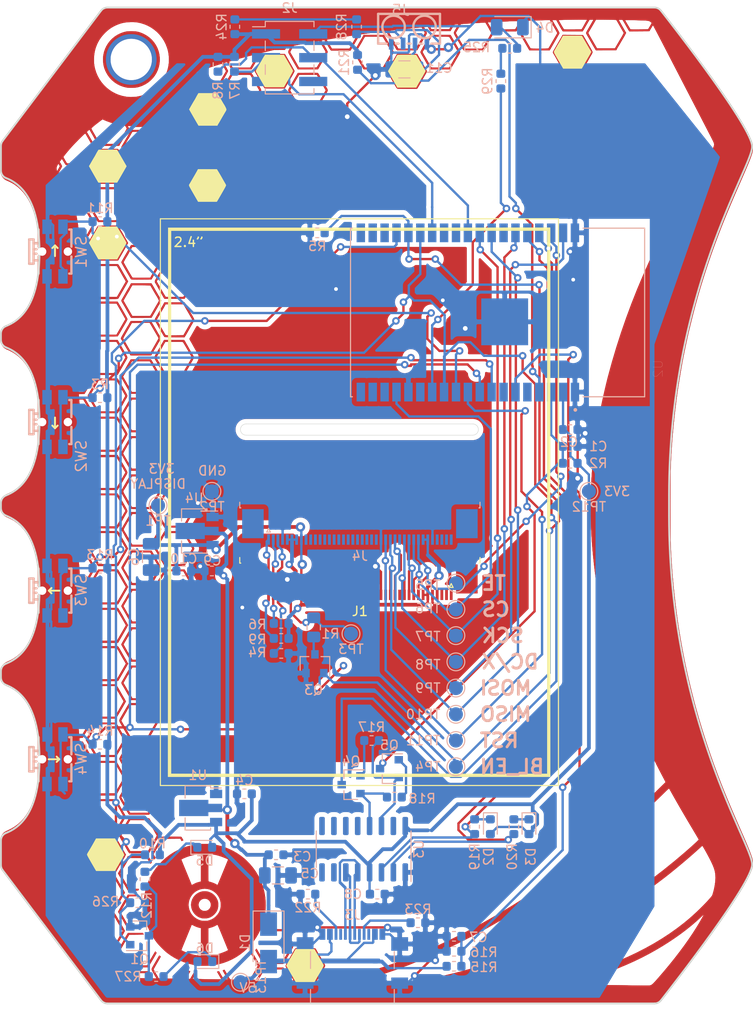
<source format=kicad_pcb>
(kicad_pcb (version 20171130) (host pcbnew "(5.1.6-0-10_14)")
  (layers (0 F.Cu signal) (31 B.Cu signal) (34 B.Paste user) (35 F.Paste user) (36 B.SilkS user) (37 F.SilkS user) (38 B.Mask user) (39 F.Mask user) (44 Edge.Cuts user))
  (net 0 "")
  (net 1 GND)
  (net 2 ESP_EN)
  (net 3 3V3)
  (net 4 VCC)
  (net 5 VUSB_SENSE)
  (net 6 5V_USB)
  (net 7 "Net-(D2-Pad1)")
  (net 8 "Net-(D3-Pad1)")
  (net 9 SCL)
  (net 10 SDA)
  (net 11 BTN_DOWN)
  (net 12 "Net-(Q4-Pad2)")
  (net 13 "Net-(Q4-Pad1)")
  (net 14 "Net-(Q5-Pad2)")
  (net 15 "Net-(Q5-Pad1)")
  (net 16 BTN_UP)
  (net 17 BTN_LEFT)
  (net 18 BTN_RIGHT)
  (net 19 ESP_TX)
  (net 20 ESP_RX)
  (net 21 USB_DN)
  (net 22 USB_DP)
  (net 23 "Net-(J3-PadA5)")
  (net 24 "Net-(J3-PadB5)")
  (net 25 3V3_DISPLAY)
  (net 26 DISPLAY_BACKLIGHT_GND)
  (net 27 DISPLAY_RESET)
  (net 28 SPI_MISO)
  (net 29 SPI_MOSI)
  (net 30 DISPLAY_DCX)
  (net 31 SPI_SCK)
  (net 32 SPI_CS)
  (net 33 "Net-(Q3-Pad3)")
  (net 34 BACKLIGHT_ENABLE)
  (net 35 TEAR_EFFECT)
  (net 36 DISPLAY_IM0)
  (net 37 DISPLAY_IM1)
  (net 38 DISPLAY_IM2)
  (net 39 "Net-(C11-Pad2)")
  (net 40 "Net-(D4-Pad2)")
  (net 41 IR_SEND)
  (net 42 LOGO_ENABLE)
  (net 43 IR_RECV)
  (net 44 "Net-(D5-Pad1)")
  (net 45 "Net-(D6-Pad1)")
  (net 46 "Net-(Q1-Pad3)")
  (net 47 "Net-(R24-Pad1)")
  (net 48 "Net-(R25-Pad2)")
  (net 49 "Net-(J1-Pad1)")
  (net 50 "Net-(J1-Pad2)")
  (net 51 "Net-(J1-Pad3)")
  (net 52 "Net-(J1-Pad4)")
  (net 53 "Net-(J1-Pad12)")
  (net 54 "Net-(J1-Pad17)")
  (net 55 "Net-(J1-Pad18)")
  (net 56 "Net-(J1-Pad19)")
  (net 57 "Net-(J1-Pad20)")
  (net 58 "Net-(J1-Pad21)")
  (net 59 "Net-(J1-Pad22)")
  (net 60 "Net-(J1-Pad23)")
  (net 61 "Net-(J1-Pad24)")
  (net 62 "Net-(J1-Pad25)")
  (net 63 "Net-(J1-Pad26)")
  (net 64 "Net-(J1-Pad27)")
  (net 65 "Net-(J1-Pad28)")
  (net 66 "Net-(J1-Pad29)")
  (net 67 "Net-(J1-Pad30)")
  (net 68 "Net-(J1-Pad31)")
  (net 69 "Net-(J1-Pad32)")
  (net 70 "Net-(J2-Pad5)")
  (net 71 "Net-(J2-Pad6)")
  (net 72 "Net-(J3-PadB8)")
  (net 73 "Net-(J3-PadA8)")
  (net 74 "Net-(J4-Pad40)")
  (net 75 "Net-(J4-Pad39)")
  (net 76 "Net-(J4-Pad38)")
  (net 77 "Net-(J4-Pad37)")
  (net 78 "Net-(J4-Pad29)")
  (net 79 "Net-(J4-Pad24)")
  (net 80 "Net-(J4-Pad23)")
  (net 81 "Net-(J4-Pad22)")
  (net 82 "Net-(J4-Pad21)")
  (net 83 "Net-(J4-Pad20)")
  (net 84 "Net-(J4-Pad19)")
  (net 85 "Net-(J4-Pad18)")
  (net 86 "Net-(J4-Pad17)")
  (net 87 "Net-(J4-Pad16)")
  (net 88 "Net-(J4-Pad15)")
  (net 89 "Net-(J4-Pad14)")
  (net 90 "Net-(J4-Pad13)")
  (net 91 "Net-(J4-Pad12)")
  (net 92 "Net-(J4-Pad11)")
  (net 93 "Net-(J4-Pad10)")
  (net 94 "Net-(J4-Pad9)")
  (net 95 "Net-(U2-Pad32)")
  (net 96 "Net-(U2-Pad28)")
  (net 97 "Net-(U2-Pad27)")
  (net 98 "Net-(U2-Pad22)")
  (net 99 "Net-(U2-Pad21)")
  (net 100 "Net-(U2-Pad20)")
  (net 101 "Net-(U2-Pad19)")
  (net 102 "Net-(U2-Pad18)")
  (net 103 "Net-(U2-Pad17)")
  (net 104 "Net-(U2-Pad14)")
  (net 105 "Net-(U2-Pad7)")
  (net 106 "Net-(U2-Pad5)")
  (net 107 "Net-(U3-Pad15)")
  (net 108 "Net-(U3-Pad12)")
  (net 109 "Net-(U3-Pad11)")
  (net 110 "Net-(U3-Pad10)")
  (net 111 "Net-(U3-Pad9)")
  (net 112 "Net-(U3-Pad8)")
  (net 113 "Net-(U3-Pad7)")
  (module LED_SMD:LED_0603_1608Metric (layer B.Cu) (at 138.2 148.2 180)
    (fp_text reference D6 (at 0 1.43) (layer B.SilkS) (effects (justify mirror)))
    (fp_text value "Orange LTST-S270KFKT_C160472")
    (pad 2 smd roundrect (at 0.7875 0 180) (size 0.875 0.95) (layers B.Cu B.Paste B.Mask) (net 3 3V3))
    (pad 1 smd roundrect (at -0.7875 0 180) (size 0.875 0.95) (layers B.Cu B.Paste B.Mask) (net 45 "Net-(D6-Pad1)"))
  )
  (module LED_SMD:LED_0603_1608Metric (layer B.Cu) (at 138.1875 136)
    (fp_text reference D5 (at 0 1.43) (layer B.SilkS) (effects (justify mirror)))
    (fp_text value "Orange LTST-S270KFKT_C160472")
    (pad 2 smd roundrect (at 0.7875 0) (size 0.875 0.95) (layers B.Cu B.Paste B.Mask) (net 3 3V3))
    (pad 1 smd roundrect (at -0.7875 0) (size 0.875 0.95) (layers B.Cu B.Paste B.Mask) (net 44 "Net-(D5-Pad1)"))
  )
  (module OPTO-SMD_IRM-V840C_TR1:OPTO-SMD_IRM-V840C_TR1 (layer B.Cu) (at 160 50.2 180)
    (fp_text reference J5 (at -0.183 3.556) (layer B.SilkS) (effects (font (size 1.143 1.143) (thickness 0.152)) (justify left mirror)))
    (fp_text value Conn_01x04_Female hide)
    (pad 1 smd rect (at -1.905 0 180) (size 0.5 1.27) (layers B.Cu B.Paste B.Mask) (net 1 GND))
    (pad 2 smd rect (at -0.635 0 180) (size 0.5 1.27) (layers B.Cu B.Paste B.Mask) (net 43 IR_RECV))
    (pad 3 smd rect (at 0.635 0 180) (size 0.5 1.27) (layers B.Cu B.Paste B.Mask) (net 39 "Net-(C11-Pad2)"))
    (pad 4 smd rect (at 1.905 0 180) (size 0.5 1.27) (layers B.Cu B.Paste B.Mask) (net 1 GND))
  )
  (module lib:ENISA_Badge_F.SilkS (layer F.Cu) (at 156.8704 99.187)
    (fp_text reference G*** hide)
    (fp_text value LOGO hide)
  )
  (module lib:ENISA_Badge_B.Mask (layer F.Cu) (at 156.9 99.2)
    (fp_text reference G*** hide)
    (fp_text value LOGO hide)
  )
  (module lib:Enisa_Badge_F.Cu (layer F.Cu) (at 156.9 99.2)
    (fp_text reference G*** hide)
    (fp_text value LOGO hide)
    (fp_poly (pts (xy 2.813268 -52.8532) (xy 4.08412 -52.853185) (xy 5.314564 -52.853162) (xy 6.50524 -52.853129) (xy 7.656791 -52.853086) (xy 8.769858 -52.853032) (xy 9.845084 -52.852966) (xy 10.883108 -52.852887) (xy 11.884574 -52.852796) (xy 12.850123 -52.852691) (xy 13.780396 -52.852572) (xy 14.676034 -52.852437) (xy 15.537681 -52.852287) (xy 16.365976 -52.85212) (xy 17.161562 -52.851936) (xy 17.925081 -52.851733) (xy 18.657173 -52.851513) (xy 19.358481 -52.851273) (xy 20.029646 -52.851013) (xy 20.67131 -52.850732) (xy 21.284114 -52.85043) (xy 21.8687 -52.850106) (xy 22.425709 -52.849759) (xy 22.955784 -52.849389) (xy 23.459565 -52.848995) (xy 23.937695 -52.848575) (xy 24.390815 -52.848131) (xy 24.819566 -52.84766) (xy 25.22459 -52.847162) (xy 25.60653 -52.846636) (xy 25.966025 -52.846083) (xy 26.303719 -52.8455) (xy 26.620252 -52.844887) (xy 26.916266 -52.844244) (xy 27.192403 -52.843571) (xy 27.449305 -52.842865) (xy 27.687612 -52.842127) (xy 27.907967 -52.841356) (xy 28.111011 -52.84055) (xy 28.297386 -52.839711) (xy 28.467734 -52.838836) (xy 28.622695 -52.837925) (xy 28.762912 -52.836978) (xy 28.889026 -52.835993) (xy 29.001679 -52.83497) (xy 29.101513 -52.833909) (xy 29.189168 -52.832808) (xy 29.265287 -52.831667) (xy 29.330512 -52.830486) (xy 29.385483 -52.829263) (xy 29.430842 -52.827998) (xy 29.467232 -52.82669) (xy 29.495293 -52.825338) (xy 29.515668 -52.823942) (xy 29.528997 -52.822502) (xy 29.534436 -52.821477) (xy 29.612027 -52.799732) (xy 29.681838 -52.775496) (xy 29.747036 -52.745778) (xy 29.81079 -52.707583) (xy 29.876268 -52.657919) (xy 29.946639 -52.593793) (xy 30.025071 -52.512211) (xy 30.114733 -52.410181) (xy 30.218792 -52.284709) (xy 30.340416 -52.132801) (xy 30.482776 -51.951466) (xy 30.559132 -51.853442) (xy 31.215958 -51.005688) (xy 31.85268 -50.177386) (xy 32.468812 -49.36922) (xy 33.063868 -48.581874) (xy 33.637361 -47.816032) (xy 34.188805 -47.07238) (xy 34.717713 -46.351601) (xy 35.223599 -45.65438) (xy 35.705976 -44.981401) (xy 36.164358 -44.333349) (xy 36.598259 -43.710907) (xy 37.007193 -43.114761) (xy 37.390672 -42.545595) (xy 37.74821 -42.004093) (xy 38.079322 -41.490939) (xy 38.383519 -41.006819) (xy 38.660317 -40.552416) (xy 38.909229 -40.128414) (xy 38.977252 -40.009256) (xy 39.068376 -39.844616) (xy 39.1646 -39.663812) (xy 39.262453 -39.473935) (xy 39.358461 -39.282077) (xy 39.449153 -39.095331) (xy 39.531056 -38.920787) (xy 39.600699 -38.765538) (xy 39.654609 -38.636676) (xy 39.673674 -38.586833) (xy 39.746127 -38.372883) (xy 39.795731 -38.185139) (xy 39.823516 -38.014849) (xy 39.830507 -37.853259) (xy 39.817731 -37.691616) (xy 39.794359 -37.558227) (xy 39.77238 -37.459701) (xy 39.747246 -37.358742) (xy 39.718032 -37.253017) (xy 39.683817 -37.140192) (xy 39.643677 -37.017934) (xy 39.59669 -36.883911) (xy 39.541933 -36.735789) (xy 39.478483 -36.571234) (xy 39.405417 -36.387915) (xy 39.321813 -36.183498) (xy 39.226747 -35.955648) (xy 39.119298 -35.702035) (xy 38.998542 -35.420323) (xy 38.863556 -35.108181) (xy 38.713418 -34.763275) (xy 38.547205 -34.383271) (xy 38.459883 -34.184166) (xy 38.187157 -33.56083) (xy 37.931358 -32.971988) (xy 37.691016 -32.414005) (xy 37.46466 -31.883249) (xy 37.250819 -31.376087) (xy 37.048023 -30.888885) (xy 36.8548 -30.41801) (xy 36.669681 -29.959829) (xy 36.491194 -29.510708) (xy 36.317869 -29.067016) (xy 36.148236 -28.625117) (xy 35.980823 -28.18138) (xy 35.81416 -27.73217) (xy 35.646776 -27.273854) (xy 35.516817 -26.913416) (xy 35.3441 -26.424975) (xy 35.167085 -25.911256) (xy 34.988017 -25.379303) (xy 34.809138 -24.836159) (xy 34.632692 -24.28887) (xy 34.460923 -23.744478) (xy 34.296073 -23.210028) (xy 34.140386 -22.692564) (xy 33.996106 -22.199128) (xy 33.865475 -21.736767) (xy 33.848335 -21.674666) (xy 33.813219 -21.547307) (xy 33.770826 -21.393976) (xy 33.725257 -21.229477) (xy 33.68061 -21.068614) (xy 33.654904 -20.976166) (xy 33.622846 -20.858285) (xy 33.582265 -20.704759) (xy 33.534542 -20.521105) (xy 33.481055 -20.312838) (xy 33.423183 -20.085474) (xy 33.362306 -19.844526) (xy 33.299803 -19.595512) (xy 33.237052 -19.343946) (xy 33.175434 -19.095343) (xy 33.116328 -18.85522) (xy 33.061112 -18.62909) (xy 33.011166 -18.42247) (xy 32.96787 -18.240875) (xy 32.932602 -18.08982) (xy 32.927087 -18.06575) (xy 32.861487 -17.774542) (xy 32.792538 -17.461441) (xy 32.721537 -17.132759) (xy 32.649782 -16.79481) (xy 32.578569 -16.453905) (xy 32.509197 -16.116358) (xy 32.442963 -15.788482) (xy 32.381164 -15.476589) (xy 32.325097 -15.186992) (xy 32.276061 -14.926005) (xy 32.235406 -14.70025) (xy 32.18986 -14.438126) (xy 32.142675 -14.163421) (xy 32.094852 -13.882159) (xy 32.047389 -13.600362) (xy 32.001288 -13.324055) (xy 31.957549 -13.05926) (xy 31.91717 -12.812) (xy 31.881153 -12.5883) (xy 31.850497 -12.394181) (xy 31.826203 -12.235668) (xy 31.826003 -12.234333) (xy 31.742765 -11.657622) (xy 31.660948 -11.050217) (xy 31.581354 -10.419711) (xy 31.504789 -9.773694) (xy 31.432056 -9.119758) (xy 31.363959 -8.465493) (xy 31.301302 -7.81849) (xy 31.244888 -7.186341) (xy 31.195522 -6.576636) (xy 31.154007 -5.996967) (xy 31.136738 -5.725583) (xy 31.123396 -5.505975) (xy 31.111957 -5.316914) (xy 31.102145 -5.152696) (xy 31.093684 -5.007623) (xy 31.086298 -4.875993) (xy 31.079712 -4.752104) (xy 31.073649 -4.630256) (xy 31.067833 -4.504749) (xy 31.061988 -4.36988) (xy 31.055839 -4.219949) (xy 31.04911 -4.049256) (xy 31.041524 -3.852098) (xy 31.032805 -3.622776) (xy 31.02506 -3.418416) (xy 31.020949 -3.284938) (xy 31.017173 -3.11244) (xy 31.013731 -2.904235) (xy 31.010624 -2.663635) (xy 31.007852 -2.393955) (xy 31.005414 -2.098505) (xy 31.003311 -1.780598) (xy 31.001542 -1.443548) (xy 31.000109 -1.090666) (xy 30.999009 -0.725266) (xy 30.998245 -0.35066) (xy 30.997815 0.02984) (xy 30.997721 0.412921) (xy 30.997961 0.795271) (xy 30.998535 1.173576) (xy 30.999445 1.544524) (xy 31.000689 1.904803) (xy 31.002268 2.2511) (xy 31.004182 2.580102) (xy 31.006431 2.888497) (xy 31.009015 3.172972) (xy 31.011934 3.430215) (xy 31.015187 3.656913) (xy 31.018776 3.849754) (xy 31.022699 4.005424) (xy 31.025022 4.074584) (xy 31.034915 4.335381) (xy 31.043438 4.55838) (xy 31.050786 4.74809) (xy 31.057155 4.909017) (xy 31.062742 5.045668) (xy 31.067742 5.162551) (xy 31.072352 5.264172) (xy 31.076766 5.355039) (xy 31.081181 5.439658) (xy 31.085794 5.522538) (xy 31.090799 5.608185) (xy 31.09403 5.662084) (xy 31.102889 5.808856) (xy 31.113205 5.979703) (xy 31.123878 6.156444) (xy 31.133812 6.320897) (xy 31.136849 6.371167) (xy 31.178964 7.004158) (xy 31.230479 7.668974) (xy 31.290562 8.358236) (xy 31.358382 9.064565) (xy 31.433107 9.780583) (xy 31.513907 10.49891) (xy 31.599949 11.212168) (xy 31.690402 11.912979) (xy 31.784435 12.593962) (xy 31.881216 13.247741) (xy 31.979914 13.866934) (xy 31.984728 13.895917) (xy 32.110687 14.637727) (xy 32.236135 15.345238) (xy 32.362723 16.026433) (xy 32.492101 16.68929) (xy 32.625917 17.34179) (xy 32.765821 17.991914) (xy 32.913463 18.647641) (xy 33.070492 19.316953) (xy 33.238558 20.007829) (xy 33.295082 20.235334) (xy 33.367804 20.525545) (xy 33.433392 20.78457) (xy 33.494485 21.022415) (xy 33.553726 21.249081) (xy 33.613757 21.474573) (xy 33.677218 21.708895) (xy 33.746751 21.962049) (xy 33.824998 22.244041) (xy 33.834437 22.277917) (xy 34.095929 23.190946) (xy 34.378069 24.128901) (xy 34.67757 25.08179) (xy 34.991145 26.039623) (xy 35.315508 26.992407) (xy 35.64737 27.930152) (xy 35.983446 28.842866) (xy 36.066171 29.061834) (xy 36.203836 29.422481) (xy 36.340302 29.776039) (xy 36.476885 30.125669) (xy 36.614903 30.474535) (xy 36.755675 30.8258) (xy 36.900518 31.182626) (xy 37.05075 31.548176) (xy 37.20769 31.925613) (xy 37.372655 32.3181) (xy 37.546964 32.728799) (xy 37.731934 33.160874) (xy 37.928883 33.617487) (xy 38.139129 34.1018) (xy 38.363991 34.616978) (xy 38.604785 35.166182) (xy 38.70347 35.390667) (xy 38.872757 35.777275) (xy 39.024662 36.128121) (xy 39.160117 36.445611) (xy 39.280052 36.73215) (xy 39.385398 36.990146) (xy 39.477086 37.222002) (xy 39.556046 37.430126) (xy 39.623209 37.616924) (xy 39.679505 37.7848) (xy 39.725867 37.936161) (xy 39.763224 38.073412) (xy 39.792507 38.19896) (xy 39.795561 38.213539) (xy 39.819192 38.357665) (xy 39.82893 38.500714) (xy 39.823671 38.64681) (xy 39.802308 38.800078) (xy 39.763736 38.96464) (xy 39.706849 39.144622) (xy 39.630542 39.344148) (xy 39.533708 39.567341) (xy 39.415242 39.818326) (xy 39.306752 40.03675) (xy 39.133183 40.369185) (xy 38.934963 40.728129) (xy 38.711823 41.113992) (xy 38.463494 41.527183) (xy 38.189705 41.968109) (xy 37.890188 42.43718) (xy 37.564674 42.934805) (xy 37.212892 43.461391) (xy 36.834574 44.017349) (xy 36.42945 44.603085) (xy 35.997252 45.21901) (xy 35.537709 45.865532) (xy 35.050552 46.543059) (xy 34.703336 47.02175) (xy 34.537912 47.24823) (xy 34.358695 47.492079) (xy 34.167244 47.751248) (xy 33.965122 48.023688) (xy 33.753889 48.307348) (xy 33.535104 48.600181) (xy 33.31033 48.900137) (xy 33.081127 49.205167) (xy 32.849055 49.513221) (xy 32.615676 49.822251) (xy 32.38255 50.130207) (xy 32.151237 50.435041) (xy 31.923299 50.734702) (xy 31.700296 51.027141) (xy 31.483789 51.310311) (xy 31.275339 51.58216) (xy 31.076507 51.840641) (xy 30.888852 52.083704) (xy 30.713936 52.3093) (xy 30.55332 52.515379) (xy 30.408565 52.699893) (xy 30.28123 52.860791) (xy 30.172877 52.996026) (xy 30.085067 53.103548) (xy 30.01936 53.181308) (xy 29.977317 53.227256) (xy 29.976074 53.228476) (xy 29.881941 53.303625) (xy 29.761614 53.375879) (xy 29.630918 53.437174) (xy 29.505677 53.479447) (xy 29.466403 53.488192) (xy 29.439163 53.489304) (xy 29.369627 53.490384) (xy 29.257832 53.491432) (xy 29.103817 53.492448) (xy 28.90762 53.493432) (xy 28.669276 53.494384) (xy 28.388825 53.495305) (xy 28.066303 53.496193) (xy 27.701749 53.49705) (xy 27.295199 53.497875) (xy 26.846691 53.498667) (xy 26.356264 53.499428) (xy 25.823954 53.500156) (xy 25.249798 53.500853) (xy 24.633836 53.501517) (xy 23.976103 53.502149) (xy 23.276639 53.50275) (xy 22.535479 53.503317) (xy 21.752663 53.503853) (xy 20.928226 53.504357) (xy 20.062208 53.504828) (xy 19.154645 53.505267) (xy 18.205576 53.505674) (xy 17.215037 53.506048) (xy 16.183066 53.50639) (xy 15.109701 53.5067) (xy 13.994979 53.506977) (xy 12.838938 53.507222) (xy 11.641616 53.507434) (xy 10.403049 53.507614) (xy 9.123277 53.507761) (xy 7.802335 53.507876) (xy 6.440262 53.507958) (xy 5.037095 53.508008) (xy 3.592873 53.508025) (xy 2.107631 53.508009) (xy 0.581409 53.507961) (xy 0.118819 53.50794) (xy -1.237366 53.507872) (xy -2.551854 53.507797) (xy -3.825279 53.507716) (xy -5.058279 53.507627) (xy -6.251487 53.507529) (xy -7.40554 53.507423) (xy -8.521074 53.507306) (xy -9.598723 53.50718) (xy -10.639125 53.507042) (xy -11.642913 53.506893) (xy -12.610725 53.506731) (xy -13.543195 53.506555) (xy -14.440959 53.506366) (xy -15.304653 53.506163) (xy -16.134912 53.505944) (xy -16.932373 53.505709) (xy -17.69767 53.505457) (xy -18.431439 53.505188) (xy -19.134316 53.504901) (xy -19.806937 53.504595) (xy -20.449937 53.504269) (xy -21.063951 53.503924) (xy -21.649617 53.503557) (xy -22.207568 53.503169) (xy -22.73844 53.502759) (xy -23.24287 53.502326) (xy -23.721493 53.501868) (xy -24.174945 53.501387) (xy -24.60386 53.500881) (xy -25.008875 53.500348) (xy -25.390626 53.499789) (xy -25.749748 53.499203) (xy -26.086876 53.49859) (xy -26.402647 53.497947) (xy -26.697695 53.497275) (xy -26.972657 53.496574) (xy -27.228169 53.495841) (xy -27.464864 53.495078) (xy -27.683381 53.494282) (xy -27.884353 53.493453) (xy -28.068417 53.492591) (xy -28.236208 53.491695) (xy -28.388362 53.490764) (xy -28.525515 53.489797) (xy -28.648302 53.488794) (xy -28.757358 53.487754) (xy -28.85332 53.486676) (xy -28.936823 53.48556) (xy -29.008502 53.484405) (xy -29.068994 53.48321) (xy -29.118934 53.481975) (xy -29.158957 53.480698) (xy -29.189699 53.47938) (xy -29.211796 53.478019) (xy -29.225883 53.476615) (xy -29.231166 53.475647) (xy -29.426993 53.404736) (xy -29.596726 53.303708) (xy -29.675728 53.237675) (xy -29.709785 53.200734) (xy -29.766111 53.133707) (xy -29.841672 53.040447) (xy -29.933431 52.924807) (xy -30.038354 52.790639) (xy -30.153405 52.641795) (xy -30.27555 52.482128) (xy -30.38964 52.331556) (xy -30.643755 51.994727) (xy -30.918138 51.631194) (xy -31.066356 51.43489) (xy 20.144079 51.43489) (xy 20.167355 51.437451) (xy 20.229876 51.440447) (xy 20.328557 51.443811) (xy 20.460315 51.447476) (xy 20.622064 51.451375) (xy 20.810719 51.455441) (xy 21.023195 51.459607) (xy 21.256408 51.463805) (xy 21.507273 51.467967) (xy 21.772704 51.472028) (xy 21.992167 51.475141) (xy 22.450593 51.48142) (xy 22.869342 51.487162) (xy 23.251069 51.492405) (xy 23.598426 51.497187) (xy 23.914066 51.501545) (xy 24.200643 51.505519) (xy 24.46081 51.509144) (xy 24.69722 51.51246) (xy 24.912526 51.515505) (xy 25.109382 51.518316) (xy 25.290441 51.520931) (xy 25.458355 51.523388) (xy 25.615779 51.525725) (xy 25.765365 51.52798) (xy 25.909766 51.530191) (xy 26.051637 51.532395) (xy 26.193629 51.534631) (xy 26.338397 51.536937) (xy 26.488593 51.53935) (xy 26.51125 51.539716) (xy 26.740737 51.543237) (xy 26.984617 51.546652) (xy 27.233696 51.549855) (xy 27.47878 51.552739) (xy 27.710675 51.555195) (xy 27.920186 51.557117) (xy 28.098118 51.558398) (xy 28.124414 51.558543) (xy 28.310282 51.559382) (xy 28.459061 51.559554) (xy 28.575995 51.558779) (xy 28.666327 51.556777) (xy 28.735299 51.553266) (xy 28.788156 51.547967) (xy 28.83014 51.540598) (xy 28.866494 51.530879) (xy 28.902462 51.518531) (xy 28.907581 51.516644) (xy 28.953226 51.49708) (xy 29.00018 51.4705) (xy 29.051408 51.434003) (xy 29.109874 51.384689) (xy 29.178544 51.319659) (xy 29.260382 51.23601) (xy 29.358353 51.130844) (xy 29.47542 51.00126) (xy 29.61455 50.844356) (xy 29.735234 50.706919) (xy 30.3354 50.00971) (xy 30.912042 49.316034) (xy 31.46346 48.628174) (xy 31.987952 47.948413) (xy 32.483818 47.279035) (xy 32.949357 46.622321) (xy 33.382868 45.980554) (xy 33.78265 45.356018) (xy 34.050218 44.915667) (xy 34.136414 44.76896) (xy 34.221015 44.62234) (xy 34.301477 44.480458) (xy 34.37526 44.347968) (xy 34.439822 44.229521) (xy 34.492622 44.129772) (xy 34.531117 44.053371) (xy 34.552768 44.004974) (xy 34.556158 43.989436) (xy 34.537881 43.999406) (xy 34.494866 44.034388) (xy 34.432507 44.089658) (xy 34.356198 44.160494) (xy 34.305762 44.208694) (xy 33.809022 44.669484) (xy 33.273602 45.130521) (xy 32.703069 45.589363) (xy 32.100989 46.043564) (xy 31.47093 46.49068) (xy 30.816458 46.928268) (xy 30.141142 47.353883) (xy 29.448548 47.76508) (xy 28.742242 48.159417) (xy 28.025793 48.534448) (xy 27.900778 48.597342) (xy 27.158713 48.955302) (xy 26.381505 49.305205) (xy 25.575978 49.64455) (xy 24.748956 49.970835) (xy 23.907262 50.28156) (xy 23.057722 50.574222) (xy 22.207158 50.846322) (xy 21.362396 51.095357) (xy 20.530258 51.318827) (xy 20.355746 51.362773) (xy 20.266261 51.386647) (xy 20.196319 51.408421) (xy 20.153401 51.425546) (xy 20.144079 51.43489) (xy -31.066356 51.43489) (xy -31.207385 51.248109) (xy 6.856734 51.248109) (xy 6.859764 51.251313) (xy 6.881495 51.252306) (xy 6.94349 51.253856) (xy 7.043686 51.25593) (xy 7.180018 51.258496) (xy 7.350423 51.26152) (xy 7.552835 51.264969) (xy 7.78519 51.268811) (xy 8.045424 51.273012) (xy 8.331473 51.27754) (xy 8.641273 51.282361) (xy 8.972758 51.287443) (xy 9.323866 51.292752) (xy 9.69253 51.298255) (xy 10.076688 51.303921) (xy 10.474275 51.309714) (xy 10.879667 51.315552) (xy 11.303359 51.321618) (xy 11.724203 51.327643) (xy 12.139496 51.333589) (xy 12.546534 51.339417) (xy 12.942612 51.345088) (xy 13.325027 51.350564) (xy 13.691075 51.355805) (xy 14.038051 51.360773) (xy 14.363252 51.36543) (xy 14.663973 51.369736) (xy 14.937512 51.373653) (xy 15.181163 51.377142) (xy 15.392223 51.380165) (xy 15.567987 51.382682) (xy 15.705753 51.384655) (xy 15.769167 51.385564) (xy 15.957616 51.388368) (xy 16.132477 51.391169) (xy 16.289312 51.393882) (xy 16.423689 51.396421) (xy 16.53117 51.398699) (xy 16.607321 51.400632) (xy 16.647707 51.402133) (xy 16.653087 51.402675) (xy 16.682413 51.406546) (xy 16.747103 51.402874) (xy 16.841007 51.3924) (xy 16.957972 51.375866) (xy 17.091849 51.354015) (xy 17.166173 51.340785) (xy 17.965802 51.18538) (xy 18.785346 51.008664) (xy 19.615574 50.813053) (xy 20.447257 50.600965) (xy 21.271163 50.374817) (xy 22.07806 50.137027) (xy 22.858719 49.890013) (xy 23.392218 49.710282) (xy 24.441271 49.329778) (xy 25.461747 48.924406) (xy 26.452742 48.494662) (xy 27.41335 48.041042) (xy 28.342666 47.564042) (xy 29.239787 47.064158) (xy 30.103806 46.541884) (xy 30.933819 45.997717) (xy 31.728922 45.432151) (xy 32.48821 44.845684) (xy 32.914167 44.494175) (xy 33.20693 44.241009) (xy 33.511267 43.967536) (xy 33.820226 43.680485) (xy 34.126857 43.386584) (xy 34.424209 43.092563) (xy 34.70533 42.80515) (xy 34.963269 42.531073) (xy 35.113586 42.365084) (xy 35.222168 42.24245) (xy 35.306092 42.145661) (xy 35.369275 42.069326) (xy 35.415633 42.008053) (xy 35.44908 41.956451) (xy 35.473534 41.909129) (xy 35.492909 41.860696) (xy 35.504273 41.827177) (xy 35.589526 41.539153) (xy 35.663652 41.237004) (xy 35.724897 40.930757) (xy 35.771506 40.630439) (xy 35.801724 40.346075) (xy 35.813795 40.087693) (xy 35.813941 40.058047) (xy 35.809275 39.853468) (xy 35.794251 39.660654) (xy 35.767162 39.473722) (xy 35.726302 39.286792) (xy 35.669965 39.093982) (xy 35.596445 38.889411) (xy 35.504036 38.667197) (xy 35.391032 38.421459) (xy 35.264413 38.163578) (xy 35.189058 38.015695) (xy 35.106631 37.857541) (xy 35.019501 37.693344) (xy 34.930034 37.527331) (xy 34.840597 37.36373) (xy 34.753559 37.206767) (xy 34.671285 37.06067) (xy 34.596143 36.929667) (xy 34.530501 36.817984) (xy 34.476725 36.72985) (xy 34.437182 36.669491) (xy 34.414241 36.641135) (xy 34.410974 36.6395) (xy 34.390633 36.653184) (xy 34.344064 36.691441) (xy 34.276099 36.750081) (xy 34.19157 36.824912) (xy 34.095309 36.911744) (xy 34.060943 36.943094) (xy 33.71034 37.259919) (xy 33.331279 37.595262) (xy 32.930209 37.943695) (xy 32.513583 38.299791) (xy 32.087852 38.658122) (xy 31.659466 39.013259) (xy 31.234876 39.359774) (xy 30.820534 39.692241) (xy 30.42289 40.00523) (xy 30.405917 40.018439) (xy 29.11633 40.995286) (xy 27.807946 41.934257) (xy 26.480822 42.835315) (xy 25.135017 43.698427) (xy 23.77059 44.523557) (xy 22.387598 45.310669) (xy 20.9861 46.059729) (xy 19.566155 46.770701) (xy 18.127821 47.443551) (xy 17.949334 47.523813) (xy 16.543872 48.131015) (xy 15.118908 48.70312) (xy 13.677811 49.238988) (xy 12.223952 49.737478) (xy 10.760699 50.197451) (xy 9.291425 50.617766) (xy 7.819497 50.997282) (xy 7.358205 51.10764) (xy 7.196279 51.145897) (xy 7.071452 51.176071) (xy 6.979522 51.199376) (xy 6.916287 51.21702) (xy 6.877546 51.230217) (xy 6.859095 51.240176) (xy 6.856734 51.248109) (xy -31.207385 51.248109) (xy -31.207481 51.247982) (xy -31.318199 51.101391) (xy -2.149946 51.101391) (xy -2.134829 51.10728) (xy -2.077533 51.113016) (xy -1.978041 51.118599) (xy -1.836335 51.12403) (xy -1.652396 51.129309) (xy -1.426207 51.134436) (xy -1.15775 51.139413) (xy -0.847008 51.144239) (xy -0.493962 51.148915) (xy -0.243416 51.151856) (xy 0.016205 51.154866) (xy 0.291542 51.158237) (xy 0.574458 51.161857) (xy 0.856816 51.165615) (xy 1.130478 51.169402) (xy 1.387306 51.173105) (xy 1.619164 51.176615) (xy 1.817914 51.179821) (xy 1.8415 51.18022) (xy 2.120582 51.18502) (xy 2.361055 51.189153) (xy 2.56664 51.192519) (xy 2.741058 51.195015) (xy 2.888031 51.196541) (xy 3.011278 51.196996) (xy 3.114521 51.196279) (xy 3.201481 51.194289) (xy 3.275878 51.190925) (xy 3.341434 51.186085) (xy 3.401869 51.179669) (xy 3.460905 51.171576) (xy 3.522262 51.161704) (xy 3.589661 51.149953) (xy 3.666823 51.136222) (xy 3.704167 51.129642) (xy 5.272395 50.83399) (xy 6.825165 50.498935) (xy 8.36246 50.124484) (xy 9.884265 49.710641) (xy 11.390564 49.257413) (xy 12.881341 48.764804) (xy 14.35658 48.232821) (xy 15.816266 47.66147) (xy 17.260382 47.050755) (xy 18.688913 46.400682) (xy 20.101843 45.711257) (xy 21.499156 44.982486) (xy 22.362584 44.508122) (xy 23.72411 43.721857) (xy 25.06343 42.900942) (xy 26.381531 42.044679) (xy 27.679405 41.152372) (xy 28.958039 40.223324) (xy 30.218424 39.256839) (xy 31.461549 38.25222) (xy 32.501417 37.371216) (xy 32.737624 37.165931) (xy 32.959761 36.971167) (xy 33.166012 36.788595) (xy 33.354562 36.619888) (xy 33.523595 36.466717) (xy 33.671296 36.330754) (xy 33.79585 36.213671) (xy 33.895442 36.117139) (xy 33.968256 36.042832) (xy 34.012478 35.992419) (xy 34.026291 35.967574) (xy 34.026127 35.966967) (xy 34.017453 35.949677) (xy 33.997026 35.912995) (xy 33.963835 35.855212) (xy 33.916871 35.774617) (xy 33.855124 35.669498) (xy 33.777586 35.538146) (xy 33.683245 35.378849) (xy 33.571093 35.189897) (xy 33.440121 34.96958) (xy 33.289317 34.716187) (xy 33.136337 34.459334) (xy 32.677738 33.685382) (xy 32.242829 32.942783) (xy 31.830078 32.22889) (xy 31.43795 31.541057) (xy 31.22772 31.167917) (xy 31.144593 31.019802) (xy 31.067532 30.882645) (xy 30.999122 30.761035) (xy 30.941947 30.659559) (xy 30.898591 30.582806) (xy 30.871639 30.535364) (xy 30.86409 30.522334) (xy 30.853132 30.519943) (xy 30.829675 30.532245) (xy 30.791371 30.561366) (xy 30.735875 30.609432) (xy 30.660838 30.678568) (xy 30.563913 30.7709) (xy 30.442754 30.888554) (xy 30.295013 31.033657) (xy 30.244349 31.083655) (xy 29.087101 32.207413) (xy 27.905823 33.316663) (xy 26.704179 34.40833) (xy 25.485829 35.47934) (xy 24.254438 36.526618) (xy 23.013669 37.54709) (xy 21.767183 38.537682) (xy 20.518643 39.49532) (xy 19.271713 40.41693) (xy 18.288 41.11904) (xy 16.928478 42.053469) (xy 15.561882 42.952076) (xy 14.189143 43.814401) (xy 12.81119 44.639988) (xy 11.428952 45.428378) (xy 10.04336 46.179113) (xy 8.655342 46.891734) (xy 7.265828 47.565784) (xy 5.875748 48.200804) (xy 4.48603 48.796337) (xy 3.097606 49.351923) (xy 1.711403 49.867105) (xy 0.328353 50.341425) (xy -1.050617 50.774425) (xy -1.667184 50.954987) (xy -1.801673 50.993827) (xy -1.922203 51.029285) (xy -2.022918 51.059584) (xy -2.097963 51.082949) (xy -2.14148 51.097604) (xy -2.149946 51.101391) (xy -31.318199 51.101391) (xy -31.506472 50.85212) (xy -31.809804 50.450635) (xy -31.969293 50.239602) (xy -26.754666 50.239602) (xy -26.744149 50.261565) (xy -26.71633 50.309539) (xy -26.676809 50.373935) (xy -26.668849 50.386587) (xy -26.573233 50.518192) (xy -26.469698 50.61777) (xy -26.347091 50.695502) (xy -26.311132 50.713193) (xy -26.277631 50.728518) (xy -26.246193 50.740784) (xy -26.211691 50.750427) (xy -26.168996 50.757882) (xy -26.112979 50.763586) (xy -26.038512 50.767973) (xy -25.940467 50.771479) (xy -25.813713 50.77454) (xy -25.653124 50.777592) (xy -25.527 50.779797) (xy -25.355494 50.782828) (xy -25.191005 50.785846) (xy -25.040114 50.788723) (xy -24.9094 50.79133) (xy -24.805445 50.793537) (xy -24.73483 50.795216) (xy -24.718624 50.795672) (xy -24.645197 50.795171) (xy -24.589884 50.789671) (xy -24.565 50.780587) (xy -24.570222 50.755255) (xy -24.594217 50.703517) (xy -24.632555 50.634373) (xy -24.656158 50.595379) (xy -24.710538 50.506886) (xy -24.763907 50.418212) (xy -24.806833 50.345073) (xy -24.815965 50.329042) (xy -24.872618 50.2285) (xy -25.813642 50.2285) (xy -26.008651 50.228742) (xy -26.190002 50.229432) (xy -26.353446 50.230522) (xy -26.494733 50.231961) (xy -26.609612 50.233699) (xy -26.693833 50.235685) (xy -26.743146 50.23787) (xy -26.754666 50.239602) (xy -31.969293 50.239602) (xy -32.112166 50.050555) (xy -32.40825 49.658905) (xy -32.692745 49.282715) (xy -32.960342 48.929011) (xy -32.98574 48.89545) (xy -33.126096 48.70991) (xy -33.277243 48.509981) (xy -33.433181 48.303603) (xy -33.587914 48.098719) (xy -33.735443 47.903271) (xy -33.869771 47.725201) (xy -33.9849 47.572449) (xy -33.991156 47.564143) (xy -34.108199 47.408872) (xy -34.229501 47.248174) (xy -34.349531 47.089363) (xy -34.462756 46.939751) (xy -34.563644 46.806653) (xy -34.646663 46.697381) (xy -34.671663 46.66456) (xy -34.717816 46.603872) (xy -34.788301 46.510976) (xy -34.881928 46.387443) (xy -34.997512 46.234842) (xy -35.133865 46.054744) (xy -35.289799 45.848717) (xy -35.464126 45.618333) (xy -35.655661 45.365162) (xy -35.863214 45.090773) (xy -36.0856 44.796736) (xy -36.32163 44.484621) (xy -36.562764 44.165723) (xy -30.374166 44.165723) (xy -30.363535 44.187316) (xy -30.332697 44.24251) (xy -30.283238 44.328612) (xy -30.216742 44.442928) (xy -30.134796 44.582765) (xy -30.038983 44.745431) (xy -29.93089 44.928232) (xy -29.812102 45.128476) (xy -29.684203 45.343469) (xy -29.548779 45.570518) (xy -29.451446 45.733357) (xy -29.310974 45.968259) (xy -29.176272 46.193688) (xy -29.048995 46.406865) (xy -28.930798 46.605013) (xy -28.823334 46.785351) (xy -28.728257 46.945102) (xy -28.647222 47.081487) (xy -28.581883 47.191728) (xy -28.533893 47.273045) (xy -28.504907 47.32266) (xy -28.496985 47.336701) (xy -28.473719 47.3768) (xy -28.45578 47.383072) (xy -28.429739 47.359644) (xy -28.428076 47.357867) (xy -28.407118 47.328747) (xy -28.368489 47.268639) (xy -28.315677 47.183225) (xy -28.252166 47.078186) (xy -28.181443 46.959201) (xy -28.137398 46.884167) (xy -28.049096 46.732454) (xy -27.952618 46.565726) (xy -27.855173 46.396504) (xy -27.763969 46.237309) (xy -27.686215 46.100664) (xy -27.678601 46.087208) (xy -27.473315 45.724165) (xy -27.826634 45.113541) (xy -27.918333 44.955124) (xy -28.009561 44.797634) (xy -28.096503 44.647649) (xy -28.175343 44.511746) (xy -28.242266 44.396506) (xy -28.293457 44.308506) (xy -28.309689 44.280667) (xy -28.439423 44.058417) (xy -29.36343 44.052903) (xy -30.287438 44.04739) (xy -30.330802 44.093936) (xy -30.362024 44.135217) (xy -30.374166 44.165723) (xy -36.562764 44.165723) (xy -36.570117 44.155999) (xy -36.829874 43.812439) (xy -37.099713 43.455512) (xy -37.378447 43.086787) (xy -37.664889 42.707834) (xy -37.957851 42.320224) (xy -38.256145 41.925526) (xy -38.558586 41.52531) (xy -38.766381 41.250319) (xy -38.919366 41.047861) (xy -39.077248 40.838933) (xy -39.235936 40.62895) (xy -39.391335 40.423325) (xy -39.539355 40.227475) (xy -39.675902 40.046815) (xy -39.796885 39.886758) (xy -39.89821 39.75272) (xy -39.934922 39.70416) (xy -40.064346 39.532066) (xy -40.170152 39.388942) (xy -40.255013 39.270582) (xy -40.321602 39.172776) (xy -40.372593 39.091316) (xy -40.410659 39.021994) (xy -40.438473 38.960602) (xy -40.45871 38.902931) (xy -40.469927 38.862) (xy -40.47499 38.824678) (xy -40.479241 38.755959) (xy -40.482696 38.654492) (xy -40.485368 38.518923) (xy -40.487273 38.3479) (xy -40.487636 38.282327) (xy -33.90042 38.282327) (xy -33.888029 38.304716) (xy -33.855848 38.360097) (xy -33.805856 38.445156) (xy -33.740032 38.556578) (xy -33.660355 38.691048) (xy -33.568805 38.845251) (xy -33.46736 39.015872) (xy -33.357999 39.199596) (xy -33.242701 39.393109) (xy -33.123445 39.593095) (xy -33.00221 39.79624) (xy -32.880976 39.999228) (xy -32.76172 40.198746) (xy -32.646422 40.391477) (xy -32.537061 40.574108) (xy -32.435616 40.743322) (xy -32.344066 40.895806) (xy -32.26439 41.028244) (xy -32.198566 41.137322) (xy -32.148575 41.219724) (xy -32.116394 41.272136) (xy -32.104334 41.290875) (xy -32.072069 41.306659) (xy -32.014454 41.316123) (xy -31.983738 41.317334) (xy -31.883994 41.317334) (xy -31.554709 40.740542) (xy -31.464578 40.582964) (xy -31.373102 40.423581) (xy -31.284588 40.269857) (xy -31.203342 40.129254) (xy -31.13367 40.009236) (xy -31.079877 39.917267) (xy -31.072524 39.904792) (xy -30.919623 39.645835) (xy -31.081123 39.365042) (xy -31.135869 39.270039) (xy -31.207112 39.14668) (xy -31.290082 39.003212) (xy -31.380006 38.847881) (xy -31.472112 38.688935) (xy -31.555896 38.5445) (xy -31.869169 38.00475) (xy -33.781173 37.993736) (xy -33.846505 38.123157) (xy -33.877922 38.192609) (xy -33.897285 38.249873) (xy -33.90042 38.282327) (xy -40.487636 38.282327) (xy -40.488425 38.140072) (xy -40.488839 37.894085) (xy -40.48853 37.608587) (xy -40.487512 37.282226) (xy -40.487397 37.253334) (xy -40.486231 36.966057) (xy -34.53689 36.966057) (xy -34.533936 37.002895) (xy -34.521109 37.046443) (xy -34.495543 37.104504) (xy -34.454371 37.184879) (xy -34.404524 37.277378) (xy -34.335273 37.410656) (xy -34.287672 37.51577) (xy -34.262836 37.590128) (xy -34.259335 37.61399) (xy -34.249566 37.656383) (xy -34.225537 37.718844) (xy -34.191854 37.792606) (xy -34.153122 37.868901) (xy -34.113947 37.938962) (xy -34.078935 37.994022) (xy -34.052692 38.025312) (xy -34.041764 38.028153) (xy -34.024937 38.004787) (xy -33.993789 37.956703) (xy -33.96404 37.908888) (xy -33.898416 37.801723) (xy -32.821069 37.802306) (xy -32.611767 37.802528) (xy -32.415666 37.802944) (xy -32.236764 37.803533) (xy -32.079062 37.804271) (xy -31.946558 37.805134) (xy -31.843252 37.806101) (xy -31.773142 37.807147) (xy -31.740229 37.808249) (xy -31.738218 37.80857) (xy -31.721108 37.833673) (xy -31.686214 37.890811) (xy -31.636013 37.975611) (xy -31.572984 38.083699) (xy -31.499605 38.210703) (xy -31.418353 38.352248) (xy -31.331707 38.503961) (xy -31.242144 38.661469) (xy -31.152144 38.820399) (xy -31.064183 38.976378) (xy -30.98074 39.125031) (xy -30.904293 39.261986) (xy -30.83732 39.38287) (xy -30.782299 39.483308) (xy -30.741708 39.558928) (xy -30.718025 39.605357) (xy -30.712833 39.618205) (xy -30.720771 39.675527) (xy -30.746196 39.748675) (xy -30.791526 39.843148) (xy -30.859179 39.964445) (xy -30.882352 40.003797) (xy -30.926796 40.079802) (xy -30.987249 40.184928) (xy -31.059213 40.311261) (xy -31.138191 40.450884) (xy -31.219685 40.595884) (xy -31.27391 40.692917) (xy -31.353209 40.834267) (xy -31.431938 40.972939) (xy -31.505894 41.101655) (xy -31.570876 41.213137) (xy -31.622684 41.300109) (xy -31.649675 41.343792) (xy -31.699388 41.420843) (xy -31.73458 41.468958) (xy -31.763408 41.49495) (xy -31.794026 41.505632) (xy -31.83459 41.507817) (xy -31.846039 41.507834) (xy -31.904416 41.511286) (xy -31.942295 41.519966) (xy -31.948152 41.524258) (xy -31.943311 41.549502) (xy -31.920663 41.599176) (xy -31.888598 41.65655) (xy -31.865172 41.695626) (xy -31.822202 41.76745) (xy -31.761839 41.868418) (xy -31.686237 41.994928) (xy -31.597547 42.143377) (xy -31.497923 42.310162) (xy -31.389516 42.491679) (xy -31.274479 42.684327) (xy -31.168101 42.8625) (xy -31.051254 43.058147) (xy -30.940883 43.242809) (xy -30.838892 43.413312) (xy -30.747184 43.566478) (xy -30.667663 43.699133) (xy -30.602232 43.8081) (xy -30.552796 43.890204) (xy -30.521257 43.94227) (xy -30.509535 43.961107) (xy -30.492902 43.952284) (xy -30.46239 43.919473) (xy -30.457593 43.913482) (xy -30.413427 43.857334) (xy -28.323034 43.857334) (xy -28.261383 43.947292) (xy -28.227298 44.000283) (xy -28.178834 44.079887) (xy -28.1222 44.175724) (xy -28.063603 44.277418) (xy -28.058025 44.287244) (xy -27.99569 44.395676) (xy -27.930919 44.505761) (xy -27.871395 44.604584) (xy -27.825062 44.678827) (xy -27.770878 44.766551) (xy -27.717044 44.859648) (xy -27.675798 44.936834) (xy -27.64528 44.994656) (xy -27.598128 45.079823) (xy -27.539423 45.183342) (xy -27.474249 45.296221) (xy -27.429644 45.372354) (xy -27.368256 45.478247) (xy -27.315256 45.573063) (xy -27.27417 45.650213) (xy -27.248528 45.703107) (xy -27.2415 45.723759) (xy -27.251774 45.749859) (xy -27.280784 45.80747) (xy -27.325812 45.89161) (xy -27.384138 45.997295) (xy -27.453045 46.119543) (xy -27.529813 46.253372) (xy -27.540883 46.272489) (xy -27.706952 46.558865) (xy -27.852093 46.808958) (xy -27.97653 47.023155) (xy -28.080489 47.201843) (xy -28.164194 47.345408) (xy -28.227872 47.454237) (xy -28.271746 47.528715) (xy -28.296043 47.569231) (xy -28.29855 47.573256) (xy -28.302854 47.579593) (xy -28.306256 47.586019) (xy -28.307638 47.594479) (xy -28.305885 47.606914) (xy -28.299881 47.625269) (xy -28.288511 47.651486) (xy -28.270657 47.687509) (xy -28.245204 47.73528) (xy -28.211037 47.796742) (xy -28.16704 47.873839) (xy -28.112095 47.968514) (xy -28.045089 48.082709) (xy -27.964904 48.218368) (xy -27.870425 48.377434) (xy -27.760536 48.561851) (xy -27.634122 48.77356) (xy -27.490065 49.014506) (xy -27.32725 49.286631) (xy -27.144562 49.591878) (xy -27.013739 49.810459) (xy -26.877556 50.038) (xy -24.744266 50.038) (xy -24.670803 50.149125) (xy -24.632736 50.209907) (xy -24.580907 50.297058) (xy -24.521667 50.399694) (xy -24.46137 50.506936) (xy -24.451476 50.524834) (xy -24.30561 50.789417) (xy -24.090805 50.795449) (xy -24.001281 50.796258) (xy -23.930035 50.793657) (xy -23.885947 50.788167) (xy -23.876 50.782856) (xy -23.886801 50.757265) (xy -23.915363 50.706592) (xy -23.955925 50.640951) (xy -23.963842 50.628657) (xy -24.019719 50.53896) (xy -24.077475 50.440819) (xy -24.118877 50.366084) (xy -24.161846 50.286581) (xy -24.216084 50.188614) (xy -24.271541 50.090289) (xy -24.285035 50.066699) (xy -24.342072 49.959076) (xy -24.373433 49.873701) (xy -24.380112 49.799943) (xy -24.363103 49.727174) (xy -24.324321 49.646417) (xy -24.281098 49.569475) (xy -24.224801 49.470331) (xy -24.158354 49.354032) (xy -24.084675 49.225625) (xy -24.006687 49.090158) (xy -23.92731 48.952678) (xy -23.849466 48.818233) (xy -23.776076 48.691868) (xy -23.71006 48.578633) (xy -23.654339 48.483574) (xy -23.611836 48.411739) (xy -23.58547 48.368174) (xy -23.57826 48.357285) (xy -23.55393 48.358339) (xy -23.511656 48.379009) (xy -23.464754 48.410369) (xy -23.426544 48.443489) (xy -23.410341 48.469444) (xy -23.410333 48.469855) (xy -23.420583 48.491528) (xy -23.449745 48.545563) (xy -23.495435 48.627733) (xy -23.555271 48.733814) (xy -23.62687 48.85958) (xy -23.707849 49.000804) (xy -23.791333 49.1455) (xy -23.879111 49.297895) (xy -23.959755 49.439247) (xy -24.030875 49.565263) (xy -24.09008 49.671649) (xy -24.13498 49.754111) (xy -24.163183 49.808356) (xy -24.172333 49.829796) (xy -24.161954 49.855913) (xy -24.133259 49.911527) (xy -24.08991 49.989955) (xy -24.035573 50.084513) (xy -23.99506 50.153199) (xy -23.925766 50.270129) (xy -23.855402 50.389939) (xy -23.790699 50.501101) (xy -23.738386 50.592084) (xy -23.722528 50.620084) (xy -23.627269 50.789417) (xy -23.51351 50.802499) (xy -23.461708 50.806111) (xy -23.374571 50.809527) (xy -23.259098 50.812587) (xy -23.122287 50.815135) (xy -22.971136 50.817012) (xy -22.82825 50.817998) (xy -22.645387 50.819172) (xy -22.433634 50.821197) (xy -22.206421 50.8239) (xy -21.97718 50.827112) (xy -21.75934 50.830662) (xy -21.611166 50.833451) (xy -20.965583 50.846489) (xy -20.724171 50.420296) (xy -20.654752 50.298543) (xy -20.591686 50.189448) (xy -20.538115 50.098326) (xy -20.49718 50.030489) (xy -20.472025 49.991249) (xy -20.465965 49.983723) (xy -20.438567 49.982477) (xy -20.388787 49.990117) (xy -20.331857 50.003068) (xy -20.28301 50.017761) (xy -20.257476 50.030623) (xy -20.2565 50.032841) (xy -20.266648 50.053654) (xy -20.294964 50.105354) (xy -20.338256 50.182279) (xy -20.393331 50.278768) (xy -20.456999 50.389158) (xy -20.470785 50.412927) (xy -20.536243 50.52693) (xy -20.593897 50.629733) (xy -20.640469 50.715291) (xy -20.672679 50.777561) (xy -20.687248 50.810496) (xy -20.687743 50.812836) (xy -20.681261 50.827418) (xy -20.654372 50.837172) (xy -20.600429 50.843195) (xy -20.512787 50.846584) (xy -20.479332 50.847244) (xy -20.268247 50.850846) (xy -20.227031 50.777798) (xy -20.20234 50.734763) (xy -20.160889 50.663301) (xy -20.107374 50.571476) (xy -20.046491 50.467353) (xy -20.007602 50.401005) (xy -19.829388 50.09726) (xy -19.730736 50.111943) (xy -19.671202 50.121923) (xy -19.632306 50.130552) (xy -19.62504 50.133454) (xy -19.629585 50.156035) (xy -19.652443 50.207743) (xy -19.689856 50.281582) (xy -19.738065 50.370556) (xy -19.793313 50.467667) (xy -19.85184 50.565921) (xy -19.892134 50.630667) (xy -19.941855 50.711866) (xy -19.979964 50.779847) (xy -20.002406 50.826964) (xy -20.00591 50.845167) (xy -19.982919 50.847797) (xy -19.921726 50.850807) (xy -19.826436 50.854133) (xy -19.70115 50.857708) (xy -19.549975 50.861466) (xy -19.377014 50.865343) (xy -19.18637 50.869271) (xy -18.982147 50.873187) (xy -18.76845 50.877023) (xy -18.549383 50.880715) (xy -18.329049 50.884197) (xy -18.111552 50.887402) (xy -17.900997 50.890266) (xy -17.701487 50.892723) (xy -17.517125 50.894706) (xy -17.352017 50.896152) (xy -17.210266 50.896992) (xy -17.095976 50.897163) (xy -17.013251 50.896599) (xy -16.966194 50.895233) (xy -16.956728 50.893951) (xy -16.954932 50.884637) (xy -16.961143 50.864304) (xy -16.977453 50.829059) (xy -17.005952 50.775009) (xy -17.048734 50.698261) (xy -17.107889 50.59492) (xy -17.185508 50.461095) (xy -17.233464 50.378848) (xy -17.290418 50.28032) (xy -17.338908 50.194598) (xy -17.375257 50.128329) (xy -17.395785 50.088165) (xy -17.399 50.079579) (xy -17.380504 50.065847) (xy -17.334867 50.052028) (xy -17.323413 50.049698) (xy -17.264693 50.037186) (xy -17.221879 50.025502) (xy -17.219011 50.02446) (xy -17.189746 50.034218) (xy -17.157385 50.078785) (xy -17.154744 50.08391) (xy -17.133211 50.123421) (xy -17.093841 50.192476) (xy -17.040562 50.284313) (xy -16.977302 50.392166) (xy -16.907992 50.509272) (xy -16.895585 50.530125) (xy -16.671877 50.905834) (xy -16.463939 50.905834) (xy -16.375939 50.904837) (xy -16.306386 50.902152) (xy -16.264321 50.898238) (xy -16.256 50.895291) (xy -16.266525 50.87432) (xy -16.295272 50.824634) (xy -16.337995 50.753401) (xy -16.390451 50.667786) (xy -16.397026 50.657166) (xy -16.449873 50.569936) (xy -16.509388 50.468532) (xy -16.571711 50.359903) (xy -16.632983 50.250995) (xy -16.689346 50.148757) (xy -16.736939 50.060135) (xy -16.771904 49.992078) (xy -16.790382 49.951534) (xy -16.79211 49.945895) (xy -16.776051 49.932132) (xy -16.734282 49.912416) (xy -16.681809 49.892375) (xy -16.633641 49.877632) (xy -16.604787 49.873812) (xy -16.60263 49.874878) (xy -16.591123 49.893795) (xy -16.562521 49.942686) (xy -16.520754 50.014786) (xy -16.469753 50.103325) (xy -16.452568 50.13325) (xy -16.343574 50.323002) (xy -16.253597 50.479162) (xy -16.18073 50.604938) (xy -16.123064 50.703538) (xy -16.078695 50.77817) (xy -16.045713 50.832043) (xy -16.022213 50.868366) (xy -16.006287 50.890347) (xy -15.996175 50.901078) (xy -15.969138 50.906023) (xy -15.902353 50.910747) (xy -15.798404 50.91518) (xy -15.659876 50.919251) (xy -15.489353 50.922891) (xy -15.289421 50.926031) (xy -15.062663 50.9286) (xy -14.935317 50.929685) (xy -13.900384 50.937584) (xy -13.73073 50.64125) (xy -13.667018 50.530409) (xy -13.588225 50.394021) (xy -13.500704 50.243046) (xy -13.410812 50.088443) (xy -13.324903 49.94117) (xy -13.310455 49.916461) (xy -13.239232 49.792823) (xy -13.175877 49.679246) (xy -13.123424 49.581467) (xy -13.084907 49.505222) (xy -13.06336 49.456247) (xy -13.059833 49.442634) (xy -13.070264 49.409665) (xy -13.099089 49.347793) (xy -13.142611 49.264224) (xy -13.19713 49.166164) (xy -13.236455 49.098506) (xy -13.314478 48.965444) (xy -13.402095 48.814276) (xy -13.489404 48.66218) (xy -13.566504 48.526334) (xy -13.577725 48.506374) (xy -13.742375 48.212997) (xy -13.66882 48.139443) (xy -13.595266 48.065889) (xy -13.430638 48.348153) (xy -13.356545 48.474828) (xy -13.270574 48.621237) (xy -13.182513 48.770747) (xy -13.102146 48.90672) (xy -13.088838 48.929172) (xy -13.029499 49.030079) (xy -12.978608 49.118233) (xy -12.939778 49.187247) (xy -12.91662 49.230733) (xy -12.911666 49.242504) (xy -12.900756 49.267591) (xy -12.873419 49.312934) (xy -12.861255 49.331266) (xy -12.827131 49.407591) (xy -12.828359 49.489161) (xy -12.865539 49.582688) (xy -12.88696 49.619176) (xy -12.915298 49.666074) (xy -12.958142 49.738988) (xy -13.009164 49.827082) (xy -13.05117 49.900417) (xy -13.11648 50.01398) (xy -13.190636 50.141289) (xy -13.261781 50.262046) (xy -13.292246 50.313167) (xy -13.352603 50.415171) (xy -13.415145 50.522944) (xy -13.470357 50.620004) (xy -13.493913 50.662417) (xy -13.538574 50.74196) (xy -13.581169 50.814534) (xy -13.613281 50.86584) (xy -13.616114 50.870011) (xy -13.641607 50.911751) (xy -13.650095 50.935793) (xy -13.649517 50.936932) (xy -13.627154 50.940243) (xy -13.574067 50.943731) (xy -13.501862 50.946997) (xy -13.422146 50.949641) (xy -13.346525 50.951265) (xy -13.286604 50.951469) (xy -13.258239 50.950387) (xy -13.254672 50.947274) (xy -12.975166 50.947274) (xy -12.954586 50.950465) (xy -12.895183 50.954059) (xy -12.800465 50.957965) (xy -12.67394 50.962088) (xy -12.519116 50.966334) (xy -12.3395 50.970611) (xy -12.138601 50.974824) (xy -11.919926 50.978881) (xy -11.686984 50.982688) (xy -11.594041 50.98407) (xy -11.349038 50.987624) (xy -11.111171 50.991093) (xy -10.884723 50.994416) (xy -10.673975 50.997527) (xy -10.483206 51.000364) (xy -10.316699 51.002862) (xy -10.178733 51.004958) (xy -10.07359 51.006589) (xy -10.00555 51.007689) (xy -9.995958 51.007855) (xy -9.905917 51.00862) (xy -9.834127 51.007677) (xy -9.789434 51.005237) (xy -9.779 51.002669) (xy -9.789104 50.980397) (xy -9.816807 50.928528) (xy -9.858193 50.853925) (xy -9.909347 50.763449) (xy -9.966352 50.663962) (xy -10.025294 50.562327) (xy -10.082256 50.465406) (xy -10.133323 50.380061) (xy -10.14828 50.3555) (xy -10.204402 50.262058) (xy -10.259929 50.166578) (xy -10.305757 50.084815) (xy -10.319498 50.059167) (xy -10.35949 49.985665) (xy -10.398413 49.918592) (xy -10.419874 49.884542) (xy -10.459216 49.826334) (xy -12.33701 49.826334) (xy -12.533463 50.170292) (xy -12.606611 50.297976) (xy -12.682956 50.430579) (xy -12.755934 50.556743) (xy -12.81898 50.665109) (xy -12.852542 50.72235) (xy -12.901293 50.806478) (xy -12.940859 50.877411) (xy -12.966895 50.927177) (xy -12.975166 50.947274) (xy -13.254672 50.947274) (xy -13.237106 50.931948) (xy -13.199764 50.883374) (xy -13.150547 50.811544) (xy -13.093789 50.723339) (xy -13.033824 50.625638) (xy -12.974986 50.525321) (xy -12.921609 50.429267) (xy -12.883468 50.3555) (xy -12.843011 50.277741) (xy -12.786992 50.175924) (xy -12.722126 50.061987) (xy -12.65513 49.94787) (xy -12.639361 49.921584) (xy -12.473501 49.646417) (xy -11.396126 49.641302) (xy -10.31875 49.636188) (xy -9.530156 51.001084) (xy -9.379411 51.007302) (xy -9.305714 51.009309) (xy -9.252008 51.008802) (xy -9.228888 51.005908) (xy -9.228666 51.00548) (xy -9.238844 50.983467) (xy -9.267419 50.930061) (xy -9.311449 50.85043) (xy -9.367996 50.749744) (xy -9.43412 50.633174) (xy -9.506882 50.505887) (xy -9.58334 50.373054) (xy -9.660557 50.239845) (xy -9.735592 50.111429) (xy -9.778833 50.038) (xy -9.848126 49.920367) (xy -9.912388 49.810585) (xy -9.9676 49.715575) (xy -10.009742 49.642257) (xy -10.034794 49.597553) (xy -10.036527 49.594316) (xy -10.055259 49.557365) (xy -10.068734 49.522889) (xy -10.07547 49.487276) (xy -10.073989 49.447068) (xy -9.863666 49.447068) (xy -9.860446 49.456168) (xy -9.849893 49.477409) (xy -9.830665 49.513131) (xy -9.801423 49.565675) (xy -9.760826 49.637381) (xy -9.707535 49.730591) (xy -9.640208 49.847645) (xy -9.557505 49.990883) (xy -9.458087 50.162646) (xy -9.340613 50.365275) (xy -9.203742 50.60111) (xy -9.137416 50.715334) (xy -9.083154 50.808512) (xy -9.035261 50.890278) (xy -8.998413 50.952683) (xy -8.977285 50.987778) (xy -8.975564 50.9905) (xy -8.964783 50.999036) (xy -8.941831 51.00617) (xy -8.902775 51.012119) (xy -8.843681 51.017099) (xy -8.760617 51.021328) (xy -8.64965 51.02502) (xy -8.506846 51.028393) (xy -8.328271 51.031664) (xy -8.186996 51.0339) (xy -8.00002 51.036758) (xy -7.817235 51.039591) (xy -7.645236 51.042296) (xy -7.49062 51.044766) (xy -7.359983 51.046897) (xy -7.259922 51.048583) (xy -7.20725 51.049524) (xy -6.995583 51.053498) (xy -6.923424 50.921457) (xy -6.890942 50.863818) (xy -6.840984 50.777428) (xy -6.777947 50.669784) (xy -6.706227 50.54838) (xy -6.630221 50.420712) (xy -6.603859 50.376667) (xy -6.474899 50.15979) (xy -6.362403 49.967023) (xy -6.267352 49.800164) (xy -6.190728 49.661012) (xy -6.13351 49.551366) (xy -6.096681 49.473025) (xy -6.081222 49.427786) (xy -6.081413 49.418901) (xy -6.094056 49.395538) (xy -6.125718 49.339418) (xy -6.174186 49.254402) (xy -6.237242 49.144353) (xy -6.312671 49.013134) (xy -6.398256 48.864609) (xy -6.491781 48.702639) (xy -6.558035 48.588084) (xy -7.023529 47.78375) (xy -8.926207 47.77274) (xy -8.995743 47.905245) (xy -9.043246 47.992798) (xy -9.100521 48.094166) (xy -9.154287 48.185917) (xy -9.241578 48.332393) (xy -9.331915 48.486087) (xy -9.422754 48.642478) (xy -9.511552 48.797045) (xy -9.595767 48.945268) (xy -9.672857 49.082625) (xy -9.740277 49.204596) (xy -9.795485 49.30666) (xy -9.835939 49.384296) (xy -9.859094 49.432984) (xy -9.863666 49.447068) (xy -10.073989 49.447068) (xy -10.073983 49.446912) (xy -10.062788 49.398185) (xy -10.040402 49.337482) (xy -10.005341 49.261189) (xy -9.95612 49.165693) (xy -9.891257 49.047381) (xy -9.809268 48.90264) (xy -9.708668 48.727857) (xy -9.612378 48.561535) (xy -9.513385 48.390741) (xy -9.419417 48.228705) (xy -9.332933 48.079658) (xy -9.256391 47.947834) (xy -9.192249 47.837463) (xy -9.142964 47.752779) (xy -9.110994 47.698014) (xy -9.101284 47.681508) (xy -9.059866 47.62651) (xy -9.014796 47.587488) (xy -9.001945 47.580967) (xy -8.966761 47.57575) (xy -8.894536 47.571416) (xy -8.79055 47.567941) (xy -8.660086 47.565302) (xy -8.508425 47.563477) (xy -8.34085 47.562441) (xy -8.162641 47.562172) (xy -7.979081 47.562647) (xy -7.795451 47.563843) (xy -7.617032 47.565735) (xy -7.449108 47.568302) (xy -7.296959 47.57152) (xy -7.165868 47.575365) (xy -7.061115 47.579816) (xy -6.987983 47.584848) (xy -6.95325 47.589947) (xy -6.915702 47.603233) (xy -6.885403 47.622198) (xy -6.856546 47.653984) (xy -6.823322 47.705731) (xy -6.779925 47.784581) (xy -6.752166 47.837221) (xy -6.700968 47.932696) (xy -6.651438 48.021238) (xy -6.609749 48.092021) (xy -6.585226 48.129948) (xy -6.5667 48.157504) (xy -6.539625 48.200629) (xy -6.502453 48.261966) (xy -6.453634 48.344155) (xy -6.391618 48.449836) (xy -6.314855 48.581652) (xy -6.221796 48.742242) (xy -6.110892 48.934249) (xy -5.980593 49.160312) (xy -5.976946 49.166644) (xy -5.915251 49.280676) (xy -5.878141 49.366745) (xy -5.86356 49.42979) (xy -5.863166 49.439942) (xy -5.867315 49.466797) (xy -5.880881 49.506432) (xy -5.905543 49.562043) (xy -5.942979 49.636825) (xy -5.994868 49.733976) (xy -6.062889 49.856691) (xy -6.148721 50.008167) (xy -6.254042 50.191601) (xy -6.297083 50.26613) (xy -6.390831 50.428695) (xy -6.47762 50.580025) (xy -6.555221 50.71617) (xy -6.621404 50.833179) (xy -6.67394 50.927102) (xy -6.710597 50.993989) (xy -6.729146 51.029889) (xy -6.731 51.034779) (xy -6.720669 51.040319) (xy -6.688093 51.045267) (xy -6.630899 51.049694) (xy -6.546714 51.053668) (xy -6.433164 51.057259) (xy -6.287875 51.060535) (xy -6.108476 51.063565) (xy -5.892591 51.066419) (xy -5.637848 51.069165) (xy -5.505736 51.070423) (xy -4.989555 51.075167) (xy -4.574402 50.97852) (xy -3.146293 50.624996) (xy -1.71769 50.229275) (xy -0.28889 49.791488) (xy 1.13981 49.311764) (xy 2.568112 48.790232) (xy 3.99572 48.227022) (xy 5.422337 47.622263) (xy 6.847666 46.976086) (xy 8.27141 46.288619) (xy 9.693272 45.559992) (xy 11.112955 44.790335) (xy 12.530162 43.979778) (xy 13.944595 43.128449) (xy 15.134167 42.379475) (xy 16.500215 41.48122) (xy 17.866184 40.541543) (xy 19.230871 39.561341) (xy 20.593073 38.541509) (xy 21.951588 37.482944) (xy 23.305212 36.386542) (xy 24.35225 35.509586) (xy 24.536102 35.352603) (xy 24.738241 35.178646) (xy 24.95471 34.991205) (xy 25.181555 34.793772) (xy 25.414819 34.58984) (xy 25.650547 34.382899) (xy 25.884784 34.176442) (xy 26.113573 33.973961) (xy 26.33296 33.778946) (xy 26.538988 33.594891) (xy 26.727702 33.425286) (xy 26.895147 33.273624) (xy 27.037366 33.143396) (xy 27.125084 33.061904) (xy 27.182806 33.00806) (xy 27.263745 32.932903) (xy 27.359963 32.843784) (xy 27.463524 32.748056) (xy 27.548417 32.669729) (xy 27.823551 32.414469) (xy 28.119856 32.136589) (xy 28.429108 31.84393) (xy 28.743084 31.544337) (xy 29.053559 31.245653) (xy 29.352311 30.955721) (xy 29.60139 30.71168) (xy 29.742209 30.573158) (xy 29.878115 30.439777) (xy 30.005157 30.315391) (xy 30.119388 30.203854) (xy 30.216855 30.109022) (xy 30.293611 30.034748) (xy 30.345705 29.984887) (xy 30.358292 29.973068) (xy 30.415815 29.91704) (xy 30.458672 29.870341) (xy 30.479229 29.841429) (xy 30.48 29.838263) (xy 30.470397 29.814922) (xy 30.443162 29.758866) (xy 30.400655 29.674695) (xy 30.345235 29.567008) (xy 30.279262 29.440405) (xy 30.205096 29.299488) (xy 30.158521 29.211625) (xy 30.038806 28.984387) (xy 29.904721 28.726371) (xy 29.759456 28.443935) (xy 29.6062 28.143436) (xy 29.448142 27.831233) (xy 29.288472 27.513685) (xy 29.130378 27.197149) (xy 28.977051 26.887983) (xy 28.831679 26.592546) (xy 28.697451 26.317196) (xy 28.577558 26.068291) (xy 28.501585 25.908353) (xy 27.825914 24.434012) (xy 27.191783 22.964871) (xy 26.598861 21.499878) (xy 26.046819 20.037982) (xy 25.535326 18.578132) (xy 25.064054 17.119278) (xy 24.632671 15.660368) (xy 24.240848 14.20035) (xy 23.888255 12.738174) (xy 23.574561 11.272789) (xy 23.299439 9.803144) (xy 23.136573 8.815917) (xy 23.078282 8.42781) (xy 23.019193 8.006503) (xy 22.960408 7.561083) (xy 22.903031 7.100641) (xy 22.848165 6.634266) (xy 22.796914 6.171047) (xy 22.750381 5.720073) (xy 22.71265 5.323417) (xy 22.690104 5.066264) (xy 22.667365 4.790508) (xy 22.645 4.504144) (xy 22.623578 4.215169) (xy 22.603666 3.931581) (xy 22.585833 3.661376) (xy 22.570646 3.412552) (xy 22.558673 3.193104) (xy 22.553307 3.07975) (xy 22.547614 2.953079) (xy 22.541401 2.819976) (xy 22.535478 2.697507) (xy 22.531251 2.614084) (xy 22.528758 2.553806) (xy 22.525559 2.456398) (xy 22.521793 2.327051) (xy 22.517593 2.170958) (xy 22.513097 1.993314) (xy 22.508441 1.799311) (xy 22.503759 1.594143) (xy 22.499807 1.412295) (xy 22.4956 1.164547) (xy 22.492874 0.893614) (xy 22.491567 0.605586) (xy 22.491617 0.306551) (xy 22.492963 0.002599) (xy 22.495545 -0.30018) (xy 22.499299 -0.595699) (xy 22.504165 -0.877868) (xy 22.510082 -1.140597) (xy 22.516988 -1.377798) (xy 22.524821 -1.583382) (xy 22.531344 -1.7145) (xy 22.536713 -1.812945) (xy 22.543102 -1.935639) (xy 22.549584 -2.064542) (xy 22.553661 -2.148416) (xy 22.574901 -2.536742) (xy 22.602922 -2.958966) (xy 22.636991 -3.407327) (xy 22.676374 -3.874063) (xy 22.720337 -4.351412) (xy 22.768145 -4.831612) (xy 22.819064 -5.306902) (xy 22.872362 -5.769519) (xy 22.927303 -6.211701) (xy 22.963973 -6.487583) (xy 22.975285 -6.57076) (xy 22.990074 -6.680156) (xy 23.006215 -6.800031) (xy 23.018253 -6.88975) (xy 23.053102 -7.138477) (xy 23.095279 -7.420282) (xy 23.143394 -7.726816) (xy 23.196059 -8.049729) (xy 23.251883 -8.380674) (xy 23.309479 -8.711301) (xy 23.367457 -9.033262) (xy 23.424427 -9.338208) (xy 23.433846 -9.387416) (xy 23.463242 -9.540904) (xy 23.493619 -9.700393) (xy 23.522727 -9.85401) (xy 23.548316 -9.989877) (xy 23.568135 -10.096119) (xy 23.568222 -10.096589) (xy 23.602107 -10.272234) (xy 23.645132 -10.483181) (xy 23.695989 -10.723704) (xy 23.75337 -10.988082) (xy 23.815967 -11.270591) (xy 23.88247 -11.565509) (xy 23.951572 -11.867111) (xy 24.021963 -12.169676) (xy 24.092336 -12.467479) (xy 24.161383 -12.754799) (xy 24.227793 -13.025911) (xy 24.29026 -13.275093) (xy 24.332428 -13.43913) (xy 24.759779 -15.00552) (xy 25.226901 -16.575581) (xy 25.732094 -18.144477) (xy 26.27366 -19.707376) (xy 26.849898 -21.259442) (xy 27.45911 -22.795842) (xy 28.099596 -24.311742) (xy 28.36974 -24.92375) (xy 28.464675 -25.136035) (xy 28.545693 -25.316863) (xy 28.616096 -25.47345) (xy 28.679188 -25.613012) (xy 28.738272 -25.742765) (xy 28.796652 -25.869923) (xy 28.857632 -26.001702) (xy 28.924514 -26.145318) (xy 29.000602 -26.307987) (xy 29.0892 -26.496924) (xy 29.12076 -26.564166) (xy 29.773438 -27.921889) (xy 30.452401 -29.270737) (xy 31.155189 -30.606379) (xy 31.879342 -31.924485) (xy 32.622401 -33.220724) (xy 33.381906 -34.490767) (xy 34.155398 -35.730282) (xy 34.940417 -36.934939) (xy 35.387349 -37.597396) (xy 35.485295 -37.744973) (xy 35.558766 -37.866658) (xy 35.610649 -37.968859) (xy 35.643834 -38.057985) (xy 35.661209 -38.140444) (xy 35.665715 -38.214967) (xy 35.665473 -38.252687) (xy 35.663873 -38.287383) (xy 35.659436 -38.322377) (xy 35.650686 -38.360991) (xy 35.636146 -38.406548) (xy 35.614336 -38.462368) (xy 35.583781 -38.531775) (xy 35.543003 -38.61809) (xy 35.490523 -38.724636) (xy 35.424865 -38.854734) (xy 35.344552 -39.011707) (xy 35.248105 -39.198877) (xy 35.134047 -39.419566) (xy 35.104951 -39.475833) (xy 34.838588 -39.990932) (xy 34.591101 -40.469517) (xy 34.361926 -40.912676) (xy 34.150499 -41.321501) (xy 33.956254 -41.697083) (xy 33.778629 -42.040511) (xy 33.617059 -42.352876) (xy 33.470979 -42.63527) (xy 33.339827 -42.888782) (xy 33.223036 -43.114503) (xy 33.120044 -43.313523) (xy 33.030285 -43.486933) (xy 32.953197 -43.635823) (xy 32.888214 -43.761285) (xy 32.834772 -43.864408) (xy 32.792308 -43.946283) (xy 32.760256 -44.008001) (xy 32.745039 -44.03725) (xy 32.706543 -44.111346) (xy 32.651206 -44.218119) (xy 32.581586 -44.35262) (xy 32.500243 -44.509898) (xy 32.409735 -44.685006) (xy 32.312622 -44.872993) (xy 32.211461 -45.068909) (xy 32.108813 -45.267806) (xy 32.099383 -45.286083) (xy 31.998626 -45.481332) (xy 31.900676 -45.671062) (xy 31.807844 -45.850797) (xy 31.722444 -46.016063) (xy 31.646789 -46.162385) (xy 31.583192 -46.285289) (xy 31.533966 -46.380301) (xy 31.501423 -46.442945) (xy 31.497614 -46.45025) (xy 31.47483 -46.494077) (xy 31.433963 -46.572879) (xy 31.376376 -46.684027) (xy 31.303427 -46.824892) (xy 31.216479 -46.992844) (xy 31.116892 -47.185254) (xy 31.006025 -47.399494) (xy 30.885241 -47.632932) (xy 30.7559 -47.882942) (xy 30.619362 -48.146892) (xy 30.476988 -48.422154) (xy 30.330139 -48.706099) (xy 30.278776 -48.805422) (xy 30.13282 -49.087329) (xy 29.992114 -49.358435) (xy 29.857892 -49.616401) (xy 29.731386 -49.858886) (xy 29.613828 -50.083549) (xy 29.506451 -50.28805) (xy 29.410488 -50.470048) (xy 29.327171 -50.627203) (xy 29.257733 -50.757174) (xy 29.203407 -50.85762) (xy 29.165424 -50.926203) (xy 29.145018 -50.96058) (xy 29.14186 -50.964259) (xy 29.125934 -50.944934) (xy 29.092673 -50.894982) (xy 29.045885 -50.82045) (xy 28.989382 -50.727384) (xy 28.93824 -50.641087) (xy 28.752124 -50.32375) (xy 27.681924 -50.318266) (xy 26.611723 -50.312781) (xy 26.52665 -50.445266) (xy 26.488829 -50.506777) (xy 26.435736 -50.596718) (xy 26.372407 -50.706374) (xy 26.303878 -50.82703) (xy 26.24028 -50.940779) (xy 26.172244 -51.062526) (xy 26.105584 -51.1801) (xy 26.045104 -51.285153) (xy 25.995605 -51.36934) (xy 25.963171 -51.422321) (xy 25.906866 -51.510339) (xy 26.162 -51.510339) (xy 26.172259 -51.486164) (xy 26.200353 -51.432735) (xy 26.242262 -51.357051) (xy 26.293963 -51.266112) (xy 26.351435 -51.166918) (xy 26.410655 -51.066467) (xy 26.467603 -50.97176) (xy 26.518256 -50.889797) (xy 26.521494 -50.884666) (xy 26.574454 -50.798627) (xy 26.624861 -50.712863) (xy 26.663521 -50.643107) (xy 26.669943 -50.630666) (xy 26.700712 -50.57372) (xy 26.725758 -50.534326) (xy 26.734322 -50.524833) (xy 26.758651 -50.522483) (xy 26.820035 -50.520663) (xy 26.913199 -50.519345) (xy 27.03287 -50.518501) (xy 27.173772 -50.518101) (xy 27.330631 -50.518118) (xy 27.498173 -50.518523) (xy 27.671123 -50.519286) (xy 27.844205 -50.520381) (xy 28.012147 -50.521777) (xy 28.169673 -50.523447) (xy 28.311509 -50.525362) (xy 28.43238 -50.527494) (xy 28.527012 -50.529813) (xy 28.59013 -50.532292) (xy 28.61646 -50.534902) (xy 28.616691 -50.53502) (xy 28.633382 -50.556699) (xy 28.666243 -50.607935) (xy 28.710999 -50.68134) (xy 28.763374 -50.769523) (xy 28.819094 -50.865097) (xy 28.873883 -50.960672) (xy 28.923466 -51.048861) (xy 28.963569 -51.122274) (xy 28.989916 -51.173523) (xy 28.998334 -51.194621) (xy 28.981775 -51.22638) (xy 28.938637 -51.271369) (xy 28.878731 -51.321185) (xy 28.811866 -51.367423) (xy 28.767166 -51.392665) (xy 28.698967 -51.418531) (xy 28.605886 -51.43926) (xy 28.484092 -51.455292) (xy 28.329752 -51.467065) (xy 28.139036 -51.475017) (xy 28.023302 -51.477805) (xy 27.914385 -51.480211) (xy 27.814136 -51.482968) (xy 27.733899 -51.485731) (xy 27.686 -51.488085) (xy 27.621727 -51.491471) (xy 27.527818 -51.494902) (xy 27.409978 -51.498294) (xy 27.273908 -51.501565) (xy 27.12531 -51.50463) (xy 26.969888 -51.507407) (xy 26.813345 -51.509813) (xy 26.661381 -51.511764) (xy 26.519701 -51.513177) (xy 26.394007 -51.513969) (xy 26.290001 -51.514056) (xy 26.213385 -51.513355) (xy 26.169863 -51.511783) (xy 26.162 -51.510339) (xy 25.906866 -51.510339) (xy 25.887359 -51.540833) (xy 25.686013 -51.540833) (xy 25.599543 -51.539869) (xy 25.531667 -51.537275) (xy 25.491572 -51.533505) (xy 25.484667 -51.530941) (xy 25.494816 -51.509777) (xy 25.523385 -51.456934) (xy 25.567554 -51.377352) (xy 25.624504 -51.275972) (xy 25.691418 -51.157734) (xy 25.765476 -51.027579) (xy 25.843859 -50.890448) (xy 25.923749 -50.751281) (xy 26.002327 -50.61502) (xy 26.076774 -50.486604) (xy 26.144271 -50.370976) (xy 26.202 -50.273075) (xy 26.209455 -50.260538) (xy 26.272305 -50.154994) (xy 26.184536 -49.978021) (xy 26.132568 -49.878116) (xy 26.068533 -49.762036) (xy 26.003257 -49.649213) (xy 25.977979 -49.607315) (xy 25.927219 -49.523238) (xy 25.861857 -49.41306) (xy 25.788186 -49.287496) (xy 25.712503 -49.157263) (xy 25.658988 -49.064333) (xy 25.59305 -48.950221) (xy 25.531251 -48.844958) (xy 25.477815 -48.755611) (xy 25.436967 -48.689246) (xy 25.413517 -48.653716) (xy 25.381801 -48.604465) (xy 25.340363 -48.5318) (xy 25.297621 -48.450555) (xy 25.293361 -48.44205) (xy 25.218471 -48.29175) (xy 24.136053 -48.286267) (xy 23.053636 -48.280784) (xy 22.870815 -48.579546) (xy 22.790733 -48.712511) (xy 22.701378 -48.864268) (xy 22.612745 -49.017654) (xy 22.534827 -49.155506) (xy 22.522517 -49.177695) (xy 22.447379 -49.312204) (xy 22.360968 -49.464619) (xy 22.273346 -49.617318) (xy 22.194571 -49.752679) (xy 22.185671 -49.7678) (xy 22.125943 -49.870985) (xy 22.073531 -49.965027) (xy 22.032527 -50.042311) (xy 22.007023 -50.095225) (xy 22.001042 -50.111354) (xy 22.000495 -50.140662) (xy 22.007626 -50.165469) (xy 22.237305 -50.165469) (xy 22.237374 -50.147318) (xy 22.244032 -50.121635) (xy 22.258851 -50.085229) (xy 22.283403 -50.03491) (xy 22.31926 -49.967485) (xy 22.367994 -49.879763) (xy 22.431176 -49.768554) (xy 22.510378 -49.630664) (xy 22.607172 -49.462904) (xy 22.72313 -49.262081) (xy 22.743584 -49.226639) (xy 23.166917 -48.492981) (xy 25.080633 -48.492833) (xy 25.169318 -48.646291) (xy 25.217773 -48.729947) (xy 25.278737 -48.834927) (xy 25.343363 -48.946002) (xy 25.387656 -49.022) (xy 25.441255 -49.11395) (xy 25.489759 -49.197289) (xy 25.52764 -49.262509) (xy 25.548613 -49.298789) (xy 25.581789 -49.355363) (xy 25.619826 -49.418655) (xy 25.62225 -49.422629) (xy 25.693514 -49.540267) (xy 25.75978 -49.65147) (xy 25.817693 -49.75043) (xy 25.863895 -49.831341) (xy 25.89503 -49.888395) (xy 25.907741 -49.915787) (xy 25.90787 -49.916712) (xy 25.918385 -49.942935) (xy 25.94486 -49.990636) (xy 25.960917 -50.016833) (xy 25.997787 -50.083536) (xy 26.010001 -50.13794) (xy 25.996838 -50.194153) (xy 25.957578 -50.266284) (xy 25.947356 -50.282564) (xy 25.918552 -50.32996) (xy 25.872714 -50.407871) (xy 25.813537 -50.509901) (xy 25.744716 -50.629654) (xy 25.669948 -50.760734) (xy 25.611699 -50.8635) (xy 25.535242 -50.998354) (xy 25.462296 -51.126237) (xy 25.396476 -51.240871) (xy 25.341397 -51.335978) (xy 25.300675 -51.40528) (xy 25.281419 -51.437039) (xy 25.220318 -51.534329) (xy 24.701617 -51.548118) (xy 24.523122 -51.552193) (xy 24.317107 -51.555795) (xy 24.098386 -51.558734) (xy 23.881772 -51.560821) (xy 23.682079 -51.561868) (xy 23.617906 -51.561954) (xy 23.052894 -51.562) (xy 22.931829 -51.345041) (xy 22.880931 -51.255085) (xy 22.815125 -51.140662) (xy 22.738571 -51.008834) (xy 22.655432 -50.86666) (xy 22.569866 -50.7212) (xy 22.486037 -50.579514) (xy 22.408103 -50.448663) (xy 22.340226 -50.335705) (xy 22.286567 -50.247701) (xy 22.260918 -50.206651) (xy 22.250649 -50.191944) (xy 22.242254 -50.179281) (xy 22.237305 -50.165469) (xy 22.007626 -50.165469) (xy 22.012768 -50.183353) (xy 22.04033 -50.244894) (xy 22.08565 -50.33075) (xy 22.151196 -50.446388) (xy 22.156546 -50.455636) (xy 22.223019 -50.570401) (xy 22.303626 -50.709523) (xy 22.39126 -50.86074) (xy 22.478817 -51.01179) (xy 22.550323 -51.13512) (xy 22.617135 -51.251255) (xy 22.67606 -51.355427) (xy 22.723967 -51.44196) (xy 22.757729 -51.505178) (xy 22.774216 -51.539406) (xy 22.775334 -51.543345) (xy 22.7554 -51.551993) (xy 22.700323 -51.557179) (xy 22.617187 -51.558413) (xy 22.569919 -51.557475) (xy 22.364504 -51.551416) (xy 22.202342 -51.27625) (xy 22.129089 -51.151506) (xy 22.044484 -51.006733) (xy 21.958256 -50.858616) (xy 21.880133 -50.723837) (xy 21.869107 -50.70475) (xy 21.808523 -50.600473) (xy 21.752948 -50.506046) (xy 21.706854 -50.428974) (xy 21.674713 -50.376766) (xy 21.664195 -50.360792) (xy 21.630357 -50.313167) (xy 20.574622 -50.313166) (xy 19.518887 -50.313166) (xy 19.473231 -50.371375) (xy 19.441976 -50.416286) (xy 19.398019 -50.485833) (xy 19.349122 -50.567592) (xy 19.331066 -50.598916) (xy 19.263535 -50.717832) (xy 19.185861 -50.855298) (xy 19.104091 -51.000549) (xy 19.024274 -51.14282) (xy 18.95246 -51.271344) (xy 18.894697 -51.375357) (xy 18.888062 -51.387375) (xy 18.817505 -51.515297) (xy 19.071167 -51.515297) (xy 19.081615 -51.486285) (xy 19.110611 -51.42724) (xy 19.154627 -51.344249) (xy 19.210138 -51.243404) (xy 19.273619 -51.130793) (xy 19.341543 -51.012507) (xy 19.410385 -50.894634) (xy 19.47662 -50.783264) (xy 19.53672 -50.684488) (xy 19.587162 -50.604393) (xy 19.624418 -50.54907) (xy 19.644628 -50.524833) (xy 19.668328 -50.522709) (xy 19.729987 -50.520906) (xy 19.825232 -50.519454) (xy 19.949688 -50.518385) (xy 20.098984 -50.517727) (xy 20.268745 -50.517512) (xy 20.454597 -50.517772) (xy 20.587865 -50.518234) (xy 21.515917 -50.522218) (xy 21.585887 -50.630232) (xy 21.623157 -50.691004) (xy 21.673712 -50.777876) (xy 21.731068 -50.879513) (xy 21.788744 -50.984579) (xy 21.791833 -50.9903) (xy 21.851423 -51.099279) (xy 21.913015 -51.209422) (xy 21.969329 -51.307846) (xy 22.012905 -51.381383) (xy 22.053547 -51.450326) (xy 22.083628 -51.506196) (xy 22.097617 -51.538607) (xy 22.098 -51.541206) (xy 22.077211 -51.547749) (xy 22.016324 -51.553156) (xy 21.917562 -51.557347) (xy 21.783149 -51.560246) (xy 21.615308 -51.561773) (xy 21.508807 -51.562) (xy 21.28878 -51.561607) (xy 21.060489 -51.560476) (xy 20.827768 -51.558681) (xy 20.594451 -51.556295) (xy 20.364372 -51.553392) (xy 20.141365 -51.550045) (xy 19.929263 -51.546328) (xy 19.731902 -51.542314) (xy 19.553115 -51.538077) (xy 19.396736 -51.53369) (xy 19.266599 -51.529226) (xy 19.166539 -51.524759) (xy 19.100388 -51.520363) (xy 19.071982 -51.51611) (xy 19.071167 -51.515297) (xy 18.817505 -51.515297) (xy 18.815095 -51.519666) (xy 18.604464 -51.519666) (xy 18.515847 -51.518606) (xy 18.445619 -51.515748) (xy 18.402763 -51.511576) (xy 18.393834 -51.508311) (xy 18.40428 -51.484906) (xy 18.434183 -51.428897) (xy 18.481383 -51.344079) (xy 18.543724 -51.234247) (xy 18.619047 -51.103197) (xy 18.705195 -50.954724) (xy 18.80001 -50.792624) (xy 18.820672 -50.757459) (xy 18.927784 -50.573192) (xy 19.012707 -50.422239) (xy 19.076485 -50.302529) (xy 19.120168 -50.211993) (xy 19.144801 -50.148559) (xy 19.151432 -50.110156) (xy 19.1506 -50.10494) (xy 19.138278 -50.077957) (xy 19.10691 -50.018836) (xy 19.056195 -49.927047) (xy 18.985829 -49.802059) (xy 18.895512 -49.643341) (xy 18.784939 -49.450361) (xy 18.653809 -49.222588) (xy 18.501819 -48.959491) (xy 18.328667 -48.660539) (xy 18.301993 -48.614541) (xy 18.108643 -48.281166) (xy 15.94742 -48.281166) (xy 15.882888 -48.392291) (xy 15.729009 -48.657481) (xy 15.592192 -48.893737) (xy 15.468062 -49.108627) (xy 15.352243 -49.309723) (xy 15.29257 -49.413583) (xy 15.223423 -49.533056) (xy 15.154506 -49.650399) (xy 15.091315 -49.75638) (xy 15.039343 -49.841762) (xy 15.010809 -49.887074) (xy 14.95142 -49.98427) (xy 14.917959 -50.060392) (xy 14.912947 -50.10385) (xy 15.148269 -50.10385) (xy 15.151626 -50.091102) (xy 15.168693 -50.058642) (xy 15.203924 -49.995105) (xy 15.254579 -49.905242) (xy 15.317917 -49.7938) (xy 15.3912 -49.665529) (xy 15.471685 -49.525177) (xy 15.556635 -49.377494) (xy 15.643307 -49.227227) (xy 15.728962 -49.079127) (xy 15.810861 -48.937941) (xy 15.886262 -48.808419) (xy 15.952426 -48.695309) (xy 16.006612 -48.60336) (xy 16.046081 -48.537322) (xy 16.068092 -48.501942) (xy 16.070795 -48.498125) (xy 16.085508 -48.491433) (xy 16.120062 -48.485888) (xy 16.17749 -48.481406) (xy 16.260829 -48.477903) (xy 16.37311 -48.475295) (xy 16.517369 -48.473497) (xy 16.696639 -48.472427) (xy 16.913955 -48.471999) (xy 17.0153 -48.471991) (xy 17.209467 -48.472405) (xy 17.390811 -48.473458) (xy 17.554897 -48.475077) (xy 17.69729 -48.477185) (xy 17.813553 -48.47971) (xy 17.899251 -48.482577) (xy 17.949947 -48.485711) (xy 17.962044 -48.487866) (xy 17.974094 -48.498267) (xy 17.989972 -48.517343) (xy 18.01183 -48.548633) (xy 18.041819 -48.595675) (xy 18.082088 -48.662009) (xy 18.134788 -48.751174) (xy 18.202071 -48.866711) (xy 18.286087 -49.012157) (xy 18.383067 -49.18075) (xy 18.467295 -49.326909) (xy 18.551816 -49.472774) (xy 18.632221 -49.610794) (xy 18.704101 -49.73342) (xy 18.763046 -49.833101) (xy 18.798966 -49.892964) (xy 18.848616 -49.977311) (xy 18.888555 -50.050124) (xy 18.914304 -50.102903) (xy 18.921683 -50.125797) (xy 18.910705 -50.156452) (xy 18.88132 -50.217093) (xy 18.836973 -50.301449) (xy 18.781111 -50.403251) (xy 18.71718 -50.516228) (xy 18.648627 -50.634111) (xy 18.578898 -50.750629) (xy 18.572212 -50.761606) (xy 18.512315 -50.861417) (xy 18.443401 -50.978756) (xy 18.3769 -51.094086) (xy 18.351627 -51.138666) (xy 18.297588 -51.23287) (xy 18.243654 -51.323881) (xy 18.197554 -51.39879) (xy 18.176121 -51.431747) (xy 18.113828 -51.523744) (xy 17.835789 -51.511333) (xy 17.740204 -51.507593) (xy 17.610965 -51.503311) (xy 17.456743 -51.498732) (xy 17.28621 -51.494101) (xy 17.108037 -51.489664) (xy 16.930896 -51.485666) (xy 16.92275 -51.485493) (xy 16.759895 -51.481962) (xy 16.608214 -51.478509) (xy 16.473594 -51.47528) (xy 16.361917 -51.472421) (xy 16.279069 -51.470081) (xy 16.230934 -51.468405) (xy 16.22425 -51.468061) (xy 16.169055 -51.46532) (xy 16.090519 -51.462286) (xy 16.022285 -51.460112) (xy 15.883819 -51.456166) (xy 15.824248 -51.334458) (xy 15.787833 -51.26539) (xy 15.736077 -51.174058) (xy 15.676639 -51.073738) (xy 15.631458 -51.000314) (xy 15.573773 -50.906131) (xy 15.502962 -50.787161) (xy 15.426257 -50.655738) (xy 15.350887 -50.524194) (xy 15.315132 -50.46075) (xy 15.247063 -50.337509) (xy 15.198619 -50.245347) (xy 15.167523 -50.179115) (xy 15.151499 -50.133665) (xy 15.148269 -50.10385) (xy 14.912947 -50.10385) (xy 14.910201 -50.127656) (xy 14.927923 -50.198278) (xy 14.9709 -50.284474) (xy 15.002516 -50.338444) (xy 15.052966 -50.423641) (xy 15.113683 -50.527908) (xy 15.181622 -50.645843) (xy 15.25374 -50.772043) (xy 15.326994 -50.901104) (xy 15.398341 -51.027626) (xy 15.464737 -51.146204) (xy 15.523138 -51.251436) (xy 15.570502 -51.337919) (xy 15.603785 -51.400251) (xy 15.619943 -51.43303) (xy 15.621 -51.436388) (xy 15.601726 -51.441977) (xy 15.551109 -51.444138) (xy 15.479955 -51.443375) (xy 15.399072 -51.440193) (xy 15.319267 -51.435095) (xy 15.251347 -51.428585) (xy 15.206119 -51.421167) (xy 15.19437 -51.41649) (xy 15.180038 -51.394779) (xy 15.147109 -51.340476) (xy 15.098007 -51.257731) (xy 15.035159 -51.150698) (xy 14.960987 -51.023527) (xy 14.877917 -50.880373) (xy 14.788373 -50.725386) (xy 14.694781 -50.562718) (xy 14.639825 -50.466884) (xy 14.552084 -50.313686) (xy 12.450386 -50.313166) (xy 12.386889 -50.385485) (xy 12.350703 -50.433505) (xy 12.301518 -50.507965) (xy 12.246293 -50.597973) (xy 12.200942 -50.676526) (xy 12.135732 -50.790237) (xy 12.061158 -50.916006) (xy 11.988716 -51.034599) (xy 11.953153 -51.091041) (xy 11.832165 -51.280037) (xy 12.099456 -51.280037) (xy 12.11053 -51.256729) (xy 12.139106 -51.203999) (xy 12.181136 -51.128866) (xy 12.232575 -51.038344) (xy 12.289373 -50.939452) (xy 12.347485 -50.839207) (xy 12.402862 -50.744624) (xy 12.451458 -50.662722) (xy 12.489226 -50.600517) (xy 12.510619 -50.567166) (xy 12.547171 -50.51425) (xy 13.484123 -50.519302) (xy 13.679061 -50.520532) (xy 13.860636 -50.522023) (xy 14.024539 -50.523716) (xy 14.166461 -50.525548) (xy 14.282093 -50.52746) (xy 14.367125 -50.52939) (xy 14.417249 -50.53128) (xy 14.429308 -50.532585) (xy 14.446392 -50.557422) (xy 14.479766 -50.612202) (xy 14.525839 -50.690552) (xy 14.581018 -50.786101) (xy 14.641709 -50.892475) (xy 14.704321 -51.003302) (xy 14.765261 -51.112209) (xy 14.820936 -51.212825) (xy 14.867753 -51.298776) (xy 14.90212 -51.36369) (xy 14.920445 -51.401194) (xy 14.9225 -51.407404) (xy 14.905712 -51.427242) (xy 14.874875 -51.425953) (xy 14.840852 -51.422624) (xy 14.771035 -51.418594) (xy 14.67195 -51.414137) (xy 14.550124 -51.409532) (xy 14.412085 -51.405055) (xy 14.31925 -51.402412) (xy 14.172117 -51.398256) (xy 14.035021 -51.394027) (xy 13.914989 -51.389968) (xy 13.819045 -51.386324) (xy 13.754216 -51.383342) (xy 13.733289 -51.381981) (xy 13.692083 -51.37934) (xy 13.61486 -51.375265) (xy 13.507901 -51.370055) (xy 13.377486 -51.364005) (xy 13.229897 -51.357414) (xy 13.071413 -51.350579) (xy 13.055956 -51.349925) (xy 12.817734 -51.339567) (xy 12.619049 -51.330231) (xy 12.457122 -51.321711) (xy 12.329176 -51.313806) (xy 12.232431 -51.306312) (xy 12.164109 -51.299026) (xy 12.121431 -51.291746) (xy 12.101619 -51.284268) (xy 12.099456 -51.280037) (xy 11.832165 -51.280037) (xy 11.827814 -51.286833) (xy 11.708282 -51.284723) (xy 11.632242 -51.281114) (xy 11.56688 -51.274149) (xy 11.539833 -51.268838) (xy 11.515537 -51.260451) (xy 11.506749 -51.247353) (xy 11.515512 -51.221138) (xy 11.54387 -51.173404) (xy 11.57473 -51.125385) (xy 11.621396 -51.049543) (xy 11.678533 -50.951351) (xy 11.737328 -50.846144) (xy 11.769365 -50.786729) (xy 11.828414 -50.67891) (xy 11.894564 -50.563642) (xy 11.957385 -50.458904) (xy 11.985022 -50.414961) (xy 12.036965 -50.332818) (xy 12.073998 -50.265355) (xy 12.095228 -50.205707) (xy 12.099765 -50.14701) (xy 12.086715 -50.082397) (xy 12.055189 -50.005005) (xy 12.004293 -49.907969) (xy 11.933136 -49.784422) (xy 11.894617 -49.718941) (xy 11.820434 -49.592942) (xy 11.757459 -49.485741) (xy 11.701653 -49.390346) (xy 11.648975 -49.299766) (xy 11.595386 -49.207008) (xy 11.536844 -49.105081) (xy 11.469311 -48.986992) (xy 11.388745 -48.84575) (xy 11.296216 -48.683333) (xy 11.073196 -48.29175) (xy 9.997473 -48.286585) (xy 8.92175 -48.281421) (xy 8.835191 -48.413585) (xy 8.791774 -48.483234) (xy 8.735461 -48.578381) (xy 8.673169 -48.687115) (xy 8.611815 -48.797523) (xy 8.604836 -48.810333) (xy 8.544955 -48.918304) (xy 8.470007 -49.05009) (xy 8.387073 -49.193429) (xy 8.303233 -49.336059) (xy 8.244283 -49.43475) (xy 8.142049 -49.605966) (xy 8.060736 -49.745928) (xy 7.998213 -49.858883) (xy 7.952348 -49.949084) (xy 7.921009 -50.02078) (xy 7.902064 -50.078222) (xy 7.893382 -50.125659) (xy 7.892593 -50.135935) (xy 7.892254 -50.144213) (xy 8.086323 -50.144213) (xy 8.215625 -49.905898) (xy 8.255612 -49.832588) (xy 8.294213 -49.762861) (xy 8.334444 -49.691541) (xy 8.379319 -49.613453) (xy 8.43185 -49.523419) (xy 8.495052 -49.416265) (xy 8.57194 -49.286813) (xy 8.665526 -49.129889) (xy 8.742641 -49.000833) (xy 8.804801 -48.895488) (xy 8.86857 -48.785126) (xy 8.925352 -48.684732) (xy 8.958113 -48.625125) (xy 9.040718 -48.471666) (xy 10.9214 -48.471666) (xy 10.972078 -48.551041) (xy 10.99408 -48.587271) (xy 11.03446 -48.655552) (xy 11.090506 -48.75123) (xy 11.159507 -48.869651) (xy 11.23875 -49.006161) (xy 11.325524 -49.156106) (xy 11.417116 -49.31483) (xy 11.419135 -49.318333) (xy 11.510226 -49.476338) (xy 11.595997 -49.624958) (xy 11.673834 -49.759672) (xy 11.741122 -49.875963) (xy 11.795246 -49.96931) (xy 11.83359 -50.035195) (xy 11.853541 -50.069097) (xy 11.853934 -50.06975) (xy 11.892356 -50.13325) (xy 11.808143 -50.270833) (xy 11.757932 -50.356273) (xy 11.699721 -50.460418) (xy 11.644223 -50.563997) (xy 11.631624 -50.588333) (xy 11.58288 -50.679745) (xy 11.520166 -50.792214) (xy 11.4519 -50.910866) (xy 11.392054 -51.011666) (xy 11.24479 -51.255083) (xy 11.13102 -51.249285) (xy 11.083519 -51.246607) (xy 10.998889 -51.241563) (xy 10.882251 -51.234472) (xy 10.738725 -51.225655) (xy 10.573431 -51.215432) (xy 10.391488 -51.204121) (xy 10.198017 -51.192044) (xy 9.998137 -51.179521) (xy 9.796969 -51.16687) (xy 9.599632 -51.154413) (xy 9.411247 -51.142468) (xy 9.236933 -51.131357) (xy 9.08181 -51.121398) (xy 9.006417 -51.116521) (xy 8.887163 -51.108031) (xy 8.782951 -51.099189) (xy 8.700995 -51.090722) (xy 8.648508 -51.083356) (xy 8.632696 -51.078874) (xy 8.618685 -51.057317) (xy 8.586565 -51.004181) (xy 8.539353 -50.924576) (xy 8.480063 -50.823608) (xy 8.411711 -50.706387) (xy 8.352566 -50.604398) (xy 8.086323 -50.144213) (xy 7.892254 -50.144213) (xy 7.891382 -50.1655) (xy 7.892997 -50.19265) (xy 7.89985 -50.222436) (xy 7.914355 -50.259911) (xy 7.938923 -50.310127) (xy 7.97597 -50.378135) (xy 8.027906 -50.468988) (xy 8.097145 -50.587737) (xy 8.157751 -50.691106) (xy 8.221305 -50.800338) (xy 8.276724 -50.897295) (xy 8.320673 -50.976) (xy 8.349815 -51.030477) (xy 8.360818 -51.054752) (xy 8.360834 -51.054999) (xy 8.341502 -51.062257) (xy 8.290478 -51.065068) (xy 8.218216 -51.062938) (xy 8.207375 -51.062243) (xy 8.114468 -51.056351) (xy 8.044185 -51.049967) (xy 7.990334 -51.038295) (xy 7.946726 -51.016538) (xy 7.907172 -50.979898) (xy 7.86548 -50.923579) (xy 7.815462 -50.842785) (xy 7.750926 -50.732717) (xy 7.724938 -50.688387) (xy 7.522959 -50.344916) (xy 5.364207 -50.333954) (xy 5.229253 -50.568591) (xy 5.094298 -50.803228) (xy 4.912524 -50.788718) (xy 4.828147 -50.780383) (xy 4.760172 -50.770692) (xy 4.719495 -50.761313) (xy 4.713529 -50.758241) (xy 4.716027 -50.73429) (xy 4.737075 -50.68339) (xy 4.772705 -50.614437) (xy 4.795118 -50.575345) (xy 4.876141 -50.436204) (xy 4.935363 -50.325653) (xy 4.973705 -50.23656) (xy 4.992086 -50.161796) (xy 4.991427 -50.094229) (xy 4.972646 -50.02673) (xy 4.936664 -49.952167) (xy 4.886515 -49.866869) (xy 4.823727 -49.763241) (xy 4.754524 -49.647697) (xy 4.691673 -49.541582) (xy 4.678676 -49.519416) (xy 4.582055 -49.353873) (xy 4.484646 -49.18641) (xy 4.389801 -49.022835) (xy 4.300874 -48.868957) (xy 4.221218 -48.730582) (xy 4.154185 -48.613521) (xy 4.103128 -48.52358) (xy 4.080998 -48.484043) (xy 4.039421 -48.410737) (xy 4.003182 -48.349886) (xy 3.979059 -48.31281) (xy 3.97643 -48.309418) (xy 3.963905 -48.302841) (xy 3.936075 -48.297316) (xy 3.889807 -48.292761) (xy 3.821965 -48.289095) (xy 3.729416 -48.286235) (xy 3.609026 -48.284101) (xy 3.45766 -48.282612) (xy 3.272185 -48.281684) (xy 3.049467 -48.281238) (xy 2.890348 -48.281167) (xy 1.827713 -48.281167) (xy 1.784025 -48.328792) (xy 1.750538 -48.37406) (xy 1.710053 -48.440798) (xy 1.68237 -48.492833) (xy 1.644401 -48.565487) (xy 1.607494 -48.630321) (xy 1.587203 -48.662166) (xy 1.5658 -48.696478) (xy 1.527773 -48.761357) (xy 1.476865 -48.850259) (xy 1.416816 -48.95664) (xy 1.35137 -49.073953) (xy 1.339107 -49.096083) (xy 1.26878 -49.222366) (xy 1.199081 -49.346138) (xy 1.134889 -49.458836) (xy 1.081084 -49.551898) (xy 1.042543 -49.616761) (xy 1.041331 -49.618739) (xy 0.989284 -49.706406) (xy 0.937327 -49.798467) (xy 0.897874 -49.872739) (xy 0.862577 -49.936288) (xy 0.829979 -49.984103) (xy 0.812233 -50.00201) (xy 0.792231 -50.035074) (xy 0.783963 -50.094655) (xy 0.785616 -50.131333) (xy 0.988762 -50.131333) (xy 1.168003 -49.825375) (xy 1.241826 -49.698289) (xy 1.321036 -49.560138) (xy 1.397504 -49.425207) (xy 1.463102 -49.30778) (xy 1.480599 -49.276) (xy 1.543628 -49.16338) (xy 1.620045 -49.030534) (xy 1.700746 -48.893099) (xy 1.776629 -48.766715) (xy 1.785535 -48.752125) (xy 1.957117 -48.471666) (xy 3.825541 -48.471666) (xy 3.877979 -48.551041) (xy 3.907516 -48.599113) (xy 3.951537 -48.674954) (xy 4.004588 -48.768991) (xy 4.061215 -48.871648) (xy 4.073916 -48.895) (xy 4.141146 -49.017186) (xy 4.216381 -49.151084) (xy 4.290157 -49.279996) (xy 4.349798 -49.381833) (xy 4.434686 -49.525148) (xy 4.516266 -49.664375) (xy 4.591796 -49.794695) (xy 4.658532 -49.911291) (xy 4.713731 -50.009344) (xy 4.754648 -50.084037) (xy 4.778541 -50.130552) (xy 4.783667 -50.143754) (xy 4.773514 -50.166664) (xy 4.745508 -50.219357) (xy 4.703331 -50.295167) (xy 4.650662 -50.38743) (xy 4.618523 -50.442829) (xy 4.453379 -50.725916) (xy 4.274564 -50.721632) (xy 4.207179 -50.718133) (xy 4.101357 -50.710131) (xy 3.960713 -50.697992) (xy 3.788863 -50.682081) (xy 3.589422 -50.662763) (xy 3.366006 -50.640405) (xy 3.12223 -50.615371) (xy 2.86171 -50.588027) (xy 2.588061 -50.558739) (xy 2.304899 -50.527872) (xy 2.015838 -50.495792) (xy 1.799167 -50.471362) (xy 1.638604 -50.453167) (xy 1.491925 -50.436608) (xy 1.364321 -50.422267) (xy 1.260987 -50.410726) (xy 1.187116 -50.402565) (xy 1.147902 -50.398366) (xy 1.143 -50.397923) (xy 1.128542 -50.380652) (xy 1.10034 -50.335291) (xy 1.064231 -50.271285) (xy 1.060589 -50.264555) (xy 0.988762 -50.131333) (xy 0.785616 -50.131333) (xy 0.78721 -50.166661) (xy 0.801751 -50.236998) (xy 0.816478 -50.273851) (xy 0.83594 -50.319943) (xy 0.839674 -50.347855) (xy 0.838703 -50.349352) (xy 0.815052 -50.349828) (xy 0.75265 -50.345097) (xy 0.654707 -50.33554) (xy 0.524436 -50.321534) (xy 0.365048 -50.303459) (xy 0.179755 -50.281693) (xy -0.028231 -50.256616) (xy -0.2557 -50.228606) (xy -0.499438 -50.198042) (xy -0.756235 -50.165302) (xy -1.02288 -50.130767) (xy -1.100666 -50.120591) (xy -1.338931 -50.08923) (xy -1.538617 -50.062617) (xy -1.703147 -50.040199) (xy -1.835944 -50.021424) (xy -1.940429 -50.005738) (xy -2.020025 -49.992589) (xy -2.078154 -49.981424) (xy -2.118238 -49.971691) (xy -2.1437 -49.962837) (xy -2.157962 -49.954309) (xy -2.16258 -49.949097) (xy -2.176857 -49.925193) (xy -2.209915 -49.868748) (xy -2.259361 -49.783883) (xy -2.322803 -49.674714) (xy -2.397848 -49.54536) (xy -2.482103 -49.39994) (xy -2.573175 -49.242571) (xy -2.596687 -49.201916) (xy -2.691632 -49.037982) (xy -2.782613 -48.881391) (xy -2.866838 -48.736911) (xy -2.941515 -48.60931) (xy -3.003854 -48.503356) (xy -3.051063 -48.423817) (xy -3.08035 -48.37546) (xy -3.083067 -48.371125) (xy -3.153307 -48.26) (xy -5.224868 -48.26) (xy -5.301388 -48.349397) (xy -5.342232 -48.403865) (xy -5.395614 -48.484573) (xy -5.454374 -48.580288) (xy -5.507161 -48.672188) (xy -5.570043 -48.783081) (xy -5.639046 -48.900499) (xy -5.704726 -49.008572) (xy -5.746757 -49.074916) (xy -5.799735 -49.157759) (xy -5.847639 -49.235395) (xy -5.882924 -49.295491) (xy -5.892427 -49.313041) (xy -5.92169 -49.358316) (xy -5.94823 -49.381166) (xy -5.951935 -49.381833) (xy -5.991071 -49.378218) (xy -6.051021 -49.369007) (xy -6.119037 -49.356652) (xy -6.182373 -49.343605) (xy -6.228281 -49.332318) (xy -6.244166 -49.32562) (xy -6.233975 -49.305623) (xy -6.205105 -49.253506) (xy -6.160113 -49.173769) (xy -6.101558 -49.070913) (xy -6.031996 -48.94944) (xy -5.953986 -48.81385) (xy -5.916083 -48.748177) (xy -5.817048 -48.57557) (xy -5.738387 -48.435608) (xy -5.678338 -48.324854) (xy -5.63514 -48.239866) (xy -5.607033 -48.177206) (xy -5.592256 -48.133434) (xy -5.588852 -48.10901) (xy -5.594614 -48.081847) (xy -5.612324 -48.036797) (xy -5.643305 -47.971392) (xy -5.688882 -47.883162) (xy -5.750377 -47.769641) (xy -5.829112 -47.628359) (xy -5.926412 -47.456848) (xy -6.043598 -47.25264) (xy -6.103561 -47.14875) (xy -6.617418 -46.25975) (xy -7.6955 -46.254408) (xy -8.773583 -46.249067) (xy -9.28892 -47.143408) (xy -9.406643 -47.347847) (xy -9.504887 -47.519012) (xy -9.585372 -47.660272) (xy -9.649818 -47.774995) (xy -9.699945 -47.866551) (xy -9.737473 -47.938308) (xy -9.764123 -47.993635) (xy -9.781614 -48.035901) (xy -9.791666 -48.068474) (xy -9.796 -48.094725) (xy -9.796117 -48.102879) (xy -9.5885 -48.102879) (xy -9.578228 -48.075421) (xy -9.55041 -48.020354) (xy -9.509546 -47.946212) (xy -9.4699 -47.877913) (xy -9.390433 -47.743177) (xy -9.305085 -47.597201) (xy -9.21717 -47.445769) (xy -9.130001 -47.294666) (xy -9.04689 -47.149674) (xy -8.971149 -47.01658) (xy -8.906093 -46.901165) (xy -8.855033 -46.809216) (xy -8.821281 -46.746514) (xy -8.815893 -46.736) (xy -8.771477 -46.653583) (xy -8.721992 -46.570187) (xy -8.695636 -46.529625) (xy -8.633966 -46.439666) (xy -7.70693 -46.439666) (xy -7.483637 -46.439767) (xy -7.298883 -46.440166) (xy -7.148871 -46.44101) (xy -7.029808 -46.442447) (xy -6.937899 -46.444621) (xy -6.869349 -46.44768) (xy -6.820362 -46.451771) (xy -6.787145 -46.45704) (xy -6.765902 -46.463634) (xy -6.752838 -46.471698) (xy -6.747856 -46.476708) (xy -6.731429 -46.501654) (xy -6.696688 -46.558649) (xy -6.646353 -46.643001) (xy -6.583144 -46.750023) (xy -6.509781 -46.875022) (xy -6.428981 -47.01331) (xy -6.343466 -47.160196) (xy -6.255954 -47.310989) (xy -6.169165 -47.461001) (xy -6.085818 -47.60554) (xy -6.008633 -47.739917) (xy -5.94033 -47.859441) (xy -5.883627 -47.959422) (xy -5.841244 -48.035171) (xy -5.815902 -48.081997) (xy -5.810102 -48.094002) (xy -5.814893 -48.125359) (xy -5.837986 -48.182105) (xy -5.874934 -48.253928) (xy -5.891383 -48.282523) (xy -5.929739 -48.347736) (xy -5.984665 -48.441746) (xy -6.05158 -48.556679) (xy -6.125901 -48.684661) (xy -6.203048 -48.817818) (xy -6.232837 -48.869323) (xy -6.316446 -49.012581) (xy -6.382281 -49.12196) (xy -6.432638 -49.200856) (xy -6.469813 -49.252663) (xy -6.496102 -49.280775) (xy -6.513801 -49.288589) (xy -6.516075 -49.288156) (xy -6.546152 -49.28166) (xy -6.611682 -49.269132) (xy -6.706395 -49.251715) (xy -6.824025 -49.230553) (xy -6.958303 -49.20679) (xy -7.0485 -49.19102) (xy -7.176147 -49.168407) (xy -7.327902 -49.140865) (xy -7.498607 -49.109382) (xy -7.683109 -49.074951) (xy -7.876253 -49.038559) (xy -8.072884 -49.001199) (xy -8.267846 -48.96386) (xy -8.455986 -48.927533) (xy -8.632147 -48.893207) (xy -8.791175 -48.861873) (xy -8.927916 -48.834522) (xy -9.037214 -48.812142) (xy -9.113915 -48.795726) (xy -9.146997 -48.787908) (xy -9.191148 -48.771252) (xy -9.228375 -48.741945) (xy -9.267576 -48.69101) (xy -9.308551 -48.624927) (xy -9.379741 -48.502868) (xy -9.445393 -48.386906) (xy -9.502297 -48.283021) (xy -9.547249 -48.197193) (xy -9.577042 -48.135401) (xy -9.588468 -48.103626) (xy -9.5885 -48.102879) (xy -9.796117 -48.102879) (xy -9.796335 -48.118021) (xy -9.795075 -48.13476) (xy -9.766028 -48.2446) (xy -9.72176 -48.32526) (xy -9.67944 -48.391612) (xy -9.635254 -48.468404) (xy -9.593825 -48.546502) (xy -9.559775 -48.616772) (xy -9.537725 -48.670081) (xy -9.532298 -48.697294) (xy -9.532962 -48.698351) (xy -9.556867 -48.698669) (xy -9.612709 -48.690933) (xy -9.691175 -48.676602) (xy -9.751306 -48.664136) (xy -9.856268 -48.639659) (xy -9.930389 -48.614909) (xy -9.984536 -48.582363) (xy -10.029575 -48.5345) (xy -10.076374 -48.463799) (xy -10.10127 -48.421901) (xy -10.158958 -48.3235) (xy -11.33475 -48.323494) (xy -11.916833 -48.185234) (xy -12.073304 -48.148127) (xy -12.221266 -48.113148) (xy -12.354257 -48.081815) (xy -12.465816 -48.055648) (xy -12.549482 -48.036166) (xy -12.598795 -48.024888) (xy -12.600432 -48.024525) (xy -12.624809 -48.01988) (xy -12.645365 -48.015898) (xy -12.664097 -48.009619) (xy -12.683001 -47.998087) (xy -12.704073 -47.978345) (xy -12.72931 -47.947434) (xy -12.760708 -47.902398) (xy -12.800262 -47.840279) (xy -12.849971 -47.75812) (xy -12.911829 -47.652963) (xy -12.987833 -47.521851) (xy -13.079979 -47.361827) (xy -13.190264 -47.169934) (xy -13.264812 -47.040285) (xy -13.719938 -46.249166) (xy -15.868215 -46.249166) (xy -16.096548 -46.641982) (xy -16.181686 -46.786232) (xy -16.248708 -46.894682) (xy -16.298865 -46.969175) (xy -16.333403 -47.011558) (xy -16.353572 -47.023675) (xy -16.354629 -47.023382) (xy -16.38877 -47.011835) (xy -16.450504 -46.992233) (xy -16.526877 -46.968685) (xy -16.531855 -46.967172) (xy -16.603419 -46.944191) (xy -16.655837 -46.924987) (xy -16.678998 -46.913306) (xy -16.679333 -46.91254) (xy -16.669063 -46.891901) (xy -16.640736 -46.841439) (xy -16.598078 -46.76763) (xy -16.544813 -46.676952) (xy -16.512482 -46.622463) (xy -16.412187 -46.45163) (xy -16.334253 -46.31343) (xy -16.277366 -46.2054) (xy -16.240211 -46.125081) (xy -16.225826 -46.085948) (xy -16.226605 -46.066986) (xy -16.237618 -46.033167) (xy -16.260321 -45.981745) (xy -16.296168 -45.909975) (xy -16.346614 -45.815111) (xy -16.413113 -45.694408) (xy -16.497119 -45.54512) (xy -16.600088 -45.364501) (xy -16.702412 -45.186365) (xy -16.803637 -45.010845) (xy -16.89957 -44.845007) (xy -16.987909 -44.692793) (xy -17.066355 -44.558142) (xy -17.132605 -44.444998) (xy -17.18436 -44.357301) (xy -17.219319 -44.298994) (xy -17.234186 -44.275375) (xy -17.274882 -44.217166) (xy -19.42734 -44.217166) (xy -19.599201 -44.518791) (xy -19.682321 -44.663091) (xy -19.747479 -44.77244) (xy -19.796355 -44.849391) (xy -19.830626 -44.896495) (xy -19.851971 -44.916304) (xy -19.860075 -44.91535) (xy -19.871061 -44.892471) (xy -19.893683 -44.839133) (xy -19.924191 -44.764318) (xy -19.946037 -44.709527) (xy -20.023361 -44.513971) (xy -19.915942 -44.317944) (xy -19.867635 -44.230353) (xy -19.823626 -44.151556) (xy -19.789908 -44.092238) (xy -19.776237 -44.069) (xy -19.769581 -44.056156) (xy -19.766387 -44.041262) (xy -19.768268 -44.021183) (xy -19.776837 -43.992782) (xy -19.793709 -43.952923) (xy -19.820497 -43.898469) (xy -19.858815 -43.826286) (xy -19.910277 -43.733236) (xy -19.976496 -43.616183) (xy -20.059085 -43.471991) (xy -20.159659 -43.297524) (xy -20.279832 -43.089646) (xy -20.282664 -43.08475) (xy -20.821374 -42.153416) (xy -21.679272 -42.141942) (xy -21.825372 -42.012096) (xy -21.888073 -41.954727) (xy -21.935322 -41.908322) (xy -21.960573 -41.879483) (xy -21.962788 -41.873566) (xy -21.940112 -41.871237) (xy -21.880914 -41.869259) (xy -21.791003 -41.86771) (xy -21.676191 -41.86667) (xy -21.542287 -41.866217) (xy -21.428094 -41.866322) (xy -21.282322 -41.8661) (xy -21.150186 -41.864718) (xy -21.037709 -41.862332) (xy -20.950915 -41.859104) (xy -20.895828 -41.85519) (xy -20.878849 -41.851839) (xy -20.863878 -41.830834) (xy -20.829938 -41.776772) (xy -20.779186 -41.693278) (xy -20.713781 -41.583979) (xy -20.635881 -41.452502) (xy -20.547643 -41.302473) (xy -20.451226 -41.137518) (xy -20.348787 -40.961265) (xy -20.344391 -40.953679) (xy -20.222052 -40.742353) (xy -20.119522 -40.564233) (xy -20.035336 -40.415929) (xy -19.968029 -40.294048) (xy -19.916135 -40.195198) (xy -19.878188 -40.115987) (xy -19.852724 -40.053023) (xy -19.838276 -40.002914) (xy -19.83338 -39.962269) (xy -19.836569 -39.927694) (xy -19.846379 -39.895799) (xy -19.861344 -39.863191) (xy -19.867779 -39.85049) (xy -19.888852 -39.811888) (xy -19.927563 -39.743491) (xy -19.980072 -39.651984) (xy -20.042539 -39.544054) (xy -20.111124 -39.426385) (xy -20.125542 -39.40175) (xy -20.204142 -39.267029) (xy -20.286079 -39.125684) (xy -20.365017 -38.988705) (xy -20.434624 -38.86708) (xy -20.485024 -38.778105) (xy -20.549718 -38.664942) (xy -20.620441 -38.544435) (xy -20.687911 -38.432248) (xy -20.735261 -38.355924) (xy -20.78331 -38.278592) (xy -20.821343 -38.214337) (xy -20.84446 -38.171615) (xy -20.849167 -38.159361) (xy -20.869673 -38.156069) (xy -20.928555 -38.152991) (xy -21.021852 -38.150189) (xy -21.145608 -38.147723) (xy -21.295863 -38.145656) (xy -21.468659 -38.144049) (xy -21.660038 -38.142965) (xy -21.866041 -38.142465) (xy -21.933958 -38.142438) (xy -23.01875 -38.142543) (xy -23.532041 -39.029157) (xy -23.654994 -39.242115) (xy -23.757827 -39.421633) (xy -23.842098 -39.570632) (xy -23.909365 -39.692035) (xy -23.961187 -39.788762) (xy -23.99912 -39.863735) (xy -24.024725 -39.919875) (xy -24.039558 -39.960105) (xy -24.045178 -39.987345) (xy -24.045333 -39.991579) (xy -24.044508 -39.995228) (xy -23.833666 -39.995228) (xy -23.82387 -39.972475) (xy -23.797143 -39.920163) (xy -23.75748 -39.845534) (xy -23.708873 -39.75583) (xy -23.655318 -39.658293) (xy -23.600808 -39.560165) (xy -23.549336 -39.468688) (xy -23.504897 -39.391103) (xy -23.471484 -39.334654) (xy -23.456101 -39.310597) (xy -23.433993 -39.275916) (xy -23.394502 -39.21069) (xy -23.34129 -39.121105) (xy -23.278021 -39.013346) (xy -23.208359 -38.893598) (xy -23.177855 -38.840833) (xy -23.107251 -38.718647) (xy -23.042245 -38.606471) (xy -22.986334 -38.510315) (xy -22.943014 -38.436187) (xy -22.915782 -38.390093) (xy -22.909797 -38.380241) (xy -22.879906 -38.332398) (xy -21.934277 -38.337907) (xy -20.988649 -38.343416) (xy -20.717968 -38.809083) (xy -20.62869 -38.96288) (xy -20.532372 -39.12916) (xy -20.435542 -39.296628) (xy -20.344729 -39.45399) (xy -20.266461 -39.589952) (xy -20.243645 -39.629685) (xy -20.040003 -39.984621) (xy -20.119563 -40.137685) (xy -20.161289 -40.215494) (xy -20.221062 -40.323503) (xy -20.295338 -40.4555) (xy -20.380568 -40.605273) (xy -20.473208 -40.76661) (xy -20.56971 -40.933301) (xy -20.666527 -41.099133) (xy -20.73266 -41.2115) (xy -20.790801 -41.310817) (xy -20.847391 -41.409042) (xy -20.895308 -41.493726) (xy -20.923423 -41.544875) (xy -20.982894 -41.656) (xy -22.241947 -41.656) (xy -22.598598 -41.417309) (xy -22.718074 -41.33848) (xy -22.836062 -41.26266) (xy -22.944225 -41.19506) (xy -23.034222 -41.140892) (xy -23.097714 -41.105366) (xy -23.098228 -41.105101) (xy -23.241207 -41.031583) (xy -23.537437 -40.51943) (xy -23.614347 -40.386046) (xy -23.683829 -40.264748) (xy -23.743183 -40.160314) (xy -23.78971 -40.077521) (xy -23.820711 -40.021145) (xy -23.833485 -39.995964) (xy -23.833666 -39.995228) (xy -24.044508 -39.995228) (xy -24.033561 -40.043614) (xy -23.999495 -40.126803) (xy -23.945014 -40.237545) (xy -23.871995 -40.372241) (xy -23.782317 -40.52729) (xy -23.677856 -40.699092) (xy -23.668523 -40.714083) (xy -23.636467 -40.771159) (xy -23.620091 -40.812157) (xy -23.621544 -40.826539) (xy -23.64849 -40.821701) (xy -23.703803 -40.80306) (xy -23.777248 -40.774194) (xy -23.805909 -40.762094) (xy -23.97125 -40.691027) (xy -24.141613 -40.406222) (xy -24.311977 -40.121416) (xy -26.429423 -40.110446) (xy -26.479318 -40.163556) (xy -26.506031 -40.188636) (xy -26.53564 -40.204286) (xy -26.57839 -40.212706) (xy -26.644524 -40.216096) (xy -26.726606 -40.216666) (xy -26.831156 -40.214449) (xy -26.89583 -40.20761) (xy -26.922861 -40.195871) (xy -26.924 -40.192061) (xy -26.913247 -40.161956) (xy -26.885454 -40.109709) (xy -26.85722 -40.063388) (xy -26.79044 -39.959321) (xy -26.862512 -39.808157) (xy -26.899882 -39.734606) (xy -26.953156 -39.636131) (xy -27.016128 -39.52391) (xy -27.082594 -39.409121) (xy -27.105407 -39.370622) (xy -27.176132 -39.251184) (xy -27.250255 -39.124534) (xy -27.319984 -39.004073) (xy -27.377529 -38.903203) (xy -27.388791 -38.883166) (xy -27.450244 -38.776099) (xy -27.519282 -38.660029) (xy -27.58458 -38.553861) (xy -27.609551 -38.514627) (xy -27.667401 -38.421537) (xy -27.724904 -38.323098) (xy -27.771751 -38.2371) (xy -27.78125 -38.218293) (xy -27.84475 -38.089416) (xy -28.917734 -38.083932) (xy -29.990717 -38.078447) (xy -30.042008 -38.147432) (xy -30.075484 -38.196491) (xy -30.125231 -38.274482) (xy -30.186555 -38.37356) (xy -30.254761 -38.485878) (xy -30.325154 -38.603592) (xy -30.39304 -38.718855) (xy -30.453726 -38.823822) (xy -30.502516 -38.910648) (xy -30.532896 -38.967833) (xy -30.56521 -39.028807) (xy -30.613585 -39.115751) (xy -30.672202 -39.218392) (xy -30.735241 -39.326461) (xy -30.754785 -39.359481) (xy -30.816489 -39.464188) (xy -30.874234 -39.563715) (xy -30.922707 -39.648797) (xy -30.956596 -39.710171) (xy -30.964166 -39.724606) (xy -30.993967 -39.777072) (xy -31.017959 -39.808983) (xy -31.025472 -39.813579) (xy -31.047158 -39.799817) (xy -31.091621 -39.763919) (xy -31.150671 -39.712614) (xy -31.174424 -39.691212) (xy -31.307932 -39.569766) (xy -30.838491 -38.759095) (xy -30.726018 -38.564626) (xy -30.633115 -38.4032) (xy -30.557983 -38.271314) (xy -30.498826 -38.165468) (xy -30.453847 -38.082157) (xy -30.421249 -38.01788) (xy -30.399234 -37.969135) (xy -30.386005 -37.932418) (xy -30.379765 -37.904228) (xy -30.378717 -37.881061) (xy -30.380131 -37.865809) (xy -30.396602 -37.810643) (xy -30.433165 -37.728013) (xy -30.486196 -37.625522) (xy -30.538164 -37.534138) (xy -30.588482 -37.447826) (xy -30.654874 -37.332391) (xy -30.732857 -37.195719) (xy -30.817944 -37.045692) (xy -30.905651 -36.890194) (xy -30.986897 -36.745333) (xy -31.06776 -36.601801) (xy -31.145773 -36.465362) (xy -31.217512 -36.341852) (xy -31.279551 -36.237107) (xy -31.328464 -36.156965) (xy -31.360828 -36.107262) (xy -31.363769 -36.103165) (xy -31.438861 -36.000746) (xy -32.456972 -36.009088) (xy -32.727007 -36.011787) (xy -32.959412 -36.01514) (xy -33.153392 -36.019123) (xy -33.308152 -36.023713) (xy -33.422896 -36.028888) (xy -33.49683 -36.034623) (xy -33.528 -36.040321) (xy -33.561597 -36.068305) (xy -33.609787 -36.130187) (xy -33.6736 -36.227441) (xy -33.75407 -36.361544) (xy -33.760455 -36.372523) (xy -33.821055 -36.474666) (xy -33.87572 -36.562587) (xy -33.920499 -36.630259) (xy -33.951439 -36.671655) (xy -33.963257 -36.681833) (xy -33.985199 -36.66565) (xy -34.024063 -36.622393) (xy -34.072978 -36.559998) (xy -34.095434 -36.529198) (xy -34.147037 -36.455923) (xy -34.177084 -36.407913) (xy -34.188793 -36.376104) (xy -34.185384 -36.351435) (xy -34.170074 -36.324844) (xy -34.168738 -36.322823) (xy -34.091819 -36.20144) (xy -34.029224 -36.092002) (xy -33.985392 -36.002593) (xy -33.969107 -35.959189) (xy -33.960212 -35.922839) (xy -33.959787 -35.889103) (xy -33.970656 -35.848901) (xy -33.995643 -35.793154) (xy -34.03757 -35.712781) (xy -34.056844 -35.677013) (xy -34.113149 -35.574011) (xy -34.17274 -35.466841) (xy -34.226498 -35.371832) (xy -34.250015 -35.331122) (xy -34.28921 -35.26123) (xy -34.318009 -35.204488) (xy -34.331127 -35.171439) (xy -34.331412 -35.168752) (xy -34.317578 -35.144255) (xy -34.281473 -35.097467) (xy -34.229843 -35.036923) (xy -34.207772 -35.012323) (xy -34.085052 -34.877395) (xy -33.994105 -35.044073) (xy -33.940513 -35.13931) (xy -33.875086 -35.251253) (xy -33.808928 -35.361026) (xy -33.784027 -35.40125) (xy -33.730686 -35.487674) (xy -33.682716 -35.567421) (xy -33.646651 -35.629526) (xy -33.632681 -35.65525) (xy -33.600467 -35.71875) (xy -32.538657 -35.724237) (xy -31.476846 -35.729724) (xy -31.432125 -35.681903) (xy -31.40048 -35.640036) (xy -31.358282 -35.573721) (xy -31.31398 -35.49634) (xy -31.308374 -35.485916) (xy -31.249832 -35.378404) (xy -31.170792 -35.236849) (xy -31.072534 -35.063508) (xy -30.956341 -34.860638) (xy -30.823494 -34.630497) (xy -30.779487 -34.554583) (xy -30.717107 -34.446475) (xy -30.656669 -34.340668) (xy -30.604075 -34.247565) (xy -30.565226 -34.177568) (xy -30.557333 -34.163) (xy -30.51658 -34.092182) (xy -30.476334 -34.030383) (xy -30.452817 -33.999849) (xy -30.423806 -33.950343) (xy -30.417114 -33.887416) (xy -30.433826 -33.806637) (xy -30.475031 -33.70358) (xy -30.541815 -33.573816) (xy -30.569455 -33.524722) (xy -30.626602 -33.424608) (xy -30.697801 -33.299469) (xy -30.77632 -33.16116) (xy -30.855427 -33.021538) (xy -30.910155 -32.92475) (xy -30.988285 -32.787671) (xy -31.073905 -32.639515) (xy -31.159366 -32.493388) (xy -31.23702 -32.362394) (xy -31.280792 -32.28975) (xy -31.448173 -32.014583) (xy -32.08592 -32.008981) (xy -32.271452 -32.007463) (xy -32.418729 -32.005893) (xy -32.531817 -32.003318) (xy -32.614784 -31.998785) (xy -32.671698 -31.991341) (xy -32.706626 -31.980033) (xy -32.723637 -31.963908) (xy -32.726797 -31.942014) (xy -32.720175 -31.913396) (xy -32.707838 -31.877102) (xy -32.703535 -31.864283) (xy -32.685019 -31.80312) (xy -32.664631 -31.729287) (xy -32.660474 -31.713287) (xy -32.637545 -31.623657) (xy -32.042039 -31.618037) (xy -31.446533 -31.612416) (xy -31.189481 -31.167916) (xy -31.096447 -31.007033) (xy -30.99058 -30.823942) (xy -30.88023 -30.63309) (xy -30.77375 -30.448919) (xy -30.67949 -30.285875) (xy -30.674465 -30.277182) (xy -30.586292 -30.123427) (xy -30.518451 -30.000839) (xy -30.469356 -29.904366) (xy -30.437421 -29.828958) (xy -30.421061 -29.769563) (xy -30.418689 -29.721131) (xy -30.428721 -29.678608) (xy -30.44957 -29.636946) (xy -30.465592 -29.611788) (xy -30.494898 -29.563914) (xy -30.537806 -29.488961) (xy -30.588417 -29.397421) (xy -30.637941 -29.30525) (xy -30.688943 -29.211366) (xy -30.75582 -29.091865) (xy -30.832532 -28.957346) (xy -30.913036 -28.818408) (xy -30.987858 -28.691416) (xy -31.065709 -28.560361) (xy -31.145355 -28.425946) (xy -31.220908 -28.298133) (xy -31.286477 -28.186883) (xy -31.335661 -28.103042) (xy -31.456805 -27.895667) (xy -31.735694 -27.897747) (xy -31.842054 -27.898446) (xy -31.934385 -27.898876) (xy -32.003753 -27.899008) (xy -32.041225 -27.898814) (xy -32.043761 -27.898747) (xy -32.058456 -27.889367) (xy -32.0657 -27.85773) (xy -32.066355 -27.796509) (xy -32.063369 -27.732352) (xy -32.056914 -27.650499) (xy -32.048522 -27.583996) (xy -32.039813 -27.545134) (xy -32.038234 -27.541852) (xy -32.013361 -27.530331) (xy -31.953622 -27.522432) (xy -31.856493 -27.517946) (xy -31.732876 -27.516655) (xy -31.443083 -27.516643) (xy -30.935083 -26.634155) (xy -30.803089 -26.403829) (xy -30.692217 -26.208068) (xy -30.601604 -26.045261) (xy -30.530385 -25.913797) (xy -30.477696 -25.812065) (xy -30.442673 -25.738455) (xy -30.424451 -25.691354) (xy -30.421294 -25.676375) (xy -30.422322 -25.654699) (xy -30.429461 -25.625732) (xy -30.444389 -25.586291) (xy -30.468783 -25.533193) (xy -30.50432 -25.463256) (xy -30.552678 -25.373297) (xy -30.615535 -25.260133) (xy -30.694567 -25.120582) (xy -30.791454 -24.951461) (xy -30.907871 -24.749587) (xy -30.929551 -24.712083) (xy -31.443598 -23.823083) (xy -31.816969 -23.817312) (xy -31.955955 -23.814554) (xy -32.057957 -23.810868) (xy -32.128321 -23.80575) (xy -32.172395 -23.798697) (xy -32.195526 -23.789204) (xy -32.202053 -23.781015) (xy -32.209574 -23.745975) (xy -32.218571 -23.681798) (xy -32.227243 -23.601552) (xy -32.228219 -23.590995) (xy -32.242672 -23.4315) (xy -31.454941 -23.4315) (xy -31.303184 -23.172208) (xy -31.235611 -23.057388) (xy -31.154884 -22.921204) (xy -31.06982 -22.778476) (xy -30.989238 -22.644025) (xy -30.966339 -22.606) (xy -30.897658 -22.490638) (xy -30.830396 -22.375037) (xy -30.770433 -22.269485) (xy -30.723649 -22.184268) (xy -30.706232 -22.150916) (xy -30.657984 -22.060824) (xy -30.597613 -21.955369) (xy -30.536535 -21.854374) (xy -30.523857 -21.834283) (xy -30.475749 -21.757076) (xy -30.441647 -21.692946) (xy -30.422574 -21.635299) (xy -30.419557 -21.577541) (xy -30.43362 -21.513077) (xy -30.465789 -21.435314) (xy -30.517089 -21.337657) (xy -30.588546 -21.213513) (xy -30.631806 -21.140035) (xy -30.704793 -21.015913) (xy -30.776801 -20.892733) (xy -30.842613 -20.779468) (xy -30.897013 -20.685095) (xy -30.933431 -20.621008) (xy -30.971393 -20.553781) (xy -31.025542 -20.458612) (xy -31.090895 -20.344222) (xy -31.16247 -20.219331) (xy -31.235285 -20.092657) (xy -31.238802 -20.08655) (xy -31.457853 -19.706166) (xy -33.233437 -19.706166) (xy -33.296052 -19.56661) (xy -33.326834 -19.495506) (xy -33.34918 -19.43913) (xy -33.358605 -19.408851) (xy -33.358667 -19.40786) (xy -33.338086 -19.403451) (xy -33.278689 -19.399474) (xy -33.18399 -19.396004) (xy -33.057504 -19.393117) (xy -32.902746 -19.390888) (xy -32.72323 -19.389392) (xy -32.522472 -19.388704) (xy -32.460862 -19.388666) (xy -31.563057 -19.388666) (xy -31.501477 -19.309291) (xy -31.465089 -19.256321) (xy -31.41699 -19.17799) (xy -31.364619 -19.086695) (xy -31.333168 -19.028833) (xy -31.278567 -18.92811) (xy -31.211223 -18.807059) (xy -31.140119 -18.681688) (xy -31.080761 -18.579115) (xy -31.009528 -18.457242) (xy -30.92801 -18.317305) (xy -30.847041 -18.177928) (xy -30.786916 -18.074106) (xy -30.725694 -17.968352) (xy -30.665183 -17.864139) (xy -30.61194 -17.772743) (xy -30.572524 -17.705436) (xy -30.569139 -17.69969) (xy -30.53419 -17.635) (xy -30.51544 -17.579549) (xy -30.514264 -17.524614) (xy -30.53204 -17.461472) (xy -30.570145 -17.381402) (xy -30.629956 -17.275679) (xy -30.638326 -17.261416) (xy -30.684461 -17.182707) (xy -30.746357 -17.076724) (xy -30.818561 -16.952827) (xy -30.89562 -16.820377) (xy -30.972077 -16.688732) (xy -30.977531 -16.679333) (xy -31.054306 -16.547359) (xy -31.132712 -16.413226) (xy -31.207132 -16.286497) (xy -31.27195 -16.176736) (xy -31.321549 -16.093506) (xy -31.323892 -16.089609) (xy -31.378796 -15.997008) (xy -31.430722 -15.907106) (xy -31.472437 -15.83254) (xy -31.490503 -15.798567) (xy -31.537922 -15.705666) (xy -32.331878 -15.705666) (xy -32.510497 -15.70549) (xy -32.675083 -15.704989) (xy -32.821007 -15.704201) (xy -32.943642 -15.703168) (xy -33.038363 -15.701929) (xy -33.100541 -15.700525) (xy -33.125549 -15.698994) (xy -33.125833 -15.69881) (xy -33.117591 -15.673924) (xy -33.096014 -15.621306) (xy -33.065823 -15.551513) (xy -33.031739 -15.475101) (xy -32.998486 -15.402627) (xy -32.970783 -15.344649) (xy -32.953353 -15.311722) (xy -32.951517 -15.309074) (xy -32.934148 -15.301337) (xy -32.893396 -15.294898) (xy -32.826094 -15.289618) (xy -32.729074 -15.285358) (xy -32.599171 -15.281977) (xy -32.433218 -15.279335) (xy -32.23184 -15.277324) (xy -31.533063 -15.27175) (xy -31.33837 -14.933083) (xy -31.273739 -14.820896) (xy -31.193113 -14.681321) (xy -31.101814 -14.523545) (xy -31.00516 -14.356755) (xy -30.908472 -14.190141) (xy -30.829738 -14.054666) (xy -30.732509 -13.887015) (xy -30.655251 -13.751212) (xy -30.596555 -13.642565) (xy -30.555016 -13.556384) (xy -30.529224 -13.487978) (xy -30.517772 -13.432655) (xy -30.519253 -13.385725) (xy -30.532259 -13.342497) (xy -30.555383 -13.29828) (xy -30.587217 -13.248383) (xy -30.587617 -13.247773) (xy -30.619433 -13.197055) (xy -30.668211 -13.116293) (xy -30.729965 -13.012233) (xy -30.800709 -12.891617) (xy -30.876457 -12.761189) (xy -30.92391 -12.678833) (xy -31.004235 -12.539435) (xy -31.085142 -12.399835) (xy -31.161834 -12.268249) (xy -31.229516 -12.152893) (xy -31.283392 -12.061985) (xy -31.303607 -12.028344) (xy -31.360288 -11.933333) (xy -31.415714 -11.838043) (xy -31.461747 -11.756571) (xy -31.480815 -11.721427) (xy -31.539714 -11.609916) (xy -32.16275 -11.58875) (xy -32.158569 -11.535833) (xy -32.154441 -11.487451) (xy -32.147825 -11.413812) (xy -32.141009 -11.340041) (xy -32.12763 -11.197166) (xy -31.5473 -11.197166) (xy -31.226763 -10.652125) (xy -31.137948 -10.500518) (xy -31.049252 -10.348051) (xy -30.964926 -10.202108) (xy -30.889224 -10.070077) (xy -30.826395 -9.959344) (xy -30.780692 -9.877297) (xy -30.779026 -9.87425) (xy -30.722804 -9.774191) (xy -30.666136 -9.678206) (xy -30.615953 -9.59777) (xy -30.581787 -9.547785) (xy -30.527012 -9.453947) (xy -30.508519 -9.362449) (xy -30.526577 -9.266239) (xy -30.581459 -9.158266) (xy -30.597702 -9.133416) (xy -30.633624 -9.077207) (xy -30.685835 -8.991513) (xy -30.749923 -8.883778) (xy -30.821476 -8.761445) (xy -30.896081 -8.631955) (xy -30.923937 -8.583083) (xy -30.998543 -8.452831) (xy -31.071741 -8.326944) (xy -31.13912 -8.212865) (xy -31.19627 -8.118036) (xy -31.238781 -8.0499) (xy -31.250049 -8.03275) (xy -31.299273 -7.954774) (xy -31.357114 -7.8558) (xy -31.413704 -7.752914) (xy -31.433391 -7.71525) (xy -31.53116 -7.52475) (xy -31.7869 -7.518822) (xy -32.042639 -7.512893) (xy -32.05753 -7.334125) (xy -32.062989 -7.248137) (xy -32.064452 -7.176125) (xy -32.061777 -7.130232) (xy -32.060042 -7.123095) (xy -32.047381 -7.108936) (xy -32.017737 -7.099474) (xy -31.964296 -7.093872) (xy -31.880244 -7.09129) (xy -31.797487 -7.090833) (xy -31.547312 -7.090833) (xy -31.461496 -6.958541) (xy -31.417928 -6.888249) (xy -31.361529 -6.792775) (xy -31.299372 -6.684297) (xy -31.238531 -6.574998) (xy -31.234544 -6.567703) (xy -31.170513 -6.452609) (xy -31.092898 -6.316466) (xy -31.010341 -6.174254) (xy -30.931483 -6.040956) (xy -30.910952 -6.006787) (xy -30.788156 -5.801107) (xy -30.687486 -5.627777) (xy -30.609283 -5.487415) (xy -30.553886 -5.380641) (xy -30.521636 -5.308074) (xy -30.514611 -5.286121) (xy -30.513677 -5.2681) (xy -30.519328 -5.241872) (xy -30.533207 -5.204299) (xy -30.556954 -5.152242) (xy -30.592211 -5.082562) (xy -30.640618 -4.99212) (xy -30.703817 -4.877777) (xy -30.783448 -4.736394) (xy -30.881154 -4.564833) (xy -30.998575 -4.359953) (xy -31.001541 -4.354788) (xy -31.103012 -4.178439) (xy -31.198658 -4.01285) (xy -31.286303 -3.861744) (xy -31.363769 -3.728843) (xy -31.428881 -3.617872) (xy -31.479461 -3.532554) (xy -31.513332 -3.476613) (xy -31.528217 -3.45388) (xy -31.546719 -3.44411) (xy -31.585195 -3.436834) (xy -31.648235 -3.431799) (xy -31.74043 -3.428753) (xy -31.866372 -3.427441) (xy -32.006334 -3.427512) (xy -32.141375 -3.427287) (xy -32.262527 -3.425715) (xy -32.363241 -3.422991) (xy -32.436969 -3.419313) (xy -32.477164 -3.414877) (xy -32.482052 -3.413215) (xy -32.496028 -3.387444) (xy -32.514638 -3.332595) (xy -32.535109 -3.259976) (xy -32.554672 -3.180899) (xy -32.570555 -3.106671) (xy -32.579986 -3.048603) (xy -32.580196 -3.018004) (xy -32.579261 -3.016483) (xy -32.555937 -3.013453) (xy -32.496249 -3.01075) (xy -32.406166 -3.0085) (xy -32.291657 -3.006828) (xy -32.158691 -3.00586) (xy -32.063536 -3.005666) (xy -31.558627 -3.005666) (xy -31.490272 -2.90869) (xy -31.459107 -2.860748) (xy -31.411681 -2.783061) (xy -31.35229 -2.68289) (xy -31.285229 -2.567499) (xy -31.214794 -2.44415) (xy -31.199214 -2.416565) (xy -31.121997 -2.280325) (xy -31.041125 -2.138972) (xy -30.962658 -2.003004) (xy -30.892655 -1.88292) (xy -30.837173 -1.789217) (xy -30.836793 -1.788583) (xy -30.742017 -1.627429) (xy -30.660709 -1.482675) (xy -30.594752 -1.358043) (xy -30.546027 -1.25725) (xy -30.516415 -1.184018) (xy -30.507799 -1.142066) (xy -30.508295 -1.139192) (xy -30.520541 -1.113885) (xy -30.551902 -1.055658) (xy -30.600284 -0.96823) (xy -30.663593 -0.855316) (xy -30.739735 -0.720635) (xy -30.826615 -0.567904) (xy -30.92214 -0.40084) (xy -31.024215 -0.223161) (xy -31.030552 -0.212157) (xy -31.54309 0.677712) (xy -33.724044 0.66675) (xy -33.92755 0.312209) (xy -33.991319 0.202438) (xy -34.048515 0.106488) (xy -34.095662 0.029986) (xy -34.129287 -0.021441) (xy -34.145912 -0.042166) (xy -34.146484 -0.042333) (xy -34.169397 -0.023599) (xy -34.195617 0.024574) (xy -34.220014 0.090141) (xy -34.237457 0.161055) (xy -34.239991 0.17719) (xy -34.244243 0.225749) (xy -34.238964 0.267481) (xy -34.220056 0.313946) (xy -34.183421 0.376704) (xy -34.151698 0.426263) (xy -34.077815 0.547253) (xy -34.01922 0.65759) (xy -33.978712 0.751055) (xy -33.959091 0.821426) (xy -33.959297 0.853669) (xy -33.954408 0.887965) (xy -33.923783 0.939807) (xy -33.86465 1.013574) (xy -33.841251 1.040281) (xy -33.783193 1.103946) (xy -33.735293 1.15339) (xy -33.704581 1.1815) (xy -33.697875 1.185334) (xy -33.680979 1.167987) (xy -33.655089 1.124177) (xy -33.642748 1.099402) (xy -33.602083 1.013471) (xy -32.524848 1.014347) (xy -31.447614 1.015222) (xy -31.413598 1.062401) (xy -31.386591 1.104416) (xy -31.347967 1.169954) (xy -31.305907 1.245117) (xy -31.304339 1.247998) (xy -31.2527 1.341731) (xy -31.182201 1.467743) (xy -31.095279 1.621727) (xy -30.99437 1.799377) (xy -30.881912 1.996384) (xy -30.813015 2.116667) (xy -30.751696 2.223681) (xy -30.687147 2.336478) (xy -30.628344 2.439365) (xy -30.595077 2.497667) (xy -30.54722 2.578997) (xy -30.500946 2.653197) (xy -30.464607 2.706983) (xy -30.45793 2.71584) (xy -30.428701 2.765863) (xy -30.417931 2.822792) (xy -30.426963 2.892138) (xy -30.457136 2.979414) (xy -30.509793 3.090132) (xy -30.580529 3.219696) (xy -30.643811 3.33129) (xy -30.720282 3.466177) (xy -30.802266 3.610814) (xy -30.882088 3.751658) (xy -30.921144 3.820584) (xy -30.998425 3.955685) (xy -31.084075 4.103291) (xy -31.169819 4.24927) (xy -31.247381 4.379489) (xy -31.280595 4.434417) (xy -31.448156 4.709584) (xy -31.889505 4.715319) (xy -32.022184 4.717743) (xy -32.140343 4.721235) (xy -32.237491 4.725492) (xy -32.307139 4.730215) (xy -32.342797 4.735102) (xy -32.345833 4.736486) (xy -32.350937 4.764552) (xy -32.347472 4.81924) (xy -32.341663 4.85775) (xy -32.327621 4.93581) (xy -32.314623 5.00879) (xy -32.310546 5.03194) (xy -32.298578 5.100296) (xy -31.446386 5.11175) (xy -30.932296 6.00075) (xy -30.808366 6.21527) (xy -30.704303 6.39647) (xy -30.618731 6.54765) (xy -30.550274 6.672108) (xy -30.497559 6.773143) (xy -30.459208 6.854054) (xy -30.433846 6.918139) (xy -30.420099 6.968697) (xy -30.41659 7.009027) (xy -30.421944 7.042428) (xy -30.434786 7.072197) (xy -30.453739 7.101635) (xy -30.466142 7.118704) (xy -30.495548 7.163972) (xy -30.5384 7.236695) (xy -30.58883 7.326654) (xy -30.638491 7.418917) (xy -30.689313 7.512792) (xy -30.756032 7.632281) (xy -30.832616 7.766787) (xy -30.913036 7.905713) (xy -30.987858 8.03275) (xy -31.065618 8.163653) (xy -31.145088 8.297771) (xy -31.220403 8.425186) (xy -31.2857 8.535978) (xy -31.33471 8.619532) (xy -31.454903 8.825314) (xy -31.745327 8.831199) (xy -32.03575 8.837084) (xy -32.042172 8.974014) (xy -32.046321 9.06357) (xy -32.044944 9.126744) (xy -32.031976 9.16813) (xy -32.001353 9.19232) (xy -31.94701 9.20391) (xy -31.862882 9.207492) (xy -31.742906 9.207661) (xy -31.733722 9.207663) (xy -31.443083 9.207826) (xy -31.392702 9.297622) (xy -31.365691 9.34518) (xy -31.321987 9.421461) (xy -31.266131 9.518565) (xy -31.202667 9.628592) (xy -31.146302 9.726084) (xy -31.003934 9.97207) (xy -30.881303 10.184103) (xy -30.776955 10.364877) (xy -30.689433 10.517085) (xy -30.617283 10.643423) (xy -30.559051 10.746583) (xy -30.51328 10.829259) (xy -30.478517 10.894147) (xy -30.453307 10.943939) (xy -30.436193 10.98133) (xy -30.425722 11.009013) (xy -30.420439 11.029683) (xy -30.418888 11.046033) (xy -30.419615 11.060758) (xy -30.420537 11.069912) (xy -30.433896 11.109997) (xy -30.469476 11.186015) (xy -30.527237 11.297891) (xy -30.607138 11.445549) (xy -30.709139 11.628917) (xy -30.833199 11.847917) (xy -30.935571 12.026598) (xy -31.443083 12.908946) (xy -31.834504 12.915598) (xy -32.225924 12.92225) (xy -32.24984 13.091584) (xy -32.259932 13.172389) (xy -32.265494 13.2366) (xy -32.26564 13.273111) (xy -32.264628 13.276792) (xy -32.241594 13.281758) (xy -32.182943 13.286089) (xy -32.095392 13.289524) (xy -31.985657 13.291803) (xy -31.860453 13.292665) (xy -31.855221 13.292667) (xy -31.454941 13.292667) (xy -31.303116 13.551959) (xy -31.235518 13.666833) (xy -31.154818 13.803084) (xy -31.069834 13.945872) (xy -30.989385 14.080356) (xy -30.966669 14.118167) (xy -30.898094 14.233582) (xy -30.830874 14.349231) (xy -30.770895 14.454813) (xy -30.724044 14.540028) (xy -30.70663 14.57325) (xy -30.658185 14.663358) (xy -30.597663 14.76883) (xy -30.536511 14.869834) (xy -30.523857 14.889884) (xy -30.475607 14.967346) (xy -30.441418 15.031708) (xy -30.422316 15.089568) (xy -30.419325 15.147527) (xy -30.433468 15.212185) (xy -30.465771 15.290141) (xy -30.517256 15.387995) (xy -30.58895 15.512347) (xy -30.631722 15.584877) (xy -30.704753 15.708873) (xy -30.776809 15.831948) (xy -30.84266 15.945115) (xy -30.897076 16.039389) (xy -30.933347 16.103141) (xy -30.971323 16.170395) (xy -31.025437 16.265608) (xy -31.090712 16.380053) (xy -31.162168 16.504999) (xy -31.234826 16.631719) (xy -31.238203 16.6376) (xy -31.456656 17.018) (xy -32.43412 17.018185) (xy -33.411583 17.01837) (xy -33.49625 17.149759) (xy -33.537253 17.214812) (xy -33.567326 17.265236) (xy -33.580704 17.291317) (xy -33.580916 17.292449) (xy -33.560468 17.295055) (xy -33.50199 17.297931) (xy -33.409787 17.300973) (xy -33.28816 17.30408) (xy -33.141413 17.30715) (xy -32.973849 17.310078) (xy -32.789771 17.312763) (xy -32.662949 17.314334) (xy -31.744982 17.324917) (xy -31.229171 18.213917) (xy -31.105358 18.427908) (xy -31.001743 18.608435) (xy -30.916792 18.758364) (xy -30.848973 18.880561) (xy -30.79675 18.97789) (xy -30.758591 19.053218) (xy -30.73296 19.10941) (xy -30.718326 19.149332) (xy -30.713153 19.175849) (xy -30.713096 19.178125) (xy -30.72125 19.220286) (xy -30.746604 19.286102) (xy -30.790176 19.377493) (xy -30.85298 19.496376) (xy -30.936035 19.64467) (xy -31.040354 19.824293) (xy -31.166955 20.037165) (xy -31.176577 20.053193) (xy -31.234251 20.151029) (xy -31.300899 20.266848) (xy -31.365458 20.38134) (xy -31.390084 20.425834) (xy -31.451169 20.533604) (xy -31.520529 20.650705) (xy -31.586667 20.757885) (xy -31.611332 20.79625) (xy -31.661147 20.874128) (xy -31.702544 20.94206) (xy -31.729501 20.990014) (xy -31.735777 21.00362) (xy -31.742657 21.015523) (xy -31.757028 21.024597) (xy -31.783947 21.031177) (xy -31.828475 21.035597) (xy -31.89567 21.038193) (xy -31.990591 21.039298) (xy -32.118298 21.039249) (xy -32.263009 21.038508) (xy -32.405402 21.038345) (xy -32.532637 21.039558) (xy -32.638961 21.041982) (xy -32.718621 21.045449) (xy -32.765867 21.049793) (xy -32.776583 21.053389) (xy -32.770842 21.080892) (xy -32.755598 21.137897) (xy -32.733818 21.213451) (xy -32.727247 21.235459) (xy -32.677911 21.3995) (xy -31.755784 21.3995) (xy -31.24285 22.283209) (xy -31.123076 22.490741) (xy -31.016102 22.678479) (xy -30.923331 22.843853) (xy -30.846169 22.984295) (xy -30.786019 23.097233) (xy -30.744287 23.180098) (xy -30.722375 23.230322) (xy -30.719429 23.241) (xy -30.71724 23.25941) (xy -30.717022 23.278213) (xy -30.720189 23.300052) (xy -30.728155 23.327568) (xy -30.742337 23.363401) (xy -30.764147 23.410194) (xy -30.795001 23.470588) (xy -30.836313 23.547225) (xy -30.889498 23.642745) (xy -30.95597 23.759791) (xy -31.037144 23.901004) (xy -31.134434 24.069024) (xy -31.249256 24.266495) (xy -31.383023 24.496056) (xy -31.487482 24.675186) (xy -31.743547 25.11425) (xy -31.916107 25.120398) (xy -32.015105 25.126903) (xy -32.072889 25.137982) (xy -32.0904 25.152148) (xy -32.091624 25.207754) (xy -32.090148 25.281882) (xy -32.086657 25.359619) (xy -32.081834 25.426052) (xy -32.076364 25.46627) (xy -32.075915 25.467922) (xy -32.062345 25.487203) (xy -32.029863 25.499461) (xy -31.969937 25.506781) (xy -31.902605 25.510256) (xy -31.740011 25.516417) (xy -31.416672 26.077334) (xy -31.276841 26.319846) (xy -31.156622 26.528348) (xy -31.054565 26.705553) (xy -30.969221 26.854173) (xy -30.899143 26.976921) (xy -30.842879 27.07651) (xy -30.798983 27.155653) (xy -30.766004 27.217061) (xy -30.742494 27.263449) (xy -30.727003 27.297529) (xy -30.718083 27.322013) (xy -30.714285 27.339614) (xy -30.71416 27.353045) (xy -30.716258 27.365019) (xy -30.719131 27.378249) (xy -30.719792 27.382014) (xy -30.728027 27.421679) (xy -30.74163 27.463216) (xy -30.763863 27.513164) (xy -30.797987 27.57806) (xy -30.847264 27.664442) (xy -30.914955 27.778848) (xy -30.931919 27.807219) (xy -31.025402 27.96563) (xy -31.129681 28.146075) (xy -31.236326 28.333735) (xy -31.33691 28.513788) (xy -31.416681 28.659667) (xy -31.468062 28.752259) (xy -31.525037 28.850526) (xy -31.583342 28.947632) (xy -31.638712 29.03674) (xy -31.686882 29.111014) (xy -31.723587 29.163617) (xy -31.744562 29.187712) (xy -31.746601 29.188509) (xy -31.785182 29.170575) (xy -31.818127 29.129693) (xy -31.820201 29.125334) (xy -31.845413 29.079833) (xy -31.857638 29.061684) (xy -31.859401 29.047023) (xy -31.851275 29.018226) (xy -31.831773 28.972487) (xy -31.799411 28.907003) (xy -31.752704 28.818968) (xy -31.690167 28.705578) (xy -31.610313 28.564029) (xy -31.511659 28.391516) (xy -31.402043 28.201364) (xy -30.923207 27.372942) (xy -31.107963 27.047929) (xy -31.186524 26.909986) (xy -31.276856 26.751786) (xy -31.369575 26.589742) (xy -31.455295 26.440265) (xy -31.484318 26.389762) (xy -31.555066 26.266578) (xy -31.627097 26.140871) (xy -31.694259 26.023397) (xy -31.750402 25.924907) (xy -31.7779 25.87647) (xy -31.879883 25.696334) (xy -32.073831 25.696334) (xy -32.059686 25.966209) (xy -32.05547 26.074563) (xy -32.052052 26.219487) (xy -32.049414 26.395225) (xy -32.047541 26.59602) (xy -32.046416 26.816117) (xy -32.046023 27.049759) (xy -32.046345 27.29119) (xy -32.047366 27.534655) (xy -32.049068 27.774397) (xy -32.051437 28.004661) (xy -32.054455 28.21969) (xy -32.058106 28.413728) (xy -32.062373 28.58102) (xy -32.06724 28.715809) (xy -32.067571 28.723167) (xy -32.07619 28.895004) (xy -32.087014 29.08421) (xy -32.099096 29.27575) (xy -32.111489 29.454589) (xy -32.122901 29.601584) (xy -32.134214 29.740401) (xy -32.144769 29.8765) (xy -32.15381 29.999637) (xy -32.160582 30.099571) (xy -32.163994 30.158725) (xy -32.16906 30.240026) (xy -32.17536 30.307728) (xy -32.181583 30.347921) (xy -32.181946 30.349225) (xy -32.187957 30.381278) (xy -32.197977 30.447635) (xy -32.210924 30.540573) (xy -32.225712 30.65237) (xy -32.23744 30.744584) (xy -32.287761 31.114227) (xy -32.347418 31.496336) (xy -32.414393 31.879917) (xy -32.486666 32.253978) (xy -32.562219 32.607523) (xy -32.637814 32.92475) (xy -32.657661 33.004809) (xy -32.672721 33.068714) (xy -32.680479 33.10569) (xy -32.681008 33.109959) (xy -32.661033 33.114913) (xy -32.605237 33.119236) (xy -32.520129 33.122669) (xy -32.41222 33.124954) (xy -32.28802 33.125831) (xy -32.281178 33.125834) (xy -31.881023 33.125834) (xy -31.786577 32.961792) (xy -31.753824 32.904761) (xy -31.703221 32.816464) (xy -31.637912 32.702396) (xy -31.561042 32.568051) (xy -31.475753 32.418924) (xy -31.385191 32.260509) (xy -31.30726 32.124135) (xy -30.922388 31.450521) (xy -31.371153 30.674219) (xy -31.467504 30.507912) (xy -31.558103 30.352239) (xy -31.640594 30.211195) (xy -31.712622 30.088776) (xy -31.771832 29.988978) (xy -31.815867 29.915796) (xy -31.842374 29.873226) (xy -31.848459 29.8645) (xy -31.87464 29.816379) (xy -31.862443 29.770248) (xy -31.839958 29.742601) (xy -31.801083 29.695568) (xy -31.78044 29.664807) (xy -31.762127 29.642198) (xy -31.741714 29.641027) (xy -31.715455 29.665175) (xy -31.679603 29.718523) (xy -31.630412 29.80495) (xy -31.61147 29.839802) (xy -31.567623 29.918885) (xy -31.50752 30.024284) (xy -31.436877 30.146131) (xy -31.361412 30.274557) (xy -31.295809 30.38475) (xy -31.212708 30.52392) (xy -31.121573 30.677467) (xy -31.030577 30.831567) (xy -30.947888 30.972396) (xy -30.901751 31.0515) (xy -30.831516 31.172577) (xy -30.778692 31.269498) (xy -30.743639 31.349741) (xy -30.726719 31.420787) (xy -30.728292 31.490115) (xy -30.748721 31.565204) (xy -30.788368 31.653535) (xy -30.847592 31.762586) (xy -30.926756 31.899838) (xy -30.944194 31.929917) (xy -31.021467 32.063459) (xy -31.113112 32.22206) (xy -31.21241 32.394077) (xy -31.312639 32.567865) (xy -31.40708 32.731779) (xy -31.438964 32.787167) (xy -31.513814 32.916848) (xy -31.582503 33.035136) (xy -31.641983 33.136839) (xy -31.689204 33.216763) (xy -31.721117 33.269715) (xy -31.734115 33.289875) (xy -31.752904 33.298951) (xy -31.795567 33.305896) (xy -31.865929 33.310907) (xy -31.967818 33.314182) (xy -32.105059 33.315919) (xy -32.246688 33.316334) (xy -32.738192 33.316334) (xy -32.783846 33.482921) (xy -32.805147 33.563427) (xy -32.821142 33.629177) (xy -32.82909 33.668725) (xy -32.8295 33.673421) (xy -32.81529 33.68142) (xy -32.770957 33.687661) (xy -32.693944 33.692256) (xy -32.581696 33.695319) (xy -32.431656 33.696964) (xy -32.288765 33.697334) (xy -31.748031 33.697334) (xy -31.711974 33.762674) (xy -31.686992 33.806336) (xy -31.645893 33.876441) (xy -31.59445 33.963197) (xy -31.540301 34.053716) (xy -31.485425 34.145738) (xy -31.415625 34.263832) (xy -31.337129 34.397403) (xy -31.256165 34.535853) (xy -31.183699 34.660417) (xy -31.066445 34.862684) (xy -30.968908 35.031908) (xy -30.88963 35.171702) (xy -30.82715 35.285677) (xy -30.78001 35.377447) (xy -30.746751 35.450625) (xy -30.725913 35.508822) (xy -30.716037 35.555653) (xy -30.715664 35.594728) (xy -30.723335 35.629662) (xy -30.73759 35.664067) (xy -30.75697 35.701555) (xy -30.760495 35.708167) (xy -30.785286 35.752688) (xy -30.828096 35.827377) (xy -30.88531 35.926015) (xy -30.953309 36.042384) (xy -31.028475 36.170267) (xy -31.086838 36.269084) (xy -31.174849 36.41818) (xy -31.267466 36.575771) (xy -31.358764 36.731728) (xy -31.442821 36.875923) (xy -31.513712 36.998229) (xy -31.538728 37.041667) (xy -31.599028 37.145797) (xy -31.653412 37.238114) (xy -31.697827 37.311858) (xy -31.728219 37.360272) (xy -31.738964 37.375456) (xy -31.753265 37.38179) (xy -31.785884 37.387118) (xy -31.839749 37.391512) (xy -31.917788 37.395043) (xy -32.02293 37.397785) (xy -32.158103 37.399809) (xy -32.326234 37.401188) (xy -32.530253 37.401994) (xy -32.773087 37.402299) (xy -32.826764 37.402307) (xy -33.035284 37.402069) (xy -33.231042 37.401395) (xy -33.409943 37.40033) (xy -33.567892 37.39892) (xy -33.700793 37.397211) (xy -33.80455 37.395249) (xy -33.875068 37.393079) (xy -33.90825 37.390747) (xy -33.910135 37.390215) (xy -33.931419 37.365821) (xy -33.96316 37.317696) (xy -33.979847 37.289281) (xy -34.064553 37.140408) (xy -34.145123 37.000919) (xy -34.218915 36.875218) (xy -34.283282 36.76771) (xy -34.335581 36.682797) (xy -34.373167 36.624883) (xy -34.393395 36.598372) (xy -34.395468 36.597167) (xy -34.413549 36.615574) (xy -34.439629 36.663541) (xy -34.469193 36.730187) (xy -34.497724 36.804631) (xy -34.520705 36.875992) (xy -34.532837 36.928128) (xy -34.53689 36.966057) (xy -40.486231 36.966057) (xy -40.484006 36.418327) (xy -34.227668 36.418327) (xy -34.135784 36.587122) (xy -34.069363 36.706071) (xy -33.994682 36.833466) (xy -33.906266 36.978468) (xy -33.812522 37.128278) (xy -33.760302 37.211) (xy -31.880795 37.211) (xy -31.797753 37.078709) (xy -31.753466 37.005108) (xy -31.697473 36.907648) (xy -31.637551 36.800051) (xy -31.590781 36.713584) (xy -31.533254 36.607217) (xy -31.473156 36.498938) (xy -31.418349 36.402772) (xy -31.383099 36.343167) (xy -31.343909 36.277832) (xy -31.289232 36.185369) (xy -31.224688 36.075349) (xy -31.155898 35.95734) (xy -31.110045 35.878247) (xy -31.042569 35.761029) (xy -30.994092 35.674483) (xy -30.962188 35.612767) (xy -30.944434 35.570039) (xy -30.938403 35.540459) (xy -30.941671 35.518185) (xy -30.951815 35.497376) (xy -30.951889 35.497247) (xy -30.968982 35.467694) (xy -31.004822 35.405648) (xy -31.057002 35.31528) (xy -31.123112 35.200764) (xy -31.200744 35.066272) (xy -31.287487 34.915978) (xy -31.380934 34.754055) (xy -31.422755 34.681584) (xy -31.517076 34.518169) (xy -31.604665 34.366485) (xy -31.683299 34.230379) (xy -31.750754 34.113696) (xy -31.804805 34.020282) (xy -31.84323 33.953985) (xy -31.863804 33.91865) (xy -31.866689 33.913812) (xy -31.889416 33.910555) (xy -31.947407 33.90825) (xy -32.033605 33.906834) (xy -32.140954 33.906242) (xy -32.262397 33.906409) (xy -32.390877 33.907272) (xy -32.519337 33.908766) (xy -32.640721 33.910826) (xy -32.747971 33.913389) (xy -32.83403 33.916389) (xy -32.891843 33.919764) (xy -32.914283 33.92336) (xy -32.928977 33.951845) (xy -32.950338 34.007195) (xy -32.967181 34.057167) (xy -33.008958 34.179303) (xy -33.064867 34.329504) (xy -33.130767 34.497649) (xy -33.202518 34.673615) (xy -33.275981 34.847282) (xy -33.347015 35.008527) (xy -33.411482 35.147228) (xy -33.42124 35.167326) (xy -33.574126 35.464165) (xy -33.729966 35.732879) (xy -33.897554 35.987274) (xy -34.085685 36.241153) (xy -34.184232 36.364872) (xy -34.227668 36.418327) (xy -40.484006 36.418327) (xy -40.48125 35.739917) (xy -40.432159 35.618356) (xy -40.36675 35.488942) (xy -40.279104 35.3612) (xy -40.180053 35.249394) (xy -40.100188 35.181229) (xy -40.045094 35.146923) (xy -39.961019 35.101005) (xy -39.857866 35.048603) (xy -39.745535 34.994847) (xy -39.701445 34.974654) (xy -39.320171 34.783416) (xy -38.967204 34.566308) (xy -38.640868 34.321556) (xy -38.339487 34.047385) (xy -38.061384 33.74202) (xy -37.804882 33.403686) (xy -37.568305 33.030608) (xy -37.349978 32.621012) (xy -37.225389 32.35325) (xy -37.068112 31.96582) (xy -36.927653 31.551875) (xy -36.803593 31.109432) (xy -36.695516 30.636505) (xy -36.603005 30.131111) (xy -36.525643 29.591265) (xy -36.463011 29.014983) (xy -36.424425 28.54325) (xy -36.416775 28.40583) (xy -36.410519 28.233033) (xy -36.405656 28.03179) (xy -36.402185 27.809035) (xy -36.400104 27.571699) (xy -36.399413 27.326716) (xy -36.40011 27.081019) (xy -36.402193 26.841538) (xy -36.405663 26.615209) (xy -36.410517 26.408961) (xy -36.416754 26.22973) (xy -36.424373 26.084446) (xy -36.424849 26.077334) (xy -36.478059 25.442152) (xy -36.549212 24.843967) (xy -36.638734 24.281237) (xy -36.747052 23.752418) (xy -36.874589 23.255969) (xy -37.021773 22.790347) (xy -37.189027 22.35401) (xy -37.376779 21.945415) (xy -37.555691 21.617559) (xy -32.610114 21.617559) (xy -32.609339 21.640849) (xy -32.599506 21.695947) (xy -32.582404 21.773738) (xy -32.567223 21.836189) (xy -32.490866 22.162715) (xy -32.41753 22.521707) (xy -32.348783 22.903322) (xy -32.286192 23.297717) (xy -32.231327 23.695049) (xy -32.185755 24.085475) (xy -32.152831 24.436917) (xy -32.143231 24.55244) (xy -32.133589 24.663737) (xy -32.125025 24.758162) (xy -32.118657 24.823069) (xy -32.118642 24.823209) (xy -32.106787 24.934334) (xy -31.88117 24.934334) (xy -31.431762 24.156459) (xy -31.335077 23.9891) (xy -31.244066 23.831548) (xy -31.161109 23.687924) (xy -31.088588 23.562354) (xy -31.028885 23.458961) (xy -30.984382 23.381868) (xy -30.95746 23.3352) (xy -30.95126 23.324433) (xy -30.943357 23.308121) (xy -30.940129 23.289825) (xy -30.943542 23.265426) (xy -30.955559 23.230804) (xy -30.978148 23.181839) (xy -31.013272 23.114412) (xy -31.062896 23.024402) (xy -31.128987 22.90769) (xy -31.213509 22.760157) (xy -31.254159 22.689433) (xy -31.382535 22.466212) (xy -31.491487 22.276877) (xy -31.582666 22.118602) (xy -31.657722 21.988557) (xy -31.718305 21.883915) (xy -31.766066 21.801848) (xy -31.802655 21.739527) (xy -31.829722 21.694126) (xy -31.848917 21.662814) (xy -31.861892 21.642766) (xy -31.870296 21.631151) (xy -31.874558 21.626308) (xy -31.89994 21.620966) (xy -31.958989 21.616365) (xy -32.043096 21.612608) (xy -32.143653 21.609798) (xy -32.252054 21.608037) (xy -32.35969 21.607428) (xy -32.457953 21.608072) (xy -32.538236 21.610073) (xy -32.591931 21.613532) (xy -32.610114 21.617559) (xy -37.555691 21.617559) (xy -37.585453 21.563022) (xy -37.737403 21.320373) (xy -37.999844 20.959365) (xy -38.288288 20.630722) (xy -38.60165 20.335364) (xy -38.938848 20.074214) (xy -39.298795 19.848192) (xy -39.680408 19.658221) (xy -39.707348 19.646536) (xy -39.813737 19.599137) (xy -39.913967 19.551479) (xy -39.997393 19.508818) (xy -40.053365 19.476409) (xy -40.057082 19.473907) (xy -40.202717 19.34933) (xy -40.325425 19.194954) (xy -40.418818 19.019951) (xy -40.463018 18.89125) (xy -40.473788 18.831759) (xy -40.481883 18.742091) (xy -40.487449 18.619135) (xy -40.490633 18.459782) (xy -40.490714 18.444759) (xy -34.260386 18.444759) (xy -34.258024 18.467018) (xy -34.235546 18.56363) (xy -34.194484 18.656933) (xy -34.130071 18.754928) (xy -34.037537 18.865618) (xy -33.989822 18.9171) (xy -33.720317 19.22715) (xy -33.479504 19.559255) (xy -33.264739 19.917699) (xy -33.073378 20.306766) (xy -32.953478 20.595632) (xy -32.86323 20.828746) (xy -32.365491 20.823081) (xy -31.867751 20.817417) (xy -31.405832 20.023667) (xy -31.308379 19.856076) (xy -31.217382 19.699338) (xy -31.135085 19.557333) (xy -31.063729 19.433943) (xy -31.005557 19.333049) (xy -30.962813 19.258533) (xy -30.937739 19.214276) (xy -30.932033 19.203696) (xy -30.935858 19.180629) (xy -30.956843 19.130465) (xy -30.995711 19.051867) (xy -31.053182 18.943497) (xy -31.129977 18.804019) (xy -31.226818 18.632093) (xy -31.344427 18.426384) (xy -31.448698 18.245667) (xy -31.51821 18.125478) (xy -31.587939 18.004745) (xy -31.652003 17.893665) (xy -31.70452 17.802432) (xy -31.729547 17.758834) (xy -31.774956 17.679868) (xy -31.815502 17.609877) (xy -31.844171 17.560954) (xy -31.849378 17.552241) (xy -31.878261 17.504399) (xy -32.82235 17.509908) (xy -33.76644 17.515417) (xy -34.018364 17.949334) (xy -34.098358 18.087663) (xy -34.159189 18.194785) (xy -34.203271 18.275913) (xy -34.233019 18.33626) (xy -34.250844 18.381041) (xy -34.259162 18.415469) (xy -34.260386 18.444759) (xy -40.490714 18.444759) (xy -40.491582 18.284594) (xy -40.491262 18.119577) (xy -40.489841 17.990406) (xy -40.486911 17.890601) (xy -40.482061 17.813681) (xy -40.47488 17.753165) (xy -40.464959 17.702573) (xy -40.451887 17.655423) (xy -40.451732 17.654925) (xy -40.372244 17.468777) (xy -40.256772 17.304484) (xy -40.106022 17.162784) (xy -39.920698 17.044414) (xy -39.822229 16.997212) (xy -39.568264 16.881656) (xy -39.396184 16.795462) (xy -33.274 16.795462) (xy -33.25358 16.797801) (xy -33.195302 16.799708) (xy -33.10364 16.801152) (xy -32.983067 16.802103) (xy -32.838057 16.80253) (xy -32.673085 16.802401) (xy -32.492622 16.801688) (xy -32.424786 16.801282) (xy -31.575572 16.79575) (xy -31.102488 15.980834) (xy -31.004329 15.811393) (xy -30.913029 15.653107) (xy -30.830734 15.509748) (xy -30.759592 15.385087) (xy -30.70175 15.282895) (xy -30.659354 15.206946) (xy -30.634551 15.16101) (xy -30.628785 15.148564) (xy -30.639527 15.122442) (xy -30.667633 15.074921) (xy -30.688941 15.042731) (xy -30.723747 14.987486) (xy -30.770992 14.90633) (xy -30.82393 14.811085) (xy -30.866208 14.732) (xy -30.926086 14.62095) (xy -30.998443 14.491538) (xy -31.073347 14.361319) (xy -31.129652 14.266334) (xy -31.199372 14.149791) (xy -31.279887 14.013552) (xy -31.361122 13.874746) (xy -31.431546 13.753042) (xy -31.586489 13.483167) (xy -31.943008 13.483167) (xy -32.073363 13.483333) (xy -32.167522 13.484361) (xy -32.231621 13.487047) (xy -32.271798 13.492187) (xy -32.294189 13.500576) (xy -32.304931 13.513011) (xy -32.310161 13.530288) (xy -32.310275 13.530792) (xy -32.317764 13.569437) (xy -32.330328 13.640007) (xy -32.346249 13.73264) (xy -32.363807 13.837477) (xy -32.36472 13.843) (xy -32.441319 14.260836) (xy -32.532177 14.6764) (xy -32.635447 15.083521) (xy -32.749284 15.476028) (xy -32.871839 15.84775) (xy -33.001268 16.192515) (xy -33.135724 16.504151) (xy -33.201709 16.640559) (xy -33.236294 16.710629) (xy -33.261864 16.765087) (xy -33.273694 16.79381) (xy -33.274 16.795462) (xy -39.396184 16.795462) (xy -39.347509 16.771081) (xy -39.163731 16.667388) (xy -39.138079 16.651607) (xy -38.795612 16.415485) (xy -38.477675 16.149077) (xy -38.183456 15.851297) (xy -37.912146 15.521064) (xy -37.662935 15.157292) (xy -37.435012 14.758897) (xy -37.227569 14.324797) (xy -37.039794 13.853906) (xy -37.032803 13.834627) (xy -36.896857 13.417953) (xy -36.776546 12.966128) (xy -36.713215 12.673542) (xy -32.19443 12.673542) (xy -32.193184 12.692149) (xy -32.185088 12.705143) (xy -32.163701 12.71353) (xy -32.122579 12.71832) (xy -32.055282 12.72052) (xy -31.955368 12.721137) (xy -31.890018 12.721167) (xy -31.585536 12.721167) (xy -31.106023 11.891923) (xy -31.007533 11.720775) (xy -30.916251 11.560559) (xy -30.834258 11.41504) (xy -30.763632 11.287986) (xy -30.706454 11.183161) (xy -30.664802 11.104334) (xy -30.640758 11.055269) (xy -30.635601 11.039965) (xy -30.647822 11.017422) (xy -30.679108 10.962115) (xy -30.727253 10.877879) (xy -30.790051 10.76855) (xy -30.865295 10.637964) (xy -30.95078 10.489958) (xy -31.0443 10.328367) (xy -31.111221 10.212917) (xy -31.577751 9.408584) (xy -32.03575 9.408584) (xy -32.050156 10.191378) (xy -32.065879 10.775008) (xy -32.090978 11.33403) (xy -32.125142 11.862632) (xy -32.163465 12.308417) (xy -32.174368 12.423488) (xy -32.183592 12.526625) (xy -32.190394 12.609042) (xy -32.194027 12.661952) (xy -32.19443 12.673542) (xy -36.713215 12.673542) (xy -36.672062 12.483419) (xy -36.583597 11.974093) (xy -36.511341 11.442415) (xy -36.455489 10.892653) (xy -36.41623 10.329071) (xy -36.393758 9.755937) (xy -36.388264 9.177515) (xy -36.39994 8.598074) (xy -36.428978 8.021878) (xy -36.475571 7.453194) (xy -36.539909 6.896289) (xy -36.622185 6.355428) (xy -36.681798 6.0325) (xy -36.806999 5.47824) (xy -36.851253 5.32406) (xy -32.260889 5.32406) (xy -32.256686 5.382196) (xy -32.248377 5.468608) (xy -32.236615 5.57644) (xy -32.223471 5.687346) (xy -32.171995 6.155801) (xy -32.128395 6.654775) (xy -32.09346 7.173052) (xy -32.067979 7.699415) (xy -32.056245 8.0645) (xy -32.052284 8.209431) (xy -32.048117 8.340915) (xy -32.043983 8.452832) (xy -32.040123 8.539063) (xy -32.036777 8.59349) (xy -32.034824 8.609542) (xy -32.015112 8.623028) (xy -31.963421 8.631524) (xy -31.875671 8.635528) (xy -31.817445 8.636) (xy -31.716984 8.634749) (xy -31.650164 8.630109) (xy -31.60834 8.620749) (xy -31.58287 8.60534) (xy -31.576799 8.598959) (xy -31.556686 8.569525) (xy -31.519365 8.509206) (xy -31.467414 8.422513) (xy -31.403412 8.313958) (xy -31.329938 8.188052) (xy -31.249568 8.049309) (xy -31.164882 7.90224) (xy -31.078457 7.751356) (xy -30.992871 7.60117) (xy -30.910703 7.456194) (xy -30.834532 7.32094) (xy -30.766934 7.19992) (xy -30.710488 7.097645) (xy -30.667773 7.018628) (xy -30.641367 6.96738) (xy -30.633733 6.948528) (xy -30.64581 6.927319) (xy -30.67686 6.873205) (xy -30.724716 6.789955) (xy -30.787207 6.681339) (xy -30.862165 6.551126) (xy -30.94742 6.403086) (xy -31.040802 6.240989) (xy -31.115204 6.111875) (xy -31.587904 5.291667) (xy -31.919424 5.291667) (xy -32.033389 5.292236) (xy -32.131661 5.293807) (xy -32.206806 5.296174) (xy -32.251391 5.299134) (xy -32.260332 5.301055) (xy -32.260889 5.32406) (xy -36.851253 5.32406) (xy -36.956809 4.956313) (xy -37.131002 4.467097) (xy -37.329356 4.010968) (xy -37.551646 3.588305) (xy -37.797648 3.199485) (xy -38.067138 2.844885) (xy -38.359894 2.524882) (xy -38.67569 2.239855) (xy -39.014303 1.99018) (xy -39.119553 1.922693) (xy -39.2462 1.848851) (xy -39.400731 1.766208) (xy -39.571348 1.680707) (xy -39.746252 1.598287) (xy -39.888756 1.535397) (xy -39.982231 1.489272) (xy -40.067174 1.43134) (xy -40.135944 1.370746) (xy -33.568669 1.370746) (xy -33.451981 1.547915) (xy -33.345629 1.722151) (xy -33.233863 1.928224) (xy -33.120971 2.156763) (xy -33.01124 2.398398) (xy -32.908956 2.643757) (xy -32.818408 2.883472) (xy -32.755951 3.069167) (xy -32.724672 3.174253) (xy -32.686597 3.311041) (xy -32.64417 3.46992) (xy -32.599837 3.64128) (xy -32.556044 3.815511) (xy -32.515237 3.983003) (xy -32.479861 4.134146) (xy -32.452362 4.259328) (xy -32.449322 4.274032) (xy -32.429729 4.366477) (xy -32.412169 4.443485) (xy -32.398878 4.495575) (xy -32.393044 4.512609) (xy -32.369391 4.517907) (xy -32.310123 4.521987) (xy -32.221946 4.524654) (xy -32.111567 4.52571) (xy -31.985691 4.524959) (xy -31.976013 4.524827) (xy -31.570083 4.519084) (xy -31.462462 4.314271) (xy -31.407138 4.211888) (xy -31.34767 4.106511) (xy -31.293225 4.014205) (xy -31.269238 3.975604) (xy -31.215607 3.889158) (xy -31.142459 3.767006) (xy -31.049608 3.608829) (xy -30.936867 3.414308) (xy -30.804049 3.183124) (xy -30.738893 3.069167) (xy -30.624069 2.868084) (xy -30.660555 2.804584) (xy -30.680815 2.769151) (xy -30.71874 2.702663) (xy -30.771059 2.610859) (xy -30.834502 2.49948) (xy -30.905798 2.374265) (xy -30.968087 2.264834) (xy -31.053765 2.115015) (xy -31.144086 1.958343) (xy -31.233384 1.804557) (xy -31.315995 1.663397) (xy -31.386251 1.544603) (xy -31.41443 1.497542) (xy -31.589728 1.2065) (xy -32.532405 1.206663) (xy -33.475083 1.206826) (xy -33.568669 1.370746) (xy -40.135944 1.370746) (xy -40.157823 1.351469) (xy -40.186231 1.32373) (xy -40.273273 1.232143) (xy -40.342405 1.144888) (xy -40.3956 1.055459) (xy -40.434829 0.957347) (xy -40.462063 0.844046) (xy -40.479276 0.709049) (xy -40.488438 0.545847) (xy -40.491522 0.347933) (xy -40.491582 0.31605) (xy -40.490599 0.141223) (xy -40.486604 0.001369) (xy -40.478368 -0.110837) (xy -40.464659 -0.202719) (xy -40.456083 -0.235864) (xy -33.999811 -0.235864) (xy -33.790364 0.12527) (xy -33.580916 0.486404) (xy -32.635606 0.486619) (xy -31.690295 0.486834) (xy -31.60675 0.354542) (xy -31.564352 0.285264) (xy -31.508321 0.19069) (xy -31.44553 0.082559) (xy -31.38285 -0.027389) (xy -31.374433 -0.042333) (xy -31.311973 -0.152315) (xy -31.235224 -0.285773) (xy -31.15163 -0.429856) (xy -31.068638 -0.57171) (xy -31.018819 -0.656166) (xy -30.951105 -0.770993) (xy -30.888259 -0.878476) (xy -30.834518 -0.971298) (xy -30.794121 -1.04214) (xy -30.771757 -1.082811) (xy -30.731536 -1.160205) (xy -30.816825 -1.329837) (xy -30.869771 -1.429587) (xy -30.934496 -1.543569) (xy -30.999074 -1.650937) (xy -31.014738 -1.675776) (xy -31.067596 -1.760621) (xy -31.13361 -1.86971) (xy -31.205211 -1.990375) (xy -31.274827 -2.109948) (xy -31.290833 -2.137833) (xy -31.359089 -2.256773) (xy -31.431119 -2.381662) (xy -31.499262 -2.499254) (xy -31.555857 -2.596306) (xy -31.566291 -2.614083) (xy -31.678276 -2.804583) (xy -32.643162 -2.804583) (xy -32.7756 -2.402416) (xy -32.931768 -1.96443) (xy -33.098803 -1.566402) (xy -33.277309 -1.207219) (xy -33.467892 -0.88577) (xy -33.671156 -0.600943) (xy -33.887705 -0.351624) (xy -33.893645 -0.345473) (xy -33.999811 -0.235864) (xy -40.456083 -0.235864) (xy -40.444248 -0.281599) (xy -40.415904 -0.354801) (xy -40.378397 -0.42965) (xy -40.361081 -0.46076) (xy -40.295952 -0.563095) (xy -40.222163 -0.651755) (xy -40.133581 -0.731366) (xy -40.024069 -0.806558) (xy -39.887494 -0.881958) (xy -39.71772 -0.962195) (xy -39.666333 -0.984879) (xy -39.292536 -1.17096) (xy -38.93833 -1.393929) (xy -38.605032 -1.65249) (xy -38.293957 -1.945345) (xy -38.006421 -2.271196) (xy -37.743741 -2.628747) (xy -37.507232 -3.016701) (xy -37.401381 -3.217333) (xy -37.224561 -3.595431) (xy -37.210375 -3.630786) (xy -32.438354 -3.630786) (xy -32.437169 -3.61829) (xy -32.412698 -3.611561) (xy -32.35249 -3.605861) (xy -32.263138 -3.601539) (xy -32.151233 -3.598941) (xy -32.058259 -3.598333) (xy -31.920186 -3.598954) (xy -31.818651 -3.601128) (xy -31.74787 -3.605317) (xy -31.702062 -3.611987) (xy -31.675444 -3.621602) (xy -31.665509 -3.629871) (xy -31.645164 -3.660813) (xy -31.610423 -3.720068) (xy -31.566552 -3.798459) (xy -31.528843 -3.867996) (xy -31.476942 -3.962869) (xy -31.410643 -4.080884) (xy -31.337402 -4.208928) (xy -31.264677 -4.333887) (xy -31.242829 -4.370916) (xy -31.124102 -4.571239) (xy -31.025095 -4.738255) (xy -30.944111 -4.875176) (xy -30.879457 -4.985214) (xy -30.829436 -5.07158) (xy -30.792353 -5.137485) (xy -30.766513 -5.186141) (xy -30.75022 -5.220758) (xy -30.74178 -5.244549) (xy -30.739497 -5.260725) (xy -30.741676 -5.272496) (xy -30.74662 -5.283075) (xy -30.752636 -5.295672) (xy -30.753489 -5.297838) (xy -30.769616 -5.330775) (xy -30.804022 -5.3947) (xy -30.853545 -5.484099) (xy -30.915022 -5.593459) (xy -30.985293 -5.717266) (xy -31.061193 -5.850007) (xy -31.139561 -5.986167) (xy -31.217235 -6.120235) (xy -31.291052 -6.246695) (xy -31.35785 -6.360034) (xy -31.414467 -6.454739) (xy -31.454703 -6.520444) (xy -31.508838 -6.609622) (xy -31.561874 -6.701171) (xy -31.603901 -6.777899) (xy -31.610298 -6.790319) (xy -31.666046 -6.900333) (xy -32.06413 -6.900333) (xy -32.075594 -6.768041) (xy -32.080494 -6.707482) (xy -32.087706 -6.613059) (xy -32.096609 -6.493143) (xy -32.106586 -6.356102) (xy -32.117016 -6.210306) (xy -32.120607 -6.1595) (xy -32.16898 -5.568858) (xy -32.228538 -5.014047) (xy -32.299909 -4.489898) (xy -32.383724 -3.991246) (xy -32.387144 -3.972832) (xy -32.40753 -3.858336) (xy -32.423565 -3.75817) (xy -32.434192 -3.679824) (xy -32.438354 -3.630786) (xy -37.210375 -3.630786) (xy -37.066341 -3.989746) (xy -36.926005 -4.403335) (xy -36.802836 -4.839255) (xy -36.69612 -5.300562) (xy -36.605139 -5.790313) (xy -36.529178 -6.311564) (xy -36.46752 -6.867372) (xy -36.424549 -7.387166) (xy -36.417096 -7.521851) (xy -36.410973 -7.691997) (xy -36.406182 -7.890751) (xy -36.40272 -8.111262) (xy -36.400588 -8.346678) (xy -36.399786 -8.590148) (xy -36.400314 -8.834819) (xy -36.402171 -9.073839) (xy -36.405357 -9.300358) (xy -36.409872 -9.507522) (xy -36.415715 -9.688481) (xy -36.422887 -9.836382) (xy -36.424634 -9.863666) (xy -36.481386 -10.529823) (xy -36.54031 -11.006666) (xy -32.115907 -11.006666) (xy -32.101989 -10.821458) (xy -32.086647 -10.582052) (xy -32.07359 -10.30431) (xy -32.062925 -9.992174) (xy -32.054754 -9.649586) (xy -32.049182 -9.280487) (xy -32.046313 -8.88882) (xy -32.045927 -8.697359) (xy -32.045564 -8.499185) (xy -32.044661 -8.314121) (xy -32.043281 -8.146442) (xy -32.041484 -8.000425) (xy -32.039332 -7.880347) (xy -32.036887 -7.790484) (xy -32.03421 -7.735112) (xy -32.031845 -7.718401) (xy -32.005674 -7.712086) (xy -31.948043 -7.707303) (xy -31.869818 -7.704837) (xy -31.841934 -7.704666) (xy -31.665758 -7.704666) (xy -31.567539 -7.900458) (xy -31.519181 -7.993922) (xy -31.470555 -8.082981) (xy -31.429016 -8.154366) (xy -31.412104 -8.180916) (xy -31.383475 -8.225958) (xy -31.338264 -8.300304) (xy -31.280908 -8.396513) (xy -31.215844 -8.507141) (xy -31.147508 -8.624747) (xy -31.147122 -8.625416) (xy -31.074222 -8.751237) (xy -31.000356 -8.877956) (xy -30.931234 -8.995834) (xy -30.872564 -9.095131) (xy -30.834762 -9.158335) (xy -30.782499 -9.248167) (xy -30.753017 -9.313988) (xy -30.745805 -9.367137) (xy -30.760355 -9.418951) (xy -30.796157 -9.480771) (xy -30.818752 -9.514416) (xy -30.858911 -9.578604) (xy -30.906192 -9.661818) (xy -30.945556 -9.736666) (xy -30.980701 -9.803032) (xy -31.03224 -9.895583) (xy -31.094509 -10.004372) (xy -31.161846 -10.119449) (xy -31.198598 -10.181166) (xy -31.269172 -10.299216) (xy -31.340867 -10.419744) (xy -31.407081 -10.531611) (xy -31.461211 -10.623675) (xy -31.480878 -10.657416) (xy -31.532138 -10.745571) (xy -31.582375 -10.83165) (xy -31.622879 -10.900738) (xy -31.632295 -10.916708) (xy -31.685458 -11.006666) (xy -32.115907 -11.006666) (xy -36.54031 -11.006666) (xy -36.559208 -11.159592) (xy -36.658288 -11.753415) (xy -36.778815 -12.31173) (xy -36.920978 -12.834976) (xy -37.084965 -13.323592) (xy -37.270967 -13.778019) (xy -37.479172 -14.198695) (xy -37.70977 -14.58606) (xy -37.962948 -14.940553) (xy -38.08325 -15.080958) (xy -32.871833 -15.080958) (xy -32.865545 -15.05788) (xy -32.848355 -15.002558) (xy -32.822774 -14.922899) (xy -32.791315 -14.826812) (xy -32.786116 -14.811083) (xy -32.705957 -14.550927) (xy -32.625688 -14.256495) (xy -32.546985 -13.935807) (xy -32.471524 -13.596884) (xy -32.400984 -13.247744) (xy -32.33704 -12.896409) (xy -32.281371 -12.550899) (xy -32.235652 -12.219232) (xy -32.224078 -12.123208) (xy -32.187812 -11.811) (xy -31.666046 -11.811) (xy -31.61206 -11.917538) (xy -31.56827 -11.998734) (xy -31.515978 -12.088597) (xy -31.487588 -12.134496) (xy -31.451152 -12.193943) (xy -31.400312 -12.280076) (xy -31.34111 -12.382516) (xy -31.279586 -12.49088) (xy -31.263206 -12.520083) (xy -31.196595 -12.63822) (xy -31.116751 -12.778334) (xy -31.031968 -12.925949) (xy -30.950543 -13.066592) (xy -30.918123 -13.122185) (xy -30.726936 -13.449121) (xy -30.769745 -13.524352) (xy -30.799359 -13.576527) (xy -30.842443 -13.652601) (xy -30.891658 -13.739607) (xy -30.914203 -13.7795) (xy -30.960242 -13.860126) (xy -31.021608 -13.966357) (xy -31.092023 -14.087391) (xy -31.165211 -14.212427) (xy -31.209392 -14.2875) (xy -31.284891 -14.41608) (xy -31.365055 -14.553621) (xy -31.44241 -14.687233) (xy -31.509483 -14.804028) (xy -31.537743 -14.853708) (xy -31.672553 -15.091833) (xy -32.272193 -15.091833) (xy -32.42659 -15.091465) (xy -32.566255 -15.090426) (xy -32.685865 -15.088813) (xy -32.780095 -15.086721) (xy -32.843622 -15.084248) (xy -32.87112 -15.08149) (xy -32.871833 -15.080958) (xy -38.08325 -15.080958) (xy -38.238897 -15.262613) (xy -38.537806 -15.552679) (xy -38.859862 -15.811192) (xy -39.036488 -15.933258) (xy -39.139314 -15.997218) (xy -39.260638 -16.067218) (xy -39.39126 -16.138484) (xy -39.521982 -16.206237) (xy -39.643608 -16.265701) (xy -39.746938 -16.3121) (xy -39.818276 -16.33925) (xy -39.910082 -16.37954) (xy -40.01539 -16.44274) (xy -40.120381 -16.519418) (xy -40.211237 -16.600145) (xy -40.231217 -16.621045) (xy -40.334072 -16.758088) (xy -40.41735 -16.918232) (xy -40.463018 -17.04975) (xy -40.472042 -17.106336) (xy -40.479411 -17.19722) (xy -40.485083 -17.314396) (xy -40.489014 -17.449859) (xy -40.49116 -17.595604) (xy -40.491283 -17.653) (xy -34.342379 -17.653) (xy -34.339195 -17.547671) (xy -34.32762 -17.459746) (xy -34.303684 -17.381454) (xy -34.263417 -17.305024) (xy -34.202852 -17.222684) (xy -34.118017 -17.126665) (xy -34.02286 -17.027463) (xy -33.771792 -16.745228) (xy -33.540782 -16.434131) (xy -33.348083 -16.12284) (xy -33.221083 -15.896564) (xy -32.455233 -15.896365) (xy -31.689382 -15.896166) (xy -31.648368 -15.954375) (xy -31.627428 -15.987539) (xy -31.588706 -16.052221) (xy -31.535301 -16.143115) (xy -31.47031 -16.254913) (xy -31.396831 -16.382307) (xy -31.317962 -16.51999) (xy -31.306448 -16.540168) (xy -31.221125 -16.689306) (xy -31.135377 -16.838349) (xy -31.053522 -16.979853) (xy -30.97988 -17.106372) (xy -30.918768 -17.210463) (xy -30.876827 -17.280839) (xy -30.824985 -17.371341) (xy -30.783306 -17.453076) (xy -30.75626 -17.516699) (xy -30.748111 -17.549974) (xy -30.759301 -17.592666) (xy -30.789315 -17.658941) (xy -30.832815 -17.737623) (xy -30.854275 -17.772386) (xy -30.908132 -17.859603) (xy -30.973212 -17.969236) (xy -31.040774 -18.08637) (xy -31.094437 -18.182166) (xy -31.148769 -18.279208) (xy -31.218765 -18.401759) (xy -31.298218 -18.539085) (xy -31.380916 -18.680452) (xy -31.458848 -18.812103) (xy -31.689261 -19.198624) (xy -32.580414 -19.193103) (xy -33.471568 -19.187583) (xy -33.642659 -18.901219) (xy -33.734623 -18.749457) (xy -33.814376 -18.623641) (xy -33.889748 -18.512431) (xy -33.968572 -18.404488) (xy -34.058682 -18.28847) (xy -34.110839 -18.223366) (xy -34.200386 -18.107782) (xy -34.263987 -18.011718) (xy -34.305797 -17.92493) (xy -34.329977 -17.837176) (xy -34.340682 -17.738214) (xy -34.342379 -17.653) (xy -40.491283 -17.653) (xy -40.491478 -17.743627) (xy -40.489924 -17.885922) (xy -40.486455 -18.014483) (xy -40.481027 -18.121306) (xy -40.473598 -18.198385) (xy -40.469385 -18.222134) (xy -40.407965 -18.397357) (xy -40.306931 -18.566616) (xy -40.211796 -18.681421) (xy -40.171689 -18.723784) (xy -40.135682 -18.759041) (xy -40.098461 -18.790318) (xy -40.054712 -18.820743) (xy -39.999122 -18.853444) (xy -39.926377 -18.891548) (xy -39.831165 -18.938183) (xy -39.708171 -18.996475) (xy -39.553413 -19.068931) (xy -39.240781 -19.229913) (xy -38.953206 -19.410487) (xy -38.680782 -19.617633) (xy -38.413601 -19.858334) (xy -38.363804 -19.90725) (xy -38.354507 -19.917318) (xy -33.146585 -19.917318) (xy -32.361292 -19.922867) (xy -31.576 -19.928416) (xy -31.121562 -20.711583) (xy -31.024535 -20.878974) (xy -30.933573 -21.036242) (xy -30.850999 -21.179347) (xy -30.779134 -21.304249) (xy -30.720301 -21.406907) (xy -30.676823 -21.483282) (xy -30.651022 -21.529333) (xy -30.645197 -21.540293) (xy -30.636416 -21.574875) (xy -30.647593 -21.614577) (xy -30.682575 -21.672234) (xy -30.686428 -21.677876) (xy -30.727519 -21.74315) (xy -30.776735 -21.829073) (xy -30.824033 -21.918054) (xy -30.828016 -21.925936) (xy -30.866594 -21.999067) (xy -30.921254 -22.097844) (xy -30.986053 -22.211757) (xy -31.055048 -22.330299) (xy -31.091399 -22.391602) (xy -31.168878 -22.522131) (xy -31.25388 -22.666675) (xy -31.33753 -22.810064) (xy -31.410953 -22.937128) (xy -31.430418 -22.971125) (xy -31.584483 -23.241) (xy -32.275803 -23.241) (xy -32.287617 -23.182791) (xy -32.295584 -23.139813) (xy -32.30863 -23.065395) (xy -32.324967 -22.96987) (xy -32.342811 -22.863574) (xy -32.343405 -22.86) (xy -32.418566 -22.44698) (xy -32.507666 -22.025102) (xy -32.608472 -21.602699) (xy -32.718751 -21.188103) (xy -32.836271 -20.789647) (xy -32.958797 -20.415662) (xy -33.084097 -20.074483) (xy -33.102175 -20.028701) (xy -33.146585 -19.917318) (xy -38.354507 -19.917318) (xy -38.081554 -20.212905) (xy -37.822605 -20.545711) (xy -37.586455 -20.906872) (xy -37.372599 -21.297598) (xy -37.180535 -21.719093) (xy -37.009757 -22.172565) (xy -36.859763 -22.659221) (xy -36.730049 -23.180267) (xy -36.62011 -23.736909) (xy -36.57908 -24.003) (xy -32.178801 -24.003) (xy -31.58687 -24.003) (xy -31.283844 -24.526875) (xy -31.193977 -24.682208) (xy -31.100415 -24.843875) (xy -31.008347 -25.002911) (xy -30.922965 -25.150351) (xy -30.849459 -25.27723) (xy -30.802976 -25.357416) (xy -30.737903 -25.470032) (xy -30.691672 -25.552311) (xy -30.661827 -25.610504) (xy -30.645911 -25.65086) (xy -30.641468 -25.679629) (xy -30.646042 -25.70306) (xy -30.657176 -25.727403) (xy -30.657393 -25.727833) (xy -30.674819 -25.759565) (xy -30.711145 -25.823635) (xy -30.763938 -25.915817) (xy -30.830763 -26.031886) (xy -30.909184 -26.167616) (xy -30.996768 -26.318781) (xy -31.091078 -26.481157) (xy -31.133216 -26.553583) (xy -31.576779 -27.315583) (xy -31.810962 -27.321563) (xy -32.045144 -27.327542) (xy -32.045622 -26.570146) (xy -32.050486 -26.0243) (xy -32.064579 -25.513266) (xy -32.088224 -25.030472) (xy -32.121743 -24.569345) (xy -32.165301 -24.124708) (xy -32.178801 -24.003) (xy -36.57908 -24.003) (xy -36.535018 -24.28875) (xy -36.47799 -24.781311) (xy -36.435245 -25.304996) (xy -36.406891 -25.85104) (xy -36.393035 -26.410677) (xy -36.393785 -26.975143) (xy -36.40925 -27.535672) (xy -36.439535 -28.083499) (xy -36.482274 -28.585583) (xy -36.510244 -28.833093) (xy -36.545349 -29.097204) (xy -36.586066 -29.368962) (xy -36.63087 -29.639412) (xy -36.678237 -29.899602) (xy -36.726643 -30.140577) (xy -36.774564 -30.353384) (xy -36.801127 -30.458833) (xy -36.955141 -30.983491) (xy -37.105225 -31.402098) (xy -32.5755 -31.402098) (xy -32.570803 -31.370745) (xy -32.557986 -31.307246) (xy -32.538959 -31.220581) (xy -32.515635 -31.119732) (xy -32.513569 -31.11102) (xy -32.425214 -30.709728) (xy -32.342954 -30.278118) (xy -32.268589 -29.82799) (xy -32.203919 -29.371141) (xy -32.150745 -28.91937) (xy -32.110866 -28.484475) (xy -32.108891 -28.458583) (xy -32.099988 -28.345562) (xy -32.091466 -28.246638) (xy -32.084083 -28.169933) (xy -32.078592 -28.123566) (xy -32.076899 -28.114625) (xy -32.05855 -28.101793) (xy -32.009907 -28.093443) (xy -31.926638 -28.089093) (xy -31.838611 -28.088166) (xy -31.733179 -28.089197) (xy -31.661855 -28.093059) (xy -31.616448 -28.100914) (xy -31.588766 -28.113919) (xy -31.576799 -28.125208) (xy -31.556676 -28.154653) (xy -31.519348 -28.214981) (xy -31.467392 -28.301683) (xy -31.403387 -28.410244) (xy -31.32991 -28.536154) (xy -31.249539 -28.674901) (xy -31.164854 -28.821972) (xy -31.078431 -28.972856) (xy -30.992849 -29.123041) (xy -30.910686 -29.268015) (xy -30.83452 -29.403265) (xy -30.766929 -29.52428) (xy -30.710491 -29.626549) (xy -30.667784 -29.705558) (xy -30.641386 -29.756797) (xy -30.633762 -29.775638) (xy -30.645838 -29.796851) (xy -30.676878 -29.850975) (xy -30.724712 -29.93424) (xy -30.787172 -30.042874) (xy -30.862089 -30.173108) (xy -30.947296 -30.321171) (xy -31.040623 -30.483291) (xy -31.114904 -30.612291) (xy -31.587248 -31.4325) (xy -32.081374 -31.4325) (xy -32.241391 -31.432147) (xy -32.363772 -31.430896) (xy -32.453214 -31.428458) (xy -32.514409 -31.424545) (xy -32.552052 -31.418866) (xy -32.570837 -31.411135) (xy -32.5755 -31.402098) (xy -37.105225 -31.402098) (xy -37.13024 -31.471867) (xy -37.32686 -31.924637) (xy -37.545435 -32.342472) (xy -37.786399 -32.726048) (xy -38.050187 -33.076037) (xy -38.337234 -33.393114) (xy -38.647973 -33.677951) (xy -38.98284 -33.931222) (xy -39.084956 -33.99914) (xy -39.213151 -34.076262) (xy -39.369919 -34.161556) (xy -39.543873 -34.24922) (xy -39.723627 -34.333453) (xy -39.84625 -34.387032) (xy -39.947887 -34.433051) (xy -40.026301 -34.478188) (xy -40.097689 -34.533422) (xy -40.178249 -34.609731) (xy -40.185378 -34.616876) (xy -40.244862 -34.686223) (xy -33.930166 -34.686223) (xy -33.91943 -34.66199) (xy -33.89012 -34.609633) (xy -33.846587 -34.53662) (xy -33.793183 -34.450415) (xy -33.787576 -34.441529) (xy -33.639859 -34.192159) (xy -33.489324 -33.908415) (xy -33.339403 -33.59779) (xy -33.19353 -33.267781) (xy -33.055138 -32.925881) (xy -32.927658 -32.579585) (xy -32.905669 -32.516001) (xy -32.86996 -32.412775) (xy -32.838381 -32.323547) (xy -32.813769 -32.256181) (xy -32.79896 -32.21854) (xy -32.796753 -32.214054) (xy -32.772224 -32.208283) (xy -32.708786 -32.20377) (xy -32.609846 -32.200595) (xy -32.478814 -32.198839) (xy -32.319097 -32.198582) (xy -32.177176 -32.199469) (xy -31.570083 -32.205083) (xy -31.462462 -32.409896) (xy -31.407138 -32.512278) (xy -31.34767 -32.617655) (xy -31.293225 -32.709961) (xy -31.269238 -32.748562) (xy -31.233036 -32.806893) (xy -31.183163 -32.889691) (xy -31.122781 -32.991479) (xy -31.055053 -33.106779) (xy -30.983142 -33.230111) (xy -30.910211 -33.355997) (xy -30.839423 -33.478958) (xy -30.773941 -33.593517) (xy -30.716927 -33.694193) (xy -30.671545 -33.775509) (xy -30.640956 -33.831987) (xy -30.628325 -33.858146) (xy -30.628166 -33.858997) (xy -30.638319 -33.878881) (xy -30.666668 -33.929762) (xy -30.710053 -34.006086) (xy -30.765312 -34.102301) (xy -30.829282 -34.212852) (xy -30.846554 -34.242575) (xy -30.921189 -34.371639) (xy -30.996239 -34.502715) (xy -31.066193 -34.626087) (xy -31.125538 -34.732035) (xy -31.167549 -34.808583) (xy -31.202242 -34.870925) (xy -31.249909 -34.953755) (xy -31.306298 -35.049988) (xy -31.367157 -35.152543) (xy -31.428236 -35.254336) (xy -31.485284 -35.348286) (xy -31.534048 -35.427309) (xy -31.570278 -35.484323) (xy -31.589723 -35.512244) (xy -31.590254 -35.51283) (xy -31.611866 -35.514024) (xy -31.67152 -35.515134) (xy -31.764925 -35.516134) (xy -31.88779 -35.516997) (xy -32.035824 -35.517699) (xy -32.204736 -35.518212) (xy -32.390235 -35.51851) (xy -32.533166 -35.518577) (xy -32.727951 -35.518451) (xy -32.909199 -35.518092) (xy -33.072631 -35.517526) (xy -33.213968 -35.516778) (xy -33.32893 -35.515875) (xy -33.413239 -35.514843) (xy -33.462615 -35.513708) (xy -33.474142 -35.51283) (xy -33.486253 -35.493231) (xy -33.514067 -35.448313) (xy -33.543227 -35.40125) (xy -33.58084 -35.338268) (xy -33.62865 -35.254845) (xy -33.682861 -35.157996) (xy -33.739676 -35.054739) (xy -33.795295 -34.952092) (xy -33.845923 -34.857072) (xy -33.887762 -34.776696) (xy -33.917014 -34.717982) (xy -33.929881 -34.687946) (xy -33.930166 -34.686223) (xy -40.244862 -34.686223) (xy -40.319661 -34.773424) (xy -40.414006 -34.934109) (xy -40.469399 -35.09676) (xy -40.473777 -35.137472) (xy -40.477732 -35.21859) (xy -40.481238 -35.338185) (xy -40.484267 -35.494332) (xy -40.486793 -35.685104) (xy -40.48706 -35.715082) (xy -34.531322 -35.715082) (xy -34.531216 -35.668977) (xy -34.526562 -35.579022) (xy -34.515774 -35.498748) (xy -34.500807 -35.436351) (xy -34.483615 -35.400025) (xy -34.466485 -35.397626) (xy -34.451734 -35.419956) (xy -34.420601 -35.471804) (xy -34.377441 -35.545779) (xy -34.326608 -35.634491) (xy -34.31891 -35.648048) (xy -34.268179 -35.739426) (xy -34.226176 -35.818744) (xy -34.196902 -35.878177) (xy -34.18436 -35.909896) (xy -34.184166 -35.911632) (xy -34.194419 -35.946164) (xy -34.220506 -35.99888) (xy -34.255427 -36.058532) (xy -34.292179 -36.113868) (xy -34.323758 -36.153638) (xy -34.342916 -36.166675) (xy -34.361516 -36.146137) (xy -34.393058 -36.096648) (xy -34.431926 -36.027304) (xy -34.448471 -35.995647) (xy -34.490283 -35.910665) (xy -34.5153 -35.846348) (xy -34.527615 -35.78654) (xy -34.531322 -35.715082) (xy -40.48706 -35.715082) (xy -40.488788 -35.908574) (xy -40.490226 -36.162815) (xy -40.491079 -36.445902) (xy -40.491316 -36.663729) (xy -40.491362 -36.898442) (xy -33.802799 -36.898442) (xy -33.792879 -36.873305) (xy -33.765544 -36.818789) (xy -33.724762 -36.74205) (xy -33.674502 -36.650246) (xy -33.618734 -36.550531) (xy -33.561427 -36.450063) (xy -33.506548 -36.355998) (xy -33.458068 -36.275492) (xy -33.450824 -36.263791) (xy -33.421191 -36.216166) (xy -31.542084 -36.216166) (xy -31.2559 -36.718875) (xy -31.167241 -36.874198) (xy -31.073262 -37.038118) (xy -30.979637 -37.200789) (xy -30.892039 -37.352364) (xy -30.816143 -37.482997) (xy -30.777775 -37.548605) (xy -30.716155 -37.654217) (xy -30.662754 -37.746943) (xy -30.620988 -37.82075) (xy -30.594274 -37.869607) (xy -30.585926 -37.887271) (xy -30.596088 -37.906613) (xy -30.624756 -37.957925) (xy -30.669243 -38.036532) (xy -30.726863 -38.137758) (xy -30.79493 -38.256925) (xy -30.870756 -38.389357) (xy -30.951657 -38.530378) (xy -31.034945 -38.675312) (xy -31.117935 -38.819482) (xy -31.19794 -38.958212) (xy -31.272274 -39.086826) (xy -31.33825 -39.200646) (xy -31.393182 -39.294998) (xy -31.434385 -39.365204) (xy -31.449756 -39.391056) (xy -31.46512 -39.402654) (xy -31.491622 -39.394894) (xy -31.536055 -39.36429) (xy -31.593487 -39.317296) (xy -31.666697 -39.252178) (xy -31.764106 -39.160607) (xy -31.881179 -39.047215) (xy -32.013376 -38.916633) (xy -32.15616 -38.773492) (xy -32.304995 -38.622426) (xy -32.455342 -38.468065) (xy -32.602664 -38.315041) (xy -32.742424 -38.167985) (xy -32.870083 -38.031531) (xy -32.981105 -37.910308) (xy -33.069474 -37.810658) (xy -33.203695 -37.654454) (xy -33.331176 -37.503793) (xy -33.449125 -37.362148) (xy -33.554751 -37.232992) (xy -33.645262 -37.119798) (xy -33.717865 -37.026038) (xy -33.76977 -36.955186) (xy -33.798183 -36.910715) (xy -33.802799 -36.898442) (xy -40.491362 -36.898442) (xy -40.491373 -36.950054) (xy -40.491275 -37.197252) (xy -40.490939 -37.40853) (xy -40.490283 -37.587093) (xy -40.489225 -37.736148) (xy -40.487682 -37.858902) (xy -40.485573 -37.95856) (xy -40.482814 -38.038329) (xy -40.479323 -38.101415) (xy -40.475019 -38.151024) (xy -40.469819 -38.190363) (xy -40.46364 -38.222639) (xy -40.456401 -38.251056) (xy -40.450031 -38.272395) (xy -40.441399 -38.30048) (xy -40.433123 -38.326227) (xy -40.423719 -38.351708) (xy -40.411702 -38.378993) (xy -40.395588 -38.410154) (xy -40.373892 -38.447262) (xy -40.345128 -38.492387) (xy -40.307814 -38.547601) (xy -40.260463 -38.614975) (xy -40.201593 -38.696579) (xy -40.129717 -38.794485) (xy -40.043351 -38.910763) (xy -39.941011 -39.047485) (xy -39.821212 -39.206721) (xy -39.68247 -39.390543) (xy -39.523299 -39.601022) (xy -39.342216 -39.840228) (xy -39.261409 -39.946929) (xy -30.81477 -39.946929) (xy -30.806127 -39.911634) (xy -30.775885 -39.843105) (xy -30.725274 -39.743762) (xy -30.655523 -39.616023) (xy -30.572972 -39.471125) (xy -30.487224 -39.322945) (xy -30.394539 -39.162658) (xy -30.301743 -39.002078) (xy -30.215664 -38.853022) (xy -30.14313 -38.727304) (xy -30.135364 -38.713833) (xy -30.072172 -38.604446) (xy -30.014453 -38.504972) (xy -29.966282 -38.4224) (xy -29.931736 -38.363721) (xy -29.9163 -38.338125) (xy -29.886357 -38.2905) (xy -27.981291 -38.2905) (xy -27.923604 -38.388861) (xy -27.889919 -38.445944) (xy -27.841085 -38.528248) (xy -27.783699 -38.624676) (xy -27.725487 -38.722236) (xy -27.668277 -38.81876) (xy -27.61546 -38.909281) (xy -27.572804 -38.98382) (xy -27.54608 -39.032403) (xy -27.54557 -39.033383) (xy -27.471747 -39.169438) (xy -27.391458 -39.307063) (xy -27.316165 -39.426646) (xy -27.312404 -39.432299) (xy -27.266586 -39.505992) (xy -27.215176 -39.596154) (xy -27.177148 -39.668021) (xy -27.13759 -39.744233) (xy -27.100518 -39.812039) (xy -27.074644 -39.855651) (xy -27.052666 -39.901256) (xy -27.050508 -39.949063) (xy -27.070182 -40.008481) (xy -27.113704 -40.088922) (xy -27.130466 -40.116541) (xy -27.163759 -40.169599) (xy -27.192501 -40.206647) (xy -27.225279 -40.231651) (xy -27.270681 -40.24858) (xy -27.337294 -40.261399) (xy -27.433705 -40.274077) (xy -27.484916 -40.280285) (xy -27.755523 -40.323327) (xy -25.2095 -40.323327) (xy -25.189685 -40.320013) (xy -25.135624 -40.31768) (xy -25.055391 -40.31627) (xy -24.957061 -40.315725) (xy -24.848706 -40.315988) (xy -24.738402 -40.317) (xy -24.634224 -40.318703) (xy -24.544244 -40.321039) (xy -24.476538 -40.323951) (xy -24.43918 -40.32738) (xy -24.434536 -40.32889) (xy -24.414299 -40.358518) (xy -24.385476 -40.40807) (xy -24.354612 -40.465206) (xy -24.328249 -40.517585) (xy -24.312931 -40.552865) (xy -24.311672 -40.560616) (xy -24.334165 -40.558404) (xy -24.389631 -40.54609) (xy -24.470438 -40.525547) (xy -24.568953 -40.49865) (xy -24.60106 -40.489554) (xy -24.721986 -40.455929) (xy -24.845564 -40.423137) (xy -24.957514 -40.394876) (xy -25.043556 -40.374846) (xy -25.045458 -40.374439) (xy -25.122115 -40.356196) (xy -25.179626 -40.338935) (xy -25.208082 -40.325742) (xy -25.2095 -40.323327) (xy -27.755523 -40.323327) (xy -27.890262 -40.344758) (xy -28.309991 -40.440561) (xy -28.733603 -40.564778) (xy -29.1506 -40.714491) (xy -29.362691 -40.802034) (xy -29.631798 -40.918421) (xy -30.008274 -40.632484) (xy -30.226056 -40.465545) (xy -30.409064 -40.321931) (xy -30.557653 -40.201341) (xy -30.672177 -40.103475) (xy -30.75299 -40.028031) (xy -30.800446 -39.974709) (xy -30.81477 -39.946929) (xy -39.261409 -39.946929) (xy -39.137736 -40.110232) (xy -39.041099 -40.237833) (xy -38.965159 -40.338134) (xy -38.866761 -40.468137) (xy -38.74898 -40.623777) (xy -38.614889 -40.800991) (xy -38.467566 -40.995715) (xy -38.310083 -41.203883) (xy -38.145517 -41.421431) (xy -37.976942 -41.644296) (xy -37.807433 -41.868412) (xy -37.679931 -42.037) (xy -37.510096 -42.26157) (xy -37.427312 -42.371035) (xy -21.441833 -42.371035) (xy -21.422061 -42.364537) (xy -21.368253 -42.360129) (xy -21.288672 -42.358207) (xy -21.193521 -42.35912) (xy -20.945208 -42.365083) (xy -20.809969 -42.597916) (xy -20.76465 -42.676125) (xy -20.702235 -42.784111) (xy -20.626718 -42.914947) (xy -20.542095 -43.061704) (xy -20.452362 -43.217457) (xy -20.361515 -43.375276) (xy -20.334927 -43.421492) (xy -19.995126 -44.012234) (xy -20.056279 -44.125284) (xy -20.090937 -44.184941) (xy -20.119302 -44.225908) (xy -20.133179 -44.238333) (xy -20.148272 -44.220581) (xy -20.177998 -44.172151) (xy -20.218165 -44.100283) (xy -20.264582 -44.012216) (xy -20.268138 -44.005277) (xy -20.355224 -43.844266) (xy -20.460971 -43.663407) (xy -20.577322 -43.475691) (xy -20.696219 -43.294106) (xy -20.809604 -43.131642) (xy -20.812921 -43.127083) (xy -20.874286 -43.045718) (xy -20.951129 -42.948114) (xy -21.037204 -42.841764) (xy -21.126267 -42.73416) (xy -21.212076 -42.632795) (xy -21.288384 -42.545159) (xy -21.34895 -42.478746) (xy -21.376311 -42.451081) (xy -21.416788 -42.408832) (xy -21.439818 -42.37734) (xy -21.441833 -42.371035) (xy -37.427312 -42.371035) (xy -37.337607 -42.489649) (xy -37.165704 -42.716954) (xy -36.997627 -42.9392) (xy -36.836614 -43.152104) (xy -36.685905 -43.351383) (xy -36.54874 -43.532755) (xy -36.428357 -43.691934) (xy -36.327996 -43.824639) (xy -36.271255 -43.899666) (xy -36.152466 -44.056739) (xy -36.040632 -44.204619) (xy -35.934039 -44.345571) (xy -35.830977 -44.48186) (xy -35.729732 -44.61575) (xy -35.628593 -44.749506) (xy -35.525847 -44.885394) (xy -35.419783 -45.025678) (xy -35.308688 -45.172621) (xy -35.190851 -45.328491) (xy -35.064558 -45.49555) (xy -34.928099 -45.676064) (xy -34.77976 -45.872297) (xy -34.617831 -46.086515) (xy -34.440597 -46.320981) (xy -34.246349 -46.577962) (xy -34.033373 -46.85972) (xy -33.799957 -47.168522) (xy -33.707458 -47.290897) (xy -30.543375 -47.290897) (xy -30.538234 -47.044442) (xy -30.52174 -46.823461) (xy -30.492009 -46.612169) (xy -30.447157 -46.39478) (xy -30.426142 -46.308811) (xy -30.307128 -45.923014) (xy -30.151417 -45.555691) (xy -29.961289 -45.208794) (xy -29.739023 -44.884276) (xy -29.486899 -44.584088) (xy -29.207194 -44.310181) (xy -28.90219 -44.064508) (xy -28.574164 -43.84902) (xy -28.225397 -43.66567) (xy -27.858167 -43.516408) (xy -27.474753 -43.403187) (xy -27.077435 -43.327959) (xy -26.924 -43.309811) (xy -26.778983 -43.300592) (xy -26.606364 -43.297691) (xy -26.420338 -43.300699) (xy -26.235098 -43.309213) (xy -26.06484 -43.322827) (xy -25.944473 -43.337801) (xy -25.557178 -43.417674) (xy -25.178745 -43.535651) (xy -24.813371 -43.689398) (xy -24.465253 -43.876586) (xy -24.138587 -44.094882) (xy -23.837571 -44.341957) (xy -23.5664 -44.615479) (xy -23.494681 -44.698532) (xy -23.237698 -45.036748) (xy -23.103746 -45.25376) (xy -19.757292 -45.25376) (xy -19.751176 -45.224079) (xy -19.723692 -45.162065) (xy -19.676484 -45.070918) (xy -19.611193 -44.953839) (xy -19.545479 -44.84101) (xy -19.476918 -44.725583) (xy -19.414695 -44.621671) (xy -19.362358 -44.535128) (xy -19.323454 -44.471812) (xy -19.301529 -44.437578) (xy -19.299017 -44.434125) (xy -19.284254 -44.427473) (xy -19.249654 -44.421945) (xy -19.192206 -44.417458) (xy -19.1089 -44.413928) (xy -18.996723 -44.411273) (xy -18.852665 -44.409409) (xy -18.673715 -44.408254) (xy -18.456861 -44.407724) (xy -18.340916 -44.407666) (xy -18.113517 -44.407828) (xy -17.92484 -44.408391) (xy -17.771278 -44.409473) (xy -17.649221 -44.411194) (xy -17.55506 -44.41367) (xy -17.485186 -44.417021) (xy -17.43599 -44.421365) (xy -17.403862 -44.426819) (xy -17.385195 -44.433502) (xy -17.378009 -44.439205) (xy -17.357664 -44.470146) (xy -17.322923 -44.529401) (xy -17.279052 -44.607792) (xy -17.241343 -44.67733) (xy -17.189442 -44.772203) (xy -17.123143 -44.890218) (xy -17.049902 -45.018261) (xy -16.977177 -45.14322) (xy -16.955329 -45.18025) (xy -16.836346 -45.380952) (xy -16.73706 -45.54833) (xy -16.65581 -45.68561) (xy -16.590934 -45.796018) (xy -16.54077 -45.882781) (xy -16.503656 -45.949124) (xy -16.477931 -45.998273) (xy -16.461934 -46.033455) (xy -16.454003 -46.057895) (xy -16.452476 -46.07482) (xy -16.455691 -46.087456) (xy -16.461987 -46.099029) (xy -16.469702 -46.112765) (xy -16.472227 -46.118208) (xy -16.491466 -46.156716) (xy -16.527946 -46.224513) (xy -16.577629 -46.314293) (xy -16.636479 -46.418748) (xy -16.689916 -46.512263) (xy -16.880416 -46.843491) (xy -16.958569 -46.832024) (xy -16.999198 -46.8224) (xy -17.075503 -46.800746) (xy -17.183031 -46.768506) (xy -17.317326 -46.727127) (xy -17.473935 -46.678054) (xy -17.648404 -46.622734) (xy -17.836278 -46.562613) (xy -18.033103 -46.499136) (xy -18.234424 -46.433749) (xy -18.435788 -46.367899) (xy -18.63274 -46.303031) (xy -18.820826 -46.24059) (xy -18.995591 -46.182024) (xy -19.152582 -46.128778) (xy -19.287344 -46.082298) (xy -19.395423 -46.04403) (xy -19.46275 -46.019128) (xy -19.50154 -46.004579) (xy -19.530913 -45.991012) (xy -19.553688 -45.972531) (xy -19.572684 -45.943237) (xy -19.590721 -45.897235) (xy -19.610619 -45.828628) (xy -19.635197 -45.73152) (xy -19.667275 -45.600012) (xy -19.671572 -45.582416) (xy -19.698452 -45.473925) (xy -19.722753 -45.378562) (xy -19.742294 -45.304682) (xy -19.754897 -45.260642) (xy -19.757292 -45.25376) (xy -23.103746 -45.25376) (xy -23.019889 -45.389613) (xy -22.84165 -45.755916) (xy -22.703381 -46.134445) (xy -22.60548 -46.523991) (xy -22.548345 -46.923342) (xy -22.542296 -47.077849) (xy -16.102367 -47.077849) (xy -16.09326 -47.05491) (xy -16.07241 -47.014958) (xy -16.037622 -46.954144) (xy -15.9867 -46.868617) (xy -15.917449 -46.754528) (xy -15.838024 -46.624875) (xy -15.724269 -46.439666) (xy -13.867049 -46.439666) (xy -13.826326 -46.497875) (xy -13.802098 -46.536242) (xy -13.762074 -46.603753) (xy -13.710864 -46.692464) (xy -13.653078 -46.794427) (xy -13.620642 -46.852416) (xy -13.554282 -46.970797) (xy -13.473932 -47.112841) (xy -13.386934 -47.265646) (xy -13.300628 -47.41631) (xy -13.238362 -47.524304) (xy -13.173764 -47.637564) (xy -13.11826 -47.738029) (xy -13.074769 -47.820148) (xy -13.04621 -47.878368) (xy -13.035504 -47.907135) (xy -13.036005 -47.909105) (xy -13.060637 -47.90663) (xy -13.122148 -47.893858) (xy -13.216631 -47.871837) (xy -13.34018 -47.841612) (xy -13.488889 -47.80423) (xy -13.658852 -47.760738) (xy -13.846162 -47.712182) (xy -14.046912 -47.65961) (xy -14.257196 -47.604068) (xy -14.473108 -47.546603) (xy -14.690742 -47.48826) (xy -14.906191 -47.430088) (xy -15.115548 -47.373132) (xy -15.314908 -47.31844) (xy -15.500364 -47.267057) (xy -15.668009 -47.220032) (xy -15.813938 -47.178409) (xy -15.934243 -47.143236) (xy -16.025019 -47.11556) (xy -16.082359 -47.096427) (xy -16.101928 -47.087627) (xy -16.102367 -47.077849) (xy -22.542296 -47.077849) (xy -22.532373 -47.331287) (xy -22.543527 -47.590821) (xy -22.572408 -47.874217) (xy -22.616722 -48.134503) (xy -22.679898 -48.389168) (xy -22.725268 -48.535512) (xy -10.339703 -48.535512) (xy -10.335104 -48.517104) (xy -10.319999 -48.514) (xy -10.29097 -48.518908) (xy -10.287 -48.523334) (xy -10.30251 -48.543091) (xy -10.330419 -48.543532) (xy -10.339703 -48.535512) (xy -22.725268 -48.535512) (xy -22.735005 -48.566916) (xy -22.883344 -48.947715) (xy -23.067442 -49.307767) (xy -23.141549 -49.42259) (xy -5.680584 -49.42259) (xy -5.67835 -49.398663) (xy -5.657321 -49.347579) (xy -5.621371 -49.277935) (xy -5.593754 -49.229982) (xy -5.539797 -49.13946) (xy -5.47325 -49.027452) (xy -5.40301 -48.90895) (xy -5.344697 -48.810333) (xy -5.288637 -48.715525) (xy -5.238076 -48.63027) (xy -5.198091 -48.563108) (xy -5.173756 -48.52258) (xy -5.171748 -48.519291) (xy -5.142524 -48.471666) (xy -3.2656 -48.471666) (xy -2.848475 -49.193453) (xy -2.757028 -49.35239) (xy -2.67303 -49.499732) (xy -2.598686 -49.631508) (xy -2.536204 -49.743744) (xy -2.487789 -49.832469) (xy -2.455647 -49.89371) (xy -2.441985 -49.923496) (xy -2.44179 -49.925679) (xy -2.465278 -49.925612) (xy -2.526627 -49.91931) (xy -2.62192 -49.907384) (xy -2.747242 -49.890439) (xy -2.898676 -49.869086) (xy -3.072306 -49.843932) (xy -3.264217 -49.815585) (xy -3.470491 -49.784654) (xy -3.687213 -49.751748) (xy -3.910467 -49.717473) (xy -4.136337 -49.68244) (xy -4.360906 -49.647255) (xy -4.580259 -49.612528) (xy -4.790479 -49.578866) (xy -4.98765 -49.546878) (xy -5.167856 -49.517173) (xy -5.327182 -49.490358) (xy -5.46171 -49.467041) (xy -5.567525 -49.447832) (xy -5.640711 -49.433338) (xy -5.677352 -49.424168) (xy -5.680584 -49.42259) (xy -23.141549 -49.42259) (xy -23.2851 -49.645008) (xy -23.534119 -49.957371) (xy -23.812302 -50.24279) (xy -24.117449 -50.499198) (xy -24.447363 -50.724528) (xy -24.616358 -50.816671) (xy 5.343616 -50.816671) (xy 5.347885 -50.794255) (xy 5.369788 -50.745891) (xy 5.404714 -50.681646) (xy 5.408213 -50.675643) (xy 5.484195 -50.546) (xy 6.440972 -50.546395) (xy 7.39775 -50.546791) (xy 7.528878 -50.773937) (xy 7.57711 -50.860744) (xy 7.61395 -50.93345) (xy 7.636027 -50.984898) (xy 7.639972 -51.007929) (xy 7.639262 -51.008386) (xy 7.627793 -51.009606) (xy 7.602299 -51.009374) (xy 7.560126 -51.007489) (xy 7.498622 -51.003751) (xy 7.415135 -50.99796) (xy 7.307012 -50.989915) (xy 7.171602 -50.979416) (xy 7.006252 -50.966263) (xy 6.808309 -50.950256) (xy 6.575122 -50.931194) (xy 6.304038 -50.908876) (xy 6.117167 -50.893432) (xy 5.918312 -50.876975) (xy 5.757517 -50.863614) (xy 5.630654 -50.852939) (xy 5.533595 -50.844541) (xy 5.462212 -50.83801) (xy 5.412377 -50.832936) (xy 5.379963 -50.82891) (xy 5.36084 -50.825522) (xy 5.350881 -50.822362) (xy 5.345958 -50.819021) (xy 5.343616 -50.816671) (xy -24.616358 -50.816671) (xy -24.799844 -50.916715) (xy -25.172696 -51.073693) (xy -25.516416 -51.181201) (xy -25.725711 -51.231838) (xy -25.920949 -51.268094) (xy -26.114761 -51.291315) (xy -26.319778 -51.302849) (xy -26.548632 -51.304042) (xy -26.648833 -51.301948) (xy -26.959149 -51.285636) (xy -27.24066 -51.252778) (xy -27.504436 -51.201048) (xy -27.761547 -51.128115) (xy -28.023061 -51.031654) (xy -28.112527 -50.994127) (xy -28.40044 -50.858913) (xy -28.660387 -50.711678) (xy -28.903043 -50.545177) (xy -29.139085 -50.352166) (xy -29.350029 -50.154416) (xy -29.59386 -49.89643) (xy -29.802449 -49.637487) (xy -29.9821 -49.36849) (xy -30.139113 -49.080342) (xy -30.229035 -48.885362) (xy -30.361815 -48.531386) (xy -30.45778 -48.165872) (xy -30.517752 -47.784642) (xy -30.542556 -47.38352) (xy -30.543375 -47.290897) (xy -33.707458 -47.290897) (xy -33.544389 -47.506632) (xy -33.273432 -47.865102) (xy -33.055987 -48.152773) (xy -32.862369 -48.408913) (xy -32.69088 -48.635763) (xy -32.539824 -48.835567) (xy -32.407504 -49.010567) (xy -32.292225 -49.163006) (xy -32.19229 -49.295127) (xy -32.106001 -49.409171) (xy -32.031663 -49.507382) (xy -31.96758 -49.592003) (xy -31.912053 -49.665275) (xy -31.863388 -49.729441) (xy -31.819887 -49.786745) (xy -31.781763 -49.836916) (xy -31.736214 -49.896943) (xy -31.667786 -49.987272) (xy -31.579111 -50.104423) (xy -31.472822 -50.244916) (xy -31.35155 -50.40527) (xy -31.217927 -50.582004) (xy -31.074586 -50.771638) (xy -30.924159 -50.970692) (xy -30.769278 -51.175684) (xy -30.677319 -51.297416) (xy -30.524625 -51.499025) (xy -30.377266 -51.692556) (xy -30.23754 -51.875055) (xy -30.107747 -52.043566) (xy -29.990184 -52.195133) (xy -29.887153 -52.326802) (xy -29.800951 -52.435617) (xy -29.733877 -52.518622) (xy -29.688231 -52.572863) (xy -29.669811 -52.592551) (xy -29.517627 -52.705373) (xy -29.338808 -52.790054) (xy -29.237782 -52.821561) (xy -29.228858 -52.82302) (xy -29.213043 -52.824435) (xy -29.189697 -52.825806) (xy -29.15818 -52.827133) (xy -29.117853 -52.828418) (xy -29.068076 -52.82966) (xy -29.008209 -52.83086) (xy -28.937612 -52.83202) (xy -28.855645 -52.83314) (xy -28.761669 -52.83422) (xy -28.655043 -52.835262) (xy -28.535129 -52.836265) (xy -28.401285 -52.837231) (xy -28.252872 -52.83816) (xy -28.08925 -52.839054) (xy -27.90978 -52.839912) (xy -27.713822 -52.840736) (xy -27.500735 -52.841525) (xy -27.26988 -52.842281) (xy -27.020618 -52.843005) (xy -26.752308 -52.843697) (xy -26.46431 -52.844358) (xy -26.155984 -52.844988) (xy -25.826692 -52.845589) (xy -25.475792 -52.84616) (xy -25.102646 -52.846703) (xy -24.706613 -52.847219) (xy -24.287053 -52.847707) (xy -23.843327 -52.848169) (xy -23.374795 -52.848605) (xy -22.880816 -52.849017) (xy -22.360752 -52.849404) (xy -21.813962 -52.849767) (xy -21.239806 -52.850108) (xy -20.637645 -52.850426) (xy -20.006839 -52.850723) (xy -19.346748 -52.850999) (xy -18.656732 -52.851255) (xy -17.936151 -52.851491) (xy -17.184366 -52.851709) (xy -16.400736 -52.851908) (xy -15.584622 -52.852091) (xy -14.735384 -52.852256) (xy -13.852382 -52.852406) (xy -12.934976 -52.85254) (xy -11.982527 -52.852659) (xy -10.994394 -52.852765) (xy -9.969938 -52.852857) (xy -8.908519 -52.852937) (xy -7.809497 -52.853005) (xy -6.672232 -52.853062) (xy -5.496085 -52.853108) (xy -4.280415 -52.853145) (xy -3.024584 -52.853172) (xy -1.72795 -52.853191) (xy -0.389874 -52.853202) (xy 0.147773 -52.853205) (xy 1.501366 -52.853206) (xy 2.813268 -52.8532)) (layer F.Cu) (width 0.01))
    (fp_poly (pts (xy -25.27343 46.01549) (xy -25.247529 46.068558) (xy -25.232334 46.10413) (xy -25.230666 46.110479) (xy -25.251053 46.113166) (xy -25.309091 46.115919) (xy -25.4001 46.118638) (xy -25.519399 46.121221) (xy -25.662306 46.123569) (xy -25.824141 46.12558) (xy -26.000223 46.127153) (xy -26.006362 46.127198) (xy -26.782058 46.13275) (xy -26.847737 46.251494) (xy -26.887492 46.321944) (xy -26.940621 46.414172) (xy -26.99872 46.513652) (xy -27.031411 46.568994) (xy -27.074753 46.642549) (xy -27.134828 46.745286) (xy -27.207264 46.869686) (xy -27.287691 47.008233) (xy -27.371737 47.153409) (xy -27.439343 47.270488) (xy -27.729281 47.773226) (xy -27.450358 48.265321) (xy -27.362383 48.419874) (xy -27.268568 48.583542) (xy -27.174772 48.746185) (xy -27.086851 48.897661) (xy -27.010664 49.027831) (xy -26.976579 49.0855) (xy -26.781723 49.413584) (xy -24.86025 49.413584) (xy -24.73325 49.177865) (xy -24.668713 49.060144) (xy -24.595594 48.929992) (xy -24.524383 48.805949) (xy -24.481698 48.733365) (xy -24.41425 48.619759) (xy -24.33788 48.490284) (xy -24.264837 48.365732) (xy -24.234039 48.312917) (xy -24.158493 48.183261) (xy -24.101191 48.085746) (xy -24.059232 48.015839) (xy -24.029713 47.969006) (xy -24.009735 47.940714) (xy -23.996395 47.92643) (xy -23.986793 47.92162) (xy -23.983431 47.921334) (xy -23.959005 47.936789) (xy -23.922113 47.975616) (xy -23.907076 47.994419) (xy -23.85133 48.067505) (xy -23.972837 48.285461) (xy -24.068918 48.455517) (xy -24.175311 48.639938) (xy -24.284732 48.826336) (xy -24.389901 49.002324) (xy -24.483533 49.155514) (xy -24.497728 49.178315) (xy -24.554679 49.273097) (xy -24.611143 49.373078) (xy -24.657332 49.460755) (xy -24.66835 49.483369) (xy -24.73045 49.614667) (xy -26.900799 49.614667) (xy -26.964322 49.522341) (xy -26.992836 49.477437) (xy -27.038012 49.402079) (xy -27.096016 49.302856) (xy -27.163016 49.186354) (xy -27.23518 49.059162) (xy -27.27521 48.987882) (xy -27.350425 48.854147) (xy -27.431749 48.710771) (xy -27.516304 48.562713) (xy -27.601215 48.414927) (xy -27.683603 48.272372) (xy -27.760593 48.140003) (xy -27.829307 48.022777) (xy -27.886868 47.92565) (xy -27.930399 47.85358) (xy -27.957025 47.811523) (xy -27.962075 47.804486) (xy -27.957476 47.78033) (xy -27.934564 47.726712) (xy -27.897004 47.65035) (xy -27.848459 47.557963) (xy -27.792597 47.456269) (xy -27.73308 47.351987) (xy -27.673574 47.251835) (xy -27.617745 47.162532) (xy -27.585058 47.113332) (xy -27.547298 47.053101) (xy -27.499115 46.968908) (xy -27.448488 46.874914) (xy -27.426056 46.83125) (xy -27.38221 46.748119) (xy -27.322212 46.639623) (xy -27.252114 46.516439) (xy -27.17797 46.389247) (xy -27.126965 46.303647) (xy -27.062851 46.196264) (xy -27.007065 46.101114) (xy -26.963038 46.024196) (xy -26.934206 45.971506) (xy -26.924 45.949105) (xy -26.9036 45.945206) (xy -26.845465 45.94161) (xy -26.754194 45.938417) (xy -26.634385 45.935728) (xy -26.490635 45.933642) (xy -26.327544 45.932259) (xy -26.149709 45.931679) (xy -26.120097 45.931667) (xy -25.316194 45.931667) (xy -25.27343 46.01549)) (layer F.Cu) (width 0.01))
    (fp_poly (pts (xy -17.955515 36.477838) (xy -17.436342 36.559862) (xy -17.043676 36.650536) (xy -16.583526 36.791898) (xy -16.128302 36.971457) (xy -15.683833 37.185994) (xy -15.255948 37.432288) (xy -14.850475 37.707119) (xy -14.473243 38.007268) (xy -14.291838 38.170719) (xy -13.91332 38.554752) (xy -13.571467 38.959728) (xy -13.266456 39.385356) (xy -12.998465 39.831351) (xy -12.767671 40.297424) (xy -12.574253 40.783286) (xy -12.459862 41.139591) (xy -12.378222 41.454333) (xy -12.308956 41.789585) (xy -12.25626 42.124318) (xy -12.24485 42.216787) (xy -12.231942 42.36248) (xy -12.222427 42.539066) (xy -12.216381 42.735515) (xy -12.213878 42.940796) (xy -12.214991 43.143877) (xy -12.219796 43.333727) (xy -12.228366 43.499316) (xy -12.235629 43.585216) (xy -12.309125 44.101005) (xy -12.421567 44.603059) (xy -12.571396 45.089748) (xy -12.757056 45.559439) (xy -12.976989 46.0105) (xy -13.229637 46.441299) (xy -13.513442 46.850206) (xy -13.826848 47.235587) (xy -14.168296 47.595812) (xy -14.53623 47.929248) (xy -14.929091 48.234264) (xy -15.345321 48.509228) (xy -15.783364 48.752508) (xy -16.241662 48.962473) (xy -16.718657 49.13749) (xy -17.212792 49.275927) (xy -17.722509 49.376154) (xy -17.770083 49.383392) (xy -17.929331 49.402349) (xy -18.120233 49.417521) (xy -18.332831 49.428731) (xy -18.557163 49.435798) (xy -18.78327 49.438544) (xy -19.001191 49.43679) (xy -19.200965 49.430358) (xy -19.372633 49.419069) (xy -19.430825 49.413196) (xy -19.954101 49.332566) (xy -20.465056 49.211842) (xy -20.962021 49.051713) (xy -21.443323 48.852864) (xy -21.907296 48.615982) (xy -22.352267 48.341753) (xy -22.759546 48.044366) (xy -22.880016 47.943649) (xy -23.019699 47.817833) (xy -23.056388 47.78308) (xy -21.201603 47.78308) (xy -21.17745 47.803693) (xy -21.119954 47.835908) (xy -21.035579 47.876928) (xy -20.930792 47.923954) (xy -20.812057 47.974189) (xy -20.68584 48.024834) (xy -20.558607 48.073091) (xy -20.436821 48.116163) (xy -20.41525 48.12339) (xy -20.230858 48.179897) (xy -20.029391 48.233567) (xy -19.820899 48.282303) (xy -19.615437 48.32401) (xy -19.423056 48.356592) (xy -19.253809 48.377954) (xy -19.161125 48.384823) (xy -19.1135 48.387) (xy -19.1135 47.577973) (xy -18.326526 47.577973) (xy -18.326311 47.775408) (xy -18.325793 47.950167) (xy -18.324986 48.098737) (xy -18.323902 48.217604) (xy -18.322554 48.303252) (xy -18.320955 48.352169) (xy -18.319892 48.362394) (xy -18.294651 48.380808) (xy -18.236963 48.380149) (xy -18.229745 48.379152) (xy -18.160971 48.369977) (xy -18.075873 48.35972) (xy -18.034 48.355043) (xy -17.93688 48.341764) (xy -17.812152 48.320672) (xy -17.672211 48.294267) (xy -17.529451 48.265045) (xy -17.396266 48.235507) (xy -17.285048 48.20815) (xy -17.233552 48.193681) (xy -17.076365 48.14335) (xy -16.912674 48.086234) (xy -16.750227 48.02544) (xy -16.596771 47.964074) (xy -16.460052 47.905242) (xy -16.34782 47.85205) (xy -16.26782 47.807605) (xy -16.263265 47.804665) (xy -16.217613 47.774777) (xy -16.358515 47.429819) (xy -16.395139 47.340166) (xy -16.445524 47.216844) (xy -16.507415 47.065371) (xy -16.578558 46.891265) (xy -16.656697 46.700043) (xy -16.739579 46.497223) (xy -16.824948 46.288323) (xy -16.91055 46.07886) (xy -16.912166 46.074904) (xy -16.992327 45.879898) (xy -17.068303 45.697263) (xy -17.138507 45.530666) (xy -17.201349 45.383773) (xy -17.255241 45.260252) (xy -17.298597 45.16377) (xy -17.329826 45.097992) (xy -17.347341 45.066587) (xy -17.349858 45.064391) (xy -17.379708 45.074285) (xy -17.433673 45.100725) (xy -17.498024 45.136807) (xy -17.65511 45.218299) (xy -17.839914 45.295061) (xy -18.037837 45.361334) (xy -18.135508 45.388315) (xy -18.31975 45.435443) (xy -18.32523 46.884763) (xy -18.325998 47.129137) (xy -18.326426 47.361378) (xy -18.326526 47.577973) (xy -19.1135 47.577973) (xy -19.1135 45.426668) (xy -19.235208 45.401777) (xy -19.403334 45.358286) (xy -19.587321 45.295267) (xy -19.769632 45.219202) (xy -19.891479 45.159216) (xy -19.97074 45.118062) (xy -20.036436 45.08583) (xy -20.079365 45.066939) (xy -20.09008 45.063834) (xy -20.110517 45.081418) (xy -20.131381 45.122042) (xy -20.143833 45.153366) (xy -20.170611 45.219587) (xy -20.209969 45.316436) (xy -20.260161 45.439648) (xy -20.319441 45.584954) (xy -20.386063 45.748087) (xy -20.458281 45.92478) (xy -20.534349 46.110766) (xy -20.61252 46.301777) (xy -20.691049 46.493546) (xy -20.768189 46.681806) (xy -20.842195 46.862289) (xy -20.911321 47.030728) (xy -20.97382 47.182856) (xy -21.027946 47.314405) (xy -21.071954 47.421108) (xy -21.085255 47.453274) (xy -21.128034 47.559616) (xy -21.163319 47.653109) (xy -21.188523 47.726423) (xy -21.201059 47.772228) (xy -21.201603 47.78308) (xy -23.056388 47.78308) (xy -23.170966 47.674551) (xy -23.326188 47.521438) (xy -23.477735 47.366129) (xy -23.617976 47.216257) (xy -23.739282 47.079458) (xy -23.813269 46.99) (xy -24.030523 46.696704) (xy -24.239779 46.377149) (xy -24.435096 46.041926) (xy -24.610535 45.701627) (xy -24.760155 45.366846) (xy -24.840081 45.159084) (xy -24.995988 44.662372) (xy -25.111647 44.158222) (xy -25.187246 43.649245) (xy -25.22297 43.138048) (xy -25.221787 42.985575) (xy -20.442357 42.985575) (xy -20.417557 43.233773) (xy -20.357073 43.474583) (xy -20.262389 43.704234) (xy -20.134991 43.918951) (xy -19.976365 44.114962) (xy -19.787995 44.288495) (xy -19.571368 44.435776) (xy -19.384044 44.529872) (xy -19.250734 44.582973) (xy -19.128967 44.619832) (xy -19.006052 44.642658) (xy -18.869302 44.65366) (xy -18.706027 44.655047) (xy -18.669 44.654363) (xy -18.546071 44.650747) (xy -18.452832 44.644814) (xy -18.376641 44.634631) (xy -18.304854 44.618269) (xy -18.224831 44.593798) (xy -18.185329 44.580502) (xy -17.964894 44.491137) (xy -17.771871 44.380682) (xy -17.593444 44.241228) (xy -17.513538 44.165954) (xy -17.333634 43.964627) (xy -17.194078 43.755225) (xy -17.093045 43.533381) (xy -17.028714 43.294725) (xy -16.99926 43.034889) (xy -16.996833 42.928002) (xy -17.016479 42.666887) (xy -17.073227 42.420562) (xy -17.163791 42.19113) (xy -17.284886 41.980694) (xy -17.433227 41.791357) (xy -17.605527 41.625221) (xy -17.798501 41.48439) (xy -18.008863 41.370965) (xy -18.233329 41.287051) (xy -18.468612 41.234749) (xy -18.711428 41.216163) (xy -18.958489 41.233396) (xy -19.206512 41.288549) (xy -19.427619 41.372247) (xy -19.661955 41.502378) (xy -19.872467 41.666108) (xy -20.055593 41.859871) (xy -20.207777 42.080099) (xy -20.287794 42.234387) (xy -20.378961 42.482109) (xy -20.429987 42.733763) (xy -20.442357 42.985575) (xy -25.221787 42.985575) (xy -25.219006 42.627241) (xy -25.175541 42.119433) (xy -25.092762 41.617233) (xy -24.970855 41.12325) (xy -24.810006 40.640094) (xy -24.610402 40.170373) (xy -24.462421 39.878041) (xy -24.196115 39.427954) (xy -23.897554 39.003424) (xy -23.568719 38.605934) (xy -23.21159 38.236966) (xy -23.070466 38.112213) (xy -21.203045 38.112213) (xy -21.202329 38.130308) (xy -21.191987 38.160098) (xy -21.167448 38.223914) (xy -21.130742 38.316681) (xy -21.083902 38.433325) (xy -21.02896 38.568772) (xy -20.967945 38.71795) (xy -20.934807 38.7985) (xy -20.85913 38.982226) (xy -20.779048 39.176892) (xy -20.696403 39.377999) (xy -20.613037 39.581051) (xy -20.530792 39.781548) (xy -20.451512 39.974994) (xy -20.377038 40.156891) (xy -20.309213 40.322741) (xy -20.249879 40.468045) (xy -20.200878 40.588307) (xy -20.164053 40.679028) (xy -20.141246 40.735711) (xy -20.139329 40.740542) (xy -20.11716 40.793967) (xy -20.101795 40.826199) (xy -20.098495 40.8305) (xy -20.078828 40.821272) (xy -20.029674 40.7963) (xy -19.95896 40.759649) (xy -19.8931 40.72513) (xy -19.768699 40.661464) (xy -19.664077 40.61331) (xy -19.56393 40.574785) (xy -19.452956 40.540009) (xy -19.315852 40.503099) (xy -19.314583 40.502772) (xy -19.124083 40.453799) (xy -19.118648 38.980566) (xy -19.113212 37.507334) (xy -18.330333 37.507334) (xy -18.330333 38.966584) (xy -18.33018 39.263123) (xy -18.329689 39.519796) (xy -18.328818 39.739068) (xy -18.327522 39.923406) (xy -18.325757 40.075276) (xy -18.323477 40.197143) (xy -18.320641 40.291473) (xy -18.317202 40.360734) (xy -18.313117 40.40739) (xy -18.308342 40.433907) (xy -18.303875 40.442357) (xy -18.272541 40.454769) (xy -18.210973 40.474064) (xy -18.130028 40.496936) (xy -18.088824 40.507864) (xy -17.933804 40.554376) (xy -17.774424 40.61311) (xy -17.624498 40.67837) (xy -17.497839 40.744459) (xy -17.4625 40.766126) (xy -17.405713 40.79971) (xy -17.362431 40.819757) (xy -17.34762 40.822514) (xy -17.336457 40.802561) (xy -17.310701 40.746625) (xy -17.271715 40.657931) (xy -17.220867 40.539707) (xy -17.159523 40.395178) (xy -17.089047 40.22757) (xy -17.010807 40.040111) (xy -16.926166 39.836025) (xy -16.836493 39.61854) (xy -16.790421 39.506332) (xy -16.698504 39.282141) (xy -16.611004 39.068693) (xy -16.529295 38.869346) (xy -16.454753 38.687454) (xy -16.388752 38.526373) (xy -16.332668 38.389461) (xy -16.287875 38.280072) (xy -16.255748 38.201563) (xy -16.237664 38.157289) (xy -16.234407 38.149265) (xy -16.226662 38.125286) (xy -16.228388 38.104864) (xy -16.244639 38.08453) (xy -16.280467 38.060818) (xy -16.340929 38.030259) (xy -16.431077 37.989386) (xy -16.531694 37.945307) (xy -16.854189 37.816779) (xy -17.188877 37.705553) (xy -17.492601 37.623836) (xy -17.608222 37.598908) (xy -17.74022 37.574134) (xy -17.878123 37.551108) (xy -18.011461 37.531428) (xy -18.129762 37.516688) (xy -18.222553 37.508486) (xy -18.256978 37.507334) (xy -18.330333 37.507334) (xy -19.113212 37.507334) (xy -19.186712 37.507334) (xy -19.280664 37.512621) (xy -19.406132 37.527426) (xy -19.553782 37.550162) (xy -19.714277 37.579242) (xy -19.878285 37.613079) (xy -20.036468 37.650087) (xy -20.056796 37.655221) (xy -20.368279 37.743012) (xy -20.657309 37.843066) (xy -20.943424 37.962291) (xy -21.004356 37.990127) (xy -21.097227 38.034274) (xy -21.157197 38.066433) (xy -21.190419 38.090961) (xy -21.203045 38.112213) (xy -23.070466 38.112213) (xy -22.828146 37.898005) (xy -22.420369 37.590533) (xy -21.990238 37.316033) (xy -21.539733 37.075989) (xy -21.070834 36.871884) (xy -20.585522 36.705201) (xy -20.085776 36.577422) (xy -20.044197 36.568712) (xy -19.524227 36.483039) (xy -19.001457 36.439372) (xy -18.477887 36.437657) (xy -17.955515 36.477838)) (layer F.Cu) (width 0.01))
    (fp_poly (pts (xy -11.135703 45.534547) (xy -10.320921 45.540084) (xy -9.847857 46.355) (xy -9.721553 46.572526) (xy -9.614841 46.756471) (xy -9.526155 46.909923) (xy -9.453933 47.035972) (xy -9.396613 47.137704) (xy -9.35263 47.21821) (xy -9.320421 47.280577) (xy -9.298423 47.327894) (xy -9.285073 47.363248) (xy -9.278808 47.389729) (xy -9.278064 47.410425) (xy -9.281278 47.428425) (xy -9.286888 47.446816) (xy -9.290066 47.457003) (xy -9.307141 47.496711) (xy -9.34269 47.566779) (xy -9.393458 47.661234) (xy -9.45619 47.774106) (xy -9.52763 47.899422) (xy -9.585171 47.998332) (xy -9.667936 48.139814) (xy -9.751225 48.282997) (xy -9.830184 48.419476) (xy -9.899956 48.540844) (xy -9.955687 48.638697) (xy -9.978223 48.678781) (xy -10.03771 48.782798) (xy -10.10126 48.889718) (xy -10.159859 48.984564) (xy -10.192337 49.034606) (xy -10.238429 49.106015) (xy -10.275494 49.168355) (xy -10.296537 49.209767) (xy -10.29799 49.213783) (xy -10.302101 49.222977) (xy -10.310408 49.230686) (xy -10.326379 49.23704) (xy -10.353483 49.242169) (xy -10.395187 49.246206) (xy -10.45496 49.249279) (xy -10.536268 49.251522) (xy -10.64258 49.253063) (xy -10.777364 49.254034) (xy -10.944087 49.254565) (xy -11.146217 49.254788) (xy -11.386501 49.254834) (xy -11.639756 49.25461) (xy -11.853514 49.253894) (xy -12.030609 49.252617) (xy -12.173875 49.25071) (xy -12.286145 49.248106) (xy -12.370254 49.244736) (xy -12.429036 49.240531) (xy -12.465324 49.235423) (xy -12.481953 49.229344) (xy -12.482903 49.228375) (xy -12.500834 49.200835) (xy -12.536156 49.142461) (xy -12.586091 49.058095) (xy -12.647857 48.952583) (xy -12.718676 48.830767) (xy -12.795766 48.69749) (xy -12.876349 48.557598) (xy -12.957643 48.415932) (xy -13.03687 48.277338) (xy -13.111249 48.146658) (xy -13.178001 48.028736) (xy -13.234345 47.928415) (xy -13.277502 47.85054) (xy -13.304691 47.799954) (xy -13.313213 47.781684) (xy -13.299961 47.756761) (xy -13.268463 47.715831) (xy -13.229866 47.671712) (xy -13.195321 47.63722) (xy -13.176905 47.625) (xy -13.162605 47.642319) (xy -13.136299 47.687218) (xy -13.110722 47.736125) (xy -13.078445 47.79649) (xy -13.029995 47.882074) (xy -12.971562 47.982151) (xy -12.909335 48.085993) (xy -12.900045 48.10125) (xy -12.83565 48.207976) (xy -12.757863 48.338787) (xy -12.674189 48.480952) (xy -12.592135 48.621741) (xy -12.544364 48.7045) (xy -12.343702 49.05375) (xy -10.447658 49.05375) (xy -10.176909 48.588084) (xy -10.087433 48.434013) (xy -9.99074 48.267207) (xy -9.893406 48.09903) (xy -9.802007 47.940849) (xy -9.723117 47.804026) (xy -9.700382 47.764512) (xy -9.494605 47.406607) (xy -9.597192 47.214179) (xy -9.643708 47.128726) (xy -9.705357 47.018057) (xy -9.775789 46.893437) (xy -9.848656 46.766127) (xy -9.890595 46.693667) (xy -9.988165 46.525737) (xy -10.081776 46.364298) (xy -10.168719 46.214045) (xy -10.246284 46.079676) (xy -10.311762 45.965885) (xy -10.362445 45.877368) (xy -10.395622 45.818822) (xy -10.403484 45.804667) (xy -10.432486 45.75175) (xy -11.229742 45.746202) (xy -11.442914 45.744431) (xy -11.616937 45.742287) (xy -11.754995 45.739641) (xy -11.86027 45.736366) (xy -11.935947 45.732332) (xy -11.985208 45.727411) (xy -12.011238 45.721476) (xy -12.017241 45.714452) (xy -12.004124 45.678492) (xy -11.983973 45.622553) (xy -11.978984 45.608631) (xy -11.950485 45.529011) (xy -11.135703 45.534547)) (layer F.Cu) (width 0.01))
    (fp_poly (pts (xy -25.890908 41.936459) (xy -25.897416 42.026417) (xy -26.78772 42.037815) (xy -26.91263 42.264949) (xy -26.968544 42.365505) (xy -27.041489 42.495005) (xy -27.127117 42.645859) (xy -27.221083 42.810471) (xy -27.319038 42.98125) (xy -27.416635 43.150603) (xy -27.509527 43.310935) (xy -27.593365 43.454656) (xy -27.611577 43.485698) (xy -27.650734 43.551544) (xy -27.679613 43.603911) (xy -27.696901 43.649019) (xy -27.701288 43.693091) (xy -27.691462 43.742351) (xy -27.666112 43.803021) (xy -27.623927 43.881322) (xy -27.563596 43.983478) (xy -27.483806 44.115711) (xy -27.476126 44.12847) (xy -27.397756 44.260193) (xy -27.308062 44.413307) (xy -27.216152 44.572129) (xy -27.131133 44.720974) (xy -27.098917 44.778084) (xy -27.033348 44.894429) (xy -26.970333 45.005425) (xy -26.914621 45.102765) (xy -26.87096 45.178146) (xy -26.847759 45.217292) (xy -26.786725 45.317834) (xy -25.567173 45.317834) (xy -25.536503 45.391237) (xy -25.520421 45.428451) (xy -25.509128 45.458334) (xy -25.506478 45.481685) (xy -25.516325 45.499308) (xy -25.542524 45.512001) (xy -25.588928 45.520567) (xy -25.659391 45.525806) (xy -25.757767 45.52852) (xy -25.887911 45.529509) (xy -26.053676 45.529575) (xy -26.201741 45.5295) (xy -26.403803 45.529112) (xy -26.56694 45.527865) (xy -26.694555 45.525633) (xy -26.790051 45.522291) (xy -26.856832 45.517712) (xy -26.898298 45.511773) (xy -26.917853 45.504347) (xy -26.919152 45.503042) (xy -26.940977 45.47074) (xy -26.980232 45.407171) (xy -27.03363 45.317983) (xy -27.097883 45.208825) (xy -27.169706 45.085348) (xy -27.245811 44.953202) (xy -27.322911 44.818035) (xy -27.397719 44.685497) (xy -27.464249 44.566121) (xy -27.538792 44.432616) (xy -27.620856 44.287752) (xy -27.702454 44.1455) (xy -27.7756 44.019826) (xy -27.805089 43.969954) (xy -27.860851 43.874601) (xy -27.907808 43.791043) (xy -27.942046 43.726498) (xy -27.959651 43.688184) (xy -27.961166 43.682051) (xy -27.951331 43.653932) (xy -27.924711 43.597864) (xy -27.885639 43.522589) (xy -27.848746 43.455164) (xy -27.768575 43.312587) (xy -27.680229 43.156888) (xy -27.586906 42.993577) (xy -27.491801 42.828166) (xy -27.398113 42.666163) (xy -27.309037 42.51308) (xy -27.227771 42.374427) (xy -27.157512 42.255714) (xy -27.101456 42.162451) (xy -27.062801 42.10015) (xy -27.060823 42.097079) (xy -27.013045 42.02088) (xy -26.972951 41.95268) (xy -26.947459 41.904373) (xy -26.943811 41.895852) (xy -26.925048 41.8465) (xy -25.884399 41.8465) (xy -25.890908 41.936459)) (layer F.Cu) (width 0.01))
    (fp_poly (pts (xy -28.310416 39.772249) (xy -28.243506 39.872749) (xy -28.209557 39.926968) (xy -28.160862 40.00899) (xy -28.102883 40.109419) (xy -28.041079 40.218858) (xy -28.012899 40.269584) (xy -27.948245 40.385057) (xy -27.882011 40.500653) (xy -27.820635 40.605308) (xy -27.770553 40.687962) (xy -27.755951 40.711101) (xy -27.709925 40.78594) (xy -27.651343 40.885833) (xy -27.587355 40.998367) (xy -27.525112 41.111126) (xy -27.518225 41.123851) (xy -27.459709 41.231469) (xy -27.401975 41.336338) (xy -27.351037 41.427613) (xy -27.31291 41.494455) (xy -27.307625 41.503473) (xy -27.272541 41.566859) (xy -27.248585 41.617663) (xy -27.241554 41.641057) (xy -27.251971 41.670902) (xy -27.27927 41.724934) (xy -27.317608 41.791619) (xy -27.3188 41.793584) (xy -27.357129 41.857808) (xy -27.410341 41.948558) (xy -27.472444 42.055536) (xy -27.537441 42.168441) (xy -27.563472 42.213946) (xy -27.63074 42.330693) (xy -27.700458 42.449842) (xy -27.765665 42.559615) (xy -27.819405 42.648239) (xy -27.833693 42.671244) (xy -27.894317 42.77235) (xy -27.96012 42.888899) (xy -28.01825 42.998034) (xy -28.025695 43.012713) (xy -28.081221 43.116681) (xy -28.146544 43.2295) (xy -28.208992 43.32942) (xy -28.218624 43.343874) (xy -28.32229 43.4975) (xy -29.378466 43.4975) (xy -29.619324 43.497388) (xy -29.821351 43.496979) (xy -29.988051 43.496164) (xy -30.122927 43.494832) (xy -30.22948 43.492874) (xy -30.311214 43.490182) (xy -30.371632 43.486645) (xy -30.414236 43.482154) (xy -30.442529 43.476598) (xy -30.460013 43.46987) (xy -30.468735 43.463408) (xy -30.497156 43.425808) (xy -30.533733 43.365645) (xy -30.557917 43.320533) (xy -30.59818 43.246586) (xy -30.640245 43.177718) (xy -30.660629 43.14825) (xy -30.692062 43.099919) (xy -30.734155 43.026701) (xy -30.779352 42.941922) (xy -30.793741 42.913517) (xy -30.839371 42.826285) (xy -30.899397 42.717377) (xy -30.965827 42.601045) (xy -31.027193 42.497284) (xy -31.092326 42.387677) (xy -31.169347 42.255315) (xy -31.249939 42.114644) (xy -31.325783 41.98011) (xy -31.348186 41.939821) (xy -31.520069 41.62943) (xy -31.283368 41.62943) (xy -30.326224 43.285834) (xy -28.42845 43.285834) (xy -28.281965 43.037125) (xy -28.233163 42.953744) (xy -28.167572 42.840903) (xy -28.089409 42.705897) (xy -28.002889 42.556023) (xy -27.912228 42.398576) (xy -27.821644 42.24085) (xy -27.804167 42.210368) (xy -27.472855 41.632319) (xy -27.926905 40.845118) (xy -28.024058 40.67696) (xy -28.115698 40.518878) (xy -28.199448 40.374932) (xy -28.272933 40.249182) (xy -28.333777 40.145688) (xy -28.379603 40.068509) (xy -28.408037 40.021705) (xy -28.415466 40.010292) (xy -28.449976 39.962667) (xy -30.311192 39.962667) (xy -30.382174 40.073792) (xy -30.427517 40.149263) (xy -30.480178 40.243511) (xy -30.529309 40.337077) (xy -30.532621 40.343667) (xy -30.578428 40.430365) (xy -30.638174 40.53675) (xy -30.702815 40.646955) (xy -30.743771 40.714084) (xy -30.803618 40.812394) (xy -30.875682 40.934019) (xy -30.95187 41.065129) (xy -31.02409 41.191896) (xy -31.041021 41.222084) (xy -31.100414 41.327575) (xy -31.155467 41.42387) (xy -31.201632 41.503122) (xy -31.23436 41.557486) (xy -31.244977 41.573924) (xy -31.283368 41.62943) (xy -31.520069 41.62943) (xy -31.521216 41.627359) (xy -31.482149 41.561021) (xy -31.456373 41.516944) (xy -31.415098 41.44602) (xy -31.364018 41.358047) (xy -31.309009 41.263133) (xy -31.255864 41.171368) (xy -31.187355 41.053102) (xy -31.109348 40.918456) (xy -31.027706 40.777554) (xy -30.948296 40.64052) (xy -30.941861 40.629417) (xy -30.86632 40.49887) (xy -30.791321 40.368901) (xy -30.721816 40.248117) (xy -30.662756 40.145126) (xy -30.619094 40.068533) (xy -30.613084 40.057917) (xy -30.563558 39.974479) (xy -30.514409 39.898689) (xy -30.473923 39.843109) (xy -30.46298 39.830375) (xy -30.40858 39.772167) (xy -28.310416 39.772249)) (layer F.Cu) (width 0.01))
    (fp_poly (pts (xy -24.68665 37.830125) (xy -24.645199 37.894053) (xy -24.595668 37.979075) (xy -24.54803 38.067993) (xy -24.543116 38.077706) (xy -24.498419 38.164065) (xy -24.453292 38.246979) (xy -24.416554 38.310302) (xy -24.41245 38.316894) (xy -24.36096 38.39846) (xy -24.427948 38.483039) (xy -24.467572 38.529065) (xy -24.496393 38.555196) (xy -24.504982 38.557574) (xy -24.518755 38.536967) (xy -24.550516 38.486287) (xy -24.596437 38.41174) (xy -24.652687 38.319533) (xy -24.698222 38.244389) (xy -24.881416 37.94125) (xy -25.829484 37.93574) (xy -26.777551 37.93023) (xy -26.809335 37.988657) (xy -26.865698 38.090749) (xy -26.938105 38.219623) (xy -27.021037 38.365629) (xy -27.108977 38.519116) (xy -27.196407 38.670435) (xy -27.27781 38.809936) (xy -27.314731 38.872584) (xy -27.386371 38.994162) (xy -27.461854 39.123157) (xy -27.533472 39.246341) (xy -27.593515 39.350482) (xy -27.608549 39.376788) (xy -27.72699 39.584659) (xy -27.677561 39.683705) (xy -27.64602 39.743136) (xy -27.599345 39.826466) (xy -27.544472 39.921469) (xy -27.501279 39.994417) (xy -27.448171 40.083828) (xy -27.380413 40.199095) (xy -27.304369 40.329324) (xy -27.226404 40.463622) (xy -27.167359 40.565917) (xy -27.09616 40.689349) (xy -27.025458 40.811389) (xy -26.960522 40.922982) (xy -26.906618 41.015074) (xy -26.871823 41.073917) (xy -26.783352 41.222084) (xy -26.270704 41.227753) (xy -25.758057 41.233423) (xy -25.772308 41.31242) (xy -25.783829 41.367898) (xy -25.794064 41.403944) (xy -25.795612 41.407292) (xy -25.818352 41.411542) (xy -25.877766 41.415363) (xy -25.968199 41.418595) (xy -26.083993 41.421079) (xy -26.21949 41.422655) (xy -26.359241 41.423167) (xy -26.526597 41.42309) (xy -26.656657 41.422586) (xy -26.754458 41.421246) (xy -26.825037 41.418657) (xy -26.87343 41.414412) (xy -26.904676 41.408098) (xy -26.92381 41.399307) (xy -26.93587 41.387628) (xy -26.944055 41.375542) (xy -26.964651 41.341199) (xy -27.00173 41.277544) (xy -27.050939 41.192119) (xy -27.107928 41.092462) (xy -27.142564 41.031584) (xy -27.206893 40.919746) (xy -27.270982 40.810871) (xy -27.328917 40.714837) (xy -27.374782 40.64152) (xy -27.389729 40.618834) (xy -27.437325 40.543256) (xy -27.492637 40.447467) (xy -27.545315 40.349538) (xy -27.556024 40.328503) (xy -27.599387 40.245461) (xy -27.657694 40.138339) (xy -27.724158 40.019386) (xy -27.791994 39.900853) (xy -27.810839 39.868504) (xy -27.978253 39.582419) (xy -27.792085 39.269835) (xy -27.689627 39.096913) (xy -27.58337 38.915957) (xy -27.47621 38.732035) (xy -27.371049 38.550211) (xy -27.270786 38.375552) (xy -27.178318 38.213123) (xy -27.096547 38.067992) (xy -27.028371 37.945223) (xy -26.976689 37.849883) (xy -26.949971 37.798375) (xy -26.920899 37.740167) (xy -24.75101 37.740167) (xy -24.68665 37.830125)) (layer F.Cu) (width 0.01))
    (fp_poly (pts (xy -28.131734 35.843957) (xy -28.090133 35.909146) (xy -28.056638 35.969853) (xy -28.045833 35.993917) (xy -28.020927 36.045416) (xy -27.982757 36.110427) (xy -27.964482 36.138393) (xy -27.932208 36.189084) (xy -27.885 36.267301) (xy -27.828473 36.36356) (xy -27.768243 36.468374) (xy -27.749249 36.501917) (xy -27.688464 36.609072) (xy -27.612838 36.74146) (xy -27.528873 36.887756) (xy -27.44307 37.036632) (xy -27.361928 37.176762) (xy -27.361748 37.177072) (xy -27.129465 37.577061) (xy -27.208419 37.737989) (xy -27.232053 37.784944) (xy -27.260282 37.838426) (xy -27.295064 37.901814) (xy -27.338358 37.978486) (xy -27.392122 38.071821) (xy -27.458314 38.185198) (xy -27.538892 38.321997) (xy -27.635814 38.485595) (xy -27.751038 38.679371) (xy -27.858092 38.85903) (xy -27.923478 38.969805) (xy -27.98958 39.083707) (xy -28.049123 39.188089) (xy -28.094835 39.270305) (xy -28.09875 39.277532) (xy -28.183416 39.434421) (xy -29.260251 39.439252) (xy -30.337086 39.444084) (xy -30.37606 39.394535) (xy -30.400962 39.358162) (xy -30.4433 39.291182) (xy -30.499441 39.199706) (xy -30.565752 39.089844) (xy -30.638596 38.967705) (xy -30.714342 38.8394) (xy -30.789353 38.711039) (xy -30.859997 38.588732) (xy -30.922639 38.47859) (xy -30.950882 38.428084) (xy -31.005449 38.330705) (xy -31.073722 38.210285) (xy -31.148013 38.08031) (xy -31.220633 37.954267) (xy -31.240453 37.920084) (xy -31.309592 37.79864) (xy -31.357801 37.70776) (xy -31.38732 37.642576) (xy -31.40039 37.598222) (xy -31.400338 37.591488) (xy -31.157333 37.591488) (xy -31.147169 37.616202) (xy -31.118401 37.67297) (xy -31.073614 37.757198) (xy -31.015393 37.86429) (xy -30.946324 37.989653) (xy -30.868992 38.128691) (xy -30.785983 38.276811) (xy -30.699882 38.429417) (xy -30.613275 38.581916) (xy -30.528747 38.729712) (xy -30.448882 38.868211) (xy -30.376268 38.992819) (xy -30.313489 39.098942) (xy -30.26313 39.181983) (xy -30.254803 39.195375) (xy -30.225024 39.243) (xy -28.323603 39.243) (xy -28.257705 39.131875) (xy -28.153232 38.955592) (xy -28.068513 38.812369) (xy -28.001611 38.698908) (xy -27.950593 38.611913) (xy -27.913526 38.548086) (xy -27.888475 38.50413) (xy -27.874196 38.478063) (xy -27.837071 38.411075) (xy -27.782559 38.317279) (xy -27.715927 38.20563) (xy -27.658112 38.110584) (xy -27.615054 38.037096) (xy -27.564042 37.945313) (xy -27.515972 37.854848) (xy -27.515072 37.853103) (xy -27.473621 37.774718) (xy -27.435331 37.705864) (xy -27.407477 37.659556) (xy -27.404219 37.654743) (xy -27.385654 37.61329) (xy -27.388904 37.565472) (xy -27.416278 37.503171) (xy -27.470085 37.418265) (xy -27.472451 37.414818) (xy -27.501705 37.368666) (xy -27.546989 37.292721) (xy -27.604041 37.194343) (xy -27.6686 37.080891) (xy -27.736402 36.959724) (xy -27.744306 36.945462) (xy -27.823691 36.803741) (xy -27.91138 36.649975) (xy -27.999829 36.497216) (xy -28.081492 36.358517) (xy -28.135263 36.269084) (xy -28.315815 35.97275) (xy -29.268138 35.967245) (xy -29.504511 35.966123) (xy -29.701651 35.965772) (xy -29.862653 35.966262) (xy -29.990612 35.967658) (xy -30.088622 35.970028) (xy -30.159778 35.973439) (xy -30.207175 35.977959) (xy -30.233907 35.983654) (xy -30.24201 35.988411) (xy -30.258614 36.014516) (xy -30.292171 36.071524) (xy -30.339155 36.15329) (xy -30.396037 36.253671) (xy -30.45929 36.36652) (xy -30.466816 36.380024) (xy -30.606072 36.627546) (xy -30.741167 36.862814) (xy -30.86814 37.079063) (xy -30.983027 37.269526) (xy -31.06098 37.394697) (xy -31.105465 37.469947) (xy -31.139079 37.536516) (xy -31.156232 37.582988) (xy -31.157333 37.591488) (xy -31.400338 37.591488) (xy -31.400195 37.573076) (xy -31.385545 37.538085) (xy -31.353082 37.474228) (xy -31.306793 37.388923) (xy -31.250667 37.289591) (xy -31.21245 37.223826) (xy -31.146641 37.111319) (xy -31.08237 37.000607) (xy -31.02539 36.901659) (xy -30.981458 36.824447) (xy -30.966814 36.79825) (xy -30.926437 36.726581) (xy -30.866807 36.622609) (xy -30.790302 36.490424) (xy -30.699297 36.334116) (xy -30.596168 36.157773) (xy -30.483292 35.965484) (xy -30.450209 35.90925) (xy -30.363001 35.761084) (xy -29.279649 35.7556) (xy -28.196297 35.750117) (xy -28.131734 35.843957)) (layer F.Cu) (width 0.01))
    (fp_poly (pts (xy -22.241555 35.666158) (xy -22.039272 35.666543) (xy -21.849705 35.66752) (xy -21.677106 35.669024) (xy -21.525723 35.670988) (xy -21.399806 35.673347) (xy -21.303605 35.676035) (xy -21.241371 35.678986) (xy -21.217482 35.682033) (xy -21.197973 35.705398) (xy -21.165506 35.754229) (xy -21.125561 35.819088) (xy -21.083617 35.89054) (xy -21.045156 35.959147) (xy -21.015657 36.015472) (xy -21.0006 36.05008) (xy -21.000159 36.056255) (xy -21.022409 36.067854) (xy -21.067592 36.08796) (xy -21.119548 36.109757) (xy -21.162116 36.12643) (xy -21.178594 36.1315) (xy -21.191119 36.114339) (xy -21.217553 36.06929) (xy -21.252238 36.006006) (xy -21.253155 36.004287) (xy -21.320959 35.877073) (xy -22.274808 35.882578) (xy -23.228657 35.888084) (xy -23.700132 36.703) (xy -23.798 36.872544) (xy -23.889014 37.030958) (xy -23.971032 37.174459) (xy -24.041913 37.299266) (xy -24.099516 37.401596) (xy -24.141697 37.477669) (xy -24.166317 37.523703) (xy -24.17197 37.536184) (xy -24.162299 37.561238) (xy -24.135919 37.614316) (xy -24.097261 37.686765) (xy -24.065556 37.743865) (xy -23.95878 37.93328) (xy -24.017931 38.004529) (xy -24.05863 38.048443) (xy -24.090746 38.074294) (xy -24.09825 38.077065) (xy -24.116158 38.060189) (xy -24.149804 38.013177) (xy -24.194554 37.942999) (xy -24.245773 37.856627) (xy -24.251708 37.846252) (xy -24.316212 37.729913) (xy -24.358606 37.639364) (xy -24.379021 37.564377) (xy -24.377591 37.494723) (xy -24.354446 37.420174) (xy -24.30972 37.330501) (xy -24.259512 37.24275) (xy -24.208753 37.155783) (xy -24.14265 37.042395) (xy -24.067132 36.912762) (xy -23.988128 36.777062) (xy -23.914248 36.650084) (xy -23.841221 36.524973) (xy -23.769336 36.402624) (xy -23.703507 36.29134) (xy -23.648647 36.199424) (xy -23.609667 36.135179) (xy -23.607353 36.131437) (xy -23.552538 36.039274) (xy -23.49539 35.937409) (xy -23.454533 35.860032) (xy -23.40924 35.779414) (xy -23.367679 35.729089) (xy -23.321172 35.698878) (xy -23.314686 35.696053) (xy -23.290661 35.688806) (xy -23.253982 35.682768) (xy -23.201123 35.677844) (xy -23.128557 35.673933) (xy -23.03276 35.670939) (xy -22.910205 35.668762) (xy -22.757365 35.667305) (xy -22.570715 35.66647) (xy -22.346728 35.666157) (xy -22.241555 35.666158)) (layer F.Cu) (width 0.01))
    (fp_poly (pts (xy -24.522859 33.914521) (xy -24.470389 34.004411) (xy -24.402446 34.119981) (xy -24.325309 34.250593) (xy -24.245259 34.385613) (xy -24.178499 34.497773) (xy -24.106422 34.619642) (xy -24.037223 34.738537) (xy -23.975638 34.846175) (xy -23.926408 34.934273) (xy -23.89427 34.994548) (xy -23.893946 34.995189) (xy -23.850728 35.075691) (xy -23.794363 35.173492) (xy -23.735239 35.270703) (xy -23.719722 35.295197) (xy -23.656627 35.40117) (xy -23.620969 35.486669) (xy -23.612513 35.563255) (xy -23.631024 35.642491) (xy -23.676265 35.735938) (xy -23.709579 35.792834) (xy -23.813822 35.966647) (xy -23.929536 36.162087) (xy -24.049399 36.366621) (xy -24.166087 36.567717) (xy -24.272278 36.752842) (xy -24.32798 36.851167) (xy -24.391672 36.963857) (xy -24.455606 37.076236) (xy -24.513479 37.177268) (xy -24.558983 37.255918) (xy -24.569869 37.2745) (xy -24.650862 37.412084) (xy -26.775138 37.423058) (xy -26.848692 37.322321) (xy -26.887788 37.263773) (xy -26.939672 37.179093) (xy -26.997549 37.079679) (xy -27.053949 36.978167) (xy -27.104287 36.887052) (xy -27.171134 36.768882) (xy -27.249183 36.63288) (xy -27.333127 36.488271) (xy -27.417662 36.344279) (xy -27.449663 36.29025) (xy -27.559263 36.104237) (xy -27.647745 35.950494) (xy -27.716832 35.825645) (xy -27.768249 35.726318) (xy -27.803718 35.649139) (xy -27.824962 35.590735) (xy -27.833706 35.547732) (xy -27.833825 35.54501) (xy -27.624004 35.54501) (xy -27.535253 35.716547) (xy -27.490656 35.799919) (xy -27.431307 35.906895) (xy -27.364324 36.024833) (xy -27.296826 36.141088) (xy -27.283758 36.16325) (xy -27.212852 36.283293) (xy -27.129429 36.424772) (xy -27.042377 36.572602) (xy -26.960582 36.711697) (xy -26.93461 36.755917) (xy -26.870339 36.865348) (xy -26.810656 36.966887) (xy -26.760078 37.052856) (xy -26.723122 37.115577) (xy -26.707378 37.142209) (xy -26.666547 37.211) (xy -25.721065 37.210336) (xy -24.775583 37.209673) (xy -24.309916 36.403055) (xy -24.212457 36.233857) (xy -24.121606 36.075398) (xy -24.039555 35.931552) (xy -23.968493 35.806193) (xy -23.910611 35.703195) (xy -23.868099 35.626431) (xy -23.843146 35.579774) (xy -23.837325 35.567216) (xy -23.844627 35.536078) (xy -23.87031 35.48111) (xy -23.909043 35.413548) (xy -23.914098 35.405471) (xy -23.966893 35.31746) (xy -24.025234 35.213496) (xy -24.076596 35.115911) (xy -24.07713 35.114849) (xy -24.117947 35.03719) (xy -24.174098 34.935379) (xy -24.238851 34.82139) (xy -24.305473 34.707199) (xy -24.3207 34.681584) (xy -24.395356 34.555886) (xy -24.478372 34.415123) (xy -24.559802 34.276209) (xy -24.6297 34.156062) (xy -24.631808 34.152417) (xy -24.778681 33.898417) (xy -26.665889 33.887401) (xy -27.144947 34.716205) (xy -27.624004 35.54501) (xy -27.833825 35.54501) (xy -27.83415 35.537643) (xy -27.832593 35.523067) (xy -27.826923 35.503086) (xy -27.815653 35.475011) (xy -27.797293 35.436153) (xy -27.770358 35.383823) (xy -27.733359 35.31533) (xy -27.684807 35.227987) (xy -27.623217 35.119102) (xy -27.547099 34.985987) (xy -27.454966 34.825953) (xy -27.34533 34.636309) (xy -27.216704 34.414368) (xy -27.132263 34.268834) (xy -26.806715 33.707917) (xy -25.727649 33.702854) (xy -24.648583 33.697792) (xy -24.522859 33.914521)) (layer F.Cu) (width 0.01))
    (fp_poly (pts (xy -28.638105 31.669282) (xy -28.494756 31.670384) (xy -28.382095 31.67232) (xy -28.297212 31.675149) (xy -28.237196 31.678924) (xy -28.199137 31.683702) (xy -28.180126 31.68954) (xy -28.177621 31.691601) (xy -28.162951 31.714814) (xy -28.129354 31.771058) (xy -28.078976 31.85665) (xy -28.013965 31.967905) (xy -27.936468 32.10114) (xy -27.848631 32.252671) (xy -27.752601 32.418815) (xy -27.650527 32.595887) (xy -27.646432 32.603) (xy -27.137121 33.48775) (xy -27.187952 33.602685) (xy -27.214262 33.656261) (xy -27.257991 33.738643) (xy -27.314952 33.842232) (xy -27.380957 33.959431) (xy -27.451818 34.082641) (xy -27.464463 34.104352) (xy -27.548404 34.248195) (xy -27.645697 34.414923) (xy -27.74836 34.590855) (xy -27.848411 34.762313) (xy -27.937166 34.914417) (xy -28.184187 35.33775) (xy -29.265843 35.343233) (xy -29.518573 35.344304) (xy -29.731883 35.344708) (xy -29.908683 35.34439) (xy -30.051883 35.343293) (xy -30.164394 35.341363) (xy -30.249124 35.338542) (xy -30.308983 35.334775) (xy -30.346881 35.330006) (xy -30.365728 35.324179) (xy -30.368223 35.322066) (xy -30.384255 35.296599) (xy -30.417819 35.239841) (xy -30.465678 35.157385) (xy -30.524594 35.054829) (xy -30.59133 34.937767) (xy -30.628579 34.872084) (xy -30.712953 34.723789) (xy -30.805167 34.563002) (xy -30.898194 34.401889) (xy -30.985008 34.252617) (xy -31.058583 34.127352) (xy -31.06254 34.120667) (xy -31.132383 34.002057) (xy -31.201223 33.883914) (xy -31.263435 33.77598) (xy -31.313395 33.687992) (xy -31.337583 33.64437) (xy -31.41494 33.502319) (xy -31.157333 33.502319) (xy -31.148285 33.527674) (xy -31.120884 33.583485) (xy -31.074742 33.670441) (xy -31.009471 33.78923) (xy -30.924684 33.940541) (xy -30.819994 34.125061) (xy -30.695013 34.343481) (xy -30.549355 34.596488) (xy -30.38263 34.88477) (xy -30.276435 35.067875) (xy -30.224215 35.157834) (xy -28.325023 35.157834) (xy -28.229935 34.993792) (xy -28.196453 34.936029) (xy -28.145016 34.847292) (xy -28.078899 34.73323) (xy -28.001377 34.599493) (xy -27.915727 34.451732) (xy -27.825222 34.295596) (xy -27.760631 34.184167) (xy -27.673472 34.033028) (xy -27.59339 33.892669) (xy -27.522824 33.767478) (xy -27.46421 33.661842) (xy -27.419987 33.580151) (xy -27.392592 33.526791) (xy -27.384344 33.506834) (xy -27.394094 33.473457) (xy -27.421574 33.417808) (xy -27.456663 33.358667) (xy -27.496981 33.292095) (xy -27.549367 33.20069) (xy -27.60658 33.097288) (xy -27.65367 33.009417) (xy -27.711049 32.902996) (xy -27.771604 32.79487) (xy -27.827355 32.699079) (xy -27.863436 32.640295) (xy -27.904137 32.574543) (xy -27.959768 32.481745) (xy -28.024511 32.371753) (xy -28.092547 32.254419) (xy -28.132178 32.185211) (xy -28.313772 31.866417) (xy -29.257513 31.860909) (xy -30.201255 31.8554) (xy -30.246868 31.913825) (xy -30.295526 31.983243) (xy -30.36108 32.088087) (xy -30.441932 32.225703) (xy -30.536484 32.393439) (xy -30.543533 32.406167) (xy -30.600564 32.507172) (xy -30.668631 32.624661) (xy -30.736407 32.739172) (xy -30.763265 32.783677) (xy -30.823513 32.885394) (xy -30.885085 32.993768) (xy -30.938482 33.091911) (xy -30.959681 33.132927) (xy -31.005535 33.219869) (xy -31.053962 33.304958) (xy -31.094857 33.370473) (xy -31.096623 33.373064) (xy -31.132118 33.432542) (xy -31.153981 33.484101) (xy -31.157333 33.502319) (xy -31.41494 33.502319) (xy -31.418296 33.496157) (xy -31.009438 32.78712) (xy -30.912732 32.619537) (xy -30.81773 32.455141) (xy -30.727673 32.299523) (xy -30.645803 32.158273) (xy -30.575358 32.036982) (xy -30.519579 31.94124) (xy -30.481922 31.877) (xy -30.363262 31.675917) (xy -29.281381 31.670434) (xy -29.028507 31.669364) (xy -28.815052 31.668961) (xy -28.638105 31.669282)) (layer F.Cu) (width 0.01))
    (fp_poly (pts (xy -25.473976 29.611022) (xy -25.272377 29.611379) (xy -25.106096 29.612079) (xy -24.971628 29.613246) (xy -24.865464 29.614999) (xy -24.784097 29.61746) (xy -24.724021 29.620752) (xy -24.681729 29.624995) (xy -24.653712 29.630311) (xy -24.636465 29.636821) (xy -24.626479 29.644648) (xy -24.623375 29.6487) (xy -24.607894 29.674296) (xy -24.573525 29.732753) (xy -24.522492 29.820238) (xy -24.45702 29.932918) (xy -24.379332 30.066961) (xy -24.291653 30.218534) (xy -24.196208 30.383804) (xy -24.110216 30.532917) (xy -23.992359 30.73793) (xy -23.894358 30.909705) (xy -23.814527 31.051446) (xy -23.751181 31.166358) (xy -23.702636 31.257645) (xy -23.667204 31.328512) (xy -23.643202 31.382163) (xy -23.628943 31.421803) (xy -23.622742 31.450637) (xy -23.622132 31.460946) (xy -23.626192 31.496337) (xy -23.640118 31.541638) (xy -23.666372 31.601966) (xy -23.707417 31.682443) (xy -23.765715 31.788186) (xy -23.843728 31.924315) (xy -23.851199 31.937196) (xy -23.929981 32.073146) (xy -24.023185 32.234331) (xy -24.124176 32.409258) (xy -24.226323 32.586435) (xy -24.322992 32.75437) (xy -24.363138 32.824209) (xy -24.645878 33.316334) (xy -26.796024 33.316334) (xy -26.826893 33.268709) (xy -26.843589 33.24101) (xy -26.879186 33.180535) (xy -26.931423 33.09117) (xy -26.998037 32.976803) (xy -27.076768 32.841321) (xy -27.165353 32.688611) (xy -27.261531 32.52256) (xy -27.347224 32.374417) (xy -27.461743 32.176201) (xy -27.556791 32.011142) (xy -27.634124 31.875768) (xy -27.695502 31.766612) (xy -27.742682 31.680205) (xy -27.777423 31.613076) (xy -27.801484 31.561757) (xy -27.816621 31.522778) (xy -27.824594 31.492671) (xy -27.827161 31.467966) (xy -27.826671 31.457633) (xy -27.621203 31.457633) (xy -27.5662 31.566775) (xy -27.53523 31.62491) (xy -27.488105 31.709317) (xy -27.430501 31.809999) (xy -27.368097 31.916958) (xy -27.34792 31.951084) (xy -27.236625 32.13907) (xy -27.144591 32.295567) (xy -27.069131 32.425283) (xy -27.007557 32.532929) (xy -26.957184 32.623214) (xy -26.915323 32.700847) (xy -26.879288 32.770538) (xy -26.870927 32.787167) (xy -26.824197 32.875694) (xy -26.774409 32.962276) (xy -26.731455 33.029798) (xy -26.727028 33.03609) (xy -26.662514 33.126264) (xy -24.77797 33.11525) (xy -24.305845 32.300334) (xy -24.207854 32.130241) (xy -24.116974 31.970644) (xy -24.035332 31.825413) (xy -23.965054 31.698417) (xy -23.908266 31.593525) (xy -23.867095 31.514607) (xy -23.843667 31.465532) (xy -23.838984 31.450808) (xy -23.850394 31.425723) (xy -23.8809 31.367948) (xy -23.928317 31.281387) (xy -23.990458 31.169945) (xy -24.065138 31.037525) (xy -24.150169 30.888032) (xy -24.243366 30.72537) (xy -24.309916 30.609872) (xy -24.775583 29.803545) (xy -25.726623 29.808397) (xy -26.677664 29.81325) (xy -26.844998 30.109584) (xy -26.916278 30.234511) (xy -27.000927 30.380825) (xy -27.090323 30.53374) (xy -27.175844 30.678467) (xy -27.21249 30.739858) (xy -27.285985 30.86353) (xy -27.3606 30.990925) (xy -27.430027 31.11115) (xy -27.487959 31.213309) (xy -27.516925 31.265716) (xy -27.621203 31.457633) (xy -27.826671 31.457633) (xy -27.826081 31.445194) (xy -27.824602 31.4325) (xy -27.799289 31.341633) (xy -27.749705 31.245023) (xy -27.740774 31.231417) (xy -27.6909 31.1522) (xy -27.637504 31.058867) (xy -27.604525 30.996062) (xy -27.568308 30.927395) (xy -27.516578 30.834581) (xy -27.45607 30.729484) (xy -27.39352 30.623971) (xy -27.389843 30.617876) (xy -27.324851 30.508722) (xy -27.258974 30.395446) (xy -27.199915 30.291448) (xy -27.155452 30.210263) (xy -27.111371 30.129025) (xy -27.069814 30.055794) (xy -27.038314 30.003764) (xy -27.033007 29.995782) (xy -27.003647 29.949402) (xy -26.962879 29.880381) (xy -26.919346 29.803362) (xy -26.917826 29.800607) (xy -26.876359 29.729184) (xy -26.838704 29.670945) (xy -26.812377 29.637431) (xy -26.810548 29.635794) (xy -26.791517 29.629702) (xy -26.748671 29.624574) (xy -26.679548 29.620355) (xy -26.581685 29.616988) (xy -26.452619 29.614417) (xy -26.289888 29.612587) (xy -26.09103 29.611442) (xy -25.853582 29.610925) (xy -25.714402 29.610887) (xy -25.473976 29.611022)) (layer F.Cu) (width 0.01))
    (fp_poly (pts (xy -28.164457 27.59075) (xy -28.103864 27.707167) (xy -28.065897 27.778184) (xy -28.030872 27.840491) (xy -28.012102 27.871532) (xy -27.987427 27.912845) (xy -27.950319 27.978807) (xy -27.907982 28.056565) (xy -27.899407 28.072616) (xy -27.860044 28.144799) (xy -27.808705 28.235764) (xy -27.743549 28.348664) (xy -27.662736 28.486652) (xy -27.564426 28.652879) (xy -27.446778 28.850499) (xy -27.380543 28.96137) (xy -27.323763 29.059185) (xy -27.265545 29.164138) (xy -27.216335 29.257286) (xy -27.205759 29.278339) (xy -27.135347 29.42076) (xy -27.360681 29.818089) (xy -27.434638 29.947658) (xy -27.508657 30.075841) (xy -27.577726 30.194067) (xy -27.636834 30.293765) (xy -27.680968 30.366363) (xy -27.685849 30.374167) (xy -27.738623 30.461618) (xy -27.80123 30.570698) (xy -27.864493 30.685209) (xy -27.903047 30.757608) (xy -27.959844 30.863677) (xy -28.020451 30.972504) (xy -28.076448 31.069169) (xy -28.109102 31.122733) (xy -28.197795 31.263167) (xy -30.353932 31.263167) (xy -30.416966 31.163773) (xy -30.451823 31.105397) (xy -30.474715 31.060517) (xy -30.48 31.044062) (xy -30.491848 31.015388) (xy -30.521195 30.969943) (xy -30.529862 30.958248) (xy -30.570636 30.897642) (xy -30.61353 30.823609) (xy -30.627066 30.7975) (xy -30.656104 30.742758) (xy -30.703669 30.657471) (xy -30.766447 30.54736) (xy -30.841122 30.418145) (xy -30.92438 30.275545) (xy -31.012907 30.12528) (xy -31.103387 29.973069) (xy -31.148387 29.897917) (xy -31.207387 29.796622) (xy -31.267844 29.687851) (xy -31.319932 29.589446) (xy -31.337354 29.554676) (xy -31.409201 29.407567) (xy -31.157333 29.407567) (xy -31.14718 29.432124) (xy -31.11848 29.488642) (xy -31.073875 29.572429) (xy -31.016005 29.678797) (xy -30.947511 29.803056) (xy -30.871033 29.940515) (xy -30.789214 30.086484) (xy -30.704693 30.236274) (xy -30.620111 30.385196) (xy -30.538109 30.528558) (xy -30.461328 30.661671) (xy -30.392408 30.779845) (xy -30.333991 30.878391) (xy -30.288717 30.952618) (xy -30.276236 30.972341) (xy -30.225114 31.051931) (xy -28.310464 31.040917) (xy -27.850998 30.247167) (xy -27.754165 30.079007) (xy -27.664232 29.921139) (xy -27.583387 29.777529) (xy -27.513821 29.652146) (xy -27.457723 29.548956) (xy -27.417281 29.471927) (xy -27.394686 29.425026) (xy -27.3906 29.41286) (xy -27.40087 29.376679) (xy -27.428981 29.316477) (xy -27.46948 29.243581) (xy -27.482345 29.22236) (xy -27.531266 29.14141) (xy -27.576016 29.064246) (xy -27.608097 29.005577) (xy -27.611763 28.998334) (xy -27.636418 28.951929) (xy -27.677188 28.878762) (xy -27.728614 28.788496) (xy -27.78524 28.690794) (xy -27.791068 28.680834) (xy -27.85891 28.563876) (xy -27.932665 28.434902) (xy -28.002557 28.311095) (xy -28.04998 28.22575) (xy -28.106373 28.12505) (xy -28.164944 28.023594) (xy -28.217339 27.935718) (xy -28.244314 27.892375) (xy -28.322301 27.770667) (xy -30.223966 27.770667) (xy -30.288798 27.864896) (xy -30.336309 27.941241) (xy -30.380251 28.023482) (xy -30.394028 28.053371) (xy -30.417476 28.100772) (xy -30.45884 28.176933) (xy -30.513956 28.274495) (xy -30.578662 28.386097) (xy -30.648794 28.50438) (xy -30.655028 28.514767) (xy -30.729881 28.640206) (xy -30.804053 28.76604) (xy -30.872164 28.883032) (xy -30.928834 28.981942) (xy -30.967447 29.05125) (xy -31.015208 29.137446) (xy -31.061905 29.218547) (xy -31.099472 29.280633) (xy -31.108299 29.294289) (xy -31.139531 29.350359) (xy -31.15638 29.398371) (xy -31.157333 29.407567) (xy -31.409201 29.407567) (xy -31.411952 29.401935) (xy -31.186586 29.004342) (xy -31.113296 28.875986) (xy -31.04052 28.750224) (xy -30.973097 28.635293) (xy -30.915864 28.539428) (xy -30.873659 28.470868) (xy -30.868347 28.462552) (xy -30.81279 28.37149) (xy -30.751302 28.26334) (xy -30.695909 28.15935) (xy -30.688682 28.145052) (xy -30.637632 28.047008) (xy -30.574858 27.93207) (xy -30.510891 27.819353) (xy -30.485308 27.775771) (xy -30.368727 27.579792) (xy -28.164457 27.59075)) (layer F.Cu) (width 0.01))
    (fp_poly (pts (xy -31.968307 29.985673) (xy -31.97225 29.993167) (xy -31.992193 30.013381) (xy -31.995915 30.014334) (xy -31.997359 30.000661) (xy -31.993416 29.993167) (xy -31.973473 29.972953) (xy -31.969751 29.972) (xy -31.968307 29.985673)) (layer F.Cu) (width 0.01))
    (fp_poly (pts (xy -31.9405 29.94025) (xy -31.951083 29.950834) (xy -31.961666 29.94025) (xy -31.951083 29.929667) (xy -31.9405 29.94025)) (layer F.Cu) (width 0.01))
    (fp_poly (pts (xy -31.919333 29.897917) (xy -31.929916 29.9085) (xy -31.9405 29.897917) (xy -31.929916 29.887334) (xy -31.919333 29.897917)) (layer F.Cu) (width 0.01))
    (fp_poly (pts (xy -24.135151 26.395475) (xy -24.011237 26.610583) (xy -23.907198 26.792377) (xy -23.821638 26.944146) (xy -23.753163 27.069181) (xy -23.700378 27.170769) (xy -23.661889 27.252199) (xy -23.6363 27.316761) (xy -23.622218 27.367744) (xy -23.618247 27.408437) (xy -23.622993 27.442129) (xy -23.635061 27.472108) (xy -23.653056 27.501665) (xy -23.661109 27.513399) (xy -23.6862 27.553853) (xy -23.725443 27.622227) (xy -23.773424 27.708901) (xy -23.823754 27.802417) (xy -23.888366 27.921097) (xy -23.964486 28.056208) (xy -24.041077 28.188352) (xy -24.088688 28.268084) (xy -24.150662 28.371331) (xy -24.225573 28.497979) (xy -24.305524 28.634578) (xy -24.382621 28.767674) (xy -24.411748 28.818417) (xy -24.473252 28.925297) (xy -24.529165 29.021319) (xy -24.575419 29.099583) (xy -24.607943 29.15319) (xy -24.620996 29.173222) (xy -24.629516 29.181616) (xy -24.643948 29.18869) (xy -24.667783 29.194577) (xy -24.704516 29.199412) (xy -24.757639 29.203328) (xy -24.830646 29.206459) (xy -24.927031 29.20894) (xy -25.050285 29.210904) (xy -25.203903 29.212485) (xy -25.391377 29.213818) (xy -25.616201 29.215037) (xy -25.724339 29.215555) (xy -26.800095 29.220584) (xy -26.838579 29.157084) (xy -26.856952 29.125894) (xy -26.894123 29.062055) (xy -26.947761 28.969599) (xy -27.015532 28.852558) (xy -27.095102 28.714963) (xy -27.184138 28.560848) (xy -27.280307 28.394242) (xy -27.355615 28.263682) (xy -27.488142 28.032465) (xy -27.599546 27.835117) (xy -27.689623 27.672017) (xy -27.758169 27.543545) (xy -27.804981 27.450079) (xy -27.829853 27.392001) (xy -27.834166 27.373875) (xy -27.831251 27.357917) (xy -27.624728 27.357917) (xy -27.589955 27.432) (xy -27.563154 27.483982) (xy -27.521613 27.558834) (xy -27.472729 27.643343) (xy -27.453662 27.675417) (xy -27.387051 27.787447) (xy -27.311571 27.915935) (xy -27.230831 28.054586) (xy -27.14844 28.197104) (xy -27.068007 28.337194) (xy -26.993144 28.468559) (xy -26.927457 28.584905) (xy -26.874558 28.679935) (xy -26.838055 28.747355) (xy -26.828693 28.7655) (xy -26.784693 28.845256) (xy -26.735314 28.923281) (xy -26.707789 28.961292) (xy -26.645276 29.040667) (xy -25.731596 29.040343) (xy -25.538478 29.039924) (xy -25.358195 29.03886) (xy -25.195208 29.037226) (xy -25.05398 29.035098) (xy -24.938971 29.03255) (xy -24.854643 29.029659) (xy -24.805455 29.026501) (xy -24.794602 29.024468) (xy -24.778741 29.002921) (xy -24.744739 28.9492) (xy -24.695221 28.867849) (xy -24.632813 28.763412) (xy -24.560142 28.640432) (xy -24.479833 28.503455) (xy -24.394512 28.357024) (xy -24.306805 28.205682) (xy -24.219337 28.053974) (xy -24.134735 27.906443) (xy -24.055625 27.767634) (xy -23.984632 27.642091) (xy -23.924383 27.534357) (xy -23.877503 27.448977) (xy -23.846617 27.390494) (xy -23.834353 27.363452) (xy -23.834252 27.36263) (xy -23.844688 27.339462) (xy -23.874312 27.283554) (xy -23.920974 27.19873) (xy -23.982523 27.088811) (xy -24.05681 26.95762) (xy -24.141683 26.80898) (xy -24.234994 26.646714) (xy -24.307213 26.521834) (xy -24.779588 25.706917) (xy -25.722607 25.701409) (xy -26.665627 25.695901) (xy -27.145177 26.526909) (xy -27.624728 27.357917) (xy -27.831251 27.357917) (xy -27.824008 27.318277) (xy -27.798514 27.250181) (xy -27.786541 27.226182) (xy -27.750089 27.158857) (xy -27.704909 27.075236) (xy -27.671071 27.012508) (xy -27.640358 26.957527) (xy -27.591999 26.873422) (xy -27.530173 26.767341) (xy -27.459056 26.646435) (xy -27.382826 26.517854) (xy -27.347107 26.457954) (xy -27.269211 26.326565) (xy -27.194025 26.197881) (xy -27.125882 26.079465) (xy -27.069119 25.978878) (xy -27.028071 25.903682) (xy -27.016296 25.880969) (xy -26.967385 25.788967) (xy -26.912531 25.693435) (xy -26.866306 25.619243) (xy -26.791006 25.505834) (xy -24.648301 25.505834) (xy -24.135151 26.395475)) (layer F.Cu) (width 0.01))
    (fp_poly (pts (xy -29.380612 23.478481) (xy -29.280002 23.478935) (xy -28.185838 23.484417) (xy -28.028627 23.749) (xy -27.96758 23.852759) (xy -27.892277 23.982323) (xy -27.809139 24.126555) (xy -27.724585 24.274317) (xy -27.645033 24.414474) (xy -27.644312 24.41575) (xy -27.571944 24.543117) (xy -27.501148 24.666291) (xy -27.436437 24.777528) (xy -27.382323 24.869082) (xy -27.343317 24.93321) (xy -27.336962 24.94326) (xy -27.283253 25.03348) (xy -27.228729 25.134974) (xy -27.196682 25.201005) (xy -27.136648 25.333406) (xy -27.276289 25.583662) (xy -27.339029 25.695126) (xy -27.412558 25.824153) (xy -27.493555 25.965071) (xy -27.578706 26.112211) (xy -27.664691 26.259899) (xy -27.748194 26.402465) (xy -27.825897 26.534238) (xy -27.894482 26.649546) (xy -27.950633 26.742717) (xy -27.991031 26.808082) (xy -28.005919 26.83099) (xy -28.048637 26.901355) (xy -28.093942 26.987013) (xy -28.117669 27.037365) (xy -28.170504 27.156834) (xy -29.267043 27.156514) (xy -30.363583 27.156194) (xy -31.411737 25.33862) (xy -31.398784 25.30933) (xy -31.157333 25.30933) (xy -31.146696 25.338586) (xy -31.115616 25.401968) (xy -31.065341 25.497249) (xy -30.997118 25.622201) (xy -30.912196 25.774595) (xy -30.811821 25.952203) (xy -30.697242 26.152798) (xy -30.569705 26.374151) (xy -30.430459 26.614035) (xy -30.338988 26.770757) (xy -30.224362 26.966764) (xy -29.269398 26.961257) (xy -28.314435 26.95575) (xy -28.162645 26.691167) (xy -28.110656 26.600682) (xy -28.042112 26.481588) (xy -27.961646 26.341926) (xy -27.873893 26.189735) (xy -27.783486 26.033055) (xy -27.700261 25.888929) (xy -27.621176 25.750801) (xy -27.549515 25.623279) (xy -27.48794 25.51129) (xy -27.439115 25.419764) (xy -27.405702 25.353629) (xy -27.390365 25.317813) (xy -27.389666 25.314107) (xy -27.400058 25.28209) (xy -27.428333 25.22262) (xy -27.470137 25.14427) (xy -27.519693 25.058011) (xy -27.586921 24.943243) (xy -27.661262 24.813843) (xy -27.731454 24.689508) (xy -27.765859 24.627417) (xy -27.814538 24.540396) (xy -27.879177 24.427306) (xy -27.953877 24.298333) (xy -28.032742 24.163663) (xy -28.105962 24.040042) (xy -28.329924 23.664334) (xy -30.223168 23.664334) (xy -30.294548 23.796625) (xy -30.324854 23.851352) (xy -30.37272 23.936015) (xy -30.434356 24.043991) (xy -30.505974 24.168662) (xy -30.583782 24.303407) (xy -30.648954 24.41575) (xy -30.729716 24.554927) (xy -30.80806 24.690412) (xy -30.880039 24.815343) (xy -30.941704 24.922855) (xy -30.989108 25.006086) (xy -31.013878 25.050157) (xy -31.056783 25.124844) (xy -31.095704 25.188032) (xy -31.123305 25.227898) (xy -31.126554 25.23174) (xy -31.152248 25.27979) (xy -31.157333 25.30933) (xy -31.398784 25.30933) (xy -31.360838 25.223529) (xy -31.333192 25.167475) (xy -31.288241 25.083737) (xy -31.230703 24.980783) (xy -31.165297 24.867082) (xy -31.10903 24.771645) (xy -31.026171 24.631746) (xy -30.933239 24.473215) (xy -30.839537 24.312017) (xy -30.754367 24.164117) (xy -30.722238 24.1078) (xy -30.654988 23.990063) (xy -30.58832 23.874384) (xy -30.527745 23.770255) (xy -30.478776 23.687165) (xy -30.455261 23.648086) (xy -30.415682 23.58065) (xy -30.386805 23.526327) (xy -30.374299 23.495857) (xy -30.374166 23.494437) (xy -30.353131 23.489321) (xy -30.290531 23.485133) (xy -30.187125 23.481883) (xy -30.043671 23.479582) (xy -29.860929 23.478241) (xy -29.639656 23.477871) (xy -29.380612 23.478481)) (layer F.Cu) (width 0.01))
    (fp_poly (pts (xy -24.595799 21.487343) (xy -24.559344 21.541327) (xy -24.536322 21.582456) (xy -24.532166 21.595337) (xy -24.521767 21.620566) (xy -24.493553 21.673662) (xy -24.452005 21.7465) (xy -24.40844 21.819703) (xy -24.341645 21.932462) (xy -24.267446 22.061652) (xy -24.197919 22.186121) (xy -24.171035 22.235584) (xy -24.119693 22.329215) (xy -24.053196 22.447611) (xy -23.977078 22.581192) (xy -23.89687 22.720383) (xy -23.818104 22.855607) (xy -23.746312 22.977285) (xy -23.687026 23.075841) (xy -23.665851 23.110176) (xy -23.626957 23.204666) (xy -23.625869 23.306014) (xy -23.662942 23.418273) (xy -23.698688 23.484417) (xy -23.733807 23.544151) (xy -23.784486 23.632339) (xy -23.845831 23.74037) (xy -23.912951 23.859634) (xy -23.97525 23.97125) (xy -24.052799 24.109199) (xy -24.144334 24.269495) (xy -24.241867 24.438305) (xy -24.337411 24.601791) (xy -24.411908 24.727599) (xy -24.648583 25.124114) (xy -25.733375 25.124474) (xy -25.943198 25.12422) (xy -26.139655 25.123358) (xy -26.318788 25.121947) (xy -26.476639 25.120049) (xy -26.609249 25.117725) (xy -26.712659 25.115037) (xy -26.782912 25.112044) (xy -26.816048 25.108809) (xy -26.818166 25.10774) (xy -26.828403 25.084412) (xy -26.856599 25.031549) (xy -26.898982 24.955944) (xy -26.951779 24.86439) (xy -26.979759 24.816698) (xy -27.103462 24.606577) (xy -27.223366 24.402129) (xy -27.337328 24.207061) (xy -27.443201 24.025082) (xy -27.53884 23.859899) (xy -27.6221 23.715221) (xy -27.690836 23.594755) (xy -27.742903 23.50221) (xy -27.776156 23.441293) (xy -27.781998 23.430025) (xy -27.81574 23.349697) (xy -27.828018 23.276801) (xy -27.6225 23.276801) (xy -27.612279 23.297068) (xy -27.583382 23.349248) (xy -27.538462 23.428686) (xy -27.48017 23.530727) (xy -27.411155 23.650713) (xy -27.334071 23.78399) (xy -27.313318 23.819755) (xy -27.223368 23.974672) (xy -27.130522 24.134571) (xy -27.039736 24.290919) (xy -26.955966 24.43518) (xy -26.884166 24.558823) (xy -26.835112 24.643292) (xy -26.666088 24.934334) (xy -25.729408 24.934334) (xy -25.50485 24.934234) (xy -25.318849 24.93384) (xy -25.167627 24.933007) (xy -25.047409 24.931591) (xy -24.954417 24.929446) (xy -24.884875 24.92643) (xy -24.835005 24.922397) (xy -24.801032 24.917204) (xy -24.779179 24.910706) (xy -24.765669 24.902758) (xy -24.760048 24.897292) (xy -24.735515 24.861434) (xy -24.699493 24.799228) (xy -24.65875 24.722521) (xy -24.648138 24.7015) (xy -24.596059 24.602542) (xy -24.533438 24.491258) (xy -24.473197 24.390562) (xy -24.469088 24.384) (xy -24.422104 24.307433) (xy -24.359136 24.202166) (xy -24.284944 24.076398) (xy -24.204291 23.938331) (xy -24.121941 23.796165) (xy -24.042655 23.658099) (xy -23.971196 23.532335) (xy -23.912326 23.427071) (xy -23.894838 23.395235) (xy -23.857321 23.322621) (xy -23.839747 23.27535) (xy -23.839329 23.24305) (xy -23.848447 23.222649) (xy -23.865551 23.193528) (xy -23.900434 23.133031) (xy -23.949982 23.046598) (xy -24.011082 22.93967) (xy -24.080618 22.817689) (xy -24.142696 22.708581) (xy -24.250738 22.519316) (xy -24.35461 22.338873) (xy -24.45221 22.170796) (xy -24.541435 22.018629) (xy -24.620186 21.885914) (xy -24.686361 21.776195) (xy -24.737857 21.693016) (xy -24.772575 21.639919) (xy -24.787854 21.620707) (xy -24.81179 21.618589) (xy -24.873678 21.616592) (xy -24.969136 21.614767) (xy -25.093783 21.613163) (xy -25.243239 21.611831) (xy -25.413121 21.610819) (xy -25.599048 21.610178) (xy -25.731776 21.60998) (xy -26.659416 21.609315) (xy -26.715226 21.689771) (xy -26.743942 21.735047) (xy -26.78815 21.809513) (xy -26.843201 21.905126) (xy -26.904448 22.013838) (xy -26.95112 22.098155) (xy -27.019331 22.221014) (xy -27.102266 22.368268) (xy -27.193079 22.52789) (xy -27.284922 22.687848) (xy -27.37095 22.836115) (xy -27.376852 22.846213) (xy -27.446868 22.966398) (xy -27.509116 23.07408) (xy -27.560592 23.163998) (xy -27.598296 23.230891) (xy -27.619225 23.269498) (xy -27.6225 23.276801) (xy -27.828018 23.276801) (xy -27.828194 23.275757) (xy -27.817922 23.19882) (xy -27.78349 23.109503) (xy -27.723459 22.998424) (xy -27.713297 22.981218) (xy -27.667734 22.904114) (xy -27.606953 22.800511) (xy -27.536897 22.680575) (xy -27.463507 22.554475) (xy -27.409723 22.461752) (xy -27.334421 22.332165) (xy -27.254766 22.195859) (xy -27.177719 22.064693) (xy -27.110239 21.950528) (xy -27.074324 21.890252) (xy -27.013405 21.787532) (xy -26.95247 21.683109) (xy -26.899278 21.590369) (xy -26.866534 21.531792) (xy -26.794168 21.3995) (xy -24.659432 21.3995) (xy -24.595799 21.487343)) (layer F.Cu) (width 0.01))
    (fp_poly (pts (xy -21.94192 19.43126) (xy -20.85975 19.431519) (xy -20.766421 19.595301) (xy -20.708761 19.69584) (xy -20.642627 19.81019) (xy -20.581106 19.91573) (xy -20.573664 19.928417) (xy -20.537171 19.990805) (xy -20.483202 20.083389) (xy -20.415502 20.199729) (xy -20.337812 20.333391) (xy -20.253877 20.477936) (xy -20.167439 20.626927) (xy -20.151137 20.655043) (xy -20.053807 20.822599) (xy -19.975957 20.958459) (xy -19.916666 21.068025) (xy -19.875018 21.156696) (xy -19.850093 21.229872) (xy -19.840973 21.292955) (xy -19.84674 21.351343) (xy -19.866476 21.410438) (xy -19.899261 21.475639) (xy -19.944178 21.552347) (xy -19.986553 21.622818) (xy -20.034358 21.704132) (xy -20.09836 21.814838) (xy -20.17421 21.947312) (xy -20.25756 22.093932) (xy -20.344061 22.247075) (xy -20.42669 22.394334) (xy -20.507709 22.538369) (xy -20.585936 22.675813) (xy -20.657921 22.800724) (xy -20.720212 22.907163) (xy -20.76936 22.98919) (xy -20.801912 23.040865) (xy -20.804686 23.044958) (xy -20.880916 23.155832) (xy -21.886333 23.152911) (xy -22.090514 23.152143) (xy -22.283159 23.151081) (xy -22.459839 23.149773) (xy -22.61613 23.148269) (xy -22.747605 23.146615) (xy -22.849838 23.144862) (xy -22.918401 23.143056) (xy -22.948409 23.141322) (xy -23.000425 23.124071) (xy -23.029998 23.102616) (xy -23.053368 23.068753) (xy -23.094544 23.003017) (xy -23.150587 22.910432) (xy -23.218557 22.796025) (xy -23.295513 22.664823) (xy -23.378515 22.521851) (xy -23.464622 22.372136) (xy -23.550895 22.220704) (xy -23.634394 22.072581) (xy -23.673394 22.00275) (xy -23.745576 21.87413) (xy -23.815363 21.751734) (xy -23.878669 21.642585) (xy -23.931405 21.553702) (xy -23.969483 21.492109) (xy -23.979658 21.476737) (xy -24.024994 21.396265) (xy -24.044095 21.318576) (xy -24.042766 21.304891) (xy -23.825766 21.304891) (xy -23.813538 21.327841) (xy -23.782789 21.382773) (xy -23.736196 21.46503) (xy -23.676438 21.569951) (xy -23.606195 21.692878) (xy -23.528144 21.829152) (xy -23.444964 21.974113) (xy -23.359334 22.123102) (xy -23.273933 22.27146) (xy -23.191439 22.414529) (xy -23.11453 22.547648) (xy -23.045886 22.666159) (xy -22.988184 22.765402) (xy -22.944105 22.84072) (xy -22.916325 22.887451) (xy -22.910412 22.897042) (xy -22.880191 22.944667) (xy -20.982962 22.944667) (xy -20.956655 22.88693) (xy -20.934208 22.842891) (xy -20.892194 22.765787) (xy -20.832549 22.659021) (xy -20.757211 22.525991) (xy -20.668118 22.370098) (xy -20.567206 22.194744) (xy -20.456414 22.003328) (xy -20.337679 21.79925) (xy -20.306313 21.745507) (xy -20.233931 21.620834) (xy -20.169269 21.508058) (xy -20.115238 21.412373) (xy -20.07475 21.33897) (xy -20.050716 21.293043) (xy -20.045235 21.279841) (xy -20.055621 21.25836) (xy -20.085179 21.204081) (xy -20.131763 21.120779) (xy -20.193229 21.01223) (xy -20.267431 20.88221) (xy -20.352224 20.734496) (xy -20.445464 20.572862) (xy -20.518355 20.447) (xy -20.991073 19.632084) (xy -22.89175 19.632084) (xy -22.987 19.813504) (xy -23.041262 19.913477) (xy -23.101168 20.018601) (xy -23.155931 20.110066) (xy -23.169088 20.131004) (xy -23.225486 20.221595) (xy -23.291253 20.330867) (xy -23.363473 20.453608) (xy -23.439231 20.584605) (xy -23.515611 20.718648) (xy -23.589698 20.850525) (xy -23.658577 20.975023) (xy -23.719332 21.086931) (xy -23.769047 21.181037) (xy -23.804807 21.252129) (xy -23.823697 21.294996) (xy -23.825766 21.304891) (xy -24.042766 21.304891) (xy -24.036044 21.235733) (xy -23.999928 21.139797) (xy -23.934829 21.022829) (xy -23.925597 21.007917) (xy -23.87972 20.932514) (xy -23.819109 20.830162) (xy -23.749623 20.710898) (xy -23.677118 20.584759) (xy -23.622959 20.489334) (xy -23.550446 20.36151) (xy -23.474945 20.229714) (xy -23.402813 20.104959) (xy -23.340409 19.998255) (xy -23.305198 19.939) (xy -23.244689 19.836271) (xy -23.182211 19.726893) (xy -23.127297 19.627686) (xy -23.104246 19.584459) (xy -23.024089 19.431) (xy -21.94192 19.43126)) (layer F.Cu) (width 0.01))
    (fp_poly (pts (xy -28.185893 19.39925) (xy -28.023902 19.663834) (xy -27.960522 19.769244) (xy -27.883547 19.90022) (xy -27.799684 20.045177) (xy -27.715638 20.19253) (xy -27.64406 20.32) (xy -27.572062 20.44825) (xy -27.500118 20.574322) (xy -27.433168 20.689708) (xy -27.376155 20.785901) (xy -27.334019 20.854393) (xy -27.330582 20.85975) (xy -27.276975 20.94743) (xy -27.225503 21.039347) (xy -27.186646 21.116715) (xy -27.184316 21.121895) (xy -27.133677 21.235872) (xy -27.289552 21.513478) (xy -27.376006 21.666494) (xy -27.469318 21.829984) (xy -27.565379 21.996886) (xy -27.660082 22.160138) (xy -27.749318 22.312679) (xy -27.828979 22.447447) (xy -27.894957 22.557381) (xy -27.931302 22.616584) (xy -27.988572 22.711617) (xy -28.049078 22.816981) (xy -28.098523 22.907625) (xy -28.173365 23.0505) (xy -30.369326 23.0505) (xy -30.671595 22.526625) (xy -30.764632 22.365453) (xy -30.864441 22.192675) (xy -30.96507 22.018587) (xy -31.060566 21.853486) (xy -31.144976 21.707669) (xy -31.193589 21.623773) (xy -31.413314 21.244796) (xy -31.407667 21.230449) (xy -31.15615 21.230449) (xy -31.145341 21.27677) (xy -31.116205 21.340635) (xy -31.087272 21.389199) (xy -31.054801 21.441041) (xy -31.006417 21.522064) (xy -30.946705 21.624411) (xy -30.880248 21.740223) (xy -30.811629 21.86164) (xy -30.809653 21.865167) (xy -30.704941 22.050587) (xy -30.598994 22.235524) (xy -30.49642 22.412086) (xy -30.401824 22.572383) (xy -30.319814 22.708522) (xy -30.275248 22.780625) (xy -30.225469 22.86) (xy -28.323034 22.86) (xy -28.2613 22.770042) (xy -28.236094 22.730134) (xy -28.193081 22.658438) (xy -28.135228 22.560052) (xy -28.065503 22.440074) (xy -27.986874 22.3036) (xy -27.902308 22.155729) (xy -27.845421 22.055667) (xy -27.758454 21.902514) (xy -27.675526 21.756824) (xy -27.599619 21.623806) (xy -27.53371 21.508668) (xy -27.480781 21.41662) (xy -27.443811 21.35287) (xy -27.429892 21.329309) (xy -27.39506 21.266423) (xy -27.3821 21.224782) (xy -27.387788 21.191538) (xy -27.392721 21.181142) (xy -27.410821 21.148798) (xy -27.446619 21.086607) (xy -27.496279 21.001168) (xy -27.555965 20.899081) (xy -27.621839 20.786947) (xy -27.622593 20.785667) (xy -27.708218 20.639959) (xy -27.799897 20.483428) (xy -27.893774 20.322702) (xy -27.985993 20.164409) (xy -28.072697 20.015179) (xy -28.15003 19.88164) (xy -28.214138 19.770421) (xy -28.261162 19.688151) (xy -28.266065 19.679494) (xy -28.323036 19.578737) (xy -29.277567 19.584244) (xy -30.232097 19.58975) (xy -30.693532 20.3835) (xy -30.791014 20.552339) (xy -30.881506 20.711296) (xy -30.962809 20.856348) (xy -31.032724 20.983467) (xy -31.089054 21.08863) (xy -31.129598 21.167811) (xy -31.152159 21.216984) (xy -31.15615 21.230449) (xy -31.407667 21.230449) (xy -31.379188 21.158107) (xy -31.356611 21.109966) (xy -31.316779 21.034186) (xy -31.264378 20.939329) (xy -31.204095 20.833958) (xy -31.169549 20.775084) (xy -31.097088 20.651795) (xy -31.020181 20.519349) (xy -30.946808 20.391586) (xy -30.884948 20.282343) (xy -30.870523 20.2565) (xy -30.813065 20.155175) (xy -30.753944 20.054376) (xy -30.701022 19.967337) (xy -30.669318 19.917834) (xy -30.617026 19.834073) (xy -30.561014 19.73614) (xy -30.522896 19.663834) (xy -30.480187 19.583303) (xy -30.436041 19.507899) (xy -30.40236 19.457267) (xy -30.350553 19.388284) (xy -28.185893 19.39925)) (layer F.Cu) (width 0.01))
    (fp_poly (pts (xy -24.304753 17.563042) (xy -24.256088 17.641952) (xy -24.19405 17.746241) (xy -24.125535 17.864126) (xy -24.057442 17.983821) (xy -24.035288 18.023417) (xy -23.966295 18.146131) (xy -23.892089 18.2761) (xy -23.820489 18.399747) (xy -23.759319 18.50349) (xy -23.745698 18.526174) (xy -23.658292 18.673521) (xy -23.57759 18.814459) (xy -23.506268 18.943911) (xy -23.447005 19.056802) (xy -23.402477 19.148057) (xy -23.375363 19.2126) (xy -23.368 19.242169) (xy -23.378261 19.272908) (xy -23.407058 19.334396) (xy -23.451414 19.420925) (xy -23.508351 19.526786) (xy -23.574892 19.646269) (xy -23.619633 19.724632) (xy -23.70974 19.88094) (xy -23.813046 20.060079) (xy -23.921575 20.248222) (xy -24.027352 20.431545) (xy -24.1224 20.596219) (xy -24.134013 20.616334) (xy -24.396759 21.071417) (xy -25.485755 21.076634) (xy -26.57475 21.081852) (xy -26.66263 20.928468) (xy -26.708861 20.84812) (xy -26.768521 20.744926) (xy -26.833674 20.632589) (xy -26.89239 20.531667) (xy -26.954763 20.424108) (xy -27.029963 20.293585) (xy -27.110008 20.154) (xy -27.186914 20.019253) (xy -27.214483 19.97075) (xy -27.281665 19.853664) (xy -27.349367 19.737903) (xy -27.411678 19.633426) (xy -27.462682 19.550193) (xy -27.484694 19.515667) (xy -27.532567 19.437221) (xy -27.573506 19.360804) (xy -27.599067 19.302247) (xy -27.599929 19.299641) (xy -27.60951 19.265623) (xy -27.610771 19.247001) (xy -27.389652 19.247001) (xy -27.339464 19.333709) (xy -27.312282 19.380689) (xy -27.268551 19.456291) (xy -27.212915 19.552488) (xy -27.150016 19.661253) (xy -27.099565 19.7485) (xy -26.981243 19.953063) (xy -26.881109 20.126041) (xy -26.796205 20.272524) (xy -26.723576 20.397603) (xy -26.660267 20.506369) (xy -26.60332 20.603912) (xy -26.549781 20.695323) (xy -26.549555 20.695709) (xy -26.434697 20.8915) (xy -24.552479 20.8915) (xy -24.460465 20.748625) (xy -24.408719 20.665559) (xy -24.346752 20.562053) (xy -24.284527 20.45488) (xy -24.256155 20.404667) (xy -24.185842 20.279956) (xy -24.104372 20.137406) (xy -24.016826 19.985735) (xy -23.928287 19.83366) (xy -23.843836 19.689899) (xy -23.768555 19.56317) (xy -23.707525 19.462192) (xy -23.693736 19.439807) (xy -23.650628 19.366118) (xy -23.618151 19.302769) (xy -23.601784 19.260714) (xy -23.600833 19.25407) (xy -23.611668 19.211665) (xy -23.64176 19.140659) (xy -23.687489 19.04807) (xy -23.745232 18.940918) (xy -23.811371 18.826219) (xy -23.87535 18.721917) (xy -23.938662 18.619324) (xy -24.011194 18.497887) (xy -24.082042 18.376009) (xy -24.119855 18.309167) (xy -24.174565 18.212494) (xy -24.227888 18.120709) (xy -24.273168 18.04514) (xy -24.300268 18.00225) (xy -24.337444 17.942979) (xy -24.385438 17.861696) (xy -24.435216 17.773782) (xy -24.44635 17.753542) (xy -24.535993 17.5895) (xy -26.437692 17.5895) (xy -26.508706 17.700625) (xy -26.550316 17.770074) (xy -26.601784 17.862223) (xy -26.654593 17.961634) (xy -26.677109 18.005788) (xy -26.735203 18.115709) (xy -26.803867 18.237023) (xy -26.870745 18.348092) (xy -26.888629 18.376205) (xy -26.937559 18.454572) (xy -27.000667 18.559715) (xy -27.071851 18.681246) (xy -27.145011 18.808782) (xy -27.196207 18.899792) (xy -27.389652 19.247001) (xy -27.610771 19.247001) (xy -27.611573 19.235158) (xy -27.603232 19.200217) (xy -27.581602 19.152773) (xy -27.543794 19.084799) (xy -27.489568 18.992724) (xy -27.433569 18.897194) (xy -27.363598 18.776036) (xy -27.286184 18.640659) (xy -27.207858 18.502473) (xy -27.150532 18.400432) (xy -27.079258 18.274055) (xy -27.006795 18.147479) (xy -26.938722 18.030315) (xy -26.880617 17.932173) (xy -26.842245 17.869313) (xy -26.783012 17.771181) (xy -26.721428 17.663336) (xy -26.669167 17.566327) (xy -26.661098 17.550506) (xy -26.584801 17.399) (xy -24.409243 17.399) (xy -24.304753 17.563042)) (layer F.Cu) (width 0.01))
    (fp_poly (pts (xy -27.943386 15.385658) (xy -27.909408 15.430674) (xy -27.857163 15.511024) (xy -27.787959 15.624506) (xy -27.703103 15.768916) (xy -27.603902 15.942053) (xy -27.491663 16.141714) (xy -27.445772 16.22425) (xy -27.39589 16.312685) (xy -27.33135 16.424888) (xy -27.259385 16.548394) (xy -27.18723 16.670737) (xy -27.163824 16.710048) (xy -27.104405 16.810746) (xy -27.053529 16.899233) (xy -27.014862 16.968948) (xy -26.992068 17.013335) (xy -26.9875 17.02555) (xy -26.975623 17.053837) (xy -26.945996 17.099692) (xy -26.934566 17.115154) (xy -26.881633 17.184553) (xy -27.412312 18.101401) (xy -27.516689 18.281516) (xy -27.614887 18.450552) (xy -27.704824 18.604956) (xy -27.78442 18.741175) (xy -27.851594 18.855656) (xy -27.904264 18.944846) (xy -27.940351 19.005192) (xy -27.957773 19.033141) (xy -27.958837 19.034533) (xy -27.982537 19.037856) (xy -28.044436 19.041148) (xy -28.140399 19.044326) (xy -28.266294 19.047305) (xy -28.417985 19.050004) (xy -28.591338 19.052339) (xy -28.782219 19.054226) (xy -28.986495 19.055583) (xy -29.010381 19.055699) (xy -30.046081 19.060584) (xy -30.109726 19.004702) (xy -30.143426 18.965705) (xy -30.191145 18.898031) (xy -30.247112 18.810427) (xy -30.305552 18.711636) (xy -30.319322 18.687202) (xy -30.384155 18.573186) (xy -30.453704 18.454509) (xy -30.519755 18.344987) (xy -30.574097 18.258433) (xy -30.575516 18.25625) (xy -30.630765 18.169027) (xy -30.682932 18.082602) (xy -30.723369 18.011436) (xy -30.733728 17.991667) (xy -30.760122 17.941693) (xy -30.803015 17.863265) (xy -30.857826 17.764639) (xy -30.919975 17.65407) (xy -30.969516 17.566745) (xy -31.030185 17.457993) (xy -31.082619 17.359686) (xy -31.123413 17.278563) (xy -31.14916 17.221365) (xy -31.156671 17.196328) (xy -31.155228 17.190075) (xy -30.924019 17.190075) (xy -30.914083 17.222394) (xy -30.888527 17.27898) (xy -30.853687 17.346084) (xy -30.813296 17.418261) (xy -30.75532 17.520133) (xy -30.683333 17.645556) (xy -30.600912 17.788388) (xy -30.511632 17.942486) (xy -30.419069 18.101709) (xy -30.326798 18.259912) (xy -30.238396 18.410954) (xy -30.157437 18.548693) (xy -30.087498 18.666985) (xy -30.032154 18.759687) (xy -30.000434 18.811875) (xy -29.971024 18.8595) (xy -28.096149 18.8595) (xy -27.133093 17.189768) (xy -27.34302 16.834009) (xy -27.423744 16.696202) (xy -27.51141 16.544859) (xy -27.598146 16.393675) (xy -27.676081 16.256348) (xy -27.717782 16.181917) (xy -27.784419 16.063154) (xy -27.853997 15.940911) (xy -27.919512 15.827383) (xy -27.973962 15.734763) (xy -27.988252 15.710959) (xy -28.093886 15.536334) (xy -29.983638 15.536334) (xy -30.454069 16.3487) (xy -30.55194 16.518363) (xy -30.642897 16.677305) (xy -30.724793 16.821678) (xy -30.795477 16.947635) (xy -30.8528 17.051328) (xy -30.894613 17.128909) (xy -30.918768 17.17653) (xy -30.924019 17.190075) (xy -31.155228 17.190075) (xy -31.14693 17.154133) (xy -31.122939 17.093075) (xy -31.107252 17.060334) (xy -31.082134 17.013872) (xy -31.03953 16.937867) (xy -30.983446 16.839245) (xy -30.91789 16.724936) (xy -30.846869 16.601866) (xy -30.774389 16.476964) (xy -30.704457 16.357157) (xy -30.64108 16.249372) (xy -30.588265 16.160538) (xy -30.556348 16.107834) (xy -30.52664 16.058256) (xy -30.480655 15.980008) (xy -30.423107 15.881183) (xy -30.358713 15.769872) (xy -30.303511 15.673917) (xy -30.109199 15.33525) (xy -29.054444 15.32976) (xy -27.999689 15.324269) (xy -27.943386 15.385658)) (layer F.Cu) (width 0.01))
    (fp_poly (pts (xy -20.815017 15.425209) (xy -20.78448 15.477895) (xy -20.737259 15.558056) (xy -20.678549 15.656927) (xy -20.613549 15.765743) (xy -20.573387 15.832667) (xy -20.490327 15.971735) (xy -20.399242 16.12582) (xy -20.304211 16.287882) (xy -20.209314 16.450882) (xy -20.118629 16.607781) (xy -20.036237 16.751538) (xy -19.966216 16.875115) (xy -19.912645 16.971473) (xy -19.900609 16.993619) (xy -19.851593 17.106181) (xy -19.836886 17.20662) (xy -19.856958 17.3062) (xy -19.912284 17.416188) (xy -19.918746 17.426566) (xy -19.952663 17.481825) (xy -20.004936 17.569154) (xy -20.075979 17.689257) (xy -20.166203 17.84284) (xy -20.276024 18.030607) (xy -20.405854 18.253264) (xy -20.556107 18.511515) (xy -20.653759 18.679584) (xy -20.712237 18.780137) (xy -20.765196 18.87095) (xy -20.808037 18.944154) (xy -20.83616 18.991881) (xy -20.84244 19.002375) (xy -20.871309 19.05) (xy -21.936457 19.05) (xy -22.176072 19.049962) (xy -22.376929 19.049755) (xy -22.542602 19.049236) (xy -22.676665 19.048267) (xy -22.782693 19.046705) (xy -22.864262 19.04441) (xy -22.924945 19.041241) (xy -22.968318 19.037057) (xy -22.997954 19.031718) (xy -23.017429 19.025082) (xy -23.030318 19.017009) (xy -23.040194 19.007357) (xy -23.040992 19.006478) (xy -23.069678 18.967634) (xy -23.110427 18.903655) (xy -23.155502 18.826824) (xy -23.165981 18.808061) (xy -23.384415 18.416397) (xy -23.586488 18.061545) (xy -23.661677 17.931719) (xy -23.727677 17.81741) (xy -23.795646 17.698097) (xy -23.858066 17.587073) (xy -23.907419 17.497631) (xy -23.912117 17.488959) (xy -23.955031 17.413121) (xy -23.992228 17.353912) (xy -24.018322 17.3196) (xy -24.025898 17.314334) (xy -24.037208 17.295346) (xy -24.044216 17.247019) (xy -24.045333 17.213349) (xy -24.043669 17.192483) (xy -23.819588 17.192483) (xy -23.810587 17.22536) (xy -23.790229 17.272144) (xy -23.756177 17.337963) (xy -23.706092 17.427944) (xy -23.637637 17.547215) (xy -23.605722 17.602318) (xy -23.530524 17.732505) (xy -23.456176 17.862174) (xy -23.387592 17.982689) (xy -23.329681 18.085412) (xy -23.287357 18.161708) (xy -23.281981 18.171584) (xy -23.231238 18.262759) (xy -23.171336 18.36658) (xy -23.106915 18.475421) (xy -23.042619 18.581653) (xy -22.983087 18.677651) (xy -22.932963 18.755785) (xy -22.896888 18.80843) (xy -22.885879 18.822459) (xy -22.875546 18.831379) (xy -22.859086 18.838749) (xy -22.832701 18.844715) (xy -22.792594 18.849423) (xy -22.734967 18.85302) (xy -22.656023 18.855653) (xy -22.551965 18.857468) (xy -22.418995 18.858612) (xy -22.253316 18.859232) (xy -22.051131 18.859475) (xy -21.926807 18.8595) (xy -21.000175 18.8595) (xy -20.896144 18.684875) (xy -20.835241 18.580509) (xy -20.767432 18.461025) (xy -20.7054 18.348832) (xy -20.693523 18.326862) (xy -20.654693 18.256271) (xy -20.598766 18.15684) (xy -20.530109 18.036216) (xy -20.453088 17.902048) (xy -20.37207 17.761985) (xy -20.319884 17.67235) (xy -20.245598 17.54455) (xy -20.178918 17.42876) (xy -20.122679 17.329994) (xy -20.079719 17.253265) (xy -20.052874 17.203588) (xy -20.044833 17.186218) (xy -20.055057 17.165596) (xy -20.083977 17.112953) (xy -20.128969 17.032842) (xy -20.187407 16.929811) (xy -20.256666 16.808413) (xy -20.334119 16.673198) (xy -20.417142 16.528718) (xy -20.503109 16.379523) (xy -20.589395 16.230164) (xy -20.673373 16.085192) (xy -20.75242 15.949158) (xy -20.823908 15.826613) (xy -20.885214 15.722108) (xy -20.93371 15.640194) (xy -20.966772 15.585422) (xy -20.981399 15.562792) (xy -20.996022 15.556184) (xy -21.030411 15.550686) (xy -21.087559 15.546214) (xy -21.17046 15.542688) (xy -21.282108 15.540026) (xy -21.425495 15.538146) (xy -21.603615 15.536967) (xy -21.819463 15.536407) (xy -21.952212 15.536334) (xy -22.901908 15.536334) (xy -23.000177 15.732125) (xy -23.050269 15.829017) (xy -23.10228 15.924841) (xy -23.148049 16.00474) (xy -23.165836 16.03375) (xy -23.198735 16.087061) (xy -23.24693 16.167337) (xy -23.306987 16.26866) (xy -23.375467 16.385112) (xy -23.448934 16.510776) (xy -23.523952 16.639734) (xy -23.597085 16.766068) (xy -23.664895 16.88386) (xy -23.723946 16.987194) (xy -23.770802 17.070151) (xy -23.802026 17.126813) (xy -23.812869 17.14794) (xy -23.819569 17.168386) (xy -23.819588 17.192483) (xy -24.043669 17.192483) (xy -24.040354 17.150916) (xy -24.022338 17.088589) (xy -23.986672 17.013351) (xy -23.953408 16.954058) (xy -23.917194 16.891641) (xy -23.863858 16.799642) (xy -23.797486 16.685117) (xy -23.722168 16.555121) (xy -23.641991 16.416707) (xy -23.579565 16.308917) (xy -23.494387 16.161932) (xy -23.407175 16.011629) (xy -23.322938 15.866624) (xy -23.246681 15.735532) (xy -23.183412 15.626968) (xy -23.152099 15.573375) (xy -23.00655 15.324667) (xy -20.872118 15.324667) (xy -20.815017 15.425209)) (layer F.Cu) (width 0.01))
    (fp_poly (pts (xy -24.324846 13.435542) (xy -24.284681 13.498923) (xy -24.230823 13.589091) (xy -24.16945 13.695454) (xy -24.106739 13.807418) (xy -24.087234 13.843) (xy -24.020887 13.962497) (xy -23.940378 14.104018) (xy -23.853784 14.253561) (xy -23.769178 14.397129) (xy -23.727055 14.467417) (xy -23.610798 14.662505) (xy -23.517973 14.823933) (xy -23.44796 14.952878) (xy -23.400142 15.050515) (xy -23.373898 15.118023) (xy -23.368 15.149775) (xy -23.378309 15.177023) (xy -23.407789 15.236853) (xy -23.454267 15.325288) (xy -23.515572 15.438349) (xy -23.58953 15.572061) (xy -23.673971 15.722445) (xy -23.766721 15.885524) (xy -23.829638 15.995066) (xy -23.92846 16.16653) (xy -24.022358 16.329572) (xy -24.108866 16.479899) (xy -24.185517 16.613221) (xy -24.249846 16.725247) (xy -24.299384 16.811686) (xy -24.331668 16.868246) (xy -24.341536 16.885709) (xy -24.391795 16.975667) (xy -26.58175 16.975667) (xy -26.685354 16.790459) (xy -26.729281 16.712889) (xy -26.789287 16.608281) (xy -26.859931 16.48605) (xy -26.935769 16.355612) (xy -27.01136 16.226383) (xy -27.012613 16.22425) (xy -27.153223 15.984302) (xy -27.273122 15.778759) (xy -27.37338 15.605725) (xy -27.455067 15.463307) (xy -27.519255 15.34961) (xy -27.567013 15.262738) (xy -27.599414 15.200799) (xy -27.617528 15.161896) (xy -27.6225 15.145123) (xy -27.622362 15.14475) (xy -27.385047 15.14475) (xy -27.116565 15.621) (xy -27.028741 15.776111) (xy -26.938262 15.934692) (xy -26.847881 16.092023) (xy -26.760355 16.243382) (xy -26.678438 16.384048) (xy -26.604886 16.5093) (xy -26.542453 16.614415) (xy -26.493896 16.694672) (xy -26.461968 16.745351) (xy -26.45265 16.758709) (xy -26.438189 16.765295) (xy -26.404007 16.77078) (xy -26.347118 16.775244) (xy -26.264535 16.778769) (xy -26.153274 16.781434) (xy -26.010348 16.783321) (xy -25.832769 16.784511) (xy -25.617553 16.785084) (xy -25.47651 16.785167) (xy -24.521036 16.785167) (xy -24.392371 16.547042) (xy -24.332959 16.439065) (xy -24.259954 16.309377) (xy -24.181627 16.172516) (xy -24.106251 16.043021) (xy -24.088294 16.012584) (xy -23.971423 15.814903) (xy -23.874515 15.650283) (xy -23.795795 15.515461) (xy -23.733485 15.407173) (xy -23.685811 15.322154) (xy -23.650995 15.257141) (xy -23.627261 15.208871) (xy -23.612833 15.174079) (xy -23.605935 15.149503) (xy -23.60479 15.131877) (xy -23.605611 15.125692) (xy -23.619356 15.091662) (xy -23.652862 15.025139) (xy -23.704016 14.929875) (xy -23.770703 14.809621) (xy -23.850811 14.668129) (xy -23.942225 14.50915) (xy -24.042833 14.336434) (xy -24.150521 14.153735) (xy -24.201996 14.067133) (xy -24.266508 13.958354) (xy -24.332104 13.846841) (xy -24.391248 13.745458) (xy -24.436401 13.667072) (xy -24.4376 13.664966) (xy -24.522949 13.514917) (xy -25.490641 13.509412) (xy -25.688476 13.508664) (xy -25.872712 13.5087) (xy -26.03916 13.509463) (xy -26.183629 13.510902) (xy -26.301928 13.512963) (xy -26.389865 13.515591) (xy -26.443251 13.518733) (xy -26.458333 13.521792) (xy -26.468774 13.546429) (xy -26.496875 13.59826) (xy -26.537806 13.668612) (xy -26.567548 13.717797) (xy -26.622914 13.810638) (xy -26.688951 13.925233) (xy -26.756687 14.045839) (xy -26.807825 14.139334) (xy -26.874537 14.260536) (xy -26.952811 14.398608) (xy -27.031762 14.53453) (xy -27.086416 14.626167) (xy -27.149798 14.73177) (xy -27.213062 14.83894) (xy -27.268839 14.935095) (xy -27.309496 15.007167) (xy -27.385047 15.14475) (xy -27.622362 15.14475) (xy -27.612245 15.117467) (xy -27.583883 15.060248) (xy -27.541014 14.980246) (xy -27.487239 14.88424) (xy -27.445744 14.812356) (xy -27.389272 14.715355) (xy -27.316224 14.58939) (xy -27.231084 14.44222) (xy -27.138336 14.281603) (xy -27.042462 14.1153) (xy -26.947947 13.951069) (xy -26.92537 13.911792) (xy -26.581752 13.313834) (xy -24.406744 13.313834) (xy -24.324846 13.435542)) (layer F.Cu) (width 0.01))
    (fp_poly (pts (xy -29.034298 11.239535) (xy -27.97175 11.23957) (xy -27.864218 11.41416) (xy -27.773409 11.562722) (xy -27.682529 11.713442) (xy -27.595313 11.859961) (xy -27.515493 11.99592) (xy -27.446804 12.114959) (xy -27.392979 12.210721) (xy -27.35784 12.276667) (xy -27.306337 12.373868) (xy -27.234151 12.501989) (xy -27.14386 12.656577) (xy -27.038038 12.833178) (xy -26.995003 12.903963) (xy -26.952317 12.977891) (xy -26.920121 13.041221) (xy -26.903818 13.083064) (xy -26.902833 13.089743) (xy -26.913164 13.114403) (xy -26.942807 13.172001) (xy -26.989742 13.258912) (xy -27.051947 13.37151) (xy -27.1274 13.506169) (xy -27.214081 13.659264) (xy -27.309966 13.827168) (xy -27.413036 14.006256) (xy -27.435236 14.044655) (xy -27.967639 14.964834) (xy -30.060849 14.964834) (xy -30.123826 14.897416) (xy -30.175608 14.832505) (xy -30.22301 14.758368) (xy -30.230422 14.744498) (xy -30.25742 14.695238) (xy -30.301294 14.619282) (xy -30.356592 14.5259) (xy -30.417868 14.424366) (xy -30.436496 14.393874) (xy -30.510976 14.270488) (xy -30.595684 14.127242) (xy -30.6805 13.9814) (xy -30.755305 13.850227) (xy -30.759367 13.843) (xy -30.82751 13.722343) (xy -30.900436 13.594425) (xy -30.970208 13.473101) (xy -31.028885 13.372226) (xy -31.038329 13.356167) (xy -31.08681 13.269765) (xy -31.125753 13.192435) (xy -31.150549 13.133835) (xy -31.157104 13.107292) (xy -31.154076 13.091584) (xy -30.940253 13.091584) (xy -30.874168 13.209727) (xy -30.848685 13.254633) (xy -30.804755 13.331312) (xy -30.745172 13.434917) (xy -30.67273 13.560603) (xy -30.590222 13.703521) (xy -30.500442 13.858828) (xy -30.406183 14.021675) (xy -30.395333 14.040406) (xy -29.982583 14.752942) (xy -29.036954 14.753054) (xy -28.091325 14.753167) (xy -27.843169 14.324542) (xy -27.753332 14.169442) (xy -27.652639 13.995717) (xy -27.549085 13.817152) (xy -27.450666 13.647535) (xy -27.365375 13.500652) (xy -27.36469 13.499473) (xy -27.134367 13.103028) (xy -27.179786 13.012639) (xy -27.216741 12.942914) (xy -27.263568 12.859555) (xy -27.295083 12.805834) (xy -27.334593 12.738832) (xy -27.387223 12.647965) (xy -27.445431 12.546314) (xy -27.4903 12.467167) (xy -27.534345 12.389637) (xy -27.581632 12.307674) (xy -27.635036 12.216436) (xy -27.697432 12.111081) (xy -27.771695 11.986768) (xy -27.8607 11.838654) (xy -27.967322 11.661898) (xy -28.034051 11.551488) (xy -28.107779 11.429559) (xy -29.045181 11.435071) (xy -29.982582 11.440584) (xy -30.461418 12.266084) (xy -30.940253 13.091584) (xy -31.154076 13.091584) (xy -31.152163 13.081668) (xy -31.136317 13.040091) (xy -31.108296 12.980261) (xy -31.06683 12.899877) (xy -31.01065 12.796639) (xy -30.938485 12.668248) (xy -30.849066 12.512403) (xy -30.741123 12.326804) (xy -30.613386 12.109151) (xy -30.499893 11.916834) (xy -30.437405 11.809683) (xy -30.374766 11.699765) (xy -30.319404 11.600255) (xy -30.279936 11.526633) (xy -30.235111 11.444502) (xy -30.18924 11.367512) (xy -30.151896 11.311693) (xy -30.15037 11.309675) (xy -30.096845 11.2395) (xy -29.034298 11.239535)) (layer F.Cu) (width 0.01))
    (fp_poly (pts (xy -20.85975 11.239547) (xy -20.745522 11.445899) (xy -20.697835 11.530571) (xy -20.634093 11.641624) (xy -20.560046 11.769153) (xy -20.481444 11.903256) (xy -20.4045 12.03325) (xy -20.278415 12.245095) (xy -20.172274 12.423732) (xy -20.08439 12.572345) (xy -20.013079 12.694118) (xy -19.956657 12.792233) (xy -19.913438 12.869875) (xy -19.881737 12.930227) (xy -19.859869 12.976473) (xy -19.84615 13.011797) (xy -19.838895 13.039382) (xy -19.836418 13.062411) (xy -19.837035 13.084069) (xy -19.838617 13.102471) (xy -19.843955 13.131006) (xy -19.856651 13.169033) (xy -19.87839 13.219724) (xy -19.910855 13.286252) (xy -19.955732 13.371789) (xy -20.014707 13.479507) (xy -20.089462 13.612578) (xy -20.181685 13.774175) (xy -20.293058 13.967469) (xy -20.353455 14.071821) (xy -20.85975 14.945616) (xy -21.935502 14.949933) (xy -23.011255 14.95425) (xy -23.048595 14.89075) (xy -23.072715 14.849514) (xy -23.113038 14.780345) (xy -23.164509 14.691922) (xy -23.222074 14.592923) (xy -23.239656 14.562667) (xy -23.31225 14.438114) (xy -23.396068 14.294921) (xy -23.480702 14.150838) (xy -23.555314 14.024341) (xy -23.620073 13.914053) (xy -23.68422 13.803375) (xy -23.741256 13.703613) (xy -23.784682 13.626075) (xy -23.792593 13.611591) (xy -23.842607 13.520797) (xy -23.901441 13.416131) (xy -23.956398 13.320183) (xy -23.956635 13.319774) (xy -24.011478 13.213786) (xy -24.040844 13.129887) (xy -24.045333 13.094601) (xy -24.043804 13.08626) (xy -23.828251 13.08626) (xy -23.821341 13.118795) (xy -23.793498 13.1815) (xy -23.747256 13.269314) (xy -23.685152 13.377177) (xy -23.66921 13.40376) (xy -23.598284 13.522776) (xy -23.515257 13.664572) (xy -23.428428 13.814835) (xy -23.346094 13.959251) (xy -23.309229 14.02475) (xy -23.211875 14.196864) (xy -23.122111 14.352038) (xy -23.042178 14.486593) (xy -22.97432 14.59685) (xy -22.92078 14.67913) (xy -22.883801 14.729755) (xy -22.871572 14.742584) (xy -22.847109 14.745844) (xy -22.785713 14.748795) (xy -22.69263 14.751421) (xy -22.573107 14.753704) (xy -22.432392 14.755631) (xy -22.275732 14.757184) (xy -22.108374 14.758347) (xy -21.935565 14.759106) (xy -21.762553 14.759443) (xy -21.594586 14.759342) (xy -21.436909 14.758789) (xy -21.294771 14.757767) (xy -21.173419 14.756259) (xy -21.0781 14.754251) (xy -21.014061 14.751725) (xy -20.98655 14.748667) (xy -20.985992 14.748312) (xy -20.974567 14.729028) (xy -20.94541 14.678165) (xy -20.901543 14.601043) (xy -20.845988 14.50298) (xy -20.781767 14.389295) (xy -20.748238 14.329834) (xy -20.659998 14.17375) (xy -20.559143 13.996174) (xy -20.454294 13.812234) (xy -20.354073 13.637059) (xy -20.278612 13.50574) (xy -20.200175 13.368601) (xy -20.141425 13.263032) (xy -20.100148 13.184374) (xy -20.074136 13.127966) (xy -20.061176 13.089149) (xy -20.059057 13.063261) (xy -20.062685 13.050656) (xy -20.077549 13.023476) (xy -20.111377 12.963728) (xy -20.161852 12.875441) (xy -20.226656 12.762643) (xy -20.303474 12.629363) (xy -20.389989 12.479629) (xy -20.483884 12.31747) (xy -20.538235 12.22375) (xy -20.992679 11.440584) (xy -22.884082 11.440584) (xy -23.350999 12.244917) (xy -23.448961 12.414097) (xy -23.540409 12.572849) (xy -23.62312 12.717253) (xy -23.69487 12.843389) (xy -23.753437 12.947337) (xy -23.796596 13.025179) (xy -23.822124 13.072994) (xy -23.828251 13.08626) (xy -24.043804 13.08626) (xy -24.04055 13.068511) (xy -24.025228 13.02711) (xy -23.997906 12.967657) (xy -23.957123 12.887411) (xy -23.901418 12.783632) (xy -23.829332 12.653579) (xy -23.739402 12.49451) (xy -23.630169 12.303686) (xy -23.545817 12.157327) (xy -23.444432 11.982008) (xy -23.34904 11.81749) (xy -23.261817 11.667498) (xy -23.184942 11.535754) (xy -23.12059 11.425982) (xy -23.070939 11.341906) (xy -23.038166 11.287249) (xy -23.024642 11.265959) (xy -23.010416 11.25972) (xy -22.976906 11.254467) (xy -22.921272 11.250131) (xy -22.840678 11.246643) (xy -22.732284 11.243935) (xy -22.593253 11.241937) (xy -22.420746 11.240583) (xy -22.211926 11.239802) (xy -21.963953 11.239526) (xy -21.931366 11.239524) (xy -20.85975 11.239547)) (layer F.Cu) (width 0.01))
    (fp_poly (pts (xy -24.314276 9.360959) (xy -24.242017 9.480504) (xy -24.155258 9.626345) (xy -24.059554 9.788941) (xy -23.960461 9.958748) (xy -23.863535 10.126227) (xy -23.77433 10.281833) (xy -23.698403 10.416027) (xy -23.664177 10.4775) (xy -23.604916 10.583019) (xy -23.544157 10.68815) (xy -23.489209 10.780414) (xy -23.448884 10.845037) (xy -23.392791 10.944627) (xy -23.369143 11.029537) (xy -23.377929 11.111897) (xy -23.419143 11.203838) (xy -23.448604 11.252094) (xy -23.489305 11.317583) (xy -23.544052 11.408989) (xy -23.606307 11.515236) (xy -23.66953 11.625251) (xy -23.683076 11.649136) (xy -23.75263 11.770565) (xy -23.83513 11.912185) (xy -23.921279 12.058169) (xy -24.001783 12.192688) (xy -24.018701 12.220636) (xy -24.089617 12.33912) (xy -24.161567 12.46219) (xy -24.22769 12.577927) (xy -24.281126 12.674411) (xy -24.297521 12.70515) (xy -24.394583 12.890217) (xy -25.478358 12.890359) (xy -26.562133 12.8905) (xy -26.622828 12.800542) (xy -26.657386 12.74728) (xy -26.699734 12.678004) (xy -26.752126 12.5888) (xy -26.816816 12.475754) (xy -26.896057 12.334952) (xy -26.992103 12.16248) (xy -27.039762 12.076467) (xy -27.107648 11.955305) (xy -27.18947 11.811617) (xy -27.277327 11.659143) (xy -27.363318 11.511625) (xy -27.412883 11.427578) (xy -27.477838 11.316875) (xy -27.534605 11.217873) (xy -27.579846 11.136575) (xy -27.610227 11.078987) (xy -27.62241 11.051115) (xy -27.6225 11.050261) (xy -27.621467 11.047511) (xy -27.389716 11.047511) (xy -27.122197 11.519214) (xy -27.033906 11.674235) (xy -26.938019 11.841469) (xy -26.841034 12.009658) (xy -26.749452 12.167542) (xy -26.669771 12.303859) (xy -26.64514 12.345674) (xy -26.435603 12.70043) (xy -25.478593 12.694924) (xy -24.521583 12.689417) (xy -24.405166 12.466974) (xy -24.354765 12.372458) (xy -24.306892 12.285836) (xy -24.267397 12.217513) (xy -24.244523 12.181224) (xy -24.220229 12.143276) (xy -24.179062 12.075515) (xy -24.125148 11.984881) (xy -24.062616 11.878316) (xy -23.995594 11.762764) (xy -23.992896 11.758084) (xy -23.921305 11.634363) (xy -23.849868 11.511775) (xy -23.783944 11.399455) (xy -23.728893 11.306538) (xy -23.693165 11.247204) (xy -23.650044 11.170586) (xy -23.617681 11.101511) (xy -23.601643 11.052227) (xy -23.600833 11.044005) (xy -23.613004 10.996357) (xy -23.643861 10.935046) (xy -23.66326 10.905674) (xy -23.70244 10.845518) (xy -23.750815 10.762626) (xy -23.799429 10.67251) (xy -23.810997 10.649822) (xy -23.86428 10.548772) (xy -23.925551 10.439897) (xy -23.982498 10.344998) (xy -23.988225 10.335949) (xy -24.027223 10.272999) (xy -24.082403 10.181499) (xy -24.148907 10.06963) (xy -24.221874 9.945575) (xy -24.296445 9.817517) (xy -24.309546 9.794875) (xy -24.538952 9.398) (xy -26.433987 9.398) (xy -26.495907 9.509125) (xy -26.532979 9.574128) (xy -26.584413 9.662304) (xy -26.642581 9.760648) (xy -26.685232 9.831917) (xy -26.731348 9.909405) (xy -26.793965 10.015885) (xy -26.868561 10.143602) (xy -26.950618 10.284802) (xy -27.035616 10.43173) (xy -27.101177 10.545547) (xy -27.389716 11.047511) (xy -27.621467 11.047511) (xy -27.612214 11.022886) (xy -27.584126 10.966648) (xy -27.542394 10.888874) (xy -27.491174 10.796895) (xy -27.434622 10.69804) (xy -27.376894 10.599638) (xy -27.322149 10.509019) (xy -27.274541 10.433512) (xy -27.261669 10.414) (xy -27.214318 10.338126) (xy -27.159281 10.242257) (xy -27.106973 10.144664) (xy -27.097177 10.125397) (xy -27.057684 10.050518) (xy -27.00157 9.949143) (xy -26.934297 9.830892) (xy -26.861331 9.705385) (xy -26.79799 9.598643) (xy -26.732367 9.488332) (xy -26.674964 9.390125) (xy -26.629121 9.309878) (xy -26.598177 9.253448) (xy -26.585474 9.226689) (xy -26.585333 9.225788) (xy -26.564825 9.222256) (xy -26.505936 9.21895) (xy -26.412616 9.215934) (xy -26.288818 9.213275) (xy -26.138493 9.21104) (xy -25.965593 9.209294) (xy -25.774068 9.208105) (xy -25.567871 9.207539) (xy -25.496754 9.2075) (xy -24.408174 9.2075) (xy -24.314276 9.360959)) (layer F.Cu) (width 0.01))
    (fp_poly (pts (xy -27.884844 7.286427) (xy -27.778886 7.458667) (xy -27.667503 7.64363) (xy -27.556845 7.830851) (xy -27.453062 8.009866) (xy -27.362304 8.17021) (xy -27.315628 8.255) (xy -27.248012 8.37728) (xy -27.169845 8.515016) (xy -27.092268 8.64873) (xy -27.04323 8.73125) (xy -26.990049 8.822429) (xy -26.946111 8.903361) (xy -26.915674 8.965796) (xy -26.902993 9.001483) (xy -26.902865 9.003367) (xy -26.913327 9.035989) (xy -26.94186 9.096077) (xy -26.984151 9.175169) (xy -27.035884 9.264802) (xy -27.037767 9.26795) (xy -27.092374 9.360059) (xy -27.161662 9.478342) (xy -27.239439 9.612144) (xy -27.319509 9.750811) (xy -27.390289 9.87425) (xy -27.471441 10.015827) (xy -27.560242 10.169871) (xy -27.649179 10.323405) (xy -27.730738 10.463453) (xy -27.785515 10.556875) (xy -27.963153 10.8585) (xy -30.111049 10.8585) (xy -30.314119 10.514542) (xy -30.395966 10.375098) (xy -30.486931 10.218781) (xy -30.578228 10.060772) (xy -30.66107 9.916253) (xy -30.696978 9.853084) (xy -30.766123 9.731814) (xy -30.837649 9.607814) (xy -30.904983 9.492381) (xy -30.961556 9.396812) (xy -30.984179 9.359309) (xy -31.036094 9.270323) (xy -31.083399 9.182567) (xy -31.118586 9.110223) (xy -31.128066 9.087529) (xy -31.159861 9.004273) (xy -30.9245 9.004273) (xy -30.914287 9.026887) (xy -30.885393 9.081508) (xy -30.840438 9.16356) (xy -30.78204 9.268464) (xy -30.712817 9.391643) (xy -30.635389 9.52852) (xy -30.552374 9.674518) (xy -30.466392 9.825058) (xy -30.380059 9.975564) (xy -30.295996 10.121459) (xy -30.216822 10.258164) (xy -30.145154 10.381102) (xy -30.083611 10.485696) (xy -30.034813 10.567369) (xy -30.001377 10.621543) (xy -29.987825 10.641542) (xy -29.961428 10.648734) (xy -29.898009 10.654903) (xy -29.802866 10.660056) (xy -29.681298 10.664202) (xy -29.538603 10.667349) (xy -29.380079 10.669505) (xy -29.211026 10.670679) (xy -29.036741 10.670877) (xy -28.862523 10.67011) (xy -28.69367 10.668384) (xy -28.535481 10.665708) (xy -28.393255 10.662091) (xy -28.27229 10.657539) (xy -28.177884 10.652062) (xy -28.115336 10.645668) (xy -28.090128 10.638614) (xy -28.067036 10.605157) (xy -28.025371 10.538815) (xy -27.967456 10.443519) (xy -27.895612 10.3232) (xy -27.812162 10.181792) (xy -27.719427 10.023225) (xy -27.61973 9.851432) (xy -27.515392 9.670344) (xy -27.423457 9.509711) (xy -27.13366 9.001748) (xy -27.602747 8.189166) (xy -27.700941 8.019299) (xy -27.793113 7.860294) (xy -27.877011 7.716002) (xy -27.950384 7.590275) (xy -28.010981 7.486966) (xy -28.056549 7.409927) (xy -28.084838 7.36301) (xy -28.093175 7.350125) (xy -28.10803 7.343396) (xy -28.14279 7.337826) (xy -28.200503 7.333331) (xy -28.284218 7.329826) (xy -28.396985 7.327225) (xy -28.541852 7.325442) (xy -28.721868 7.324394) (xy -28.940081 7.323993) (xy -29.027383 7.323991) (xy -29.220422 7.32441) (xy -29.400631 7.325474) (xy -29.563545 7.32711) (xy -29.7047 7.32924) (xy -29.819631 7.33179) (xy -29.903875 7.334683) (xy -29.952966 7.337844) (xy -29.963736 7.339866) (xy -29.980005 7.361689) (xy -30.014384 7.415729) (xy -30.064242 7.49743) (xy -30.12695 7.602235) (xy -30.199878 7.725589) (xy -30.280396 7.862936) (xy -30.365874 8.00972) (xy -30.453682 8.161384) (xy -30.54119 8.313373) (xy -30.625769 8.461131) (xy -30.704788 8.600102) (xy -30.775618 8.72573) (xy -30.835628 8.833459) (xy -30.882189 8.918733) (xy -30.912671 8.976996) (xy -30.924444 9.003691) (xy -30.9245 9.004273) (xy -31.159861 9.004273) (xy -31.16454 8.992022) (xy -31.10022 8.861588) (xy -31.068054 8.800075) (xy -31.019134 8.711171) (xy -30.958485 8.603792) (xy -30.89113 8.486849) (xy -30.835873 8.392536) (xy -30.755117 8.25485) (xy -30.665875 8.101087) (xy -30.576822 7.946294) (xy -30.496636 7.805516) (xy -30.463653 7.747) (xy -30.396749 7.629876) (xy -30.327705 7.512666) (xy -30.262999 7.406127) (xy -30.209108 7.321017) (xy -30.189658 7.291917) (xy -30.087856 7.14375) (xy -29.034227 7.13826) (xy -27.980597 7.132771) (xy -27.884844 7.286427)) (layer F.Cu) (width 0.01))
    (fp_poly (pts (xy -20.347146 8.03275) (xy -20.223225 8.246046) (xy -20.118756 8.426077) (xy -20.032704 8.576624) (xy -19.964035 8.701468) (xy -19.911714 8.80439) (xy -19.874706 8.889172) (xy -19.851977 8.959593) (xy -19.842491 9.019435) (xy -19.845215 9.07248) (xy -19.859112 9.122507) (xy -19.883149 9.173298) (xy -19.916291 9.228635) (xy -19.957502 9.292297) (xy -19.989019 9.341342) (xy -20.056614 9.45096) (xy -20.128541 9.572164) (xy -20.194321 9.687106) (xy -20.227958 9.748392) (xy -20.380733 10.02905) (xy -20.530032 10.294325) (xy -20.67031 10.534435) (xy -20.722675 10.621276) (xy -20.860766 10.847917) (xy -21.932522 10.853401) (xy -23.004278 10.858886) (xy -23.077756 10.758151) (xy -23.125437 10.68632) (xy -23.179014 10.595952) (xy -23.225519 10.50925) (xy -23.257069 10.449627) (xy -23.306364 10.360591) (xy -23.369454 10.249084) (xy -23.44239 10.122045) (xy -23.521222 9.986413) (xy -23.58089 9.884834) (xy -23.6948 9.691307) (xy -23.788686 9.53034) (xy -23.864429 9.398267) (xy -23.923911 9.29142) (xy -23.969014 9.206136) (xy -24.001619 9.138747) (xy -24.023608 9.085588) (xy -24.036862 9.042994) (xy -24.041523 9.017) (xy -23.820969 9.017) (xy -23.808751 9.059099) (xy -23.778205 9.123675) (xy -23.735284 9.198529) (xy -23.722886 9.218084) (xy -23.676198 9.292968) (xy -23.616378 9.39299) (xy -23.550519 9.506094) (xy -23.48571 9.620225) (xy -23.473886 9.641417) (xy -23.411976 9.751442) (xy -23.335304 9.885714) (xy -23.250837 10.032149) (xy -23.165538 10.17866) (xy -23.098602 10.292508) (xy -22.87635 10.668433) (xy -21.934235 10.662925) (xy -20.992119 10.657417) (xy -20.537679 9.87425) (xy -20.44072 9.70698) (xy -20.349883 9.549934) (xy -20.267481 9.407136) (xy -20.195826 9.282609) (xy -20.13723 9.180376) (xy -20.094008 9.104459) (xy -20.06847 9.058881) (xy -20.062778 9.048156) (xy -20.059695 9.029412) (xy -20.06581 8.999881) (xy -20.083128 8.955458) (xy -20.113654 8.892042) (xy -20.159391 8.805527) (xy -20.222345 8.691811) (xy -20.30452 8.546792) (xy -20.326448 8.508406) (xy -20.434338 8.319702) (xy -20.525181 8.160687) (xy -20.602984 8.024324) (xy -20.671752 7.903576) (xy -20.735493 7.791405) (xy -20.798212 7.680773) (xy -20.863918 7.564644) (xy -20.886467 7.52475) (xy -20.931199 7.448286) (xy -20.970442 7.386048) (xy -20.998215 7.347319) (xy -21.005621 7.339866) (xy -21.031134 7.336578) (xy -21.094513 7.333512) (xy -21.191293 7.330744) (xy -21.317008 7.328349) (xy -21.467193 7.326403) (xy -21.637381 7.324983) (xy -21.823106 7.324163) (xy -21.941261 7.323991) (xy -22.162602 7.324015) (xy -22.345436 7.324357) (xy -22.493591 7.325167) (xy -22.610892 7.326594) (xy -22.701166 7.328785) (xy -22.76824 7.331891) (xy -22.81594 7.33606) (xy -22.848093 7.34144) (xy -22.868525 7.348181) (xy -22.881062 7.356432) (xy -22.885176 7.360709) (xy -22.902275 7.38648) (xy -22.938128 7.444942) (xy -22.99037 7.532095) (xy -23.056638 7.643939) (xy -23.134566 7.776474) (xy -23.221792 7.925701) (xy -23.31595 8.08762) (xy -23.369998 8.180917) (xy -23.486952 8.384421) (xy -23.588161 8.563309) (xy -23.672551 8.715595) (xy -23.739054 8.839294) (xy -23.786597 8.932419) (xy -23.814109 8.992986) (xy -23.820969 9.017) (xy -24.041523 9.017) (xy -24.043263 9.007298) (xy -24.044715 8.981208) (xy -24.04061 8.923217) (xy -24.029593 8.885246) (xy -24.024811 8.879815) (xy -24.006508 8.85674) (xy -23.973889 8.804926) (xy -23.932299 8.733128) (xy -23.904544 8.682774) (xy -23.845736 8.576778) (xy -23.778687 8.460012) (xy -23.715745 8.353898) (xy -23.701869 8.331172) (xy -23.648464 8.242212) (xy -23.583997 8.131553) (xy -23.517465 8.014776) (xy -23.46967 7.929005) (xy -23.407272 7.818066) (xy -23.339132 7.700882) (xy -23.274484 7.593147) (xy -23.232492 7.525877) (xy -23.176969 7.436575) (xy -23.12356 7.345994) (xy -23.081438 7.269828) (xy -23.071666 7.25071) (xy -23.01875 7.14375) (xy -20.862394 7.14375) (xy -20.347146 8.03275)) (layer F.Cu) (width 0.01))
    (fp_poly (pts (xy -25.486816 5.121182) (xy -25.27647 5.121363) (xy -25.079316 5.121739) (xy -24.89933 5.12229) (xy -24.740491 5.122992) (xy -24.606778 5.123823) (xy -24.502169 5.124762) (xy -24.430641 5.125787) (xy -24.396174 5.126876) (xy -24.393616 5.12724) (xy -24.384133 5.142728) (xy -24.358591 5.186321) (xy -24.316393 5.259059) (xy -24.256937 5.361982) (xy -24.179626 5.496129) (xy -24.08386 5.66254) (xy -23.96904 5.862254) (xy -23.834568 6.096311) (xy -23.679843 6.365751) (xy -23.628688 6.454857) (xy -23.53245 6.62505) (xy -23.458848 6.761006) (xy -23.407299 6.863889) (xy -23.37722 6.934858) (xy -23.368 6.973723) (xy -23.381083 7.032894) (xy -23.415951 7.107584) (xy -23.438334 7.144033) (xy -23.467276 7.190033) (xy -23.513689 7.266929) (xy -23.574099 7.368824) (xy -23.645035 7.489824) (xy -23.723024 7.624034) (xy -23.804595 7.765557) (xy -23.812165 7.77875) (xy -23.896673 7.925632) (xy -23.980386 8.070282) (xy -24.059262 8.20578) (xy -24.129261 8.325208) (xy -24.186344 8.421648) (xy -24.226255 8.487834) (xy -24.278052 8.573342) (xy -24.325052 8.653146) (xy -24.360254 8.715256) (xy -24.371552 8.736542) (xy -24.406254 8.805334) (xy -25.482618 8.805334) (xy -25.73595 8.80511) (xy -25.949784 8.804396) (xy -26.126953 8.803121) (xy -26.27029 8.801218) (xy -26.382628 8.798618) (xy -26.466801 8.795254) (xy -26.525642 8.791056) (xy -26.561984 8.785956) (xy -26.578659 8.779887) (xy -26.57965 8.778875) (xy -26.60198 8.745359) (xy -26.641598 8.680866) (xy -26.695064 8.591329) (xy -26.758932 8.482681) (xy -26.829761 8.360855) (xy -26.904107 8.231783) (xy -26.978528 8.101397) (xy -27.049581 7.975632) (xy -27.113822 7.860418) (xy -27.135487 7.821084) (xy -27.206031 7.693881) (xy -27.282223 7.558834) (xy -27.356514 7.429181) (xy -27.421351 7.318163) (xy -27.443312 7.281334) (xy -27.511737 7.16733) (xy -27.560687 7.082962) (xy -27.592199 7.021407) (xy -27.608315 6.975842) (xy -27.611074 6.939446) (xy -27.61097 6.939031) (xy -27.373079 6.939031) (xy -27.369828 6.977336) (xy -27.347559 7.037377) (xy -27.345929 7.041193) (xy -27.307414 7.119433) (xy -27.25992 7.201196) (xy -27.244887 7.224146) (xy -27.208752 7.280495) (xy -27.153482 7.371517) (xy -27.080453 7.494851) (xy -26.991042 7.648136) (xy -26.886623 7.829013) (xy -26.768574 8.03512) (xy -26.638271 8.264098) (xy -26.628423 8.281459) (xy -26.451337 8.593667) (xy -24.51884 8.593667) (xy -24.481152 8.514292) (xy -24.455275 8.464411) (xy -24.413486 8.388939) (xy -24.36177 8.298512) (xy -24.311408 8.212667) (xy -24.255647 8.117834) (xy -24.185927 7.997764) (xy -24.108988 7.864148) (xy -24.031569 7.728675) (xy -23.981923 7.641167) (xy -23.912212 7.518428) (xy -23.842369 7.396484) (xy -23.777877 7.284832) (xy -23.724216 7.192972) (xy -23.692663 7.139939) (xy -23.650114 7.065065) (xy -23.618031 7.000121) (xy -23.601804 6.956311) (xy -23.600833 6.949061) (xy -23.61219 6.907411) (xy -23.640441 6.85193) (xy -23.650302 6.836455) (xy -23.681975 6.785433) (xy -23.726101 6.709406) (xy -23.775506 6.620877) (xy -23.801868 6.57225) (xy -23.85854 6.469633) (xy -23.927296 6.349743) (xy -23.997474 6.23101) (xy -24.034536 6.170084) (xy -24.098577 6.064037) (xy -24.172864 5.93756) (xy -24.247593 5.807506) (xy -24.305419 5.704417) (xy -24.361496 5.604233) (xy -24.41477 5.511427) (xy -24.459737 5.435435) (xy -24.490891 5.385693) (xy -24.49424 5.380781) (xy -24.54275 5.311145) (xy -25.49283 5.311334) (xy -25.688998 5.311501) (xy -25.871688 5.311904) (xy -26.036646 5.312516) (xy -26.179615 5.313309) (xy -26.296339 5.314256) (xy -26.382564 5.31533) (xy -26.434031 5.316503) (xy -26.447311 5.31747) (xy -26.458541 5.336896) (xy -26.487242 5.387526) (xy -26.530187 5.463635) (xy -26.584146 5.559502) (xy -26.64589 5.669402) (xy -26.653663 5.68325) (xy -26.730165 5.819067) (xy -26.812801 5.964917) (xy -26.898714 6.115838) (xy -26.985049 6.266869) (xy -27.068948 6.413049) (xy -27.147557 6.549416) (xy -27.218017 6.67101) (xy -27.277474 6.772868) (xy -27.323071 6.850029) (xy -27.351951 6.897533) (xy -27.35871 6.907881) (xy -27.373079 6.939031) (xy -27.61097 6.939031) (xy -27.602516 6.905395) (xy -27.58468 6.866868) (xy -27.573678 6.845285) (xy -27.542583 6.787075) (xy -27.493138 6.698135) (xy -27.428614 6.584129) (xy -27.352284 6.450722) (xy -27.267421 6.303578) (xy -27.177296 6.14836) (xy -27.085184 5.990734) (xy -26.994355 5.836364) (xy -26.908082 5.690914) (xy -26.868209 5.624191) (xy -26.80194 5.513215) (xy -26.739261 5.40752) (xy -26.685158 5.315564) (xy -26.644616 5.245808) (xy -26.627666 5.215966) (xy -26.57475 5.120801) (xy -25.486816 5.121182)) (layer F.Cu) (width 0.01))
    (fp_poly (pts (xy -27.97175 3.048082) (xy -27.904889 3.148583) (xy -27.869941 3.2041) (xy -27.820433 3.286707) (xy -27.762241 3.386419) (xy -27.701242 3.493251) (xy -27.683804 3.52425) (xy -27.610525 3.653635) (xy -27.526241 3.800319) (xy -27.441563 3.945939) (xy -27.369665 4.067836) (xy -27.297995 4.189442) (xy -27.223902 4.317464) (xy -27.150617 4.446081) (xy -27.081366 4.569474) (xy -27.019381 4.681823) (xy -26.96789 4.77731) (xy -26.930121 4.850113) (xy -26.909305 4.894413) (xy -26.906517 4.90254) (xy -26.914948 4.932954) (xy -26.945895 4.998484) (xy -26.999054 5.09859) (xy -27.074123 5.23273) (xy -27.170799 5.400365) (xy -27.288778 5.600952) (xy -27.427759 5.833952) (xy -27.432588 5.842) (xy -27.503693 5.962183) (xy -27.575915 6.087186) (xy -27.642515 6.20515) (xy -27.696752 6.304215) (xy -27.715302 6.339417) (xy -27.767863 6.437166) (xy -27.824277 6.535907) (xy -27.875233 6.619539) (xy -27.892798 6.646334) (xy -27.97175 6.76275) (xy -29.031503 6.768235) (xy -30.091257 6.773721) (xy -30.135073 6.725902) (xy -30.171171 6.677555) (xy -30.211057 6.611448) (xy -30.226029 6.582834) (xy -30.266332 6.509064) (xy -30.310871 6.438287) (xy -30.324979 6.418484) (xy -30.362781 6.360157) (xy -30.405414 6.282916) (xy -30.432237 6.227984) (xy -30.462053 6.168445) (xy -30.508839 6.081887) (xy -30.567505 5.97742) (xy -30.632962 5.864156) (xy -30.677368 5.789084) (xy -30.734421 5.692531) (xy -30.79862 5.582138) (xy -30.866697 5.463714) (xy -30.935386 5.343069) (xy -31.001421 5.226013) (xy -31.061534 5.118356) (xy -31.112459 5.025907) (xy -31.150929 4.954477) (xy -31.17195 4.913262) (xy -30.9245 4.913262) (xy -30.914261 4.936738) (xy -30.88525 4.992172) (xy -30.840027 5.074958) (xy -30.781151 5.180486) (xy -30.71118 5.30415) (xy -30.632675 5.441342) (xy -30.592479 5.511049) (xy -30.502601 5.666621) (xy -30.412469 5.822794) (xy -30.326213 5.972403) (xy -30.247959 6.108287) (xy -30.181834 6.223281) (xy -30.131965 6.310223) (xy -30.124347 6.323542) (xy -29.988235 6.561667) (xy -28.090153 6.561667) (xy -27.912004 6.260042) (xy -27.851688 6.157303) (xy -27.775568 6.026689) (xy -27.688802 5.877106) (xy -27.596548 5.717457) (xy -27.503962 5.55665) (xy -27.433272 5.433416) (xy -27.132688 4.908415) (xy -27.508403 4.258666) (xy -27.601109 4.098312) (xy -27.691827 3.94134) (xy -27.777184 3.793588) (xy -27.853808 3.660896) (xy -27.918328 3.549103) (xy -27.967371 3.464049) (xy -27.990594 3.423709) (xy -28.097069 3.2385) (xy -29.970699 3.2385) (xy -30.045294 3.355112) (xy -30.091286 3.431438) (xy -30.145186 3.527422) (xy -30.196645 3.624532) (xy -30.205286 3.641567) (xy -30.259001 3.743237) (xy -30.321164 3.853254) (xy -30.379233 3.9495) (xy -30.38481 3.958261) (xy -30.429087 4.029467) (xy -30.484391 4.121666) (xy -30.547359 4.228906) (xy -30.614625 4.345232) (xy -30.682825 4.46469) (xy -30.748593 4.581325) (xy -30.808566 4.689183) (xy -30.859377 4.782311) (xy -30.897663 4.854754) (xy -30.920058 4.900558) (xy -30.9245 4.913262) (xy -31.17195 4.913262) (xy -31.173677 4.909876) (xy -31.1785 4.897801) (xy -31.168194 4.878086) (xy -31.140278 4.829938) (xy -31.099256 4.761021) (xy -31.059035 4.694453) (xy -31.002204 4.599257) (xy -30.933313 4.481278) (xy -30.860659 4.354853) (xy -30.792535 4.234317) (xy -30.786075 4.22275) (xy -30.699786 4.069347) (xy -30.610048 3.912119) (xy -30.519723 3.755874) (xy -30.431668 3.605419) (xy -30.348745 3.465561) (xy -30.273813 3.341108) (xy -30.209731 3.236867) (xy -30.15936 3.157646) (xy -30.12556 3.108251) (xy -30.11623 3.096726) (xy -30.070454 3.048) (xy -27.97175 3.048082)) (layer F.Cu) (width 0.01))
    (fp_poly (pts (xy -21.307116 3.051957) (xy -21.165213 3.053079) (xy -21.053938 3.055046) (xy -20.970365 3.057916) (xy -20.911568 3.061746) (xy -20.874624 3.066591) (xy -20.856605 3.07251) (xy -20.854632 3.074266) (xy -20.840018 3.097497) (xy -20.80641 3.153674) (xy -20.755982 3.239083) (xy -20.690908 3.350009) (xy -20.613363 3.482737) (xy -20.525521 3.633554) (xy -20.429556 3.798745) (xy -20.331122 3.968585) (xy -20.214663 4.169938) (xy -20.117773 4.338109) (xy -20.038705 4.476495) (xy -19.975713 4.588489) (xy -19.927049 4.677488) (xy -19.890969 4.746886) (xy -19.865725 4.800078) (xy -19.84957 4.840458) (xy -19.840759 4.871423) (xy -19.837545 4.896366) (xy -19.838181 4.918683) (xy -19.838873 4.925476) (xy -19.851017 4.974155) (xy -19.87977 5.043707) (xy -19.926962 5.137813) (xy -19.994422 5.260152) (xy -20.070369 5.391307) (xy -20.143494 5.516267) (xy -20.214899 5.639362) (xy -20.27968 5.752059) (xy -20.332935 5.845827) (xy -20.369761 5.912133) (xy -20.371085 5.914578) (xy -20.407768 5.980602) (xy -20.461015 6.073997) (xy -20.52565 6.185808) (xy -20.596499 6.307077) (xy -20.661525 6.417286) (xy -20.872689 6.773334) (xy -21.937836 6.773334) (xy -22.189795 6.773108) (xy -22.402268 6.772383) (xy -22.578104 6.771092) (xy -22.720147 6.769163) (xy -22.831245 6.766529) (xy -22.914244 6.763118) (xy -22.971989 6.758863) (xy -23.007329 6.753694) (xy -23.023108 6.747541) (xy -23.023714 6.746875) (xy -23.040463 6.720279) (xy -23.073797 6.66328) (xy -23.119889 6.582562) (xy -23.174915 6.48481) (xy -23.220536 6.402917) (xy -23.286086 6.285585) (xy -23.351724 6.169604) (xy -23.41172 6.064997) (xy -23.460345 5.981784) (xy -23.480735 5.947834) (xy -23.522032 5.878359) (xy -23.577197 5.782845) (xy -23.639868 5.672439) (xy -23.703683 5.558289) (xy -23.722365 5.5245) (xy -23.781954 5.418445) (xy -23.839485 5.319703) (xy -23.889695 5.237053) (xy -23.927323 5.179275) (xy -23.938007 5.164667) (xy -24.003907 5.07013) (xy -24.039872 4.986408) (xy -24.046085 4.90387) (xy -24.044477 4.897605) (xy -23.823298 4.897605) (xy -23.816893 4.929169) (xy -23.797762 4.975095) (xy -23.763447 5.042314) (xy -23.711492 5.137755) (xy -23.695179 5.167344) (xy -23.630271 5.283226) (xy -23.551968 5.420345) (xy -23.468878 5.563771) (xy -23.389608 5.698574) (xy -23.367222 5.736167) (xy -23.292477 5.862392) (xy -23.212713 5.999045) (xy -23.135978 6.132214) (xy -23.070323 6.24799) (xy -23.051374 6.281969) (xy -22.999358 6.374262) (xy -22.952704 6.454207) (xy -22.916181 6.513825) (xy -22.894558 6.545136) (xy -22.893252 6.546552) (xy -22.87633 6.553023) (xy -22.837846 6.558287) (xy -22.774939 6.562409) (xy -22.684744 6.565451) (xy -22.564399 6.567477) (xy -22.41104 6.568549) (xy -22.221804 6.568731) (xy -21.993828 6.568086) (xy -21.929754 6.5678) (xy -21.734896 6.566741) (xy -21.55354 6.565499) (xy -21.38997 6.56412) (xy -21.24847 6.562653) (xy -21.133324 6.561147) (xy -21.048817 6.559648) (xy -20.999232 6.558206) (xy -20.987549 6.557216) (xy -20.971558 6.531365) (xy -20.93778 6.474161) (xy -20.8888 6.39012) (xy -20.827202 6.283759) (xy -20.755572 6.159595) (xy -20.676495 6.022144) (xy -20.592556 5.875922) (xy -20.50634 5.725445) (xy -20.420433 5.57523) (xy -20.33742 5.429794) (xy -20.259885 5.293653) (xy -20.190414 5.171323) (xy -20.131592 5.06732) (xy -20.086005 4.986162) (xy -20.056237 4.932364) (xy -20.044873 4.910443) (xy -20.044833 4.910236) (xy -20.054935 4.888312) (xy -20.083273 4.834941) (xy -20.1269 4.755328) (xy -20.182867 4.654676) (xy -20.248226 4.53819) (xy -20.320029 4.411073) (xy -20.395326 4.278531) (xy -20.47117 4.145766) (xy -20.544612 4.017984) (xy -20.612703 3.900389) (xy -20.672496 3.798184) (xy -20.721042 3.716573) (xy -20.722141 3.71475) (xy -20.780777 3.616117) (xy -20.84329 3.508689) (xy -20.897816 3.412895) (xy -20.906541 3.39725) (xy -20.988785 3.249084) (xy -21.932765 3.243575) (xy -22.876746 3.238067) (xy -23.326279 4.016159) (xy -23.423017 4.183608) (xy -23.514115 4.341308) (xy -23.597187 4.485127) (xy -23.669846 4.610932) (xy -23.729704 4.714589) (xy -23.774375 4.791966) (xy -23.801473 4.838931) (xy -23.807759 4.849844) (xy -23.819434 4.873474) (xy -23.823298 4.897605) (xy -24.044477 4.897605) (xy -24.022731 4.812887) (xy -23.969994 4.703827) (xy -23.94759 4.664639) (xy -23.901167 4.585534) (xy -23.840059 4.481518) (xy -23.771063 4.364157) (xy -23.700978 4.245015) (xy -23.675417 4.201584) (xy -23.60658 4.083469) (xy -23.536512 3.961218) (xy -23.472032 3.846859) (xy -23.419962 3.752426) (xy -23.405414 3.725334) (xy -23.355332 3.633807) (xy -23.291542 3.521194) (xy -23.222593 3.402417) (xy -23.162845 3.302) (xy -23.01585 3.058584) (xy -21.945843 3.053099) (xy -21.694506 3.052024) (xy -21.482572 3.051624) (xy -21.307116 3.051957)) (layer F.Cu) (width 0.01))
    (fp_poly (pts (xy -24.348979 1.105959) (xy -24.310756 1.164937) (xy -24.26129 1.247792) (xy -24.208689 1.340749) (xy -24.183904 1.386417) (xy -24.132147 1.48143) (xy -24.067201 1.597835) (xy -23.997506 1.720634) (xy -23.933786 1.830917) (xy -23.860937 1.955692) (xy -23.778004 2.09788) (xy -23.696142 2.238353) (xy -23.637593 2.338917) (xy -23.57737 2.442219) (xy -23.518926 2.542114) (xy -23.46848 2.627994) (xy -23.432252 2.68925) (xy -23.428903 2.694865) (xy -23.400313 2.743289) (xy -23.379807 2.784523) (xy -23.368937 2.823782) (xy -23.369256 2.86628) (xy -23.382315 2.91723) (xy -23.409667 2.981848) (xy -23.452864 3.065348) (xy -23.513459 3.172945) (xy -23.593004 3.309852) (xy -23.631699 3.376084) (xy -23.709613 3.509805) (xy -23.799446 3.664519) (xy -23.892075 3.824484) (xy -23.978378 3.973958) (xy -24.012029 4.032404) (xy -24.080016 4.149425) (xy -24.146623 4.261943) (xy -24.206726 4.361451) (xy -24.255198 4.439445) (xy -24.282191 4.480684) (xy -24.324882 4.548218) (xy -24.357814 4.61026) (xy -24.371146 4.644571) (xy -24.384806 4.699) (xy -25.471206 4.699) (xy -25.714402 4.69892) (xy -25.918756 4.698602) (xy -26.087761 4.697932) (xy -26.224908 4.696793) (xy -26.333689 4.69507) (xy -26.417595 4.692647) (xy -26.480119 4.689409) (xy -26.524751 4.685239) (xy -26.554985 4.680024) (xy -26.574311 4.673646) (xy -26.586221 4.665991) (xy -26.590215 4.661959) (xy -26.612364 4.630342) (xy -26.650141 4.569746) (xy -26.698675 4.48823) (xy -26.753095 4.393855) (xy -26.76608 4.370917) (xy -26.833271 4.253667) (xy -26.907542 4.127094) (xy -26.979437 4.007162) (xy -27.03467 3.9175) (xy -27.097309 3.814692) (xy -27.161636 3.703905) (xy -27.217826 3.602262) (xy -27.241094 3.557667) (xy -27.282732 3.47839) (xy -27.339222 3.37511) (xy -27.403707 3.260167) (xy -27.469329 3.1459) (xy -27.481401 3.125215) (xy -27.632521 2.867014) (xy -27.3685 2.867014) (xy -27.357812 2.910378) (xy -27.32991 2.976103) (xy -27.291038 3.05131) (xy -27.247439 3.12312) (xy -27.23686 3.138569) (xy -27.211514 3.178001) (xy -27.170417 3.245826) (xy -27.118612 3.333566) (xy -27.061144 3.432741) (xy -27.041727 3.466653) (xy -26.913801 3.690478) (xy -26.799059 3.890607) (xy -26.698645 4.065071) (xy -26.6137 4.211902) (xy -26.545365 4.329131) (xy -26.494782 4.414789) (xy -26.463092 4.466908) (xy -26.452862 4.482256) (xy -26.438922 4.488822) (xy -26.406503 4.494164) (xy -26.352509 4.498349) (xy -26.273845 4.501446) (xy -26.167415 4.503521) (xy -26.030124 4.504642) (xy -25.858877 4.504876) (xy -25.650577 4.50429) (xy -25.47999 4.503422) (xy -24.528352 4.497917) (xy -24.207467 3.936922) (xy -24.11941 3.783509) (xy -24.030872 3.630235) (xy -23.946027 3.484253) (xy -23.869047 3.352717) (xy -23.804107 3.242779) (xy -23.755378 3.161593) (xy -23.750593 3.153755) (xy -23.683764 3.041282) (xy -23.640171 2.954192) (xy -23.619376 2.882773) (xy -23.620939 2.817313) (xy -23.644423 2.748101) (xy -23.689387 2.665425) (xy -23.725858 2.606328) (xy -23.77834 2.52044) (xy -23.843433 2.410317) (xy -23.913572 2.288939) (xy -23.981192 2.169285) (xy -23.994227 2.145841) (xy -24.067862 2.014271) (xy -24.145833 1.877251) (xy -24.224801 1.740422) (xy -24.301429 1.60943) (xy -24.372382 1.489914) (xy -24.434321 1.38752) (xy -24.48391 1.307888) (xy -24.517811 1.256663) (xy -24.527957 1.243326) (xy -24.537981 1.234448) (xy -24.553722 1.227143) (xy -24.578946 1.221289) (xy -24.617421 1.216765) (xy -24.672914 1.213446) (xy -24.749192 1.21121) (xy -24.850021 1.209935) (xy -24.979171 1.209499) (xy -25.140406 1.209778) (xy -25.337496 1.210651) (xy -25.503609 1.211576) (xy -26.446933 1.217084) (xy -26.497626 1.312334) (xy -26.585613 1.474213) (xy -26.685873 1.653049) (xy -26.789009 1.832362) (xy -26.885622 1.995672) (xy -26.914068 2.042584) (xy -26.991789 2.171641) (xy -27.069601 2.30418) (xy -27.144464 2.434684) (xy -27.213334 2.557632) (xy -27.27317 2.667506) (xy -27.320929 2.758787) (xy -27.35357 2.825956) (xy -27.368051 2.863495) (xy -27.3685 2.867014) (xy -27.632521 2.867014) (xy -27.640619 2.853179) (xy -27.551125 2.712465) (xy -27.509627 2.6452) (xy -27.451513 2.548134) (xy -27.379925 2.426741) (xy -27.298002 2.286497) (xy -27.208885 2.132875) (xy -27.115715 1.971349) (xy -27.021632 1.807395) (xy -26.929777 1.646487) (xy -26.84329 1.494099) (xy -26.765312 1.355705) (xy -26.698983 1.23678) (xy -26.647444 1.142799) (xy -26.613835 1.079236) (xy -26.611304 1.074209) (xy -26.582233 1.016) (xy -24.412343 1.016) (xy -24.348979 1.105959)) (layer F.Cu) (width 0.01))
    (fp_poly (pts (xy -27.998764 -0.963083) (xy -27.482142 -0.074083) (xy -27.359338 0.137106) (xy -27.256209 0.315039) (xy -27.171465 0.463234) (xy -27.103815 0.585211) (xy -27.051967 0.684489) (xy -27.014631 0.764587) (xy -26.990514 0.829025) (xy -26.978327 0.881322) (xy -26.976777 0.924997) (xy -26.984574 0.96357) (xy -27.000427 1.00056) (xy -27.023044 1.039486) (xy -27.051134 1.083868) (xy -27.055034 1.090084) (xy -27.0846 1.139353) (xy -27.130752 1.218717) (xy -27.189534 1.321256) (xy -27.256988 1.440048) (xy -27.329156 1.568174) (xy -27.363682 1.629834) (xy -27.487313 1.850576) (xy -27.592692 2.037582) (xy -27.681814 2.194288) (xy -27.756675 2.324134) (xy -27.81927 2.43056) (xy -27.871596 2.517004) (xy -27.915647 2.586905) (xy -27.94406 2.629959) (xy -28.026244 2.751667) (xy -29.036164 2.748495) (xy -29.240869 2.747675) (xy -29.434094 2.74656) (xy -29.611414 2.7452) (xy -29.768406 2.743644) (xy -29.900645 2.741942) (xy -30.003708 2.740143) (xy -30.073172 2.738299) (xy -30.104314 2.736504) (xy -30.131031 2.727709) (xy -30.158702 2.705959) (xy -30.191744 2.665609) (xy -30.234578 2.601017) (xy -30.291622 2.50654) (xy -30.313175 2.4698) (xy -30.376138 2.362739) (xy -30.439556 2.256169) (xy -30.496473 2.1617) (xy -30.539936 2.090943) (xy -30.543716 2.084917) (xy -30.579829 2.024966) (xy -30.631076 1.936423) (xy -30.69253 1.827971) (xy -30.759266 1.708298) (xy -30.819822 1.598084) (xy -30.888221 1.473758) (xy -30.95687 1.350967) (xy -31.020519 1.238957) (xy -31.073921 1.146976) (xy -31.107842 1.090631) (xy -31.15094 1.016024) (xy -31.183188 0.950064) (xy -31.198958 0.904568) (xy -31.199666 0.897822) (xy -31.198217 0.882898) (xy -30.966833 0.882898) (xy -30.95656 0.90681) (xy -30.927167 0.963477) (xy -30.880799 1.049044) (xy -30.819598 1.15966) (xy -30.745706 1.291472) (xy -30.661268 1.440627) (xy -30.568425 1.603273) (xy -30.497865 1.726067) (xy -30.028897 2.54) (xy -28.134875 2.54) (xy -27.87436 2.080281) (xy -27.785978 1.92499) (xy -27.688951 1.755652) (xy -27.590181 1.584234) (xy -27.496568 1.422706) (xy -27.415013 1.283036) (xy -27.396808 1.25207) (xy -27.17977 0.883579) (xy -27.215926 0.8156) (xy -27.234171 0.782929) (xy -27.271235 0.717906) (xy -27.324668 0.624781) (xy -27.392023 0.507804) (xy -27.470849 0.371227) (xy -27.558698 0.219299) (xy -27.653122 0.056272) (xy -27.696057 -0.017773) (xy -28.140031 -0.783166) (xy -30.035075 -0.783166) (xy -30.133294 -0.587375) (xy -30.181722 -0.493897) (xy -30.230521 -0.404827) (xy -30.272304 -0.333441) (xy -30.289351 -0.306916) (xy -30.326468 -0.249584) (xy -30.377344 -0.166715) (xy -30.438897 -0.063724) (xy -30.508044 0.053976) (xy -30.581702 0.180971) (xy -30.65679 0.311847) (xy -30.730224 0.441192) (xy -30.798922 0.563591) (xy -30.859802 0.673631) (xy -30.90978 0.765898) (xy -30.945775 0.834979) (xy -30.964704 0.875459) (xy -30.966833 0.882898) (xy -31.198217 0.882898) (xy -31.197777 0.878379) (xy -31.190893 0.853147) (xy -31.177186 0.81872) (xy -31.154831 0.771689) (xy -31.122 0.708647) (xy -31.076868 0.626186) (xy -31.017608 0.520897) (xy -30.942394 0.389372) (xy -30.849399 0.228205) (xy -30.736796 0.033987) (xy -30.735498 0.03175) (xy -30.645404 -0.123614) (xy -30.556405 -0.277439) (xy -30.472277 -0.423176) (xy -30.396791 -0.554276) (xy -30.333724 -0.664192) (xy -30.286848 -0.746374) (xy -30.274904 -0.767483) (xy -30.158412 -0.974049) (xy -27.998764 -0.963083)) (layer F.Cu) (width 0.01))
    (fp_poly (pts (xy -22.057127 -1.054091) (xy -21.884346 -1.053245) (xy -20.865972 -1.04775) (xy -20.350232 -0.15875) (xy -20.22697 0.05393) (xy -20.12355 0.2334) (xy -20.038516 0.383033) (xy -19.97041 0.506205) (xy -19.917776 0.60629) (xy -19.879156 0.686661) (xy -19.853094 0.750694) (xy -19.838133 0.801762) (xy -19.832816 0.843241) (xy -19.835686 0.878504) (xy -19.845287 0.910927) (xy -19.86016 0.943882) (xy -19.867705 0.958843) (xy -19.88854 0.99682) (xy -19.927301 1.06477) (xy -19.980272 1.156286) (xy -20.043738 1.264958) (xy -20.113981 1.384378) (xy -20.140202 1.42875) (xy -20.219536 1.563582) (xy -20.300393 1.702331) (xy -20.377131 1.835223) (xy -20.444112 1.952486) (xy -20.495695 2.044349) (xy -20.500564 2.053167) (xy -20.563044 2.163517) (xy -20.632771 2.281782) (xy -20.699512 2.390807) (xy -20.736067 2.448012) (xy -20.784562 2.524272) (xy -20.822657 2.588469) (xy -20.84522 2.631716) (xy -20.849166 2.643804) (xy -20.863799 2.649487) (xy -20.90882 2.65429) (xy -20.985918 2.658248) (xy -21.096778 2.661397) (xy -21.243087 2.663772) (xy -21.426533 2.665409) (xy -21.648801 2.666342) (xy -21.911579 2.666608) (xy -21.933958 2.666602) (xy -23.01875 2.666204) (xy -23.532041 1.777876) (xy -23.655254 1.56404) (xy -23.758339 1.383693) (xy -23.842831 1.233956) (xy -23.910264 1.111946) (xy -23.962173 1.014783) (xy -24.000094 0.939586) (xy -24.02556 0.883475) (xy -24.040108 0.843567) (xy -24.045271 0.816983) (xy -24.045333 0.814418) (xy -24.043991 0.806699) (xy -23.833203 0.806699) (xy -23.823491 0.830653) (xy -23.79629 0.884754) (xy -23.75522 0.962455) (xy -23.703902 1.057209) (xy -23.645955 1.162468) (xy -23.585001 1.271685) (xy -23.524659 1.378312) (xy -23.468551 1.475803) (xy -23.420296 1.557609) (xy -23.395597 1.598084) (xy -23.347125 1.67749) (xy -23.28453 1.782327) (xy -23.214551 1.90119) (xy -23.143926 2.022674) (xy -23.114202 2.074334) (xy -23.053304 2.180386) (xy -22.997877 2.276579) (xy -22.952163 2.355577) (xy -22.920401 2.410045) (xy -22.909082 2.429093) (xy -22.879906 2.476935) (xy -20.989864 2.465917) (xy -20.513465 1.642988) (xy -20.037066 0.82006) (xy -20.128963 0.648155) (xy -20.172059 0.569326) (xy -20.232292 0.461635) (xy -20.305292 0.332684) (xy -20.386688 0.190074) (xy -20.472111 0.041406) (xy -20.55719 -0.105719) (xy -20.637554 -0.243698) (xy -20.708835 -0.364932) (xy -20.766661 -0.461817) (xy -20.775404 -0.47625) (xy -20.827519 -0.564599) (xy -20.879233 -0.656498) (xy -20.919745 -0.732731) (xy -20.921268 -0.735757) (xy -20.977098 -0.847097) (xy -21.93323 -0.84159) (xy -22.889363 -0.836083) (xy -23.361051 -0.021166) (xy -23.458909 0.148164) (xy -23.549924 0.306163) (xy -23.631956 0.449081) (xy -23.702865 0.573166) (xy -23.760513 0.674667) (xy -23.802761 0.749834) (xy -23.827469 0.794915) (xy -23.833203 0.806699) (xy -24.043991 0.806699) (xy -24.035719 0.759132) (xy -24.00548 0.682252) (xy -23.952522 0.578865) (xy -23.921133 0.523103) (xy -23.775416 0.270082) (xy -23.645512 0.045797) (xy -23.532391 -0.148098) (xy -23.437019 -0.309951) (xy -23.360366 -0.438109) (xy -23.304424 -0.529288) (xy -23.24534 -0.627355) (xy -23.183503 -0.736029) (xy -23.131125 -0.833773) (xy -23.125505 -0.844836) (xy -23.080094 -0.928686) (xy -23.041596 -0.982244) (xy -23.002298 -1.014948) (xy -22.975584 -1.028295) (xy -22.952321 -1.035469) (xy -22.917658 -1.041375) (xy -22.86804 -1.046097) (xy -22.79991 -1.049715) (xy -22.709713 -1.05231) (xy -22.593892 -1.053964) (xy -22.448891 -1.054758) (xy -22.271155 -1.054773) (xy -22.057127 -1.054091)) (layer F.Cu) (width 0.01))
    (fp_poly (pts (xy -24.41569 -2.958231) (xy -24.398676 -2.932852) (xy -24.374267 -2.893689) (xy -24.340533 -2.837429) (xy -24.295545 -2.760763) (xy -24.237373 -2.66038) (xy -24.164089 -2.532969) (xy -24.073762 -2.375219) (xy -23.968417 -2.19075) (xy -23.895775 -2.063661) (xy -23.821787 -1.934618) (xy -23.75226 -1.813719) (xy -23.693001 -1.711064) (xy -23.655513 -1.646507) (xy -23.597912 -1.547616) (xy -23.537324 -1.443322) (xy -23.484025 -1.351326) (xy -23.468212 -1.323949) (xy -23.388507 -1.185801) (xy -23.486184 -0.991315) (xy -23.543081 -0.882628) (xy -23.608992 -0.763638) (xy -23.672245 -0.655252) (xy -23.690184 -0.625956) (xy -23.738881 -0.545976) (xy -23.801551 -0.440524) (xy -23.871466 -0.321056) (xy -23.941896 -0.199025) (xy -23.971649 -0.146882) (xy -24.039666 -0.028695) (xy -24.109867 0.090691) (xy -24.17567 0.200256) (xy -24.230497 0.28898) (xy -24.250381 0.320005) (xy -24.303298 0.40589) (xy -24.351418 0.492403) (xy -24.386151 0.563888) (xy -24.391904 0.578013) (xy -24.429834 0.677334) (xy -25.515575 0.677334) (xy -25.770147 0.677112) (xy -25.985209 0.676403) (xy -26.163582 0.675139) (xy -26.30809 0.673252) (xy -26.421552 0.670675) (xy -26.506792 0.667341) (xy -26.566629 0.663182) (xy -26.603887 0.658131) (xy -26.621386 0.65212) (xy -26.622701 0.650875) (xy -26.648135 0.614388) (xy -26.69044 0.548221) (xy -26.745414 0.459413) (xy -26.808858 0.355002) (xy -26.876572 0.242027) (xy -26.944357 0.127525) (xy -27.008013 0.018535) (xy -27.063339 -0.077904) (xy -27.106137 -0.154755) (xy -27.126774 -0.193885) (xy -27.170075 -0.275873) (xy -27.227786 -0.379614) (xy -27.291905 -0.490945) (xy -27.346142 -0.582083) (xy -27.448608 -0.753523) (xy -27.53261 -0.899167) (xy -27.597012 -1.016901) (xy -27.640676 -1.104614) (xy -27.662467 -1.160193) (xy -27.664833 -1.174162) (xy -27.659739 -1.190107) (xy -27.403116 -1.190107) (xy -27.395103 -1.142686) (xy -27.37477 -1.084218) (xy -27.340874 -1.010705) (xy -27.292173 -0.918149) (xy -27.227424 -0.802552) (xy -27.145384 -0.659916) (xy -27.044812 -0.486242) (xy -26.985623 -0.383802) (xy -26.889326 -0.216944) (xy -26.798727 -0.06015) (xy -26.716199 0.082486) (xy -26.644115 0.206872) (xy -26.584849 0.308914) (xy -26.540774 0.384518) (xy -26.514264 0.42959) (xy -26.508319 0.439426) (xy -26.478239 0.487268) (xy -24.585083 0.47625) (xy -24.525881 0.381) (xy -24.491978 0.325284) (xy -24.443615 0.244292) (xy -24.385817 0.1466) (xy -24.323611 0.040786) (xy -24.262022 -0.064572) (xy -24.206075 -0.160899) (xy -24.160796 -0.239615) (xy -24.131211 -0.292144) (xy -24.12782 -0.298379) (xy -24.071143 -0.400811) (xy -24.010253 -0.506138) (xy -23.953795 -0.599634) (xy -23.919678 -0.652954) (xy -23.879707 -0.716839) (xy -23.832455 -0.798381) (xy -23.782419 -0.889028) (xy -23.734099 -0.98023) (xy -23.691991 -1.063435) (xy -23.660595 -1.130094) (xy -23.644407 -1.171654) (xy -23.643166 -1.17863) (xy -23.653787 -1.209361) (xy -23.682404 -1.266446) (xy -23.724148 -1.340611) (xy -23.756134 -1.393781) (xy -23.813265 -1.488666) (xy -23.881182 -1.604918) (xy -23.950664 -1.726598) (xy -24.002936 -1.820333) (xy -24.063055 -1.928208) (xy -24.13184 -2.04921) (xy -24.205794 -2.177435) (xy -24.281417 -2.306974) (xy -24.355213 -2.431922) (xy -24.423683 -2.546372) (xy -24.483329 -2.644417) (xy -24.530653 -2.720151) (xy -24.562157 -2.767667) (xy -24.570301 -2.77834) (xy -24.580326 -2.787221) (xy -24.596067 -2.794527) (xy -24.621295 -2.800382) (xy -24.659777 -2.804907) (xy -24.715282 -2.808225) (xy -24.791577 -2.810459) (xy -24.892431 -2.811733) (xy -25.021612 -2.812168) (xy -25.182889 -2.811887) (xy -25.38003 -2.811013) (xy -25.545405 -2.81009) (xy -26.488191 -2.804583) (xy -26.68409 -2.455333) (xy -26.803009 -2.244739) (xy -26.918672 -2.042622) (xy -27.027888 -1.854426) (xy -27.127468 -1.68559) (xy -27.214223 -1.541556) (xy -27.284962 -1.427765) (xy -27.301862 -1.401451) (xy -27.336814 -1.34929) (xy -27.365657 -1.306073) (xy -27.387151 -1.267803) (xy -27.400051 -1.23048) (xy -27.403116 -1.190107) (xy -27.659739 -1.190107) (xy -27.654519 -1.206444) (xy -27.62657 -1.26582) (xy -27.585479 -1.343296) (xy -27.54457 -1.414973) (xy -27.496754 -1.496669) (xy -27.433249 -1.605865) (xy -27.359406 -1.733325) (xy -27.280574 -1.869813) (xy -27.202101 -2.006092) (xy -27.187213 -2.032) (xy -27.105802 -2.173677) (xy -27.019648 -2.323522) (xy -26.935071 -2.470547) (xy -26.858393 -2.603768) (xy -26.795932 -2.712195) (xy -26.791481 -2.719916) (xy -26.632841 -2.995083) (xy -25.541302 -3.000565) (xy -24.449763 -3.006046) (xy -24.41569 -2.958231)) (layer F.Cu) (width 0.01))
    (fp_poly (pts (xy -27.870282 -4.831291) (xy -27.805767 -4.71936) (xy -27.737165 -4.60195) (xy -27.672965 -4.493507) (xy -27.624583 -4.41325) (xy -27.561586 -4.308971) (xy -27.489547 -4.187572) (xy -27.411929 -4.055108) (xy -27.332196 -3.917632) (xy -27.253811 -3.781198) (xy -27.18024 -3.65186) (xy -27.114946 -3.535672) (xy -27.061393 -3.438687) (xy -27.023045 -3.366959) (xy -27.005079 -3.33057) (xy -26.980293 -3.25583) (xy -26.977293 -3.183729) (xy -26.997989 -3.104787) (xy -27.04429 -3.009522) (xy -27.08287 -2.944285) (xy -27.126562 -2.872252) (xy -27.187441 -2.769975) (xy -27.266112 -2.636422) (xy -27.363176 -2.47056) (xy -27.479239 -2.271357) (xy -27.614903 -2.037782) (xy -27.770773 -1.768801) (xy -27.823641 -1.677458) (xy -28.010423 -1.354666) (xy -30.164129 -1.354666) (xy -30.21783 -1.444625) (xy -30.406438 -1.767191) (xy -30.593615 -2.099706) (xy -30.655101 -2.211916) (xy -30.71845 -2.326685) (xy -30.784938 -2.444227) (xy -30.847281 -2.551836) (xy -30.898193 -2.636805) (xy -30.904782 -2.647436) (xy -30.960647 -2.739953) (xy -31.016909 -2.838009) (xy -31.062765 -2.922697) (xy -31.068772 -2.934452) (xy -31.106671 -3.003945) (xy -31.142425 -3.060205) (xy -31.166189 -3.0889) (xy -31.193396 -3.123717) (xy -31.201785 -3.171058) (xy -31.195294 -3.20675) (xy -30.984583 -3.20675) (xy -30.762388 -2.82575) (xy -30.687744 -2.697062) (xy -30.613298 -2.567474) (xy -30.544337 -2.446279) (xy -30.486147 -2.342768) (xy -30.444015 -2.266233) (xy -30.44326 -2.264833) (xy -30.36449 -2.123504) (xy -30.267418 -1.957296) (xy -30.157905 -1.776096) (xy -30.0636 -1.624322) (xy -30.013524 -1.544727) (xy -29.078108 -1.550238) (xy -28.142692 -1.55575) (xy -28.086021 -1.640416) (xy -28.056315 -1.688159) (xy -28.011409 -1.764521) (xy -27.956256 -1.860892) (xy -27.895808 -1.968662) (xy -27.860821 -2.032) (xy -27.790204 -2.159376) (xy -27.713037 -2.296535) (xy -27.637404 -2.429231) (xy -27.571386 -2.543222) (xy -27.554599 -2.57175) (xy -27.486818 -2.68691) (xy -27.412357 -2.814291) (xy -27.341614 -2.936066) (xy -27.298508 -3.010806) (xy -27.180111 -3.217029) (xy -27.658058 -4.042895) (xy -28.136006 -4.868761) (xy -29.088652 -4.863255) (xy -30.041298 -4.85775) (xy -30.162315 -4.6355) (xy -30.208253 -4.552721) (xy -30.270983 -4.441968) (xy -30.345668 -4.311656) (xy -30.427472 -4.170203) (xy -30.511558 -4.026024) (xy -30.557633 -3.947583) (xy -30.637315 -3.81199) (xy -30.714263 -3.680461) (xy -30.784453 -3.559916) (xy -30.843864 -3.457275) (xy -30.888474 -3.37946) (xy -30.908258 -3.344333) (xy -30.984583 -3.20675) (xy -31.195294 -3.20675) (xy -31.190088 -3.235373) (xy -31.157041 -3.321114) (xy -31.101377 -3.432731) (xy -31.033973 -3.553642) (xy -30.881453 -3.818597) (xy -30.740816 -4.06241) (xy -30.613171 -4.283179) (xy -30.499624 -4.479001) (xy -30.401284 -4.647974) (xy -30.319258 -4.788196) (xy -30.254654 -4.897765) (xy -30.208578 -4.974778) (xy -30.182139 -5.017334) (xy -30.179132 -5.021791) (xy -30.138451 -5.08) (xy -28.012393 -5.08) (xy -27.870282 -4.831291)) (layer F.Cu) (width 0.01))
    (fp_poly (pts (xy -20.794332 -4.873818) (xy -20.745945 -4.7909) (xy -20.681461 -4.680999) (xy -20.60642 -4.553522) (xy -20.526358 -4.417873) (xy -20.446813 -4.283458) (xy -20.435921 -4.265083) (xy -20.361998 -4.13956) (xy -20.291799 -4.018785) (xy -20.229528 -3.910114) (xy -20.179393 -3.820906) (xy -20.145599 -3.758518) (xy -20.139459 -3.7465) (xy -20.099658 -3.672104) (xy -20.046507 -3.579981) (xy -19.990158 -3.487615) (xy -19.978481 -3.469219) (xy -19.920554 -3.372659) (xy -19.88576 -3.293118) (xy -19.874452 -3.220687) (xy -19.88698 -3.145459) (xy -19.923696 -3.057525) (xy -19.984952 -2.946975) (xy -19.997767 -2.925328) (xy -20.246909 -2.503217) (xy -20.4767 -2.106381) (xy -20.619727 -1.854962) (xy -20.684472 -1.740843) (xy -20.745821 -1.633683) (xy -20.79924 -1.541329) (xy -20.840196 -1.471627) (xy -20.861273 -1.436921) (xy -20.913198 -1.354666) (xy -23.048922 -1.354666) (xy -23.130777 -1.476375) (xy -23.176154 -1.547972) (xy -23.232383 -1.642688) (xy -23.290964 -1.745988) (xy -23.325691 -1.80975) (xy -23.373068 -1.89623) (xy -23.43656 -2.008928) (xy -23.510418 -2.137811) (xy -23.588893 -2.272848) (xy -23.665292 -2.402416) (xy -23.778513 -2.593964) (xy -23.87094 -2.7531) (xy -23.944336 -2.883235) (xy -24.000467 -2.98778) (xy -24.041095 -3.070146) (xy -24.067984 -3.133744) (xy -24.082898 -3.181985) (xy -24.087602 -3.21828) (xy -24.087604 -3.219073) (xy -24.084708 -3.234693) (xy -23.872805 -3.234693) (xy -23.866229 -3.205547) (xy -23.838512 -3.142725) (xy -23.790905 -3.048477) (xy -23.724662 -2.925053) (xy -23.641032 -2.774703) (xy -23.541268 -2.599677) (xy -23.426622 -2.402226) (xy -23.298345 -2.184599) (xy -23.157689 -1.949046) (xy -23.15666 -1.947333) (xy -23.100271 -1.852946) (xy -23.045437 -1.760265) (xy -22.999838 -1.682313) (xy -22.978788 -1.645708) (xy -22.921715 -1.545166) (xy -21.043392 -1.545166) (xy -20.594319 -2.323041) (xy -20.497666 -2.490463) (xy -20.406655 -2.648116) (xy -20.32367 -2.791869) (xy -20.251096 -2.917589) (xy -20.191319 -3.021146) (xy -20.146723 -3.098407) (xy -20.119695 -3.14524) (xy -20.11345 -3.156065) (xy -20.09941 -3.184765) (xy -20.096761 -3.212187) (xy -20.108396 -3.247977) (xy -20.137211 -3.301786) (xy -20.17723 -3.36866) (xy -20.233772 -3.465604) (xy -20.2965 -3.578994) (xy -20.353416 -3.687048) (xy -20.362541 -3.705094) (xy -20.406398 -3.790344) (xy -20.447651 -3.866667) (xy -20.47978 -3.922148) (xy -20.489426 -3.937) (xy -20.513742 -3.974841) (xy -20.5546 -4.041872) (xy -20.607967 -4.131177) (xy -20.669814 -4.235843) (xy -20.736109 -4.348955) (xy -20.802822 -4.463599) (xy -20.865921 -4.572861) (xy -20.921375 -4.669827) (xy -20.965155 -4.747583) (xy -20.993228 -4.799214) (xy -20.999948 -4.812703) (xy -21.025295 -4.868333) (xy -21.979689 -4.86777) (xy -22.934083 -4.867206) (xy -23.39975 -4.060629) (xy -23.497128 -3.891817) (xy -23.58793 -3.734125) (xy -23.669972 -3.591368) (xy -23.741066 -3.467363) (xy -23.799028 -3.365928) (xy -23.841672 -3.290877) (xy -23.866811 -3.246028) (xy -23.872805 -3.234693) (xy -24.084708 -3.234693) (xy -24.082815 -3.244902) (xy -24.067518 -3.286052) (xy -24.040273 -3.345218) (xy -23.999638 -3.425094) (xy -23.944174 -3.528377) (xy -23.872438 -3.65776) (xy -23.78299 -3.815939) (xy -23.674388 -4.005609) (xy -23.573565 -4.180416) (xy -23.059588 -5.069416) (xy -21.986934 -5.074902) (xy -20.914279 -5.080387) (xy -20.794332 -4.873818)) (layer F.Cu) (width 0.01))
    (fp_poly (pts (xy -25.530601 -7.090335) (xy -24.436916 -7.089838) (xy -23.928916 -6.207028) (xy -23.827005 -6.029216) (xy -23.73165 -5.861472) (xy -23.644944 -5.707579) (xy -23.568981 -5.571314) (xy -23.505853 -5.456459) (xy -23.457656 -5.366793) (xy -23.42648 -5.306095) (xy -23.414421 -5.278147) (xy -23.414387 -5.277932) (xy -23.416088 -5.246218) (xy -23.429871 -5.200528) (xy -23.457721 -5.136845) (xy -23.501622 -5.051151) (xy -23.563562 -4.939427) (xy -23.645526 -4.797655) (xy -23.684236 -4.731847) (xy -23.74639 -4.626206) (xy -23.805422 -4.525216) (xy -23.855815 -4.438357) (xy -23.892054 -4.375113) (xy -23.90036 -4.360333) (xy -23.926335 -4.314511) (xy -23.969797 -4.238792) (xy -24.026897 -4.139842) (xy -24.093784 -4.024325) (xy -24.166608 -3.898907) (xy -24.202943 -3.836458) (xy -24.452508 -3.407833) (xy -26.605524 -3.407833) (xy -26.63576 -3.455458) (xy -26.653509 -3.485141) (xy -26.689487 -3.546701) (xy -26.740885 -3.635281) (xy -26.804892 -3.746024) (xy -26.878699 -3.874072) (xy -26.959496 -4.014567) (xy -27.000032 -4.085166) (xy -27.091765 -4.244958) (xy -27.185476 -4.408084) (xy -27.276713 -4.566803) (xy -27.361024 -4.713374) (xy -27.433958 -4.840056) (xy -27.491063 -4.939107) (xy -27.499084 -4.953) (xy -27.555896 -5.052868) (xy -27.604305 -5.1408) (xy -27.640633 -5.209889) (xy -27.649472 -5.228514) (xy -27.418279 -5.228514) (xy -27.417357 -5.226368) (xy -27.403389 -5.201062) (xy -27.37046 -5.143106) (xy -27.320854 -5.056469) (xy -27.256852 -4.94512) (xy -27.180738 -4.813026) (xy -27.094795 -4.664156) (xy -27.001304 -4.502477) (xy -26.945166 -4.405513) (xy -26.490083 -3.619814) (xy -25.530033 -3.624948) (xy -24.569983 -3.630083) (xy -24.300902 -4.09575) (xy -24.212914 -4.248008) (xy -24.11861 -4.411176) (xy -24.024287 -4.574359) (xy -23.936241 -4.726666) (xy -23.860767 -4.857203) (xy -23.837494 -4.89745) (xy -23.775556 -5.006014) (xy -23.721775 -5.103069) (xy -23.679535 -5.18228) (xy -23.652217 -5.237314) (xy -23.643166 -5.261352) (xy -23.653595 -5.292128) (xy -23.681077 -5.34726) (xy -23.71991 -5.415408) (xy -23.72434 -5.422736) (xy -23.781358 -5.517907) (xy -23.839285 -5.616983) (xy -23.894081 -5.712768) (xy -23.941707 -5.798068) (xy -23.978126 -5.865687) (xy -23.999296 -5.908432) (xy -24.003 -5.919112) (xy -24.01356 -5.942422) (xy -24.041806 -5.992422) (xy -24.082585 -6.060158) (xy -24.103541 -6.093863) (xy -24.14938 -6.168646) (xy -24.209716 -6.269616) (xy -24.278244 -6.386093) (xy -24.34866 -6.507394) (xy -24.385678 -6.57189) (xy -24.567272 -6.88975) (xy -25.515661 -6.895261) (xy -25.757468 -6.896365) (xy -25.959669 -6.896587) (xy -26.12498 -6.895873) (xy -26.25612 -6.894169) (xy -26.355806 -6.891418) (xy -26.426757 -6.887568) (xy -26.47169 -6.882562) (xy -26.493323 -6.876345) (xy -26.494488 -6.875511) (xy -26.522409 -6.841547) (xy -26.556126 -6.786487) (xy -26.567815 -6.764166) (xy -26.603413 -6.697902) (xy -26.650246 -6.617285) (xy -26.684433 -6.561666) (xy -26.732267 -6.483607) (xy -26.796712 -6.374634) (xy -26.874156 -6.241028) (xy -26.960986 -6.089063) (xy -27.053588 -5.92502) (xy -27.14128 -5.767916) (xy -27.199749 -5.663782) (xy -27.263971 -5.551287) (xy -27.322909 -5.44971) (xy -27.340742 -5.41947) (xy -27.391286 -5.328008) (xy -27.416632 -5.265617) (xy -27.418279 -5.228514) (xy -27.649472 -5.228514) (xy -27.661202 -5.253228) (xy -27.664466 -5.263622) (xy -27.660777 -5.275466) (xy -27.648742 -5.301041) (xy -27.627166 -5.342459) (xy -27.594853 -5.401829) (xy -27.550604 -5.481262) (xy -27.493224 -5.582869) (xy -27.421517 -5.70876) (xy -27.334284 -5.861045) (xy -27.230331 -6.041835) (xy -27.108459 -6.253241) (xy -26.967473 -6.497373) (xy -26.835462 -6.725708) (xy -26.624286 -7.090833) (xy -25.530601 -7.090335)) (layer F.Cu) (width 0.01))
    (fp_poly (pts (xy -29.076895 -9.160065) (xy -27.997552 -9.154583) (xy -27.892591 -8.964083) (xy -27.848105 -8.884916) (xy -27.78731 -8.778954) (xy -27.715716 -8.655683) (xy -27.638832 -8.524586) (xy -27.562166 -8.395148) (xy -27.560639 -8.392583) (xy -27.424774 -8.163879) (xy -27.309764 -7.968755) (xy -27.214239 -7.804757) (xy -27.136833 -7.669433) (xy -27.076178 -7.56033) (xy -27.030907 -7.474995) (xy -26.999653 -7.410975) (xy -26.981047 -7.365818) (xy -26.974182 -7.3406) (xy -26.971523 -7.321024) (xy -26.97109 -7.301343) (xy -26.97449 -7.278461) (xy -26.983328 -7.249284) (xy -26.999211 -7.210717) (xy -27.023745 -7.159666) (xy -27.058536 -7.093036) (xy -27.105191 -7.007731) (xy -27.165315 -6.900658) (xy -27.240516 -6.768722) (xy -27.332398 -6.608827) (xy -27.442569 -6.417879) (xy -27.545998 -6.238875) (xy -28.007776 -5.439833) (xy -30.139357 -5.439833) (xy -30.173222 -5.487458) (xy -30.203247 -5.533597) (xy -30.250733 -5.611502) (xy -30.312607 -5.715918) (xy -30.385797 -5.841593) (xy -30.467228 -5.983272) (xy -30.553829 -6.135703) (xy -30.591097 -6.201833) (xy -30.652373 -6.30919) (xy -30.714074 -6.414456) (xy -30.769622 -6.506586) (xy -30.812444 -6.574537) (xy -30.817947 -6.582833) (xy -30.860954 -6.649775) (xy -30.895167 -6.708172) (xy -30.911542 -6.741583) (xy -30.928062 -6.776144) (xy -30.96123 -6.838039) (xy -31.006081 -6.918204) (xy -31.052765 -6.999233) (xy -31.110348 -7.101023) (xy -31.147903 -7.17667) (xy -31.169086 -7.235118) (xy -31.177553 -7.285311) (xy -31.177736 -7.291264) (xy -30.966833 -7.291264) (xy -30.956323 -7.261408) (xy -30.927467 -7.203146) (xy -30.88428 -7.124021) (xy -30.830775 -7.031575) (xy -30.811383 -6.999172) (xy -30.743676 -6.885261) (xy -30.66421 -6.748867) (xy -30.581462 -6.60469) (xy -30.503909 -6.467431) (xy -30.479749 -6.424083) (xy -30.402891 -6.287466) (xy -30.324446 -6.151409) (xy -30.247672 -6.021246) (xy -30.175826 -5.90231) (xy -30.112166 -5.799934) (xy -30.059947 -5.719451) (xy -30.022428 -5.666193) (xy -30.00485 -5.646532) (xy -29.979601 -5.643248) (xy -29.916472 -5.640185) (xy -29.819917 -5.637419) (xy -29.69439 -5.635025) (xy -29.544343 -5.63308) (xy -29.374232 -5.631657) (xy -29.188508 -5.630834) (xy -29.068566 -5.630657) (xy -28.154549 -5.630333) (xy -28.113881 -5.688541) (xy -28.090541 -5.725554) (xy -28.050838 -5.792385) (xy -27.998951 -5.88184) (xy -27.93906 -5.98672) (xy -27.883415 -6.085416) (xy -27.813028 -6.210357) (xy -27.728156 -6.359974) (xy -27.635596 -6.522349) (xy -27.542145 -6.685562) (xy -27.454598 -6.837694) (xy -27.44287 -6.858) (xy -27.372256 -6.981058) (xy -27.309338 -7.092353) (xy -27.257065 -7.186531) (xy -27.218387 -7.258241) (xy -27.196253 -7.302127) (xy -27.192131 -7.313083) (xy -27.202361 -7.334854) (xy -27.231284 -7.38859) (xy -27.276257 -7.469692) (xy -27.334636 -7.573561) (xy -27.403777 -7.6956) (xy -27.481038 -7.83121) (xy -27.563773 -7.975793) (xy -27.64934 -8.12475) (xy -27.735094 -8.273483) (xy -27.818393 -8.417395) (xy -27.896592 -8.551885) (xy -27.967047 -8.672357) (xy -28.027115 -8.774211) (xy -28.074152 -8.85285) (xy -28.105515 -8.903676) (xy -28.113956 -8.916458) (xy -28.154549 -8.974666) (xy -29.081849 -8.974666) (xy -29.316294 -8.974398) (xy -29.511432 -8.973537) (xy -29.67029 -8.971999) (xy -29.795891 -8.969699) (xy -29.89126 -8.966553) (xy -29.959423 -8.962477) (xy -30.003402 -8.957386) (xy -30.026224 -8.951197) (xy -30.03026 -8.948208) (xy -30.045154 -8.924636) (xy -30.078408 -8.869106) (xy -30.127272 -8.786358) (xy -30.188999 -8.681131) (xy -30.260841 -8.558163) (xy -30.340048 -8.422194) (xy -30.423874 -8.277961) (xy -30.50957 -8.130205) (xy -30.594387 -7.983664) (xy -30.675578 -7.843077) (xy -30.750394 -7.713182) (xy -30.816087 -7.598718) (xy -30.869908 -7.504425) (xy -30.90911 -7.435041) (xy -30.930945 -7.395305) (xy -30.93188 -7.393509) (xy -30.955596 -7.338332) (xy -30.966716 -7.294314) (xy -30.966833 -7.291264) (xy -31.177736 -7.291264) (xy -31.178196 -7.30615) (xy -31.177305 -7.324926) (xy -31.173868 -7.345936) (xy -31.166553 -7.371616) (xy -31.154032 -7.404403) (xy -31.134973 -7.446735) (xy -31.108046 -7.501048) (xy -31.071922 -7.56978) (xy -31.02527 -7.655369) (xy -30.966759 -7.76025) (xy -30.89506 -7.886862) (xy -30.808842 -8.037642) (xy -30.706774 -8.215026) (xy -30.587527 -8.421453) (xy -30.449771 -8.659358) (xy -30.292175 -8.93118) (xy -30.276049 -8.958982) (xy -30.156239 -9.165548) (xy -29.076895 -9.160065)) (layer F.Cu) (width 0.01))
    (fp_poly (pts (xy -21.976437 -9.160069) (xy -20.903065 -9.154583) (xy -20.609182 -8.646583) (xy -20.516724 -8.486763) (xy -20.417079 -8.314524) (xy -20.316438 -8.140562) (xy -20.220988 -7.975575) (xy -20.136919 -7.830262) (xy -20.095399 -7.758495) (xy -20.015439 -7.618403) (xy -19.955925 -7.509365) (xy -19.914601 -7.426699) (xy -19.889214 -7.365728) (xy -19.877507 -7.321772) (xy -19.87608 -7.303412) (xy -19.880568 -7.277815) (xy -19.894733 -7.2384) (xy -19.920078 -7.182349) (xy -19.958108 -7.106847) (xy -20.010327 -7.009076) (xy -20.078238 -6.886221) (xy -20.163346 -6.735466) (xy -20.267155 -6.553993) (xy -20.390921 -6.339416) (xy -20.905182 -5.450416) (xy -23.04927 -5.439446) (xy -23.080069 -5.487265) (xy -23.096754 -5.515) (xy -23.132351 -5.575507) (xy -23.184596 -5.664896) (xy -23.251228 -5.779281) (xy -23.329985 -5.914775) (xy -23.418604 -6.067489) (xy -23.514823 -6.233538) (xy -23.6006 -6.38175) (xy -23.715309 -6.58022) (xy -23.810518 -6.745569) (xy -23.888 -6.881273) (xy -23.949529 -6.99081) (xy -23.996879 -7.077659) (xy -24.031823 -7.145296) (xy -24.056134 -7.1972) (xy -24.071587 -7.236847) (xy -24.079954 -7.267717) (xy -24.08301 -7.293285) (xy -24.082722 -7.307487) (xy -23.87924 -7.307487) (xy -23.821715 -7.193868) (xy -23.785761 -7.126517) (xy -23.735423 -7.036954) (xy -23.678551 -6.938995) (xy -23.642888 -6.879166) (xy -23.57702 -6.768687) (xy -23.501897 -6.640552) (xy -23.421555 -6.501856) (xy -23.340031 -6.359694) (xy -23.26136 -6.22116) (xy -23.18958 -6.093348) (xy -23.128727 -5.983354) (xy -23.082837 -5.898272) (xy -23.063513 -5.86083) (xy -23.022545 -5.786631) (xy -22.979054 -5.719814) (xy -22.952427 -5.686205) (xy -22.90062 -5.630333) (xy -21.984007 -5.630333) (xy -21.762069 -5.630435) (xy -21.578645 -5.630841) (xy -21.429919 -5.6317) (xy -21.312071 -5.633161) (xy -21.221284 -5.635372) (xy -21.153739 -5.638484) (xy -21.105619 -5.642645) (xy -21.073106 -5.648004) (xy -21.05238 -5.65471) (xy -21.039625 -5.662912) (xy -21.035256 -5.667375) (xy -21.016528 -5.694994) (xy -20.979896 -5.75424) (xy -20.928422 -5.839961) (xy -20.865171 -5.947008) (xy -20.793205 -6.070232) (xy -20.715589 -6.204483) (xy -20.711026 -6.212416) (xy -20.625141 -6.361619) (xy -20.53761 -6.51338) (xy -20.453193 -6.659472) (xy -20.376646 -6.791666) (xy -20.312729 -6.901735) (xy -20.274967 -6.966481) (xy -20.219496 -7.062113) (xy -20.170226 -7.148571) (xy -20.131996 -7.217255) (xy -20.109649 -7.259565) (xy -20.107773 -7.263526) (xy -20.103845 -7.278416) (xy -20.105251 -7.298828) (xy -20.113693 -7.328048) (xy -20.130877 -7.369366) (xy -20.158507 -7.426068) (xy -20.198288 -7.501442) (xy -20.251924 -7.598776) (xy -20.321119 -7.721358) (xy -20.407578 -7.872476) (xy -20.513006 -8.055416) (xy -20.56454 -8.144587) (xy -21.044536 -8.974666) (xy -22.922524 -8.974666) (xy -22.9516 -8.927041) (xy -22.970967 -8.893929) (xy -23.007229 -8.830669) (xy -23.05654 -8.74402) (xy -23.115054 -8.640739) (xy -23.177468 -8.530166) (xy -23.256998 -8.390256) (xy -23.346398 -8.234989) (xy -23.437051 -8.079214) (xy -23.520337 -7.937779) (xy -23.55837 -7.874) (xy -23.625909 -7.76044) (xy -23.691413 -7.648569) (xy -23.749272 -7.548086) (xy -23.793877 -7.468696) (xy -23.81086 -7.437285) (xy -23.87924 -7.307487) (xy -24.082722 -7.307487) (xy -24.082528 -7.317031) (xy -24.081863 -7.325427) (xy -24.052092 -7.438804) (xy -24.00926 -7.515927) (xy -23.965344 -7.585412) (xy -23.915251 -7.672662) (xy -23.87589 -7.747) (xy -23.840927 -7.81286) (xy -23.789483 -7.905098) (xy -23.727125 -8.013954) (xy -23.659418 -8.129666) (xy -23.618958 -8.197629) (xy -23.551367 -8.311147) (xy -23.486258 -8.421914) (xy -23.429004 -8.520685) (xy -23.38498 -8.598216) (xy -23.366696 -8.631546) (xy -23.279504 -8.791249) (xy -23.201388 -8.926137) (xy -23.124288 -9.050109) (xy -23.121628 -9.054235) (xy -23.04981 -9.165554) (xy -21.976437 -9.160069)) (layer F.Cu) (width 0.01))
    (fp_poly (pts (xy -24.395346 -11.11817) (xy -24.362731 -11.065271) (xy -24.343686 -11.024903) (xy -24.341666 -11.015512) (xy -24.330253 -10.985323) (xy -24.30133 -10.935871) (xy -24.283387 -10.909301) (xy -24.238826 -10.840314) (xy -24.199282 -10.769676) (xy -24.19071 -10.752052) (xy -24.169185 -10.710443) (xy -24.130023 -10.639677) (xy -24.077306 -10.546937) (xy -24.015116 -10.439403) (xy -23.947535 -10.324256) (xy -23.947365 -10.323967) (xy -23.843593 -10.148404) (xy -23.758888 -10.00492) (xy -23.690733 -9.889174) (xy -23.636611 -9.796828) (xy -23.594005 -9.723544) (xy -23.560397 -9.664981) (xy -23.53327 -9.6168) (xy -23.510108 -9.574663) (xy -23.488392 -9.53423) (xy -23.479289 -9.517073) (xy -23.444583 -9.446857) (xy -23.419848 -9.387951) (xy -23.410497 -9.353436) (xy -23.420607 -9.325609) (xy -23.448842 -9.267202) (xy -23.491904 -9.184152) (xy -23.546498 -9.082392) (xy -23.609325 -8.967858) (xy -23.677089 -8.846483) (xy -23.746494 -8.724202) (xy -23.814242 -8.606951) (xy -23.877037 -8.500664) (xy -23.931582 -8.411276) (xy -23.950565 -8.381248) (xy -24.004898 -8.292094) (xy -24.066502 -8.184321) (xy -24.1243 -8.077459) (xy -24.138907 -8.049156) (xy -24.195567 -7.94173) (xy -24.261113 -7.823291) (xy -24.323344 -7.715773) (xy -24.3364 -7.694083) (xy -24.439361 -7.52475) (xy -25.53251 -7.519268) (xy -26.625659 -7.513787) (xy -26.67958 -7.605795) (xy -26.710664 -7.662024) (xy -26.730149 -7.703401) (xy -26.7335 -7.715112) (xy -26.745284 -7.741713) (xy -26.774494 -7.785935) (xy -26.783413 -7.797919) (xy -26.821151 -7.854135) (xy -26.864936 -7.92881) (xy -26.892029 -7.979833) (xy -26.930499 -8.052272) (xy -26.990573 -8.159823) (xy -27.07236 -8.302676) (xy -27.175969 -8.481022) (xy -27.301512 -8.695052) (xy -27.449099 -8.944957) (xy -27.454158 -8.9535) (xy -27.511502 -9.052474) (xy -27.563683 -9.146452) (xy -27.605252 -9.225359) (xy -27.63076 -9.279125) (xy -27.63213 -9.282508) (xy -27.651812 -9.332343) (xy -27.418321 -9.332343) (xy -27.408691 -9.308521) (xy -27.389969 -9.274714) (xy -27.35408 -9.211425) (xy -27.305103 -9.125789) (xy -27.247116 -9.024942) (xy -27.19976 -8.942916) (xy -27.131708 -8.825171) (xy -27.049116 -8.68215) (xy -26.958571 -8.525263) (xy -26.866656 -8.365921) (xy -26.779957 -8.215535) (xy -26.766107 -8.1915) (xy -26.694588 -8.067784) (xy -26.629269 -7.955548) (xy -26.573371 -7.860268) (xy -26.530117 -7.787423) (xy -26.50273 -7.742488) (xy -26.495195 -7.731125) (xy -26.480631 -7.72451) (xy -26.4463 -7.719007) (xy -26.389205 -7.714533) (xy -26.306349 -7.711006) (xy -26.194735 -7.708346) (xy -26.051366 -7.706468) (xy -25.873244 -7.705293) (xy -25.657373 -7.704738) (xy -25.527022 -7.704666) (xy -24.579728 -7.704666) (xy -24.111447 -8.517419) (xy -24.013962 -8.687278) (xy -23.923346 -8.846444) (xy -23.841747 -8.991056) (xy -23.771309 -9.117253) (xy -23.714176 -9.221172) (xy -23.672495 -9.298954) (xy -23.648409 -9.346737) (xy -23.643166 -9.36034) (xy -23.653852 -9.391504) (xy -23.682223 -9.447419) (xy -23.722754 -9.517435) (xy -23.734911 -9.537129) (xy -23.787947 -9.624124) (xy -23.850509 -9.73007) (xy -23.911883 -9.836735) (xy -23.932993 -9.87425) (xy -23.991772 -9.979198) (xy -24.056098 -10.093496) (xy -24.114882 -10.197456) (xy -24.13229 -10.228097) (xy -24.190326 -10.330914) (xy -24.25498 -10.446724) (xy -24.312751 -10.551335) (xy -24.315405 -10.556181) (xy -24.370963 -10.654246) (xy -24.433485 -10.759387) (xy -24.490359 -10.850444) (xy -24.495603 -10.8585) (xy -24.585647 -10.996083) (xy -25.532697 -11.001593) (xy -26.479747 -11.007102) (xy -26.554666 -10.889986) (xy -26.601816 -10.811559) (xy -26.645296 -10.731406) (xy -26.668284 -10.683393) (xy -26.6926 -10.634348) (xy -26.734248 -10.557847) (xy -26.788382 -10.462492) (xy -26.850157 -10.356888) (xy -26.885615 -10.297583) (xy -26.957587 -10.177248) (xy -27.032552 -10.050306) (xy -27.103002 -9.929569) (xy -27.16143 -9.82785) (xy -27.17706 -9.800166) (xy -27.232841 -9.70145) (xy -27.290037 -9.601412) (xy -27.340077 -9.514994) (xy -27.361937 -9.477854) (xy -27.400355 -9.409642) (xy -27.418096 -9.364956) (xy -27.418321 -9.332343) (xy -27.651812 -9.332343) (xy -27.665935 -9.3681) (xy -27.482479 -9.695258) (xy -27.412157 -9.819497) (xy -27.338541 -9.947564) (xy -27.268314 -10.06796) (xy -27.208159 -10.169188) (xy -27.18155 -10.212916) (xy -27.119706 -10.316206) (xy -27.049293 -10.438456) (xy -26.981005 -10.560927) (xy -26.946057 -10.625666) (xy -26.88592 -10.736669) (xy -26.819391 -10.855909) (xy -26.756286 -10.965937) (xy -26.722785 -11.022541) (xy -26.617533 -11.197166) (xy -24.449026 -11.197166) (xy -24.395346 -11.11817)) (layer F.Cu) (width 0.01))
    (fp_poly (pts (xy -27.995036 -13.23975) (xy -27.816798 -12.932833) (xy -27.662194 -12.666552) (xy -27.527527 -12.434348) (xy -27.41145 -12.233705) (xy -27.312619 -12.062105) (xy -27.229685 -11.917033) (xy -27.161303 -11.795971) (xy -27.106128 -11.696403) (xy -27.062811 -11.615812) (xy -27.030008 -11.551682) (xy -27.006371 -11.501494) (xy -26.990555 -11.462734) (xy -26.981213 -11.432883) (xy -26.976999 -11.409426) (xy -26.976567 -11.389846) (xy -26.97857 -11.371625) (xy -26.979266 -11.367161) (xy -27.000299 -11.299421) (xy -27.042346 -11.211463) (xy -27.097509 -11.118747) (xy -27.149947 -11.034876) (xy -27.213511 -10.927882) (xy -27.279776 -10.812189) (xy -27.33442 -10.71318) (xy -27.395177 -10.602196) (xy -27.459629 -10.487082) (xy -27.519683 -10.382157) (xy -27.563346 -10.308166) (xy -27.614505 -10.221516) (xy -27.663373 -10.135255) (xy -27.700893 -10.065445) (xy -27.706588 -10.054166) (xy -27.737595 -9.996301) (xy -27.784262 -9.9148) (xy -27.839554 -9.821764) (xy -27.881927 -9.752541) (xy -28.010035 -9.546166) (xy -30.152253 -9.546166) (xy -30.240326 -9.678458) (xy -30.2921 -9.759827) (xy -30.341182 -9.842968) (xy -30.37496 -9.906) (xy -30.408639 -9.970557) (xy -30.462839 -10.068712) (xy -30.536083 -10.197892) (xy -30.626895 -10.355525) (xy -30.7338 -10.539041) (xy -30.85532 -10.745865) (xy -30.915599 -10.847916) (xy -31.014866 -11.018723) (xy -31.091396 -11.157416) (xy -31.14652 -11.266709) (xy -31.18157 -11.349314) (xy -31.18554 -11.363587) (xy -30.95233 -11.363587) (xy -30.948 -11.324281) (xy -30.934491 -11.288032) (xy -30.913094 -11.25108) (xy -30.885102 -11.209672) (xy -30.865428 -11.18075) (xy -30.817721 -11.107117) (xy -30.763284 -11.018331) (xy -30.699291 -10.90954) (xy -30.622917 -10.775894) (xy -30.531337 -10.61254) (xy -30.468143 -10.498666) (xy -30.345138 -10.281793) (xy -30.211527 -10.055561) (xy -30.080892 -9.842929) (xy -30.070618 -9.826625) (xy -30.013802 -9.736666) (xy -28.139519 -9.736666) (xy -27.665815 -10.555093) (xy -27.56768 -10.72517) (xy -27.476451 -10.884301) (xy -27.394261 -11.028689) (xy -27.323246 -11.154535) (xy -27.26554 -11.25804) (xy -27.223279 -11.335406) (xy -27.198597 -11.382835) (xy -27.192906 -11.396468) (xy -27.203265 -11.421912) (xy -27.231322 -11.477034) (xy -27.273403 -11.55497) (xy -27.325838 -11.648852) (xy -27.357973 -11.705166) (xy -27.499258 -11.950994) (xy -27.621001 -12.162964) (xy -27.724814 -12.34389) (xy -27.812307 -12.496584) (xy -27.885092 -12.623861) (xy -27.94478 -12.728532) (xy -27.992982 -12.81341) (xy -28.012636 -12.848166) (xy -28.057666 -12.926943) (xy -28.095799 -12.991834) (xy -28.121736 -13.033915) (xy -28.129158 -13.044413) (xy -28.151903 -13.04704) (xy -28.211756 -13.049545) (xy -28.3035 -13.0519) (xy -28.421916 -13.054076) (xy -28.561788 -13.056042) (xy -28.717896 -13.057771) (xy -28.885025 -13.059233) (xy -29.057955 -13.060399) (xy -29.231469 -13.06124) (xy -29.400349 -13.061727) (xy -29.559378 -13.06183) (xy -29.703338 -13.061521) (xy -29.82701 -13.06077) (xy -29.925178 -13.059549) (xy -29.992624 -13.057828) (xy -30.024129 -13.055578) (xy -30.025731 -13.054997) (xy -30.03711 -13.036078) (xy -30.067558 -12.984259) (xy -30.114907 -12.903257) (xy -30.17699 -12.796793) (xy -30.251639 -12.668587) (xy -30.336685 -12.522358) (xy -30.429962 -12.361826) (xy -30.50139 -12.238803) (xy -30.617029 -12.03982) (xy -30.713149 -11.873945) (xy -30.791041 -11.737421) (xy -30.851999 -11.626491) (xy -30.897314 -11.5374) (xy -30.928279 -11.466389) (xy -30.946187 -11.409704) (xy -30.95233 -11.363587) (xy -31.18554 -11.363587) (xy -31.197879 -11.407942) (xy -31.19946 -11.42612) (xy -31.187144 -11.474839) (xy -31.156513 -11.532105) (xy -31.149083 -11.542537) (xy -31.113199 -11.596888) (xy -31.069321 -11.672435) (xy -31.030389 -11.746116) (xy -30.987382 -11.827548) (xy -30.931351 -11.927403) (xy -30.872062 -12.028427) (xy -30.85066 -12.063616) (xy -30.796388 -12.153668) (xy -30.72998 -12.266712) (xy -30.659654 -12.38862) (xy -30.593626 -12.505265) (xy -30.590532 -12.510801) (xy -30.525875 -12.624472) (xy -30.457181 -12.74176) (xy -30.392318 -12.849429) (xy -30.339156 -12.93424) (xy -30.335518 -12.939833) (xy -30.284501 -13.021988) (xy -30.240489 -13.100088) (xy -30.210657 -13.161139) (xy -30.204636 -13.176846) (xy -30.180258 -13.250712) (xy -27.995036 -13.23975)) (layer F.Cu) (width 0.01))
    (fp_poly (pts (xy -20.617677 -12.758208) (xy -20.525348 -12.598196) (xy -20.42459 -12.423607) (xy -20.322044 -12.245948) (xy -20.224352 -12.076724) (xy -20.138155 -11.927444) (xy -20.104624 -11.869384) (xy -20.019051 -11.718991) (xy -19.954665 -11.599273) (xy -19.909903 -11.505208) (xy -19.883198 -11.431772) (xy -19.872986 -11.373943) (xy -19.877701 -11.326697) (xy -19.895777 -11.285012) (xy -19.914173 -11.258229) (xy -19.939014 -11.220125) (xy -19.977978 -11.153802) (xy -20.025707 -11.068628) (xy -20.076334 -10.974916) (xy -20.127409 -10.881017) (xy -20.194339 -10.761494) (xy -20.271078 -10.626951) (xy -20.351579 -10.487993) (xy -20.426313 -10.361083) (xy -20.504522 -10.229163) (xy -20.584848 -10.093046) (xy -20.661295 -9.962936) (xy -20.727865 -9.849039) (xy -20.777444 -9.763505) (xy -20.902083 -9.546926) (xy -21.982054 -9.546546) (xy -23.062024 -9.546166) (xy -23.181115 -9.752541) (xy -23.219854 -9.819658) (xy -23.276405 -9.917614) (xy -23.347408 -10.040591) (xy -23.429504 -10.18277) (xy -23.519333 -10.338333) (xy -23.613535 -10.50146) (xy -23.693936 -10.640682) (xy -23.800955 -10.826388) (xy -23.88821 -10.979503) (xy -23.957277 -11.103998) (xy -24.009727 -11.203844) (xy -24.047135 -11.283013) (xy -24.071073 -11.345476) (xy -24.083115 -11.395205) (xy -24.0834 -11.402004) (xy -23.884013 -11.402004) (xy -23.820059 -11.28371) (xy -23.800596 -11.247946) (xy -23.779555 -11.209906) (xy -23.754646 -11.165617) (xy -23.72358 -11.111109) (xy -23.684067 -11.042408) (xy -23.633817 -10.955543) (xy -23.570542 -10.846541) (xy -23.491953 -10.711432) (xy -23.395759 -10.546243) (xy -23.324879 -10.424583) (xy -23.258968 -10.310498) (xy -23.196002 -10.199759) (xy -23.141071 -10.101446) (xy -23.099266 -10.024639) (xy -23.081603 -9.990666) (xy -23.040026 -9.913799) (xy -22.995682 -9.841112) (xy -22.970736 -9.805242) (xy -22.918146 -9.736234) (xy -21.03561 -9.74725) (xy -20.580858 -10.530416) (xy -20.483757 -10.697826) (xy -20.392711 -10.855143) (xy -20.310046 -10.998325) (xy -20.23809 -11.123326) (xy -20.179166 -11.226104) (xy -20.1356 -11.302614) (xy -20.109719 -11.348813) (xy -20.103854 -11.359858) (xy -20.1006 -11.374881) (xy -20.103805 -11.397527) (xy -20.115165 -11.431071) (xy -20.136382 -11.47879) (xy -20.169153 -11.54396) (xy -20.215177 -11.629856) (xy -20.276153 -11.739756) (xy -20.35378 -11.876934) (xy -20.449757 -12.044668) (xy -20.542891 -12.206525) (xy -20.6403 -12.375197) (xy -20.731826 -12.533017) (xy -20.815182 -12.676092) (xy -20.888081 -12.800527) (xy -20.948238 -12.902428) (xy -20.993366 -12.977902) (xy -21.02118 -13.023054) (xy -21.028852 -13.034256) (xy -21.0433 -13.041059) (xy -21.075389 -13.046694) (xy -21.128314 -13.051251) (xy -21.205268 -13.054818) (xy -21.309446 -13.057484) (xy -21.444043 -13.059338) (xy -21.612253 -13.060467) (xy -21.81727 -13.060961) (xy -21.991783 -13.060971) (xy -22.186697 -13.060721) (xy -22.368114 -13.060254) (xy -22.531752 -13.059598) (xy -22.673325 -13.058783) (xy -22.78855 -13.057835) (xy -22.873144 -13.056783) (xy -22.922822 -13.055656) (xy -22.93458 -13.054798) (xy -22.945715 -13.035875) (xy -22.975773 -12.983929) (xy -23.022623 -12.902664) (xy -23.084134 -12.795785) (xy -23.158176 -12.666995) (xy -23.242618 -12.519998) (xy -23.33533 -12.358499) (xy -23.411566 -12.225627) (xy -23.884013 -11.402004) (xy -24.0834 -11.402004) (xy -24.084835 -11.436172) (xy -24.077805 -11.472348) (xy -24.063599 -11.507704) (xy -24.048878 -11.536649) (xy -23.995789 -11.634346) (xy -23.92644 -11.758187) (xy -23.846595 -11.898166) (xy -23.76202 -12.044277) (xy -23.678481 -12.186513) (xy -23.601744 -12.314868) (xy -23.577022 -12.355542) (xy -23.504522 -12.47687) (xy -23.42496 -12.614365) (xy -23.348806 -12.749728) (xy -23.295249 -12.848166) (xy -23.241262 -12.948166) (xy -23.189188 -13.041981) (xy -23.144856 -13.119268) (xy -23.114098 -13.169684) (xy -23.113431 -13.170696) (xy -23.061083 -13.249809) (xy -21.981345 -13.250071) (xy -20.901606 -13.250333) (xy -20.617677 -12.758208)) (layer F.Cu) (width 0.01))
    (fp_poly (pts (xy -24.430783 -15.245291) (xy -24.38761 -15.179677) (xy -24.326749 -15.081331) (xy -24.250806 -14.954673) (xy -24.162386 -14.804123) (xy -24.064095 -14.634101) (xy -23.958541 -14.449026) (xy -23.896388 -14.338963) (xy -23.824336 -14.211784) (xy -23.75543 -14.09176) (xy -23.693619 -13.985645) (xy -23.642851 -13.900194) (xy -23.607075 -13.842163) (xy -23.597526 -13.827674) (xy -23.554579 -13.75897) (xy -23.509485 -13.676841) (xy -23.467485 -13.592168) (xy -23.433817 -13.515833) (xy -23.413722 -13.45872) (xy -23.41035 -13.438965) (xy -23.420723 -13.410101) (xy -23.450112 -13.349466) (xy -23.495903 -13.261682) (xy -23.555485 -13.15137) (xy -23.626243 -13.023151) (xy -23.705566 -12.881646) (xy -23.79084 -12.731476) (xy -23.879452 -12.577262) (xy -23.968791 -12.423625) (xy -24.056242 -12.275187) (xy -24.139193 -12.136568) (xy -24.215032 -12.012389) (xy -24.236484 -11.977875) (xy -24.288681 -11.890961) (xy -24.337477 -11.803952) (xy -24.374129 -11.73258) (xy -24.380566 -11.718584) (xy -24.423953 -11.6205) (xy -26.625197 -11.6205) (xy -26.739797 -11.816291) (xy -26.776926 -11.880003) (xy -26.831964 -11.974829) (xy -26.901692 -12.095201) (xy -26.982887 -12.23555) (xy -27.072329 -12.390309) (xy -27.166795 -12.55391) (xy -27.260915 -12.717055) (xy -27.667433 -13.422027) (xy -27.658771 -13.44471) (xy -27.434514 -13.44471) (xy -26.492486 -11.810578) (xy -25.529495 -11.816081) (xy -24.566505 -11.821583) (xy -24.104836 -12.622231) (xy -24.008001 -12.790905) (xy -23.918063 -12.948992) (xy -23.837186 -13.092582) (xy -23.767535 -13.217768) (xy -23.711274 -13.320638) (xy -23.670567 -13.397284) (xy -23.647581 -13.443797) (xy -23.643166 -13.456027) (xy -23.653896 -13.489555) (xy -23.682106 -13.546378) (xy -23.721829 -13.614546) (xy -23.724277 -13.618463) (xy -23.763791 -13.683629) (xy -23.817661 -13.775501) (xy -23.879875 -13.883676) (xy -23.944418 -13.997749) (xy -23.97031 -14.044083) (xy -24.036661 -14.161837) (xy -24.117543 -14.303104) (xy -24.205598 -14.455165) (xy -24.293468 -14.605297) (xy -24.359076 -14.716125) (xy -24.582919 -15.091833) (xy -26.478524 -15.091833) (xy -26.507264 -15.044208) (xy -26.519274 -15.024096) (xy -26.535648 -14.996209) (xy -26.558705 -14.956527) (xy -26.590762 -14.901028) (xy -26.634137 -14.825692) (xy -26.691146 -14.726497) (xy -26.764108 -14.599423) (xy -26.85534 -14.440448) (xy -26.876033 -14.404384) (xy -26.960729 -14.257104) (xy -27.044715 -14.111815) (xy -27.133522 -13.958996) (xy -27.232685 -13.789128) (xy -27.347737 -13.592688) (xy -27.351866 -13.585647) (xy -27.434514 -13.44471) (xy -27.658771 -13.44471) (xy -27.630232 -13.519437) (xy -27.601869 -13.582518) (xy -27.558424 -13.66645) (xy -27.507678 -13.756459) (xy -27.488738 -13.788132) (xy -27.449312 -13.853977) (xy -27.393072 -13.949418) (xy -27.324196 -14.067289) (xy -27.246859 -14.200425) (xy -27.16524 -14.341657) (xy -27.098993 -14.456833) (xy -27.016816 -14.599619) (xy -26.935406 -14.740323) (xy -26.858972 -14.871724) (xy -26.791725 -14.986603) (xy -26.737874 -15.077738) (xy -26.70716 -15.128875) (xy -26.60078 -15.3035) (xy -24.471549 -15.3035) (xy -24.430783 -15.245291)) (layer F.Cu) (width 0.01))
    (fp_poly (pts (xy -27.494777 -16.472958) (xy -27.373638 -16.264296) (xy -27.272454 -16.088841) (xy -27.189539 -15.943423) (xy -27.123201 -15.824866) (xy -27.071754 -15.729999) (xy -27.033508 -15.655648) (xy -27.006773 -15.59864) (xy -26.989862 -15.555803) (xy -26.981086 -15.523964) (xy -26.978766 -15.503482) (xy -26.983916 -15.447612) (xy -27.004442 -15.384684) (xy -27.044343 -15.304196) (xy -27.075501 -15.249482) (xy -27.123714 -15.166892) (xy -27.185654 -15.060332) (xy -27.253937 -14.942523) (xy -27.321181 -14.82619) (xy -27.332781 -14.806083) (xy -27.391357 -14.704593) (xy -27.465413 -14.5764) (xy -27.549206 -14.431436) (xy -27.636999 -14.27963) (xy -27.723049 -14.130912) (xy -27.751868 -14.081125) (xy -28.01226 -13.631333) (xy -30.15495 -13.631333) (xy -30.24713 -13.795375) (xy -30.284064 -13.860589) (xy -30.337932 -13.955012) (xy -30.404472 -14.071209) (xy -30.479423 -14.201744) (xy -30.558522 -14.33918) (xy -30.608058 -14.425083) (xy -30.683619 -14.556403) (xy -30.753952 -14.67938) (xy -30.815691 -14.788066) (xy -30.865467 -14.876517) (xy -30.899914 -14.938785) (xy -30.913716 -14.964833) (xy -30.941717 -15.015212) (xy -30.985979 -15.088447) (xy -31.039034 -15.172338) (xy -31.066746 -15.214803) (xy -31.137779 -15.330627) (xy -31.180542 -15.423388) (xy -31.196372 -15.499743) (xy -30.982867 -15.499743) (xy -30.844949 -15.248163) (xy -30.783102 -15.136747) (xy -30.717833 -15.021503) (xy -30.657083 -14.916324) (xy -30.610454 -14.837833) (xy -30.570067 -14.770316) (xy -30.513664 -14.67445) (xy -30.446164 -14.558681) (xy -30.37249 -14.431453) (xy -30.297561 -14.301211) (xy -30.284026 -14.277584) (xy -30.215512 -14.158446) (xy -30.153047 -14.050846) (xy -30.100023 -13.960542) (xy -30.059829 -13.893296) (xy -30.035858 -13.854864) (xy -30.031662 -13.848959) (xy -30.017467 -13.842159) (xy -29.985071 -13.836518) (xy -29.931309 -13.831944) (xy -29.853016 -13.828347) (xy -29.74703 -13.825637) (xy -29.610186 -13.823725) (xy -29.43932 -13.822519) (xy -29.231268 -13.821929) (xy -29.080708 -13.821833) (xy -28.152267 -13.821833) (xy -28.101271 -13.901208) (xy -28.079722 -13.936586) (xy -28.039606 -14.004273) (xy -27.983476 -14.099888) (xy -27.913888 -14.219055) (xy -27.833398 -14.357393) (xy -27.74456 -14.510524) (xy -27.649929 -14.674069) (xy -27.613716 -14.736764) (xy -27.177158 -15.492944) (xy -27.471682 -16.006764) (xy -27.617748 -16.261311) (xy -27.743754 -16.480295) (xy -27.850455 -16.665011) (xy -27.938609 -16.816758) (xy -28.00897 -16.936832) (xy -28.062296 -17.02653) (xy -28.099342 -17.08715) (xy -28.119986 -17.118761) (xy -28.153974 -17.166605) (xy -29.089409 -17.161094) (xy -30.024843 -17.155583) (xy -30.269856 -16.73225) (xy -30.3599 -16.576657) (xy -30.461415 -16.401219) (xy -30.566142 -16.220209) (xy -30.665822 -16.047902) (xy -30.748868 -15.90433) (xy -30.982867 -15.499743) (xy -31.196372 -15.499743) (xy -31.196465 -15.500189) (xy -31.186979 -15.568133) (xy -31.153513 -15.634325) (xy -31.15173 -15.636986) (xy -31.117184 -15.69139) (xy -31.070309 -15.769503) (xy -31.019096 -15.857899) (xy -30.997484 -15.896166) (xy -30.942429 -15.992423) (xy -30.87489 -16.107423) (xy -30.804956 -16.2241) (xy -30.762623 -16.29336) (xy -30.706459 -16.386406) (xy -30.655801 -16.474102) (xy -30.616598 -16.545923) (xy -30.596187 -16.587897) (xy -30.575179 -16.630571) (xy -30.536435 -16.702162) (xy -30.484076 -16.79533) (xy -30.422224 -16.902739) (xy -30.358644 -17.010911) (xy -30.153382 -17.356666) (xy -28.008939 -17.356666) (xy -27.494777 -16.472958)) (layer F.Cu) (width 0.01))
    (fp_poly (pts (xy -20.863195 -17.287875) (xy -20.823751 -17.228645) (xy -20.779377 -17.152455) (xy -20.755571 -17.107254) (xy -20.710345 -17.022349) (xy -20.657185 -16.929987) (xy -20.629594 -16.885004) (xy -20.591144 -16.821246) (xy -20.540137 -16.732386) (xy -20.483605 -16.630847) (xy -20.435337 -16.54175) (xy -20.379102 -16.43858) (xy -20.308061 -16.31152) (xy -20.227861 -16.170366) (xy -20.144147 -16.024916) (xy -20.062567 -15.884966) (xy -19.988768 -15.760315) (xy -19.928396 -15.66076) (xy -19.917139 -15.642659) (xy -19.886487 -15.575825) (xy -19.878836 -15.504161) (xy -19.895526 -15.421029) (xy -19.937894 -15.319792) (xy -20.00728 -15.19381) (xy -20.007827 -15.192888) (xy -20.066788 -15.091885) (xy -20.136264 -14.970376) (xy -20.206722 -14.845142) (xy -20.257599 -14.753166) (xy -20.308692 -14.66158) (xy -20.376221 -14.543065) (xy -20.454785 -14.406958) (xy -20.538985 -14.262597) (xy -20.623419 -14.119319) (xy -20.652393 -14.070541) (xy -20.913891 -13.631333) (xy -23.049524 -13.631333) (xy -23.078493 -13.678958) (xy -23.135628 -13.773746) (xy -23.206855 -13.893271) (xy -23.289091 -14.032244) (xy -23.379253 -14.185376) (xy -23.474258 -14.347377) (xy -23.571024 -14.512958) (xy -23.666467 -14.676831) (xy -23.757505 -14.833705) (xy -23.841055 -14.978292) (xy -23.914033 -15.105302) (xy -23.973358 -15.209447) (xy -24.015947 -15.285436) (xy -24.031439 -15.313915) (xy -24.05811 -15.366082) (xy -24.076903 -15.412573) (xy -24.086305 -15.4581) (xy -24.085241 -15.492954) (xy -23.876 -15.492954) (xy -23.874574 -15.486465) (xy -23.869278 -15.473864) (xy -23.858582 -15.45246) (xy -23.840958 -15.419563) (xy -23.814878 -15.372482) (xy -23.778813 -15.308525) (xy -23.731235 -15.225003) (xy -23.670614 -15.119225) (xy -23.595422 -14.9885) (xy -23.504131 -14.830136) (xy -23.395213 -14.641444) (xy -23.267138 -14.419733) (xy -23.218357 -14.335314) (xy -22.934083 -13.843377) (xy -21.976504 -13.843189) (xy -21.018925 -13.843) (xy -20.922983 -14.034031) (xy -20.869198 -14.136869) (xy -20.809132 -14.245131) (xy -20.75317 -14.340279) (xy -20.736248 -14.367406) (xy -20.700713 -14.425004) (xy -20.648212 -14.512629) (xy -20.582721 -14.623516) (xy -20.508218 -14.750901) (xy -20.428679 -14.888022) (xy -20.362212 -15.003466) (xy -20.27607 -15.154404) (xy -20.209547 -15.273132) (xy -20.160614 -15.36382) (xy -20.127242 -15.430638) (xy -20.107402 -15.477756) (xy -20.099065 -15.509344) (xy -20.100202 -15.529572) (xy -20.103141 -15.535885) (xy -20.119902 -15.564339) (xy -20.15445 -15.624209) (xy -20.203691 -15.710085) (xy -20.264529 -15.816561) (xy -20.333867 -15.938229) (xy -20.396059 -16.047585) (xy -20.51492 -16.25596) (xy -20.626316 -16.44964) (xy -20.728391 -16.625485) (xy -20.819288 -16.780355) (xy -20.89715 -16.911109) (xy -20.960121 -17.014607) (xy -21.006345 -17.08771) (xy -21.033964 -17.127277) (xy -21.035507 -17.129125) (xy -21.045699 -17.138045) (xy -21.062028 -17.145415) (xy -21.08829 -17.15138) (xy -21.128278 -17.156088) (xy -21.185789 -17.159685) (xy -21.264617 -17.162318) (xy -21.368558 -17.164133) (xy -21.501407 -17.165278) (xy -21.666958 -17.165898) (xy -21.869008 -17.166141) (xy -21.994026 -17.166166) (xy -22.920658 -17.166166) (xy -23.024796 -16.991541) (xy -23.076958 -16.90232) (xy -23.140837 -16.790436) (xy -23.208143 -16.670536) (xy -23.2675 -16.562916) (xy -23.322665 -16.463402) (xy -23.393395 -16.338222) (xy -23.473569 -16.198071) (xy -23.55707 -16.053643) (xy -23.637777 -15.915632) (xy -23.641033 -15.910103) (xy -23.709734 -15.792692) (xy -23.770511 -15.687282) (xy -23.820254 -15.599397) (xy -23.855851 -15.53456) (xy -23.874191 -15.498297) (xy -23.876 -15.492954) (xy -24.085241 -15.492954) (xy -24.0848 -15.50737) (xy -24.070875 -15.565096) (xy -24.043014 -15.635985) (xy -23.999705 -15.724748) (xy -23.939432 -15.836094) (xy -23.860681 -15.974735) (xy -23.766787 -16.137025) (xy -23.67874 -16.288489) (xy -23.590797 -16.439331) (xy -23.50709 -16.582494) (xy -23.431751 -16.710924) (xy -23.368913 -16.817565) (xy -23.322708 -16.895361) (xy -23.318981 -16.901583) (xy -23.260243 -17.00066) (xy -23.202098 -17.100658) (xy -23.152437 -17.187908) (xy -23.126569 -17.234787) (xy -23.061083 -17.356324) (xy -20.914821 -17.356666) (xy -20.863195 -17.287875)) (layer F.Cu) (width 0.01))
    (fp_poly (pts (xy -24.263042 -19.065875) (xy -24.185421 -18.935665) (xy -24.095572 -18.782758) (xy -24.001828 -18.621464) (xy -23.912519 -18.466093) (xy -23.859444 -18.372666) (xy -23.786717 -18.244684) (xy -23.712631 -18.115758) (xy -23.642804 -17.995565) (xy -23.582853 -17.893778) (xy -23.541339 -17.824853) (xy -23.47793 -17.717573) (xy -23.437893 -17.635049) (xy -23.420048 -17.567552) (xy -23.423212 -17.505355) (xy -23.446205 -17.438727) (xy -23.485225 -17.362673) (xy -23.538011 -17.26826) (xy -23.605628 -17.14903) (xy -23.684211 -17.011644) (xy -23.769896 -16.862761) (xy -23.858818 -16.709044) (xy -23.947113 -16.55715) (xy -24.030916 -16.413741) (xy -24.106364 -16.285477) (xy -24.16959 -16.179018) (xy -24.216732 -16.101025) (xy -24.225606 -16.086666) (xy -24.280386 -15.996299) (xy -24.332357 -15.906511) (xy -24.373349 -15.83157) (xy -24.386174 -15.806208) (xy -24.434769 -15.705666) (xy -26.621463 -15.705666) (xy -26.924544 -16.229541) (xy -27.01783 -16.390763) (xy -27.117916 -16.563695) (xy -27.218832 -16.738024) (xy -27.314608 -16.90344) (xy -27.399275 -17.049631) (xy -27.44806 -17.13384) (xy -27.668497 -17.514264) (xy -27.667532 -17.51719) (xy -27.418381 -17.51719) (xy -27.418106 -17.515416) (xy -27.400725 -17.474916) (xy -27.367656 -17.414777) (xy -27.338334 -17.36725) (xy -27.306985 -17.31626) (xy -27.2595 -17.235739) (xy -27.200219 -17.133207) (xy -27.133486 -17.016183) (xy -27.06364 -16.892188) (xy -27.051142 -16.869833) (xy -26.889233 -16.583325) (xy -26.736828 -16.320544) (xy -26.597282 -16.08723) (xy -26.528474 -15.975541) (xy -26.478969 -15.896166) (xy -24.578913 -15.896166) (xy -24.515557 -15.996708) (xy -24.487353 -16.043358) (xy -24.440383 -16.123361) (xy -24.376669 -16.233191) (xy -24.298233 -16.369323) (xy -24.207096 -16.528232) (xy -24.10528 -16.706392) (xy -23.994807 -16.900279) (xy -23.877699 -17.106367) (xy -23.755976 -17.32113) (xy -23.752411 -17.327428) (xy -23.707 -17.410342) (xy -23.670841 -17.481464) (xy -23.648412 -17.531678) (xy -23.643277 -17.549678) (xy -23.653679 -17.5782) (xy -23.681986 -17.634851) (xy -23.723985 -17.711666) (xy -23.775466 -17.800678) (xy -23.780304 -17.80882) (xy -23.829372 -17.891778) (xy -23.894873 -18.003351) (xy -23.972099 -18.135475) (xy -24.056344 -18.280087) (xy -24.142901 -18.429124) (xy -24.206571 -18.53907) (xy -24.285575 -18.675413) (xy -24.360147 -18.803604) (xy -24.426921 -18.917894) (xy -24.482528 -19.012531) (xy -24.5236 -19.081765) (xy -24.546239 -19.119009) (xy -24.596555 -19.198602) (xy -25.540931 -19.193092) (xy -26.485307 -19.187583) (xy -26.957328 -18.372666) (xy -27.084495 -18.151993) (xy -27.190139 -17.966166) (xy -27.274914 -17.813969) (xy -27.339473 -17.694188) (xy -27.384468 -17.605608) (xy -27.410553 -17.547013) (xy -27.418381 -17.51719) (xy -27.667532 -17.51719) (xy -27.640605 -17.598778) (xy -27.616749 -17.655456) (xy -27.577092 -17.733979) (xy -27.528733 -17.82059) (xy -27.509193 -17.853354) (xy -27.466106 -17.925444) (xy -27.407436 -18.025471) (xy -27.338373 -18.144483) (xy -27.264109 -18.273533) (xy -27.189834 -18.40367) (xy -27.1834 -18.415) (xy -27.11434 -18.535736) (xy -27.049377 -18.647591) (xy -26.992417 -18.743973) (xy -26.947365 -18.81829) (xy -26.918128 -18.86395) (xy -26.91369 -18.870191) (xy -26.881407 -18.919731) (xy -26.838995 -18.993148) (xy -26.794641 -19.076155) (xy -26.786417 -19.092333) (xy -26.741795 -19.176595) (xy -26.696522 -19.254999) (xy -26.65924 -19.312702) (xy -26.654028 -19.319767) (xy -26.601475 -19.388666) (xy -24.457497 -19.388666) (xy -24.263042 -19.065875)) (layer F.Cu) (width 0.01))
    (fp_poly (pts (xy -20.85975 -21.377311) (xy -20.607061 -20.938614) (xy -20.516033 -20.78069) (xy -20.411904 -20.600221) (xy -20.302804 -20.411287) (xy -20.196866 -20.227968) (xy -20.102218 -20.064344) (xy -20.093769 -20.049749) (xy -20.002689 -19.890466) (xy -19.932859 -19.763718) (xy -19.882712 -19.66638) (xy -19.850681 -19.595327) (xy -19.835199 -19.547438) (xy -19.833166 -19.530359) (xy -19.835648 -19.496194) (xy -19.844983 -19.458242) (xy -19.864007 -19.410482) (xy -19.895556 -19.346893) (xy -19.942466 -19.261456) (xy -20.007572 -19.14815) (xy -20.036861 -19.097924) (xy -20.078551 -19.025755) (xy -20.136333 -18.924523) (xy -20.205715 -18.80216) (xy -20.282206 -18.666596) (xy -20.361318 -18.525763) (xy -20.405538 -18.44675) (xy -20.483599 -18.307999) (xy -20.561295 -18.171581) (xy -20.63425 -18.045057) (xy -20.698086 -17.93599) (xy -20.748426 -17.85194) (xy -20.770091 -17.817041) (xy -20.874409 -17.653) (xy -21.893663 -17.656171) (xy -22.099164 -17.65698) (xy -22.293064 -17.658068) (xy -22.470982 -17.659387) (xy -22.628536 -17.660892) (xy -22.761345 -17.662533) (xy -22.865027 -17.664263) (xy -22.935202 -17.666035) (xy -22.967489 -17.667801) (xy -22.967656 -17.667826) (xy -22.993355 -17.67746) (xy -23.021617 -17.701944) (xy -23.056507 -17.746635) (xy -23.102092 -17.816887) (xy -23.162438 -17.918058) (xy -23.178166 -17.945113) (xy -23.238766 -18.048835) (xy -23.296886 -18.146799) (xy -23.346877 -18.229581) (xy -23.383088 -18.28776) (xy -23.390138 -18.298583) (xy -23.417588 -18.343283) (xy -23.460984 -18.417981) (xy -23.516203 -18.5154) (xy -23.579127 -18.628262) (xy -23.645633 -18.749288) (xy -23.653787 -18.76425) (xy -23.723524 -18.891035) (xy -23.793218 -19.015435) (xy -23.857915 -19.128774) (xy -23.91266 -19.222373) (xy -23.952498 -19.287557) (xy -23.953285 -19.288785) (xy -24.00731 -19.380048) (xy -24.037767 -19.455897) (xy -24.042292 -19.505536) (xy -23.824443 -19.505536) (xy -23.823609 -19.49882) (xy -23.809636 -19.471548) (xy -23.777111 -19.412627) (xy -23.728742 -19.326739) (xy -23.667236 -19.218565) (xy -23.595301 -19.092786) (xy -23.515645 -18.954083) (xy -23.430974 -18.807137) (xy -23.343997 -18.65663) (xy -23.25742 -18.507243) (xy -23.173952 -18.363656) (xy -23.0963 -18.23055) (xy -23.027171 -18.112608) (xy -22.969274 -18.014509) (xy -22.925315 -17.940936) (xy -22.898003 -17.896568) (xy -22.890662 -17.885833) (xy -22.879454 -17.878165) (xy -22.858015 -17.871883) (xy -22.822705 -17.866885) (xy -22.769884 -17.86307) (xy -22.695913 -17.860337) (xy -22.597152 -17.858586) (xy -22.469961 -17.857717) (xy -22.3107 -17.857627) (xy -22.115729 -17.858217) (xy -21.926893 -17.859135) (xy -21.732249 -17.860306) (xy -21.551142 -17.861628) (xy -21.387853 -17.863054) (xy -21.246667 -17.864534) (xy -21.131866 -17.866021) (xy -21.047732 -17.867466) (xy -20.998548 -17.868821) (xy -20.987179 -17.869718) (xy -20.976231 -17.888841) (xy -20.947127 -17.940037) (xy -20.90257 -18.018544) (xy -20.845262 -18.119597) (xy -20.777905 -18.238431) (xy -20.703203 -18.370284) (xy -20.695859 -18.38325) (xy -20.608134 -18.537568) (xy -20.515934 -18.698778) (xy -20.424657 -18.85751) (xy -20.339701 -19.004393) (xy -20.266466 -19.130057) (xy -20.226475 -19.197998) (xy -20.166341 -19.30085) (xy -20.114724 -19.391615) (xy -20.075184 -19.463832) (xy -20.051281 -19.511038) (xy -20.045753 -19.526082) (xy -20.056258 -19.548283) (xy -20.085947 -19.603253) (xy -20.132668 -19.687198) (xy -20.194272 -19.796322) (xy -20.268609 -19.92683) (xy -20.353528 -20.074926) (xy -20.446878 -20.236816) (xy -20.519581 -20.362333) (xy -20.992488 -21.17725) (xy -22.89175 -21.17725) (xy -22.999371 -20.972437) (xy -23.054679 -20.870058) (xy -23.114109 -20.764685) (xy -23.1685 -20.67238) (xy -23.192459 -20.633771) (xy -23.241113 -20.555719) (xy -23.301194 -20.456651) (xy -23.363188 -20.352342) (xy -23.394434 -20.298833) (xy -23.507491 -20.103158) (xy -23.600458 -19.940921) (xy -23.674907 -19.809192) (xy -23.732412 -19.705037) (xy -23.774546 -19.625526) (xy -23.80288 -19.567727) (xy -23.818988 -19.528707) (xy -23.824443 -19.505536) (xy -24.042292 -19.505536) (xy -24.044212 -19.526585) (xy -24.026202 -19.602367) (xy -23.983292 -19.6935) (xy -23.931936 -19.782361) (xy -23.885474 -19.86067) (xy -23.823676 -19.96646) (xy -23.751981 -20.090328) (xy -23.67583 -20.222872) (xy -23.600666 -20.354689) (xy -23.596327 -20.362333) (xy -23.524042 -20.489222) (xy -23.452968 -20.613099) (xy -23.387834 -20.725787) (xy -23.333367 -20.81911) (xy -23.294298 -20.884892) (xy -23.290289 -20.8915) (xy -23.23944 -20.977669) (xy -23.180408 -21.081743) (xy -23.124355 -21.183972) (xy -23.113821 -21.203708) (xy -23.02118 -21.378333) (xy -20.85975 -21.377311)) (layer F.Cu) (width 0.01))
    (fp_poly (pts (xy -27.987169 -21.404791) (xy -27.968487 -21.374861) (xy -27.930977 -21.312201) (xy -27.876953 -21.22076) (xy -27.808726 -21.104488) (xy -27.728609 -20.967333) (xy -27.638913 -20.813242) (xy -27.541951 -20.646166) (xy -27.456561 -20.498645) (xy -27.326896 -20.273295) (xy -27.218512 -20.082543) (xy -27.130598 -19.924877) (xy -27.06234 -19.798785) (xy -27.012925 -19.702756) (xy -26.981541 -19.635277) (xy -26.967375 -19.594837) (xy -26.966333 -19.586635) (xy -26.978324 -19.539522) (xy -27.014295 -19.457536) (xy -27.074239 -19.340688) (xy -27.158153 -19.188988) (xy -27.189842 -19.133475) (xy -27.257154 -19.016689) (xy -27.318012 -18.911841) (xy -27.369042 -18.824684) (xy -27.40687 -18.760972) (xy -27.42812 -18.726459) (xy -27.43083 -18.722568) (xy -27.446663 -18.697361) (xy -27.479035 -18.641916) (xy -27.524037 -18.563063) (xy -27.577758 -18.46763) (xy -27.613015 -18.404416) (xy -27.67846 -18.288613) (xy -27.746048 -18.172354) (xy -27.809159 -18.066812) (xy -27.861173 -17.983163) (xy -27.876335 -17.959916) (xy -27.923685 -17.886865) (xy -27.962329 -17.82373) (xy -27.985634 -17.781458) (xy -27.988561 -17.774708) (xy -27.993775 -17.766404) (xy -28.005092 -17.759438) (xy -28.025954 -17.753693) (xy -28.059803 -17.749052) (xy -28.110083 -17.745399) (xy -28.180236 -17.742617) (xy -28.273705 -17.740589) (xy -28.393933 -17.739198) (xy -28.544362 -17.738328) (xy -28.728436 -17.737863) (xy -28.949597 -17.737684) (xy -29.081402 -17.737666) (xy -30.160633 -17.737666) (xy -30.243628 -17.880541) (xy -30.425879 -18.194677) (xy -30.587119 -18.473453) (xy -30.72794 -18.717917) (xy -30.848934 -18.929116) (xy -30.950692 -19.108098) (xy -31.033806 -19.255909) (xy -31.098868 -19.373597) (xy -31.14647 -19.46221) (xy -31.177202 -19.522794) (xy -31.191657 -19.556397) (xy -31.192747 -19.560443) (xy -31.195147 -19.580568) (xy -31.194366 -19.591903) (xy -30.966833 -19.591903) (xy -30.956968 -19.564741) (xy -30.929918 -19.507887) (xy -30.889503 -19.428406) (xy -30.839538 -19.333361) (xy -30.783845 -19.229818) (xy -30.726239 -19.124839) (xy -30.67054 -19.025489) (xy -30.620567 -18.938833) (xy -30.580136 -18.871934) (xy -30.565241 -18.848916) (xy -30.532472 -18.797393) (xy -30.483544 -18.717019) (xy -30.423127 -18.615798) (xy -30.355892 -18.501733) (xy -30.286509 -18.38283) (xy -30.219648 -18.267091) (xy -30.159978 -18.162521) (xy -30.11217 -18.077123) (xy -30.080894 -18.018902) (xy -30.080497 -18.018125) (xy -30.034639 -17.928166) (xy -28.137685 -17.928166) (xy -27.657549 -18.756813) (xy -27.177414 -19.585459) (xy -27.344856 -19.883938) (xy -27.416894 -20.011664) (xy -27.50143 -20.160472) (xy -27.589633 -20.314875) (xy -27.672671 -20.459389) (xy -27.702198 -20.5105) (xy -27.77171 -20.630689) (xy -27.841439 -20.751421) (xy -27.905503 -20.862502) (xy -27.95802 -20.953735) (xy -27.983047 -20.997333) (xy -28.028432 -21.076261) (xy -28.06893 -21.146178) (xy -28.097539 -21.195009) (xy -28.102736 -21.203708) (xy -28.131476 -21.251333) (xy -30.026026 -21.251333) (xy -30.309879 -20.759208) (xy -30.398512 -20.605532) (xy -30.49218 -20.443108) (xy -30.585142 -20.28189) (xy -30.671659 -20.131833) (xy -30.745991 -20.002893) (xy -30.780283 -19.943399) (xy -30.84084 -19.836813) (xy -30.89319 -19.741783) (xy -30.93389 -19.664795) (xy -30.9595 -19.612334) (xy -30.966833 -19.591903) (xy -31.194366 -19.591903) (xy -31.193538 -19.603903) (xy -31.186384 -19.633296) (xy -31.172152 -19.671598) (xy -31.149306 -19.721658) (xy -31.116312 -19.786325) (xy -31.071636 -19.868448) (xy -31.013743 -19.970877) (xy -30.941099 -20.096462) (xy -30.852169 -20.248051) (xy -30.745418 -20.428494) (xy -30.619313 -20.640641) (xy -30.532926 -20.785666) (xy -30.463103 -20.904186) (xy -30.394895 -21.022396) (xy -30.333814 -21.130569) (xy -30.285372 -21.218979) (xy -30.262208 -21.263356) (xy -30.221351 -21.340722) (xy -30.18872 -21.388759) (xy -30.155676 -21.416972) (xy -30.113584 -21.434862) (xy -30.103509 -21.437981) (xy -30.065411 -21.444572) (xy -29.997529 -21.450078) (xy -29.897913 -21.454545) (xy -29.764615 -21.458018) (xy -29.595684 -21.460542) (xy -29.389171 -21.462163) (xy -29.143126 -21.462925) (xy -29.023777 -21.463) (xy -28.027549 -21.463) (xy -27.987169 -21.404791)) (layer F.Cu) (width 0.01))
    (fp_poly (pts (xy -24.305132 -23.246291) (xy -24.252186 -23.160137) (xy -24.187895 -23.051428) (xy -24.120888 -22.934936) (xy -24.06714 -22.838833) (xy -24.008559 -22.733935) (xy -23.935641 -22.605795) (xy -23.855874 -22.467442) (xy -23.776749 -22.331908) (xy -23.73862 -22.267333) (xy -23.618975 -22.063144) (xy -23.522859 -21.893552) (xy -23.450042 -21.758114) (xy -23.400291 -21.656391) (xy -23.373377 -21.587942) (xy -23.368 -21.559842) (xy -23.378258 -21.528561) (xy -23.406865 -21.467172) (xy -23.450572 -21.381972) (xy -23.506129 -21.279263) (xy -23.570287 -21.165344) (xy -23.581806 -21.145332) (xy -23.662472 -21.005621) (xy -23.750386 -20.853318) (xy -23.837939 -20.701609) (xy -23.917521 -20.56368) (xy -23.966509 -20.47875) (xy -24.038106 -20.354772) (xy -24.11517 -20.221615) (xy -24.189555 -20.093337) (xy -24.253112 -19.983998) (xy -24.266999 -19.960166) (xy -24.396592 -19.737916) (xy -25.48611 -19.732437) (xy -26.575628 -19.726957) (xy -26.829189 -20.164658) (xy -26.911369 -20.306867) (xy -26.996344 -20.454523) (xy -27.078513 -20.597853) (xy -27.152278 -20.727085) (xy -27.21204 -20.832446) (xy -27.226465 -20.858054) (xy -27.290303 -20.969741) (xy -27.358002 -21.085036) (xy -27.421499 -21.190382) (xy -27.472735 -21.272225) (xy -27.472913 -21.2725) (xy -27.523209 -21.354828) (xy -27.566613 -21.434153) (xy -27.595705 -21.496658) (xy -27.600611 -21.510313) (xy -27.610081 -21.54456) (xy -27.611345 -21.564099) (xy -27.39064 -21.564099) (xy -27.340157 -21.476508) (xy -27.3113 -21.426388) (xy -27.26672 -21.348904) (xy -27.211789 -21.253391) (xy -27.151877 -21.149189) (xy -27.131505 -21.11375) (xy -27.030438 -20.938099) (xy -26.930194 -20.764207) (xy -26.833317 -20.596461) (xy -26.742349 -20.439245) (xy -26.659833 -20.296944) (xy -26.588312 -20.173942) (xy -26.530327 -20.074625) (xy -26.488422 -20.003378) (xy -26.465546 -19.965241) (xy -26.435906 -19.917398) (xy -25.489623 -19.922907) (xy -24.543341 -19.928416) (xy -24.473781 -20.03425) (xy -24.433867 -20.097789) (xy -24.38136 -20.185264) (xy -24.324069 -20.283522) (xy -24.28526 -20.35175) (xy -24.184868 -20.528634) (xy -24.068982 -20.729871) (xy -23.944376 -20.943811) (xy -23.817822 -21.158803) (xy -23.735581 -21.297189) (xy -23.683754 -21.386826) (xy -23.641164 -21.465817) (xy -23.612101 -21.525824) (xy -23.600852 -21.558514) (xy -23.600833 -21.559152) (xy -23.610812 -21.592485) (xy -23.637752 -21.653701) (xy -23.677158 -21.734191) (xy -23.724534 -21.825346) (xy -23.775386 -21.918556) (xy -23.825217 -22.005211) (xy -23.869533 -22.076703) (xy -23.876658 -22.087416) (xy -23.905855 -22.133273) (xy -23.951472 -22.208047) (xy -24.008846 -22.303947) (xy -24.073308 -22.413183) (xy -24.130218 -22.51075) (xy -24.200671 -22.632173) (xy -24.271212 -22.75368) (xy -24.336127 -22.865432) (xy -24.389703 -22.957595) (xy -24.418418 -23.006932) (xy -24.460725 -23.0804) (xy -24.494252 -23.140198) (xy -24.51364 -23.176707) (xy -24.51616 -23.182396) (xy -24.537531 -23.185291) (xy -24.596578 -23.188064) (xy -24.688645 -23.190676) (xy -24.809075 -23.193087) (xy -24.95321 -23.195258) (xy -25.116393 -23.197149) (xy -25.293969 -23.19872) (xy -25.481279 -23.199931) (xy -25.673668 -23.200742) (xy -25.866477 -23.201115) (xy -26.055051 -23.201009) (xy -26.234732 -23.200384) (xy -26.400863 -23.199201) (xy -26.440046 -23.19881) (xy -26.45759 -23.181106) (xy -26.490369 -23.132938) (xy -26.534177 -23.061446) (xy -26.584808 -22.973769) (xy -26.638057 -22.877049) (xy -26.689716 -22.778426) (xy -26.701961 -22.754166) (xy -26.748148 -22.66603) (xy -26.796633 -22.580106) (xy -26.837834 -22.51329) (xy -26.842248 -22.506755) (xy -26.870386 -22.462656) (xy -26.915433 -22.388348) (xy -26.973466 -22.290475) (xy -27.040561 -22.175678) (xy -27.112792 -22.050601) (xy -27.146861 -21.991096) (xy -27.39064 -21.564099) (xy -27.611345 -21.564099) (xy -27.612059 -21.575117) (xy -27.603625 -21.610008) (xy -27.581856 -21.657257) (xy -27.54383 -21.724889) (xy -27.488843 -21.81723) (xy -27.4267 -21.922323) (xy -27.352626 -22.049973) (xy -27.275008 -22.185599) (xy -27.202235 -22.314621) (xy -27.187294 -22.341416) (xy -27.116215 -22.467634) (xy -27.037747 -22.604389) (xy -26.96049 -22.736842) (xy -26.893043 -22.850153) (xy -26.880652 -22.870583) (xy -26.817377 -22.976737) (xy -26.753831 -23.087229) (xy -26.697954 -23.188047) (xy -26.661813 -23.256875) (xy -26.584801 -23.410333) (xy -24.409243 -23.410333) (xy -24.305132 -23.246291)) (layer F.Cu) (width 0.01))
    (fp_poly (pts (xy -27.934568 -25.40934) (xy -27.904254 -25.367838) (xy -27.856401 -25.293412) (xy -27.793574 -25.190395) (xy -27.718339 -25.063119) (xy -27.633262 -24.915914) (xy -27.540908 -24.753113) (xy -27.458904 -24.60625) (xy -27.394649 -24.492151) (xy -27.321082 -24.364274) (xy -27.250084 -24.243185) (xy -27.2204 -24.1935) (xy -27.161566 -24.093557) (xy -27.102617 -23.989548) (xy -27.052261 -23.897002) (xy -27.03049 -23.854833) (xy -26.990175 -23.779305) (xy -26.950648 -23.7137) (xy -26.920552 -23.672329) (xy -26.910038 -23.661032) (xy -26.902442 -23.649807) (xy -26.899441 -23.635295) (xy -26.902707 -23.614137) (xy -26.913916 -23.582976) (xy -26.934741 -23.538453) (xy -26.966857 -23.47721) (xy -27.011939 -23.395888) (xy -27.071661 -23.29113) (xy -27.147696 -23.159577) (xy -27.24172 -22.99787) (xy -27.346664 -22.817666) (xy -27.403827 -22.719234) (xy -27.475619 -22.595206) (xy -27.555612 -22.45671) (xy -27.637378 -22.314876) (xy -27.707353 -22.19325) (xy -27.774962 -22.076418) (xy -27.837183 -21.970425) (xy -27.890343 -21.881408) (xy -27.930768 -21.815505) (xy -27.954783 -21.778853) (xy -27.957597 -21.775208) (xy -27.96716 -21.766718) (xy -27.982639 -21.759627) (xy -28.007619 -21.753811) (xy -28.045683 -21.749144) (xy -28.100415 -21.745502) (xy -28.175399 -21.742759) (xy -28.274221 -21.740791) (xy -28.400463 -21.739473) (xy -28.55771 -21.73868) (xy -28.749545 -21.738287) (xy -28.979554 -21.738168) (xy -29.020317 -21.738166) (xy -30.05174 -21.738166) (xy -30.125231 -21.819512) (xy -30.165634 -21.871476) (xy -30.218399 -21.949499) (xy -30.276114 -22.04221) (xy -30.321887 -22.121137) (xy -30.388287 -22.237709) (xy -30.464905 -22.368877) (xy -30.53979 -22.494298) (xy -30.575674 -22.553083) (xy -30.644239 -22.666412) (xy -30.721058 -22.796864) (xy -30.794335 -22.924278) (xy -30.829543 -22.987) (xy -30.891691 -23.098838) (xy -30.959556 -23.220592) (xy -31.023188 -23.334427) (xy -31.056775 -23.394317) (xy -31.106644 -23.486664) (xy -31.136346 -23.552295) (xy -31.145268 -23.585704) (xy -30.907758 -23.585704) (xy -30.905124 -23.548099) (xy -30.893861 -23.513986) (xy -30.87533 -23.47966) (xy -30.85089 -23.441415) (xy -30.836141 -23.418503) (xy -30.806614 -23.370199) (xy -30.760144 -23.29204) (xy -30.70078 -23.190934) (xy -30.632569 -23.073788) (xy -30.559559 -22.947511) (xy -30.527824 -22.892345) (xy -30.425116 -22.714212) (xy -30.3247 -22.54135) (xy -30.230059 -22.379677) (xy -30.144675 -22.235108) (xy -30.072032 -22.113559) (xy -30.015613 -22.020946) (xy -30.000971 -21.997458) (xy -29.971024 -21.949833) (xy -28.09384 -21.949833) (xy -27.620045 -22.768803) (xy -27.52182 -22.938665) (xy -27.430214 -23.097229) (xy -27.347389 -23.240744) (xy -27.275505 -23.365458) (xy -27.216723 -23.467622) (xy -27.173203 -23.543483) (xy -27.147107 -23.589291) (xy -27.140262 -23.601682) (xy -27.148375 -23.623862) (xy -27.174736 -23.67542) (xy -27.215647 -23.749536) (xy -27.267406 -23.839391) (xy -27.290244 -23.878087) (xy -27.351605 -23.982623) (xy -27.426831 -24.112743) (xy -27.509347 -24.256961) (xy -27.59258 -24.40379) (xy -27.664616 -24.532166) (xy -27.737935 -24.662715) (xy -27.812199 -24.79334) (xy -27.882153 -24.914912) (xy -27.942542 -25.018299) (xy -27.988108 -25.094374) (xy -27.990566 -25.098375) (xy -28.098113 -25.273) (xy -29.982583 -25.272198) (xy -30.455026 -24.456784) (xy -30.570374 -24.257882) (xy -30.666214 -24.092108) (xy -30.743907 -23.955758) (xy -30.804813 -23.845128) (xy -30.850291 -23.756511) (xy -30.881701 -23.686205) (xy -30.900404 -23.630504) (xy -30.907758 -23.585704) (xy -31.145268 -23.585704) (xy -31.149038 -23.599818) (xy -31.147881 -23.637843) (xy -31.147243 -23.640919) (xy -31.13309 -23.676058) (xy -31.100764 -23.741557) (xy -31.053651 -23.831344) (xy -30.995135 -23.939347) (xy -30.928603 -24.059494) (xy -30.857439 -24.185712) (xy -30.785028 -24.311928) (xy -30.714755 -24.43207) (xy -30.650006 -24.540065) (xy -30.609111 -24.60625) (xy -30.573045 -24.665518) (xy -30.521185 -24.753254) (xy -30.458453 -24.86101) (xy -30.389769 -24.980334) (xy -30.322545 -25.098375) (xy -30.115788 -25.4635) (xy -27.982053 -25.4635) (xy -27.934568 -25.40934)) (layer F.Cu) (width 0.01))
    (fp_poly (pts (xy -20.748574 -25.267901) (xy -20.68115 -25.152242) (xy -20.60408 -25.021657) (xy -20.529441 -24.896555) (xy -20.494775 -24.839083) (xy -20.408414 -24.695358) (xy -20.319297 -24.544691) (xy -20.23027 -24.392116) (xy -20.144182 -24.242667) (xy -20.063881 -24.101375) (xy -19.992215 -23.973274) (xy -19.932032 -23.863398) (xy -19.88618 -23.776779) (xy -19.857508 -23.718451) (xy -19.849751 -23.699181) (xy -19.837081 -23.633123) (xy -19.842082 -23.564719) (xy -19.867149 -23.486195) (xy -19.914672 -23.389778) (xy -19.978095 -23.28213) (xy -20.030556 -23.195932) (xy -20.097651 -23.083887) (xy -20.172936 -22.956856) (xy -20.249965 -22.825704) (xy -20.303942 -22.733) (xy -20.384638 -22.593877) (xy -20.474262 -22.439481) (xy -20.564326 -22.284428) (xy -20.646343 -22.143335) (xy -20.68503 -22.076833) (xy -20.863649 -21.769916) (xy -21.932038 -21.764433) (xy -23.000427 -21.758949) (xy -23.043597 -21.806766) (xy -23.075309 -21.84946) (xy -23.117168 -21.915679) (xy -23.160182 -21.991189) (xy -23.160708 -21.992166) (xy -23.202455 -22.068487) (xy -23.257482 -22.167201) (xy -23.317823 -22.27409) (xy -23.36231 -22.352) (xy -23.487875 -22.571083) (xy -23.615447 -22.794557) (xy -23.737713 -23.009581) (xy -23.847362 -23.203316) (xy -23.866202 -23.236725) (xy -23.915564 -23.322225) (xy -23.960789 -23.396831) (xy -23.995875 -23.450837) (xy -24.011223 -23.471225) (xy -24.0356 -23.522841) (xy -24.044758 -23.599393) (xy -24.044752 -23.6025) (xy -24.044191 -23.609686) (xy -23.840236 -23.609686) (xy -23.597103 -23.187218) (xy -23.521692 -23.055838) (xy -23.448183 -22.927146) (xy -23.381003 -22.808937) (xy -23.324577 -22.709006) (xy -23.283331 -22.635148) (xy -23.273127 -22.616583) (xy -23.230779 -22.541411) (xy -23.173181 -22.442519) (xy -23.107515 -22.33209) (xy -23.040965 -22.222303) (xy -23.032876 -22.209125) (xy -22.873469 -21.949833) (xy -21.000341 -21.949833) (xy -20.906499 -22.103291) (xy -20.851592 -22.195702) (xy -20.788555 -22.305754) (xy -20.728755 -22.413515) (xy -20.713604 -22.441561) (xy -20.67521 -22.511516) (xy -20.619595 -22.610559) (xy -20.550987 -22.731279) (xy -20.473611 -22.866266) (xy -20.391695 -23.008109) (xy -20.329004 -23.115931) (xy -20.240735 -23.269309) (xy -20.167718 -23.400413) (xy -20.111537 -23.506214) (xy -20.073773 -23.583681) (xy -20.056011 -23.629783) (xy -20.05515 -23.640203) (xy -20.067966 -23.665355) (xy -20.09985 -23.723147) (xy -20.148561 -23.809642) (xy -20.211852 -23.920906) (xy -20.28748 -24.053) (xy -20.373201 -24.20199) (xy -20.46677 -24.363939) (xy -20.527473 -24.468666) (xy -20.988104 -25.262416) (xy -22.894396 -25.273426) (xy -23.021795 -25.035088) (xy -23.070781 -24.945652) (xy -23.136399 -24.829068) (xy -23.213424 -24.694444) (xy -23.29663 -24.550886) (xy -23.380794 -24.407502) (xy -23.41355 -24.35225) (xy -23.4927 -24.218634) (xy -23.569539 -24.087952) (xy -23.639777 -23.967573) (xy -23.699123 -23.864868) (xy -23.743286 -23.787206) (xy -23.75907 -23.758718) (xy -23.840236 -23.609686) (xy -24.044191 -23.609686) (xy -24.042814 -23.627288) (xy -24.036135 -23.656713) (xy -24.022972 -23.694095) (xy -24.001582 -23.742749) (xy -23.970225 -23.805995) (xy -23.927157 -23.887151) (xy -23.870639 -23.989534) (xy -23.798927 -24.116462) (xy -23.710279 -24.271253) (xy -23.602954 -24.457225) (xy -23.528912 -24.585083) (xy -23.013654 -25.474083) (xy -21.943836 -25.479568) (xy -20.874018 -25.485052) (xy -20.748574 -25.267901)) (layer F.Cu) (width 0.01))
    (fp_poly (pts (xy -24.312406 -27.352625) (xy -24.265022 -27.27585) (xy -24.205744 -27.175244) (xy -24.142464 -27.064402) (xy -24.08818 -26.966333) (xy -24.034039 -26.868702) (xy -23.964237 -26.745758) (xy -23.885053 -26.608396) (xy -23.802761 -26.46751) (xy -23.728375 -26.341916) (xy -23.62116 -26.160805) (xy -23.535305 -26.012102) (xy -23.469183 -25.892671) (xy -23.421165 -25.799371) (xy -23.389624 -25.729065) (xy -23.372933 -25.678614) (xy -23.369196 -25.649312) (xy -23.379797 -25.621801) (xy -23.409731 -25.561529) (xy -23.456925 -25.472257) (xy -23.519308 -25.357748) (xy -23.594807 -25.221764) (xy -23.68135 -25.068066) (xy -23.776866 -24.900417) (xy -23.879283 -24.72258) (xy -23.885361 -24.712083) (xy -24.400331 -23.823083) (xy -25.479499 -23.817601) (xy -25.73197 -23.816529) (xy -25.945026 -23.816126) (xy -26.121579 -23.816449) (xy -26.264543 -23.817552) (xy -26.37683 -23.819493) (xy -26.461356 -23.822327) (xy -26.521031 -23.826111) (xy -26.55877 -23.830899) (xy -26.577486 -23.836749) (xy -26.579865 -23.838767) (xy -26.598238 -23.866864) (xy -26.632496 -23.923536) (xy -26.677709 -24.000497) (xy -26.727925 -24.087666) (xy -26.784405 -24.186162) (xy -26.854857 -24.308337) (xy -26.931849 -24.441344) (xy -27.007954 -24.572336) (xy -27.040057 -24.627416) (xy -27.168185 -24.847186) (xy -27.276419 -25.033359) (xy -27.366342 -25.188818) (xy -27.439543 -25.316444) (xy -27.497606 -25.41912) (xy -27.542119 -25.499726) (xy -27.574667 -25.561145) (xy -27.596836 -25.606259) (xy -27.610213 -25.637949) (xy -27.616384 -25.659097) (xy -27.616608 -25.664583) (xy -27.374565 -25.664583) (xy -27.364493 -25.638701) (xy -27.335517 -25.581035) (xy -27.290302 -25.496227) (xy -27.231512 -25.38892) (xy -27.161812 -25.263757) (xy -27.083866 -25.12538) (xy -27.000339 -24.978431) (xy -26.913897 -24.827553) (xy -26.827203 -24.677389) (xy -26.742921 -24.532581) (xy -26.663718 -24.397772) (xy -26.592257 -24.277604) (xy -26.531203 -24.17672) (xy -26.483221 -24.099763) (xy -26.450975 -24.051374) (xy -26.442018 -24.039826) (xy -26.431834 -24.030948) (xy -26.415949 -24.023643) (xy -26.390591 -24.01779) (xy -26.351993 -24.013265) (xy -26.296384 -24.009946) (xy -26.219995 -24.007711) (xy -26.119057 -24.006436) (xy -25.9898 -24.006) (xy -25.828454 -24.00628) (xy -25.631251 -24.007153) (xy -25.465568 -24.008076) (xy -24.522087 -24.013583) (xy -24.405418 -24.236341) (xy -24.346935 -24.344521) (xy -24.266949 -24.486912) (xy -24.166427 -24.66185) (xy -24.046337 -24.867667) (xy -23.907646 -25.102699) (xy -23.751323 -25.365279) (xy -23.694241 -25.46068) (xy -23.651347 -25.537112) (xy -23.618835 -25.604234) (xy -23.602027 -25.650715) (xy -23.600833 -25.659549) (xy -23.61106 -25.693226) (xy -23.639042 -25.754959) (xy -23.680734 -25.836518) (xy -23.73209 -25.929672) (xy -23.742673 -25.948119) (xy -23.869296 -26.167296) (xy -23.97729 -26.353982) (xy -24.069113 -26.512393) (xy -24.147225 -26.646745) (xy -24.214084 -26.761254) (xy -24.272149 -26.860137) (xy -24.323879 -26.947609) (xy -24.371732 -27.027887) (xy -24.395111 -27.066875) (xy -24.538169 -27.305) (xy -25.498251 -27.305) (xy -25.697067 -27.304606) (xy -25.881589 -27.303479) (xy -26.04769 -27.301697) (xy -26.191242 -27.299339) (xy -26.308119 -27.296485) (xy -26.394194 -27.293215) (xy -26.445339 -27.289607) (xy -26.458333 -27.286555) (xy -26.468763 -27.262407) (xy -26.49725 -27.20973) (xy -26.53959 -27.136003) (xy -26.591578 -27.048705) (xy -26.598159 -27.037846) (xy -26.661997 -26.930299) (xy -26.727047 -26.816619) (xy -26.784901 -26.711712) (xy -26.821 -26.642836) (xy -26.875036 -26.541015) (xy -26.938288 -26.42972) (xy -26.99745 -26.332331) (xy -26.99977 -26.328701) (xy -27.049088 -26.249587) (xy -27.105591 -26.155475) (xy -27.165314 -26.05339) (xy -27.224294 -25.950357) (xy -27.278566 -25.853401) (xy -27.324165 -25.769547) (xy -27.357126 -25.70582) (xy -27.373486 -25.669244) (xy -27.374565 -25.664583) (xy -27.616608 -25.664583) (xy -27.616935 -25.672585) (xy -27.616491 -25.674691) (xy -27.604189 -25.700197) (xy -27.572762 -25.758615) (xy -27.524306 -25.846228) (xy -27.460915 -25.959317) (xy -27.384685 -26.094162) (xy -27.297709 -26.247045) (xy -27.202083 -26.414248) (xy -27.099901 -26.592052) (xy -27.092911 -26.604186) (xy -26.579315 -27.4955) (xy -24.404313 -27.4955) (xy -24.312406 -27.352625)) (layer F.Cu) (width 0.01))
    (fp_poly (pts (xy -16.777112 -26.590659) (xy -16.254264 -25.685819) (xy -16.287447 -25.598931) (xy -16.310145 -25.549351) (xy -16.349748 -25.472718) (xy -16.401307 -25.378237) (xy -16.459875 -25.275112) (xy -16.480888 -25.239063) (xy -16.549644 -25.121311) (xy -16.630834 -24.981262) (xy -16.716056 -24.83347) (xy -16.796905 -24.692485) (xy -16.827993 -24.638) (xy -16.902541 -24.507888) (xy -16.983339 -24.368185) (xy -17.062613 -24.232247) (xy -17.132593 -24.113431) (xy -17.160541 -24.0665) (xy -17.306244 -23.823083) (xy -18.3873 -23.817601) (xy -19.468357 -23.812118) (xy -19.717812 -24.251517) (xy -19.80316 -24.401171) (xy -19.895782 -24.562418) (xy -19.98897 -24.723658) (xy -20.076013 -24.873288) (xy -20.150204 -24.999705) (xy -20.161616 -25.019) (xy -20.23231 -25.139113) (xy -20.302779 -25.26021) (xy -20.367144 -25.372091) (xy -20.419523 -25.464556) (xy -20.444604 -25.509869) (xy -20.529908 -25.666527) (xy -20.277666 -25.666527) (xy -20.267524 -25.64378) (xy -20.238833 -25.58897) (xy -20.194201 -25.506702) (xy -20.136234 -25.401583) (xy -20.06754 -25.278218) (xy -19.990724 -25.141213) (xy -19.908393 -24.995173) (xy -19.823154 -24.844705) (xy -19.737614 -24.694415) (xy -19.654379 -24.548907) (xy -19.576056 -24.412787) (xy -19.505251 -24.290662) (xy -19.444571 -24.187137) (xy -19.396623 -24.106818) (xy -19.375119 -24.071791) (xy -19.345357 -24.024166) (xy -18.388054 -24.024495) (xy -17.43075 -24.024824) (xy -16.975666 -24.810637) (xy -16.878868 -24.977908) (xy -16.788294 -25.134664) (xy -16.706228 -25.276935) (xy -16.634955 -25.400749) (xy -16.576759 -25.502134) (xy -16.533924 -25.57712) (xy -16.508736 -25.621735) (xy -16.503137 -25.63208) (xy -16.501941 -25.667696) (xy -16.524898 -25.726063) (xy -16.568768 -25.80373) (xy -16.61421 -25.880018) (xy -16.671577 -25.97904) (xy -16.732558 -26.086344) (xy -16.774801 -26.162) (xy -16.844233 -26.285891) (xy -16.931663 -26.439299) (xy -17.033206 -26.615501) (xy -17.144977 -26.807776) (xy -17.26309 -27.009402) (xy -17.343764 -27.14625) (xy -17.43134 -27.294416) (xy -19.35129 -27.294416) (xy -19.444315 -27.135666) (xy -19.496042 -27.04693) (xy -19.547842 -26.957313) (xy -19.589784 -26.884005) (xy -19.595295 -26.874267) (xy -19.626311 -26.820173) (xy -19.673594 -26.738745) (xy -19.731837 -26.639076) (xy -19.795735 -26.530258) (xy -19.830009 -26.472101) (xy -19.896912 -26.357355) (xy -19.962663 -26.242143) (xy -20.021284 -26.137107) (xy -20.066795 -26.052889) (xy -20.081508 -26.024416) (xy -20.127259 -25.938048) (xy -20.175727 -25.853325) (xy -20.216517 -25.788411) (xy -20.216956 -25.787769) (xy -20.25224 -25.730204) (xy -20.274137 -25.682652) (xy -20.277666 -25.666527) (xy -20.529908 -25.666527) (xy -20.533245 -25.672655) (xy -20.297382 -26.081369) (xy -20.217206 -26.220383) (xy -20.122561 -26.384618) (xy -20.020061 -26.562583) (xy -19.916324 -26.742791) (xy -19.817966 -26.913754) (xy -19.772718 -26.992444) (xy -19.483916 -27.494804) (xy -18.391938 -27.495152) (xy -17.299959 -27.4955) (xy -16.777112 -26.590659)) (layer F.Cu) (width 0.01))
    (fp_poly (pts (xy -27.681035 -29.088483) (xy -27.602401 -28.956433) (xy -27.529857 -28.833326) (xy -27.466623 -28.72473) (xy -27.415921 -28.636214) (xy -27.380971 -28.573345) (xy -27.365628 -28.54325) (xy -27.346593 -28.505759) (xy -27.309525 -28.438762) (xy -27.258272 -28.348991) (xy -27.196682 -28.243178) (xy -27.128605 -28.128057) (xy -27.120698 -28.1148) (xy -27.054111 -28.001579) (xy -26.995742 -27.899121) (xy -26.94891 -27.813518) (xy -26.916934 -27.750861) (xy -26.903133 -27.717243) (xy -26.902833 -27.714902) (xy -26.913166 -27.690193) (xy -26.942815 -27.632555) (xy -26.989756 -27.54562) (xy -27.051963 -27.433019) (xy -27.127412 -27.298384) (xy -27.214077 -27.145347) (xy -27.309935 -26.977539) (xy -27.41296 -26.798592) (xy -27.433991 -26.762228) (xy -27.965149 -25.8445) (xy -30.070454 -25.8445) (xy -30.114593 -25.892125) (xy -30.136426 -25.922221) (xy -30.176397 -25.983828) (xy -30.231373 -26.071855) (xy -30.298218 -26.181212) (xy -30.373799 -26.30681) (xy -30.45498 -26.443558) (xy -30.472824 -26.473858) (xy -30.618244 -26.721507) (xy -30.743141 -26.935047) (xy -30.848758 -27.116675) (xy -30.936338 -27.26859) (xy -31.007124 -27.392991) (xy -31.062359 -27.492076) (xy -31.103286 -27.568045) (xy -31.131149 -27.623096) (xy -31.147189 -27.659428) (xy -31.152171 -27.675512) (xy -31.145433 -27.719696) (xy -31.142899 -27.726267) (xy -30.918907 -27.726267) (xy -30.910917 -27.69637) (xy -30.880822 -27.630881) (xy -30.828831 -27.530184) (xy -30.755151 -27.394663) (xy -30.659989 -27.224702) (xy -30.543552 -27.020686) (xy -30.457077 -26.870889) (xy -29.984726 -26.055741) (xy -29.033451 -26.061245) (xy -28.082176 -26.06675) (xy -27.609545 -26.881666) (xy -27.507106 -27.059413) (xy -27.413777 -27.22355) (xy -27.331454 -27.370604) (xy -27.262029 -27.497098) (xy -27.207398 -27.599557) (xy -27.169453 -27.674508) (xy -27.150088 -27.718475) (xy -27.148088 -27.728333) (xy -27.163017 -27.759161) (xy -27.19589 -27.820357) (xy -27.243197 -27.905795) (xy -27.301429 -28.009348) (xy -27.367075 -28.124891) (xy -27.436626 -28.246298) (xy -27.506573 -28.367441) (xy -27.573405 -28.482195) (xy -27.633613 -28.584434) (xy -27.683687 -28.668031) (xy -27.720117 -28.72686) (xy -27.72036 -28.727239) (xy -27.770133 -28.807246) (xy -27.831664 -28.909616) (xy -27.896217 -29.01967) (xy -27.9421 -29.099735) (xy -27.992697 -29.188262) (xy -28.036578 -29.263396) (xy -28.069151 -29.317383) (xy -28.085821 -29.342471) (xy -28.086076 -29.342747) (xy -28.109872 -29.346141) (xy -28.17165 -29.349296) (xy -28.267061 -29.352138) (xy -28.391754 -29.354593) (xy -28.541379 -29.356586) (xy -28.711586 -29.358042) (xy -28.898024 -29.358888) (xy -29.040667 -29.359077) (xy -29.236058 -29.35872) (xy -29.418297 -29.357699) (xy -29.583046 -29.356087) (xy -29.725966 -29.35396) (xy -29.842717 -29.351392) (xy -29.928962 -29.348457) (xy -29.98036 -29.34523) (xy -29.993373 -29.342747) (xy -30.009816 -29.317503) (xy -30.044221 -29.260416) (xy -30.093921 -29.176143) (xy -30.156249 -29.069342) (xy -30.228538 -28.94467) (xy -30.308122 -28.806785) (xy -30.392333 -28.660345) (xy -30.478506 -28.510007) (xy -30.563973 -28.360428) (xy -30.646067 -28.216267) (xy -30.722122 -28.082181) (xy -30.789471 -27.962827) (xy -30.845447 -27.862864) (xy -30.887384 -27.786947) (xy -30.912615 -27.739737) (xy -30.918907 -27.726267) (xy -31.142899 -27.726267) (xy -31.115246 -27.797961) (xy -31.06205 -27.90944) (xy -30.986288 -28.053266) (xy -30.8884 -28.228572) (xy -30.768828 -28.43449) (xy -30.748337 -28.469166) (xy -30.613609 -28.697388) (xy -30.499459 -28.892261) (xy -30.406248 -29.053164) (xy -30.334332 -29.179477) (xy -30.284071 -29.270578) (xy -30.27044 -29.296384) (xy -30.227152 -29.374368) (xy -30.179001 -29.453343) (xy -30.163876 -29.476301) (xy -30.107546 -29.55925) (xy -29.038462 -29.564733) (xy -27.969378 -29.570217) (xy -27.681035 -29.088483)) (layer F.Cu) (width 0.01))
    (fp_poly (pts (xy -20.833122 -29.511625) (xy -20.803467 -29.46449) (xy -20.762416 -29.394129) (xy -20.718261 -29.314794) (xy -20.713094 -29.30525) (xy -20.677832 -29.241743) (xy -20.62551 -29.149938) (xy -20.560781 -29.037878) (xy -20.488296 -28.913606) (xy -20.412708 -28.785167) (xy -20.394801 -28.754916) (xy -20.269927 -28.544342) (xy -20.164821 -28.367132) (xy -20.077817 -28.220142) (xy -20.007252 -28.100229) (xy -19.95146 -28.00425) (xy -19.908776 -27.929062) (xy -19.877537 -27.871521) (xy -19.856076 -27.828484) (xy -19.84273 -27.796808) (xy -19.835834 -27.773349) (xy -19.833722 -27.754965) (xy -19.834731 -27.738512) (xy -19.837195 -27.720846) (xy -19.838956 -27.705387) (xy -19.844058 -27.676954) (xy -19.856104 -27.63975) (xy -19.87679 -27.590562) (xy -19.907813 -27.526179) (xy -19.950873 -27.44339) (xy -20.007666 -27.338984) (xy -20.07989 -27.209748) (xy -20.169243 -27.052471) (xy -20.277423 -26.863943) (xy -20.353672 -26.73172) (xy -20.859899 -25.855083) (xy -23.006937 -25.844113) (xy -23.035779 -25.891931) (xy -23.083791 -25.972602) (xy -23.146744 -26.079898) (xy -23.218726 -26.203603) (xy -23.29383 -26.3335) (xy -23.366144 -26.459372) (xy -23.42976 -26.571001) (xy -23.473571 -26.648833) (xy -23.529511 -26.747054) (xy -23.587732 -26.8458) (xy -23.639477 -26.930361) (xy -23.662558 -26.966333) (xy -23.709202 -27.040591) (xy -23.750899 -27.113118) (xy -23.773189 -27.156833) (xy -23.798285 -27.206097) (xy -23.839131 -27.280057) (xy -23.889339 -27.367326) (xy -23.926138 -27.429413) (xy -23.987313 -27.536692) (xy -24.025298 -27.617421) (xy -24.043021 -27.678366) (xy -24.044693 -27.698471) (xy -23.833666 -27.698471) (xy -23.823106 -27.671199) (xy -23.794491 -27.616567) (xy -23.752419 -27.542975) (xy -23.710459 -27.47333) (xy -23.659509 -27.38879) (xy -23.594084 -27.277546) (xy -23.520183 -27.149948) (xy -23.443806 -27.016347) (xy -23.379761 -26.902833) (xy -23.277233 -26.721542) (xy -23.178882 -26.550968) (xy -23.087962 -26.396581) (xy -23.007729 -26.26385) (xy -22.941438 -26.158247) (xy -22.897999 -26.093208) (xy -22.857117 -26.035) (xy -21.001356 -26.035) (xy -20.906703 -26.199041) (xy -20.74235 -26.484544) (xy -20.593802 -26.743958) (xy -20.461734 -26.97607) (xy -20.346823 -27.179665) (xy -20.249744 -27.35353) (xy -20.171173 -27.496449) (xy -20.111785 -27.607208) (xy -20.072256 -27.684594) (xy -20.053262 -27.727393) (xy -20.05172 -27.735565) (xy -20.064123 -27.758492) (xy -20.095591 -27.814172) (xy -20.14391 -27.898755) (xy -20.20687 -28.008396) (xy -20.282259 -28.139248) (xy -20.367865 -28.287463) (xy -20.461476 -28.449195) (xy -20.528276 -28.564416) (xy -20.994905 -29.36875) (xy -22.883528 -29.36875) (xy -23.358597 -28.546141) (xy -23.45684 -28.375486) (xy -23.548222 -28.215701) (xy -23.630611 -28.070588) (xy -23.701877 -27.943952) (xy -23.759888 -27.839595) (xy -23.802511 -27.761322) (xy -23.827615 -27.712936) (xy -23.833666 -27.698471) (xy -24.044693 -27.698471) (xy -24.045201 -27.704579) (xy -24.041279 -27.730093) (xy -24.028518 -27.767805) (xy -24.005321 -27.820736) (xy -23.970088 -27.89191) (xy -23.921222 -27.984351) (xy -23.857124 -28.101081) (xy -23.776197 -28.245123) (xy -23.676842 -28.419501) (xy -23.557461 -28.627238) (xy -23.557069 -28.627916) (xy -23.456491 -28.802289) (xy -23.361572 -28.966603) (xy -23.274572 -29.116966) (xy -23.197747 -29.249488) (xy -23.133356 -29.360276) (xy -23.083658 -29.445439) (xy -23.050911 -29.501086) (xy -23.03813 -29.522208) (xy -23.007191 -29.569833) (xy -20.873216 -29.569833) (xy -20.833122 -29.511625)) (layer F.Cu) (width 0.01))
    (fp_poly (pts (xy -13.249406 -28.675541) (xy -13.14647 -28.496201) (xy -13.050033 -28.326538) (xy -12.962191 -28.170356) (xy -12.885043 -28.031462) (xy -12.820684 -27.913662) (xy -12.771212 -27.820762) (xy -12.738724 -27.756568) (xy -12.725316 -27.724886) (xy -12.725151 -27.724016) (xy -12.72762 -27.702569) (xy -12.740364 -27.666049) (xy -12.764798 -27.611805) (xy -12.802334 -27.537189) (xy -12.854386 -27.439551) (xy -12.922368 -27.316243) (xy -13.007694 -27.164616) (xy -13.111776 -26.982019) (xy -13.236028 -26.765806) (xy -13.241887 -26.755641) (xy -13.767127 -25.8445) (xy -15.914018 -25.8445) (xy -16.051594 -26.082625) (xy -16.214482 -26.364719) (xy -16.357296 -26.612422) (xy -16.481263 -26.827926) (xy -16.587611 -27.013423) (xy -16.677569 -27.171106) (xy -16.752363 -27.303166) (xy -16.813222 -27.411795) (xy -16.861374 -27.499186) (xy -16.898046 -27.56753) (xy -16.924467 -27.619021) (xy -16.941864 -27.655848) (xy -16.951465 -27.680206) (xy -16.954497 -27.694286) (xy -16.9545 -27.69457) (xy -16.950394 -27.713232) (xy -16.736086 -27.713232) (xy -16.684239 -27.609658) (xy -16.655286 -27.555056) (xy -16.609878 -27.473269) (xy -16.55321 -27.373486) (xy -16.490478 -27.2649) (xy -16.458209 -27.20975) (xy -16.351105 -27.02738) (xy -16.263046 -26.877018) (xy -16.19151 -26.754243) (xy -16.133974 -26.654636) (xy -16.087915 -26.573777) (xy -16.050809 -26.507248) (xy -16.020133 -26.450628) (xy -15.993364 -26.399499) (xy -15.974831 -26.363083) (xy -15.928281 -26.276213) (xy -15.877887 -26.190677) (xy -15.834528 -26.124938) (xy -15.834382 -26.124738) (xy -15.768582 -26.03456) (xy -14.833961 -26.040072) (xy -13.89934 -26.045583) (xy -13.684217 -26.416) (xy -13.607619 -26.547999) (xy -13.516712 -26.704826) (xy -13.41835 -26.874648) (xy -13.319387 -27.045628) (xy -13.226678 -27.205932) (xy -13.202334 -27.248053) (xy -12.935573 -27.709689) (xy -13.416774 -28.53922) (xy -13.897975 -29.36875) (xy -14.82584 -29.374266) (xy -15.085165 -29.375295) (xy -15.304015 -29.375061) (xy -15.482062 -29.373571) (xy -15.618975 -29.37083) (xy -15.714425 -29.366844) (xy -15.768082 -29.361618) (xy -15.779973 -29.357982) (xy -15.798424 -29.333153) (xy -15.833493 -29.277632) (xy -15.881349 -29.197797) (xy -15.938163 -29.100022) (xy -15.993082 -29.003215) (xy -16.071045 -28.865768) (xy -16.159144 -28.712861) (xy -16.248419 -28.559903) (xy -16.329911 -28.422305) (xy -16.358987 -28.373916) (xy -16.429522 -28.255973) (xy -16.501438 -28.133621) (xy -16.567766 -28.018852) (xy -16.621536 -27.923661) (xy -16.637068 -27.895408) (xy -16.736086 -27.713232) (xy -16.950394 -27.713232) (xy -16.944734 -27.738952) (xy -16.919591 -27.803044) (xy -16.896291 -27.850485) (xy -16.856512 -27.924798) (xy -16.807222 -28.017038) (xy -16.758807 -28.107765) (xy -16.756898 -28.111346) (xy -16.71563 -28.186519) (xy -16.659185 -28.286262) (xy -16.594255 -28.398899) (xy -16.527528 -28.51275) (xy -16.510761 -28.541024) (xy -16.443128 -28.655477) (xy -16.373951 -28.773778) (xy -16.310468 -28.883472) (xy -16.259917 -28.972104) (xy -16.251133 -28.98775) (xy -16.164797 -29.141646) (xy -16.096124 -29.262718) (xy -16.04252 -29.355314) (xy -16.001391 -29.423782) (xy -15.970143 -29.47247) (xy -15.946181 -29.505726) (xy -15.932303 -29.522208) (xy -15.888787 -29.569833) (xy -13.765158 -29.569833) (xy -13.249406 -28.675541)) (layer F.Cu) (width 0.01))
    (fp_poly (pts (xy -24.163798 -31.192084) (xy -24.074059 -31.039857) (xy -23.973929 -30.868376) (xy -23.871655 -30.691867) (xy -23.775483 -30.524555) (xy -23.700647 -30.393043) (xy -23.631093 -30.270855) (xy -23.564755 -30.155918) (xy -23.505783 -30.055299) (xy -23.458327 -29.976064) (xy -23.426534 -29.925281) (xy -23.422367 -29.919083) (xy -23.385035 -29.855365) (xy -23.371355 -29.797199) (xy -23.37345 -29.734767) (xy -23.398393 -29.632492) (xy -23.435467 -29.565434) (xy -23.459911 -29.52879) (xy -23.501981 -29.460983) (xy -23.558326 -29.36762) (xy -23.625592 -29.254306) (xy -23.700426 -29.126648) (xy -23.778706 -28.991584) (xy -23.860965 -28.849565) (xy -23.941897 -28.711155) (xy -24.017468 -28.58315) (xy -24.083647 -28.47235) (xy -24.1364 -28.385554) (xy -24.16842 -28.334572) (xy -24.225018 -28.242722) (xy -24.281488 -28.143532) (xy -24.326413 -28.057129) (xy -24.329683 -28.050279) (xy -24.391784 -27.918833) (xy -26.562133 -27.918833) (xy -26.625655 -28.011159) (xy -26.654172 -28.05606) (xy -26.699354 -28.131413) (xy -26.75737 -28.23063) (xy -26.824386 -28.347125) (xy -26.89657 -28.47431) (xy -26.93663 -28.545618) (xy -27.023702 -28.700355) (xy -27.120398 -28.870789) (xy -27.219396 -29.044107) (xy -27.313373 -29.207494) (xy -27.395009 -29.348138) (xy -27.403291 -29.362302) (xy -27.469451 -29.476409) (xy -27.527603 -29.578733) (xy -27.574536 -29.66346) (xy -27.607042 -29.724774) (xy -27.621912 -29.756859) (xy -27.6225 -29.759527) (xy -27.622274 -29.760092) (xy -27.390105 -29.760092) (xy -27.111774 -29.268088) (xy -27.013457 -29.09505) (xy -26.911894 -28.917664) (xy -26.810817 -28.742351) (xy -26.713963 -28.575536) (xy -26.625065 -28.423639) (xy -26.547861 -28.293085) (xy -26.486083 -28.190296) (xy -26.465507 -28.156743) (xy -26.435908 -28.108903) (xy -25.478746 -28.11441) (xy -24.521583 -28.119916) (xy -24.394583 -28.355678) (xy -24.34145 -28.452183) (xy -24.272768 -28.573774) (xy -24.194918 -28.709328) (xy -24.114281 -28.847722) (xy -24.048525 -28.958928) (xy -23.972241 -29.086908) (xy -23.894519 -29.217312) (xy -23.82127 -29.340224) (xy -23.758403 -29.445727) (xy -23.71515 -29.518328) (xy -23.667339 -29.603449) (xy -23.629349 -29.680332) (xy -23.605959 -29.738749) (xy -23.600833 -29.762924) (xy -23.613335 -29.813039) (xy -23.644449 -29.872698) (xy -23.65549 -29.888513) (xy -23.689141 -29.939688) (xy -23.733883 -30.016233) (xy -23.78241 -30.105395) (xy -23.806413 -30.151916) (xy -23.854699 -30.244428) (xy -23.903431 -30.332726) (xy -23.944999 -30.403206) (xy -23.960423 -30.427083) (xy -23.995213 -30.481102) (xy -24.04706 -30.565576) (xy -24.112179 -30.674109) (xy -24.186789 -30.800306) (xy -24.267107 -30.937773) (xy -24.349349 -31.080114) (xy -24.423673 -31.21025) (xy -24.468405 -31.286649) (xy -24.507379 -31.348856) (xy -24.534682 -31.387615) (xy -24.541848 -31.395134) (xy -24.567007 -31.398381) (xy -24.630103 -31.401412) (xy -24.726738 -31.404155) (xy -24.852516 -31.406537) (xy -25.003041 -31.408485) (xy -25.173915 -31.409927) (xy -25.360742 -31.410789) (xy -25.499797 -31.411009) (xy -26.435677 -31.411333) (xy -26.459966 -31.363708) (xy -26.47875 -31.32966) (xy -26.514828 -31.2666) (xy -26.563914 -31.181937) (xy -26.621722 -31.083078) (xy -26.658977 -31.01975) (xy -26.720716 -30.914625) (xy -26.797957 -30.782464) (xy -26.885081 -30.632918) (xy -26.97647 -30.475639) (xy -27.066504 -30.320277) (xy -27.111902 -30.241754) (xy -27.390105 -29.760092) (xy -27.622274 -29.760092) (xy -27.612249 -29.785073) (xy -27.58423 -29.839707) (xy -27.542546 -29.91627) (xy -27.491296 -30.007604) (xy -27.434584 -30.106548) (xy -27.376509 -30.205944) (xy -27.321175 -30.298634) (xy -27.272681 -30.377457) (xy -27.236634 -30.433049) (xy -27.196152 -30.49827) (xy -27.148022 -30.583957) (xy -27.102319 -30.672132) (xy -27.100189 -30.676466) (xy -27.073307 -30.729462) (xy -27.039232 -30.792928) (xy -26.995765 -30.870659) (xy -26.940709 -30.966448) (xy -26.871867 -31.084089) (xy -26.78704 -31.227377) (xy -26.68403 -31.400105) (xy -26.591747 -31.554208) (xy -26.563191 -31.601833) (xy -24.406917 -31.601833) (xy -24.163798 -31.192084)) (layer F.Cu) (width 0.01))
    (fp_poly (pts (xy -18.151839 -31.601731) (xy -17.948017 -31.601353) (xy -17.779597 -31.60059) (xy -17.643112 -31.599333) (xy -17.535097 -31.597474) (xy -17.452086 -31.594904) (xy -17.390613 -31.591515) (xy -17.347212 -31.587197) (xy -17.318418 -31.581842) (xy -17.300764 -31.575341) (xy -17.290785 -31.567586) (xy -17.290467 -31.567213) (xy -17.259891 -31.523261) (xy -17.212949 -31.445654) (xy -17.152106 -31.33865) (xy -17.07983 -31.206507) (xy -17.059127 -31.167916) (xy -17.021948 -31.100753) (xy -16.969409 -31.009) (xy -16.908199 -30.904206) (xy -16.845009 -30.797919) (xy -16.838396 -30.786916) (xy -16.773678 -30.678383) (xy -16.708541 -30.567438) (xy -16.650313 -30.466666) (xy -16.606324 -30.388654) (xy -16.604175 -30.38475) (xy -16.549627 -30.288217) (xy -16.487647 -30.18266) (xy -16.436645 -30.099) (xy -16.385584 -30.013349) (xy -16.336258 -29.923816) (xy -16.301175 -29.853606) (xy -16.251869 -29.745796) (xy -16.478845 -29.345606) (xy -16.552367 -29.216923) (xy -16.625347 -29.090882) (xy -16.692973 -28.97567) (xy -16.750434 -28.879476) (xy -16.792917 -28.810485) (xy -16.79884 -28.801218) (xy -16.85447 -28.710152) (xy -16.916012 -28.601997) (xy -16.97143 -28.498004) (xy -16.978651 -28.483718) (xy -17.029724 -28.38563) (xy -17.092508 -28.270671) (xy -17.156461 -28.157983) (xy -17.181913 -28.114625) (xy -17.298382 -27.918833) (xy -18.383266 -27.918833) (xy -18.627145 -27.918934) (xy -18.832141 -27.919307) (xy -19.001702 -27.920061) (xy -19.139278 -27.921301) (xy -19.248319 -27.923136) (xy -19.332274 -27.925673) (xy -19.394592 -27.929019) (xy -19.438723 -27.93328) (xy -19.468116 -27.938565) (xy -19.486221 -27.94498) (xy -19.496486 -27.952633) (xy -19.4972 -27.953454) (xy -19.528485 -27.998417) (xy -19.576135 -28.077407) (xy -19.63786 -28.186449) (xy -19.711372 -28.321569) (xy -19.739267 -28.373916) (xy -19.782553 -28.452777) (xy -19.840142 -28.553863) (xy -19.904088 -28.663382) (xy -19.958784 -28.754916) (xy -20.022027 -28.860606) (xy -20.086172 -28.969874) (xy -20.143173 -29.068903) (xy -20.180657 -29.135916) (xy -20.23371 -29.230005) (xy -20.293077 -29.330737) (xy -20.342629 -29.411083) (xy -20.393995 -29.497266) (xy -20.444098 -29.590532) (xy -20.474733 -29.6545) (xy -20.520485 -29.758824) (xy -20.277666 -29.758824) (xy -20.267401 -29.732177) (xy -20.238437 -29.674095) (xy -20.193519 -29.589642) (xy -20.135396 -29.483884) (xy -20.066813 -29.361884) (xy -19.990518 -29.228707) (xy -19.984727 -29.218696) (xy -19.89608 -29.065521) (xy -19.80364 -28.905762) (xy -19.712742 -28.748639) (xy -19.628718 -28.603371) (xy -19.556901 -28.479175) (xy -19.517343 -28.410744) (xy -19.342899 -28.108904) (xy -18.386824 -28.11441) (xy -17.43075 -28.119916) (xy -16.483402 -29.761776) (xy -16.553393 -29.87218) (xy -16.598717 -29.945914) (xy -16.653496 -30.038229) (xy -16.706768 -30.130622) (xy -16.712819 -30.141333) (xy -16.76505 -30.233489) (xy -16.819743 -30.329108) (xy -16.865969 -30.409095) (xy -16.87029 -30.4165) (xy -16.908133 -30.482666) (xy -16.958967 -30.573482) (xy -17.015758 -30.676301) (xy -17.064576 -30.76575) (xy -17.129491 -30.882844) (xy -17.203508 -31.012278) (xy -17.275856 -31.135383) (xy -17.317989 -31.204958) (xy -17.44515 -31.411333) (xy -19.317787 -31.411333) (xy -19.361539 -31.363708) (xy -19.391595 -31.322364) (xy -19.431969 -31.255544) (xy -19.475004 -31.1761) (xy -19.484503 -31.157333) (xy -19.521216 -31.08762) (xy -19.57483 -30.990905) (xy -19.640156 -30.876298) (xy -19.712005 -30.75291) (xy -19.77984 -30.63875) (xy -19.854109 -30.514221) (xy -19.92781 -30.389081) (xy -19.995459 -30.272757) (xy -20.05157 -30.174673) (xy -20.087781 -30.109583) (xy -20.135541 -30.023388) (xy -20.182239 -29.942287) (xy -20.219806 -29.8802) (xy -20.228633 -29.866545) (xy -20.259711 -29.812075) (xy -20.27663 -29.767335) (xy -20.277666 -29.758824) (xy -20.520485 -29.758824) (xy -20.525789 -29.770916) (xy -20.388074 -30.014333) (xy -20.321417 -30.130885) (xy -20.242753 -30.266479) (xy -20.162073 -30.403986) (xy -20.091736 -30.522333) (xy -20.017349 -30.648733) (xy -19.93458 -30.793103) (xy -19.853907 -30.936979) (xy -19.79032 -31.05346) (xy -19.729659 -31.164812) (xy -19.666852 -31.276907) (xy -19.608888 -31.377462) (xy -19.562753 -31.454196) (xy -19.558534 -31.460919) (xy -19.469538 -31.601833) (xy -18.394528 -31.601833) (xy -18.151839 -31.601731)) (layer F.Cu) (width 0.01))
    (fp_poly (pts (xy -27.923523 -33.586208) (xy -27.886937 -33.528921) (xy -27.83756 -33.447318) (xy -27.783029 -33.354163) (xy -27.749397 -33.295166) (xy -27.685305 -33.183893) (xy -27.611463 -33.059478) (xy -27.540399 -32.94292) (xy -27.515799 -32.903583) (xy -27.454828 -32.803932) (xy -27.392917 -32.697572) (xy -27.339875 -32.601544) (xy -27.320844 -32.564916) (xy -27.282508 -32.492509) (xy -27.228326 -32.395092) (xy -27.164583 -32.283739) (xy -27.097566 -32.169526) (xy -27.074545 -32.131) (xy -27.01555 -32.030472) (xy -26.965303 -31.940423) (xy -26.927605 -31.868018) (xy -26.906257 -31.820424) (xy -26.90286 -31.807269) (xy -26.913166 -31.778102) (xy -26.941943 -31.718696) (xy -26.985956 -31.635156) (xy -27.041969 -31.533588) (xy -27.106745 -31.420096) (xy -27.121626 -31.394519) (xy -27.200429 -31.259192) (xy -27.283555 -31.115844) (xy -27.364323 -30.97604) (xy -27.436048 -30.851344) (xy -27.484982 -30.76575) (xy -27.552707 -30.647685) (xy -27.632614 -30.509823) (xy -27.715096 -30.368664) (xy -27.790549 -30.240707) (xy -27.796139 -30.231291) (xy -27.962732 -29.950833) (xy -30.109708 -29.950833) (xy -30.303235 -30.273625) (xy -30.380957 -30.404443) (xy -30.464823 -30.547583) (xy -30.546648 -30.68895) (xy -30.618244 -30.81445) (xy -30.644391 -30.861) (xy -30.73009 -31.013836) (xy -30.800777 -31.137953) (xy -30.861478 -31.241921) (xy -30.917222 -31.334311) (xy -30.973037 -31.423691) (xy -30.992124 -31.453666) (xy -31.04673 -31.545574) (xy -31.095088 -31.638785) (xy -31.132421 -31.722958) (xy -31.153955 -31.787752) (xy -31.157333 -31.811386) (xy -31.156777 -31.813166) (xy -30.92034 -31.813166) (xy -30.911235 -31.789314) (xy -30.883443 -31.733467) (xy -30.839557 -31.650229) (xy -30.782173 -31.544199) (xy -30.713883 -31.41998) (xy -30.637283 -31.282174) (xy -30.554966 -31.135381) (xy -30.469527 -30.984203) (xy -30.383559 -30.833242) (xy -30.299657 -30.687098) (xy -30.220415 -30.550375) (xy -30.148427 -30.427672) (xy -30.086288 -30.323592) (xy -30.03659 -30.242735) (xy -30.022573 -30.220708) (xy -29.971399 -30.141333) (xy -29.034874 -30.141333) (xy -28.810563 -30.141428) (xy -28.624846 -30.141808) (xy -28.473986 -30.142618) (xy -28.354244 -30.144003) (xy -28.261881 -30.146105) (xy -28.193159 -30.149071) (xy -28.14434 -30.153044) (xy -28.111685 -30.158168) (xy -28.091456 -30.164588) (xy -28.079914 -30.172448) (xy -28.075315 -30.178375) (xy -28.038513 -30.238928) (xy -27.984305 -30.329954) (xy -27.916334 -30.445197) (xy -27.838241 -30.578401) (xy -27.753669 -30.723309) (xy -27.666261 -30.873664) (xy -27.57966 -31.023212) (xy -27.497508 -31.165695) (xy -27.423447 -31.294858) (xy -27.361121 -31.404443) (xy -27.350297 -31.423616) (xy -27.134577 -31.806315) (xy -27.613612 -32.635408) (xy -28.092647 -33.4645) (xy -29.982583 -33.463882) (xy -30.44825 -32.656926) (xy -30.545755 -32.48739) (xy -30.636622 -32.328302) (xy -30.718657 -32.183579) (xy -30.78967 -32.057138) (xy -30.847468 -31.952897) (xy -30.889861 -31.874773) (xy -30.914655 -31.826683) (xy -30.92034 -31.813166) (xy -31.156777 -31.813166) (xy -31.146155 -31.847133) (xy -31.11304 -31.917546) (xy -31.058614 -32.021471) (xy -30.983503 -32.157757) (xy -30.888336 -32.32525) (xy -30.773738 -32.522798) (xy -30.728837 -32.599367) (xy -30.653826 -32.727678) (xy -30.572199 -32.868495) (xy -30.492542 -33.006936) (xy -30.423441 -33.128119) (xy -30.406786 -33.157583) (xy -30.3444 -33.265577) (xy -30.279291 -33.373811) (xy -30.219019 -33.469974) (xy -30.171142 -33.54175) (xy -30.169638 -33.543875) (xy -30.075694 -33.676166) (xy -27.984367 -33.676166) (xy -27.923523 -33.586208)) (layer F.Cu) (width 0.01))
    (fp_poly (pts (xy -20.34608 -32.767117) (xy -20.212185 -32.534272) (xy -20.099693 -32.336287) (xy -20.007925 -32.171907) (xy -19.936203 -32.039874) (xy -19.883849 -31.93893) (xy -19.850186 -31.867818) (xy -19.834535 -31.825282) (xy -19.833166 -31.815995) (xy -19.839025 -31.754145) (xy -19.859232 -31.689072) (xy -19.897735 -31.611608) (xy -19.958481 -31.512581) (xy -19.973992 -31.488858) (xy -20.022713 -31.411311) (xy -20.083125 -31.309846) (xy -20.147285 -31.198047) (xy -20.203209 -31.096968) (xy -20.254877 -31.002044) (xy -20.305727 -30.90989) (xy -20.359254 -30.814374) (xy -20.418952 -30.709363) (xy -20.488317 -30.588726) (xy -20.570843 -30.44633) (xy -20.670026 -30.276043) (xy -20.714595 -30.199687) (xy -20.85975 -29.951123) (xy -21.933825 -29.950978) (xy -23.007901 -29.950833) (xy -23.073542 -30.040791) (xy -23.116769 -30.106268) (xy -23.167132 -30.191638) (xy -23.213764 -30.278481) (xy -23.213984 -30.278916) (xy -23.243885 -30.336452) (xy -23.282479 -30.407527) (xy -23.331658 -30.495429) (xy -23.393311 -30.603446) (xy -23.469326 -30.734864) (xy -23.561593 -30.892973) (xy -23.672002 -31.081059) (xy -23.791775 -31.284333) (xy -23.851355 -31.386653) (xy -23.90841 -31.487005) (xy -23.956594 -31.574077) (xy -23.989559 -31.636562) (xy -23.990362 -31.638171) (xy -24.0275 -31.733502) (xy -24.034359 -31.771166) (xy -23.822034 -31.771166) (xy -23.804837 -31.728059) (xy -23.770458 -31.663295) (xy -23.725911 -31.589955) (xy -23.719866 -31.580666) (xy -23.680537 -31.517968) (xy -23.625808 -31.426876) (xy -23.560761 -31.316045) (xy -23.490477 -31.194131) (xy -23.421651 -31.072666) (xy -23.343193 -30.933922) (xy -23.257538 -30.784176) (xy -23.172098 -30.636276) (xy -23.094284 -30.503066) (xy -23.046013 -30.421575) (xy -22.878299 -30.140899) (xy -21.933718 -30.146408) (xy -20.989137 -30.151916) (xy -20.517449 -30.966833) (xy -20.419605 -31.136106) (xy -20.328602 -31.293992) (xy -20.246579 -31.436747) (xy -20.175674 -31.560631) (xy -20.118025 -31.6619) (xy -20.07577 -31.736811) (xy -20.051047 -31.781624) (xy -20.045297 -31.793207) (xy -20.055671 -31.815694) (xy -20.086745 -31.873703) (xy -20.13792 -31.966176) (xy -20.208595 -32.092053) (xy -20.298168 -32.250272) (xy -20.40604 -32.439774) (xy -20.531609 -32.6595) (xy -20.674274 -32.908388) (xy -20.833436 -33.185379) (xy -20.88153 -33.268966) (xy -20.987978 -33.453916) (xy -22.887426 -33.453916) (xy -23.360669 -32.639) (xy -23.478245 -32.435905) (xy -23.575601 -32.2662) (xy -23.654288 -32.126972) (xy -23.715855 -32.015303) (xy -23.761852 -31.928278) (xy -23.79383 -31.862982) (xy -23.813339 -31.816498) (xy -23.821928 -31.785912) (xy -23.822034 -31.771166) (xy -24.034359 -31.771166) (xy -24.043735 -31.82265) (xy -24.038371 -31.895732) (xy -24.011798 -31.941981) (xy -23.986145 -31.973945) (xy -23.94986 -32.032182) (xy -23.910372 -32.104678) (xy -23.906606 -32.112105) (xy -23.863434 -32.193778) (xy -23.806901 -32.295159) (xy -23.746119 -32.40008) (xy -23.715057 -32.45199) (xy -23.656958 -32.549392) (xy -23.58722 -32.668817) (xy -23.514582 -32.795179) (xy -23.44778 -32.913393) (xy -23.447348 -32.914166) (xy -23.384648 -33.024504) (xy -23.319749 -33.135503) (xy -23.259852 -33.235037) (xy -23.212155 -33.310982) (xy -23.207598 -33.317927) (xy -23.155881 -33.400912) (xy -23.107879 -33.485894) (xy -23.0738 -33.554779) (xy -23.073252 -33.556052) (xy -23.030838 -33.655) (xy -20.858994 -33.655) (xy -20.34608 -32.767117)) (layer F.Cu) (width 0.01))
    (fp_poly (pts (xy -14.83283 -33.649899) (xy -13.754574 -33.644416) (xy -13.485254 -33.17875) (xy -13.39219 -33.017797) (xy -13.288184 -32.837851) (xy -13.180846 -32.652081) (xy -13.077785 -32.473657) (xy -12.986609 -32.315749) (xy -12.96855 -32.284461) (xy -12.884261 -32.135814) (xy -12.81566 -32.009408) (xy -12.764466 -31.908628) (xy -12.732396 -31.836857) (xy -12.721168 -31.797476) (xy -12.721166 -31.797249) (xy -12.732989 -31.741731) (xy -12.762249 -31.678298) (xy -12.770635 -31.664955) (xy -12.800277 -31.616938) (xy -12.843547 -31.542001) (xy -12.894442 -31.450728) (xy -12.942804 -31.361487) (xy -12.993784 -31.268296) (xy -13.060591 -31.149504) (xy -13.13715 -31.015732) (xy -13.217384 -30.877606) (xy -13.290211 -30.754151) (xy -13.368009 -30.623013) (xy -13.447744 -30.487885) (xy -13.52343 -30.358962) (xy -13.58908 -30.24644) (xy -13.636882 -30.163705) (xy -13.758847 -29.950833) (xy -15.916357 -29.950833) (xy -15.946415 -29.998458) (xy -15.966382 -30.031675) (xy -16.00343 -30.094764) (xy -16.053572 -30.18088) (xy -16.11282 -30.283176) (xy -16.1714 -30.38475) (xy -16.237586 -30.499713) (xy -16.319304 -30.641611) (xy -16.410943 -30.800706) (xy -16.506894 -30.967257) (xy -16.601545 -31.131524) (xy -16.662959 -31.238089) (xy -16.754564 -31.397093) (xy -16.826681 -31.524506) (xy -16.880561 -31.625643) (xy -16.917454 -31.705817) (xy -16.938612 -31.770342) (xy -16.942954 -31.805602) (xy -16.741471 -31.805602) (xy -16.671454 -31.677259) (xy -16.643734 -31.626776) (xy -16.613911 -31.573265) (xy -16.579375 -31.512189) (xy -16.537517 -31.439011) (xy -16.485725 -31.349196) (xy -16.421389 -31.238207) (xy -16.341899 -31.101508) (xy -16.244645 -30.934561) (xy -16.20176 -30.861) (xy -16.132383 -30.741369) (xy -16.067251 -30.627872) (xy -16.010577 -30.527941) (xy -15.966576 -30.449011) (xy -15.939462 -30.398517) (xy -15.938087 -30.395806) (xy -15.896558 -30.31885) (xy -15.850716 -30.241667) (xy -15.837549 -30.221181) (xy -15.784708 -30.141333) (xy -14.840312 -30.14175) (xy -13.895916 -30.142166) (xy -13.589 -30.674198) (xy -13.49924 -30.829708) (xy -13.40625 -30.990659) (xy -13.315049 -31.148379) (xy -13.230652 -31.294193) (xy -13.158078 -31.419428) (xy -13.109124 -31.503751) (xy -13.044222 -31.616534) (xy -12.998799 -31.699106) (xy -12.97029 -31.757396) (xy -12.956133 -31.797336) (xy -12.953763 -31.824856) (xy -12.960617 -31.845886) (xy -12.960957 -31.846515) (xy -12.976586 -31.874028) (xy -13.011103 -31.934138) (xy -13.062179 -32.022811) (xy -13.127485 -32.136011) (xy -13.204694 -32.269703) (xy -13.291475 -32.419851) (xy -13.385501 -32.582421) (xy -13.440833 -32.67804) (xy -13.895916 -33.464322) (xy -15.786114 -33.4645) (xy -15.923725 -33.226375) (xy -15.96968 -33.146758) (xy -16.032709 -33.037427) (xy -16.108786 -32.90537) (xy -16.193888 -32.757573) (xy -16.283991 -32.601025) (xy -16.375069 -32.442714) (xy -16.401403 -32.396926) (xy -16.741471 -31.805602) (xy -16.942954 -31.805602) (xy -16.945286 -31.824533) (xy -16.938728 -31.873704) (xy -16.920188 -31.92317) (xy -16.890917 -31.978243) (xy -16.852587 -32.043525) (xy -16.81161 -32.113565) (xy -16.755945 -32.209263) (xy -16.691997 -32.319577) (xy -16.626176 -32.433463) (xy -16.605299 -32.469666) (xy -16.536994 -32.587263) (xy -16.465079 -32.709521) (xy -16.397118 -32.823675) (xy -16.340673 -32.916963) (xy -16.329369 -32.935333) (xy -16.269364 -33.035785) (xy -16.20715 -33.145466) (xy -16.153588 -33.245082) (xy -16.140032 -33.271716) (xy -16.091065 -33.364808) (xy -16.036608 -33.460741) (xy -15.988142 -33.539319) (xy -15.986513 -33.541781) (xy -15.911087 -33.655381) (xy -14.83283 -33.649899)) (layer F.Cu) (width 0.01))
    (fp_poly (pts (xy -25.489674 -35.686978) (xy -24.394583 -35.686957) (xy -24.332375 -35.575853) (xy -24.308488 -35.53373) (xy -24.266033 -35.45944) (xy -24.207593 -35.357484) (xy -24.135755 -35.232365) (xy -24.053104 -35.088585) (xy -23.962226 -34.930644) (xy -23.865706 -34.763045) (xy -23.819083 -34.68214) (xy -23.689085 -34.4551) (xy -23.580999 -34.263087) (xy -23.494915 -34.106268) (xy -23.430922 -33.984811) (xy -23.38911 -33.898882) (xy -23.369568 -33.84865) (xy -23.368 -33.839062) (xy -23.379959 -33.792636) (xy -23.414359 -33.716322) (xy -23.468981 -33.614643) (xy -23.523972 -33.521005) (xy -23.581134 -33.425448) (xy -23.653593 -33.302553) (xy -23.735803 -33.161828) (xy -23.822218 -33.01278) (xy -23.907293 -32.864918) (xy -23.93965 -32.808333) (xy -24.013895 -32.678819) (xy -24.08357 -32.558374) (xy -24.145198 -32.452925) (xy -24.1953 -32.368396) (xy -24.2304 -32.310714) (xy -24.243993 -32.28975) (xy -24.280054 -32.233233) (xy -24.322129 -32.160083) (xy -24.343335 -32.120416) (xy -24.398039 -32.014583) (xy -25.478353 -32.009101) (xy -25.731012 -32.008029) (xy -25.944254 -32.007627) (xy -26.120992 -32.00795) (xy -26.264137 -32.009053) (xy -26.376601 -32.010993) (xy -26.461297 -32.013826) (xy -26.521137 -32.017607) (xy -26.559032 -32.022393) (xy -26.577896 -32.02824) (xy -26.580327 -32.030267) (xy -26.602034 -32.062401) (xy -26.641121 -32.125683) (xy -26.694236 -32.214355) (xy -26.758024 -32.322659) (xy -26.829133 -32.444836) (xy -26.904209 -32.575125) (xy -26.979898 -32.70777) (xy -27.052847 -32.83701) (xy -27.113752 -32.946317) (xy -27.188857 -33.080697) (xy -27.27358 -33.229954) (xy -27.358888 -33.378307) (xy -27.435744 -33.509971) (xy -27.455798 -33.543849) (xy -27.513517 -33.642665) (xy -27.562571 -33.729921) (xy -27.599181 -33.798634) (xy -27.619566 -33.84182) (xy -27.6225 -33.851915) (xy -27.619364 -33.860563) (xy -27.385546 -33.860563) (xy -27.347824 -33.772561) (xy -27.317673 -33.711205) (xy -27.273041 -33.630781) (xy -27.222938 -33.54744) (xy -27.216655 -33.537488) (xy -27.174093 -33.468495) (xy -27.116644 -33.37253) (xy -27.050164 -33.259524) (xy -26.980512 -33.139407) (xy -26.936375 -33.062333) (xy -26.861131 -32.930431) (xy -26.77916 -32.787122) (xy -26.698464 -32.646367) (xy -26.62704 -32.522127) (xy -26.599843 -32.474958) (xy -26.450144 -32.215666) (xy -25.485863 -32.215838) (xy -24.521583 -32.216009) (xy -24.455761 -32.337546) (xy -24.422483 -32.397647) (xy -24.37054 -32.489705) (xy -24.302582 -32.609103) (xy -24.22126 -32.751223) (xy -24.129223 -32.911447) (xy -24.029123 -33.085156) (xy -23.923608 -33.267734) (xy -23.815331 -33.454562) (xy -23.761056 -33.548004) (xy -23.704893 -33.646678) (xy -23.65733 -33.734165) (xy -23.622146 -33.803203) (xy -23.603119 -33.846531) (xy -23.600833 -33.855894) (xy -23.611011 -33.887045) (xy -23.638423 -33.944965) (xy -23.678389 -34.020203) (xy -23.708466 -34.073201) (xy -23.768073 -34.176073) (xy -23.832587 -34.288032) (xy -23.890715 -34.389463) (xy -23.90641 -34.417) (xy -23.948727 -34.490848) (xy -24.006386 -34.590719) (xy -24.073307 -34.706123) (xy -24.143412 -34.826569) (xy -24.182346 -34.89325) (xy -24.250716 -35.010244) (xy -24.318629 -35.126543) (xy -24.380264 -35.232176) (xy -24.429803 -35.31717) (xy -24.451141 -35.35384) (xy -24.534312 -35.49693) (xy -25.490726 -35.491423) (xy -26.447139 -35.485916) (xy -26.530256 -35.33775) (xy -26.585675 -35.239453) (xy -26.6532 -35.120482) (xy -26.7298 -34.986099) (xy -26.812446 -34.84157) (xy -26.89811 -34.692161) (xy -26.983762 -34.543134) (xy -27.066372 -34.399756) (xy -27.142912 -34.26729) (xy -27.210352 -34.151002) (xy -27.265664 -34.056155) (xy -27.305817 -33.988016) (xy -27.326684 -33.953573) (xy -27.385546 -33.860563) (xy -27.619364 -33.860563) (xy -27.612404 -33.879752) (xy -27.584785 -33.936292) (xy -27.543647 -34.013785) (xy -27.492993 -34.104484) (xy -27.483058 -34.121816) (xy -27.431587 -34.211421) (xy -27.364278 -34.328865) (xy -27.28625 -34.465202) (xy -27.202618 -34.611488) (xy -27.118503 -34.75878) (xy -27.078009 -34.82975) (xy -27.0003 -34.965056) (xy -26.924576 -35.095193) (xy -26.854868 -35.213364) (xy -26.795205 -35.312771) (xy -26.749618 -35.386617) (xy -26.729071 -35.41824) (xy -26.681263 -35.492822) (xy -26.639463 -35.565159) (xy -26.615253 -35.614032) (xy -26.584765 -35.687) (xy -25.489674 -35.686978)) (layer F.Cu) (width 0.01))
    (fp_poly (pts (xy -17.10773 -35.353625) (xy -17.022777 -35.209744) (xy -16.927264 -35.046236) (xy -16.830345 -34.878879) (xy -16.741176 -34.723451) (xy -16.699356 -34.649833) (xy -16.631144 -34.530112) (xy -16.56412 -34.414119) (xy -16.503335 -34.310475) (xy -16.453839 -34.2278) (xy -16.424301 -34.180278) (xy -16.374145 -34.095522) (xy -16.326259 -34.003268) (xy -16.300315 -33.945634) (xy -16.253909 -33.831295) (xy -16.463067 -33.462689) (xy -16.569466 -33.275927) (xy -16.676433 -33.089549) (xy -16.780645 -32.909256) (xy -16.878777 -32.740745) (xy -16.967505 -32.589716) (xy -17.043505 -32.461868) (xy -17.103452 -32.362899) (xy -17.122562 -32.332083) (xy -17.171496 -32.249424) (xy -17.217945 -32.163456) (xy -17.246458 -32.104541) (xy -17.290786 -32.004) (xy -19.470864 -32.004) (xy -19.585829 -32.199791) (xy -19.632627 -32.27985) (xy -19.696071 -32.388905) (xy -19.772549 -32.520704) (xy -19.858447 -32.668993) (xy -19.950153 -32.827519) (xy -20.044054 -32.990027) (xy -20.136539 -33.150264) (xy -20.223995 -33.301977) (xy -20.302809 -33.438912) (xy -20.369368 -33.554816) (xy -20.42006 -33.643434) (xy -20.438054 -33.675075) (xy -20.527418 -33.832733) (xy -20.520375 -33.848659) (xy -20.277666 -33.848659) (xy -20.267426 -33.825504) (xy -20.238468 -33.770415) (xy -20.193436 -33.688005) (xy -20.134976 -33.582888) (xy -20.065731 -33.459677) (xy -19.988347 -33.322986) (xy -19.905468 -33.177429) (xy -19.819739 -33.027619) (xy -19.733804 -32.87817) (xy -19.650308 -32.733696) (xy -19.571895 -32.598809) (xy -19.50121 -32.478125) (xy -19.440898 -32.376255) (xy -19.393603 -32.297815) (xy -19.36197 -32.247417) (xy -19.350589 -32.231326) (xy -19.340548 -32.222444) (xy -19.324791 -32.215136) (xy -19.299547 -32.209282) (xy -19.261048 -32.204757) (xy -19.205523 -32.201439) (xy -19.129204 -32.199205) (xy -19.028321 -32.197932) (xy -18.899106 -32.197499) (xy -18.737788 -32.197781) (xy -18.540598 -32.198656) (xy -18.375803 -32.199576) (xy -17.43339 -32.205083) (xy -16.48443 -33.856083) (xy -16.528416 -33.930166) (xy -16.55263 -33.971742) (xy -16.59359 -34.04293) (xy -16.647165 -34.136519) (xy -16.709225 -34.245292) (xy -16.775641 -34.362035) (xy -16.776804 -34.364083) (xy -16.857537 -34.505118) (xy -16.951627 -34.667745) (xy -17.050541 -34.837318) (xy -17.145746 -34.999195) (xy -17.208493 -35.104916) (xy -17.43578 -35.485916) (xy -18.390517 -35.491423) (xy -19.345253 -35.49693) (xy -19.391221 -35.406757) (xy -19.416524 -35.359792) (xy -19.460402 -35.281294) (xy -19.519987 -35.176232) (xy -19.592411 -35.049574) (xy -19.674806 -34.906288) (xy -19.764305 -34.751342) (xy -19.858038 -34.589705) (xy -19.953138 -34.426344) (xy -20.046737 -34.266229) (xy -20.135967 -34.114326) (xy -20.195466 -34.013561) (xy -20.235023 -33.943504) (xy -20.264158 -33.88574) (xy -20.277391 -33.85126) (xy -20.277666 -33.848659) (xy -20.520375 -33.848659) (xy -20.475999 -33.949) (xy -20.447932 -34.005858) (xy -20.402559 -34.090152) (xy -20.344713 -34.193235) (xy -20.279228 -34.306462) (xy -20.226953 -34.394592) (xy -20.144004 -34.533986) (xy -20.050598 -34.692845) (xy -19.956357 -34.854695) (xy -19.870903 -35.003063) (xy -19.843008 -35.052) (xy -19.7761 -35.1693) (xy -19.710171 -35.283963) (xy -19.650598 -35.386703) (xy -19.60276 -35.468231) (xy -19.579513 -35.507083) (xy -19.538591 -35.576394) (xy -19.505835 -35.635459) (xy -19.488499 -35.671125) (xy -19.483229 -35.679433) (xy -19.471858 -35.686402) (xy -19.45094 -35.692149) (xy -19.41703 -35.69679) (xy -19.366683 -35.700443) (xy -19.296453 -35.703225) (xy -19.202894 -35.705251) (xy -19.082562 -35.70664) (xy -18.932011 -35.707508) (xy -18.747794 -35.707972) (xy -18.526468 -35.708149) (xy -18.396644 -35.708166) (xy -17.318627 -35.708166) (xy -17.10773 -35.353625)) (layer F.Cu) (width 0.01))
    (fp_poly (pts (xy -27.944911 -37.713644) (xy -27.921453 -37.681422) (xy -27.881249 -37.618349) (xy -27.828036 -37.530624) (xy -27.765551 -37.424444) (xy -27.697532 -37.306006) (xy -27.673699 -37.263852) (xy -27.603416 -37.139818) (xy -27.53648 -37.02314) (xy -27.476915 -36.920722) (xy -27.428746 -36.839467) (xy -27.395996 -36.786281) (xy -27.389951 -36.777083) (xy -27.353769 -36.719575) (xy -27.306303 -36.638593) (xy -27.255744 -36.548252) (xy -27.236406 -36.5125) (xy -27.182561 -36.413099) (xy -27.117885 -36.295617) (xy -27.052657 -36.178662) (xy -27.021515 -36.123495) (xy -26.974161 -36.03836) (xy -26.935784 -35.966111) (xy -26.910638 -35.914976) (xy -26.902833 -35.893946) (xy -26.913042 -35.870626) (xy -26.941587 -35.816281) (xy -26.985345 -35.736379) (xy -27.041196 -35.636388) (xy -27.106015 -35.521773) (xy -27.176682 -35.398004) (xy -27.250074 -35.270546) (xy -27.323069 -35.144868) (xy -27.392544 -35.026437) (xy -27.455378 -34.92072) (xy -27.508447 -34.833184) (xy -27.510562 -34.82975) (xy -27.569861 -34.729708) (xy -27.632001 -34.618754) (xy -27.685182 -34.518069) (xy -27.693388 -34.501666) (xy -27.746887 -34.400899) (xy -27.811298 -34.290156) (xy -27.871801 -34.19475) (xy -27.97175 -34.046583) (xy -29.045856 -34.041098) (xy -30.119962 -34.035612) (xy -30.178273 -34.14402) (xy -30.225538 -34.22701) (xy -30.280697 -34.317125) (xy -30.308178 -34.359445) (xy -30.359814 -34.443613) (xy -30.411355 -34.53844) (xy -30.433803 -34.584606) (xy -30.464209 -34.645178) (xy -30.511304 -34.731889) (xy -30.56955 -34.834847) (xy -30.63341 -34.944163) (xy -30.659916 -34.9885) (xy -30.735086 -35.114921) (xy -30.821173 -35.262252) (xy -30.908778 -35.414265) (xy -30.9885 -35.554731) (xy -31.007095 -35.587927) (xy -31.16873 -35.87749) (xy -30.918364 -35.87749) (xy -30.906132 -35.852269) (xy -30.874993 -35.794632) (xy -30.827307 -35.708769) (xy -30.765434 -35.598867) (xy -30.691736 -35.469115) (xy -30.608571 -35.323701) (xy -30.518301 -35.166814) (xy -30.500474 -35.135937) (xy -30.407172 -34.974378) (xy -30.318678 -34.821053) (xy -30.237669 -34.680603) (xy -30.166821 -34.557673) (xy -30.108807 -34.456904) (xy -30.066305 -34.382938) (xy -30.041989 -34.340417) (xy -30.040406 -34.337625) (xy -29.989547 -34.247666) (xy -28.090856 -34.247666) (xy -27.849704 -34.655125) (xy -27.759366 -34.808611) (xy -27.656858 -34.984167) (xy -27.550779 -35.166976) (xy -27.449732 -35.34222) (xy -27.371074 -35.479689) (xy -27.133595 -35.896795) (xy -27.582259 -36.675606) (xy -27.67908 -36.843387) (xy -27.77064 -37.001504) (xy -27.854507 -37.145798) (xy -27.928249 -37.27211) (xy -27.989437 -37.376283) (xy -28.035639 -37.454157) (xy -28.064424 -37.501574) (xy -28.071569 -37.512625) (xy -28.112216 -37.570833) (xy -29.971469 -37.570833) (xy -30.028642 -37.480875) (xy -30.060955 -37.426903) (xy -30.106786 -37.346268) (xy -30.160058 -37.24983) (xy -30.214693 -37.148452) (xy -30.215199 -37.1475) (xy -30.272086 -37.042542) (xy -30.330084 -36.939051) (xy -30.382224 -36.849261) (xy -30.420072 -36.787666) (xy -30.474429 -36.701007) (xy -30.536536 -36.597353) (xy -30.603108 -36.482708) (xy -30.670858 -36.363075) (xy -30.736498 -36.244458) (xy -30.796743 -36.132861) (xy -30.848305 -36.034288) (xy -30.887897 -35.954741) (xy -30.912232 -35.900225) (xy -30.918364 -35.87749) (xy -31.16873 -35.87749) (xy -31.182191 -35.901604) (xy -31.035279 -36.148843) (xy -30.971739 -36.256705) (xy -30.907519 -36.367313) (xy -30.850134 -36.467632) (xy -30.807306 -36.54425) (xy -30.751941 -36.643911) (xy -30.685515 -36.761017) (xy -30.611214 -36.890188) (xy -30.532221 -37.026049) (xy -30.451723 -37.163222) (xy -30.372905 -37.296329) (xy -30.298952 -37.419994) (xy -30.233049 -37.528839) (xy -30.178381 -37.617487) (xy -30.138133 -37.680561) (xy -30.115492 -37.712683) (xy -30.114579 -37.713708) (xy -30.070454 -37.761333) (xy -27.989712 -37.761333) (xy -27.944911 -37.713644)) (layer F.Cu) (width 0.01))
    (fp_poly (pts (xy -20.347681 -36.862753) (xy -20.221867 -36.644903) (xy -20.116472 -36.46075) (xy -20.030109 -36.307707) (xy -19.961388 -36.183186) (xy -19.908921 -36.084601) (xy -19.871321 -36.009364) (xy -19.847198 -35.954888) (xy -19.835165 -35.918585) (xy -19.833166 -35.90391) (xy -19.834726 -35.870683) (xy -19.841283 -35.836954) (xy -19.855658 -35.796882) (xy -19.880669 -35.744628) (xy -19.919135 -35.674352) (xy -19.973876 -35.580215) (xy -20.047709 -35.456376) (xy -20.055382 -35.443583) (xy -20.127657 -35.321363) (xy -20.207551 -35.183451) (xy -20.284687 -35.0479) (xy -20.34135 -34.946166) (xy -20.399389 -34.842142) (xy -20.471983 -34.714643) (xy -20.551787 -34.576428) (xy -20.631456 -34.440252) (xy -20.673432 -34.369375) (xy -20.871926 -34.036) (xy -21.937455 -34.036) (xy -22.189513 -34.036226) (xy -22.402085 -34.036951) (xy -22.578017 -34.038244) (xy -22.720155 -34.040174) (xy -22.831344 -34.042811) (xy -22.91443 -34.046223) (xy -22.972258 -34.050481) (xy -23.007674 -34.055653) (xy -23.023523 -34.061808) (xy -23.024123 -34.062458) (xy -23.040924 -34.088709) (xy -23.074704 -34.1455) (xy -23.121749 -34.226444) (xy -23.178343 -34.32515) (xy -23.236455 -34.427583) (xy -23.36281 -34.651222) (xy -23.470656 -34.84165) (xy -23.562154 -35.002599) (xy -23.639467 -35.137802) (xy -23.704755 -35.250991) (xy -23.760182 -35.345899) (xy -23.807908 -35.426258) (xy -23.850095 -35.495801) (xy -23.888905 -35.55826) (xy -23.916807 -35.602246) (xy -23.976538 -35.698741) (xy -24.015119 -35.770139) (xy -24.036546 -35.825401) (xy -24.04481 -35.873489) (xy -24.045333 -35.890607) (xy -24.045082 -35.911031) (xy -23.828939 -35.911031) (xy -23.820947 -35.884013) (xy -23.793916 -35.825799) (xy -23.750602 -35.741485) (xy -23.69376 -35.636169) (xy -23.626145 -35.514945) (xy -23.550513 -35.382911) (xy -23.469621 -35.245162) (xy -23.461734 -35.231916) (xy -23.412622 -35.148704) (xy -23.350073 -35.041513) (xy -23.281545 -34.923182) (xy -23.214496 -34.80655) (xy -23.203553 -34.787416) (xy -23.139607 -34.675741) (xy -23.074998 -34.563314) (xy -23.016427 -34.461768) (xy -22.970593 -34.382736) (xy -22.962669 -34.369158) (xy -22.879018 -34.226066) (xy -21.936523 -34.231574) (xy -20.994029 -34.237083) (xy -20.519431 -35.05909) (xy -20.421346 -35.229297) (xy -20.330104 -35.388253) (xy -20.247832 -35.532209) (xy -20.176655 -35.657416) (xy -20.118698 -35.760126) (xy -20.076087 -35.836591) (xy -20.050947 -35.883062) (xy -20.044833 -35.896043) (xy -20.055293 -35.918202) (xy -20.085908 -35.974932) (xy -20.135534 -36.064217) (xy -20.203026 -36.184043) (xy -20.287239 -36.332395) (xy -20.387027 -36.507261) (xy -20.501247 -36.706624) (xy -20.628753 -36.928471) (xy -20.768399 -37.170788) (xy -20.834383 -37.285083) (xy -20.993321 -37.56025) (xy -21.93408 -37.565757) (xy -22.874839 -37.571265) (xy -23.348961 -36.752783) (xy -23.447354 -36.58264) (xy -23.539101 -36.423437) (xy -23.622033 -36.278978) (xy -23.693981 -36.153067) (xy -23.752777 -36.049507) (xy -23.796252 -35.9721) (xy -23.822237 -35.924651) (xy -23.828939 -35.911031) (xy -24.045082 -35.911031) (xy -24.045023 -35.915783) (xy -24.04266 -35.939527) (xy -24.036091 -35.965982) (xy -24.023168 -35.999291) (xy -24.001739 -36.0436) (xy -23.969653 -36.103051) (xy -23.924759 -36.181788) (xy -23.864907 -36.283954) (xy -23.787946 -36.413694) (xy -23.691725 -36.575151) (xy -23.678596 -36.597166) (xy -23.61075 -36.712438) (xy -23.542419 -36.831148) (xy -23.480408 -36.941307) (xy -23.431521 -37.030926) (xy -23.420309 -37.05225) (xy -23.375271 -37.135846) (xy -23.315413 -37.24248) (xy -23.24814 -37.35916) (xy -23.180862 -37.472896) (xy -23.172877 -37.486166) (xy -23.013321 -37.75075) (xy -20.862195 -37.75075) (xy -20.347681 -36.862753)) (layer F.Cu) (width 0.01))
    (fp_poly (pts (xy -13.74262 -37.713708) (xy -13.708404 -37.668907) (xy -13.666172 -37.602842) (xy -13.635918 -37.549666) (xy -13.590152 -37.465799) (xy -13.529377 -37.356603) (xy -13.456708 -37.227489) (xy -13.375257 -37.083869) (xy -13.288138 -36.931153) (xy -13.198466 -36.774753) (xy -13.109353 -36.620078) (xy -13.023913 -36.472541) (xy -12.945259 -36.337552) (xy -12.876506 -36.220522) (xy -12.820768 -36.126862) (xy -12.781156 -36.061982) (xy -12.768444 -36.042135) (xy -12.734282 -35.969579) (xy -12.729142 -35.892728) (xy -12.754024 -35.803995) (xy -12.809926 -35.695792) (xy -12.815204 -35.687) (xy -12.848171 -35.630865) (xy -12.89678 -35.545967) (xy -12.956308 -35.440659) (xy -13.022033 -35.323292) (xy -13.084516 -35.21075) (xy -13.160643 -35.074704) (xy -13.251042 -34.915826) (xy -13.348023 -34.74747) (xy -13.443894 -34.582995) (xy -13.526163 -34.443801) (xy -13.768916 -34.036685) (xy -14.842581 -34.036343) (xy -15.916246 -34.036) (xy -15.951375 -34.104791) (xy -15.973078 -34.144164) (xy -16.012605 -34.212858) (xy -16.065903 -34.303952) (xy -16.128921 -34.410523) (xy -16.197608 -34.525651) (xy -16.202263 -34.533416) (xy -16.279425 -34.662874) (xy -16.370695 -34.817241) (xy -16.469132 -34.984702) (xy -16.567794 -35.153438) (xy -16.659739 -35.311631) (xy -16.680969 -35.348333) (xy -16.764073 -35.492965) (xy -16.827889 -35.606417) (xy -16.874874 -35.69383) (xy -16.907485 -35.760345) (xy -16.928178 -35.811105) (xy -16.939409 -35.851252) (xy -16.943636 -35.885925) (xy -16.943775 -35.892251) (xy -16.743183 -35.892251) (xy -16.368543 -35.244584) (xy -16.276207 -35.085035) (xy -16.186036 -34.929376) (xy -16.101368 -34.783358) (xy -16.025541 -34.652733) (xy -15.961893 -34.543252) (xy -15.913763 -34.460666) (xy -15.891173 -34.422076) (xy -15.788441 -34.247236) (xy -14.831596 -34.252743) (xy -13.87475 -34.25825) (xy -13.756578 -34.4805) (xy -13.694006 -34.595204) (xy -13.622545 -34.721603) (xy -13.553119 -34.840546) (xy -13.518165 -34.898448) (xy -13.469989 -34.978215) (xy -13.406386 -35.08552) (xy -13.332799 -35.211069) (xy -13.25467 -35.345571) (xy -13.177444 -35.479732) (xy -13.16749 -35.497126) (xy -12.937056 -35.900106) (xy -13.180361 -36.317428) (xy -13.254036 -36.444441) (xy -13.323671 -36.565682) (xy -13.385304 -36.674164) (xy -13.434978 -36.762901) (xy -13.468734 -36.824907) (xy -13.476853 -36.840583) (xy -13.505992 -36.894681) (xy -13.552294 -36.976079) (xy -13.610684 -37.076056) (xy -13.676089 -37.18589) (xy -13.720075 -37.258625) (xy -13.910109 -37.570833) (xy -15.767133 -37.570833) (xy -15.828923 -37.480875) (xy -15.859764 -37.432244) (xy -15.905938 -37.354694) (xy -15.962628 -37.256539) (xy -16.025016 -37.146091) (xy -16.071194 -37.062833) (xy -16.139444 -36.940031) (xy -16.222386 -36.792782) (xy -16.313188 -36.633095) (xy -16.405021 -36.472977) (xy -16.491053 -36.324435) (xy -16.497429 -36.3135) (xy -16.743183 -35.892251) (xy -16.943775 -35.892251) (xy -16.943916 -35.898666) (xy -16.941764 -35.932344) (xy -16.93365 -35.969236) (xy -16.917092 -36.014463) (xy -16.889609 -36.073143) (xy -16.848716 -36.150397) (xy -16.791932 -36.251343) (xy -16.716774 -36.381102) (xy -16.677034 -36.449) (xy -16.541631 -36.67991) (xy -16.4259 -36.877331) (xy -16.32808 -37.044283) (xy -16.24641 -37.183784) (xy -16.179127 -37.298852) (xy -16.124473 -37.392505) (xy -16.080684 -37.467762) (xy -16.046 -37.527642) (xy -16.01866 -37.575162) (xy -15.996903 -37.613342) (xy -15.978968 -37.6452) (xy -15.976169 -37.650208) (xy -15.914154 -37.761333) (xy -13.786879 -37.761333) (xy -13.74262 -37.713708)) (layer F.Cu) (width 0.01))
    (fp_poly (pts (xy -24.336781 -39.682208) (xy -24.286402 -39.603639) (xy -24.238002 -39.521176) (xy -24.213823 -39.475833) (xy -24.19178 -39.434362) (xy -24.153246 -39.364661) (xy -24.10159 -39.272606) (xy -24.040178 -39.164074) (xy -23.972378 -39.044939) (xy -23.901558 -38.921078) (xy -23.831086 -38.798366) (xy -23.764328 -38.682681) (xy -23.704653 -38.579896) (xy -23.655428 -38.495889) (xy -23.620021 -38.436535) (xy -23.6018 -38.407709) (xy -23.6012 -38.406916) (xy -23.584562 -38.38052) (xy -23.552605 -38.325675) (xy -23.510326 -38.251072) (xy -23.474122 -38.186059) (xy -23.419961 -38.083965) (xy -23.387323 -38.004625) (xy -23.376575 -37.936802) (xy -23.388082 -37.869259) (xy -23.42221 -37.79076) (xy -23.479324 -37.690067) (xy -23.490894 -37.670689) (xy -23.591007 -37.501844) (xy -23.706447 -37.304232) (xy -23.832322 -37.086276) (xy -23.96374 -36.856402) (xy -23.966718 -36.851166) (xy -24.029786 -36.742011) (xy -24.098743 -36.625446) (xy -24.163681 -36.518102) (xy -24.200031 -36.459583) (xy -24.253209 -36.37289) (xy -24.302671 -36.287971) (xy -24.340232 -36.219021) (xy -24.349526 -36.200291) (xy -24.392108 -36.110333) (xy -25.483629 -36.110333) (xy -25.726396 -36.110369) (xy -25.930318 -36.110564) (xy -26.098883 -36.111055) (xy -26.23558 -36.111975) (xy -26.343896 -36.113459) (xy -26.42732 -36.115641) (xy -26.48934 -36.118655) (xy -26.533444 -36.122636) (xy -26.56312 -36.127719) (xy -26.581858 -36.134037) (xy -26.593144 -36.141725) (xy -26.600467 -36.150918) (xy -26.602064 -36.153429) (xy -26.621439 -36.185983) (xy -26.657542 -36.248016) (xy -26.706149 -36.332221) (xy -26.763038 -36.431292) (xy -26.80085 -36.497387) (xy -26.865822 -36.609782) (xy -26.930387 -36.719115) (xy -26.988715 -36.815673) (xy -27.034974 -36.889742) (xy -27.051322 -36.914666) (xy -27.100754 -36.993271) (xy -27.156515 -37.09003) (xy -27.206994 -37.184754) (xy -27.209552 -37.189833) (xy -27.249659 -37.266737) (xy -27.304895 -37.368475) (xy -27.368851 -37.48344) (xy -27.435117 -37.60002) (xy -27.455841 -37.635906) (xy -27.513007 -37.735952) (xy -27.561718 -37.824046) (xy -27.598309 -37.893328) (xy -27.619112 -37.936938) (xy -27.621711 -37.945182) (xy -27.3685 -37.945182) (xy -27.354587 -37.882869) (xy -27.315289 -37.797832) (xy -27.261157 -37.708416) (xy -27.227861 -37.655588) (xy -27.180583 -37.577058) (xy -27.126012 -37.48407) (xy -27.078569 -37.4015) (xy -27.002665 -37.268407) (xy -26.92198 -37.127715) (xy -26.839414 -36.984405) (xy -26.757869 -36.843461) (xy -26.680243 -36.709863) (xy -26.60944 -36.588594) (xy -26.548358 -36.484636) (xy -26.4999 -36.402972) (xy -26.466966 -36.348584) (xy -26.453 -36.327078) (xy -26.439024 -36.320514) (xy -26.406569 -36.315173) (xy -26.35254 -36.310987) (xy -26.273842 -36.30789) (xy -26.167381 -36.305815) (xy -26.030063 -36.304693) (xy -25.858793 -36.304457) (xy -25.650476 -36.305041) (xy -25.479276 -36.305911) (xy -24.526924 -36.311416) (xy -24.315509 -36.681833) (xy -24.237051 -36.818649) (xy -24.144523 -36.97896) (xy -24.045424 -37.149835) (xy -23.947256 -37.318344) (xy -23.857518 -37.471554) (xy -23.852464 -37.480151) (xy -23.781034 -37.603251) (xy -23.717482 -37.715904) (xy -23.664843 -37.812472) (xy -23.626152 -37.887314) (xy -23.604445 -37.934793) (xy -23.600833 -37.947614) (xy -23.611403 -37.982134) (xy -23.639788 -38.042256) (xy -23.680998 -38.117915) (xy -23.707555 -38.162888) (xy -23.757896 -38.247419) (xy -23.821361 -38.356429) (xy -23.890676 -38.477299) (xy -23.958569 -38.597414) (xy -23.974975 -38.626758) (xy -24.070847 -38.797001) (xy -24.169636 -38.969414) (xy -24.266465 -39.135676) (xy -24.356457 -39.287464) (xy -24.434734 -39.416454) (xy -24.481849 -39.491708) (xy -24.552807 -39.602833) (xy -25.479112 -39.602509) (xy -25.673735 -39.602065) (xy -25.855666 -39.600927) (xy -26.020456 -39.599175) (xy -26.163656 -39.59689) (xy -26.280815 -39.594151) (xy -26.367485 -39.591041) (xy -26.419216 -39.587639) (xy -26.432067 -39.585266) (xy -26.452958 -39.560327) (xy -26.487827 -39.506731) (xy -26.531105 -39.433368) (xy -26.56115 -39.379215) (xy -26.661133 -39.196104) (xy -26.744731 -39.046194) (xy -26.811188 -38.93081) (xy -26.859749 -38.851279) (xy -26.876636 -38.826005) (xy -26.908937 -38.776358) (xy -26.954422 -38.701404) (xy -27.009518 -38.607545) (xy -27.070648 -38.501181) (xy -27.134239 -38.388714) (xy -27.196715 -38.276546) (xy -27.254502 -38.171079) (xy -27.304025 -38.078715) (xy -27.34171 -38.005854) (xy -27.363981 -37.958898) (xy -27.3685 -37.945182) (xy -27.621711 -37.945182) (xy -27.6225 -37.947682) (xy -27.612141 -37.972928) (xy -27.583355 -38.028205) (xy -27.539582 -38.107291) (xy -27.484261 -38.203968) (xy -27.424435 -38.305942) (xy -27.150833 -38.772168) (xy -26.89407 -39.220558) (xy -26.742286 -39.491245) (xy -26.57475 -39.792408) (xy -25.493476 -39.79287) (xy -24.412203 -39.793333) (xy -24.336781 -39.682208)) (layer F.Cu) (width 0.01))
    (fp_poly (pts (xy -17.139219 -39.502291) (xy -17.07001 -39.387233) (xy -16.987713 -39.247394) (xy -16.899513 -39.095163) (xy -16.812592 -38.942923) (xy -16.743356 -38.819666) (xy -16.672605 -38.693779) (xy -16.603035 -38.572318) (xy -16.539259 -38.463167) (xy -16.485892 -38.374208) (xy -16.447545 -38.313324) (xy -16.44339 -38.307123) (xy -16.389341 -38.219985) (xy -16.336213 -38.122323) (xy -16.306434 -38.059716) (xy -16.251595 -37.933269) (xy -16.390922 -37.679935) (xy -16.493369 -37.496775) (xy -16.618654 -37.278327) (xy -16.76682 -37.024514) (xy -16.937914 -36.735258) (xy -17.007416 -36.618601) (xy -17.068384 -36.515233) (xy -17.130992 -36.407055) (xy -17.186385 -36.30946) (xy -17.214825 -36.258073) (xy -17.295233 -36.110333) (xy -18.389575 -36.110757) (xy -19.483916 -36.111181) (xy -20.007402 -37.019172) (xy -20.530887 -37.927162) (xy -20.527333 -37.9352) (xy -20.277666 -37.9352) (xy -20.26694 -37.900518) (xy -20.238457 -37.841651) (xy -20.197763 -37.769758) (xy -20.185478 -37.749684) (xy -20.145386 -37.683365) (xy -20.089915 -37.588958) (xy -20.024228 -37.47539) (xy -19.95349 -37.351587) (xy -19.885767 -37.231649) (xy -19.807152 -37.092892) (xy -19.720997 -36.94312) (xy -19.634797 -36.795216) (xy -19.556047 -36.662061) (xy -19.507397 -36.581291) (xy -19.33655 -36.300833) (xy -17.443367 -36.300833) (xy -17.381556 -36.390791) (xy -17.357127 -36.429477) (xy -17.314603 -36.500283) (xy -17.256736 -36.598489) (xy -17.186278 -36.719372) (xy -17.10598 -36.858209) (xy -17.018595 -37.010278) (xy -16.926874 -37.170856) (xy -16.922094 -37.17925) (xy -16.832111 -37.337235) (xy -16.748122 -37.48455) (xy -16.672566 -37.616926) (xy -16.607885 -37.730091) (xy -16.55652 -37.819777) (xy -16.520912 -37.881713) (xy -16.503502 -37.911628) (xy -16.502757 -37.912855) (xy -16.498396 -37.934926) (xy -16.507748 -37.971076) (xy -16.533265 -38.026707) (xy -16.5774 -38.10722) (xy -16.637321 -38.209188) (xy -16.739748 -38.381786) (xy -16.861946 -38.590122) (xy -17.003165 -38.832909) (xy -17.162653 -39.108857) (xy -17.300717 -39.348833) (xy -17.352044 -39.43636) (xy -17.397436 -39.510373) (xy -17.431969 -39.563066) (xy -17.450719 -39.586634) (xy -17.475966 -39.5899) (xy -17.539119 -39.592947) (xy -17.635751 -39.595702) (xy -17.761436 -39.598091) (xy -17.911745 -39.600038) (xy -18.082253 -39.60147) (xy -18.268532 -39.602312) (xy -18.397684 -39.602509) (xy -19.322284 -39.602833) (xy -19.363174 -39.544625) (xy -19.391825 -39.500406) (xy -19.436522 -39.427072) (xy -19.494625 -39.329267) (xy -19.563497 -39.211632) (xy -19.640501 -39.07881) (xy -19.722998 -38.935444) (xy -19.80835 -38.786176) (xy -19.89392 -38.635648) (xy -19.977069 -38.488502) (xy -20.055161 -38.349382) (xy -20.125556 -38.22293) (xy -20.185617 -38.113787) (xy -20.232707 -38.026597) (xy -20.264186 -37.966001) (xy -20.277418 -37.936643) (xy -20.277666 -37.9352) (xy -20.527333 -37.9352) (xy -20.478485 -38.045652) (xy -20.43839 -38.128112) (xy -20.387011 -38.222969) (xy -20.343756 -38.296112) (xy -20.307377 -38.356061) (xy -20.254968 -38.444622) (xy -20.191336 -38.553561) (xy -20.12129 -38.674642) (xy -20.049639 -38.79963) (xy -20.044248 -38.809083) (xy -19.974893 -38.929955) (xy -19.908807 -39.043668) (xy -19.850215 -39.143064) (xy -19.803341 -39.220983) (xy -19.772412 -39.270266) (xy -19.769407 -39.27475) (xy -19.730716 -39.336795) (xy -19.683681 -39.419614) (xy -19.638185 -39.505773) (xy -19.636247 -39.509618) (xy -19.591863 -39.592075) (xy -19.545719 -39.668492) (xy -19.507223 -39.723367) (xy -19.504576 -39.726576) (xy -19.448403 -39.793333) (xy -17.317235 -39.793333) (xy -17.139219 -39.502291)) (layer F.Cu) (width 0.01))
    (fp_poly (pts (xy -13.228536 -40.931041) (xy -13.127073 -40.755853) (xy -13.031366 -40.590304) (xy -12.943675 -40.438323) (xy -12.866256 -40.303836) (xy -12.801369 -40.190772) (xy -12.75127 -40.103057) (xy -12.718219 -40.044619) (xy -12.705111 -40.020692) (xy -12.688874 -39.975197) (xy -12.687195 -39.924792) (xy -12.702095 -39.863236) (xy -12.735596 -39.784287) (xy -12.789718 -39.681705) (xy -12.847317 -39.581666) (xy -12.896579 -39.497055) (xy -12.962049 -39.383266) (xy -13.039291 -39.248083) (xy -13.12387 -39.099288) (xy -13.211351 -38.944664) (xy -13.293645 -38.7985) (xy -13.374659 -38.655188) (xy -13.45262 -38.519064) (xy -13.524129 -38.395928) (xy -13.585787 -38.29158) (xy -13.634193 -38.211821) (xy -13.66595 -38.16245) (xy -13.668934 -38.158208) (xy -13.741138 -38.057666) (xy -14.760444 -38.060549) (xy -14.965714 -38.061317) (xy -15.159188 -38.062402) (xy -15.336515 -38.063753) (xy -15.493346 -38.065322) (xy -15.625331 -38.067058) (xy -15.728118 -38.06891) (xy -15.797358 -38.07083) (xy -15.8287 -38.072767) (xy -15.828906 -38.072805) (xy -15.873705 -38.09892) (xy -15.920813 -38.155179) (xy -15.930362 -38.170464) (xy -15.959746 -38.219892) (xy -16.00554 -38.296718) (xy -16.062418 -38.392013) (xy -16.125051 -38.496849) (xy -16.153539 -38.5445) (xy -16.219631 -38.656596) (xy -16.299135 -38.793919) (xy -16.385218 -38.944516) (xy -16.471044 -39.096437) (xy -16.545166 -39.229383) (xy -16.61542 -39.355294) (xy -16.683719 -39.475679) (xy -16.745724 -39.583038) (xy -16.797093 -39.669873) (xy -16.833488 -39.728685) (xy -16.839041 -39.7371) (xy -16.866272 -39.777003) (xy -16.887975 -39.811519) (xy -16.902769 -39.84443) (xy -16.909275 -39.87952) (xy -16.906111 -39.92057) (xy -16.905542 -39.922606) (xy -16.699107 -39.922606) (xy -16.231465 -39.111844) (xy -16.133454 -38.942145) (xy -16.041465 -38.783304) (xy -15.957751 -38.63918) (xy -15.884564 -38.513631) (xy -15.824158 -38.410519) (xy -15.778786 -38.333701) (xy -15.750701 -38.287037) (xy -15.742556 -38.274407) (xy -15.72853 -38.26778) (xy -15.695968 -38.262401) (xy -15.641746 -38.258201) (xy -15.562738 -38.25511) (xy -15.455819 -38.25306) (xy -15.317865 -38.25198) (xy -15.145751 -38.251802) (xy -14.936352 -38.252456) (xy -14.78805 -38.25324) (xy -13.854813 -38.25875) (xy -13.557865 -38.779692) (xy -13.469244 -38.934746) (xy -13.376721 -39.0959) (xy -13.285491 -39.25415) (xy -13.200754 -39.400496) (xy -13.127705 -39.525937) (xy -13.082764 -39.602498) (xy -13.023247 -39.704778) (xy -12.972241 -39.795173) (xy -12.933341 -39.867085) (xy -12.910146 -39.913916) (xy -12.905178 -39.928223) (xy -12.915517 -39.950146) (xy -12.944577 -40.00407) (xy -12.989733 -40.085438) (xy -13.048365 -40.189693) (xy -13.117849 -40.312277) (xy -13.195564 -40.448632) (xy -13.278885 -40.5942) (xy -13.365191 -40.744423) (xy -13.451859 -40.894745) (xy -13.536266 -41.040607) (xy -13.61579 -41.177452) (xy -13.687809 -41.300722) (xy -13.749699 -41.405859) (xy -13.798838 -41.488306) (xy -13.832604 -41.543505) (xy -13.847616 -41.566041) (xy -13.862533 -41.572736) (xy -13.89732 -41.578282) (xy -13.95501 -41.582766) (xy -14.038636 -41.58627) (xy -14.151232 -41.588878) (xy -14.295831 -41.590675) (xy -14.475465 -41.591743) (xy -14.693169 -41.592168) (xy -14.7928 -41.592176) (xy -14.986989 -41.591761) (xy -15.168374 -41.590708) (xy -15.332516 -41.589089) (xy -15.474978 -41.58698) (xy -15.591319 -41.584455) (xy -15.677101 -41.581588) (xy -15.727884 -41.578454) (xy -15.740037 -41.576301) (xy -15.759596 -41.551408) (xy -15.791913 -41.497877) (xy -15.831409 -41.425227) (xy -15.850732 -41.387448) (xy -15.904162 -41.286007) (xy -15.96552 -41.17713) (xy -16.022781 -41.082055) (xy -16.030499 -41.069948) (xy -16.066411 -41.012137) (xy -16.119311 -40.92424) (xy -16.185246 -40.81296) (xy -16.260262 -40.685003) (xy -16.340408 -40.547074) (xy -16.411231 -40.424178) (xy -16.699107 -39.922606) (xy -16.905542 -39.922606) (xy -16.891897 -39.971362) (xy -16.865253 -40.035678) (xy -16.824798 -40.117302) (xy -16.769153 -40.220014) (xy -16.696936 -40.347598) (xy -16.606767 -40.503835) (xy -16.497266 -40.692509) (xy -16.47861 -40.724666) (xy -16.389802 -40.877964) (xy -16.299642 -41.033929) (xy -16.212691 -41.184652) (xy -16.133505 -41.322223) (xy -16.066643 -41.438731) (xy -16.018119 -41.523708) (xy -15.870694 -41.783) (xy -13.7224 -41.783) (xy -13.228536 -40.931041)) (layer F.Cu) (width 0.01))
    (fp_poly (pts (xy -17.191771 -43.693483) (xy -17.14709 -43.623575) (xy -17.090519 -43.529973) (xy -17.030165 -43.426294) (xy -16.986863 -43.349333) (xy -16.938595 -43.263301) (xy -16.874019 -43.150091) (xy -16.798452 -43.018919) (xy -16.717209 -42.879003) (xy -16.635606 -42.739557) (xy -16.612927 -42.701022) (xy -16.541882 -42.57997) (xy -16.478634 -42.471244) (xy -16.42618 -42.380075) (xy -16.38752 -42.311697) (xy -16.365649 -42.271341) (xy -16.361833 -42.262745) (xy -16.351895 -42.239335) (xy -16.326153 -42.191241) (xy -16.298638 -42.14335) (xy -16.262782 -42.073845) (xy -16.237879 -42.009251) (xy -16.230955 -41.977278) (xy -16.236298 -41.951351) (xy -16.255501 -41.904029) (xy -16.289682 -41.833225) (xy -16.339961 -41.736846) (xy -16.407458 -41.612805) (xy -16.493292 -41.459011) (xy -16.598582 -41.273374) (xy -16.724446 -41.053805) (xy -16.74092 -41.025193) (xy -17.255372 -40.132) (xy -19.429383 -40.132) (xy -19.575009 -40.380708) (xy -19.721837 -40.632113) (xy -19.861697 -40.872842) (xy -19.990568 -41.095941) (xy -20.104428 -41.294457) (xy -20.171639 -41.412583) (xy -20.226989 -41.508556) (xy -20.27983 -41.597146) (xy -20.324132 -41.668428) (xy -20.353601 -41.712124) (xy -20.391862 -41.77306) (xy -20.430564 -41.849745) (xy -20.444649 -41.882868) (xy -20.47808 -41.967685) (xy -20.243863 -41.967685) (xy -20.18989 -41.870051) (xy -20.148923 -41.79699) (xy -20.090317 -41.693945) (xy -20.01783 -41.567458) (xy -19.935219 -41.424073) (xy -19.846242 -41.270334) (xy -19.781324 -41.158583) (xy -19.731605 -41.073015) (xy -19.667359 -40.962273) (xy -19.59524 -40.837836) (xy -19.521902 -40.711182) (xy -19.483779 -40.645291) (xy -19.297076 -40.3225) (xy -17.402007 -40.3225) (xy -17.307676 -40.475958) (xy -17.267239 -40.543156) (xy -17.21108 -40.63845) (xy -17.144304 -40.753078) (xy -17.072013 -40.87828) (xy -16.99931 -41.005294) (xy -16.996393 -41.010416) (xy -16.918178 -41.147064) (xy -16.834843 -41.291438) (xy -16.753079 -41.432033) (xy -16.679574 -41.55734) (xy -16.627279 -41.645416) (xy -16.570848 -41.740611) (xy -16.521807 -41.825209) (xy -16.484597 -41.891411) (xy -16.463659 -41.931416) (xy -16.461311 -41.936878) (xy -16.465386 -41.971299) (xy -16.488205 -42.034299) (xy -16.526112 -42.118538) (xy -16.575451 -42.216674) (xy -16.632565 -42.321366) (xy -16.693797 -42.425273) (xy -16.743135 -42.502666) (xy -16.785716 -42.569963) (xy -16.840622 -42.661252) (xy -16.900003 -42.763307) (xy -16.944078 -42.841333) (xy -17.005106 -42.949264) (xy -17.071121 -43.06312) (xy -17.132725 -43.166821) (xy -17.167372 -43.223444) (xy -17.221442 -43.312648) (xy -17.274431 -43.40422) (xy -17.31643 -43.480953) (xy -17.322798 -43.493319) (xy -17.378546 -43.603333) (xy -19.301117 -43.603333) (xy -19.347666 -43.537961) (xy -19.374576 -43.495413) (xy -19.415924 -43.424309) (xy -19.466614 -43.333646) (xy -19.521553 -43.232427) (xy -19.536384 -43.204586) (xy -19.604895 -43.078388) (xy -19.683782 -42.937697) (xy -19.762876 -42.800424) (xy -19.826709 -42.693166) (xy -19.899207 -42.572287) (xy -19.979914 -42.434907) (xy -20.057812 -42.299907) (xy -20.109364 -42.208717) (xy -20.243863 -41.967685) (xy -20.47808 -41.967685) (xy -20.485656 -41.986905) (xy -20.425553 -42.08347) (xy -20.394949 -42.134276) (xy -20.348448 -42.213515) (xy -20.290948 -42.312746) (xy -20.227348 -42.423528) (xy -20.180706 -42.505392) (xy -20.111307 -42.627113) (xy -20.02741 -42.77348) (xy -19.935867 -42.932583) (xy -19.843531 -43.092515) (xy -19.757256 -43.241367) (xy -19.749865 -43.254083) (xy -19.67761 -43.378744) (xy -19.610903 -43.494521) (xy -19.553258 -43.595262) (xy -19.508189 -43.674815) (xy -19.479207 -43.727028) (xy -19.471868 -43.740916) (xy -19.439967 -43.804416) (xy -18.356902 -43.8099) (xy -17.273838 -43.815383) (xy -17.191771 -43.693483)) (layer F.Cu) (width 0.01))
    (fp_poly (pts (xy -10.110723 -43.735625) (xy -10.076193 -43.678975) (xy -10.029717 -43.600517) (xy -9.980187 -43.515292) (xy -9.969977 -43.4975) (xy -9.932115 -43.431503) (xy -9.877694 -43.336845) (xy -9.811321 -43.221527) (xy -9.737602 -43.093549) (xy -9.661141 -42.960914) (xy -9.634899 -42.915416) (xy -9.555557 -42.777634) (xy -9.474631 -42.636665) (xy -9.397483 -42.501882) (xy -9.329475 -42.382658) (xy -9.27597 -42.288365) (xy -9.265515 -42.269833) (xy -9.215029 -42.181123) (xy -9.17066 -42.10487) (xy -9.137267 -42.049313) (xy -9.119894 -42.022911) (xy -9.119847 -41.992933) (xy -9.139372 -41.932971) (xy -9.175619 -41.848949) (xy -9.225736 -41.746791) (xy -9.286872 -41.63242) (xy -9.356178 -41.51176) (xy -9.402684 -41.435289) (xy -9.451381 -41.355309) (xy -9.514051 -41.249858) (xy -9.583966 -41.13039) (xy -9.654396 -41.008359) (xy -9.684149 -40.956216) (xy -9.752464 -40.83755) (xy -9.823262 -40.717234) (xy -9.889864 -40.606446) (xy -9.945592 -40.516362) (xy -9.965592 -40.485175) (xy -10.018679 -40.399385) (xy -10.066674 -40.313971) (xy -10.101363 -40.243793) (xy -10.10824 -40.227168) (xy -10.144584 -40.132) (xy -11.237084 -40.132633) (xy -12.329583 -40.133267) (xy -12.516986 -40.440441) (xy -12.59105 -40.563416) (xy -12.668132 -40.694097) (xy -12.74079 -40.819698) (xy -12.801584 -40.927429) (xy -12.82147 -40.963682) (xy -12.876015 -41.062588) (xy -12.944552 -41.184256) (xy -13.019356 -41.315106) (xy -13.092704 -41.441563) (xy -13.112958 -41.476083) (xy -13.200465 -41.625855) (xy -13.267745 -41.743752) (xy -13.316919 -41.833851) (xy -13.350109 -41.900232) (xy -13.369436 -41.946972) (xy -13.377022 -41.978148) (xy -13.377333 -41.984194) (xy -13.371323 -42.001564) (xy -13.131727 -42.001564) (xy -13.127384 -41.977087) (xy -13.106251 -41.926362) (xy -13.067482 -41.847807) (xy -13.010234 -41.739839) (xy -12.933663 -41.600875) (xy -12.836923 -41.429332) (xy -12.719172 -41.223628) (xy -12.687226 -41.168195) (xy -12.590286 -41.000414) (xy -12.499357 -40.843513) (xy -12.416725 -40.701397) (xy -12.344674 -40.577972) (xy -12.285486 -40.477147) (xy -12.241447 -40.402826) (xy -12.214839 -40.358917) (xy -12.20815 -40.348742) (xy -12.194051 -40.342151) (xy -12.161444 -40.336794) (xy -12.107219 -40.332602) (xy -12.028271 -40.329508) (xy -11.921492 -40.327443) (xy -11.783774 -40.326339) (xy -11.61201 -40.326129) (xy -11.403094 -40.326743) (xy -11.242021 -40.327576) (xy -10.297583 -40.333083) (xy -10.238664 -40.428333) (xy -10.190579 -40.507051) (xy -10.132336 -40.603895) (xy -10.068836 -40.710545) (xy -10.004981 -40.81868) (xy -9.945675 -40.919982) (xy -9.895819 -41.006129) (xy -9.860316 -41.068801) (xy -9.848922 -41.089793) (xy -9.77463 -41.225883) (xy -9.695156 -41.361804) (xy -9.62141 -41.478939) (xy -9.617071 -41.485466) (xy -9.571297 -41.559241) (xy -9.520075 -41.6495) (xy -9.482402 -41.72121) (xy -9.443808 -41.794546) (xy -9.407874 -41.856413) (xy -9.382356 -41.893463) (xy -9.382279 -41.89355) (xy -9.361107 -41.938006) (xy -9.365835 -41.997972) (xy -9.397759 -42.078042) (xy -9.458175 -42.182811) (xy -9.468459 -42.198902) (xy -9.512743 -42.270299) (xy -9.570801 -42.367847) (xy -9.636181 -42.480507) (xy -9.702432 -42.597241) (xy -9.726426 -42.64025) (xy -9.796709 -42.765267) (xy -9.880442 -42.911634) (xy -9.969067 -43.064536) (xy -10.054025 -43.209159) (xy -10.090196 -43.269958) (xy -10.289538 -43.603333) (xy -12.207447 -43.603333) (xy -12.393624 -43.269958) (xy -12.496859 -43.086805) (xy -12.60641 -42.895469) (xy -12.71721 -42.704604) (xy -12.824192 -42.522864) (xy -12.922291 -42.358902) (xy -13.006439 -42.221372) (xy -13.024135 -42.193036) (xy -13.069647 -42.118216) (xy -13.106729 -42.05299) (xy -13.128997 -42.00872) (xy -13.131727 -42.001564) (xy -13.371323 -42.001564) (xy -13.367125 -42.013693) (xy -13.339051 -42.072124) (xy -13.296942 -42.152062) (xy -13.244626 -42.246086) (xy -13.221302 -42.286662) (xy -13.164526 -42.384634) (xy -13.093645 -42.507127) (xy -13.012387 -42.647684) (xy -12.924478 -42.799849) (xy -12.833644 -42.957164) (xy -12.743613 -43.113174) (xy -12.658111 -43.261421) (xy -12.580864 -43.395448) (xy -12.515598 -43.5088) (xy -12.466042 -43.59502) (xy -12.449142 -43.6245) (xy -12.409128 -43.692341) (xy -12.373365 -43.749481) (xy -12.353707 -43.777958) (xy -12.344939 -43.78626) (xy -12.330313 -43.793227) (xy -12.306345 -43.798973) (xy -12.269546 -43.803616) (xy -12.21643 -43.807272) (xy -12.143512 -43.810057) (xy -12.047303 -43.812087) (xy -11.924317 -43.813478) (xy -11.771068 -43.814348) (xy -11.58407 -43.814811) (xy -11.359835 -43.814985) (xy -11.242758 -43.815) (xy -10.1606 -43.815) (xy -10.110723 -43.735625)) (layer F.Cu) (width 0.01))
    (fp_poly (pts (xy -6.97188 -45.885847) (xy -6.866015 -45.884638) (xy -6.784751 -45.882579) (xy -6.724544 -45.879566) (xy -6.681846 -45.875496) (xy -6.653112 -45.870266) (xy -6.634796 -45.863774) (xy -6.623352 -45.855915) (xy -6.62001 -45.852485) (xy -6.599077 -45.822711) (xy -6.561233 -45.762754) (xy -6.5105 -45.679227) (xy -6.450898 -45.578743) (xy -6.391444 -45.476583) (xy -6.323244 -45.35904) (xy -6.256541 -45.245337) (xy -6.196477 -45.144149) (xy -6.148197 -45.064154) (xy -6.121674 -45.0215) (xy -6.085331 -44.961923) (xy -6.034427 -44.874761) (xy -5.974503 -44.769687) (xy -5.911105 -44.65637) (xy -5.879025 -44.598166) (xy -5.820816 -44.492996) (xy -5.767928 -44.399366) (xy -5.724407 -44.324293) (xy -5.694298 -44.27479) (xy -5.68371 -44.2595) (xy -5.630407 -44.175891) (xy -5.596092 -44.080076) (xy -5.588 -44.016377) (xy -5.589495 -43.992241) (xy -5.59536 -43.964939) (xy -5.607665 -43.930595) (xy -5.62848 -43.885336) (xy -5.659875 -43.825288) (xy -5.703921 -43.746578) (xy -5.762687 -43.645331) (xy -5.838244 -43.517675) (xy -5.932661 -43.359735) (xy -5.98971 -43.264666) (xy -6.052073 -43.15909) (xy -6.118291 -43.044183) (xy -6.177949 -42.938119) (xy -6.201974 -42.89425) (xy -6.264166 -42.780981) (xy -6.331141 -42.662103) (xy -6.399294 -42.543685) (xy -6.465018 -42.431799) (xy -6.524706 -42.332517) (xy -6.574751 -42.251909) (xy -6.611548 -42.196048) (xy -6.631488 -42.171004) (xy -6.631702 -42.170851) (xy -6.65727 -42.167526) (xy -6.72102 -42.164626) (xy -6.818801 -42.162197) (xy -6.946463 -42.160285) (xy -7.099856 -42.158936) (xy -7.27483 -42.158197) (xy -7.467235 -42.158113) (xy -7.67292 -42.15873) (xy -7.7083 -42.158905) (xy -8.759683 -42.164393) (xy -8.83218 -42.264738) (xy -8.868551 -42.319793) (xy -8.918942 -42.402484) (xy -8.977575 -42.503029) (xy -9.038675 -42.611645) (xy -9.060159 -42.650833) (xy -9.125453 -42.76864) (xy -9.205132 -42.909017) (xy -9.291424 -43.058465) (xy -9.376556 -43.203481) (xy -9.42546 -43.285432) (xy -9.540224 -43.478923) (xy -9.632229 -43.640233) (xy -9.702796 -43.771998) (xy -9.753247 -43.876855) (xy -9.784902 -43.957441) (xy -9.799084 -44.016391) (xy -9.799386 -44.021097) (xy -9.5885 -44.021097) (xy -9.577957 -43.990291) (xy -9.547937 -43.927686) (xy -9.500851 -43.837722) (xy -9.439111 -43.724833) (xy -9.365127 -43.593459) (xy -9.281311 -43.448036) (xy -9.223441 -43.349333) (xy -9.0841 -43.113244) (xy -8.965652 -42.912607) (xy -8.867494 -42.746402) (xy -8.789025 -42.61361) (xy -8.729641 -42.513213) (xy -8.688741 -42.444192) (xy -8.665723 -42.405527) (xy -8.663681 -42.402125) (xy -8.635024 -42.3545) (xy -6.756045 -42.3545) (xy -6.538355 -42.730208) (xy -6.376525 -43.0097) (xy -6.234106 -43.256069) (xy -6.111362 -43.468856) (xy -6.008554 -43.647605) (xy -5.925945 -43.791855) (xy -5.863799 -43.90115) (xy -5.822379 -43.975031) (xy -5.801946 -44.013039) (xy -5.799666 -44.018358) (xy -5.810137 -44.039879) (xy -5.836881 -44.08476) (xy -5.857268 -44.117045) (xy -5.889741 -44.170853) (xy -5.935693 -44.251353) (xy -5.989035 -44.347698) (xy -6.043677 -44.449041) (xy -6.044187 -44.45) (xy -6.094714 -44.542857) (xy -6.161536 -44.662356) (xy -6.239157 -44.798846) (xy -6.322076 -44.942676) (xy -6.404796 -45.084196) (xy -6.425794 -45.119762) (xy -6.499645 -45.244769) (xy -6.568139 -45.361089) (xy -6.627685 -45.462597) (xy -6.674696 -45.543169) (xy -6.705582 -45.596678) (xy -6.71414 -45.611887) (xy -6.750198 -45.677666) (xy -7.690507 -45.677666) (xy -7.926722 -45.677402) (xy -8.123613 -45.676554) (xy -8.284186 -45.67504) (xy -8.411445 -45.672777) (xy -8.508398 -45.669682) (xy -8.578049 -45.665673) (xy -8.623404 -45.660667) (xy -8.647471 -45.654581) (xy -8.652379 -45.651208) (xy -8.67002 -45.624308) (xy -8.705344 -45.566104) (xy -8.755728 -45.481159) (xy -8.818552 -45.37404) (xy -8.891192 -45.249313) (xy -8.971027 -45.111543) (xy -9.055436 -44.965295) (xy -9.141797 -44.815134) (xy -9.227487 -44.665628) (xy -9.309885 -44.52134) (xy -9.386369 -44.386836) (xy -9.454318 -44.266683) (xy -9.511109 -44.165445) (xy -9.55412 -44.087687) (xy -9.580731 -44.037977) (xy -9.5885 -44.021097) (xy -9.799386 -44.021097) (xy -9.800166 -44.033243) (xy -9.793509 -44.069636) (xy -9.772331 -44.125079) (xy -9.734828 -44.203192) (xy -9.679191 -44.307597) (xy -9.603615 -44.441912) (xy -9.549076 -44.536421) (xy -9.459251 -44.691113) (xy -9.356182 -44.868759) (xy -9.24781 -45.055662) (xy -9.142078 -45.238126) (xy -9.046927 -45.402453) (xy -9.03465 -45.423666) (xy -8.771315 -45.87875) (xy -7.71228 -45.884235) (xy -7.472547 -45.885399) (xy -7.2716 -45.886124) (xy -7.105893 -45.886308) (xy -6.97188 -45.885847)) (layer F.Cu) (width 0.01))
    (fp_poly (pts (xy -13.678437 -45.790945) (xy -13.644156 -45.732937) (xy -13.594937 -45.65024) (xy -13.537683 -45.554431) (xy -13.485948 -45.468153) (xy -13.422432 -45.36162) (xy -13.343091 -45.227314) (xy -13.252927 -45.073812) (xy -13.156943 -44.909693) (xy -13.06014 -44.743535) (xy -12.967521 -44.583913) (xy -12.884088 -44.439408) (xy -12.814844 -44.318595) (xy -12.788004 -44.271342) (xy -12.735175 -44.172287) (xy -12.70296 -44.091166) (xy -12.692071 -44.018421) (xy -12.703219 -43.944489) (xy -12.737115 -43.859811) (xy -12.794472 -43.754825) (xy -12.831002 -43.693657) (xy -12.877953 -43.615752) (xy -12.929056 -43.530105) (xy -12.986526 -43.432929) (xy -13.052578 -43.320435) (xy -13.129424 -43.188833) (xy -13.219281 -43.034336) (xy -13.324361 -42.853154) (xy -13.44688 -42.641499) (xy -13.536337 -42.486791) (xy -13.722923 -42.164) (xy -14.795681 -42.164) (xy -15.037218 -42.164081) (xy -15.239935 -42.164404) (xy -15.407345 -42.165086) (xy -15.54296 -42.166244) (xy -15.650293 -42.167997) (xy -15.732857 -42.170463) (xy -15.794164 -42.173759) (xy -15.837729 -42.178003) (xy -15.867063 -42.183312) (xy -15.885679 -42.189806) (xy -15.897091 -42.1976) (xy -15.900367 -42.201041) (xy -15.926095 -42.23771) (xy -15.96348 -42.299005) (xy -16.00465 -42.371993) (xy -16.00664 -42.375666) (xy -16.05446 -42.462899) (xy -16.117049 -42.575159) (xy -16.191242 -42.706933) (xy -16.273873 -42.852708) (xy -16.361778 -43.006971) (xy -16.451791 -43.164209) (xy -16.540749 -43.318908) (xy -16.625487 -43.465555) (xy -16.702839 -43.598637) (xy -16.76964 -43.712641) (xy -16.822727 -43.802053) (xy -16.858933 -43.861361) (xy -16.864541 -43.870165) (xy -16.895782 -43.93531) (xy -16.911613 -44.00119) (xy -16.912099 -44.011731) (xy -16.910775 -44.017612) (xy -16.699216 -44.017612) (xy -16.650222 -43.932181) (xy -16.624008 -43.886496) (xy -16.581089 -43.811725) (xy -16.525841 -43.715495) (xy -16.462643 -43.605428) (xy -16.400667 -43.4975) (xy -16.324943 -43.365474) (xy -16.244542 -43.22502) (xy -16.166514 -43.08847) (xy -16.097908 -42.968157) (xy -16.061287 -42.903763) (xy -15.998367 -42.79456) (xy -15.931949 -42.681963) (xy -15.870275 -42.579802) (xy -15.824789 -42.506888) (xy -15.727111 -42.3545) (xy -13.852269 -42.3545) (xy -13.744232 -42.539708) (xy -13.686221 -42.640375) (xy -13.62523 -42.748178) (xy -13.571668 -42.844664) (xy -13.556204 -42.873083) (xy -13.516588 -42.944851) (xy -13.461619 -43.042239) (xy -13.397468 -43.154415) (xy -13.330308 -43.27055) (xy -13.302875 -43.317583) (xy -13.232023 -43.438962) (xy -13.15734 -43.567327) (xy -13.086462 -43.68953) (xy -13.027025 -43.792419) (xy -13.012213 -43.818168) (xy -12.894887 -44.02242) (xy -13.353949 -44.816102) (xy -13.451423 -44.984292) (xy -13.543134 -45.141894) (xy -13.626755 -45.28496) (xy -13.699961 -45.409539) (xy -13.760427 -45.51168) (xy -13.805826 -45.587433) (xy -13.833832 -45.632849) (xy -13.84136 -45.643941) (xy -13.851507 -45.652117) (xy -13.869572 -45.658829) (xy -13.899265 -45.664187) (xy -13.944293 -45.668301) (xy -14.008363 -45.67128) (xy -14.095183 -45.673233) (xy -14.208462 -45.674269) (xy -14.351907 -45.6745) (xy -14.529226 -45.674033) (xy -14.744127 -45.672978) (xy -14.811753 -45.672591) (xy -15.753798 -45.667083) (xy -15.874849 -45.444833) (xy -15.931039 -45.343522) (xy -16.001207 -45.219771) (xy -16.077449 -45.087379) (xy -16.151861 -44.960146) (xy -16.171929 -44.92625) (xy -16.249902 -44.794234) (xy -16.338805 -44.642507) (xy -16.428662 -44.488164) (xy -16.509492 -44.348303) (xy -16.523587 -44.323764) (xy -16.699216 -44.017612) (xy -16.910775 -44.017612) (xy -16.905821 -44.039599) (xy -16.886217 -44.087703) (xy -16.852079 -44.15829) (xy -16.802201 -44.253607) (xy -16.735375 -44.375899) (xy -16.650393 -44.527413) (xy -16.546048 -44.710395) (xy -16.421132 -44.92709) (xy -16.405396 -44.954269) (xy -16.303051 -45.130696) (xy -16.206588 -45.29647) (xy -16.118191 -45.447873) (xy -16.040047 -45.581186) (xy -15.974338 -45.69269) (xy -15.923251 -45.778669) (xy -15.88897 -45.835403) (xy -15.873705 -45.859144) (xy -15.862444 -45.866109) (xy -15.838993 -45.87195) (xy -15.800034 -45.876759) (xy -15.742249 -45.88063) (xy -15.66232 -45.883655) (xy -15.556927 -45.885927) (xy -15.422753 -45.887538) (xy -15.256479 -45.88858) (xy -15.054788 -45.889148) (xy -14.814359 -45.889332) (xy -14.792387 -45.889333) (xy -13.736124 -45.889333) (xy -13.678437 -45.790945)) (layer F.Cu) (width 0.01))
    (fp_poly (pts (xy 2.88925 -47.89998) (xy 3.96875 -47.899836) (xy 4.136895 -47.608959) (xy 4.291836 -47.340881) (xy 4.426927 -47.106974) (xy 4.54353 -46.904776) (xy 4.643001 -46.73182) (xy 4.726701 -46.585641) (xy 4.79599 -46.463775) (xy 4.852226 -46.363756) (xy 4.896768 -46.283119) (xy 4.930976 -46.2194) (xy 4.956209 -46.170132) (xy 4.973827 -46.132852) (xy 4.985188 -46.105094) (xy 4.991652 -46.084392) (xy 4.994578 -46.068283) (xy 4.995325 -46.0543) (xy 4.995334 -46.052152) (xy 4.990779 -46.008329) (xy 4.975212 -45.956338) (xy 4.945778 -45.890052) (xy 4.899621 -45.803344) (xy 4.833886 -45.690089) (xy 4.80108 -45.635333) (xy 4.763989 -45.572348) (xy 4.71049 -45.479497) (xy 4.644662 -45.363962) (xy 4.570583 -45.232923) (xy 4.492331 -45.093561) (xy 4.434389 -44.98975) (xy 4.355169 -44.84837) (xy 4.276492 -44.709672) (xy 4.202559 -44.580937) (xy 4.137574 -44.469447) (xy 4.085739 -44.382483) (xy 4.058748 -44.338875) (xy 3.954091 -44.174833) (xy 2.94542 -44.177337) (xy 2.740615 -44.17812) (xy 2.547105 -44.179387) (xy 2.369346 -44.181072) (xy 2.211796 -44.183107) (xy 2.07891 -44.185428) (xy 1.975146 -44.187966) (xy 1.90496 -44.190655) (xy 1.87325 -44.193331) (xy 1.818049 -44.219767) (xy 1.765709 -44.278657) (xy 1.750453 -44.301952) (xy 1.66528 -44.441203) (xy 1.566126 -44.607623) (xy 1.458903 -44.791013) (xy 1.349522 -44.981174) (xy 1.243895 -45.167906) (xy 1.147933 -45.341009) (xy 1.143243 -45.349583) (xy 1.07584 -45.471377) (xy 1.009119 -45.589191) (xy 0.948023 -45.694499) (xy 0.897491 -45.778774) (xy 0.864876 -45.829963) (xy 0.814424 -45.912822) (xy 0.78746 -45.984834) (xy 0.785196 -46.041132) (xy 0.98908 -46.041132) (xy 1.079026 -45.885858) (xy 1.111168 -45.830214) (xy 1.161177 -45.74344) (xy 1.22584 -45.631118) (xy 1.301947 -45.49883) (xy 1.386284 -45.352158) (xy 1.47564 -45.196685) (xy 1.539805 -45.085) (xy 1.627356 -44.93311) (xy 1.709368 -44.791837) (xy 1.783197 -44.665658) (xy 1.8462 -44.55905) (xy 1.895733 -44.47649) (xy 1.929153 -44.422455) (xy 1.942849 -44.402375) (xy 1.95313 -44.393449) (xy 1.969545 -44.386076) (xy 1.995893 -44.380109) (xy 2.035973 -44.3754) (xy 2.093585 -44.371804) (xy 2.172526 -44.369173) (xy 2.276597 -44.367359) (xy 2.409596 -44.366217) (xy 2.575323 -44.365599) (xy 2.777575 -44.365358) (xy 2.900522 -44.365333) (xy 3.825983 -44.365333) (xy 4.032102 -44.730458) (xy 4.105316 -44.859466) (xy 4.193379 -45.013547) (xy 4.289716 -45.181263) (xy 4.38775 -45.351175) (xy 4.480907 -45.511845) (xy 4.510944 -45.563437) (xy 4.58489 -45.691035) (xy 4.651186 -45.806858) (xy 4.706986 -45.905819) (xy 4.749446 -45.982831) (xy 4.775721 -46.032807) (xy 4.783203 -46.05027) (xy 4.772819 -46.071985) (xy 4.743291 -46.126507) (xy 4.696763 -46.210051) (xy 4.635379 -46.318832) (xy 4.561282 -46.449064) (xy 4.476614 -46.596964) (xy 4.383519 -46.758745) (xy 4.311047 -46.884166) (xy 3.839354 -47.699083) (xy 1.93675 -47.699083) (xy 1.829129 -47.494271) (xy 1.7738 -47.391887) (xy 1.714319 -47.286509) (xy 1.659855 -47.194202) (xy 1.635859 -47.155604) (xy 1.601745 -47.10041) (xy 1.550743 -47.015476) (xy 1.486946 -46.907826) (xy 1.414451 -46.784487) (xy 1.337353 -46.652484) (xy 1.259748 -46.518841) (xy 1.185731 -46.390586) (xy 1.119397 -46.274743) (xy 1.064843 -46.178337) (xy 1.037557 -46.129274) (xy 0.98908 -46.041132) (xy 0.785196 -46.041132) (xy 0.784618 -46.055497) (xy 0.806534 -46.134307) (xy 0.853841 -46.230763) (xy 0.896564 -46.304194) (xy 0.943026 -46.382503) (xy 1.004824 -46.488293) (xy 1.076519 -46.612162) (xy 1.15267 -46.744705) (xy 1.227834 -46.876522) (xy 1.232173 -46.884166) (xy 1.304458 -47.011055) (xy 1.375532 -47.134932) (xy 1.440667 -47.24762) (xy 1.495134 -47.340944) (xy 1.534204 -47.406726) (xy 1.538213 -47.413333) (xy 1.589114 -47.499337) (xy 1.648429 -47.603214) (xy 1.704974 -47.705314) (xy 1.715896 -47.725521) (xy 1.80975 -47.900125) (xy 2.88925 -47.89998)) (layer F.Cu) (width 0.01))
    (fp_poly (pts (xy -11.245056 -47.895064) (xy -10.153547 -47.889583) (xy -9.638332 -47.000583) (xy -9.535743 -46.822984) (xy -9.439947 -46.656022) (xy -9.353002 -46.503363) (xy -9.276966 -46.368671) (xy -9.213893 -46.255612) (xy -9.165843 -46.167849) (xy -9.134871 -46.109049) (xy -9.123034 -46.082876) (xy -9.122976 -46.082341) (xy -9.132986 -46.047848) (xy -9.160832 -45.983688) (xy -9.20298 -45.896739) (xy -9.255898 -45.79388) (xy -9.316053 -45.681988) (xy -9.379913 -45.567943) (xy -9.439518 -45.466) (xy -9.497961 -45.367466) (xy -9.556842 -45.266575) (xy -9.607519 -45.178208) (xy -9.6301 -45.137916) (xy -9.662293 -45.080927) (xy -9.711627 -44.995231) (xy -9.773629 -44.888523) (xy -9.843824 -44.768495) (xy -9.917738 -44.642842) (xy -9.934743 -44.614041) (xy -10.169246 -44.217166) (xy -11.241531 -44.217166) (xy -11.494455 -44.217391) (xy -11.707886 -44.218111) (xy -11.88466 -44.219395) (xy -12.027615 -44.221312) (xy -12.139588 -44.22393) (xy -12.223416 -44.227317) (xy -12.281937 -44.231543) (xy -12.317989 -44.236677) (xy -12.334408 -44.242786) (xy -12.335224 -44.243625) (xy -12.350714 -44.267931) (xy -12.38452 -44.324341) (xy -12.433929 -44.408216) (xy -12.496228 -44.514918) (xy -12.568705 -44.639809) (xy -12.648645 -44.778251) (xy -12.691177 -44.852166) (xy -12.784305 -45.014138) (xy -12.880555 -45.181425) (xy -12.975213 -45.345843) (xy -13.063565 -45.499203) (xy -13.140894 -45.63332) (xy -13.202487 -45.740008) (xy -13.209274 -45.75175) (xy -13.392826 -46.06925) (xy -13.389384 -46.075294) (xy -13.134289 -46.075294) (xy -13.130312 -46.047596) (xy -13.114192 -46.007488) (xy -13.083488 -45.948525) (xy -13.035758 -45.864258) (xy -12.987324 -45.780585) (xy -12.931621 -45.684452) (xy -12.859633 -45.560024) (xy -12.776207 -45.415692) (xy -12.686191 -45.259843) (xy -12.594431 -45.100866) (xy -12.514958 -44.96308) (xy -12.206689 -44.42841) (xy -11.245191 -44.433913) (xy -10.283694 -44.439416) (xy -9.81968 -45.241306) (xy -9.722496 -45.409929) (xy -9.63222 -45.567871) (xy -9.551017 -45.711247) (xy -9.481052 -45.836172) (xy -9.424491 -45.938763) (xy -9.383501 -46.015133) (xy -9.360247 -46.061399) (xy -9.355666 -46.073575) (xy -9.3669 -46.107837) (xy -9.395497 -46.161052) (xy -9.415544 -46.192436) (xy -9.448065 -46.244094) (xy -9.494868 -46.323113) (xy -9.550192 -46.419565) (xy -9.60828 -46.523522) (xy -9.620357 -46.5455) (xy -9.684659 -46.661432) (xy -9.753552 -46.78324) (xy -9.818913 -46.896692) (xy -9.872617 -46.987558) (xy -9.874092 -46.99) (xy -9.92689 -47.078498) (xy -9.992484 -47.190212) (xy -10.062899 -47.311471) (xy -10.130157 -47.428604) (xy -10.136654 -47.440006) (xy -10.290418 -47.710096) (xy -11.246068 -47.704589) (xy -12.201718 -47.699083) (xy -12.24092 -47.635583) (xy -12.318502 -47.509249) (xy -12.378444 -47.409906) (xy -12.425878 -47.328855) (xy -12.465934 -47.257399) (xy -12.486562 -47.219258) (xy -12.51924 -47.159899) (xy -12.568167 -47.073262) (xy -12.628092 -46.968539) (xy -12.693767 -46.854923) (xy -12.736479 -46.781638) (xy -12.804589 -46.664592) (xy -12.871769 -46.548095) (xy -12.932301 -46.442131) (xy -12.980472 -46.356686) (xy -13.000995 -46.319546) (xy -13.04426 -46.241459) (xy -13.08456 -46.170906) (xy -13.113752 -46.122126) (xy -13.11558 -46.119252) (xy -13.128564 -46.09703) (xy -13.134289 -46.075294) (xy -13.389384 -46.075294) (xy -13.344597 -46.153916) (xy -13.316363 -46.203227) (xy -13.269939 -46.284002) (xy -13.208318 -46.391053) (xy -13.134491 -46.519192) (xy -13.051452 -46.663231) (xy -12.962192 -46.817982) (xy -12.869705 -46.978257) (xy -12.776982 -47.138866) (xy -12.687015 -47.294623) (xy -12.602797 -47.440339) (xy -12.547916 -47.535231) (xy -12.336566 -47.900546) (xy -11.245056 -47.895064)) (layer F.Cu) (width 0.01))
    (fp_poly (pts (xy 21.664084 -49.921583) (xy 22.125386 -49.127833) (xy 22.250539 -48.912571) (xy 22.356132 -48.730833) (xy 22.443731 -48.579457) (xy 22.514904 -48.455283) (xy 22.571219 -48.355151) (xy 22.614245 -48.2759) (xy 22.645547 -48.21437) (xy 22.666695 -48.1674) (xy 22.679256 -48.13183) (xy 22.684797 -48.104499) (xy 22.684887 -48.082247) (xy 22.681093 -48.061914) (xy 22.674983 -48.040338) (xy 22.671323 -48.027248) (xy 22.646043 -47.958716) (xy 22.605468 -47.875291) (xy 22.56447 -47.804916) (xy 22.51685 -47.727854) (xy 22.458994 -47.630045) (xy 22.400638 -47.528066) (xy 22.378011 -47.487416) (xy 22.279487 -47.309496) (xy 22.180201 -47.131909) (xy 22.082985 -46.959592) (xy 21.990672 -46.797482) (xy 21.906094 -46.650518) (xy 21.832085 -46.523636) (xy 21.771477 -46.421773) (xy 21.727103 -46.349868) (xy 21.713146 -46.328541) (xy 21.630756 -46.206833) (xy 20.864253 -46.210751) (xy 20.672284 -46.212035) (xy 20.479987 -46.213878) (xy 20.29487 -46.216168) (xy 20.124443 -46.218793) (xy 19.976216 -46.221642) (xy 19.857698 -46.224603) (xy 19.79783 -46.226626) (xy 19.689678 -46.231619) (xy 19.597487 -46.237168) (xy 19.529102 -46.2427) (xy 19.492366 -46.247643) (xy 19.488402 -46.249166) (xy 19.475023 -46.270497) (xy 19.444916 -46.321673) (xy 19.402159 -46.39567) (xy 19.35083 -46.485467) (xy 19.334759 -46.51375) (xy 19.276453 -46.615394) (xy 19.220208 -46.71149) (xy 19.171938 -46.792058) (xy 19.137559 -46.847117) (xy 19.13406 -46.852416) (xy 19.106492 -46.897115) (xy 19.062984 -46.971811) (xy 19.007663 -47.069227) (xy 18.944658 -47.182085) (xy 18.878096 -47.303109) (xy 18.86993 -47.318083) (xy 18.799222 -47.446474) (xy 18.727634 -47.573986) (xy 18.660385 -47.691501) (xy 18.60269 -47.789904) (xy 18.55985 -47.859948) (xy 18.513814 -47.936955) (xy 18.478486 -48.005135) (xy 18.459285 -48.053625) (xy 18.457334 -48.065327) (xy 18.459254 -48.080083) (xy 18.673092 -48.080083) (xy 18.877421 -47.729005) (xy 18.948977 -47.605777) (xy 19.035281 -47.456702) (xy 19.130046 -47.292668) (xy 19.226984 -47.124565) (xy 19.319806 -46.963281) (xy 19.356917 -46.898688) (xy 19.632084 -46.419449) (xy 20.575973 -46.418974) (xy 21.519862 -46.4185) (xy 21.738124 -46.804791) (xy 21.8172 -46.94395) (xy 21.91055 -47.106951) (xy 22.010912 -47.281189) (xy 22.111021 -47.454063) (xy 22.203616 -47.612967) (xy 22.218959 -47.639173) (xy 22.481534 -48.087263) (xy 21.530416 -49.731083) (xy 20.576303 -49.73659) (xy 19.622189 -49.742097) (xy 19.535442 -49.569566) (xy 19.486333 -49.476661) (xy 19.423665 -49.364874) (xy 19.356907 -49.250845) (xy 19.315587 -49.183059) (xy 19.261177 -49.093972) (xy 19.190623 -48.976008) (xy 19.108589 -48.837155) (xy 19.019742 -48.685401) (xy 18.928749 -48.528733) (xy 18.840277 -48.375139) (xy 18.758991 -48.232607) (xy 18.720682 -48.16475) (xy 18.673092 -48.080083) (xy 18.459254 -48.080083) (xy 18.462947 -48.108459) (xy 18.481914 -48.162344) (xy 18.517421 -48.233812) (xy 18.572656 -48.329691) (xy 18.607487 -48.387) (xy 18.651047 -48.459438) (xy 18.709456 -48.558817) (xy 18.7769 -48.675133) (xy 18.847569 -48.798376) (xy 18.896411 -48.884416) (xy 18.971145 -49.016073) (xy 19.05176 -49.157038) (xy 19.130781 -49.294308) (xy 19.200731 -49.414876) (xy 19.232915 -49.469844) (xy 19.292912 -49.572505) (xy 19.350803 -49.672758) (xy 19.400225 -49.759509) (xy 19.434816 -49.821666) (xy 19.436393 -49.824578) (xy 19.494702 -49.932551) (xy 21.664084 -49.921583)) (layer F.Cu) (width 0.01))
    (fp_poly (pts (xy 0.523912 -49.768125) (xy 0.577082 -49.681954) (xy 0.641552 -49.573224) (xy 0.708671 -49.456714) (xy 0.76241 -49.360666) (xy 0.827485 -49.244202) (xy 0.904805 -49.108711) (xy 0.984538 -48.971285) (xy 1.054663 -48.852666) (xy 1.161797 -48.671282) (xy 1.255159 -48.508252) (xy 1.333086 -48.366719) (xy 1.393915 -48.249826) (xy 1.435983 -48.160716) (xy 1.457626 -48.102532) (xy 1.460271 -48.086296) (xy 1.449956 -48.049928) (xy 1.421988 -47.986086) (xy 1.380554 -47.90356) (xy 1.329839 -47.811143) (xy 1.326272 -47.804916) (xy 1.175204 -47.542153) (xy 1.034886 -47.298447) (xy 0.906479 -47.075798) (xy 0.791143 -46.876209) (xy 0.690039 -46.70168) (xy 0.604329 -46.554214) (xy 0.535172 -46.435811) (xy 0.483731 -46.348473) (xy 0.451165 -46.294201) (xy 0.439242 -46.275625) (xy 0.425247 -46.269423) (xy 0.392085 -46.264206) (xy 0.336925 -46.259907) (xy 0.256936 -46.25646) (xy 0.149287 -46.253799) (xy 0.011148 -46.251856) (xy -0.160313 -46.250566) (xy -0.367925 -46.249861) (xy -0.61452 -46.249676) (xy -0.66405 -46.249693) (xy -1.74625 -46.25022) (xy -1.913787 -46.540735) (xy -1.987884 -46.669225) (xy -2.070345 -46.812221) (xy -2.151769 -46.953421) (xy -2.222755 -47.076523) (xy -2.231287 -47.091319) (xy -2.295847 -47.202848) (xy -2.373963 -47.337126) (xy -2.457648 -47.48046) (xy -2.538915 -47.619159) (xy -2.575369 -47.681174) (xy -2.638833 -47.790586) (xy -2.695081 -47.890573) (xy -2.740343 -47.974187) (xy -2.770845 -48.034482) (xy -2.782426 -48.062506) (xy -2.782497 -48.079693) (xy -2.54 -48.079693) (xy -2.52958 -48.045922) (xy -2.501452 -47.985725) (xy -2.460311 -47.908594) (xy -2.425719 -47.848661) (xy -2.361987 -47.740747) (xy -2.289623 -47.616845) (xy -2.220797 -47.497838) (xy -2.196632 -47.455666) (xy -2.113461 -47.310354) (xy -2.02665 -47.159327) (xy -1.940267 -47.009606) (xy -1.85838 -46.868215) (xy -1.785055 -46.742175) (xy -1.72436 -46.638508) (xy -1.680362 -46.564236) (xy -1.678646 -46.561375) (xy -1.605601 -46.439666) (xy 0.273589 -46.439666) (xy 0.355491 -46.561375) (xy 0.396419 -46.62535) (xy 0.451299 -46.715551) (xy 0.513658 -46.821126) (xy 0.57702 -46.931223) (xy 0.592297 -46.95825) (xy 0.667136 -47.090256) (xy 0.751268 -47.237087) (xy 0.839942 -47.39059) (xy 0.928407 -47.542608) (xy 1.01191 -47.684989) (xy 1.0857 -47.809576) (xy 1.145027 -47.908216) (xy 1.160975 -47.934258) (xy 1.197137 -47.999686) (xy 1.221357 -48.056479) (xy 1.227667 -48.08454) (xy 1.217468 -48.120712) (xy 1.189897 -48.184438) (xy 1.14949 -48.267045) (xy 1.100784 -48.359863) (xy 1.048314 -48.454222) (xy 0.996617 -48.541451) (xy 0.954398 -48.606844) (xy 0.921323 -48.658373) (xy 0.873696 -48.736789) (xy 0.817546 -48.831987) (xy 0.7589 -48.933861) (xy 0.750927 -48.947916) (xy 0.687151 -49.059241) (xy 0.619958 -49.174328) (xy 0.557364 -49.279568) (xy 0.507592 -49.361022) (xy 0.455007 -49.447214) (xy 0.40487 -49.533014) (xy 0.366334 -49.602673) (xy 0.359938 -49.615022) (xy 0.327479 -49.673191) (xy 0.298819 -49.714851) (xy 0.288198 -49.725467) (xy 0.262706 -49.728716) (xy 0.19929 -49.73175) (xy 0.102359 -49.734495) (xy -0.023678 -49.736877) (xy -0.174411 -49.738826) (xy -0.345432 -49.740266) (xy -0.532331 -49.741125) (xy -0.670144 -49.741342) (xy -1.604872 -49.741666) (xy -1.688833 -49.608723) (xy -1.741778 -49.520447) (xy -1.800207 -49.416274) (xy -1.851562 -49.318602) (xy -1.852023 -49.317682) (xy -1.89771 -49.231283) (xy -1.957339 -49.125147) (xy -2.021887 -49.015099) (xy -2.062859 -48.947916) (xy -2.136096 -48.827931) (xy -2.21159 -48.700367) (xy -2.286191 -48.570956) (xy -2.356748 -48.44543) (xy -2.420112 -48.329522) (xy -2.473132 -48.228962) (xy -2.512659 -48.149484) (xy -2.535543 -48.096818) (xy -2.54 -48.079693) (xy -2.782497 -48.079693) (xy -2.782563 -48.095213) (xy -2.767407 -48.142521) (xy -2.734262 -48.210521) (xy -2.680435 -48.305307) (xy -2.659486 -48.340485) (xy -2.597705 -48.444975) (xy -2.52395 -48.57209) (xy -2.446569 -48.707317) (xy -2.373909 -48.836142) (xy -2.358794 -48.86325) (xy -2.287721 -48.989466) (xy -2.209269 -49.126219) (xy -2.132033 -49.25867) (xy -2.064612 -49.371981) (xy -2.052224 -49.392416) (xy -1.988666 -49.498663) (xy -1.9244 -49.609245) (xy -1.867494 -49.710112) (xy -1.830418 -49.778708) (xy -1.750367 -49.932166) (xy 0.419257 -49.932166) (xy 0.523912 -49.768125)) (layer F.Cu) (width 0.01))
    (fp_poly (pts (xy 7.550422 -49.884541) (xy 7.586438 -49.836376) (xy 7.626401 -49.770417) (xy 7.641542 -49.741666) (xy 7.677883 -49.67322) (xy 7.71399 -49.612007) (xy 7.726228 -49.5935) (xy 7.746281 -49.56162) (xy 7.784091 -49.498425) (xy 7.836494 -49.409399) (xy 7.900326 -49.30003) (xy 7.972421 -49.175802) (xy 8.049614 -49.042202) (xy 8.128742 -48.904715) (xy 8.206638 -48.768828) (xy 8.280139 -48.640025) (xy 8.346079 -48.523793) (xy 8.401294 -48.425618) (xy 8.43448 -48.365833) (xy 8.478592 -48.286523) (xy 8.518429 -48.216455) (xy 8.546998 -48.167884) (xy 8.552034 -48.159792) (xy 8.564505 -48.134736) (xy 8.566395 -48.106769) (xy 8.555358 -48.067013) (xy 8.529045 -48.00659) (xy 8.490791 -47.928058) (xy 8.447008 -47.843982) (xy 8.387437 -47.735447) (xy 8.318567 -47.61399) (xy 8.246891 -47.491148) (xy 8.21371 -47.435599) (xy 8.144554 -47.319956) (xy 8.076215 -47.204123) (xy 8.014697 -47.098386) (xy 7.966006 -47.013031) (xy 7.947369 -46.979416) (xy 7.894805 -46.887403) (xy 7.830821 -46.781727) (xy 7.76821 -46.683451) (xy 7.76096 -46.6725) (xy 7.7031 -46.580456) (xy 7.646257 -46.48151) (xy 7.601227 -46.394604) (xy 7.595098 -46.381458) (xy 7.534912 -46.249166) (xy 5.360857 -46.249166) (xy 5.127478 -46.635458) (xy 5.053756 -46.758428) (xy 4.983814 -46.876825) (xy 4.92202 -46.983127) (xy 4.872739 -47.06981) (xy 4.840337 -47.12935) (xy 4.836401 -47.13707) (xy 4.804424 -47.197591) (xy 4.756435 -47.284198) (xy 4.698197 -47.386674) (xy 4.635474 -47.494799) (xy 4.615556 -47.528653) (xy 4.525242 -47.682258) (xy 4.454685 -47.804097) (xy 4.401607 -47.898552) (xy 4.363732 -47.970002) (xy 4.338782 -48.022829) (xy 4.324479 -48.061414) (xy 4.318546 -48.090137) (xy 4.318 -48.100996) (xy 4.318976 -48.107182) (xy 4.550834 -48.107182) (xy 4.561083 -48.07785) (xy 4.589829 -48.017754) (xy 4.634066 -47.932598) (xy 4.690787 -47.828085) (xy 4.756987 -47.709918) (xy 4.797371 -47.639399) (xy 4.883991 -47.489244) (xy 4.97872 -47.324897) (xy 5.07437 -47.15884) (xy 5.163753 -47.003554) (xy 5.239679 -46.871517) (xy 5.244573 -46.863) (xy 5.309469 -46.751034) (xy 5.369128 -46.649936) (xy 5.419638 -46.566192) (xy 5.457085 -46.50629) (xy 5.477558 -46.476716) (xy 5.477566 -46.476708) (xy 5.487814 -46.467836) (xy 5.504165 -46.460497) (xy 5.530393 -46.454548) (xy 5.57027 -46.449844) (xy 5.627569 -46.44624) (xy 5.706064 -46.443594) (xy 5.809527 -46.441761) (xy 5.941732 -46.440597) (xy 6.106452 -46.439958) (xy 6.30746 -46.439699) (xy 6.447585 -46.439666) (xy 7.385276 -46.439666) (xy 7.474369 -46.593125) (xy 7.525336 -46.680083) (xy 7.588287 -46.786286) (xy 7.653178 -46.894831) (xy 7.685007 -46.947666) (xy 7.738553 -47.037856) (xy 7.787134 -47.122556) (xy 7.8244 -47.19054) (xy 7.840659 -47.222833) (xy 7.876861 -47.292617) (xy 7.917137 -47.35873) (xy 7.918287 -47.360416) (xy 7.9826 -47.459434) (xy 8.056467 -47.581317) (xy 8.130943 -47.710852) (xy 8.197082 -47.832826) (xy 8.204557 -47.84725) (xy 8.245243 -47.923054) (xy 8.282737 -47.98742) (xy 8.309828 -48.02806) (xy 8.312674 -48.031493) (xy 8.330931 -48.077424) (xy 8.31873 -48.142063) (xy 8.275145 -48.228564) (xy 8.237727 -48.28621) (xy 8.20856 -48.332182) (xy 8.16318 -48.408055) (xy 8.105768 -48.506635) (xy 8.040507 -48.620727) (xy 7.971579 -48.743136) (xy 7.957711 -48.768) (xy 7.870832 -48.922443) (xy 7.782966 -49.075742) (xy 7.696923 -49.223247) (xy 7.615515 -49.360307) (xy 7.541551 -49.482273) (xy 7.477843 -49.584493) (xy 7.427202 -49.662317) (xy 7.392436 -49.711095) (xy 7.379051 -49.725467) (xy 7.353527 -49.728737) (xy 7.290109 -49.731788) (xy 7.193237 -49.734545) (xy 7.067352 -49.736934) (xy 6.916892 -49.738881) (xy 6.746297 -49.740311) (xy 6.560007 -49.74115) (xy 6.432656 -49.741342) (xy 6.209921 -49.74132) (xy 6.025714 -49.740983) (xy 5.87623 -49.740186) (xy 5.757663 -49.738783) (xy 5.666208 -49.736627) (xy 5.598059 -49.733571) (xy 5.549412 -49.729471) (xy 5.516462 -49.724178) (xy 5.495402 -49.717548) (xy 5.482427 -49.709433) (xy 5.477654 -49.704625) (xy 5.457978 -49.675525) (xy 5.42147 -49.615437) (xy 5.371693 -49.530468) (xy 5.312212 -49.426725) (xy 5.246594 -49.310315) (xy 5.227449 -49.276) (xy 5.158702 -49.153285) (xy 5.093231 -49.037876) (xy 5.035111 -48.936843) (xy 4.988416 -48.857259) (xy 4.957221 -48.806193) (xy 4.953018 -48.79975) (xy 4.918271 -48.744588) (xy 4.870638 -48.664929) (xy 4.817588 -48.573392) (xy 4.785793 -48.517177) (xy 4.732454 -48.424305) (xy 4.67908 -48.335489) (xy 4.633439 -48.263473) (xy 4.612935 -48.233543) (xy 4.576428 -48.175333) (xy 4.554101 -48.12467) (xy 4.550834 -48.107182) (xy 4.318976 -48.107182) (xy 4.320897 -48.11934) (xy 4.330664 -48.147326) (xy 4.348917 -48.187894) (xy 4.377268 -48.243985) (xy 4.417334 -48.318539) (xy 4.470728 -48.414496) (xy 4.539065 -48.534796) (xy 4.62396 -48.68238) (xy 4.727027 -48.860188) (xy 4.849881 -49.07116) (xy 4.864419 -49.096083) (xy 4.934706 -49.217207) (xy 5.010375 -49.348661) (xy 5.082748 -49.475312) (xy 5.143146 -49.582024) (xy 5.147872 -49.590443) (xy 5.200761 -49.683359) (xy 5.250552 -49.768371) (xy 5.291207 -49.835308) (xy 5.314425 -49.870901) (xy 5.358049 -49.932166) (xy 7.506788 -49.932166) (xy 7.550422 -49.884541)) (layer F.Cu) (width 0.01))
    (fp_poly (pts (xy -26.297973 -50.317609) (xy -26.082994 -50.300666) (xy -25.886779 -50.269455) (xy -25.698041 -50.221411) (xy -25.505493 -50.15397) (xy -25.297851 -50.064567) (xy -25.198061 -50.017254) (xy -24.893974 -49.846588) (xy -24.61247 -49.641501) (xy -24.356527 -49.405093) (xy -24.129125 -49.140465) (xy -23.933241 -48.850716) (xy -23.771857 -48.538947) (xy -23.767019 -48.528014) (xy -23.645109 -48.199885) (xy -23.562918 -47.863094) (xy -23.519903 -47.521322) (xy -23.515523 -47.178247) (xy -23.549234 -46.837552) (xy -23.620495 -46.502917) (xy -23.728764 -46.178022) (xy -23.873498 -45.866547) (xy -24.054156 -45.572173) (xy -24.237212 -45.336224) (xy -24.489163 -45.075307) (xy -24.765776 -44.848628) (xy -25.065845 -44.656915) (xy -25.388165 -44.500895) (xy -25.731529 -44.381295) (xy -25.886833 -44.340897) (xy -26.016087 -44.318009) (xy -26.176099 -44.301172) (xy -26.3557 -44.290577) (xy -26.543724 -44.286415) (xy -26.729002 -44.288876) (xy -26.900366 -44.298152) (xy -27.046649 -44.314432) (xy -27.08275 -44.320485) (xy -27.424827 -44.404417) (xy -27.75239 -44.526309) (xy -28.062303 -44.683858) (xy -28.351427 -44.874758) (xy -28.616628 -45.096706) (xy -28.854767 -45.347396) (xy -29.062708 -45.624525) (xy -29.218966 -45.889863) (xy -29.307624 -46.068352) (xy -29.376798 -46.227765) (xy -29.432158 -46.383076) (xy -29.47937 -46.549262) (xy -29.499135 -46.630166) (xy -29.536001 -46.833702) (xy -29.55897 -47.062661) (xy -29.567509 -47.302297) (xy -29.566163 -47.351703) (xy -29.058362 -47.351703) (xy -29.045342 -47.041568) (xy -28.994319 -46.739846) (xy -28.907412 -46.449367) (xy -28.78674 -46.172959) (xy -28.634424 -45.913453) (xy -28.452583 -45.673678) (xy -28.243338 -45.456463) (xy -28.008808 -45.264639) (xy -27.751113 -45.101034) (xy -27.472372 -44.968479) (xy -27.174707 -44.869803) (xy -26.89225 -44.812281) (xy -26.723717 -44.796385) (xy -26.532747 -44.792527) (xy -26.337429 -44.800515) (xy -26.155854 -44.820152) (xy -26.155576 -44.820194) (xy -25.846949 -44.887645) (xy -25.551831 -44.99342) (xy -25.273453 -45.134775) (xy -25.015043 -45.308968) (xy -24.779831 -45.513257) (xy -24.571046 -45.744897) (xy -24.391918 -46.001147) (xy -24.245676 -46.279264) (xy -24.152715 -46.521243) (xy -24.106493 -46.674207) (xy -24.073648 -46.811252) (xy -24.052258 -46.945679) (xy -24.040404 -47.090788) (xy -24.036163 -47.25988) (xy -24.036129 -47.328666) (xy -24.043165 -47.548964) (xy -24.063983 -47.743177) (xy -24.101158 -47.926046) (xy -24.157261 -48.112309) (xy -24.187614 -48.1965) (xy -24.313775 -48.474205) (xy -24.47694 -48.738253) (xy -24.67253 -48.982921) (xy -24.895966 -49.202488) (xy -25.142669 -49.391234) (xy -25.145093 -49.39285) (xy -25.411703 -49.550949) (xy -25.680236 -49.669887) (xy -25.957497 -49.751707) (xy -26.250296 -49.798449) (xy -26.543 -49.812231) (xy -26.872889 -49.793438) (xy -27.184283 -49.736722) (xy -27.478401 -49.641579) (xy -27.756461 -49.507501) (xy -28.019681 -49.333983) (xy -28.26928 -49.12052) (xy -28.313101 -49.07757) (xy -28.533145 -48.830926) (xy -28.713773 -48.569764) (xy -28.856021 -48.292053) (xy -28.960921 -47.995763) (xy -29.029509 -47.678862) (xy -29.031257 -47.667421) (xy -29.058362 -47.351703) (xy -29.566163 -47.351703) (xy -29.561089 -47.537866) (xy -29.539561 -47.752) (xy -29.46889 -48.092456) (xy -29.359601 -48.4198) (xy -29.214169 -48.731075) (xy -29.035071 -49.023325) (xy -28.824783 -49.293595) (xy -28.585781 -49.538929) (xy -28.320543 -49.75637) (xy -28.031543 -49.942962) (xy -27.721259 -50.095749) (xy -27.509286 -50.175549) (xy -27.346591 -50.227174) (xy -27.204423 -50.265559) (xy -27.070967 -50.292505) (xy -26.934405 -50.309814) (xy -26.78292 -50.319287) (xy -26.604694 -50.322725) (xy -26.543 -50.322847) (xy -26.297973 -50.317609)) (layer F.Cu) (width 0.01))
    (fp_poly (pts (xy -18.386234 41.528521) (xy -18.277416 41.558678) (xy -18.047372 41.653194) (xy -17.841818 41.781711) (xy -17.662529 41.942505) (xy -17.511281 42.133852) (xy -17.389847 42.354029) (xy -17.344605 42.464203) (xy -17.316568 42.548474) (xy -17.297714 42.630334) (xy -17.285662 42.723931) (xy -17.278035 42.843414) (xy -17.277065 42.865916) (xy -17.281243 43.110926) (xy -17.316568 43.330787) (xy -17.385218 43.531217) (xy -17.489372 43.717937) (xy -17.631207 43.896665) (xy -17.694926 43.963167) (xy -17.877752 44.123316) (xy -18.067035 44.243317) (xy -18.268055 44.325336) (xy -18.486089 44.371541) (xy -18.720011 44.384181) (xy -18.821655 44.381459) (xy -18.917081 44.376081) (xy -18.991983 44.368974) (xy -19.01825 44.364868) (xy -19.244616 44.298669) (xy -19.453254 44.196755) (xy -19.641144 44.063104) (xy -19.805263 43.901696) (xy -19.942591 43.716513) (xy -20.050107 43.511534) (xy -20.124789 43.290739) (xy -20.163617 43.058109) (xy -20.164932 42.948868) (xy -19.380634 42.948868) (xy -19.359367 43.100473) (xy -19.357492 43.107071) (xy -19.290959 43.268903) (xy -19.193934 43.401381) (xy -19.066296 43.504638) (xy -18.950676 43.562877) (xy -18.82779 43.593699) (xy -18.688355 43.598683) (xy -18.548644 43.578722) (xy -18.424933 43.534713) (xy -18.423306 43.533886) (xy -18.287252 43.443286) (xy -18.182901 43.330514) (xy -18.110138 43.201324) (xy -18.068851 43.061472) (xy -18.058929 42.916715) (xy -18.080259 42.772807) (xy -18.132727 42.635504) (xy -18.216223 42.510562) (xy -18.330632 42.403736) (xy -18.44675 42.334024) (xy -18.57125 42.293991) (xy -18.71268 42.280303) (xy -18.854736 42.293083) (xy -18.975916 42.330073) (xy -19.114122 42.413117) (xy -19.226959 42.523165) (xy -19.311166 42.653569) (xy -19.363479 42.797685) (xy -19.380634 42.948868) (xy -20.164932 42.948868) (xy -20.166091 42.852661) (xy -20.131971 42.613392) (xy -20.061469 42.390472) (xy -19.958201 42.186378) (xy -19.825781 42.003585) (xy -19.667825 41.844571) (xy -19.487946 41.711812) (xy -19.289759 41.607784) (xy -19.07688 41.534965) (xy -18.852923 41.49583) (xy -18.621503 41.492857) (xy -18.386234 41.528521)) (layer F.Cu) (width 0.01))
  )
  (module lib:ENISA_Badge_F.Mask (layer F.Cu) (at 156.9 99.2)
    (fp_text reference G*** hide)
    (fp_text value LOGO hide)
  )
  (module lib:ENISA_Badge_F.SilkS (layer F.Cu) (at 156.8704 99.187)
    (fp_text reference G*** hide)
    (fp_text value LOGO hide)
  )
  (module lib:ENISA_Badge_B.Mask (layer F.Cu) (at 156.9 99.2)
    (fp_text reference G*** hide)
    (fp_text value LOGO hide)
  )
  (module lib:Enisa_Badge_F.Cu (layer F.Cu) (at 156.9 99.2)
    (fp_text reference G*** hide)
    (fp_text value LOGO hide)
    (fp_poly (pts (xy -18.386234 41.528521) (xy -18.277416 41.558678) (xy -18.047372 41.653194) (xy -17.841818 41.781711) (xy -17.662529 41.942505) (xy -17.511281 42.133852) (xy -17.389847 42.354029) (xy -17.344605 42.464203) (xy -17.316568 42.548474) (xy -17.297714 42.630334) (xy -17.285662 42.723931) (xy -17.278035 42.843414) (xy -17.277065 42.865916) (xy -17.281243 43.110926) (xy -17.316568 43.330787) (xy -17.385218 43.531217) (xy -17.489372 43.717937) (xy -17.631207 43.896665) (xy -17.694926 43.963167) (xy -17.877752 44.123316) (xy -18.067035 44.243317) (xy -18.268055 44.325336) (xy -18.486089 44.371541) (xy -18.720011 44.384181) (xy -18.821655 44.381459) (xy -18.917081 44.376081) (xy -18.991983 44.368974) (xy -19.01825 44.364868) (xy -19.244616 44.298669) (xy -19.453254 44.196755) (xy -19.641144 44.063104) (xy -19.805263 43.901696) (xy -19.942591 43.716513) (xy -20.050107 43.511534) (xy -20.124789 43.290739) (xy -20.163617 43.058109) (xy -20.164932 42.948868) (xy -19.380634 42.948868) (xy -19.359367 43.100473) (xy -19.357492 43.107071) (xy -19.290959 43.268903) (xy -19.193934 43.401381) (xy -19.066296 43.504638) (xy -18.950676 43.562877) (xy -18.82779 43.593699) (xy -18.688355 43.598683) (xy -18.548644 43.578722) (xy -18.424933 43.534713) (xy -18.423306 43.533886) (xy -18.287252 43.443286) (xy -18.182901 43.330514) (xy -18.110138 43.201324) (xy -18.068851 43.061472) (xy -18.058929 42.916715) (xy -18.080259 42.772807) (xy -18.132727 42.635504) (xy -18.216223 42.510562) (xy -18.330632 42.403736) (xy -18.44675 42.334024) (xy -18.57125 42.293991) (xy -18.71268 42.280303) (xy -18.854736 42.293083) (xy -18.975916 42.330073) (xy -19.114122 42.413117) (xy -19.226959 42.523165) (xy -19.311166 42.653569) (xy -19.363479 42.797685) (xy -19.380634 42.948868) (xy -20.164932 42.948868) (xy -20.166091 42.852661) (xy -20.131971 42.613392) (xy -20.061469 42.390472) (xy -19.958201 42.186378) (xy -19.825781 42.003585) (xy -19.667825 41.844571) (xy -19.487946 41.711812) (xy -19.289759 41.607784) (xy -19.07688 41.534965) (xy -18.852923 41.49583) (xy -18.621503 41.492857) (xy -18.386234 41.528521)) (layer F.Cu) (width 0.01))
    (fp_poly (pts (xy -26.297973 -50.317609) (xy -26.082994 -50.300666) (xy -25.886779 -50.269455) (xy -25.698041 -50.221411) (xy -25.505493 -50.15397) (xy -25.297851 -50.064567) (xy -25.198061 -50.017254) (xy -24.893974 -49.846588) (xy -24.61247 -49.641501) (xy -24.356527 -49.405093) (xy -24.129125 -49.140465) (xy -23.933241 -48.850716) (xy -23.771857 -48.538947) (xy -23.767019 -48.528014) (xy -23.645109 -48.199885) (xy -23.562918 -47.863094) (xy -23.519903 -47.521322) (xy -23.515523 -47.178247) (xy -23.549234 -46.837552) (xy -23.620495 -46.502917) (xy -23.728764 -46.178022) (xy -23.873498 -45.866547) (xy -24.054156 -45.572173) (xy -24.237212 -45.336224) (xy -24.489163 -45.075307) (xy -24.765776 -44.848628) (xy -25.065845 -44.656915) (xy -25.388165 -44.500895) (xy -25.731529 -44.381295) (xy -25.886833 -44.340897) (xy -26.016087 -44.318009) (xy -26.176099 -44.301172) (xy -26.3557 -44.290577) (xy -26.543724 -44.286415) (xy -26.729002 -44.288876) (xy -26.900366 -44.298152) (xy -27.046649 -44.314432) (xy -27.08275 -44.320485) (xy -27.424827 -44.404417) (xy -27.75239 -44.526309) (xy -28.062303 -44.683858) (xy -28.351427 -44.874758) (xy -28.616628 -45.096706) (xy -28.854767 -45.347396) (xy -29.062708 -45.624525) (xy -29.218966 -45.889863) (xy -29.307624 -46.068352) (xy -29.376798 -46.227765) (xy -29.432158 -46.383076) (xy -29.47937 -46.549262) (xy -29.499135 -46.630166) (xy -29.536001 -46.833702) (xy -29.55897 -47.062661) (xy -29.567509 -47.302297) (xy -29.566163 -47.351703) (xy -29.058362 -47.351703) (xy -29.045342 -47.041568) (xy -28.994319 -46.739846) (xy -28.907412 -46.449367) (xy -28.78674 -46.172959) (xy -28.634424 -45.913453) (xy -28.452583 -45.673678) (xy -28.243338 -45.456463) (xy -28.008808 -45.264639) (xy -27.751113 -45.101034) (xy -27.472372 -44.968479) (xy -27.174707 -44.869803) (xy -26.89225 -44.812281) (xy -26.723717 -44.796385) (xy -26.532747 -44.792527) (xy -26.337429 -44.800515) (xy -26.155854 -44.820152) (xy -26.155576 -44.820194) (xy -25.846949 -44.887645) (xy -25.551831 -44.99342) (xy -25.273453 -45.134775) (xy -25.015043 -45.308968) (xy -24.779831 -45.513257) (xy -24.571046 -45.744897) (xy -24.391918 -46.001147) (xy -24.245676 -46.279264) (xy -24.152715 -46.521243) (xy -24.106493 -46.674207) (xy -24.073648 -46.811252) (xy -24.052258 -46.945679) (xy -24.040404 -47.090788) (xy -24.036163 -47.25988) (xy -24.036129 -47.328666) (xy -24.043165 -47.548964) (xy -24.063983 -47.743177) (xy -24.101158 -47.926046) (xy -24.157261 -48.112309) (xy -24.187614 -48.1965) (xy -24.313775 -48.474205) (xy -24.47694 -48.738253) (xy -24.67253 -48.982921) (xy -24.895966 -49.202488) (xy -25.142669 -49.391234) (xy -25.145093 -49.39285) (xy -25.411703 -49.550949) (xy -25.680236 -49.669887) (xy -25.957497 -49.751707) (xy -26.250296 -49.798449) (xy -26.543 -49.812231) (xy -26.872889 -49.793438) (xy -27.184283 -49.736722) (xy -27.478401 -49.641579) (xy -27.756461 -49.507501) (xy -28.019681 -49.333983) (xy -28.26928 -49.12052) (xy -28.313101 -49.07757) (xy -28.533145 -48.830926) (xy -28.713773 -48.569764) (xy -28.856021 -48.292053) (xy -28.960921 -47.995763) (xy -29.029509 -47.678862) (xy -29.031257 -47.667421) (xy -29.058362 -47.351703) (xy -29.566163 -47.351703) (xy -29.561089 -47.537866) (xy -29.539561 -47.752) (xy -29.46889 -48.092456) (xy -29.359601 -48.4198) (xy -29.214169 -48.731075) (xy -29.035071 -49.023325) (xy -28.824783 -49.293595) (xy -28.585781 -49.538929) (xy -28.320543 -49.75637) (xy -28.031543 -49.942962) (xy -27.721259 -50.095749) (xy -27.509286 -50.175549) (xy -27.346591 -50.227174) (xy -27.204423 -50.265559) (xy -27.070967 -50.292505) (xy -26.934405 -50.309814) (xy -26.78292 -50.319287) (xy -26.604694 -50.322725) (xy -26.543 -50.322847) (xy -26.297973 -50.317609)) (layer F.Cu) (width 0.01))
    (fp_poly (pts (xy 7.550422 -49.884541) (xy 7.586438 -49.836376) (xy 7.626401 -49.770417) (xy 7.641542 -49.741666) (xy 7.677883 -49.67322) (xy 7.71399 -49.612007) (xy 7.726228 -49.5935) (xy 7.746281 -49.56162) (xy 7.784091 -49.498425) (xy 7.836494 -49.409399) (xy 7.900326 -49.30003) (xy 7.972421 -49.175802) (xy 8.049614 -49.042202) (xy 8.128742 -48.904715) (xy 8.206638 -48.768828) (xy 8.280139 -48.640025) (xy 8.346079 -48.523793) (xy 8.401294 -48.425618) (xy 8.43448 -48.365833) (xy 8.478592 -48.286523) (xy 8.518429 -48.216455) (xy 8.546998 -48.167884) (xy 8.552034 -48.159792) (xy 8.564505 -48.134736) (xy 8.566395 -48.106769) (xy 8.555358 -48.067013) (xy 8.529045 -48.00659) (xy 8.490791 -47.928058) (xy 8.447008 -47.843982) (xy 8.387437 -47.735447) (xy 8.318567 -47.61399) (xy 8.246891 -47.491148) (xy 8.21371 -47.435599) (xy 8.144554 -47.319956) (xy 8.076215 -47.204123) (xy 8.014697 -47.098386) (xy 7.966006 -47.013031) (xy 7.947369 -46.979416) (xy 7.894805 -46.887403) (xy 7.830821 -46.781727) (xy 7.76821 -46.683451) (xy 7.76096 -46.6725) (xy 7.7031 -46.580456) (xy 7.646257 -46.48151) (xy 7.601227 -46.394604) (xy 7.595098 -46.381458) (xy 7.534912 -46.249166) (xy 5.360857 -46.249166) (xy 5.127478 -46.635458) (xy 5.053756 -46.758428) (xy 4.983814 -46.876825) (xy 4.92202 -46.983127) (xy 4.872739 -47.06981) (xy 4.840337 -47.12935) (xy 4.836401 -47.13707) (xy 4.804424 -47.197591) (xy 4.756435 -47.284198) (xy 4.698197 -47.386674) (xy 4.635474 -47.494799) (xy 4.615556 -47.528653) (xy 4.525242 -47.682258) (xy 4.454685 -47.804097) (xy 4.401607 -47.898552) (xy 4.363732 -47.970002) (xy 4.338782 -48.022829) (xy 4.324479 -48.061414) (xy 4.318546 -48.090137) (xy 4.318 -48.100996) (xy 4.318976 -48.107182) (xy 4.550834 -48.107182) (xy 4.561083 -48.07785) (xy 4.589829 -48.017754) (xy 4.634066 -47.932598) (xy 4.690787 -47.828085) (xy 4.756987 -47.709918) (xy 4.797371 -47.639399) (xy 4.883991 -47.489244) (xy 4.97872 -47.324897) (xy 5.07437 -47.15884) (xy 5.163753 -47.003554) (xy 5.239679 -46.871517) (xy 5.244573 -46.863) (xy 5.309469 -46.751034) (xy 5.369128 -46.649936) (xy 5.419638 -46.566192) (xy 5.457085 -46.50629) (xy 5.477558 -46.476716) (xy 5.477566 -46.476708) (xy 5.487814 -46.467836) (xy 5.504165 -46.460497) (xy 5.530393 -46.454548) (xy 5.57027 -46.449844) (xy 5.627569 -46.44624) (xy 5.706064 -46.443594) (xy 5.809527 -46.441761) (xy 5.941732 -46.440597) (xy 6.106452 -46.439958) (xy 6.30746 -46.439699) (xy 6.447585 -46.439666) (xy 7.385276 -46.439666) (xy 7.474369 -46.593125) (xy 7.525336 -46.680083) (xy 7.588287 -46.786286) (xy 7.653178 -46.894831) (xy 7.685007 -46.947666) (xy 7.738553 -47.037856) (xy 7.787134 -47.122556) (xy 7.8244 -47.19054) (xy 7.840659 -47.222833) (xy 7.876861 -47.292617) (xy 7.917137 -47.35873) (xy 7.918287 -47.360416) (xy 7.9826 -47.459434) (xy 8.056467 -47.581317) (xy 8.130943 -47.710852) (xy 8.197082 -47.832826) (xy 8.204557 -47.84725) (xy 8.245243 -47.923054) (xy 8.282737 -47.98742) (xy 8.309828 -48.02806) (xy 8.312674 -48.031493) (xy 8.330931 -48.077424) (xy 8.31873 -48.142063) (xy 8.275145 -48.228564) (xy 8.237727 -48.28621) (xy 8.20856 -48.332182) (xy 8.16318 -48.408055) (xy 8.105768 -48.506635) (xy 8.040507 -48.620727) (xy 7.971579 -48.743136) (xy 7.957711 -48.768) (xy 7.870832 -48.922443) (xy 7.782966 -49.075742) (xy 7.696923 -49.223247) (xy 7.615515 -49.360307) (xy 7.541551 -49.482273) (xy 7.477843 -49.584493) (xy 7.427202 -49.662317) (xy 7.392436 -49.711095) (xy 7.379051 -49.725467) (xy 7.353527 -49.728737) (xy 7.290109 -49.731788) (xy 7.193237 -49.734545) (xy 7.067352 -49.736934) (xy 6.916892 -49.738881) (xy 6.746297 -49.740311) (xy 6.560007 -49.74115) (xy 6.432656 -49.741342) (xy 6.209921 -49.74132) (xy 6.025714 -49.740983) (xy 5.87623 -49.740186) (xy 5.757663 -49.738783) (xy 5.666208 -49.736627) (xy 5.598059 -49.733571) (xy 5.549412 -49.729471) (xy 5.516462 -49.724178) (xy 5.495402 -49.717548) (xy 5.482427 -49.709433) (xy 5.477654 -49.704625) (xy 5.457978 -49.675525) (xy 5.42147 -49.615437) (xy 5.371693 -49.530468) (xy 5.312212 -49.426725) (xy 5.246594 -49.310315) (xy 5.227449 -49.276) (xy 5.158702 -49.153285) (xy 5.093231 -49.037876) (xy 5.035111 -48.936843) (xy 4.988416 -48.857259) (xy 4.957221 -48.806193) (xy 4.953018 -48.79975) (xy 4.918271 -48.744588) (xy 4.870638 -48.664929) (xy 4.817588 -48.573392) (xy 4.785793 -48.517177) (xy 4.732454 -48.424305) (xy 4.67908 -48.335489) (xy 4.633439 -48.263473) (xy 4.612935 -48.233543) (xy 4.576428 -48.175333) (xy 4.554101 -48.12467) (xy 4.550834 -48.107182) (xy 4.318976 -48.107182) (xy 4.320897 -48.11934) (xy 4.330664 -48.147326) (xy 4.348917 -48.187894) (xy 4.377268 -48.243985) (xy 4.417334 -48.318539) (xy 4.470728 -48.414496) (xy 4.539065 -48.534796) (xy 4.62396 -48.68238) (xy 4.727027 -48.860188) (xy 4.849881 -49.07116) (xy 4.864419 -49.096083) (xy 4.934706 -49.217207) (xy 5.010375 -49.348661) (xy 5.082748 -49.475312) (xy 5.143146 -49.582024) (xy 5.147872 -49.590443) (xy 5.200761 -49.683359) (xy 5.250552 -49.768371) (xy 5.291207 -49.835308) (xy 5.314425 -49.870901) (xy 5.358049 -49.932166) (xy 7.506788 -49.932166) (xy 7.550422 -49.884541)) (layer F.Cu) (width 0.01))
    (fp_poly (pts (xy 0.523912 -49.768125) (xy 0.577082 -49.681954) (xy 0.641552 -49.573224) (xy 0.708671 -49.456714) (xy 0.76241 -49.360666) (xy 0.827485 -49.244202) (xy 0.904805 -49.108711) (xy 0.984538 -48.971285) (xy 1.054663 -48.852666) (xy 1.161797 -48.671282) (xy 1.255159 -48.508252) (xy 1.333086 -48.366719) (xy 1.393915 -48.249826) (xy 1.435983 -48.160716) (xy 1.457626 -48.102532) (xy 1.460271 -48.086296) (xy 1.449956 -48.049928) (xy 1.421988 -47.986086) (xy 1.380554 -47.90356) (xy 1.329839 -47.811143) (xy 1.326272 -47.804916) (xy 1.175204 -47.542153) (xy 1.034886 -47.298447) (xy 0.906479 -47.075798) (xy 0.791143 -46.876209) (xy 0.690039 -46.70168) (xy 0.604329 -46.554214) (xy 0.535172 -46.435811) (xy 0.483731 -46.348473) (xy 0.451165 -46.294201) (xy 0.439242 -46.275625) (xy 0.425247 -46.269423) (xy 0.392085 -46.264206) (xy 0.336925 -46.259907) (xy 0.256936 -46.25646) (xy 0.149287 -46.253799) (xy 0.011148 -46.251856) (xy -0.160313 -46.250566) (xy -0.367925 -46.249861) (xy -0.61452 -46.249676) (xy -0.66405 -46.249693) (xy -1.74625 -46.25022) (xy -1.913787 -46.540735) (xy -1.987884 -46.669225) (xy -2.070345 -46.812221) (xy -2.151769 -46.953421) (xy -2.222755 -47.076523) (xy -2.231287 -47.091319) (xy -2.295847 -47.202848) (xy -2.373963 -47.337126) (xy -2.457648 -47.48046) (xy -2.538915 -47.619159) (xy -2.575369 -47.681174) (xy -2.638833 -47.790586) (xy -2.695081 -47.890573) (xy -2.740343 -47.974187) (xy -2.770845 -48.034482) (xy -2.782426 -48.062506) (xy -2.782497 -48.079693) (xy -2.54 -48.079693) (xy -2.52958 -48.045922) (xy -2.501452 -47.985725) (xy -2.460311 -47.908594) (xy -2.425719 -47.848661) (xy -2.361987 -47.740747) (xy -2.289623 -47.616845) (xy -2.220797 -47.497838) (xy -2.196632 -47.455666) (xy -2.113461 -47.310354) (xy -2.02665 -47.159327) (xy -1.940267 -47.009606) (xy -1.85838 -46.868215) (xy -1.785055 -46.742175) (xy -1.72436 -46.638508) (xy -1.680362 -46.564236) (xy -1.678646 -46.561375) (xy -1.605601 -46.439666) (xy 0.273589 -46.439666) (xy 0.355491 -46.561375) (xy 0.396419 -46.62535) (xy 0.451299 -46.715551) (xy 0.513658 -46.821126) (xy 0.57702 -46.931223) (xy 0.592297 -46.95825) (xy 0.667136 -47.090256) (xy 0.751268 -47.237087) (xy 0.839942 -47.39059) (xy 0.928407 -47.542608) (xy 1.01191 -47.684989) (xy 1.0857 -47.809576) (xy 1.145027 -47.908216) (xy 1.160975 -47.934258) (xy 1.197137 -47.999686) (xy 1.221357 -48.056479) (xy 1.227667 -48.08454) (xy 1.217468 -48.120712) (xy 1.189897 -48.184438) (xy 1.14949 -48.267045) (xy 1.100784 -48.359863) (xy 1.048314 -48.454222) (xy 0.996617 -48.541451) (xy 0.954398 -48.606844) (xy 0.921323 -48.658373) (xy 0.873696 -48.736789) (xy 0.817546 -48.831987) (xy 0.7589 -48.933861) (xy 0.750927 -48.947916) (xy 0.687151 -49.059241) (xy 0.619958 -49.174328) (xy 0.557364 -49.279568) (xy 0.507592 -49.361022) (xy 0.455007 -49.447214) (xy 0.40487 -49.533014) (xy 0.366334 -49.602673) (xy 0.359938 -49.615022) (xy 0.327479 -49.673191) (xy 0.298819 -49.714851) (xy 0.288198 -49.725467) (xy 0.262706 -49.728716) (xy 0.19929 -49.73175) (xy 0.102359 -49.734495) (xy -0.023678 -49.736877) (xy -0.174411 -49.738826) (xy -0.345432 -49.740266) (xy -0.532331 -49.741125) (xy -0.670144 -49.741342) (xy -1.604872 -49.741666) (xy -1.688833 -49.608723) (xy -1.741778 -49.520447) (xy -1.800207 -49.416274) (xy -1.851562 -49.318602) (xy -1.852023 -49.317682) (xy -1.89771 -49.231283) (xy -1.957339 -49.125147) (xy -2.021887 -49.015099) (xy -2.062859 -48.947916) (xy -2.136096 -48.827931) (xy -2.21159 -48.700367) (xy -2.286191 -48.570956) (xy -2.356748 -48.44543) (xy -2.420112 -48.329522) (xy -2.473132 -48.228962) (xy -2.512659 -48.149484) (xy -2.535543 -48.096818) (xy -2.54 -48.079693) (xy -2.782497 -48.079693) (xy -2.782563 -48.095213) (xy -2.767407 -48.142521) (xy -2.734262 -48.210521) (xy -2.680435 -48.305307) (xy -2.659486 -48.340485) (xy -2.597705 -48.444975) (xy -2.52395 -48.57209) (xy -2.446569 -48.707317) (xy -2.373909 -48.836142) (xy -2.358794 -48.86325) (xy -2.287721 -48.989466) (xy -2.209269 -49.126219) (xy -2.132033 -49.25867) (xy -2.064612 -49.371981) (xy -2.052224 -49.392416) (xy -1.988666 -49.498663) (xy -1.9244 -49.609245) (xy -1.867494 -49.710112) (xy -1.830418 -49.778708) (xy -1.750367 -49.932166) (xy 0.419257 -49.932166) (xy 0.523912 -49.768125)) (layer F.Cu) (width 0.01))
    (fp_poly (pts (xy 21.664084 -49.921583) (xy 22.125386 -49.127833) (xy 22.250539 -48.912571) (xy 22.356132 -48.730833) (xy 22.443731 -48.579457) (xy 22.514904 -48.455283) (xy 22.571219 -48.355151) (xy 22.614245 -48.2759) (xy 22.645547 -48.21437) (xy 22.666695 -48.1674) (xy 22.679256 -48.13183) (xy 22.684797 -48.104499) (xy 22.684887 -48.082247) (xy 22.681093 -48.061914) (xy 22.674983 -48.040338) (xy 22.671323 -48.027248) (xy 22.646043 -47.958716) (xy 22.605468 -47.875291) (xy 22.56447 -47.804916) (xy 22.51685 -47.727854) (xy 22.458994 -47.630045) (xy 22.400638 -47.528066) (xy 22.378011 -47.487416) (xy 22.279487 -47.309496) (xy 22.180201 -47.131909) (xy 22.082985 -46.959592) (xy 21.990672 -46.797482) (xy 21.906094 -46.650518) (xy 21.832085 -46.523636) (xy 21.771477 -46.421773) (xy 21.727103 -46.349868) (xy 21.713146 -46.328541) (xy 21.630756 -46.206833) (xy 20.864253 -46.210751) (xy 20.672284 -46.212035) (xy 20.479987 -46.213878) (xy 20.29487 -46.216168) (xy 20.124443 -46.218793) (xy 19.976216 -46.221642) (xy 19.857698 -46.224603) (xy 19.79783 -46.226626) (xy 19.689678 -46.231619) (xy 19.597487 -46.237168) (xy 19.529102 -46.2427) (xy 19.492366 -46.247643) (xy 19.488402 -46.249166) (xy 19.475023 -46.270497) (xy 19.444916 -46.321673) (xy 19.402159 -46.39567) (xy 19.35083 -46.485467) (xy 19.334759 -46.51375) (xy 19.276453 -46.615394) (xy 19.220208 -46.71149) (xy 19.171938 -46.792058) (xy 19.137559 -46.847117) (xy 19.13406 -46.852416) (xy 19.106492 -46.897115) (xy 19.062984 -46.971811) (xy 19.007663 -47.069227) (xy 18.944658 -47.182085) (xy 18.878096 -47.303109) (xy 18.86993 -47.318083) (xy 18.799222 -47.446474) (xy 18.727634 -47.573986) (xy 18.660385 -47.691501) (xy 18.60269 -47.789904) (xy 18.55985 -47.859948) (xy 18.513814 -47.936955) (xy 18.478486 -48.005135) (xy 18.459285 -48.053625) (xy 18.457334 -48.065327) (xy 18.459254 -48.080083) (xy 18.673092 -48.080083) (xy 18.877421 -47.729005) (xy 18.948977 -47.605777) (xy 19.035281 -47.456702) (xy 19.130046 -47.292668) (xy 19.226984 -47.124565) (xy 19.319806 -46.963281) (xy 19.356917 -46.898688) (xy 19.632084 -46.419449) (xy 20.575973 -46.418974) (xy 21.519862 -46.4185) (xy 21.738124 -46.804791) (xy 21.8172 -46.94395) (xy 21.91055 -47.106951) (xy 22.010912 -47.281189) (xy 22.111021 -47.454063) (xy 22.203616 -47.612967) (xy 22.218959 -47.639173) (xy 22.481534 -48.087263) (xy 21.530416 -49.731083) (xy 20.576303 -49.73659) (xy 19.622189 -49.742097) (xy 19.535442 -49.569566) (xy 19.486333 -49.476661) (xy 19.423665 -49.364874) (xy 19.356907 -49.250845) (xy 19.315587 -49.183059) (xy 19.261177 -49.093972) (xy 19.190623 -48.976008) (xy 19.108589 -48.837155) (xy 19.019742 -48.685401) (xy 18.928749 -48.528733) (xy 18.840277 -48.375139) (xy 18.758991 -48.232607) (xy 18.720682 -48.16475) (xy 18.673092 -48.080083) (xy 18.459254 -48.080083) (xy 18.462947 -48.108459) (xy 18.481914 -48.162344) (xy 18.517421 -48.233812) (xy 18.572656 -48.329691) (xy 18.607487 -48.387) (xy 18.651047 -48.459438) (xy 18.709456 -48.558817) (xy 18.7769 -48.675133) (xy 18.847569 -48.798376) (xy 18.896411 -48.884416) (xy 18.971145 -49.016073) (xy 19.05176 -49.157038) (xy 19.130781 -49.294308) (xy 19.200731 -49.414876) (xy 19.232915 -49.469844) (xy 19.292912 -49.572505) (xy 19.350803 -49.672758) (xy 19.400225 -49.759509) (xy 19.434816 -49.821666) (xy 19.436393 -49.824578) (xy 19.494702 -49.932551) (xy 21.664084 -49.921583)) (layer F.Cu) (width 0.01))
    (fp_poly (pts (xy -11.245056 -47.895064) (xy -10.153547 -47.889583) (xy -9.638332 -47.000583) (xy -9.535743 -46.822984) (xy -9.439947 -46.656022) (xy -9.353002 -46.503363) (xy -9.276966 -46.368671) (xy -9.213893 -46.255612) (xy -9.165843 -46.167849) (xy -9.134871 -46.109049) (xy -9.123034 -46.082876) (xy -9.122976 -46.082341) (xy -9.132986 -46.047848) (xy -9.160832 -45.983688) (xy -9.20298 -45.896739) (xy -9.255898 -45.79388) (xy -9.316053 -45.681988) (xy -9.379913 -45.567943) (xy -9.439518 -45.466) (xy -9.497961 -45.367466) (xy -9.556842 -45.266575) (xy -9.607519 -45.178208) (xy -9.6301 -45.137916) (xy -9.662293 -45.080927) (xy -9.711627 -44.995231) (xy -9.773629 -44.888523) (xy -9.843824 -44.768495) (xy -9.917738 -44.642842) (xy -9.934743 -44.614041) (xy -10.169246 -44.217166) (xy -11.241531 -44.217166) (xy -11.494455 -44.217391) (xy -11.707886 -44.218111) (xy -11.88466 -44.219395) (xy -12.027615 -44.221312) (xy -12.139588 -44.22393) (xy -12.223416 -44.227317) (xy -12.281937 -44.231543) (xy -12.317989 -44.236677) (xy -12.334408 -44.242786) (xy -12.335224 -44.243625) (xy -12.350714 -44.267931) (xy -12.38452 -44.324341) (xy -12.433929 -44.408216) (xy -12.496228 -44.514918) (xy -12.568705 -44.639809) (xy -12.648645 -44.778251) (xy -12.691177 -44.852166) (xy -12.784305 -45.014138) (xy -12.880555 -45.181425) (xy -12.975213 -45.345843) (xy -13.063565 -45.499203) (xy -13.140894 -45.63332) (xy -13.202487 -45.740008) (xy -13.209274 -45.75175) (xy -13.392826 -46.06925) (xy -13.389384 -46.075294) (xy -13.134289 -46.075294) (xy -13.130312 -46.047596) (xy -13.114192 -46.007488) (xy -13.083488 -45.948525) (xy -13.035758 -45.864258) (xy -12.987324 -45.780585) (xy -12.931621 -45.684452) (xy -12.859633 -45.560024) (xy -12.776207 -45.415692) (xy -12.686191 -45.259843) (xy -12.594431 -45.100866) (xy -12.514958 -44.96308) (xy -12.206689 -44.42841) (xy -11.245191 -44.433913) (xy -10.283694 -44.439416) (xy -9.81968 -45.241306) (xy -9.722496 -45.409929) (xy -9.63222 -45.567871) (xy -9.551017 -45.711247) (xy -9.481052 -45.836172) (xy -9.424491 -45.938763) (xy -9.383501 -46.015133) (xy -9.360247 -46.061399) (xy -9.355666 -46.073575) (xy -9.3669 -46.107837) (xy -9.395497 -46.161052) (xy -9.415544 -46.192436) (xy -9.448065 -46.244094) (xy -9.494868 -46.323113) (xy -9.550192 -46.419565) (xy -9.60828 -46.523522) (xy -9.620357 -46.5455) (xy -9.684659 -46.661432) (xy -9.753552 -46.78324) (xy -9.818913 -46.896692) (xy -9.872617 -46.987558) (xy -9.874092 -46.99) (xy -9.92689 -47.078498) (xy -9.992484 -47.190212) (xy -10.062899 -47.311471) (xy -10.130157 -47.428604) (xy -10.136654 -47.440006) (xy -10.290418 -47.710096) (xy -11.246068 -47.704589) (xy -12.201718 -47.699083) (xy -12.24092 -47.635583) (xy -12.318502 -47.509249) (xy -12.378444 -47.409906) (xy -12.425878 -47.328855) (xy -12.465934 -47.257399) (xy -12.486562 -47.219258) (xy -12.51924 -47.159899) (xy -12.568167 -47.073262) (xy -12.628092 -46.968539) (xy -12.693767 -46.854923) (xy -12.736479 -46.781638) (xy -12.804589 -46.664592) (xy -12.871769 -46.548095) (xy -12.932301 -46.442131) (xy -12.980472 -46.356686) (xy -13.000995 -46.319546) (xy -13.04426 -46.241459) (xy -13.08456 -46.170906) (xy -13.113752 -46.122126) (xy -13.11558 -46.119252) (xy -13.128564 -46.09703) (xy -13.134289 -46.075294) (xy -13.389384 -46.075294) (xy -13.344597 -46.153916) (xy -13.316363 -46.203227) (xy -13.269939 -46.284002) (xy -13.208318 -46.391053) (xy -13.134491 -46.519192) (xy -13.051452 -46.663231) (xy -12.962192 -46.817982) (xy -12.869705 -46.978257) (xy -12.776982 -47.138866) (xy -12.687015 -47.294623) (xy -12.602797 -47.440339) (xy -12.547916 -47.535231) (xy -12.336566 -47.900546) (xy -11.245056 -47.895064)) (layer F.Cu) (width 0.01))
    (fp_poly (pts (xy 2.88925 -47.89998) (xy 3.96875 -47.899836) (xy 4.136895 -47.608959) (xy 4.291836 -47.340881) (xy 4.426927 -47.106974) (xy 4.54353 -46.904776) (xy 4.643001 -46.73182) (xy 4.726701 -46.585641) (xy 4.79599 -46.463775) (xy 4.852226 -46.363756) (xy 4.896768 -46.283119) (xy 4.930976 -46.2194) (xy 4.956209 -46.170132) (xy 4.973827 -46.132852) (xy 4.985188 -46.105094) (xy 4.991652 -46.084392) (xy 4.994578 -46.068283) (xy 4.995325 -46.0543) (xy 4.995334 -46.052152) (xy 4.990779 -46.008329) (xy 4.975212 -45.956338) (xy 4.945778 -45.890052) (xy 4.899621 -45.803344) (xy 4.833886 -45.690089) (xy 4.80108 -45.635333) (xy 4.763989 -45.572348) (xy 4.71049 -45.479497) (xy 4.644662 -45.363962) (xy 4.570583 -45.232923) (xy 4.492331 -45.093561) (xy 4.434389 -44.98975) (xy 4.355169 -44.84837) (xy 4.276492 -44.709672) (xy 4.202559 -44.580937) (xy 4.137574 -44.469447) (xy 4.085739 -44.382483) (xy 4.058748 -44.338875) (xy 3.954091 -44.174833) (xy 2.94542 -44.177337) (xy 2.740615 -44.17812) (xy 2.547105 -44.179387) (xy 2.369346 -44.181072) (xy 2.211796 -44.183107) (xy 2.07891 -44.185428) (xy 1.975146 -44.187966) (xy 1.90496 -44.190655) (xy 1.87325 -44.193331) (xy 1.818049 -44.219767) (xy 1.765709 -44.278657) (xy 1.750453 -44.301952) (xy 1.66528 -44.441203) (xy 1.566126 -44.607623) (xy 1.458903 -44.791013) (xy 1.349522 -44.981174) (xy 1.243895 -45.167906) (xy 1.147933 -45.341009) (xy 1.143243 -45.349583) (xy 1.07584 -45.471377) (xy 1.009119 -45.589191) (xy 0.948023 -45.694499) (xy 0.897491 -45.778774) (xy 0.864876 -45.829963) (xy 0.814424 -45.912822) (xy 0.78746 -45.984834) (xy 0.785196 -46.041132) (xy 0.98908 -46.041132) (xy 1.079026 -45.885858) (xy 1.111168 -45.830214) (xy 1.161177 -45.74344) (xy 1.22584 -45.631118) (xy 1.301947 -45.49883) (xy 1.386284 -45.352158) (xy 1.47564 -45.196685) (xy 1.539805 -45.085) (xy 1.627356 -44.93311) (xy 1.709368 -44.791837) (xy 1.783197 -44.665658) (xy 1.8462 -44.55905) (xy 1.895733 -44.47649) (xy 1.929153 -44.422455) (xy 1.942849 -44.402375) (xy 1.95313 -44.393449) (xy 1.969545 -44.386076) (xy 1.995893 -44.380109) (xy 2.035973 -44.3754) (xy 2.093585 -44.371804) (xy 2.172526 -44.369173) (xy 2.276597 -44.367359) (xy 2.409596 -44.366217) (xy 2.575323 -44.365599) (xy 2.777575 -44.365358) (xy 2.900522 -44.365333) (xy 3.825983 -44.365333) (xy 4.032102 -44.730458) (xy 4.105316 -44.859466) (xy 4.193379 -45.013547) (xy 4.289716 -45.181263) (xy 4.38775 -45.351175) (xy 4.480907 -45.511845) (xy 4.510944 -45.563437) (xy 4.58489 -45.691035) (xy 4.651186 -45.806858) (xy 4.706986 -45.905819) (xy 4.749446 -45.982831) (xy 4.775721 -46.032807) (xy 4.783203 -46.05027) (xy 4.772819 -46.071985) (xy 4.743291 -46.126507) (xy 4.696763 -46.210051) (xy 4.635379 -46.318832) (xy 4.561282 -46.449064) (xy 4.476614 -46.596964) (xy 4.383519 -46.758745) (xy 4.311047 -46.884166) (xy 3.839354 -47.699083) (xy 1.93675 -47.699083) (xy 1.829129 -47.494271) (xy 1.7738 -47.391887) (xy 1.714319 -47.286509) (xy 1.659855 -47.194202) (xy 1.635859 -47.155604) (xy 1.601745 -47.10041) (xy 1.550743 -47.015476) (xy 1.486946 -46.907826) (xy 1.414451 -46.784487) (xy 1.337353 -46.652484) (xy 1.259748 -46.518841) (xy 1.185731 -46.390586) (xy 1.119397 -46.274743) (xy 1.064843 -46.178337) (xy 1.037557 -46.129274) (xy 0.98908 -46.041132) (xy 0.785196 -46.041132) (xy 0.784618 -46.055497) (xy 0.806534 -46.134307) (xy 0.853841 -46.230763) (xy 0.896564 -46.304194) (xy 0.943026 -46.382503) (xy 1.004824 -46.488293) (xy 1.076519 -46.612162) (xy 1.15267 -46.744705) (xy 1.227834 -46.876522) (xy 1.232173 -46.884166) (xy 1.304458 -47.011055) (xy 1.375532 -47.134932) (xy 1.440667 -47.24762) (xy 1.495134 -47.340944) (xy 1.534204 -47.406726) (xy 1.538213 -47.413333) (xy 1.589114 -47.499337) (xy 1.648429 -47.603214) (xy 1.704974 -47.705314) (xy 1.715896 -47.725521) (xy 1.80975 -47.900125) (xy 2.88925 -47.89998)) (layer F.Cu) (width 0.01))
    (fp_poly (pts (xy -13.678437 -45.790945) (xy -13.644156 -45.732937) (xy -13.594937 -45.65024) (xy -13.537683 -45.554431) (xy -13.485948 -45.468153) (xy -13.422432 -45.36162) (xy -13.343091 -45.227314) (xy -13.252927 -45.073812) (xy -13.156943 -44.909693) (xy -13.06014 -44.743535) (xy -12.967521 -44.583913) (xy -12.884088 -44.439408) (xy -12.814844 -44.318595) (xy -12.788004 -44.271342) (xy -12.735175 -44.172287) (xy -12.70296 -44.091166) (xy -12.692071 -44.018421) (xy -12.703219 -43.944489) (xy -12.737115 -43.859811) (xy -12.794472 -43.754825) (xy -12.831002 -43.693657) (xy -12.877953 -43.615752) (xy -12.929056 -43.530105) (xy -12.986526 -43.432929) (xy -13.052578 -43.320435) (xy -13.129424 -43.188833) (xy -13.219281 -43.034336) (xy -13.324361 -42.853154) (xy -13.44688 -42.641499) (xy -13.536337 -42.486791) (xy -13.722923 -42.164) (xy -14.795681 -42.164) (xy -15.037218 -42.164081) (xy -15.239935 -42.164404) (xy -15.407345 -42.165086) (xy -15.54296 -42.166244) (xy -15.650293 -42.167997) (xy -15.732857 -42.170463) (xy -15.794164 -42.173759) (xy -15.837729 -42.178003) (xy -15.867063 -42.183312) (xy -15.885679 -42.189806) (xy -15.897091 -42.1976) (xy -15.900367 -42.201041) (xy -15.926095 -42.23771) (xy -15.96348 -42.299005) (xy -16.00465 -42.371993) (xy -16.00664 -42.375666) (xy -16.05446 -42.462899) (xy -16.117049 -42.575159) (xy -16.191242 -42.706933) (xy -16.273873 -42.852708) (xy -16.361778 -43.006971) (xy -16.451791 -43.164209) (xy -16.540749 -43.318908) (xy -16.625487 -43.465555) (xy -16.702839 -43.598637) (xy -16.76964 -43.712641) (xy -16.822727 -43.802053) (xy -16.858933 -43.861361) (xy -16.864541 -43.870165) (xy -16.895782 -43.93531) (xy -16.911613 -44.00119) (xy -16.912099 -44.011731) (xy -16.910775 -44.017612) (xy -16.699216 -44.017612) (xy -16.650222 -43.932181) (xy -16.624008 -43.886496) (xy -16.581089 -43.811725) (xy -16.525841 -43.715495) (xy -16.462643 -43.605428) (xy -16.400667 -43.4975) (xy -16.324943 -43.365474) (xy -16.244542 -43.22502) (xy -16.166514 -43.08847) (xy -16.097908 -42.968157) (xy -16.061287 -42.903763) (xy -15.998367 -42.79456) (xy -15.931949 -42.681963) (xy -15.870275 -42.579802) (xy -15.824789 -42.506888) (xy -15.727111 -42.3545) (xy -13.852269 -42.3545) (xy -13.744232 -42.539708) (xy -13.686221 -42.640375) (xy -13.62523 -42.748178) (xy -13.571668 -42.844664) (xy -13.556204 -42.873083) (xy -13.516588 -42.944851) (xy -13.461619 -43.042239) (xy -13.397468 -43.154415) (xy -13.330308 -43.27055) (xy -13.302875 -43.317583) (xy -13.232023 -43.438962) (xy -13.15734 -43.567327) (xy -13.086462 -43.68953) (xy -13.027025 -43.792419) (xy -13.012213 -43.818168) (xy -12.894887 -44.02242) (xy -13.353949 -44.816102) (xy -13.451423 -44.984292) (xy -13.543134 -45.141894) (xy -13.626755 -45.28496) (xy -13.699961 -45.409539) (xy -13.760427 -45.51168) (xy -13.805826 -45.587433) (xy -13.833832 -45.632849) (xy -13.84136 -45.643941) (xy -13.851507 -45.652117) (xy -13.869572 -45.658829) (xy -13.899265 -45.664187) (xy -13.944293 -45.668301) (xy -14.008363 -45.67128) (xy -14.095183 -45.673233) (xy -14.208462 -45.674269) (xy -14.351907 -45.6745) (xy -14.529226 -45.674033) (xy -14.744127 -45.672978) (xy -14.811753 -45.672591) (xy -15.753798 -45.667083) (xy -15.874849 -45.444833) (xy -15.931039 -45.343522) (xy -16.001207 -45.219771) (xy -16.077449 -45.087379) (xy -16.151861 -44.960146) (xy -16.171929 -44.92625) (xy -16.249902 -44.794234) (xy -16.338805 -44.642507) (xy -16.428662 -44.488164) (xy -16.509492 -44.348303) (xy -16.523587 -44.323764) (xy -16.699216 -44.017612) (xy -16.910775 -44.017612) (xy -16.905821 -44.039599) (xy -16.886217 -44.087703) (xy -16.852079 -44.15829) (xy -16.802201 -44.253607) (xy -16.735375 -44.375899) (xy -16.650393 -44.527413) (xy -16.546048 -44.710395) (xy -16.421132 -44.92709) (xy -16.405396 -44.954269) (xy -16.303051 -45.130696) (xy -16.206588 -45.29647) (xy -16.118191 -45.447873) (xy -16.040047 -45.581186) (xy -15.974338 -45.69269) (xy -15.923251 -45.778669) (xy -15.88897 -45.835403) (xy -15.873705 -45.859144) (xy -15.862444 -45.866109) (xy -15.838993 -45.87195) (xy -15.800034 -45.876759) (xy -15.742249 -45.88063) (xy -15.66232 -45.883655) (xy -15.556927 -45.885927) (xy -15.422753 -45.887538) (xy -15.256479 -45.88858) (xy -15.054788 -45.889148) (xy -14.814359 -45.889332) (xy -14.792387 -45.889333) (xy -13.736124 -45.889333) (xy -13.678437 -45.790945)) (layer F.Cu) (width 0.01))
    (fp_poly (pts (xy -6.97188 -45.885847) (xy -6.866015 -45.884638) (xy -6.784751 -45.882579) (xy -6.724544 -45.879566) (xy -6.681846 -45.875496) (xy -6.653112 -45.870266) (xy -6.634796 -45.863774) (xy -6.623352 -45.855915) (xy -6.62001 -45.852485) (xy -6.599077 -45.822711) (xy -6.561233 -45.762754) (xy -6.5105 -45.679227) (xy -6.450898 -45.578743) (xy -6.391444 -45.476583) (xy -6.323244 -45.35904) (xy -6.256541 -45.245337) (xy -6.196477 -45.144149) (xy -6.148197 -45.064154) (xy -6.121674 -45.0215) (xy -6.085331 -44.961923) (xy -6.034427 -44.874761) (xy -5.974503 -44.769687) (xy -5.911105 -44.65637) (xy -5.879025 -44.598166) (xy -5.820816 -44.492996) (xy -5.767928 -44.399366) (xy -5.724407 -44.324293) (xy -5.694298 -44.27479) (xy -5.68371 -44.2595) (xy -5.630407 -44.175891) (xy -5.596092 -44.080076) (xy -5.588 -44.016377) (xy -5.589495 -43.992241) (xy -5.59536 -43.964939) (xy -5.607665 -43.930595) (xy -5.62848 -43.885336) (xy -5.659875 -43.825288) (xy -5.703921 -43.746578) (xy -5.762687 -43.645331) (xy -5.838244 -43.517675) (xy -5.932661 -43.359735) (xy -5.98971 -43.264666) (xy -6.052073 -43.15909) (xy -6.118291 -43.044183) (xy -6.177949 -42.938119) (xy -6.201974 -42.89425) (xy -6.264166 -42.780981) (xy -6.331141 -42.662103) (xy -6.399294 -42.543685) (xy -6.465018 -42.431799) (xy -6.524706 -42.332517) (xy -6.574751 -42.251909) (xy -6.611548 -42.196048) (xy -6.631488 -42.171004) (xy -6.631702 -42.170851) (xy -6.65727 -42.167526) (xy -6.72102 -42.164626) (xy -6.818801 -42.162197) (xy -6.946463 -42.160285) (xy -7.099856 -42.158936) (xy -7.27483 -42.158197) (xy -7.467235 -42.158113) (xy -7.67292 -42.15873) (xy -7.7083 -42.158905) (xy -8.759683 -42.164393) (xy -8.83218 -42.264738) (xy -8.868551 -42.319793) (xy -8.918942 -42.402484) (xy -8.977575 -42.503029) (xy -9.038675 -42.611645) (xy -9.060159 -42.650833) (xy -9.125453 -42.76864) (xy -9.205132 -42.909017) (xy -9.291424 -43.058465) (xy -9.376556 -43.203481) (xy -9.42546 -43.285432) (xy -9.540224 -43.478923) (xy -9.632229 -43.640233) (xy -9.702796 -43.771998) (xy -9.753247 -43.876855) (xy -9.784902 -43.957441) (xy -9.799084 -44.016391) (xy -9.799386 -44.021097) (xy -9.5885 -44.021097) (xy -9.577957 -43.990291) (xy -9.547937 -43.927686) (xy -9.500851 -43.837722) (xy -9.439111 -43.724833) (xy -9.365127 -43.593459) (xy -9.281311 -43.448036) (xy -9.223441 -43.349333) (xy -9.0841 -43.113244) (xy -8.965652 -42.912607) (xy -8.867494 -42.746402) (xy -8.789025 -42.61361) (xy -8.729641 -42.513213) (xy -8.688741 -42.444192) (xy -8.665723 -42.405527) (xy -8.663681 -42.402125) (xy -8.635024 -42.3545) (xy -6.756045 -42.3545) (xy -6.538355 -42.730208) (xy -6.376525 -43.0097) (xy -6.234106 -43.256069) (xy -6.111362 -43.468856) (xy -6.008554 -43.647605) (xy -5.925945 -43.791855) (xy -5.863799 -43.90115) (xy -5.822379 -43.975031) (xy -5.801946 -44.013039) (xy -5.799666 -44.018358) (xy -5.810137 -44.039879) (xy -5.836881 -44.08476) (xy -5.857268 -44.117045) (xy -5.889741 -44.170853) (xy -5.935693 -44.251353) (xy -5.989035 -44.347698) (xy -6.043677 -44.449041) (xy -6.044187 -44.45) (xy -6.094714 -44.542857) (xy -6.161536 -44.662356) (xy -6.239157 -44.798846) (xy -6.322076 -44.942676) (xy -6.404796 -45.084196) (xy -6.425794 -45.119762) (xy -6.499645 -45.244769) (xy -6.568139 -45.361089) (xy -6.627685 -45.462597) (xy -6.674696 -45.543169) (xy -6.705582 -45.596678) (xy -6.71414 -45.611887) (xy -6.750198 -45.677666) (xy -7.690507 -45.677666) (xy -7.926722 -45.677402) (xy -8.123613 -45.676554) (xy -8.284186 -45.67504) (xy -8.411445 -45.672777) (xy -8.508398 -45.669682) (xy -8.578049 -45.665673) (xy -8.623404 -45.660667) (xy -8.647471 -45.654581) (xy -8.652379 -45.651208) (xy -8.67002 -45.624308) (xy -8.705344 -45.566104) (xy -8.755728 -45.481159) (xy -8.818552 -45.37404) (xy -8.891192 -45.249313) (xy -8.971027 -45.111543) (xy -9.055436 -44.965295) (xy -9.141797 -44.815134) (xy -9.227487 -44.665628) (xy -9.309885 -44.52134) (xy -9.386369 -44.386836) (xy -9.454318 -44.266683) (xy -9.511109 -44.165445) (xy -9.55412 -44.087687) (xy -9.580731 -44.037977) (xy -9.5885 -44.021097) (xy -9.799386 -44.021097) (xy -9.800166 -44.033243) (xy -9.793509 -44.069636) (xy -9.772331 -44.125079) (xy -9.734828 -44.203192) (xy -9.679191 -44.307597) (xy -9.603615 -44.441912) (xy -9.549076 -44.536421) (xy -9.459251 -44.691113) (xy -9.356182 -44.868759) (xy -9.24781 -45.055662) (xy -9.142078 -45.238126) (xy -9.046927 -45.402453) (xy -9.03465 -45.423666) (xy -8.771315 -45.87875) (xy -7.71228 -45.884235) (xy -7.472547 -45.885399) (xy -7.2716 -45.886124) (xy -7.105893 -45.886308) (xy -6.97188 -45.885847)) (layer F.Cu) (width 0.01))
    (fp_poly (pts (xy -10.110723 -43.735625) (xy -10.076193 -43.678975) (xy -10.029717 -43.600517) (xy -9.980187 -43.515292) (xy -9.969977 -43.4975) (xy -9.932115 -43.431503) (xy -9.877694 -43.336845) (xy -9.811321 -43.221527) (xy -9.737602 -43.093549) (xy -9.661141 -42.960914) (xy -9.634899 -42.915416) (xy -9.555557 -42.777634) (xy -9.474631 -42.636665) (xy -9.397483 -42.501882) (xy -9.329475 -42.382658) (xy -9.27597 -42.288365) (xy -9.265515 -42.269833) (xy -9.215029 -42.181123) (xy -9.17066 -42.10487) (xy -9.137267 -42.049313) (xy -9.119894 -42.022911) (xy -9.119847 -41.992933) (xy -9.139372 -41.932971) (xy -9.175619 -41.848949) (xy -9.225736 -41.746791) (xy -9.286872 -41.63242) (xy -9.356178 -41.51176) (xy -9.402684 -41.435289) (xy -9.451381 -41.355309) (xy -9.514051 -41.249858) (xy -9.583966 -41.13039) (xy -9.654396 -41.008359) (xy -9.684149 -40.956216) (xy -9.752464 -40.83755) (xy -9.823262 -40.717234) (xy -9.889864 -40.606446) (xy -9.945592 -40.516362) (xy -9.965592 -40.485175) (xy -10.018679 -40.399385) (xy -10.066674 -40.313971) (xy -10.101363 -40.243793) (xy -10.10824 -40.227168) (xy -10.144584 -40.132) (xy -11.237084 -40.132633) (xy -12.329583 -40.133267) (xy -12.516986 -40.440441) (xy -12.59105 -40.563416) (xy -12.668132 -40.694097) (xy -12.74079 -40.819698) (xy -12.801584 -40.927429) (xy -12.82147 -40.963682) (xy -12.876015 -41.062588) (xy -12.944552 -41.184256) (xy -13.019356 -41.315106) (xy -13.092704 -41.441563) (xy -13.112958 -41.476083) (xy -13.200465 -41.625855) (xy -13.267745 -41.743752) (xy -13.316919 -41.833851) (xy -13.350109 -41.900232) (xy -13.369436 -41.946972) (xy -13.377022 -41.978148) (xy -13.377333 -41.984194) (xy -13.371323 -42.001564) (xy -13.131727 -42.001564) (xy -13.127384 -41.977087) (xy -13.106251 -41.926362) (xy -13.067482 -41.847807) (xy -13.010234 -41.739839) (xy -12.933663 -41.600875) (xy -12.836923 -41.429332) (xy -12.719172 -41.223628) (xy -12.687226 -41.168195) (xy -12.590286 -41.000414) (xy -12.499357 -40.843513) (xy -12.416725 -40.701397) (xy -12.344674 -40.577972) (xy -12.285486 -40.477147) (xy -12.241447 -40.402826) (xy -12.214839 -40.358917) (xy -12.20815 -40.348742) (xy -12.194051 -40.342151) (xy -12.161444 -40.336794) (xy -12.107219 -40.332602) (xy -12.028271 -40.329508) (xy -11.921492 -40.327443) (xy -11.783774 -40.326339) (xy -11.61201 -40.326129) (xy -11.403094 -40.326743) (xy -11.242021 -40.327576) (xy -10.297583 -40.333083) (xy -10.238664 -40.428333) (xy -10.190579 -40.507051) (xy -10.132336 -40.603895) (xy -10.068836 -40.710545) (xy -10.004981 -40.81868) (xy -9.945675 -40.919982) (xy -9.895819 -41.006129) (xy -9.860316 -41.068801) (xy -9.848922 -41.089793) (xy -9.77463 -41.225883) (xy -9.695156 -41.361804) (xy -9.62141 -41.478939) (xy -9.617071 -41.485466) (xy -9.571297 -41.559241) (xy -9.520075 -41.6495) (xy -9.482402 -41.72121) (xy -9.443808 -41.794546) (xy -9.407874 -41.856413) (xy -9.382356 -41.893463) (xy -9.382279 -41.89355) (xy -9.361107 -41.938006) (xy -9.365835 -41.997972) (xy -9.397759 -42.078042) (xy -9.458175 -42.182811) (xy -9.468459 -42.198902) (xy -9.512743 -42.270299) (xy -9.570801 -42.367847) (xy -9.636181 -42.480507) (xy -9.702432 -42.597241) (xy -9.726426 -42.64025) (xy -9.796709 -42.765267) (xy -9.880442 -42.911634) (xy -9.969067 -43.064536) (xy -10.054025 -43.209159) (xy -10.090196 -43.269958) (xy -10.289538 -43.603333) (xy -12.207447 -43.603333) (xy -12.393624 -43.269958) (xy -12.496859 -43.086805) (xy -12.60641 -42.895469) (xy -12.71721 -42.704604) (xy -12.824192 -42.522864) (xy -12.922291 -42.358902) (xy -13.006439 -42.221372) (xy -13.024135 -42.193036) (xy -13.069647 -42.118216) (xy -13.106729 -42.05299) (xy -13.128997 -42.00872) (xy -13.131727 -42.001564) (xy -13.371323 -42.001564) (xy -13.367125 -42.013693) (xy -13.339051 -42.072124) (xy -13.296942 -42.152062) (xy -13.244626 -42.246086) (xy -13.221302 -42.286662) (xy -13.164526 -42.384634) (xy -13.093645 -42.507127) (xy -13.012387 -42.647684) (xy -12.924478 -42.799849) (xy -12.833644 -42.957164) (xy -12.743613 -43.113174) (xy -12.658111 -43.261421) (xy -12.580864 -43.395448) (xy -12.515598 -43.5088) (xy -12.466042 -43.59502) (xy -12.449142 -43.6245) (xy -12.409128 -43.692341) (xy -12.373365 -43.749481) (xy -12.353707 -43.777958) (xy -12.344939 -43.78626) (xy -12.330313 -43.793227) (xy -12.306345 -43.798973) (xy -12.269546 -43.803616) (xy -12.21643 -43.807272) (xy -12.143512 -43.810057) (xy -12.047303 -43.812087) (xy -11.924317 -43.813478) (xy -11.771068 -43.814348) (xy -11.58407 -43.814811) (xy -11.359835 -43.814985) (xy -11.242758 -43.815) (xy -10.1606 -43.815) (xy -10.110723 -43.735625)) (layer F.Cu) (width 0.01))
    (fp_poly (pts (xy -17.191771 -43.693483) (xy -17.14709 -43.623575) (xy -17.090519 -43.529973) (xy -17.030165 -43.426294) (xy -16.986863 -43.349333) (xy -16.938595 -43.263301) (xy -16.874019 -43.150091) (xy -16.798452 -43.018919) (xy -16.717209 -42.879003) (xy -16.635606 -42.739557) (xy -16.612927 -42.701022) (xy -16.541882 -42.57997) (xy -16.478634 -42.471244) (xy -16.42618 -42.380075) (xy -16.38752 -42.311697) (xy -16.365649 -42.271341) (xy -16.361833 -42.262745) (xy -16.351895 -42.239335) (xy -16.326153 -42.191241) (xy -16.298638 -42.14335) (xy -16.262782 -42.073845) (xy -16.237879 -42.009251) (xy -16.230955 -41.977278) (xy -16.236298 -41.951351) (xy -16.255501 -41.904029) (xy -16.289682 -41.833225) (xy -16.339961 -41.736846) (xy -16.407458 -41.612805) (xy -16.493292 -41.459011) (xy -16.598582 -41.273374) (xy -16.724446 -41.053805) (xy -16.74092 -41.025193) (xy -17.255372 -40.132) (xy -19.429383 -40.132) (xy -19.575009 -40.380708) (xy -19.721837 -40.632113) (xy -19.861697 -40.872842) (xy -19.990568 -41.095941) (xy -20.104428 -41.294457) (xy -20.171639 -41.412583) (xy -20.226989 -41.508556) (xy -20.27983 -41.597146) (xy -20.324132 -41.668428) (xy -20.353601 -41.712124) (xy -20.391862 -41.77306) (xy -20.430564 -41.849745) (xy -20.444649 -41.882868) (xy -20.47808 -41.967685) (xy -20.243863 -41.967685) (xy -20.18989 -41.870051) (xy -20.148923 -41.79699) (xy -20.090317 -41.693945) (xy -20.01783 -41.567458) (xy -19.935219 -41.424073) (xy -19.846242 -41.270334) (xy -19.781324 -41.158583) (xy -19.731605 -41.073015) (xy -19.667359 -40.962273) (xy -19.59524 -40.837836) (xy -19.521902 -40.711182) (xy -19.483779 -40.645291) (xy -19.297076 -40.3225) (xy -17.402007 -40.3225) (xy -17.307676 -40.475958) (xy -17.267239 -40.543156) (xy -17.21108 -40.63845) (xy -17.144304 -40.753078) (xy -17.072013 -40.87828) (xy -16.99931 -41.005294) (xy -16.996393 -41.010416) (xy -16.918178 -41.147064) (xy -16.834843 -41.291438) (xy -16.753079 -41.432033) (xy -16.679574 -41.55734) (xy -16.627279 -41.645416) (xy -16.570848 -41.740611) (xy -16.521807 -41.825209) (xy -16.484597 -41.891411) (xy -16.463659 -41.931416) (xy -16.461311 -41.936878) (xy -16.465386 -41.971299) (xy -16.488205 -42.034299) (xy -16.526112 -42.118538) (xy -16.575451 -42.216674) (xy -16.632565 -42.321366) (xy -16.693797 -42.425273) (xy -16.743135 -42.502666) (xy -16.785716 -42.569963) (xy -16.840622 -42.661252) (xy -16.900003 -42.763307) (xy -16.944078 -42.841333) (xy -17.005106 -42.949264) (xy -17.071121 -43.06312) (xy -17.132725 -43.166821) (xy -17.167372 -43.223444) (xy -17.221442 -43.312648) (xy -17.274431 -43.40422) (xy -17.31643 -43.480953) (xy -17.322798 -43.493319) (xy -17.378546 -43.603333) (xy -19.301117 -43.603333) (xy -19.347666 -43.537961) (xy -19.374576 -43.495413) (xy -19.415924 -43.424309) (xy -19.466614 -43.333646) (xy -19.521553 -43.232427) (xy -19.536384 -43.204586) (xy -19.604895 -43.078388) (xy -19.683782 -42.937697) (xy -19.762876 -42.800424) (xy -19.826709 -42.693166) (xy -19.899207 -42.572287) (xy -19.979914 -42.434907) (xy -20.057812 -42.299907) (xy -20.109364 -42.208717) (xy -20.243863 -41.967685) (xy -20.47808 -41.967685) (xy -20.485656 -41.986905) (xy -20.425553 -42.08347) (xy -20.394949 -42.134276) (xy -20.348448 -42.213515) (xy -20.290948 -42.312746) (xy -20.227348 -42.423528) (xy -20.180706 -42.505392) (xy -20.111307 -42.627113) (xy -20.02741 -42.77348) (xy -19.935867 -42.932583) (xy -19.843531 -43.092515) (xy -19.757256 -43.241367) (xy -19.749865 -43.254083) (xy -19.67761 -43.378744) (xy -19.610903 -43.494521) (xy -19.553258 -43.595262) (xy -19.508189 -43.674815) (xy -19.479207 -43.727028) (xy -19.471868 -43.740916) (xy -19.439967 -43.804416) (xy -18.356902 -43.8099) (xy -17.273838 -43.815383) (xy -17.191771 -43.693483)) (layer F.Cu) (width 0.01))
    (fp_poly (pts (xy -13.228536 -40.931041) (xy -13.127073 -40.755853) (xy -13.031366 -40.590304) (xy -12.943675 -40.438323) (xy -12.866256 -40.303836) (xy -12.801369 -40.190772) (xy -12.75127 -40.103057) (xy -12.718219 -40.044619) (xy -12.705111 -40.020692) (xy -12.688874 -39.975197) (xy -12.687195 -39.924792) (xy -12.702095 -39.863236) (xy -12.735596 -39.784287) (xy -12.789718 -39.681705) (xy -12.847317 -39.581666) (xy -12.896579 -39.497055) (xy -12.962049 -39.383266) (xy -13.039291 -39.248083) (xy -13.12387 -39.099288) (xy -13.211351 -38.944664) (xy -13.293645 -38.7985) (xy -13.374659 -38.655188) (xy -13.45262 -38.519064) (xy -13.524129 -38.395928) (xy -13.585787 -38.29158) (xy -13.634193 -38.211821) (xy -13.66595 -38.16245) (xy -13.668934 -38.158208) (xy -13.741138 -38.057666) (xy -14.760444 -38.060549) (xy -14.965714 -38.061317) (xy -15.159188 -38.062402) (xy -15.336515 -38.063753) (xy -15.493346 -38.065322) (xy -15.625331 -38.067058) (xy -15.728118 -38.06891) (xy -15.797358 -38.07083) (xy -15.8287 -38.072767) (xy -15.828906 -38.072805) (xy -15.873705 -38.09892) (xy -15.920813 -38.155179) (xy -15.930362 -38.170464) (xy -15.959746 -38.219892) (xy -16.00554 -38.296718) (xy -16.062418 -38.392013) (xy -16.125051 -38.496849) (xy -16.153539 -38.5445) (xy -16.219631 -38.656596) (xy -16.299135 -38.793919) (xy -16.385218 -38.944516) (xy -16.471044 -39.096437) (xy -16.545166 -39.229383) (xy -16.61542 -39.355294) (xy -16.683719 -39.475679) (xy -16.745724 -39.583038) (xy -16.797093 -39.669873) (xy -16.833488 -39.728685) (xy -16.839041 -39.7371) (xy -16.866272 -39.777003) (xy -16.887975 -39.811519) (xy -16.902769 -39.84443) (xy -16.909275 -39.87952) (xy -16.906111 -39.92057) (xy -16.905542 -39.922606) (xy -16.699107 -39.922606) (xy -16.231465 -39.111844) (xy -16.133454 -38.942145) (xy -16.041465 -38.783304) (xy -15.957751 -38.63918) (xy -15.884564 -38.513631) (xy -15.824158 -38.410519) (xy -15.778786 -38.333701) (xy -15.750701 -38.287037) (xy -15.742556 -38.274407) (xy -15.72853 -38.26778) (xy -15.695968 -38.262401) (xy -15.641746 -38.258201) (xy -15.562738 -38.25511) (xy -15.455819 -38.25306) (xy -15.317865 -38.25198) (xy -15.145751 -38.251802) (xy -14.936352 -38.252456) (xy -14.78805 -38.25324) (xy -13.854813 -38.25875) (xy -13.557865 -38.779692) (xy -13.469244 -38.934746) (xy -13.376721 -39.0959) (xy -13.285491 -39.25415) (xy -13.200754 -39.400496) (xy -13.127705 -39.525937) (xy -13.082764 -39.602498) (xy -13.023247 -39.704778) (xy -12.972241 -39.795173) (xy -12.933341 -39.867085) (xy -12.910146 -39.913916) (xy -12.905178 -39.928223) (xy -12.915517 -39.950146) (xy -12.944577 -40.00407) (xy -12.989733 -40.085438) (xy -13.048365 -40.189693) (xy -13.117849 -40.312277) (xy -13.195564 -40.448632) (xy -13.278885 -40.5942) (xy -13.365191 -40.744423) (xy -13.451859 -40.894745) (xy -13.536266 -41.040607) (xy -13.61579 -41.177452) (xy -13.687809 -41.300722) (xy -13.749699 -41.405859) (xy -13.798838 -41.488306) (xy -13.832604 -41.543505) (xy -13.847616 -41.566041) (xy -13.862533 -41.572736) (xy -13.89732 -41.578282) (xy -13.95501 -41.582766) (xy -14.038636 -41.58627) (xy -14.151232 -41.588878) (xy -14.295831 -41.590675) (xy -14.475465 -41.591743) (xy -14.693169 -41.592168) (xy -14.7928 -41.592176) (xy -14.986989 -41.591761) (xy -15.168374 -41.590708) (xy -15.332516 -41.589089) (xy -15.474978 -41.58698) (xy -15.591319 -41.584455) (xy -15.677101 -41.581588) (xy -15.727884 -41.578454) (xy -15.740037 -41.576301) (xy -15.759596 -41.551408) (xy -15.791913 -41.497877) (xy -15.831409 -41.425227) (xy -15.850732 -41.387448) (xy -15.904162 -41.286007) (xy -15.96552 -41.17713) (xy -16.022781 -41.082055) (xy -16.030499 -41.069948) (xy -16.066411 -41.012137) (xy -16.119311 -40.92424) (xy -16.185246 -40.81296) (xy -16.260262 -40.685003) (xy -16.340408 -40.547074) (xy -16.411231 -40.424178) (xy -16.699107 -39.922606) (xy -16.905542 -39.922606) (xy -16.891897 -39.971362) (xy -16.865253 -40.035678) (xy -16.824798 -40.117302) (xy -16.769153 -40.220014) (xy -16.696936 -40.347598) (xy -16.606767 -40.503835) (xy -16.497266 -40.692509) (xy -16.47861 -40.724666) (xy -16.389802 -40.877964) (xy -16.299642 -41.033929) (xy -16.212691 -41.184652) (xy -16.133505 -41.322223) (xy -16.066643 -41.438731) (xy -16.018119 -41.523708) (xy -15.870694 -41.783) (xy -13.7224 -41.783) (xy -13.228536 -40.931041)) (layer F.Cu) (width 0.01))
    (fp_poly (pts (xy -17.139219 -39.502291) (xy -17.07001 -39.387233) (xy -16.987713 -39.247394) (xy -16.899513 -39.095163) (xy -16.812592 -38.942923) (xy -16.743356 -38.819666) (xy -16.672605 -38.693779) (xy -16.603035 -38.572318) (xy -16.539259 -38.463167) (xy -16.485892 -38.374208) (xy -16.447545 -38.313324) (xy -16.44339 -38.307123) (xy -16.389341 -38.219985) (xy -16.336213 -38.122323) (xy -16.306434 -38.059716) (xy -16.251595 -37.933269) (xy -16.390922 -37.679935) (xy -16.493369 -37.496775) (xy -16.618654 -37.278327) (xy -16.76682 -37.024514) (xy -16.937914 -36.735258) (xy -17.007416 -36.618601) (xy -17.068384 -36.515233) (xy -17.130992 -36.407055) (xy -17.186385 -36.30946) (xy -17.214825 -36.258073) (xy -17.295233 -36.110333) (xy -18.389575 -36.110757) (xy -19.483916 -36.111181) (xy -20.007402 -37.019172) (xy -20.530887 -37.927162) (xy -20.527333 -37.9352) (xy -20.277666 -37.9352) (xy -20.26694 -37.900518) (xy -20.238457 -37.841651) (xy -20.197763 -37.769758) (xy -20.185478 -37.749684) (xy -20.145386 -37.683365) (xy -20.089915 -37.588958) (xy -20.024228 -37.47539) (xy -19.95349 -37.351587) (xy -19.885767 -37.231649) (xy -19.807152 -37.092892) (xy -19.720997 -36.94312) (xy -19.634797 -36.795216) (xy -19.556047 -36.662061) (xy -19.507397 -36.581291) (xy -19.33655 -36.300833) (xy -17.443367 -36.300833) (xy -17.381556 -36.390791) (xy -17.357127 -36.429477) (xy -17.314603 -36.500283) (xy -17.256736 -36.598489) (xy -17.186278 -36.719372) (xy -17.10598 -36.858209) (xy -17.018595 -37.010278) (xy -16.926874 -37.170856) (xy -16.922094 -37.17925) (xy -16.832111 -37.337235) (xy -16.748122 -37.48455) (xy -16.672566 -37.616926) (xy -16.607885 -37.730091) (xy -16.55652 -37.819777) (xy -16.520912 -37.881713) (xy -16.503502 -37.911628) (xy -16.502757 -37.912855) (xy -16.498396 -37.934926) (xy -16.507748 -37.971076) (xy -16.533265 -38.026707) (xy -16.5774 -38.10722) (xy -16.637321 -38.209188) (xy -16.739748 -38.381786) (xy -16.861946 -38.590122) (xy -17.003165 -38.832909) (xy -17.162653 -39.108857) (xy -17.300717 -39.348833) (xy -17.352044 -39.43636) (xy -17.397436 -39.510373) (xy -17.431969 -39.563066) (xy -17.450719 -39.586634) (xy -17.475966 -39.5899) (xy -17.539119 -39.592947) (xy -17.635751 -39.595702) (xy -17.761436 -39.598091) (xy -17.911745 -39.600038) (xy -18.082253 -39.60147) (xy -18.268532 -39.602312) (xy -18.397684 -39.602509) (xy -19.322284 -39.602833) (xy -19.363174 -39.544625) (xy -19.391825 -39.500406) (xy -19.436522 -39.427072) (xy -19.494625 -39.329267) (xy -19.563497 -39.211632) (xy -19.640501 -39.07881) (xy -19.722998 -38.935444) (xy -19.80835 -38.786176) (xy -19.89392 -38.635648) (xy -19.977069 -38.488502) (xy -20.055161 -38.349382) (xy -20.125556 -38.22293) (xy -20.185617 -38.113787) (xy -20.232707 -38.026597) (xy -20.264186 -37.966001) (xy -20.277418 -37.936643) (xy -20.277666 -37.9352) (xy -20.527333 -37.9352) (xy -20.478485 -38.045652) (xy -20.43839 -38.128112) (xy -20.387011 -38.222969) (xy -20.343756 -38.296112) (xy -20.307377 -38.356061) (xy -20.254968 -38.444622) (xy -20.191336 -38.553561) (xy -20.12129 -38.674642) (xy -20.049639 -38.79963) (xy -20.044248 -38.809083) (xy -19.974893 -38.929955) (xy -19.908807 -39.043668) (xy -19.850215 -39.143064) (xy -19.803341 -39.220983) (xy -19.772412 -39.270266) (xy -19.769407 -39.27475) (xy -19.730716 -39.336795) (xy -19.683681 -39.419614) (xy -19.638185 -39.505773) (xy -19.636247 -39.509618) (xy -19.591863 -39.592075) (xy -19.545719 -39.668492) (xy -19.507223 -39.723367) (xy -19.504576 -39.726576) (xy -19.448403 -39.793333) (xy -17.317235 -39.793333) (xy -17.139219 -39.502291)) (layer F.Cu) (width 0.01))
    (fp_poly (pts (xy -24.336781 -39.682208) (xy -24.286402 -39.603639) (xy -24.238002 -39.521176) (xy -24.213823 -39.475833) (xy -24.19178 -39.434362) (xy -24.153246 -39.364661) (xy -24.10159 -39.272606) (xy -24.040178 -39.164074) (xy -23.972378 -39.044939) (xy -23.901558 -38.921078) (xy -23.831086 -38.798366) (xy -23.764328 -38.682681) (xy -23.704653 -38.579896) (xy -23.655428 -38.495889) (xy -23.620021 -38.436535) (xy -23.6018 -38.407709) (xy -23.6012 -38.406916) (xy -23.584562 -38.38052) (xy -23.552605 -38.325675) (xy -23.510326 -38.251072) (xy -23.474122 -38.186059) (xy -23.419961 -38.083965) (xy -23.387323 -38.004625) (xy -23.376575 -37.936802) (xy -23.388082 -37.869259) (xy -23.42221 -37.79076) (xy -23.479324 -37.690067) (xy -23.490894 -37.670689) (xy -23.591007 -37.501844) (xy -23.706447 -37.304232) (xy -23.832322 -37.086276) (xy -23.96374 -36.856402) (xy -23.966718 -36.851166) (xy -24.029786 -36.742011) (xy -24.098743 -36.625446) (xy -24.163681 -36.518102) (xy -24.200031 -36.459583) (xy -24.253209 -36.37289) (xy -24.302671 -36.287971) (xy -24.340232 -36.219021) (xy -24.349526 -36.200291) (xy -24.392108 -36.110333) (xy -25.483629 -36.110333) (xy -25.726396 -36.110369) (xy -25.930318 -36.110564) (xy -26.098883 -36.111055) (xy -26.23558 -36.111975) (xy -26.343896 -36.113459) (xy -26.42732 -36.115641) (xy -26.48934 -36.118655) (xy -26.533444 -36.122636) (xy -26.56312 -36.127719) (xy -26.581858 -36.134037) (xy -26.593144 -36.141725) (xy -26.600467 -36.150918) (xy -26.602064 -36.153429) (xy -26.621439 -36.185983) (xy -26.657542 -36.248016) (xy -26.706149 -36.332221) (xy -26.763038 -36.431292) (xy -26.80085 -36.497387) (xy -26.865822 -36.609782) (xy -26.930387 -36.719115) (xy -26.988715 -36.815673) (xy -27.034974 -36.889742) (xy -27.051322 -36.914666) (xy -27.100754 -36.993271) (xy -27.156515 -37.09003) (xy -27.206994 -37.184754) (xy -27.209552 -37.189833) (xy -27.249659 -37.266737) (xy -27.304895 -37.368475) (xy -27.368851 -37.48344) (xy -27.435117 -37.60002) (xy -27.455841 -37.635906) (xy -27.513007 -37.735952) (xy -27.561718 -37.824046) (xy -27.598309 -37.893328) (xy -27.619112 -37.936938) (xy -27.621711 -37.945182) (xy -27.3685 -37.945182) (xy -27.354587 -37.882869) (xy -27.315289 -37.797832) (xy -27.261157 -37.708416) (xy -27.227861 -37.655588) (xy -27.180583 -37.577058) (xy -27.126012 -37.48407) (xy -27.078569 -37.4015) (xy -27.002665 -37.268407) (xy -26.92198 -37.127715) (xy -26.839414 -36.984405) (xy -26.757869 -36.843461) (xy -26.680243 -36.709863) (xy -26.60944 -36.588594) (xy -26.548358 -36.484636) (xy -26.4999 -36.402972) (xy -26.466966 -36.348584) (xy -26.453 -36.327078) (xy -26.439024 -36.320514) (xy -26.406569 -36.315173) (xy -26.35254 -36.310987) (xy -26.273842 -36.30789) (xy -26.167381 -36.305815) (xy -26.030063 -36.304693) (xy -25.858793 -36.304457) (xy -25.650476 -36.305041) (xy -25.479276 -36.305911) (xy -24.526924 -36.311416) (xy -24.315509 -36.681833) (xy -24.237051 -36.818649) (xy -24.144523 -36.97896) (xy -24.045424 -37.149835) (xy -23.947256 -37.318344) (xy -23.857518 -37.471554) (xy -23.852464 -37.480151) (xy -23.781034 -37.603251) (xy -23.717482 -37.715904) (xy -23.664843 -37.812472) (xy -23.626152 -37.887314) (xy -23.604445 -37.934793) (xy -23.600833 -37.947614) (xy -23.611403 -37.982134) (xy -23.639788 -38.042256) (xy -23.680998 -38.117915) (xy -23.707555 -38.162888) (xy -23.757896 -38.247419) (xy -23.821361 -38.356429) (xy -23.890676 -38.477299) (xy -23.958569 -38.597414) (xy -23.974975 -38.626758) (xy -24.070847 -38.797001) (xy -24.169636 -38.969414) (xy -24.266465 -39.135676) (xy -24.356457 -39.287464) (xy -24.434734 -39.416454) (xy -24.481849 -39.491708) (xy -24.552807 -39.602833) (xy -25.479112 -39.602509) (xy -25.673735 -39.602065) (xy -25.855666 -39.600927) (xy -26.020456 -39.599175) (xy -26.163656 -39.59689) (xy -26.280815 -39.594151) (xy -26.367485 -39.591041) (xy -26.419216 -39.587639) (xy -26.432067 -39.585266) (xy -26.452958 -39.560327) (xy -26.487827 -39.506731) (xy -26.531105 -39.433368) (xy -26.56115 -39.379215) (xy -26.661133 -39.196104) (xy -26.744731 -39.046194) (xy -26.811188 -38.93081) (xy -26.859749 -38.851279) (xy -26.876636 -38.826005) (xy -26.908937 -38.776358) (xy -26.954422 -38.701404) (xy -27.009518 -38.607545) (xy -27.070648 -38.501181) (xy -27.134239 -38.388714) (xy -27.196715 -38.276546) (xy -27.254502 -38.171079) (xy -27.304025 -38.078715) (xy -27.34171 -38.005854) (xy -27.363981 -37.958898) (xy -27.3685 -37.945182) (xy -27.621711 -37.945182) (xy -27.6225 -37.947682) (xy -27.612141 -37.972928) (xy -27.583355 -38.028205) (xy -27.539582 -38.107291) (xy -27.484261 -38.203968) (xy -27.424435 -38.305942) (xy -27.150833 -38.772168) (xy -26.89407 -39.220558) (xy -26.742286 -39.491245) (xy -26.57475 -39.792408) (xy -25.493476 -39.79287) (xy -24.412203 -39.793333) (xy -24.336781 -39.682208)) (layer F.Cu) (width 0.01))
    (fp_poly (pts (xy -13.74262 -37.713708) (xy -13.708404 -37.668907) (xy -13.666172 -37.602842) (xy -13.635918 -37.549666) (xy -13.590152 -37.465799) (xy -13.529377 -37.356603) (xy -13.456708 -37.227489) (xy -13.375257 -37.083869) (xy -13.288138 -36.931153) (xy -13.198466 -36.774753) (xy -13.109353 -36.620078) (xy -13.023913 -36.472541) (xy -12.945259 -36.337552) (xy -12.876506 -36.220522) (xy -12.820768 -36.126862) (xy -12.781156 -36.061982) (xy -12.768444 -36.042135) (xy -12.734282 -35.969579) (xy -12.729142 -35.892728) (xy -12.754024 -35.803995) (xy -12.809926 -35.695792) (xy -12.815204 -35.687) (xy -12.848171 -35.630865) (xy -12.89678 -35.545967) (xy -12.956308 -35.440659) (xy -13.022033 -35.323292) (xy -13.084516 -35.21075) (xy -13.160643 -35.074704) (xy -13.251042 -34.915826) (xy -13.348023 -34.74747) (xy -13.443894 -34.582995) (xy -13.526163 -34.443801) (xy -13.768916 -34.036685) (xy -14.842581 -34.036343) (xy -15.916246 -34.036) (xy -15.951375 -34.104791) (xy -15.973078 -34.144164) (xy -16.012605 -34.212858) (xy -16.065903 -34.303952) (xy -16.128921 -34.410523) (xy -16.197608 -34.525651) (xy -16.202263 -34.533416) (xy -16.279425 -34.662874) (xy -16.370695 -34.817241) (xy -16.469132 -34.984702) (xy -16.567794 -35.153438) (xy -16.659739 -35.311631) (xy -16.680969 -35.348333) (xy -16.764073 -35.492965) (xy -16.827889 -35.606417) (xy -16.874874 -35.69383) (xy -16.907485 -35.760345) (xy -16.928178 -35.811105) (xy -16.939409 -35.851252) (xy -16.943636 -35.885925) (xy -16.943775 -35.892251) (xy -16.743183 -35.892251) (xy -16.368543 -35.244584) (xy -16.276207 -35.085035) (xy -16.186036 -34.929376) (xy -16.101368 -34.783358) (xy -16.025541 -34.652733) (xy -15.961893 -34.543252) (xy -15.913763 -34.460666) (xy -15.891173 -34.422076) (xy -15.788441 -34.247236) (xy -14.831596 -34.252743) (xy -13.87475 -34.25825) (xy -13.756578 -34.4805) (xy -13.694006 -34.595204) (xy -13.622545 -34.721603) (xy -13.553119 -34.840546) (xy -13.518165 -34.898448) (xy -13.469989 -34.978215) (xy -13.406386 -35.08552) (xy -13.332799 -35.211069) (xy -13.25467 -35.345571) (xy -13.177444 -35.479732) (xy -13.16749 -35.497126) (xy -12.937056 -35.900106) (xy -13.180361 -36.317428) (xy -13.254036 -36.444441) (xy -13.323671 -36.565682) (xy -13.385304 -36.674164) (xy -13.434978 -36.762901) (xy -13.468734 -36.824907) (xy -13.476853 -36.840583) (xy -13.505992 -36.894681) (xy -13.552294 -36.976079) (xy -13.610684 -37.076056) (xy -13.676089 -37.18589) (xy -13.720075 -37.258625) (xy -13.910109 -37.570833) (xy -15.767133 -37.570833) (xy -15.828923 -37.480875) (xy -15.859764 -37.432244) (xy -15.905938 -37.354694) (xy -15.962628 -37.256539) (xy -16.025016 -37.146091) (xy -16.071194 -37.062833) (xy -16.139444 -36.940031) (xy -16.222386 -36.792782) (xy -16.313188 -36.633095) (xy -16.405021 -36.472977) (xy -16.491053 -36.324435) (xy -16.497429 -36.3135) (xy -16.743183 -35.892251) (xy -16.943775 -35.892251) (xy -16.943916 -35.898666) (xy -16.941764 -35.932344) (xy -16.93365 -35.969236) (xy -16.917092 -36.014463) (xy -16.889609 -36.073143) (xy -16.848716 -36.150397) (xy -16.791932 -36.251343) (xy -16.716774 -36.381102) (xy -16.677034 -36.449) (xy -16.541631 -36.67991) (xy -16.4259 -36.877331) (xy -16.32808 -37.044283) (xy -16.24641 -37.183784) (xy -16.179127 -37.298852) (xy -16.124473 -37.392505) (xy -16.080684 -37.467762) (xy -16.046 -37.527642) (xy -16.01866 -37.575162) (xy -15.996903 -37.613342) (xy -15.978968 -37.6452) (xy -15.976169 -37.650208) (xy -15.914154 -37.761333) (xy -13.786879 -37.761333) (xy -13.74262 -37.713708)) (layer F.Cu) (width 0.01))
    (fp_poly (pts (xy -20.347681 -36.862753) (xy -20.221867 -36.644903) (xy -20.116472 -36.46075) (xy -20.030109 -36.307707) (xy -19.961388 -36.183186) (xy -19.908921 -36.084601) (xy -19.871321 -36.009364) (xy -19.847198 -35.954888) (xy -19.835165 -35.918585) (xy -19.833166 -35.90391) (xy -19.834726 -35.870683) (xy -19.841283 -35.836954) (xy -19.855658 -35.796882) (xy -19.880669 -35.744628) (xy -19.919135 -35.674352) (xy -19.973876 -35.580215) (xy -20.047709 -35.456376) (xy -20.055382 -35.443583) (xy -20.127657 -35.321363) (xy -20.207551 -35.183451) (xy -20.284687 -35.0479) (xy -20.34135 -34.946166) (xy -20.399389 -34.842142) (xy -20.471983 -34.714643) (xy -20.551787 -34.576428) (xy -20.631456 -34.440252) (xy -20.673432 -34.369375) (xy -20.871926 -34.036) (xy -21.937455 -34.036) (xy -22.189513 -34.036226) (xy -22.402085 -34.036951) (xy -22.578017 -34.038244) (xy -22.720155 -34.040174) (xy -22.831344 -34.042811) (xy -22.91443 -34.046223) (xy -22.972258 -34.050481) (xy -23.007674 -34.055653) (xy -23.023523 -34.061808) (xy -23.024123 -34.062458) (xy -23.040924 -34.088709) (xy -23.074704 -34.1455) (xy -23.121749 -34.226444) (xy -23.178343 -34.32515) (xy -23.236455 -34.427583) (xy -23.36281 -34.651222) (xy -23.470656 -34.84165) (xy -23.562154 -35.002599) (xy -23.639467 -35.137802) (xy -23.704755 -35.250991) (xy -23.760182 -35.345899) (xy -23.807908 -35.426258) (xy -23.850095 -35.495801) (xy -23.888905 -35.55826) (xy -23.916807 -35.602246) (xy -23.976538 -35.698741) (xy -24.015119 -35.770139) (xy -24.036546 -35.825401) (xy -24.04481 -35.873489) (xy -24.045333 -35.890607) (xy -24.045082 -35.911031) (xy -23.828939 -35.911031) (xy -23.820947 -35.884013) (xy -23.793916 -35.825799) (xy -23.750602 -35.741485) (xy -23.69376 -35.636169) (xy -23.626145 -35.514945) (xy -23.550513 -35.382911) (xy -23.469621 -35.245162) (xy -23.461734 -35.231916) (xy -23.412622 -35.148704) (xy -23.350073 -35.041513) (xy -23.281545 -34.923182) (xy -23.214496 -34.80655) (xy -23.203553 -34.787416) (xy -23.139607 -34.675741) (xy -23.074998 -34.563314) (xy -23.016427 -34.461768) (xy -22.970593 -34.382736) (xy -22.962669 -34.369158) (xy -22.879018 -34.226066) (xy -21.936523 -34.231574) (xy -20.994029 -34.237083) (xy -20.519431 -35.05909) (xy -20.421346 -35.229297) (xy -20.330104 -35.388253) (xy -20.247832 -35.532209) (xy -20.176655 -35.657416) (xy -20.118698 -35.760126) (xy -20.076087 -35.836591) (xy -20.050947 -35.883062) (xy -20.044833 -35.896043) (xy -20.055293 -35.918202) (xy -20.085908 -35.974932) (xy -20.135534 -36.064217) (xy -20.203026 -36.184043) (xy -20.287239 -36.332395) (xy -20.387027 -36.507261) (xy -20.501247 -36.706624) (xy -20.628753 -36.928471) (xy -20.768399 -37.170788) (xy -20.834383 -37.285083) (xy -20.993321 -37.56025) (xy -21.93408 -37.565757) (xy -22.874839 -37.571265) (xy -23.348961 -36.752783) (xy -23.447354 -36.58264) (xy -23.539101 -36.423437) (xy -23.622033 -36.278978) (xy -23.693981 -36.153067) (xy -23.752777 -36.049507) (xy -23.796252 -35.9721) (xy -23.822237 -35.924651) (xy -23.828939 -35.911031) (xy -24.045082 -35.911031) (xy -24.045023 -35.915783) (xy -24.04266 -35.939527) (xy -24.036091 -35.965982) (xy -24.023168 -35.999291) (xy -24.001739 -36.0436) (xy -23.969653 -36.103051) (xy -23.924759 -36.181788) (xy -23.864907 -36.283954) (xy -23.787946 -36.413694) (xy -23.691725 -36.575151) (xy -23.678596 -36.597166) (xy -23.61075 -36.712438) (xy -23.542419 -36.831148) (xy -23.480408 -36.941307) (xy -23.431521 -37.030926) (xy -23.420309 -37.05225) (xy -23.375271 -37.135846) (xy -23.315413 -37.24248) (xy -23.24814 -37.35916) (xy -23.180862 -37.472896) (xy -23.172877 -37.486166) (xy -23.013321 -37.75075) (xy -20.862195 -37.75075) (xy -20.347681 -36.862753)) (layer F.Cu) (width 0.01))
    (fp_poly (pts (xy -27.944911 -37.713644) (xy -27.921453 -37.681422) (xy -27.881249 -37.618349) (xy -27.828036 -37.530624) (xy -27.765551 -37.424444) (xy -27.697532 -37.306006) (xy -27.673699 -37.263852) (xy -27.603416 -37.139818) (xy -27.53648 -37.02314) (xy -27.476915 -36.920722) (xy -27.428746 -36.839467) (xy -27.395996 -36.786281) (xy -27.389951 -36.777083) (xy -27.353769 -36.719575) (xy -27.306303 -36.638593) (xy -27.255744 -36.548252) (xy -27.236406 -36.5125) (xy -27.182561 -36.413099) (xy -27.117885 -36.295617) (xy -27.052657 -36.178662) (xy -27.021515 -36.123495) (xy -26.974161 -36.03836) (xy -26.935784 -35.966111) (xy -26.910638 -35.914976) (xy -26.902833 -35.893946) (xy -26.913042 -35.870626) (xy -26.941587 -35.816281) (xy -26.985345 -35.736379) (xy -27.041196 -35.636388) (xy -27.106015 -35.521773) (xy -27.176682 -35.398004) (xy -27.250074 -35.270546) (xy -27.323069 -35.144868) (xy -27.392544 -35.026437) (xy -27.455378 -34.92072) (xy -27.508447 -34.833184) (xy -27.510562 -34.82975) (xy -27.569861 -34.729708) (xy -27.632001 -34.618754) (xy -27.685182 -34.518069) (xy -27.693388 -34.501666) (xy -27.746887 -34.400899) (xy -27.811298 -34.290156) (xy -27.871801 -34.19475) (xy -27.97175 -34.046583) (xy -29.045856 -34.041098) (xy -30.119962 -34.035612) (xy -30.178273 -34.14402) (xy -30.225538 -34.22701) (xy -30.280697 -34.317125) (xy -30.308178 -34.359445) (xy -30.359814 -34.443613) (xy -30.411355 -34.53844) (xy -30.433803 -34.584606) (xy -30.464209 -34.645178) (xy -30.511304 -34.731889) (xy -30.56955 -34.834847) (xy -30.63341 -34.944163) (xy -30.659916 -34.9885) (xy -30.735086 -35.114921) (xy -30.821173 -35.262252) (xy -30.908778 -35.414265) (xy -30.9885 -35.554731) (xy -31.007095 -35.587927) (xy -31.16873 -35.87749) (xy -30.918364 -35.87749) (xy -30.906132 -35.852269) (xy -30.874993 -35.794632) (xy -30.827307 -35.708769) (xy -30.765434 -35.598867) (xy -30.691736 -35.469115) (xy -30.608571 -35.323701) (xy -30.518301 -35.166814) (xy -30.500474 -35.135937) (xy -30.407172 -34.974378) (xy -30.318678 -34.821053) (xy -30.237669 -34.680603) (xy -30.166821 -34.557673) (xy -30.108807 -34.456904) (xy -30.066305 -34.382938) (xy -30.041989 -34.340417) (xy -30.040406 -34.337625) (xy -29.989547 -34.247666) (xy -28.090856 -34.247666) (xy -27.849704 -34.655125) (xy -27.759366 -34.808611) (xy -27.656858 -34.984167) (xy -27.550779 -35.166976) (xy -27.449732 -35.34222) (xy -27.371074 -35.479689) (xy -27.133595 -35.896795) (xy -27.582259 -36.675606) (xy -27.67908 -36.843387) (xy -27.77064 -37.001504) (xy -27.854507 -37.145798) (xy -27.928249 -37.27211) (xy -27.989437 -37.376283) (xy -28.035639 -37.454157) (xy -28.064424 -37.501574) (xy -28.071569 -37.512625) (xy -28.112216 -37.570833) (xy -29.971469 -37.570833) (xy -30.028642 -37.480875) (xy -30.060955 -37.426903) (xy -30.106786 -37.346268) (xy -30.160058 -37.24983) (xy -30.214693 -37.148452) (xy -30.215199 -37.1475) (xy -30.272086 -37.042542) (xy -30.330084 -36.939051) (xy -30.382224 -36.849261) (xy -30.420072 -36.787666) (xy -30.474429 -36.701007) (xy -30.536536 -36.597353) (xy -30.603108 -36.482708) (xy -30.670858 -36.363075) (xy -30.736498 -36.244458) (xy -30.796743 -36.132861) (xy -30.848305 -36.034288) (xy -30.887897 -35.954741) (xy -30.912232 -35.900225) (xy -30.918364 -35.87749) (xy -31.16873 -35.87749) (xy -31.182191 -35.901604) (xy -31.035279 -36.148843) (xy -30.971739 -36.256705) (xy -30.907519 -36.367313) (xy -30.850134 -36.467632) (xy -30.807306 -36.54425) (xy -30.751941 -36.643911) (xy -30.685515 -36.761017) (xy -30.611214 -36.890188) (xy -30.532221 -37.026049) (xy -30.451723 -37.163222) (xy -30.372905 -37.296329) (xy -30.298952 -37.419994) (xy -30.233049 -37.528839) (xy -30.178381 -37.617487) (xy -30.138133 -37.680561) (xy -30.115492 -37.712683) (xy -30.114579 -37.713708) (xy -30.070454 -37.761333) (xy -27.989712 -37.761333) (xy -27.944911 -37.713644)) (layer F.Cu) (width 0.01))
    (fp_poly (pts (xy -17.10773 -35.353625) (xy -17.022777 -35.209744) (xy -16.927264 -35.046236) (xy -16.830345 -34.878879) (xy -16.741176 -34.723451) (xy -16.699356 -34.649833) (xy -16.631144 -34.530112) (xy -16.56412 -34.414119) (xy -16.503335 -34.310475) (xy -16.453839 -34.2278) (xy -16.424301 -34.180278) (xy -16.374145 -34.095522) (xy -16.326259 -34.003268) (xy -16.300315 -33.945634) (xy -16.253909 -33.831295) (xy -16.463067 -33.462689) (xy -16.569466 -33.275927) (xy -16.676433 -33.089549) (xy -16.780645 -32.909256) (xy -16.878777 -32.740745) (xy -16.967505 -32.589716) (xy -17.043505 -32.461868) (xy -17.103452 -32.362899) (xy -17.122562 -32.332083) (xy -17.171496 -32.249424) (xy -17.217945 -32.163456) (xy -17.246458 -32.104541) (xy -17.290786 -32.004) (xy -19.470864 -32.004) (xy -19.585829 -32.199791) (xy -19.632627 -32.27985) (xy -19.696071 -32.388905) (xy -19.772549 -32.520704) (xy -19.858447 -32.668993) (xy -19.950153 -32.827519) (xy -20.044054 -32.990027) (xy -20.136539 -33.150264) (xy -20.223995 -33.301977) (xy -20.302809 -33.438912) (xy -20.369368 -33.554816) (xy -20.42006 -33.643434) (xy -20.438054 -33.675075) (xy -20.527418 -33.832733) (xy -20.520375 -33.848659) (xy -20.277666 -33.848659) (xy -20.267426 -33.825504) (xy -20.238468 -33.770415) (xy -20.193436 -33.688005) (xy -20.134976 -33.582888) (xy -20.065731 -33.459677) (xy -19.988347 -33.322986) (xy -19.905468 -33.177429) (xy -19.819739 -33.027619) (xy -19.733804 -32.87817) (xy -19.650308 -32.733696) (xy -19.571895 -32.598809) (xy -19.50121 -32.478125) (xy -19.440898 -32.376255) (xy -19.393603 -32.297815) (xy -19.36197 -32.247417) (xy -19.350589 -32.231326) (xy -19.340548 -32.222444) (xy -19.324791 -32.215136) (xy -19.299547 -32.209282) (xy -19.261048 -32.204757) (xy -19.205523 -32.201439) (xy -19.129204 -32.199205) (xy -19.028321 -32.197932) (xy -18.899106 -32.197499) (xy -18.737788 -32.197781) (xy -18.540598 -32.198656) (xy -18.375803 -32.199576) (xy -17.43339 -32.205083) (xy -16.48443 -33.856083) (xy -16.528416 -33.930166) (xy -16.55263 -33.971742) (xy -16.59359 -34.04293) (xy -16.647165 -34.136519) (xy -16.709225 -34.245292) (xy -16.775641 -34.362035) (xy -16.776804 -34.364083) (xy -16.857537 -34.505118) (xy -16.951627 -34.667745) (xy -17.050541 -34.837318) (xy -17.145746 -34.999195) (xy -17.208493 -35.104916) (xy -17.43578 -35.485916) (xy -18.390517 -35.491423) (xy -19.345253 -35.49693) (xy -19.391221 -35.406757) (xy -19.416524 -35.359792) (xy -19.460402 -35.281294) (xy -19.519987 -35.176232) (xy -19.592411 -35.049574) (xy -19.674806 -34.906288) (xy -19.764305 -34.751342) (xy -19.858038 -34.589705) (xy -19.953138 -34.426344) (xy -20.046737 -34.266229) (xy -20.135967 -34.114326) (xy -20.195466 -34.013561) (xy -20.235023 -33.943504) (xy -20.264158 -33.88574) (xy -20.277391 -33.85126) (xy -20.277666 -33.848659) (xy -20.520375 -33.848659) (xy -20.475999 -33.949) (xy -20.447932 -34.005858) (xy -20.402559 -34.090152) (xy -20.344713 -34.193235) (xy -20.279228 -34.306462) (xy -20.226953 -34.394592) (xy -20.144004 -34.533986) (xy -20.050598 -34.692845) (xy -19.956357 -34.854695) (xy -19.870903 -35.003063) (xy -19.843008 -35.052) (xy -19.7761 -35.1693) (xy -19.710171 -35.283963) (xy -19.650598 -35.386703) (xy -19.60276 -35.468231) (xy -19.579513 -35.507083) (xy -19.538591 -35.576394) (xy -19.505835 -35.635459) (xy -19.488499 -35.671125) (xy -19.483229 -35.679433) (xy -19.471858 -35.686402) (xy -19.45094 -35.692149) (xy -19.41703 -35.69679) (xy -19.366683 -35.700443) (xy -19.296453 -35.703225) (xy -19.202894 -35.705251) (xy -19.082562 -35.70664) (xy -18.932011 -35.707508) (xy -18.747794 -35.707972) (xy -18.526468 -35.708149) (xy -18.396644 -35.708166) (xy -17.318627 -35.708166) (xy -17.10773 -35.353625)) (layer F.Cu) (width 0.01))
    (fp_poly (pts (xy -25.489674 -35.686978) (xy -24.394583 -35.686957) (xy -24.332375 -35.575853) (xy -24.308488 -35.53373) (xy -24.266033 -35.45944) (xy -24.207593 -35.357484) (xy -24.135755 -35.232365) (xy -24.053104 -35.088585) (xy -23.962226 -34.930644) (xy -23.865706 -34.763045) (xy -23.819083 -34.68214) (xy -23.689085 -34.4551) (xy -23.580999 -34.263087) (xy -23.494915 -34.106268) (xy -23.430922 -33.984811) (xy -23.38911 -33.898882) (xy -23.369568 -33.84865) (xy -23.368 -33.839062) (xy -23.379959 -33.792636) (xy -23.414359 -33.716322) (xy -23.468981 -33.614643) (xy -23.523972 -33.521005) (xy -23.581134 -33.425448) (xy -23.653593 -33.302553) (xy -23.735803 -33.161828) (xy -23.822218 -33.01278) (xy -23.907293 -32.864918) (xy -23.93965 -32.808333) (xy -24.013895 -32.678819) (xy -24.08357 -32.558374) (xy -24.145198 -32.452925) (xy -24.1953 -32.368396) (xy -24.2304 -32.310714) (xy -24.243993 -32.28975) (xy -24.280054 -32.233233) (xy -24.322129 -32.160083) (xy -24.343335 -32.120416) (xy -24.398039 -32.014583) (xy -25.478353 -32.009101) (xy -25.731012 -32.008029) (xy -25.944254 -32.007627) (xy -26.120992 -32.00795) (xy -26.264137 -32.009053) (xy -26.376601 -32.010993) (xy -26.461297 -32.013826) (xy -26.521137 -32.017607) (xy -26.559032 -32.022393) (xy -26.577896 -32.02824) (xy -26.580327 -32.030267) (xy -26.602034 -32.062401) (xy -26.641121 -32.125683) (xy -26.694236 -32.214355) (xy -26.758024 -32.322659) (xy -26.829133 -32.444836) (xy -26.904209 -32.575125) (xy -26.979898 -32.70777) (xy -27.052847 -32.83701) (xy -27.113752 -32.946317) (xy -27.188857 -33.080697) (xy -27.27358 -33.229954) (xy -27.358888 -33.378307) (xy -27.435744 -33.509971) (xy -27.455798 -33.543849) (xy -27.513517 -33.642665) (xy -27.562571 -33.729921) (xy -27.599181 -33.798634) (xy -27.619566 -33.84182) (xy -27.6225 -33.851915) (xy -27.619364 -33.860563) (xy -27.385546 -33.860563) (xy -27.347824 -33.772561) (xy -27.317673 -33.711205) (xy -27.273041 -33.630781) (xy -27.222938 -33.54744) (xy -27.216655 -33.537488) (xy -27.174093 -33.468495) (xy -27.116644 -33.37253) (xy -27.050164 -33.259524) (xy -26.980512 -33.139407) (xy -26.936375 -33.062333) (xy -26.861131 -32.930431) (xy -26.77916 -32.787122) (xy -26.698464 -32.646367) (xy -26.62704 -32.522127) (xy -26.599843 -32.474958) (xy -26.450144 -32.215666) (xy -25.485863 -32.215838) (xy -24.521583 -32.216009) (xy -24.455761 -32.337546) (xy -24.422483 -32.397647) (xy -24.37054 -32.489705) (xy -24.302582 -32.609103) (xy -24.22126 -32.751223) (xy -24.129223 -32.911447) (xy -24.029123 -33.085156) (xy -23.923608 -33.267734) (xy -23.815331 -33.454562) (xy -23.761056 -33.548004) (xy -23.704893 -33.646678) (xy -23.65733 -33.734165) (xy -23.622146 -33.803203) (xy -23.603119 -33.846531) (xy -23.600833 -33.855894) (xy -23.611011 -33.887045) (xy -23.638423 -33.944965) (xy -23.678389 -34.020203) (xy -23.708466 -34.073201) (xy -23.768073 -34.176073) (xy -23.832587 -34.288032) (xy -23.890715 -34.389463) (xy -23.90641 -34.417) (xy -23.948727 -34.490848) (xy -24.006386 -34.590719) (xy -24.073307 -34.706123) (xy -24.143412 -34.826569) (xy -24.182346 -34.89325) (xy -24.250716 -35.010244) (xy -24.318629 -35.126543) (xy -24.380264 -35.232176) (xy -24.429803 -35.31717) (xy -24.451141 -35.35384) (xy -24.534312 -35.49693) (xy -25.490726 -35.491423) (xy -26.447139 -35.485916) (xy -26.530256 -35.33775) (xy -26.585675 -35.239453) (xy -26.6532 -35.120482) (xy -26.7298 -34.986099) (xy -26.812446 -34.84157) (xy -26.89811 -34.692161) (xy -26.983762 -34.543134) (xy -27.066372 -34.399756) (xy -27.142912 -34.26729) (xy -27.210352 -34.151002) (xy -27.265664 -34.056155) (xy -27.305817 -33.988016) (xy -27.326684 -33.953573) (xy -27.385546 -33.860563) (xy -27.619364 -33.860563) (xy -27.612404 -33.879752) (xy -27.584785 -33.936292) (xy -27.543647 -34.013785) (xy -27.492993 -34.104484) (xy -27.483058 -34.121816) (xy -27.431587 -34.211421) (xy -27.364278 -34.328865) (xy -27.28625 -34.465202) (xy -27.202618 -34.611488) (xy -27.118503 -34.75878) (xy -27.078009 -34.82975) (xy -27.0003 -34.965056) (xy -26.924576 -35.095193) (xy -26.854868 -35.213364) (xy -26.795205 -35.312771) (xy -26.749618 -35.386617) (xy -26.729071 -35.41824) (xy -26.681263 -35.492822) (xy -26.639463 -35.565159) (xy -26.615253 -35.614032) (xy -26.584765 -35.687) (xy -25.489674 -35.686978)) (layer F.Cu) (width 0.01))
    (fp_poly (pts (xy -14.83283 -33.649899) (xy -13.754574 -33.644416) (xy -13.485254 -33.17875) (xy -13.39219 -33.017797) (xy -13.288184 -32.837851) (xy -13.180846 -32.652081) (xy -13.077785 -32.473657) (xy -12.986609 -32.315749) (xy -12.96855 -32.284461) (xy -12.884261 -32.135814) (xy -12.81566 -32.009408) (xy -12.764466 -31.908628) (xy -12.732396 -31.836857) (xy -12.721168 -31.797476) (xy -12.721166 -31.797249) (xy -12.732989 -31.741731) (xy -12.762249 -31.678298) (xy -12.770635 -31.664955) (xy -12.800277 -31.616938) (xy -12.843547 -31.542001) (xy -12.894442 -31.450728) (xy -12.942804 -31.361487) (xy -12.993784 -31.268296) (xy -13.060591 -31.149504) (xy -13.13715 -31.015732) (xy -13.217384 -30.877606) (xy -13.290211 -30.754151) (xy -13.368009 -30.623013) (xy -13.447744 -30.487885) (xy -13.52343 -30.358962) (xy -13.58908 -30.24644) (xy -13.636882 -30.163705) (xy -13.758847 -29.950833) (xy -15.916357 -29.950833) (xy -15.946415 -29.998458) (xy -15.966382 -30.031675) (xy -16.00343 -30.094764) (xy -16.053572 -30.18088) (xy -16.11282 -30.283176) (xy -16.1714 -30.38475) (xy -16.237586 -30.499713) (xy -16.319304 -30.641611) (xy -16.410943 -30.800706) (xy -16.506894 -30.967257) (xy -16.601545 -31.131524) (xy -16.662959 -31.238089) (xy -16.754564 -31.397093) (xy -16.826681 -31.524506) (xy -16.880561 -31.625643) (xy -16.917454 -31.705817) (xy -16.938612 -31.770342) (xy -16.942954 -31.805602) (xy -16.741471 -31.805602) (xy -16.671454 -31.677259) (xy -16.643734 -31.626776) (xy -16.613911 -31.573265) (xy -16.579375 -31.512189) (xy -16.537517 -31.439011) (xy -16.485725 -31.349196) (xy -16.421389 -31.238207) (xy -16.341899 -31.101508) (xy -16.244645 -30.934561) (xy -16.20176 -30.861) (xy -16.132383 -30.741369) (xy -16.067251 -30.627872) (xy -16.010577 -30.527941) (xy -15.966576 -30.449011) (xy -15.939462 -30.398517) (xy -15.938087 -30.395806) (xy -15.896558 -30.31885) (xy -15.850716 -30.241667) (xy -15.837549 -30.221181) (xy -15.784708 -30.141333) (xy -14.840312 -30.14175) (xy -13.895916 -30.142166) (xy -13.589 -30.674198) (xy -13.49924 -30.829708) (xy -13.40625 -30.990659) (xy -13.315049 -31.148379) (xy -13.230652 -31.294193) (xy -13.158078 -31.419428) (xy -13.109124 -31.503751) (xy -13.044222 -31.616534) (xy -12.998799 -31.699106) (xy -12.97029 -31.757396) (xy -12.956133 -31.797336) (xy -12.953763 -31.824856) (xy -12.960617 -31.845886) (xy -12.960957 -31.846515) (xy -12.976586 -31.874028) (xy -13.011103 -31.934138) (xy -13.062179 -32.022811) (xy -13.127485 -32.136011) (xy -13.204694 -32.269703) (xy -13.291475 -32.419851) (xy -13.385501 -32.582421) (xy -13.440833 -32.67804) (xy -13.895916 -33.464322) (xy -15.786114 -33.4645) (xy -15.923725 -33.226375) (xy -15.96968 -33.146758) (xy -16.032709 -33.037427) (xy -16.108786 -32.90537) (xy -16.193888 -32.757573) (xy -16.283991 -32.601025) (xy -16.375069 -32.442714) (xy -16.401403 -32.396926) (xy -16.741471 -31.805602) (xy -16.942954 -31.805602) (xy -16.945286 -31.824533) (xy -16.938728 -31.873704) (xy -16.920188 -31.92317) (xy -16.890917 -31.978243) (xy -16.852587 -32.043525) (xy -16.81161 -32.113565) (xy -16.755945 -32.209263) (xy -16.691997 -32.319577) (xy -16.626176 -32.433463) (xy -16.605299 -32.469666) (xy -16.536994 -32.587263) (xy -16.465079 -32.709521) (xy -16.397118 -32.823675) (xy -16.340673 -32.916963) (xy -16.329369 -32.935333) (xy -16.269364 -33.035785) (xy -16.20715 -33.145466) (xy -16.153588 -33.245082) (xy -16.140032 -33.271716) (xy -16.091065 -33.364808) (xy -16.036608 -33.460741) (xy -15.988142 -33.539319) (xy -15.986513 -33.541781) (xy -15.911087 -33.655381) (xy -14.83283 -33.649899)) (layer F.Cu) (width 0.01))
    (fp_poly (pts (xy -20.34608 -32.767117) (xy -20.212185 -32.534272) (xy -20.099693 -32.336287) (xy -20.007925 -32.171907) (xy -19.936203 -32.039874) (xy -19.883849 -31.93893) (xy -19.850186 -31.867818) (xy -19.834535 -31.825282) (xy -19.833166 -31.815995) (xy -19.839025 -31.754145) (xy -19.859232 -31.689072) (xy -19.897735 -31.611608) (xy -19.958481 -31.512581) (xy -19.973992 -31.488858) (xy -20.022713 -31.411311) (xy -20.083125 -31.309846) (xy -20.147285 -31.198047) (xy -20.203209 -31.096968) (xy -20.254877 -31.002044) (xy -20.305727 -30.90989) (xy -20.359254 -30.814374) (xy -20.418952 -30.709363) (xy -20.488317 -30.588726) (xy -20.570843 -30.44633) (xy -20.670026 -30.276043) (xy -20.714595 -30.199687) (xy -20.85975 -29.951123) (xy -21.933825 -29.950978) (xy -23.007901 -29.950833) (xy -23.073542 -30.040791) (xy -23.116769 -30.106268) (xy -23.167132 -30.191638) (xy -23.213764 -30.278481) (xy -23.213984 -30.278916) (xy -23.243885 -30.336452) (xy -23.282479 -30.407527) (xy -23.331658 -30.495429) (xy -23.393311 -30.603446) (xy -23.469326 -30.734864) (xy -23.561593 -30.892973) (xy -23.672002 -31.081059) (xy -23.791775 -31.284333) (xy -23.851355 -31.386653) (xy -23.90841 -31.487005) (xy -23.956594 -31.574077) (xy -23.989559 -31.636562) (xy -23.990362 -31.638171) (xy -24.0275 -31.733502) (xy -24.034359 -31.771166) (xy -23.822034 -31.771166) (xy -23.804837 -31.728059) (xy -23.770458 -31.663295) (xy -23.725911 -31.589955) (xy -23.719866 -31.580666) (xy -23.680537 -31.517968) (xy -23.625808 -31.426876) (xy -23.560761 -31.316045) (xy -23.490477 -31.194131) (xy -23.421651 -31.072666) (xy -23.343193 -30.933922) (xy -23.257538 -30.784176) (xy -23.172098 -30.636276) (xy -23.094284 -30.503066) (xy -23.046013 -30.421575) (xy -22.878299 -30.140899) (xy -21.933718 -30.146408) (xy -20.989137 -30.151916) (xy -20.517449 -30.966833) (xy -20.419605 -31.136106) (xy -20.328602 -31.293992) (xy -20.246579 -31.436747) (xy -20.175674 -31.560631) (xy -20.118025 -31.6619) (xy -20.07577 -31.736811) (xy -20.051047 -31.781624) (xy -20.045297 -31.793207) (xy -20.055671 -31.815694) (xy -20.086745 -31.873703) (xy -20.13792 -31.966176) (xy -20.208595 -32.092053) (xy -20.298168 -32.250272) (xy -20.40604 -32.439774) (xy -20.531609 -32.6595) (xy -20.674274 -32.908388) (xy -20.833436 -33.185379) (xy -20.88153 -33.268966) (xy -20.987978 -33.453916) (xy -22.887426 -33.453916) (xy -23.360669 -32.639) (xy -23.478245 -32.435905) (xy -23.575601 -32.2662) (xy -23.654288 -32.126972) (xy -23.715855 -32.015303) (xy -23.761852 -31.928278) (xy -23.79383 -31.862982) (xy -23.813339 -31.816498) (xy -23.821928 -31.785912) (xy -23.822034 -31.771166) (xy -24.034359 -31.771166) (xy -24.043735 -31.82265) (xy -24.038371 -31.895732) (xy -24.011798 -31.941981) (xy -23.986145 -31.973945) (xy -23.94986 -32.032182) (xy -23.910372 -32.104678) (xy -23.906606 -32.112105) (xy -23.863434 -32.193778) (xy -23.806901 -32.295159) (xy -23.746119 -32.40008) (xy -23.715057 -32.45199) (xy -23.656958 -32.549392) (xy -23.58722 -32.668817) (xy -23.514582 -32.795179) (xy -23.44778 -32.913393) (xy -23.447348 -32.914166) (xy -23.384648 -33.024504) (xy -23.319749 -33.135503) (xy -23.259852 -33.235037) (xy -23.212155 -33.310982) (xy -23.207598 -33.317927) (xy -23.155881 -33.400912) (xy -23.107879 -33.485894) (xy -23.0738 -33.554779) (xy -23.073252 -33.556052) (xy -23.030838 -33.655) (xy -20.858994 -33.655) (xy -20.34608 -32.767117)) (layer F.Cu) (width 0.01))
    (fp_poly (pts (xy -27.923523 -33.586208) (xy -27.886937 -33.528921) (xy -27.83756 -33.447318) (xy -27.783029 -33.354163) (xy -27.749397 -33.295166) (xy -27.685305 -33.183893) (xy -27.611463 -33.059478) (xy -27.540399 -32.94292) (xy -27.515799 -32.903583) (xy -27.454828 -32.803932) (xy -27.392917 -32.697572) (xy -27.339875 -32.601544) (xy -27.320844 -32.564916) (xy -27.282508 -32.492509) (xy -27.228326 -32.395092) (xy -27.164583 -32.283739) (xy -27.097566 -32.169526) (xy -27.074545 -32.131) (xy -27.01555 -32.030472) (xy -26.965303 -31.940423) (xy -26.927605 -31.868018) (xy -26.906257 -31.820424) (xy -26.90286 -31.807269) (xy -26.913166 -31.778102) (xy -26.941943 -31.718696) (xy -26.985956 -31.635156) (xy -27.041969 -31.533588) (xy -27.106745 -31.420096) (xy -27.121626 -31.394519) (xy -27.200429 -31.259192) (xy -27.283555 -31.115844) (xy -27.364323 -30.97604) (xy -27.436048 -30.851344) (xy -27.484982 -30.76575) (xy -27.552707 -30.647685) (xy -27.632614 -30.509823) (xy -27.715096 -30.368664) (xy -27.790549 -30.240707) (xy -27.796139 -30.231291) (xy -27.962732 -29.950833) (xy -30.109708 -29.950833) (xy -30.303235 -30.273625) (xy -30.380957 -30.404443) (xy -30.464823 -30.547583) (xy -30.546648 -30.68895) (xy -30.618244 -30.81445) (xy -30.644391 -30.861) (xy -30.73009 -31.013836) (xy -30.800777 -31.137953) (xy -30.861478 -31.241921) (xy -30.917222 -31.334311) (xy -30.973037 -31.423691) (xy -30.992124 -31.453666) (xy -31.04673 -31.545574) (xy -31.095088 -31.638785) (xy -31.132421 -31.722958) (xy -31.153955 -31.787752) (xy -31.157333 -31.811386) (xy -31.156777 -31.813166) (xy -30.92034 -31.813166) (xy -30.911235 -31.789314) (xy -30.883443 -31.733467) (xy -30.839557 -31.650229) (xy -30.782173 -31.544199) (xy -30.713883 -31.41998) (xy -30.637283 -31.282174) (xy -30.554966 -31.135381) (xy -30.469527 -30.984203) (xy -30.383559 -30.833242) (xy -30.299657 -30.687098) (xy -30.220415 -30.550375) (xy -30.148427 -30.427672) (xy -30.086288 -30.323592) (xy -30.03659 -30.242735) (xy -30.022573 -30.220708) (xy -29.971399 -30.141333) (xy -29.034874 -30.141333) (xy -28.810563 -30.141428) (xy -28.624846 -30.141808) (xy -28.473986 -30.142618) (xy -28.354244 -30.144003) (xy -28.261881 -30.146105) (xy -28.193159 -30.149071) (xy -28.14434 -30.153044) (xy -28.111685 -30.158168) (xy -28.091456 -30.164588) (xy -28.079914 -30.172448) (xy -28.075315 -30.178375) (xy -28.038513 -30.238928) (xy -27.984305 -30.329954) (xy -27.916334 -30.445197) (xy -27.838241 -30.578401) (xy -27.753669 -30.723309) (xy -27.666261 -30.873664) (xy -27.57966 -31.023212) (xy -27.497508 -31.165695) (xy -27.423447 -31.294858) (xy -27.361121 -31.404443) (xy -27.350297 -31.423616) (xy -27.134577 -31.806315) (xy -27.613612 -32.635408) (xy -28.092647 -33.4645) (xy -29.982583 -33.463882) (xy -30.44825 -32.656926) (xy -30.545755 -32.48739) (xy -30.636622 -32.328302) (xy -30.718657 -32.183579) (xy -30.78967 -32.057138) (xy -30.847468 -31.952897) (xy -30.889861 -31.874773) (xy -30.914655 -31.826683) (xy -30.92034 -31.813166) (xy -31.156777 -31.813166) (xy -31.146155 -31.847133) (xy -31.11304 -31.917546) (xy -31.058614 -32.021471) (xy -30.983503 -32.157757) (xy -30.888336 -32.32525) (xy -30.773738 -32.522798) (xy -30.728837 -32.599367) (xy -30.653826 -32.727678) (xy -30.572199 -32.868495) (xy -30.492542 -33.006936) (xy -30.423441 -33.128119) (xy -30.406786 -33.157583) (xy -30.3444 -33.265577) (xy -30.279291 -33.373811) (xy -30.219019 -33.469974) (xy -30.171142 -33.54175) (xy -30.169638 -33.543875) (xy -30.075694 -33.676166) (xy -27.984367 -33.676166) (xy -27.923523 -33.586208)) (layer F.Cu) (width 0.01))
    (fp_poly (pts (xy -18.151839 -31.601731) (xy -17.948017 -31.601353) (xy -17.779597 -31.60059) (xy -17.643112 -31.599333) (xy -17.535097 -31.597474) (xy -17.452086 -31.594904) (xy -17.390613 -31.591515) (xy -17.347212 -31.587197) (xy -17.318418 -31.581842) (xy -17.300764 -31.575341) (xy -17.290785 -31.567586) (xy -17.290467 -31.567213) (xy -17.259891 -31.523261) (xy -17.212949 -31.445654) (xy -17.152106 -31.33865) (xy -17.07983 -31.206507) (xy -17.059127 -31.167916) (xy -17.021948 -31.100753) (xy -16.969409 -31.009) (xy -16.908199 -30.904206) (xy -16.845009 -30.797919) (xy -16.838396 -30.786916) (xy -16.773678 -30.678383) (xy -16.708541 -30.567438) (xy -16.650313 -30.466666) (xy -16.606324 -30.388654) (xy -16.604175 -30.38475) (xy -16.549627 -30.288217) (xy -16.487647 -30.18266) (xy -16.436645 -30.099) (xy -16.385584 -30.013349) (xy -16.336258 -29.923816) (xy -16.301175 -29.853606) (xy -16.251869 -29.745796) (xy -16.478845 -29.345606) (xy -16.552367 -29.216923) (xy -16.625347 -29.090882) (xy -16.692973 -28.97567) (xy -16.750434 -28.879476) (xy -16.792917 -28.810485) (xy -16.79884 -28.801218) (xy -16.85447 -28.710152) (xy -16.916012 -28.601997) (xy -16.97143 -28.498004) (xy -16.978651 -28.483718) (xy -17.029724 -28.38563) (xy -17.092508 -28.270671) (xy -17.156461 -28.157983) (xy -17.181913 -28.114625) (xy -17.298382 -27.918833) (xy -18.383266 -27.918833) (xy -18.627145 -27.918934) (xy -18.832141 -27.919307) (xy -19.001702 -27.920061) (xy -19.139278 -27.921301) (xy -19.248319 -27.923136) (xy -19.332274 -27.925673) (xy -19.394592 -27.929019) (xy -19.438723 -27.93328) (xy -19.468116 -27.938565) (xy -19.486221 -27.94498) (xy -19.496486 -27.952633) (xy -19.4972 -27.953454) (xy -19.528485 -27.998417) (xy -19.576135 -28.077407) (xy -19.63786 -28.186449) (xy -19.711372 -28.321569) (xy -19.739267 -28.373916) (xy -19.782553 -28.452777) (xy -19.840142 -28.553863) (xy -19.904088 -28.663382) (xy -19.958784 -28.754916) (xy -20.022027 -28.860606) (xy -20.086172 -28.969874) (xy -20.143173 -29.068903) (xy -20.180657 -29.135916) (xy -20.23371 -29.230005) (xy -20.293077 -29.330737) (xy -20.342629 -29.411083) (xy -20.393995 -29.497266) (xy -20.444098 -29.590532) (xy -20.474733 -29.6545) (xy -20.520485 -29.758824) (xy -20.277666 -29.758824) (xy -20.267401 -29.732177) (xy -20.238437 -29.674095) (xy -20.193519 -29.589642) (xy -20.135396 -29.483884) (xy -20.066813 -29.361884) (xy -19.990518 -29.228707) (xy -19.984727 -29.218696) (xy -19.89608 -29.065521) (xy -19.80364 -28.905762) (xy -19.712742 -28.748639) (xy -19.628718 -28.603371) (xy -19.556901 -28.479175) (xy -19.517343 -28.410744) (xy -19.342899 -28.108904) (xy -18.386824 -28.11441) (xy -17.43075 -28.119916) (xy -16.483402 -29.761776) (xy -16.553393 -29.87218) (xy -16.598717 -29.945914) (xy -16.653496 -30.038229) (xy -16.706768 -30.130622) (xy -16.712819 -30.141333) (xy -16.76505 -30.233489) (xy -16.819743 -30.329108) (xy -16.865969 -30.409095) (xy -16.87029 -30.4165) (xy -16.908133 -30.482666) (xy -16.958967 -30.573482) (xy -17.015758 -30.676301) (xy -17.064576 -30.76575) (xy -17.129491 -30.882844) (xy -17.203508 -31.012278) (xy -17.275856 -31.135383) (xy -17.317989 -31.204958) (xy -17.44515 -31.411333) (xy -19.317787 -31.411333) (xy -19.361539 -31.363708) (xy -19.391595 -31.322364) (xy -19.431969 -31.255544) (xy -19.475004 -31.1761) (xy -19.484503 -31.157333) (xy -19.521216 -31.08762) (xy -19.57483 -30.990905) (xy -19.640156 -30.876298) (xy -19.712005 -30.75291) (xy -19.77984 -30.63875) (xy -19.854109 -30.514221) (xy -19.92781 -30.389081) (xy -19.995459 -30.272757) (xy -20.05157 -30.174673) (xy -20.087781 -30.109583) (xy -20.135541 -30.023388) (xy -20.182239 -29.942287) (xy -20.219806 -29.8802) (xy -20.228633 -29.866545) (xy -20.259711 -29.812075) (xy -20.27663 -29.767335) (xy -20.277666 -29.758824) (xy -20.520485 -29.758824) (xy -20.525789 -29.770916) (xy -20.388074 -30.014333) (xy -20.321417 -30.130885) (xy -20.242753 -30.266479) (xy -20.162073 -30.403986) (xy -20.091736 -30.522333) (xy -20.017349 -30.648733) (xy -19.93458 -30.793103) (xy -19.853907 -30.936979) (xy -19.79032 -31.05346) (xy -19.729659 -31.164812) (xy -19.666852 -31.276907) (xy -19.608888 -31.377462) (xy -19.562753 -31.454196) (xy -19.558534 -31.460919) (xy -19.469538 -31.601833) (xy -18.394528 -31.601833) (xy -18.151839 -31.601731)) (layer F.Cu) (width 0.01))
    (fp_poly (pts (xy -24.163798 -31.192084) (xy -24.074059 -31.039857) (xy -23.973929 -30.868376) (xy -23.871655 -30.691867) (xy -23.775483 -30.524555) (xy -23.700647 -30.393043) (xy -23.631093 -30.270855) (xy -23.564755 -30.155918) (xy -23.505783 -30.055299) (xy -23.458327 -29.976064) (xy -23.426534 -29.925281) (xy -23.422367 -29.919083) (xy -23.385035 -29.855365) (xy -23.371355 -29.797199) (xy -23.37345 -29.734767) (xy -23.398393 -29.632492) (xy -23.435467 -29.565434) (xy -23.459911 -29.52879) (xy -23.501981 -29.460983) (xy -23.558326 -29.36762) (xy -23.625592 -29.254306) (xy -23.700426 -29.126648) (xy -23.778706 -28.991584) (xy -23.860965 -28.849565) (xy -23.941897 -28.711155) (xy -24.017468 -28.58315) (xy -24.083647 -28.47235) (xy -24.1364 -28.385554) (xy -24.16842 -28.334572) (xy -24.225018 -28.242722) (xy -24.281488 -28.143532) (xy -24.326413 -28.057129) (xy -24.329683 -28.050279) (xy -24.391784 -27.918833) (xy -26.562133 -27.918833) (xy -26.625655 -28.011159) (xy -26.654172 -28.05606) (xy -26.699354 -28.131413) (xy -26.75737 -28.23063) (xy -26.824386 -28.347125) (xy -26.89657 -28.47431) (xy -26.93663 -28.545618) (xy -27.023702 -28.700355) (xy -27.120398 -28.870789) (xy -27.219396 -29.044107) (xy -27.313373 -29.207494) (xy -27.395009 -29.348138) (xy -27.403291 -29.362302) (xy -27.469451 -29.476409) (xy -27.527603 -29.578733) (xy -27.574536 -29.66346) (xy -27.607042 -29.724774) (xy -27.621912 -29.756859) (xy -27.6225 -29.759527) (xy -27.622274 -29.760092) (xy -27.390105 -29.760092) (xy -27.111774 -29.268088) (xy -27.013457 -29.09505) (xy -26.911894 -28.917664) (xy -26.810817 -28.742351) (xy -26.713963 -28.575536) (xy -26.625065 -28.423639) (xy -26.547861 -28.293085) (xy -26.486083 -28.190296) (xy -26.465507 -28.156743) (xy -26.435908 -28.108903) (xy -25.478746 -28.11441) (xy -24.521583 -28.119916) (xy -24.394583 -28.355678) (xy -24.34145 -28.452183) (xy -24.272768 -28.573774) (xy -24.194918 -28.709328) (xy -24.114281 -28.847722) (xy -24.048525 -28.958928) (xy -23.972241 -29.086908) (xy -23.894519 -29.217312) (xy -23.82127 -29.340224) (xy -23.758403 -29.445727) (xy -23.71515 -29.518328) (xy -23.667339 -29.603449) (xy -23.629349 -29.680332) (xy -23.605959 -29.738749) (xy -23.600833 -29.762924) (xy -23.613335 -29.813039) (xy -23.644449 -29.872698) (xy -23.65549 -29.888513) (xy -23.689141 -29.939688) (xy -23.733883 -30.016233) (xy -23.78241 -30.105395) (xy -23.806413 -30.151916) (xy -23.854699 -30.244428) (xy -23.903431 -30.332726) (xy -23.944999 -30.403206) (xy -23.960423 -30.427083) (xy -23.995213 -30.481102) (xy -24.04706 -30.565576) (xy -24.112179 -30.674109) (xy -24.186789 -30.800306) (xy -24.267107 -30.937773) (xy -24.349349 -31.080114) (xy -24.423673 -31.21025) (xy -24.468405 -31.286649) (xy -24.507379 -31.348856) (xy -24.534682 -31.387615) (xy -24.541848 -31.395134) (xy -24.567007 -31.398381) (xy -24.630103 -31.401412) (xy -24.726738 -31.404155) (xy -24.852516 -31.406537) (xy -25.003041 -31.408485) (xy -25.173915 -31.409927) (xy -25.360742 -31.410789) (xy -25.499797 -31.411009) (xy -26.435677 -31.411333) (xy -26.459966 -31.363708) (xy -26.47875 -31.32966) (xy -26.514828 -31.2666) (xy -26.563914 -31.181937) (xy -26.621722 -31.083078) (xy -26.658977 -31.01975) (xy -26.720716 -30.914625) (xy -26.797957 -30.782464) (xy -26.885081 -30.632918) (xy -26.97647 -30.475639) (xy -27.066504 -30.320277) (xy -27.111902 -30.241754) (xy -27.390105 -29.760092) (xy -27.622274 -29.760092) (xy -27.612249 -29.785073) (xy -27.58423 -29.839707) (xy -27.542546 -29.91627) (xy -27.491296 -30.007604) (xy -27.434584 -30.106548) (xy -27.376509 -30.205944) (xy -27.321175 -30.298634) (xy -27.272681 -30.377457) (xy -27.236634 -30.433049) (xy -27.196152 -30.49827) (xy -27.148022 -30.583957) (xy -27.102319 -30.672132) (xy -27.100189 -30.676466) (xy -27.073307 -30.729462) (xy -27.039232 -30.792928) (xy -26.995765 -30.870659) (xy -26.940709 -30.966448) (xy -26.871867 -31.084089) (xy -26.78704 -31.227377) (xy -26.68403 -31.400105) (xy -26.591747 -31.554208) (xy -26.563191 -31.601833) (xy -24.406917 -31.601833) (xy -24.163798 -31.192084)) (layer F.Cu) (width 0.01))
    (fp_poly (pts (xy -13.249406 -28.675541) (xy -13.14647 -28.496201) (xy -13.050033 -28.326538) (xy -12.962191 -28.170356) (xy -12.885043 -28.031462) (xy -12.820684 -27.913662) (xy -12.771212 -27.820762) (xy -12.738724 -27.756568) (xy -12.725316 -27.724886) (xy -12.725151 -27.724016) (xy -12.72762 -27.702569) (xy -12.740364 -27.666049) (xy -12.764798 -27.611805) (xy -12.802334 -27.537189) (xy -12.854386 -27.439551) (xy -12.922368 -27.316243) (xy -13.007694 -27.164616) (xy -13.111776 -26.982019) (xy -13.236028 -26.765806) (xy -13.241887 -26.755641) (xy -13.767127 -25.8445) (xy -15.914018 -25.8445) (xy -16.051594 -26.082625) (xy -16.214482 -26.364719) (xy -16.357296 -26.612422) (xy -16.481263 -26.827926) (xy -16.587611 -27.013423) (xy -16.677569 -27.171106) (xy -16.752363 -27.303166) (xy -16.813222 -27.411795) (xy -16.861374 -27.499186) (xy -16.898046 -27.56753) (xy -16.924467 -27.619021) (xy -16.941864 -27.655848) (xy -16.951465 -27.680206) (xy -16.954497 -27.694286) (xy -16.9545 -27.69457) (xy -16.950394 -27.713232) (xy -16.736086 -27.713232) (xy -16.684239 -27.609658) (xy -16.655286 -27.555056) (xy -16.609878 -27.473269) (xy -16.55321 -27.373486) (xy -16.490478 -27.2649) (xy -16.458209 -27.20975) (xy -16.351105 -27.02738) (xy -16.263046 -26.877018) (xy -16.19151 -26.754243) (xy -16.133974 -26.654636) (xy -16.087915 -26.573777) (xy -16.050809 -26.507248) (xy -16.020133 -26.450628) (xy -15.993364 -26.399499) (xy -15.974831 -26.363083) (xy -15.928281 -26.276213) (xy -15.877887 -26.190677) (xy -15.834528 -26.124938) (xy -15.834382 -26.124738) (xy -15.768582 -26.03456) (xy -14.833961 -26.040072) (xy -13.89934 -26.045583) (xy -13.684217 -26.416) (xy -13.607619 -26.547999) (xy -13.516712 -26.704826) (xy -13.41835 -26.874648) (xy -13.319387 -27.045628) (xy -13.226678 -27.205932) (xy -13.202334 -27.248053) (xy -12.935573 -27.709689) (xy -13.416774 -28.53922) (xy -13.897975 -29.36875) (xy -14.82584 -29.374266) (xy -15.085165 -29.375295) (xy -15.304015 -29.375061) (xy -15.482062 -29.373571) (xy -15.618975 -29.37083) (xy -15.714425 -29.366844) (xy -15.768082 -29.361618) (xy -15.779973 -29.357982) (xy -15.798424 -29.333153) (xy -15.833493 -29.277632) (xy -15.881349 -29.197797) (xy -15.938163 -29.100022) (xy -15.993082 -29.003215) (xy -16.071045 -28.865768) (xy -16.159144 -28.712861) (xy -16.248419 -28.559903) (xy -16.329911 -28.422305) (xy -16.358987 -28.373916) (xy -16.429522 -28.255973) (xy -16.501438 -28.133621) (xy -16.567766 -28.018852) (xy -16.621536 -27.923661) (xy -16.637068 -27.895408) (xy -16.736086 -27.713232) (xy -16.950394 -27.713232) (xy -16.944734 -27.738952) (xy -16.919591 -27.803044) (xy -16.896291 -27.850485) (xy -16.856512 -27.924798) (xy -16.807222 -28.017038) (xy -16.758807 -28.107765) (xy -16.756898 -28.111346) (xy -16.71563 -28.186519) (xy -16.659185 -28.286262) (xy -16.594255 -28.398899) (xy -16.527528 -28.51275) (xy -16.510761 -28.541024) (xy -16.443128 -28.655477) (xy -16.373951 -28.773778) (xy -16.310468 -28.883472) (xy -16.259917 -28.972104) (xy -16.251133 -28.98775) (xy -16.164797 -29.141646) (xy -16.096124 -29.262718) (xy -16.04252 -29.355314) (xy -16.001391 -29.423782) (xy -15.970143 -29.47247) (xy -15.946181 -29.505726) (xy -15.932303 -29.522208) (xy -15.888787 -29.569833) (xy -13.765158 -29.569833) (xy -13.249406 -28.675541)) (layer F.Cu) (width 0.01))
    (fp_poly (pts (xy -20.833122 -29.511625) (xy -20.803467 -29.46449) (xy -20.762416 -29.394129) (xy -20.718261 -29.314794) (xy -20.713094 -29.30525) (xy -20.677832 -29.241743) (xy -20.62551 -29.149938) (xy -20.560781 -29.037878) (xy -20.488296 -28.913606) (xy -20.412708 -28.785167) (xy -20.394801 -28.754916) (xy -20.269927 -28.544342) (xy -20.164821 -28.367132) (xy -20.077817 -28.220142) (xy -20.007252 -28.100229) (xy -19.95146 -28.00425) (xy -19.908776 -27.929062) (xy -19.877537 -27.871521) (xy -19.856076 -27.828484) (xy -19.84273 -27.796808) (xy -19.835834 -27.773349) (xy -19.833722 -27.754965) (xy -19.834731 -27.738512) (xy -19.837195 -27.720846) (xy -19.838956 -27.705387) (xy -19.844058 -27.676954) (xy -19.856104 -27.63975) (xy -19.87679 -27.590562) (xy -19.907813 -27.526179) (xy -19.950873 -27.44339) (xy -20.007666 -27.338984) (xy -20.07989 -27.209748) (xy -20.169243 -27.052471) (xy -20.277423 -26.863943) (xy -20.353672 -26.73172) (xy -20.859899 -25.855083) (xy -23.006937 -25.844113) (xy -23.035779 -25.891931) (xy -23.083791 -25.972602) (xy -23.146744 -26.079898) (xy -23.218726 -26.203603) (xy -23.29383 -26.3335) (xy -23.366144 -26.459372) (xy -23.42976 -26.571001) (xy -23.473571 -26.648833) (xy -23.529511 -26.747054) (xy -23.587732 -26.8458) (xy -23.639477 -26.930361) (xy -23.662558 -26.966333) (xy -23.709202 -27.040591) (xy -23.750899 -27.113118) (xy -23.773189 -27.156833) (xy -23.798285 -27.206097) (xy -23.839131 -27.280057) (xy -23.889339 -27.367326) (xy -23.926138 -27.429413) (xy -23.987313 -27.536692) (xy -24.025298 -27.617421) (xy -24.043021 -27.678366) (xy -24.044693 -27.698471) (xy -23.833666 -27.698471) (xy -23.823106 -27.671199) (xy -23.794491 -27.616567) (xy -23.752419 -27.542975) (xy -23.710459 -27.47333) (xy -23.659509 -27.38879) (xy -23.594084 -27.277546) (xy -23.520183 -27.149948) (xy -23.443806 -27.016347) (xy -23.379761 -26.902833) (xy -23.277233 -26.721542) (xy -23.178882 -26.550968) (xy -23.087962 -26.396581) (xy -23.007729 -26.26385) (xy -22.941438 -26.158247) (xy -22.897999 -26.093208) (xy -22.857117 -26.035) (xy -21.001356 -26.035) (xy -20.906703 -26.199041) (xy -20.74235 -26.484544) (xy -20.593802 -26.743958) (xy -20.461734 -26.97607) (xy -20.346823 -27.179665) (xy -20.249744 -27.35353) (xy -20.171173 -27.496449) (xy -20.111785 -27.607208) (xy -20.072256 -27.684594) (xy -20.053262 -27.727393) (xy -20.05172 -27.735565) (xy -20.064123 -27.758492) (xy -20.095591 -27.814172) (xy -20.14391 -27.898755) (xy -20.20687 -28.008396) (xy -20.282259 -28.139248) (xy -20.367865 -28.287463) (xy -20.461476 -28.449195) (xy -20.528276 -28.564416) (xy -20.994905 -29.36875) (xy -22.883528 -29.36875) (xy -23.358597 -28.546141) (xy -23.45684 -28.375486) (xy -23.548222 -28.215701) (xy -23.630611 -28.070588) (xy -23.701877 -27.943952) (xy -23.759888 -27.839595) (xy -23.802511 -27.761322) (xy -23.827615 -27.712936) (xy -23.833666 -27.698471) (xy -24.044693 -27.698471) (xy -24.045201 -27.704579) (xy -24.041279 -27.730093) (xy -24.028518 -27.767805) (xy -24.005321 -27.820736) (xy -23.970088 -27.89191) (xy -23.921222 -27.984351) (xy -23.857124 -28.101081) (xy -23.776197 -28.245123) (xy -23.676842 -28.419501) (xy -23.557461 -28.627238) (xy -23.557069 -28.627916) (xy -23.456491 -28.802289) (xy -23.361572 -28.966603) (xy -23.274572 -29.116966) (xy -23.197747 -29.249488) (xy -23.133356 -29.360276) (xy -23.083658 -29.445439) (xy -23.050911 -29.501086) (xy -23.03813 -29.522208) (xy -23.007191 -29.569833) (xy -20.873216 -29.569833) (xy -20.833122 -29.511625)) (layer F.Cu) (width 0.01))
    (fp_poly (pts (xy -27.681035 -29.088483) (xy -27.602401 -28.956433) (xy -27.529857 -28.833326) (xy -27.466623 -28.72473) (xy -27.415921 -28.636214) (xy -27.380971 -28.573345) (xy -27.365628 -28.54325) (xy -27.346593 -28.505759) (xy -27.309525 -28.438762) (xy -27.258272 -28.348991) (xy -27.196682 -28.243178) (xy -27.128605 -28.128057) (xy -27.120698 -28.1148) (xy -27.054111 -28.001579) (xy -26.995742 -27.899121) (xy -26.94891 -27.813518) (xy -26.916934 -27.750861) (xy -26.903133 -27.717243) (xy -26.902833 -27.714902) (xy -26.913166 -27.690193) (xy -26.942815 -27.632555) (xy -26.989756 -27.54562) (xy -27.051963 -27.433019) (xy -27.127412 -27.298384) (xy -27.214077 -27.145347) (xy -27.309935 -26.977539) (xy -27.41296 -26.798592) (xy -27.433991 -26.762228) (xy -27.965149 -25.8445) (xy -30.070454 -25.8445) (xy -30.114593 -25.892125) (xy -30.136426 -25.922221) (xy -30.176397 -25.983828) (xy -30.231373 -26.071855) (xy -30.298218 -26.181212) (xy -30.373799 -26.30681) (xy -30.45498 -26.443558) (xy -30.472824 -26.473858) (xy -30.618244 -26.721507) (xy -30.743141 -26.935047) (xy -30.848758 -27.116675) (xy -30.936338 -27.26859) (xy -31.007124 -27.392991) (xy -31.062359 -27.492076) (xy -31.103286 -27.568045) (xy -31.131149 -27.623096) (xy -31.147189 -27.659428) (xy -31.152171 -27.675512) (xy -31.145433 -27.719696) (xy -31.142899 -27.726267) (xy -30.918907 -27.726267) (xy -30.910917 -27.69637) (xy -30.880822 -27.630881) (xy -30.828831 -27.530184) (xy -30.755151 -27.394663) (xy -30.659989 -27.224702) (xy -30.543552 -27.020686) (xy -30.457077 -26.870889) (xy -29.984726 -26.055741) (xy -29.033451 -26.061245) (xy -28.082176 -26.06675) (xy -27.609545 -26.881666) (xy -27.507106 -27.059413) (xy -27.413777 -27.22355) (xy -27.331454 -27.370604) (xy -27.262029 -27.497098) (xy -27.207398 -27.599557) (xy -27.169453 -27.674508) (xy -27.150088 -27.718475) (xy -27.148088 -27.728333) (xy -27.163017 -27.759161) (xy -27.19589 -27.820357) (xy -27.243197 -27.905795) (xy -27.301429 -28.009348) (xy -27.367075 -28.124891) (xy -27.436626 -28.246298) (xy -27.506573 -28.367441) (xy -27.573405 -28.482195) (xy -27.633613 -28.584434) (xy -27.683687 -28.668031) (xy -27.720117 -28.72686) (xy -27.72036 -28.727239) (xy -27.770133 -28.807246) (xy -27.831664 -28.909616) (xy -27.896217 -29.01967) (xy -27.9421 -29.099735) (xy -27.992697 -29.188262) (xy -28.036578 -29.263396) (xy -28.069151 -29.317383) (xy -28.085821 -29.342471) (xy -28.086076 -29.342747) (xy -28.109872 -29.346141) (xy -28.17165 -29.349296) (xy -28.267061 -29.352138) (xy -28.391754 -29.354593) (xy -28.541379 -29.356586) (xy -28.711586 -29.358042) (xy -28.898024 -29.358888) (xy -29.040667 -29.359077) (xy -29.236058 -29.35872) (xy -29.418297 -29.357699) (xy -29.583046 -29.356087) (xy -29.725966 -29.35396) (xy -29.842717 -29.351392) (xy -29.928962 -29.348457) (xy -29.98036 -29.34523) (xy -29.993373 -29.342747) (xy -30.009816 -29.317503) (xy -30.044221 -29.260416) (xy -30.093921 -29.176143) (xy -30.156249 -29.069342) (xy -30.228538 -28.94467) (xy -30.308122 -28.806785) (xy -30.392333 -28.660345) (xy -30.478506 -28.510007) (xy -30.563973 -28.360428) (xy -30.646067 -28.216267) (xy -30.722122 -28.082181) (xy -30.789471 -27.962827) (xy -30.845447 -27.862864) (xy -30.887384 -27.786947) (xy -30.912615 -27.739737) (xy -30.918907 -27.726267) (xy -31.142899 -27.726267) (xy -31.115246 -27.797961) (xy -31.06205 -27.90944) (xy -30.986288 -28.053266) (xy -30.8884 -28.228572) (xy -30.768828 -28.43449) (xy -30.748337 -28.469166) (xy -30.613609 -28.697388) (xy -30.499459 -28.892261) (xy -30.406248 -29.053164) (xy -30.334332 -29.179477) (xy -30.284071 -29.270578) (xy -30.27044 -29.296384) (xy -30.227152 -29.374368) (xy -30.179001 -29.453343) (xy -30.163876 -29.476301) (xy -30.107546 -29.55925) (xy -29.038462 -29.564733) (xy -27.969378 -29.570217) (xy -27.681035 -29.088483)) (layer F.Cu) (width 0.01))
    (fp_poly (pts (xy -16.777112 -26.590659) (xy -16.254264 -25.685819) (xy -16.287447 -25.598931) (xy -16.310145 -25.549351) (xy -16.349748 -25.472718) (xy -16.401307 -25.378237) (xy -16.459875 -25.275112) (xy -16.480888 -25.239063) (xy -16.549644 -25.121311) (xy -16.630834 -24.981262) (xy -16.716056 -24.83347) (xy -16.796905 -24.692485) (xy -16.827993 -24.638) (xy -16.902541 -24.507888) (xy -16.983339 -24.368185) (xy -17.062613 -24.232247) (xy -17.132593 -24.113431) (xy -17.160541 -24.0665) (xy -17.306244 -23.823083) (xy -18.3873 -23.817601) (xy -19.468357 -23.812118) (xy -19.717812 -24.251517) (xy -19.80316 -24.401171) (xy -19.895782 -24.562418) (xy -19.98897 -24.723658) (xy -20.076013 -24.873288) (xy -20.150204 -24.999705) (xy -20.161616 -25.019) (xy -20.23231 -25.139113) (xy -20.302779 -25.26021) (xy -20.367144 -25.372091) (xy -20.419523 -25.464556) (xy -20.444604 -25.509869) (xy -20.529908 -25.666527) (xy -20.277666 -25.666527) (xy -20.267524 -25.64378) (xy -20.238833 -25.58897) (xy -20.194201 -25.506702) (xy -20.136234 -25.401583) (xy -20.06754 -25.278218) (xy -19.990724 -25.141213) (xy -19.908393 -24.995173) (xy -19.823154 -24.844705) (xy -19.737614 -24.694415) (xy -19.654379 -24.548907) (xy -19.576056 -24.412787) (xy -19.505251 -24.290662) (xy -19.444571 -24.187137) (xy -19.396623 -24.106818) (xy -19.375119 -24.071791) (xy -19.345357 -24.024166) (xy -18.388054 -24.024495) (xy -17.43075 -24.024824) (xy -16.975666 -24.810637) (xy -16.878868 -24.977908) (xy -16.788294 -25.134664) (xy -16.706228 -25.276935) (xy -16.634955 -25.400749) (xy -16.576759 -25.502134) (xy -16.533924 -25.57712) (xy -16.508736 -25.621735) (xy -16.503137 -25.63208) (xy -16.501941 -25.667696) (xy -16.524898 -25.726063) (xy -16.568768 -25.80373) (xy -16.61421 -25.880018) (xy -16.671577 -25.97904) (xy -16.732558 -26.086344) (xy -16.774801 -26.162) (xy -16.844233 -26.285891) (xy -16.931663 -26.439299) (xy -17.033206 -26.615501) (xy -17.144977 -26.807776) (xy -17.26309 -27.009402) (xy -17.343764 -27.14625) (xy -17.43134 -27.294416) (xy -19.35129 -27.294416) (xy -19.444315 -27.135666) (xy -19.496042 -27.04693) (xy -19.547842 -26.957313) (xy -19.589784 -26.884005) (xy -19.595295 -26.874267) (xy -19.626311 -26.820173) (xy -19.673594 -26.738745) (xy -19.731837 -26.639076) (xy -19.795735 -26.530258) (xy -19.830009 -26.472101) (xy -19.896912 -26.357355) (xy -19.962663 -26.242143) (xy -20.021284 -26.137107) (xy -20.066795 -26.052889) (xy -20.081508 -26.024416) (xy -20.127259 -25.938048) (xy -20.175727 -25.853325) (xy -20.216517 -25.788411) (xy -20.216956 -25.787769) (xy -20.25224 -25.730204) (xy -20.274137 -25.682652) (xy -20.277666 -25.666527) (xy -20.529908 -25.666527) (xy -20.533245 -25.672655) (xy -20.297382 -26.081369) (xy -20.217206 -26.220383) (xy -20.122561 -26.384618) (xy -20.020061 -26.562583) (xy -19.916324 -26.742791) (xy -19.817966 -26.913754) (xy -19.772718 -26.992444) (xy -19.483916 -27.494804) (xy -18.391938 -27.495152) (xy -17.299959 -27.4955) (xy -16.777112 -26.590659)) (layer F.Cu) (width 0.01))
    (fp_poly (pts (xy -24.312406 -27.352625) (xy -24.265022 -27.27585) (xy -24.205744 -27.175244) (xy -24.142464 -27.064402) (xy -24.08818 -26.966333) (xy -24.034039 -26.868702) (xy -23.964237 -26.745758) (xy -23.885053 -26.608396) (xy -23.802761 -26.46751) (xy -23.728375 -26.341916) (xy -23.62116 -26.160805) (xy -23.535305 -26.012102) (xy -23.469183 -25.892671) (xy -23.421165 -25.799371) (xy -23.389624 -25.729065) (xy -23.372933 -25.678614) (xy -23.369196 -25.649312) (xy -23.379797 -25.621801) (xy -23.409731 -25.561529) (xy -23.456925 -25.472257) (xy -23.519308 -25.357748) (xy -23.594807 -25.221764) (xy -23.68135 -25.068066) (xy -23.776866 -24.900417) (xy -23.879283 -24.72258) (xy -23.885361 -24.712083) (xy -24.400331 -23.823083) (xy -25.479499 -23.817601) (xy -25.73197 -23.816529) (xy -25.945026 -23.816126) (xy -26.121579 -23.816449) (xy -26.264543 -23.817552) (xy -26.37683 -23.819493) (xy -26.461356 -23.822327) (xy -26.521031 -23.826111) (xy -26.55877 -23.830899) (xy -26.577486 -23.836749) (xy -26.579865 -23.838767) (xy -26.598238 -23.866864) (xy -26.632496 -23.923536) (xy -26.677709 -24.000497) (xy -26.727925 -24.087666) (xy -26.784405 -24.186162) (xy -26.854857 -24.308337) (xy -26.931849 -24.441344) (xy -27.007954 -24.572336) (xy -27.040057 -24.627416) (xy -27.168185 -24.847186) (xy -27.276419 -25.033359) (xy -27.366342 -25.188818) (xy -27.439543 -25.316444) (xy -27.497606 -25.41912) (xy -27.542119 -25.499726) (xy -27.574667 -25.561145) (xy -27.596836 -25.606259) (xy -27.610213 -25.637949) (xy -27.616384 -25.659097) (xy -27.616608 -25.664583) (xy -27.374565 -25.664583) (xy -27.364493 -25.638701) (xy -27.335517 -25.581035) (xy -27.290302 -25.496227) (xy -27.231512 -25.38892) (xy -27.161812 -25.263757) (xy -27.083866 -25.12538) (xy -27.000339 -24.978431) (xy -26.913897 -24.827553) (xy -26.827203 -24.677389) (xy -26.742921 -24.532581) (xy -26.663718 -24.397772) (xy -26.592257 -24.277604) (xy -26.531203 -24.17672) (xy -26.483221 -24.099763) (xy -26.450975 -24.051374) (xy -26.442018 -24.039826) (xy -26.431834 -24.030948) (xy -26.415949 -24.023643) (xy -26.390591 -24.01779) (xy -26.351993 -24.013265) (xy -26.296384 -24.009946) (xy -26.219995 -24.007711) (xy -26.119057 -24.006436) (xy -25.9898 -24.006) (xy -25.828454 -24.00628) (xy -25.631251 -24.007153) (xy -25.465568 -24.008076) (xy -24.522087 -24.013583) (xy -24.405418 -24.236341) (xy -24.346935 -24.344521) (xy -24.266949 -24.486912) (xy -24.166427 -24.66185) (xy -24.046337 -24.867667) (xy -23.907646 -25.102699) (xy -23.751323 -25.365279) (xy -23.694241 -25.46068) (xy -23.651347 -25.537112) (xy -23.618835 -25.604234) (xy -23.602027 -25.650715) (xy -23.600833 -25.659549) (xy -23.61106 -25.693226) (xy -23.639042 -25.754959) (xy -23.680734 -25.836518) (xy -23.73209 -25.929672) (xy -23.742673 -25.948119) (xy -23.869296 -26.167296) (xy -23.97729 -26.353982) (xy -24.069113 -26.512393) (xy -24.147225 -26.646745) (xy -24.214084 -26.761254) (xy -24.272149 -26.860137) (xy -24.323879 -26.947609) (xy -24.371732 -27.027887) (xy -24.395111 -27.066875) (xy -24.538169 -27.305) (xy -25.498251 -27.305) (xy -25.697067 -27.304606) (xy -25.881589 -27.303479) (xy -26.04769 -27.301697) (xy -26.191242 -27.299339) (xy -26.308119 -27.296485) (xy -26.394194 -27.293215) (xy -26.445339 -27.289607) (xy -26.458333 -27.286555) (xy -26.468763 -27.262407) (xy -26.49725 -27.20973) (xy -26.53959 -27.136003) (xy -26.591578 -27.048705) (xy -26.598159 -27.037846) (xy -26.661997 -26.930299) (xy -26.727047 -26.816619) (xy -26.784901 -26.711712) (xy -26.821 -26.642836) (xy -26.875036 -26.541015) (xy -26.938288 -26.42972) (xy -26.99745 -26.332331) (xy -26.99977 -26.328701) (xy -27.049088 -26.249587) (xy -27.105591 -26.155475) (xy -27.165314 -26.05339) (xy -27.224294 -25.950357) (xy -27.278566 -25.853401) (xy -27.324165 -25.769547) (xy -27.357126 -25.70582) (xy -27.373486 -25.669244) (xy -27.374565 -25.664583) (xy -27.616608 -25.664583) (xy -27.616935 -25.672585) (xy -27.616491 -25.674691) (xy -27.604189 -25.700197) (xy -27.572762 -25.758615) (xy -27.524306 -25.846228) (xy -27.460915 -25.959317) (xy -27.384685 -26.094162) (xy -27.297709 -26.247045) (xy -27.202083 -26.414248) (xy -27.099901 -26.592052) (xy -27.092911 -26.604186) (xy -26.579315 -27.4955) (xy -24.404313 -27.4955) (xy -24.312406 -27.352625)) (layer F.Cu) (width 0.01))
    (fp_poly (pts (xy -20.748574 -25.267901) (xy -20.68115 -25.152242) (xy -20.60408 -25.021657) (xy -20.529441 -24.896555) (xy -20.494775 -24.839083) (xy -20.408414 -24.695358) (xy -20.319297 -24.544691) (xy -20.23027 -24.392116) (xy -20.144182 -24.242667) (xy -20.063881 -24.101375) (xy -19.992215 -23.973274) (xy -19.932032 -23.863398) (xy -19.88618 -23.776779) (xy -19.857508 -23.718451) (xy -19.849751 -23.699181) (xy -19.837081 -23.633123) (xy -19.842082 -23.564719) (xy -19.867149 -23.486195) (xy -19.914672 -23.389778) (xy -19.978095 -23.28213) (xy -20.030556 -23.195932) (xy -20.097651 -23.083887) (xy -20.172936 -22.956856) (xy -20.249965 -22.825704) (xy -20.303942 -22.733) (xy -20.384638 -22.593877) (xy -20.474262 -22.439481) (xy -20.564326 -22.284428) (xy -20.646343 -22.143335) (xy -20.68503 -22.076833) (xy -20.863649 -21.769916) (xy -21.932038 -21.764433) (xy -23.000427 -21.758949) (xy -23.043597 -21.806766) (xy -23.075309 -21.84946) (xy -23.117168 -21.915679) (xy -23.160182 -21.991189) (xy -23.160708 -21.992166) (xy -23.202455 -22.068487) (xy -23.257482 -22.167201) (xy -23.317823 -22.27409) (xy -23.36231 -22.352) (xy -23.487875 -22.571083) (xy -23.615447 -22.794557) (xy -23.737713 -23.009581) (xy -23.847362 -23.203316) (xy -23.866202 -23.236725) (xy -23.915564 -23.322225) (xy -23.960789 -23.396831) (xy -23.995875 -23.450837) (xy -24.011223 -23.471225) (xy -24.0356 -23.522841) (xy -24.044758 -23.599393) (xy -24.044752 -23.6025) (xy -24.044191 -23.609686) (xy -23.840236 -23.609686) (xy -23.597103 -23.187218) (xy -23.521692 -23.055838) (xy -23.448183 -22.927146) (xy -23.381003 -22.808937) (xy -23.324577 -22.709006) (xy -23.283331 -22.635148) (xy -23.273127 -22.616583) (xy -23.230779 -22.541411) (xy -23.173181 -22.442519) (xy -23.107515 -22.33209) (xy -23.040965 -22.222303) (xy -23.032876 -22.209125) (xy -22.873469 -21.949833) (xy -21.000341 -21.949833) (xy -20.906499 -22.103291) (xy -20.851592 -22.195702) (xy -20.788555 -22.305754) (xy -20.728755 -22.413515) (xy -20.713604 -22.441561) (xy -20.67521 -22.511516) (xy -20.619595 -22.610559) (xy -20.550987 -22.731279) (xy -20.473611 -22.866266) (xy -20.391695 -23.008109) (xy -20.329004 -23.115931) (xy -20.240735 -23.269309) (xy -20.167718 -23.400413) (xy -20.111537 -23.506214) (xy -20.073773 -23.583681) (xy -20.056011 -23.629783) (xy -20.05515 -23.640203) (xy -20.067966 -23.665355) (xy -20.09985 -23.723147) (xy -20.148561 -23.809642) (xy -20.211852 -23.920906) (xy -20.28748 -24.053) (xy -20.373201 -24.20199) (xy -20.46677 -24.363939) (xy -20.527473 -24.468666) (xy -20.988104 -25.262416) (xy -22.894396 -25.273426) (xy -23.021795 -25.035088) (xy -23.070781 -24.945652) (xy -23.136399 -24.829068) (xy -23.213424 -24.694444) (xy -23.29663 -24.550886) (xy -23.380794 -24.407502) (xy -23.41355 -24.35225) (xy -23.4927 -24.218634) (xy -23.569539 -24.087952) (xy -23.639777 -23.967573) (xy -23.699123 -23.864868) (xy -23.743286 -23.787206) (xy -23.75907 -23.758718) (xy -23.840236 -23.609686) (xy -24.044191 -23.609686) (xy -24.042814 -23.627288) (xy -24.036135 -23.656713) (xy -24.022972 -23.694095) (xy -24.001582 -23.742749) (xy -23.970225 -23.805995) (xy -23.927157 -23.887151) (xy -23.870639 -23.989534) (xy -23.798927 -24.116462) (xy -23.710279 -24.271253) (xy -23.602954 -24.457225) (xy -23.528912 -24.585083) (xy -23.013654 -25.474083) (xy -21.943836 -25.479568) (xy -20.874018 -25.485052) (xy -20.748574 -25.267901)) (layer F.Cu) (width 0.01))
    (fp_poly (pts (xy -27.934568 -25.40934) (xy -27.904254 -25.367838) (xy -27.856401 -25.293412) (xy -27.793574 -25.190395) (xy -27.718339 -25.063119) (xy -27.633262 -24.915914) (xy -27.540908 -24.753113) (xy -27.458904 -24.60625) (xy -27.394649 -24.492151) (xy -27.321082 -24.364274) (xy -27.250084 -24.243185) (xy -27.2204 -24.1935) (xy -27.161566 -24.093557) (xy -27.102617 -23.989548) (xy -27.052261 -23.897002) (xy -27.03049 -23.854833) (xy -26.990175 -23.779305) (xy -26.950648 -23.7137) (xy -26.920552 -23.672329) (xy -26.910038 -23.661032) (xy -26.902442 -23.649807) (xy -26.899441 -23.635295) (xy -26.902707 -23.614137) (xy -26.913916 -23.582976) (xy -26.934741 -23.538453) (xy -26.966857 -23.47721) (xy -27.011939 -23.395888) (xy -27.071661 -23.29113) (xy -27.147696 -23.159577) (xy -27.24172 -22.99787) (xy -27.346664 -22.817666) (xy -27.403827 -22.719234) (xy -27.475619 -22.595206) (xy -27.555612 -22.45671) (xy -27.637378 -22.314876) (xy -27.707353 -22.19325) (xy -27.774962 -22.076418) (xy -27.837183 -21.970425) (xy -27.890343 -21.881408) (xy -27.930768 -21.815505) (xy -27.954783 -21.778853) (xy -27.957597 -21.775208) (xy -27.96716 -21.766718) (xy -27.982639 -21.759627) (xy -28.007619 -21.753811) (xy -28.045683 -21.749144) (xy -28.100415 -21.745502) (xy -28.175399 -21.742759) (xy -28.274221 -21.740791) (xy -28.400463 -21.739473) (xy -28.55771 -21.73868) (xy -28.749545 -21.738287) (xy -28.979554 -21.738168) (xy -29.020317 -21.738166) (xy -30.05174 -21.738166) (xy -30.125231 -21.819512) (xy -30.165634 -21.871476) (xy -30.218399 -21.949499) (xy -30.276114 -22.04221) (xy -30.321887 -22.121137) (xy -30.388287 -22.237709) (xy -30.464905 -22.368877) (xy -30.53979 -22.494298) (xy -30.575674 -22.553083) (xy -30.644239 -22.666412) (xy -30.721058 -22.796864) (xy -30.794335 -22.924278) (xy -30.829543 -22.987) (xy -30.891691 -23.098838) (xy -30.959556 -23.220592) (xy -31.023188 -23.334427) (xy -31.056775 -23.394317) (xy -31.106644 -23.486664) (xy -31.136346 -23.552295) (xy -31.145268 -23.585704) (xy -30.907758 -23.585704) (xy -30.905124 -23.548099) (xy -30.893861 -23.513986) (xy -30.87533 -23.47966) (xy -30.85089 -23.441415) (xy -30.836141 -23.418503) (xy -30.806614 -23.370199) (xy -30.760144 -23.29204) (xy -30.70078 -23.190934) (xy -30.632569 -23.073788) (xy -30.559559 -22.947511) (xy -30.527824 -22.892345) (xy -30.425116 -22.714212) (xy -30.3247 -22.54135) (xy -30.230059 -22.379677) (xy -30.144675 -22.235108) (xy -30.072032 -22.113559) (xy -30.015613 -22.020946) (xy -30.000971 -21.997458) (xy -29.971024 -21.949833) (xy -28.09384 -21.949833) (xy -27.620045 -22.768803) (xy -27.52182 -22.938665) (xy -27.430214 -23.097229) (xy -27.347389 -23.240744) (xy -27.275505 -23.365458) (xy -27.216723 -23.467622) (xy -27.173203 -23.543483) (xy -27.147107 -23.589291) (xy -27.140262 -23.601682) (xy -27.148375 -23.623862) (xy -27.174736 -23.67542) (xy -27.215647 -23.749536) (xy -27.267406 -23.839391) (xy -27.290244 -23.878087) (xy -27.351605 -23.982623) (xy -27.426831 -24.112743) (xy -27.509347 -24.256961) (xy -27.59258 -24.40379) (xy -27.664616 -24.532166) (xy -27.737935 -24.662715) (xy -27.812199 -24.79334) (xy -27.882153 -24.914912) (xy -27.942542 -25.018299) (xy -27.988108 -25.094374) (xy -27.990566 -25.098375) (xy -28.098113 -25.273) (xy -29.982583 -25.272198) (xy -30.455026 -24.456784) (xy -30.570374 -24.257882) (xy -30.666214 -24.092108) (xy -30.743907 -23.955758) (xy -30.804813 -23.845128) (xy -30.850291 -23.756511) (xy -30.881701 -23.686205) (xy -30.900404 -23.630504) (xy -30.907758 -23.585704) (xy -31.145268 -23.585704) (xy -31.149038 -23.599818) (xy -31.147881 -23.637843) (xy -31.147243 -23.640919) (xy -31.13309 -23.676058) (xy -31.100764 -23.741557) (xy -31.053651 -23.831344) (xy -30.995135 -23.939347) (xy -30.928603 -24.059494) (xy -30.857439 -24.185712) (xy -30.785028 -24.311928) (xy -30.714755 -24.43207) (xy -30.650006 -24.540065) (xy -30.609111 -24.60625) (xy -30.573045 -24.665518) (xy -30.521185 -24.753254) (xy -30.458453 -24.86101) (xy -30.389769 -24.980334) (xy -30.322545 -25.098375) (xy -30.115788 -25.4635) (xy -27.982053 -25.4635) (xy -27.934568 -25.40934)) (layer F.Cu) (width 0.01))
    (fp_poly (pts (xy -24.305132 -23.246291) (xy -24.252186 -23.160137) (xy -24.187895 -23.051428) (xy -24.120888 -22.934936) (xy -24.06714 -22.838833) (xy -24.008559 -22.733935) (xy -23.935641 -22.605795) (xy -23.855874 -22.467442) (xy -23.776749 -22.331908) (xy -23.73862 -22.267333) (xy -23.618975 -22.063144) (xy -23.522859 -21.893552) (xy -23.450042 -21.758114) (xy -23.400291 -21.656391) (xy -23.373377 -21.587942) (xy -23.368 -21.559842) (xy -23.378258 -21.528561) (xy -23.406865 -21.467172) (xy -23.450572 -21.381972) (xy -23.506129 -21.279263) (xy -23.570287 -21.165344) (xy -23.581806 -21.145332) (xy -23.662472 -21.005621) (xy -23.750386 -20.853318) (xy -23.837939 -20.701609) (xy -23.917521 -20.56368) (xy -23.966509 -20.47875) (xy -24.038106 -20.354772) (xy -24.11517 -20.221615) (xy -24.189555 -20.093337) (xy -24.253112 -19.983998) (xy -24.266999 -19.960166) (xy -24.396592 -19.737916) (xy -25.48611 -19.732437) (xy -26.575628 -19.726957) (xy -26.829189 -20.164658) (xy -26.911369 -20.306867) (xy -26.996344 -20.454523) (xy -27.078513 -20.597853) (xy -27.152278 -20.727085) (xy -27.21204 -20.832446) (xy -27.226465 -20.858054) (xy -27.290303 -20.969741) (xy -27.358002 -21.085036) (xy -27.421499 -21.190382) (xy -27.472735 -21.272225) (xy -27.472913 -21.2725) (xy -27.523209 -21.354828) (xy -27.566613 -21.434153) (xy -27.595705 -21.496658) (xy -27.600611 -21.510313) (xy -27.610081 -21.54456) (xy -27.611345 -21.564099) (xy -27.39064 -21.564099) (xy -27.340157 -21.476508) (xy -27.3113 -21.426388) (xy -27.26672 -21.348904) (xy -27.211789 -21.253391) (xy -27.151877 -21.149189) (xy -27.131505 -21.11375) (xy -27.030438 -20.938099) (xy -26.930194 -20.764207) (xy -26.833317 -20.596461) (xy -26.742349 -20.439245) (xy -26.659833 -20.296944) (xy -26.588312 -20.173942) (xy -26.530327 -20.074625) (xy -26.488422 -20.003378) (xy -26.465546 -19.965241) (xy -26.435906 -19.917398) (xy -25.489623 -19.922907) (xy -24.543341 -19.928416) (xy -24.473781 -20.03425) (xy -24.433867 -20.097789) (xy -24.38136 -20.185264) (xy -24.324069 -20.283522) (xy -24.28526 -20.35175) (xy -24.184868 -20.528634) (xy -24.068982 -20.729871) (xy -23.944376 -20.943811) (xy -23.817822 -21.158803) (xy -23.735581 -21.297189) (xy -23.683754 -21.386826) (xy -23.641164 -21.465817) (xy -23.612101 -21.525824) (xy -23.600852 -21.558514) (xy -23.600833 -21.559152) (xy -23.610812 -21.592485) (xy -23.637752 -21.653701) (xy -23.677158 -21.734191) (xy -23.724534 -21.825346) (xy -23.775386 -21.918556) (xy -23.825217 -22.005211) (xy -23.869533 -22.076703) (xy -23.876658 -22.087416) (xy -23.905855 -22.133273) (xy -23.951472 -22.208047) (xy -24.008846 -22.303947) (xy -24.073308 -22.413183) (xy -24.130218 -22.51075) (xy -24.200671 -22.632173) (xy -24.271212 -22.75368) (xy -24.336127 -22.865432) (xy -24.389703 -22.957595) (xy -24.418418 -23.006932) (xy -24.460725 -23.0804) (xy -24.494252 -23.140198) (xy -24.51364 -23.176707) (xy -24.51616 -23.182396) (xy -24.537531 -23.185291) (xy -24.596578 -23.188064) (xy -24.688645 -23.190676) (xy -24.809075 -23.193087) (xy -24.95321 -23.195258) (xy -25.116393 -23.197149) (xy -25.293969 -23.19872) (xy -25.481279 -23.199931) (xy -25.673668 -23.200742) (xy -25.866477 -23.201115) (xy -26.055051 -23.201009) (xy -26.234732 -23.200384) (xy -26.400863 -23.199201) (xy -26.440046 -23.19881) (xy -26.45759 -23.181106) (xy -26.490369 -23.132938) (xy -26.534177 -23.061446) (xy -26.584808 -22.973769) (xy -26.638057 -22.877049) (xy -26.689716 -22.778426) (xy -26.701961 -22.754166) (xy -26.748148 -22.66603) (xy -26.796633 -22.580106) (xy -26.837834 -22.51329) (xy -26.842248 -22.506755) (xy -26.870386 -22.462656) (xy -26.915433 -22.388348) (xy -26.973466 -22.290475) (xy -27.040561 -22.175678) (xy -27.112792 -22.050601) (xy -27.146861 -21.991096) (xy -27.39064 -21.564099) (xy -27.611345 -21.564099) (xy -27.612059 -21.575117) (xy -27.603625 -21.610008) (xy -27.581856 -21.657257) (xy -27.54383 -21.724889) (xy -27.488843 -21.81723) (xy -27.4267 -21.922323) (xy -27.352626 -22.049973) (xy -27.275008 -22.185599) (xy -27.202235 -22.314621) (xy -27.187294 -22.341416) (xy -27.116215 -22.467634) (xy -27.037747 -22.604389) (xy -26.96049 -22.736842) (xy -26.893043 -22.850153) (xy -26.880652 -22.870583) (xy -26.817377 -22.976737) (xy -26.753831 -23.087229) (xy -26.697954 -23.188047) (xy -26.661813 -23.256875) (xy -26.584801 -23.410333) (xy -24.409243 -23.410333) (xy -24.305132 -23.246291)) (layer F.Cu) (width 0.01))
    (fp_poly (pts (xy -27.987169 -21.404791) (xy -27.968487 -21.374861) (xy -27.930977 -21.312201) (xy -27.876953 -21.22076) (xy -27.808726 -21.104488) (xy -27.728609 -20.967333) (xy -27.638913 -20.813242) (xy -27.541951 -20.646166) (xy -27.456561 -20.498645) (xy -27.326896 -20.273295) (xy -27.218512 -20.082543) (xy -27.130598 -19.924877) (xy -27.06234 -19.798785) (xy -27.012925 -19.702756) (xy -26.981541 -19.635277) (xy -26.967375 -19.594837) (xy -26.966333 -19.586635) (xy -26.978324 -19.539522) (xy -27.014295 -19.457536) (xy -27.074239 -19.340688) (xy -27.158153 -19.188988) (xy -27.189842 -19.133475) (xy -27.257154 -19.016689) (xy -27.318012 -18.911841) (xy -27.369042 -18.824684) (xy -27.40687 -18.760972) (xy -27.42812 -18.726459) (xy -27.43083 -18.722568) (xy -27.446663 -18.697361) (xy -27.479035 -18.641916) (xy -27.524037 -18.563063) (xy -27.577758 -18.46763) (xy -27.613015 -18.404416) (xy -27.67846 -18.288613) (xy -27.746048 -18.172354) (xy -27.809159 -18.066812) (xy -27.861173 -17.983163) (xy -27.876335 -17.959916) (xy -27.923685 -17.886865) (xy -27.962329 -17.82373) (xy -27.985634 -17.781458) (xy -27.988561 -17.774708) (xy -27.993775 -17.766404) (xy -28.005092 -17.759438) (xy -28.025954 -17.753693) (xy -28.059803 -17.749052) (xy -28.110083 -17.745399) (xy -28.180236 -17.742617) (xy -28.273705 -17.740589) (xy -28.393933 -17.739198) (xy -28.544362 -17.738328) (xy -28.728436 -17.737863) (xy -28.949597 -17.737684) (xy -29.081402 -17.737666) (xy -30.160633 -17.737666) (xy -30.243628 -17.880541) (xy -30.425879 -18.194677) (xy -30.587119 -18.473453) (xy -30.72794 -18.717917) (xy -30.848934 -18.929116) (xy -30.950692 -19.108098) (xy -31.033806 -19.255909) (xy -31.098868 -19.373597) (xy -31.14647 -19.46221) (xy -31.177202 -19.522794) (xy -31.191657 -19.556397) (xy -31.192747 -19.560443) (xy -31.195147 -19.580568) (xy -31.194366 -19.591903) (xy -30.966833 -19.591903) (xy -30.956968 -19.564741) (xy -30.929918 -19.507887) (xy -30.889503 -19.428406) (xy -30.839538 -19.333361) (xy -30.783845 -19.229818) (xy -30.726239 -19.124839) (xy -30.67054 -19.025489) (xy -30.620567 -18.938833) (xy -30.580136 -18.871934) (xy -30.565241 -18.848916) (xy -30.532472 -18.797393) (xy -30.483544 -18.717019) (xy -30.423127 -18.615798) (xy -30.355892 -18.501733) (xy -30.286509 -18.38283) (xy -30.219648 -18.267091) (xy -30.159978 -18.162521) (xy -30.11217 -18.077123) (xy -30.080894 -18.018902) (xy -30.080497 -18.018125) (xy -30.034639 -17.928166) (xy -28.137685 -17.928166) (xy -27.657549 -18.756813) (xy -27.177414 -19.585459) (xy -27.344856 -19.883938) (xy -27.416894 -20.011664) (xy -27.50143 -20.160472) (xy -27.589633 -20.314875) (xy -27.672671 -20.459389) (xy -27.702198 -20.5105) (xy -27.77171 -20.630689) (xy -27.841439 -20.751421) (xy -27.905503 -20.862502) (xy -27.95802 -20.953735) (xy -27.983047 -20.997333) (xy -28.028432 -21.076261) (xy -28.06893 -21.146178) (xy -28.097539 -21.195009) (xy -28.102736 -21.203708) (xy -28.131476 -21.251333) (xy -30.026026 -21.251333) (xy -30.309879 -20.759208) (xy -30.398512 -20.605532) (xy -30.49218 -20.443108) (xy -30.585142 -20.28189) (xy -30.671659 -20.131833) (xy -30.745991 -20.002893) (xy -30.780283 -19.943399) (xy -30.84084 -19.836813) (xy -30.89319 -19.741783) (xy -30.93389 -19.664795) (xy -30.9595 -19.612334) (xy -30.966833 -19.591903) (xy -31.194366 -19.591903) (xy -31.193538 -19.603903) (xy -31.186384 -19.633296) (xy -31.172152 -19.671598) (xy -31.149306 -19.721658) (xy -31.116312 -19.786325) (xy -31.071636 -19.868448) (xy -31.013743 -19.970877) (xy -30.941099 -20.096462) (xy -30.852169 -20.248051) (xy -30.745418 -20.428494) (xy -30.619313 -20.640641) (xy -30.532926 -20.785666) (xy -30.463103 -20.904186) (xy -30.394895 -21.022396) (xy -30.333814 -21.130569) (xy -30.285372 -21.218979) (xy -30.262208 -21.263356) (xy -30.221351 -21.340722) (xy -30.18872 -21.388759) (xy -30.155676 -21.416972) (xy -30.113584 -21.434862) (xy -30.103509 -21.437981) (xy -30.065411 -21.444572) (xy -29.997529 -21.450078) (xy -29.897913 -21.454545) (xy -29.764615 -21.458018) (xy -29.595684 -21.460542) (xy -29.389171 -21.462163) (xy -29.143126 -21.462925) (xy -29.023777 -21.463) (xy -28.027549 -21.463) (xy -27.987169 -21.404791)) (layer F.Cu) (width 0.01))
    (fp_poly (pts (xy -20.85975 -21.377311) (xy -20.607061 -20.938614) (xy -20.516033 -20.78069) (xy -20.411904 -20.600221) (xy -20.302804 -20.411287) (xy -20.196866 -20.227968) (xy -20.102218 -20.064344) (xy -20.093769 -20.049749) (xy -20.002689 -19.890466) (xy -19.932859 -19.763718) (xy -19.882712 -19.66638) (xy -19.850681 -19.595327) (xy -19.835199 -19.547438) (xy -19.833166 -19.530359) (xy -19.835648 -19.496194) (xy -19.844983 -19.458242) (xy -19.864007 -19.410482) (xy -19.895556 -19.346893) (xy -19.942466 -19.261456) (xy -20.007572 -19.14815) (xy -20.036861 -19.097924) (xy -20.078551 -19.025755) (xy -20.136333 -18.924523) (xy -20.205715 -18.80216) (xy -20.282206 -18.666596) (xy -20.361318 -18.525763) (xy -20.405538 -18.44675) (xy -20.483599 -18.307999) (xy -20.561295 -18.171581) (xy -20.63425 -18.045057) (xy -20.698086 -17.93599) (xy -20.748426 -17.85194) (xy -20.770091 -17.817041) (xy -20.874409 -17.653) (xy -21.893663 -17.656171) (xy -22.099164 -17.65698) (xy -22.293064 -17.658068) (xy -22.470982 -17.659387) (xy -22.628536 -17.660892) (xy -22.761345 -17.662533) (xy -22.865027 -17.664263) (xy -22.935202 -17.666035) (xy -22.967489 -17.667801) (xy -22.967656 -17.667826) (xy -22.993355 -17.67746) (xy -23.021617 -17.701944) (xy -23.056507 -17.746635) (xy -23.102092 -17.816887) (xy -23.162438 -17.918058) (xy -23.178166 -17.945113) (xy -23.238766 -18.048835) (xy -23.296886 -18.146799) (xy -23.346877 -18.229581) (xy -23.383088 -18.28776) (xy -23.390138 -18.298583) (xy -23.417588 -18.343283) (xy -23.460984 -18.417981) (xy -23.516203 -18.5154) (xy -23.579127 -18.628262) (xy -23.645633 -18.749288) (xy -23.653787 -18.76425) (xy -23.723524 -18.891035) (xy -23.793218 -19.015435) (xy -23.857915 -19.128774) (xy -23.91266 -19.222373) (xy -23.952498 -19.287557) (xy -23.953285 -19.288785) (xy -24.00731 -19.380048) (xy -24.037767 -19.455897) (xy -24.042292 -19.505536) (xy -23.824443 -19.505536) (xy -23.823609 -19.49882) (xy -23.809636 -19.471548) (xy -23.777111 -19.412627) (xy -23.728742 -19.326739) (xy -23.667236 -19.218565) (xy -23.595301 -19.092786) (xy -23.515645 -18.954083) (xy -23.430974 -18.807137) (xy -23.343997 -18.65663) (xy -23.25742 -18.507243) (xy -23.173952 -18.363656) (xy -23.0963 -18.23055) (xy -23.027171 -18.112608) (xy -22.969274 -18.014509) (xy -22.925315 -17.940936) (xy -22.898003 -17.896568) (xy -22.890662 -17.885833) (xy -22.879454 -17.878165) (xy -22.858015 -17.871883) (xy -22.822705 -17.866885) (xy -22.769884 -17.86307) (xy -22.695913 -17.860337) (xy -22.597152 -17.858586) (xy -22.469961 -17.857717) (xy -22.3107 -17.857627) (xy -22.115729 -17.858217) (xy -21.926893 -17.859135) (xy -21.732249 -17.860306) (xy -21.551142 -17.861628) (xy -21.387853 -17.863054) (xy -21.246667 -17.864534) (xy -21.131866 -17.866021) (xy -21.047732 -17.867466) (xy -20.998548 -17.868821) (xy -20.987179 -17.869718) (xy -20.976231 -17.888841) (xy -20.947127 -17.940037) (xy -20.90257 -18.018544) (xy -20.845262 -18.119597) (xy -20.777905 -18.238431) (xy -20.703203 -18.370284) (xy -20.695859 -18.38325) (xy -20.608134 -18.537568) (xy -20.515934 -18.698778) (xy -20.424657 -18.85751) (xy -20.339701 -19.004393) (xy -20.266466 -19.130057) (xy -20.226475 -19.197998) (xy -20.166341 -19.30085) (xy -20.114724 -19.391615) (xy -20.075184 -19.463832) (xy -20.051281 -19.511038) (xy -20.045753 -19.526082) (xy -20.056258 -19.548283) (xy -20.085947 -19.603253) (xy -20.132668 -19.687198) (xy -20.194272 -19.796322) (xy -20.268609 -19.92683) (xy -20.353528 -20.074926) (xy -20.446878 -20.236816) (xy -20.519581 -20.362333) (xy -20.992488 -21.17725) (xy -22.89175 -21.17725) (xy -22.999371 -20.972437) (xy -23.054679 -20.870058) (xy -23.114109 -20.764685) (xy -23.1685 -20.67238) (xy -23.192459 -20.633771) (xy -23.241113 -20.555719) (xy -23.301194 -20.456651) (xy -23.363188 -20.352342) (xy -23.394434 -20.298833) (xy -23.507491 -20.103158) (xy -23.600458 -19.940921) (xy -23.674907 -19.809192) (xy -23.732412 -19.705037) (xy -23.774546 -19.625526) (xy -23.80288 -19.567727) (xy -23.818988 -19.528707) (xy -23.824443 -19.505536) (xy -24.042292 -19.505536) (xy -24.044212 -19.526585) (xy -24.026202 -19.602367) (xy -23.983292 -19.6935) (xy -23.931936 -19.782361) (xy -23.885474 -19.86067) (xy -23.823676 -19.96646) (xy -23.751981 -20.090328) (xy -23.67583 -20.222872) (xy -23.600666 -20.354689) (xy -23.596327 -20.362333) (xy -23.524042 -20.489222) (xy -23.452968 -20.613099) (xy -23.387834 -20.725787) (xy -23.333367 -20.81911) (xy -23.294298 -20.884892) (xy -23.290289 -20.8915) (xy -23.23944 -20.977669) (xy -23.180408 -21.081743) (xy -23.124355 -21.183972) (xy -23.113821 -21.203708) (xy -23.02118 -21.378333) (xy -20.85975 -21.377311)) (layer F.Cu) (width 0.01))
    (fp_poly (pts (xy -24.263042 -19.065875) (xy -24.185421 -18.935665) (xy -24.095572 -18.782758) (xy -24.001828 -18.621464) (xy -23.912519 -18.466093) (xy -23.859444 -18.372666) (xy -23.786717 -18.244684) (xy -23.712631 -18.115758) (xy -23.642804 -17.995565) (xy -23.582853 -17.893778) (xy -23.541339 -17.824853) (xy -23.47793 -17.717573) (xy -23.437893 -17.635049) (xy -23.420048 -17.567552) (xy -23.423212 -17.505355) (xy -23.446205 -17.438727) (xy -23.485225 -17.362673) (xy -23.538011 -17.26826) (xy -23.605628 -17.14903) (xy -23.684211 -17.011644) (xy -23.769896 -16.862761) (xy -23.858818 -16.709044) (xy -23.947113 -16.55715) (xy -24.030916 -16.413741) (xy -24.106364 -16.285477) (xy -24.16959 -16.179018) (xy -24.216732 -16.101025) (xy -24.225606 -16.086666) (xy -24.280386 -15.996299) (xy -24.332357 -15.906511) (xy -24.373349 -15.83157) (xy -24.386174 -15.806208) (xy -24.434769 -15.705666) (xy -26.621463 -15.705666) (xy -26.924544 -16.229541) (xy -27.01783 -16.390763) (xy -27.117916 -16.563695) (xy -27.218832 -16.738024) (xy -27.314608 -16.90344) (xy -27.399275 -17.049631) (xy -27.44806 -17.13384) (xy -27.668497 -17.514264) (xy -27.667532 -17.51719) (xy -27.418381 -17.51719) (xy -27.418106 -17.515416) (xy -27.400725 -17.474916) (xy -27.367656 -17.414777) (xy -27.338334 -17.36725) (xy -27.306985 -17.31626) (xy -27.2595 -17.235739) (xy -27.200219 -17.133207) (xy -27.133486 -17.016183) (xy -27.06364 -16.892188) (xy -27.051142 -16.869833) (xy -26.889233 -16.583325) (xy -26.736828 -16.320544) (xy -26.597282 -16.08723) (xy -26.528474 -15.975541) (xy -26.478969 -15.896166) (xy -24.578913 -15.896166) (xy -24.515557 -15.996708) (xy -24.487353 -16.043358) (xy -24.440383 -16.123361) (xy -24.376669 -16.233191) (xy -24.298233 -16.369323) (xy -24.207096 -16.528232) (xy -24.10528 -16.706392) (xy -23.994807 -16.900279) (xy -23.877699 -17.106367) (xy -23.755976 -17.32113) (xy -23.752411 -17.327428) (xy -23.707 -17.410342) (xy -23.670841 -17.481464) (xy -23.648412 -17.531678) (xy -23.643277 -17.549678) (xy -23.653679 -17.5782) (xy -23.681986 -17.634851) (xy -23.723985 -17.711666) (xy -23.775466 -17.800678) (xy -23.780304 -17.80882) (xy -23.829372 -17.891778) (xy -23.894873 -18.003351) (xy -23.972099 -18.135475) (xy -24.056344 -18.280087) (xy -24.142901 -18.429124) (xy -24.206571 -18.53907) (xy -24.285575 -18.675413) (xy -24.360147 -18.803604) (xy -24.426921 -18.917894) (xy -24.482528 -19.012531) (xy -24.5236 -19.081765) (xy -24.546239 -19.119009) (xy -24.596555 -19.198602) (xy -25.540931 -19.193092) (xy -26.485307 -19.187583) (xy -26.957328 -18.372666) (xy -27.084495 -18.151993) (xy -27.190139 -17.966166) (xy -27.274914 -17.813969) (xy -27.339473 -17.694188) (xy -27.384468 -17.605608) (xy -27.410553 -17.547013) (xy -27.418381 -17.51719) (xy -27.667532 -17.51719) (xy -27.640605 -17.598778) (xy -27.616749 -17.655456) (xy -27.577092 -17.733979) (xy -27.528733 -17.82059) (xy -27.509193 -17.853354) (xy -27.466106 -17.925444) (xy -27.407436 -18.025471) (xy -27.338373 -18.144483) (xy -27.264109 -18.273533) (xy -27.189834 -18.40367) (xy -27.1834 -18.415) (xy -27.11434 -18.535736) (xy -27.049377 -18.647591) (xy -26.992417 -18.743973) (xy -26.947365 -18.81829) (xy -26.918128 -18.86395) (xy -26.91369 -18.870191) (xy -26.881407 -18.919731) (xy -26.838995 -18.993148) (xy -26.794641 -19.076155) (xy -26.786417 -19.092333) (xy -26.741795 -19.176595) (xy -26.696522 -19.254999) (xy -26.65924 -19.312702) (xy -26.654028 -19.319767) (xy -26.601475 -19.388666) (xy -24.457497 -19.388666) (xy -24.263042 -19.065875)) (layer F.Cu) (width 0.01))
    (fp_poly (pts (xy -20.863195 -17.287875) (xy -20.823751 -17.228645) (xy -20.779377 -17.152455) (xy -20.755571 -17.107254) (xy -20.710345 -17.022349) (xy -20.657185 -16.929987) (xy -20.629594 -16.885004) (xy -20.591144 -16.821246) (xy -20.540137 -16.732386) (xy -20.483605 -16.630847) (xy -20.435337 -16.54175) (xy -20.379102 -16.43858) (xy -20.308061 -16.31152) (xy -20.227861 -16.170366) (xy -20.144147 -16.024916) (xy -20.062567 -15.884966) (xy -19.988768 -15.760315) (xy -19.928396 -15.66076) (xy -19.917139 -15.642659) (xy -19.886487 -15.575825) (xy -19.878836 -15.504161) (xy -19.895526 -15.421029) (xy -19.937894 -15.319792) (xy -20.00728 -15.19381) (xy -20.007827 -15.192888) (xy -20.066788 -15.091885) (xy -20.136264 -14.970376) (xy -20.206722 -14.845142) (xy -20.257599 -14.753166) (xy -20.308692 -14.66158) (xy -20.376221 -14.543065) (xy -20.454785 -14.406958) (xy -20.538985 -14.262597) (xy -20.623419 -14.119319) (xy -20.652393 -14.070541) (xy -20.913891 -13.631333) (xy -23.049524 -13.631333) (xy -23.078493 -13.678958) (xy -23.135628 -13.773746) (xy -23.206855 -13.893271) (xy -23.289091 -14.032244) (xy -23.379253 -14.185376) (xy -23.474258 -14.347377) (xy -23.571024 -14.512958) (xy -23.666467 -14.676831) (xy -23.757505 -14.833705) (xy -23.841055 -14.978292) (xy -23.914033 -15.105302) (xy -23.973358 -15.209447) (xy -24.015947 -15.285436) (xy -24.031439 -15.313915) (xy -24.05811 -15.366082) (xy -24.076903 -15.412573) (xy -24.086305 -15.4581) (xy -24.085241 -15.492954) (xy -23.876 -15.492954) (xy -23.874574 -15.486465) (xy -23.869278 -15.473864) (xy -23.858582 -15.45246) (xy -23.840958 -15.419563) (xy -23.814878 -15.372482) (xy -23.778813 -15.308525) (xy -23.731235 -15.225003) (xy -23.670614 -15.119225) (xy -23.595422 -14.9885) (xy -23.504131 -14.830136) (xy -23.395213 -14.641444) (xy -23.267138 -14.419733) (xy -23.218357 -14.335314) (xy -22.934083 -13.843377) (xy -21.976504 -13.843189) (xy -21.018925 -13.843) (xy -20.922983 -14.034031) (xy -20.869198 -14.136869) (xy -20.809132 -14.245131) (xy -20.75317 -14.340279) (xy -20.736248 -14.367406) (xy -20.700713 -14.425004) (xy -20.648212 -14.512629) (xy -20.582721 -14.623516) (xy -20.508218 -14.750901) (xy -20.428679 -14.888022) (xy -20.362212 -15.003466) (xy -20.27607 -15.154404) (xy -20.209547 -15.273132) (xy -20.160614 -15.36382) (xy -20.127242 -15.430638) (xy -20.107402 -15.477756) (xy -20.099065 -15.509344) (xy -20.100202 -15.529572) (xy -20.103141 -15.535885) (xy -20.119902 -15.564339) (xy -20.15445 -15.624209) (xy -20.203691 -15.710085) (xy -20.264529 -15.816561) (xy -20.333867 -15.938229) (xy -20.396059 -16.047585) (xy -20.51492 -16.25596) (xy -20.626316 -16.44964) (xy -20.728391 -16.625485) (xy -20.819288 -16.780355) (xy -20.89715 -16.911109) (xy -20.960121 -17.014607) (xy -21.006345 -17.08771) (xy -21.033964 -17.127277) (xy -21.035507 -17.129125) (xy -21.045699 -17.138045) (xy -21.062028 -17.145415) (xy -21.08829 -17.15138) (xy -21.128278 -17.156088) (xy -21.185789 -17.159685) (xy -21.264617 -17.162318) (xy -21.368558 -17.164133) (xy -21.501407 -17.165278) (xy -21.666958 -17.165898) (xy -21.869008 -17.166141) (xy -21.994026 -17.166166) (xy -22.920658 -17.166166) (xy -23.024796 -16.991541) (xy -23.076958 -16.90232) (xy -23.140837 -16.790436) (xy -23.208143 -16.670536) (xy -23.2675 -16.562916) (xy -23.322665 -16.463402) (xy -23.393395 -16.338222) (xy -23.473569 -16.198071) (xy -23.55707 -16.053643) (xy -23.637777 -15.915632) (xy -23.641033 -15.910103) (xy -23.709734 -15.792692) (xy -23.770511 -15.687282) (xy -23.820254 -15.599397) (xy -23.855851 -15.53456) (xy -23.874191 -15.498297) (xy -23.876 -15.492954) (xy -24.085241 -15.492954) (xy -24.0848 -15.50737) (xy -24.070875 -15.565096) (xy -24.043014 -15.635985) (xy -23.999705 -15.724748) (xy -23.939432 -15.836094) (xy -23.860681 -15.974735) (xy -23.766787 -16.137025) (xy -23.67874 -16.288489) (xy -23.590797 -16.439331) (xy -23.50709 -16.582494) (xy -23.431751 -16.710924) (xy -23.368913 -16.817565) (xy -23.322708 -16.895361) (xy -23.318981 -16.901583) (xy -23.260243 -17.00066) (xy -23.202098 -17.100658) (xy -23.152437 -17.187908) (xy -23.126569 -17.234787) (xy -23.061083 -17.356324) (xy -20.914821 -17.356666) (xy -20.863195 -17.287875)) (layer F.Cu) (width 0.01))
    (fp_poly (pts (xy -27.494777 -16.472958) (xy -27.373638 -16.264296) (xy -27.272454 -16.088841) (xy -27.189539 -15.943423) (xy -27.123201 -15.824866) (xy -27.071754 -15.729999) (xy -27.033508 -15.655648) (xy -27.006773 -15.59864) (xy -26.989862 -15.555803) (xy -26.981086 -15.523964) (xy -26.978766 -15.503482) (xy -26.983916 -15.447612) (xy -27.004442 -15.384684) (xy -27.044343 -15.304196) (xy -27.075501 -15.249482) (xy -27.123714 -15.166892) (xy -27.185654 -15.060332) (xy -27.253937 -14.942523) (xy -27.321181 -14.82619) (xy -27.332781 -14.806083) (xy -27.391357 -14.704593) (xy -27.465413 -14.5764) (xy -27.549206 -14.431436) (xy -27.636999 -14.27963) (xy -27.723049 -14.130912) (xy -27.751868 -14.081125) (xy -28.01226 -13.631333) (xy -30.15495 -13.631333) (xy -30.24713 -13.795375) (xy -30.284064 -13.860589) (xy -30.337932 -13.955012) (xy -30.404472 -14.071209) (xy -30.479423 -14.201744) (xy -30.558522 -14.33918) (xy -30.608058 -14.425083) (xy -30.683619 -14.556403) (xy -30.753952 -14.67938) (xy -30.815691 -14.788066) (xy -30.865467 -14.876517) (xy -30.899914 -14.938785) (xy -30.913716 -14.964833) (xy -30.941717 -15.015212) (xy -30.985979 -15.088447) (xy -31.039034 -15.172338) (xy -31.066746 -15.214803) (xy -31.137779 -15.330627) (xy -31.180542 -15.423388) (xy -31.196372 -15.499743) (xy -30.982867 -15.499743) (xy -30.844949 -15.248163) (xy -30.783102 -15.136747) (xy -30.717833 -15.021503) (xy -30.657083 -14.916324) (xy -30.610454 -14.837833) (xy -30.570067 -14.770316) (xy -30.513664 -14.67445) (xy -30.446164 -14.558681) (xy -30.37249 -14.431453) (xy -30.297561 -14.301211) (xy -30.284026 -14.277584) (xy -30.215512 -14.158446) (xy -30.153047 -14.050846) (xy -30.100023 -13.960542) (xy -30.059829 -13.893296) (xy -30.035858 -13.854864) (xy -30.031662 -13.848959) (xy -30.017467 -13.842159) (xy -29.985071 -13.836518) (xy -29.931309 -13.831944) (xy -29.853016 -13.828347) (xy -29.74703 -13.825637) (xy -29.610186 -13.823725) (xy -29.43932 -13.822519) (xy -29.231268 -13.821929) (xy -29.080708 -13.821833) (xy -28.152267 -13.821833) (xy -28.101271 -13.901208) (xy -28.079722 -13.936586) (xy -28.039606 -14.004273) (xy -27.983476 -14.099888) (xy -27.913888 -14.219055) (xy -27.833398 -14.357393) (xy -27.74456 -14.510524) (xy -27.649929 -14.674069) (xy -27.613716 -14.736764) (xy -27.177158 -15.492944) (xy -27.471682 -16.006764) (xy -27.617748 -16.261311) (xy -27.743754 -16.480295) (xy -27.850455 -16.665011) (xy -27.938609 -16.816758) (xy -28.00897 -16.936832) (xy -28.062296 -17.02653) (xy -28.099342 -17.08715) (xy -28.119986 -17.118761) (xy -28.153974 -17.166605) (xy -29.089409 -17.161094) (xy -30.024843 -17.155583) (xy -30.269856 -16.73225) (xy -30.3599 -16.576657) (xy -30.461415 -16.401219) (xy -30.566142 -16.220209) (xy -30.665822 -16.047902) (xy -30.748868 -15.90433) (xy -30.982867 -15.499743) (xy -31.196372 -15.499743) (xy -31.196465 -15.500189) (xy -31.186979 -15.568133) (xy -31.153513 -15.634325) (xy -31.15173 -15.636986) (xy -31.117184 -15.69139) (xy -31.070309 -15.769503) (xy -31.019096 -15.857899) (xy -30.997484 -15.896166) (xy -30.942429 -15.992423) (xy -30.87489 -16.107423) (xy -30.804956 -16.2241) (xy -30.762623 -16.29336) (xy -30.706459 -16.386406) (xy -30.655801 -16.474102) (xy -30.616598 -16.545923) (xy -30.596187 -16.587897) (xy -30.575179 -16.630571) (xy -30.536435 -16.702162) (xy -30.484076 -16.79533) (xy -30.422224 -16.902739) (xy -30.358644 -17.010911) (xy -30.153382 -17.356666) (xy -28.008939 -17.356666) (xy -27.494777 -16.472958)) (layer F.Cu) (width 0.01))
    (fp_poly (pts (xy -24.430783 -15.245291) (xy -24.38761 -15.179677) (xy -24.326749 -15.081331) (xy -24.250806 -14.954673) (xy -24.162386 -14.804123) (xy -24.064095 -14.634101) (xy -23.958541 -14.449026) (xy -23.896388 -14.338963) (xy -23.824336 -14.211784) (xy -23.75543 -14.09176) (xy -23.693619 -13.985645) (xy -23.642851 -13.900194) (xy -23.607075 -13.842163) (xy -23.597526 -13.827674) (xy -23.554579 -13.75897) (xy -23.509485 -13.676841) (xy -23.467485 -13.592168) (xy -23.433817 -13.515833) (xy -23.413722 -13.45872) (xy -23.41035 -13.438965) (xy -23.420723 -13.410101) (xy -23.450112 -13.349466) (xy -23.495903 -13.261682) (xy -23.555485 -13.15137) (xy -23.626243 -13.023151) (xy -23.705566 -12.881646) (xy -23.79084 -12.731476) (xy -23.879452 -12.577262) (xy -23.968791 -12.423625) (xy -24.056242 -12.275187) (xy -24.139193 -12.136568) (xy -24.215032 -12.012389) (xy -24.236484 -11.977875) (xy -24.288681 -11.890961) (xy -24.337477 -11.803952) (xy -24.374129 -11.73258) (xy -24.380566 -11.718584) (xy -24.423953 -11.6205) (xy -26.625197 -11.6205) (xy -26.739797 -11.816291) (xy -26.776926 -11.880003) (xy -26.831964 -11.974829) (xy -26.901692 -12.095201) (xy -26.982887 -12.23555) (xy -27.072329 -12.390309) (xy -27.166795 -12.55391) (xy -27.260915 -12.717055) (xy -27.667433 -13.422027) (xy -27.658771 -13.44471) (xy -27.434514 -13.44471) (xy -26.492486 -11.810578) (xy -25.529495 -11.816081) (xy -24.566505 -11.821583) (xy -24.104836 -12.622231) (xy -24.008001 -12.790905) (xy -23.918063 -12.948992) (xy -23.837186 -13.092582) (xy -23.767535 -13.217768) (xy -23.711274 -13.320638) (xy -23.670567 -13.397284) (xy -23.647581 -13.443797) (xy -23.643166 -13.456027) (xy -23.653896 -13.489555) (xy -23.682106 -13.546378) (xy -23.721829 -13.614546) (xy -23.724277 -13.618463) (xy -23.763791 -13.683629) (xy -23.817661 -13.775501) (xy -23.879875 -13.883676) (xy -23.944418 -13.997749) (xy -23.97031 -14.044083) (xy -24.036661 -14.161837) (xy -24.117543 -14.303104) (xy -24.205598 -14.455165) (xy -24.293468 -14.605297) (xy -24.359076 -14.716125) (xy -24.582919 -15.091833) (xy -26.478524 -15.091833) (xy -26.507264 -15.044208) (xy -26.519274 -15.024096) (xy -26.535648 -14.996209) (xy -26.558705 -14.956527) (xy -26.590762 -14.901028) (xy -26.634137 -14.825692) (xy -26.691146 -14.726497) (xy -26.764108 -14.599423) (xy -26.85534 -14.440448) (xy -26.876033 -14.404384) (xy -26.960729 -14.257104) (xy -27.044715 -14.111815) (xy -27.133522 -13.958996) (xy -27.232685 -13.789128) (xy -27.347737 -13.592688) (xy -27.351866 -13.585647) (xy -27.434514 -13.44471) (xy -27.658771 -13.44471) (xy -27.630232 -13.519437) (xy -27.601869 -13.582518) (xy -27.558424 -13.66645) (xy -27.507678 -13.756459) (xy -27.488738 -13.788132) (xy -27.449312 -13.853977) (xy -27.393072 -13.949418) (xy -27.324196 -14.067289) (xy -27.246859 -14.200425) (xy -27.16524 -14.341657) (xy -27.098993 -14.456833) (xy -27.016816 -14.599619) (xy -26.935406 -14.740323) (xy -26.858972 -14.871724) (xy -26.791725 -14.986603) (xy -26.737874 -15.077738) (xy -26.70716 -15.128875) (xy -26.60078 -15.3035) (xy -24.471549 -15.3035) (xy -24.430783 -15.245291)) (layer F.Cu) (width 0.01))
    (fp_poly (pts (xy -20.617677 -12.758208) (xy -20.525348 -12.598196) (xy -20.42459 -12.423607) (xy -20.322044 -12.245948) (xy -20.224352 -12.076724) (xy -20.138155 -11.927444) (xy -20.104624 -11.869384) (xy -20.019051 -11.718991) (xy -19.954665 -11.599273) (xy -19.909903 -11.505208) (xy -19.883198 -11.431772) (xy -19.872986 -11.373943) (xy -19.877701 -11.326697) (xy -19.895777 -11.285012) (xy -19.914173 -11.258229) (xy -19.939014 -11.220125) (xy -19.977978 -11.153802) (xy -20.025707 -11.068628) (xy -20.076334 -10.974916) (xy -20.127409 -10.881017) (xy -20.194339 -10.761494) (xy -20.271078 -10.626951) (xy -20.351579 -10.487993) (xy -20.426313 -10.361083) (xy -20.504522 -10.229163) (xy -20.584848 -10.093046) (xy -20.661295 -9.962936) (xy -20.727865 -9.849039) (xy -20.777444 -9.763505) (xy -20.902083 -9.546926) (xy -21.982054 -9.546546) (xy -23.062024 -9.546166) (xy -23.181115 -9.752541) (xy -23.219854 -9.819658) (xy -23.276405 -9.917614) (xy -23.347408 -10.040591) (xy -23.429504 -10.18277) (xy -23.519333 -10.338333) (xy -23.613535 -10.50146) (xy -23.693936 -10.640682) (xy -23.800955 -10.826388) (xy -23.88821 -10.979503) (xy -23.957277 -11.103998) (xy -24.009727 -11.203844) (xy -24.047135 -11.283013) (xy -24.071073 -11.345476) (xy -24.083115 -11.395205) (xy -24.0834 -11.402004) (xy -23.884013 -11.402004) (xy -23.820059 -11.28371) (xy -23.800596 -11.247946) (xy -23.779555 -11.209906) (xy -23.754646 -11.165617) (xy -23.72358 -11.111109) (xy -23.684067 -11.042408) (xy -23.633817 -10.955543) (xy -23.570542 -10.846541) (xy -23.491953 -10.711432) (xy -23.395759 -10.546243) (xy -23.324879 -10.424583) (xy -23.258968 -10.310498) (xy -23.196002 -10.199759) (xy -23.141071 -10.101446) (xy -23.099266 -10.024639) (xy -23.081603 -9.990666) (xy -23.040026 -9.913799) (xy -22.995682 -9.841112) (xy -22.970736 -9.805242) (xy -22.918146 -9.736234) (xy -21.03561 -9.74725) (xy -20.580858 -10.530416) (xy -20.483757 -10.697826) (xy -20.392711 -10.855143) (xy -20.310046 -10.998325) (xy -20.23809 -11.123326) (xy -20.179166 -11.226104) (xy -20.1356 -11.302614) (xy -20.109719 -11.348813) (xy -20.103854 -11.359858) (xy -20.1006 -11.374881) (xy -20.103805 -11.397527) (xy -20.115165 -11.431071) (xy -20.136382 -11.47879) (xy -20.169153 -11.54396) (xy -20.215177 -11.629856) (xy -20.276153 -11.739756) (xy -20.35378 -11.876934) (xy -20.449757 -12.044668) (xy -20.542891 -12.206525) (xy -20.6403 -12.375197) (xy -20.731826 -12.533017) (xy -20.815182 -12.676092) (xy -20.888081 -12.800527) (xy -20.948238 -12.902428) (xy -20.993366 -12.977902) (xy -21.02118 -13.023054) (xy -21.028852 -13.034256) (xy -21.0433 -13.041059) (xy -21.075389 -13.046694) (xy -21.128314 -13.051251) (xy -21.205268 -13.054818) (xy -21.309446 -13.057484) (xy -21.444043 -13.059338) (xy -21.612253 -13.060467) (xy -21.81727 -13.060961) (xy -21.991783 -13.060971) (xy -22.186697 -13.060721) (xy -22.368114 -13.060254) (xy -22.531752 -13.059598) (xy -22.673325 -13.058783) (xy -22.78855 -13.057835) (xy -22.873144 -13.056783) (xy -22.922822 -13.055656) (xy -22.93458 -13.054798) (xy -22.945715 -13.035875) (xy -22.975773 -12.983929) (xy -23.022623 -12.902664) (xy -23.084134 -12.795785) (xy -23.158176 -12.666995) (xy -23.242618 -12.519998) (xy -23.33533 -12.358499) (xy -23.411566 -12.225627) (xy -23.884013 -11.402004) (xy -24.0834 -11.402004) (xy -24.084835 -11.436172) (xy -24.077805 -11.472348) (xy -24.063599 -11.507704) (xy -24.048878 -11.536649) (xy -23.995789 -11.634346) (xy -23.92644 -11.758187) (xy -23.846595 -11.898166) (xy -23.76202 -12.044277) (xy -23.678481 -12.186513) (xy -23.601744 -12.314868) (xy -23.577022 -12.355542) (xy -23.504522 -12.47687) (xy -23.42496 -12.614365) (xy -23.348806 -12.749728) (xy -23.295249 -12.848166) (xy -23.241262 -12.948166) (xy -23.189188 -13.041981) (xy -23.144856 -13.119268) (xy -23.114098 -13.169684) (xy -23.113431 -13.170696) (xy -23.061083 -13.249809) (xy -21.981345 -13.250071) (xy -20.901606 -13.250333) (xy -20.617677 -12.758208)) (layer F.Cu) (width 0.01))
    (fp_poly (pts (xy -27.995036 -13.23975) (xy -27.816798 -12.932833) (xy -27.662194 -12.666552) (xy -27.527527 -12.434348) (xy -27.41145 -12.233705) (xy -27.312619 -12.062105) (xy -27.229685 -11.917033) (xy -27.161303 -11.795971) (xy -27.106128 -11.696403) (xy -27.062811 -11.615812) (xy -27.030008 -11.551682) (xy -27.006371 -11.501494) (xy -26.990555 -11.462734) (xy -26.981213 -11.432883) (xy -26.976999 -11.409426) (xy -26.976567 -11.389846) (xy -26.97857 -11.371625) (xy -26.979266 -11.367161) (xy -27.000299 -11.299421) (xy -27.042346 -11.211463) (xy -27.097509 -11.118747) (xy -27.149947 -11.034876) (xy -27.213511 -10.927882) (xy -27.279776 -10.812189) (xy -27.33442 -10.71318) (xy -27.395177 -10.602196) (xy -27.459629 -10.487082) (xy -27.519683 -10.382157) (xy -27.563346 -10.308166) (xy -27.614505 -10.221516) (xy -27.663373 -10.135255) (xy -27.700893 -10.065445) (xy -27.706588 -10.054166) (xy -27.737595 -9.996301) (xy -27.784262 -9.9148) (xy -27.839554 -9.821764) (xy -27.881927 -9.752541) (xy -28.010035 -9.546166) (xy -30.152253 -9.546166) (xy -30.240326 -9.678458) (xy -30.2921 -9.759827) (xy -30.341182 -9.842968) (xy -30.37496 -9.906) (xy -30.408639 -9.970557) (xy -30.462839 -10.068712) (xy -30.536083 -10.197892) (xy -30.626895 -10.355525) (xy -30.7338 -10.539041) (xy -30.85532 -10.745865) (xy -30.915599 -10.847916) (xy -31.014866 -11.018723) (xy -31.091396 -11.157416) (xy -31.14652 -11.266709) (xy -31.18157 -11.349314) (xy -31.18554 -11.363587) (xy -30.95233 -11.363587) (xy -30.948 -11.324281) (xy -30.934491 -11.288032) (xy -30.913094 -11.25108) (xy -30.885102 -11.209672) (xy -30.865428 -11.18075) (xy -30.817721 -11.107117) (xy -30.763284 -11.018331) (xy -30.699291 -10.90954) (xy -30.622917 -10.775894) (xy -30.531337 -10.61254) (xy -30.468143 -10.498666) (xy -30.345138 -10.281793) (xy -30.211527 -10.055561) (xy -30.080892 -9.842929) (xy -30.070618 -9.826625) (xy -30.013802 -9.736666) (xy -28.139519 -9.736666) (xy -27.665815 -10.555093) (xy -27.56768 -10.72517) (xy -27.476451 -10.884301) (xy -27.394261 -11.028689) (xy -27.323246 -11.154535) (xy -27.26554 -11.25804) (xy -27.223279 -11.335406) (xy -27.198597 -11.382835) (xy -27.192906 -11.396468) (xy -27.203265 -11.421912) (xy -27.231322 -11.477034) (xy -27.273403 -11.55497) (xy -27.325838 -11.648852) (xy -27.357973 -11.705166) (xy -27.499258 -11.950994) (xy -27.621001 -12.162964) (xy -27.724814 -12.34389) (xy -27.812307 -12.496584) (xy -27.885092 -12.623861) (xy -27.94478 -12.728532) (xy -27.992982 -12.81341) (xy -28.012636 -12.848166) (xy -28.057666 -12.926943) (xy -28.095799 -12.991834) (xy -28.121736 -13.033915) (xy -28.129158 -13.044413) (xy -28.151903 -13.04704) (xy -28.211756 -13.049545) (xy -28.3035 -13.0519) (xy -28.421916 -13.054076) (xy -28.561788 -13.056042) (xy -28.717896 -13.057771) (xy -28.885025 -13.059233) (xy -29.057955 -13.060399) (xy -29.231469 -13.06124) (xy -29.400349 -13.061727) (xy -29.559378 -13.06183) (xy -29.703338 -13.061521) (xy -29.82701 -13.06077) (xy -29.925178 -13.059549) (xy -29.992624 -13.057828) (xy -30.024129 -13.055578) (xy -30.025731 -13.054997) (xy -30.03711 -13.036078) (xy -30.067558 -12.984259) (xy -30.114907 -12.903257) (xy -30.17699 -12.796793) (xy -30.251639 -12.668587) (xy -30.336685 -12.522358) (xy -30.429962 -12.361826) (xy -30.50139 -12.238803) (xy -30.617029 -12.03982) (xy -30.713149 -11.873945) (xy -30.791041 -11.737421) (xy -30.851999 -11.626491) (xy -30.897314 -11.5374) (xy -30.928279 -11.466389) (xy -30.946187 -11.409704) (xy -30.95233 -11.363587) (xy -31.18554 -11.363587) (xy -31.197879 -11.407942) (xy -31.19946 -11.42612) (xy -31.187144 -11.474839) (xy -31.156513 -11.532105) (xy -31.149083 -11.542537) (xy -31.113199 -11.596888) (xy -31.069321 -11.672435) (xy -31.030389 -11.746116) (xy -30.987382 -11.827548) (xy -30.931351 -11.927403) (xy -30.872062 -12.028427) (xy -30.85066 -12.063616) (xy -30.796388 -12.153668) (xy -30.72998 -12.266712) (xy -30.659654 -12.38862) (xy -30.593626 -12.505265) (xy -30.590532 -12.510801) (xy -30.525875 -12.624472) (xy -30.457181 -12.74176) (xy -30.392318 -12.849429) (xy -30.339156 -12.93424) (xy -30.335518 -12.939833) (xy -30.284501 -13.021988) (xy -30.240489 -13.100088) (xy -30.210657 -13.161139) (xy -30.204636 -13.176846) (xy -30.180258 -13.250712) (xy -27.995036 -13.23975)) (layer F.Cu) (width 0.01))
    (fp_poly (pts (xy -24.395346 -11.11817) (xy -24.362731 -11.065271) (xy -24.343686 -11.024903) (xy -24.341666 -11.015512) (xy -24.330253 -10.985323) (xy -24.30133 -10.935871) (xy -24.283387 -10.909301) (xy -24.238826 -10.840314) (xy -24.199282 -10.769676) (xy -24.19071 -10.752052) (xy -24.169185 -10.710443) (xy -24.130023 -10.639677) (xy -24.077306 -10.546937) (xy -24.015116 -10.439403) (xy -23.947535 -10.324256) (xy -23.947365 -10.323967) (xy -23.843593 -10.148404) (xy -23.758888 -10.00492) (xy -23.690733 -9.889174) (xy -23.636611 -9.796828) (xy -23.594005 -9.723544) (xy -23.560397 -9.664981) (xy -23.53327 -9.6168) (xy -23.510108 -9.574663) (xy -23.488392 -9.53423) (xy -23.479289 -9.517073) (xy -23.444583 -9.446857) (xy -23.419848 -9.387951) (xy -23.410497 -9.353436) (xy -23.420607 -9.325609) (xy -23.448842 -9.267202) (xy -23.491904 -9.184152) (xy -23.546498 -9.082392) (xy -23.609325 -8.967858) (xy -23.677089 -8.846483) (xy -23.746494 -8.724202) (xy -23.814242 -8.606951) (xy -23.877037 -8.500664) (xy -23.931582 -8.411276) (xy -23.950565 -8.381248) (xy -24.004898 -8.292094) (xy -24.066502 -8.184321) (xy -24.1243 -8.077459) (xy -24.138907 -8.049156) (xy -24.195567 -7.94173) (xy -24.261113 -7.823291) (xy -24.323344 -7.715773) (xy -24.3364 -7.694083) (xy -24.439361 -7.52475) (xy -25.53251 -7.519268) (xy -26.625659 -7.513787) (xy -26.67958 -7.605795) (xy -26.710664 -7.662024) (xy -26.730149 -7.703401) (xy -26.7335 -7.715112) (xy -26.745284 -7.741713) (xy -26.774494 -7.785935) (xy -26.783413 -7.797919) (xy -26.821151 -7.854135) (xy -26.864936 -7.92881) (xy -26.892029 -7.979833) (xy -26.930499 -8.052272) (xy -26.990573 -8.159823) (xy -27.07236 -8.302676) (xy -27.175969 -8.481022) (xy -27.301512 -8.695052) (xy -27.449099 -8.944957) (xy -27.454158 -8.9535) (xy -27.511502 -9.052474) (xy -27.563683 -9.146452) (xy -27.605252 -9.225359) (xy -27.63076 -9.279125) (xy -27.63213 -9.282508) (xy -27.651812 -9.332343) (xy -27.418321 -9.332343) (xy -27.408691 -9.308521) (xy -27.389969 -9.274714) (xy -27.35408 -9.211425) (xy -27.305103 -9.125789) (xy -27.247116 -9.024942) (xy -27.19976 -8.942916) (xy -27.131708 -8.825171) (xy -27.049116 -8.68215) (xy -26.958571 -8.525263) (xy -26.866656 -8.365921) (xy -26.779957 -8.215535) (xy -26.766107 -8.1915) (xy -26.694588 -8.067784) (xy -26.629269 -7.955548) (xy -26.573371 -7.860268) (xy -26.530117 -7.787423) (xy -26.50273 -7.742488) (xy -26.495195 -7.731125) (xy -26.480631 -7.72451) (xy -26.4463 -7.719007) (xy -26.389205 -7.714533) (xy -26.306349 -7.711006) (xy -26.194735 -7.708346) (xy -26.051366 -7.706468) (xy -25.873244 -7.705293) (xy -25.657373 -7.704738) (xy -25.527022 -7.704666) (xy -24.579728 -7.704666) (xy -24.111447 -8.517419) (xy -24.013962 -8.687278) (xy -23.923346 -8.846444) (xy -23.841747 -8.991056) (xy -23.771309 -9.117253) (xy -23.714176 -9.221172) (xy -23.672495 -9.298954) (xy -23.648409 -9.346737) (xy -23.643166 -9.36034) (xy -23.653852 -9.391504) (xy -23.682223 -9.447419) (xy -23.722754 -9.517435) (xy -23.734911 -9.537129) (xy -23.787947 -9.624124) (xy -23.850509 -9.73007) (xy -23.911883 -9.836735) (xy -23.932993 -9.87425) (xy -23.991772 -9.979198) (xy -24.056098 -10.093496) (xy -24.114882 -10.197456) (xy -24.13229 -10.228097) (xy -24.190326 -10.330914) (xy -24.25498 -10.446724) (xy -24.312751 -10.551335) (xy -24.315405 -10.556181) (xy -24.370963 -10.654246) (xy -24.433485 -10.759387) (xy -24.490359 -10.850444) (xy -24.495603 -10.8585) (xy -24.585647 -10.996083) (xy -25.532697 -11.001593) (xy -26.479747 -11.007102) (xy -26.554666 -10.889986) (xy -26.601816 -10.811559) (xy -26.645296 -10.731406) (xy -26.668284 -10.683393) (xy -26.6926 -10.634348) (xy -26.734248 -10.557847) (xy -26.788382 -10.462492) (xy -26.850157 -10.356888) (xy -26.885615 -10.297583) (xy -26.957587 -10.177248) (xy -27.032552 -10.050306) (xy -27.103002 -9.929569) (xy -27.16143 -9.82785) (xy -27.17706 -9.800166) (xy -27.232841 -9.70145) (xy -27.290037 -9.601412) (xy -27.340077 -9.514994) (xy -27.361937 -9.477854) (xy -27.400355 -9.409642) (xy -27.418096 -9.364956) (xy -27.418321 -9.332343) (xy -27.651812 -9.332343) (xy -27.665935 -9.3681) (xy -27.482479 -9.695258) (xy -27.412157 -9.819497) (xy -27.338541 -9.947564) (xy -27.268314 -10.06796) (xy -27.208159 -10.169188) (xy -27.18155 -10.212916) (xy -27.119706 -10.316206) (xy -27.049293 -10.438456) (xy -26.981005 -10.560927) (xy -26.946057 -10.625666) (xy -26.88592 -10.736669) (xy -26.819391 -10.855909) (xy -26.756286 -10.965937) (xy -26.722785 -11.022541) (xy -26.617533 -11.197166) (xy -24.449026 -11.197166) (xy -24.395346 -11.11817)) (layer F.Cu) (width 0.01))
    (fp_poly (pts (xy -21.976437 -9.160069) (xy -20.903065 -9.154583) (xy -20.609182 -8.646583) (xy -20.516724 -8.486763) (xy -20.417079 -8.314524) (xy -20.316438 -8.140562) (xy -20.220988 -7.975575) (xy -20.136919 -7.830262) (xy -20.095399 -7.758495) (xy -20.015439 -7.618403) (xy -19.955925 -7.509365) (xy -19.914601 -7.426699) (xy -19.889214 -7.365728) (xy -19.877507 -7.321772) (xy -19.87608 -7.303412) (xy -19.880568 -7.277815) (xy -19.894733 -7.2384) (xy -19.920078 -7.182349) (xy -19.958108 -7.106847) (xy -20.010327 -7.009076) (xy -20.078238 -6.886221) (xy -20.163346 -6.735466) (xy -20.267155 -6.553993) (xy -20.390921 -6.339416) (xy -20.905182 -5.450416) (xy -23.04927 -5.439446) (xy -23.080069 -5.487265) (xy -23.096754 -5.515) (xy -23.132351 -5.575507) (xy -23.184596 -5.664896) (xy -23.251228 -5.779281) (xy -23.329985 -5.914775) (xy -23.418604 -6.067489) (xy -23.514823 -6.233538) (xy -23.6006 -6.38175) (xy -23.715309 -6.58022) (xy -23.810518 -6.745569) (xy -23.888 -6.881273) (xy -23.949529 -6.99081) (xy -23.996879 -7.077659) (xy -24.031823 -7.145296) (xy -24.056134 -7.1972) (xy -24.071587 -7.236847) (xy -24.079954 -7.267717) (xy -24.08301 -7.293285) (xy -24.082722 -7.307487) (xy -23.87924 -7.307487) (xy -23.821715 -7.193868) (xy -23.785761 -7.126517) (xy -23.735423 -7.036954) (xy -23.678551 -6.938995) (xy -23.642888 -6.879166) (xy -23.57702 -6.768687) (xy -23.501897 -6.640552) (xy -23.421555 -6.501856) (xy -23.340031 -6.359694) (xy -23.26136 -6.22116) (xy -23.18958 -6.093348) (xy -23.128727 -5.983354) (xy -23.082837 -5.898272) (xy -23.063513 -5.86083) (xy -23.022545 -5.786631) (xy -22.979054 -5.719814) (xy -22.952427 -5.686205) (xy -22.90062 -5.630333) (xy -21.984007 -5.630333) (xy -21.762069 -5.630435) (xy -21.578645 -5.630841) (xy -21.429919 -5.6317) (xy -21.312071 -5.633161) (xy -21.221284 -5.635372) (xy -21.153739 -5.638484) (xy -21.105619 -5.642645) (xy -21.073106 -5.648004) (xy -21.05238 -5.65471) (xy -21.039625 -5.662912) (xy -21.035256 -5.667375) (xy -21.016528 -5.694994) (xy -20.979896 -5.75424) (xy -20.928422 -5.839961) (xy -20.865171 -5.947008) (xy -20.793205 -6.070232) (xy -20.715589 -6.204483) (xy -20.711026 -6.212416) (xy -20.625141 -6.361619) (xy -20.53761 -6.51338) (xy -20.453193 -6.659472) (xy -20.376646 -6.791666) (xy -20.312729 -6.901735) (xy -20.274967 -6.966481) (xy -20.219496 -7.062113) (xy -20.170226 -7.148571) (xy -20.131996 -7.217255) (xy -20.109649 -7.259565) (xy -20.107773 -7.263526) (xy -20.103845 -7.278416) (xy -20.105251 -7.298828) (xy -20.113693 -7.328048) (xy -20.130877 -7.369366) (xy -20.158507 -7.426068) (xy -20.198288 -7.501442) (xy -20.251924 -7.598776) (xy -20.321119 -7.721358) (xy -20.407578 -7.872476) (xy -20.513006 -8.055416) (xy -20.56454 -8.144587) (xy -21.044536 -8.974666) (xy -22.922524 -8.974666) (xy -22.9516 -8.927041) (xy -22.970967 -8.893929) (xy -23.007229 -8.830669) (xy -23.05654 -8.74402) (xy -23.115054 -8.640739) (xy -23.177468 -8.530166) (xy -23.256998 -8.390256) (xy -23.346398 -8.234989) (xy -23.437051 -8.079214) (xy -23.520337 -7.937779) (xy -23.55837 -7.874) (xy -23.625909 -7.76044) (xy -23.691413 -7.648569) (xy -23.749272 -7.548086) (xy -23.793877 -7.468696) (xy -23.81086 -7.437285) (xy -23.87924 -7.307487) (xy -24.082722 -7.307487) (xy -24.082528 -7.317031) (xy -24.081863 -7.325427) (xy -24.052092 -7.438804) (xy -24.00926 -7.515927) (xy -23.965344 -7.585412) (xy -23.915251 -7.672662) (xy -23.87589 -7.747) (xy -23.840927 -7.81286) (xy -23.789483 -7.905098) (xy -23.727125 -8.013954) (xy -23.659418 -8.129666) (xy -23.618958 -8.197629) (xy -23.551367 -8.311147) (xy -23.486258 -8.421914) (xy -23.429004 -8.520685) (xy -23.38498 -8.598216) (xy -23.366696 -8.631546) (xy -23.279504 -8.791249) (xy -23.201388 -8.926137) (xy -23.124288 -9.050109) (xy -23.121628 -9.054235) (xy -23.04981 -9.165554) (xy -21.976437 -9.160069)) (layer F.Cu) (width 0.01))
    (fp_poly (pts (xy -29.076895 -9.160065) (xy -27.997552 -9.154583) (xy -27.892591 -8.964083) (xy -27.848105 -8.884916) (xy -27.78731 -8.778954) (xy -27.715716 -8.655683) (xy -27.638832 -8.524586) (xy -27.562166 -8.395148) (xy -27.560639 -8.392583) (xy -27.424774 -8.163879) (xy -27.309764 -7.968755) (xy -27.214239 -7.804757) (xy -27.136833 -7.669433) (xy -27.076178 -7.56033) (xy -27.030907 -7.474995) (xy -26.999653 -7.410975) (xy -26.981047 -7.365818) (xy -26.974182 -7.3406) (xy -26.971523 -7.321024) (xy -26.97109 -7.301343) (xy -26.97449 -7.278461) (xy -26.983328 -7.249284) (xy -26.999211 -7.210717) (xy -27.023745 -7.159666) (xy -27.058536 -7.093036) (xy -27.105191 -7.007731) (xy -27.165315 -6.900658) (xy -27.240516 -6.768722) (xy -27.332398 -6.608827) (xy -27.442569 -6.417879) (xy -27.545998 -6.238875) (xy -28.007776 -5.439833) (xy -30.139357 -5.439833) (xy -30.173222 -5.487458) (xy -30.203247 -5.533597) (xy -30.250733 -5.611502) (xy -30.312607 -5.715918) (xy -30.385797 -5.841593) (xy -30.467228 -5.983272) (xy -30.553829 -6.135703) (xy -30.591097 -6.201833) (xy -30.652373 -6.30919) (xy -30.714074 -6.414456) (xy -30.769622 -6.506586) (xy -30.812444 -6.574537) (xy -30.817947 -6.582833) (xy -30.860954 -6.649775) (xy -30.895167 -6.708172) (xy -30.911542 -6.741583) (xy -30.928062 -6.776144) (xy -30.96123 -6.838039) (xy -31.006081 -6.918204) (xy -31.052765 -6.999233) (xy -31.110348 -7.101023) (xy -31.147903 -7.17667) (xy -31.169086 -7.235118) (xy -31.177553 -7.285311) (xy -31.177736 -7.291264) (xy -30.966833 -7.291264) (xy -30.956323 -7.261408) (xy -30.927467 -7.203146) (xy -30.88428 -7.124021) (xy -30.830775 -7.031575) (xy -30.811383 -6.999172) (xy -30.743676 -6.885261) (xy -30.66421 -6.748867) (xy -30.581462 -6.60469) (xy -30.503909 -6.467431) (xy -30.479749 -6.424083) (xy -30.402891 -6.287466) (xy -30.324446 -6.151409) (xy -30.247672 -6.021246) (xy -30.175826 -5.90231) (xy -30.112166 -5.799934) (xy -30.059947 -5.719451) (xy -30.022428 -5.666193) (xy -30.00485 -5.646532) (xy -29.979601 -5.643248) (xy -29.916472 -5.640185) (xy -29.819917 -5.637419) (xy -29.69439 -5.635025) (xy -29.544343 -5.63308) (xy -29.374232 -5.631657) (xy -29.188508 -5.630834) (xy -29.068566 -5.630657) (xy -28.154549 -5.630333) (xy -28.113881 -5.688541) (xy -28.090541 -5.725554) (xy -28.050838 -5.792385) (xy -27.998951 -5.88184) (xy -27.93906 -5.98672) (xy -27.883415 -6.085416) (xy -27.813028 -6.210357) (xy -27.728156 -6.359974) (xy -27.635596 -6.522349) (xy -27.542145 -6.685562) (xy -27.454598 -6.837694) (xy -27.44287 -6.858) (xy -27.372256 -6.981058) (xy -27.309338 -7.092353) (xy -27.257065 -7.186531) (xy -27.218387 -7.258241) (xy -27.196253 -7.302127) (xy -27.192131 -7.313083) (xy -27.202361 -7.334854) (xy -27.231284 -7.38859) (xy -27.276257 -7.469692) (xy -27.334636 -7.573561) (xy -27.403777 -7.6956) (xy -27.481038 -7.83121) (xy -27.563773 -7.975793) (xy -27.64934 -8.12475) (xy -27.735094 -8.273483) (xy -27.818393 -8.417395) (xy -27.896592 -8.551885) (xy -27.967047 -8.672357) (xy -28.027115 -8.774211) (xy -28.074152 -8.85285) (xy -28.105515 -8.903676) (xy -28.113956 -8.916458) (xy -28.154549 -8.974666) (xy -29.081849 -8.974666) (xy -29.316294 -8.974398) (xy -29.511432 -8.973537) (xy -29.67029 -8.971999) (xy -29.795891 -8.969699) (xy -29.89126 -8.966553) (xy -29.959423 -8.962477) (xy -30.003402 -8.957386) (xy -30.026224 -8.951197) (xy -30.03026 -8.948208) (xy -30.045154 -8.924636) (xy -30.078408 -8.869106) (xy -30.127272 -8.786358) (xy -30.188999 -8.681131) (xy -30.260841 -8.558163) (xy -30.340048 -8.422194) (xy -30.423874 -8.277961) (xy -30.50957 -8.130205) (xy -30.594387 -7.983664) (xy -30.675578 -7.843077) (xy -30.750394 -7.713182) (xy -30.816087 -7.598718) (xy -30.869908 -7.504425) (xy -30.90911 -7.435041) (xy -30.930945 -7.395305) (xy -30.93188 -7.393509) (xy -30.955596 -7.338332) (xy -30.966716 -7.294314) (xy -30.966833 -7.291264) (xy -31.177736 -7.291264) (xy -31.178196 -7.30615) (xy -31.177305 -7.324926) (xy -31.173868 -7.345936) (xy -31.166553 -7.371616) (xy -31.154032 -7.404403) (xy -31.134973 -7.446735) (xy -31.108046 -7.501048) (xy -31.071922 -7.56978) (xy -31.02527 -7.655369) (xy -30.966759 -7.76025) (xy -30.89506 -7.886862) (xy -30.808842 -8.037642) (xy -30.706774 -8.215026) (xy -30.587527 -8.421453) (xy -30.449771 -8.659358) (xy -30.292175 -8.93118) (xy -30.276049 -8.958982) (xy -30.156239 -9.165548) (xy -29.076895 -9.160065)) (layer F.Cu) (width 0.01))
    (fp_poly (pts (xy -25.530601 -7.090335) (xy -24.436916 -7.089838) (xy -23.928916 -6.207028) (xy -23.827005 -6.029216) (xy -23.73165 -5.861472) (xy -23.644944 -5.707579) (xy -23.568981 -5.571314) (xy -23.505853 -5.456459) (xy -23.457656 -5.366793) (xy -23.42648 -5.306095) (xy -23.414421 -5.278147) (xy -23.414387 -5.277932) (xy -23.416088 -5.246218) (xy -23.429871 -5.200528) (xy -23.457721 -5.136845) (xy -23.501622 -5.051151) (xy -23.563562 -4.939427) (xy -23.645526 -4.797655) (xy -23.684236 -4.731847) (xy -23.74639 -4.626206) (xy -23.805422 -4.525216) (xy -23.855815 -4.438357) (xy -23.892054 -4.375113) (xy -23.90036 -4.360333) (xy -23.926335 -4.314511) (xy -23.969797 -4.238792) (xy -24.026897 -4.139842) (xy -24.093784 -4.024325) (xy -24.166608 -3.898907) (xy -24.202943 -3.836458) (xy -24.452508 -3.407833) (xy -26.605524 -3.407833) (xy -26.63576 -3.455458) (xy -26.653509 -3.485141) (xy -26.689487 -3.546701) (xy -26.740885 -3.635281) (xy -26.804892 -3.746024) (xy -26.878699 -3.874072) (xy -26.959496 -4.014567) (xy -27.000032 -4.085166) (xy -27.091765 -4.244958) (xy -27.185476 -4.408084) (xy -27.276713 -4.566803) (xy -27.361024 -4.713374) (xy -27.433958 -4.840056) (xy -27.491063 -4.939107) (xy -27.499084 -4.953) (xy -27.555896 -5.052868) (xy -27.604305 -5.1408) (xy -27.640633 -5.209889) (xy -27.649472 -5.228514) (xy -27.418279 -5.228514) (xy -27.417357 -5.226368) (xy -27.403389 -5.201062) (xy -27.37046 -5.143106) (xy -27.320854 -5.056469) (xy -27.256852 -4.94512) (xy -27.180738 -4.813026) (xy -27.094795 -4.664156) (xy -27.001304 -4.502477) (xy -26.945166 -4.405513) (xy -26.490083 -3.619814) (xy -25.530033 -3.624948) (xy -24.569983 -3.630083) (xy -24.300902 -4.09575) (xy -24.212914 -4.248008) (xy -24.11861 -4.411176) (xy -24.024287 -4.574359) (xy -23.936241 -4.726666) (xy -23.860767 -4.857203) (xy -23.837494 -4.89745) (xy -23.775556 -5.006014) (xy -23.721775 -5.103069) (xy -23.679535 -5.18228) (xy -23.652217 -5.237314) (xy -23.643166 -5.261352) (xy -23.653595 -5.292128) (xy -23.681077 -5.34726) (xy -23.71991 -5.415408) (xy -23.72434 -5.422736) (xy -23.781358 -5.517907) (xy -23.839285 -5.616983) (xy -23.894081 -5.712768) (xy -23.941707 -5.798068) (xy -23.978126 -5.865687) (xy -23.999296 -5.908432) (xy -24.003 -5.919112) (xy -24.01356 -5.942422) (xy -24.041806 -5.992422) (xy -24.082585 -6.060158) (xy -24.103541 -6.093863) (xy -24.14938 -6.168646) (xy -24.209716 -6.269616) (xy -24.278244 -6.386093) (xy -24.34866 -6.507394) (xy -24.385678 -6.57189) (xy -24.567272 -6.88975) (xy -25.515661 -6.895261) (xy -25.757468 -6.896365) (xy -25.959669 -6.896587) (xy -26.12498 -6.895873) (xy -26.25612 -6.894169) (xy -26.355806 -6.891418) (xy -26.426757 -6.887568) (xy -26.47169 -6.882562) (xy -26.493323 -6.876345) (xy -26.494488 -6.875511) (xy -26.522409 -6.841547) (xy -26.556126 -6.786487) (xy -26.567815 -6.764166) (xy -26.603413 -6.697902) (xy -26.650246 -6.617285) (xy -26.684433 -6.561666) (xy -26.732267 -6.483607) (xy -26.796712 -6.374634) (xy -26.874156 -6.241028) (xy -26.960986 -6.089063) (xy -27.053588 -5.92502) (xy -27.14128 -5.767916) (xy -27.199749 -5.663782) (xy -27.263971 -5.551287) (xy -27.322909 -5.44971) (xy -27.340742 -5.41947) (xy -27.391286 -5.328008) (xy -27.416632 -5.265617) (xy -27.418279 -5.228514) (xy -27.649472 -5.228514) (xy -27.661202 -5.253228) (xy -27.664466 -5.263622) (xy -27.660777 -5.275466) (xy -27.648742 -5.301041) (xy -27.627166 -5.342459) (xy -27.594853 -5.401829) (xy -27.550604 -5.481262) (xy -27.493224 -5.582869) (xy -27.421517 -5.70876) (xy -27.334284 -5.861045) (xy -27.230331 -6.041835) (xy -27.108459 -6.253241) (xy -26.967473 -6.497373) (xy -26.835462 -6.725708) (xy -26.624286 -7.090833) (xy -25.530601 -7.090335)) (layer F.Cu) (width 0.01))
    (fp_poly (pts (xy -20.794332 -4.873818) (xy -20.745945 -4.7909) (xy -20.681461 -4.680999) (xy -20.60642 -4.553522) (xy -20.526358 -4.417873) (xy -20.446813 -4.283458) (xy -20.435921 -4.265083) (xy -20.361998 -4.13956) (xy -20.291799 -4.018785) (xy -20.229528 -3.910114) (xy -20.179393 -3.820906) (xy -20.145599 -3.758518) (xy -20.139459 -3.7465) (xy -20.099658 -3.672104) (xy -20.046507 -3.579981) (xy -19.990158 -3.487615) (xy -19.978481 -3.469219) (xy -19.920554 -3.372659) (xy -19.88576 -3.293118) (xy -19.874452 -3.220687) (xy -19.88698 -3.145459) (xy -19.923696 -3.057525) (xy -19.984952 -2.946975) (xy -19.997767 -2.925328) (xy -20.246909 -2.503217) (xy -20.4767 -2.106381) (xy -20.619727 -1.854962) (xy -20.684472 -1.740843) (xy -20.745821 -1.633683) (xy -20.79924 -1.541329) (xy -20.840196 -1.471627) (xy -20.861273 -1.436921) (xy -20.913198 -1.354666) (xy -23.048922 -1.354666) (xy -23.130777 -1.476375) (xy -23.176154 -1.547972) (xy -23.232383 -1.642688) (xy -23.290964 -1.745988) (xy -23.325691 -1.80975) (xy -23.373068 -1.89623) (xy -23.43656 -2.008928) (xy -23.510418 -2.137811) (xy -23.588893 -2.272848) (xy -23.665292 -2.402416) (xy -23.778513 -2.593964) (xy -23.87094 -2.7531) (xy -23.944336 -2.883235) (xy -24.000467 -2.98778) (xy -24.041095 -3.070146) (xy -24.067984 -3.133744) (xy -24.082898 -3.181985) (xy -24.087602 -3.21828) (xy -24.087604 -3.219073) (xy -24.084708 -3.234693) (xy -23.872805 -3.234693) (xy -23.866229 -3.205547) (xy -23.838512 -3.142725) (xy -23.790905 -3.048477) (xy -23.724662 -2.925053) (xy -23.641032 -2.774703) (xy -23.541268 -2.599677) (xy -23.426622 -2.402226) (xy -23.298345 -2.184599) (xy -23.157689 -1.949046) (xy -23.15666 -1.947333) (xy -23.100271 -1.852946) (xy -23.045437 -1.760265) (xy -22.999838 -1.682313) (xy -22.978788 -1.645708) (xy -22.921715 -1.545166) (xy -21.043392 -1.545166) (xy -20.594319 -2.323041) (xy -20.497666 -2.490463) (xy -20.406655 -2.648116) (xy -20.32367 -2.791869) (xy -20.251096 -2.917589) (xy -20.191319 -3.021146) (xy -20.146723 -3.098407) (xy -20.119695 -3.14524) (xy -20.11345 -3.156065) (xy -20.09941 -3.184765) (xy -20.096761 -3.212187) (xy -20.108396 -3.247977) (xy -20.137211 -3.301786) (xy -20.17723 -3.36866) (xy -20.233772 -3.465604) (xy -20.2965 -3.578994) (xy -20.353416 -3.687048) (xy -20.362541 -3.705094) (xy -20.406398 -3.790344) (xy -20.447651 -3.866667) (xy -20.47978 -3.922148) (xy -20.489426 -3.937) (xy -20.513742 -3.974841) (xy -20.5546 -4.041872) (xy -20.607967 -4.131177) (xy -20.669814 -4.235843) (xy -20.736109 -4.348955) (xy -20.802822 -4.463599) (xy -20.865921 -4.572861) (xy -20.921375 -4.669827) (xy -20.965155 -4.747583) (xy -20.993228 -4.799214) (xy -20.999948 -4.812703) (xy -21.025295 -4.868333) (xy -21.979689 -4.86777) (xy -22.934083 -4.867206) (xy -23.39975 -4.060629) (xy -23.497128 -3.891817) (xy -23.58793 -3.734125) (xy -23.669972 -3.591368) (xy -23.741066 -3.467363) (xy -23.799028 -3.365928) (xy -23.841672 -3.290877) (xy -23.866811 -3.246028) (xy -23.872805 -3.234693) (xy -24.084708 -3.234693) (xy -24.082815 -3.244902) (xy -24.067518 -3.286052) (xy -24.040273 -3.345218) (xy -23.999638 -3.425094) (xy -23.944174 -3.528377) (xy -23.872438 -3.65776) (xy -23.78299 -3.815939) (xy -23.674388 -4.005609) (xy -23.573565 -4.180416) (xy -23.059588 -5.069416) (xy -21.986934 -5.074902) (xy -20.914279 -5.080387) (xy -20.794332 -4.873818)) (layer F.Cu) (width 0.01))
    (fp_poly (pts (xy -27.870282 -4.831291) (xy -27.805767 -4.71936) (xy -27.737165 -4.60195) (xy -27.672965 -4.493507) (xy -27.624583 -4.41325) (xy -27.561586 -4.308971) (xy -27.489547 -4.187572) (xy -27.411929 -4.055108) (xy -27.332196 -3.917632) (xy -27.253811 -3.781198) (xy -27.18024 -3.65186) (xy -27.114946 -3.535672) (xy -27.061393 -3.438687) (xy -27.023045 -3.366959) (xy -27.005079 -3.33057) (xy -26.980293 -3.25583) (xy -26.977293 -3.183729) (xy -26.997989 -3.104787) (xy -27.04429 -3.009522) (xy -27.08287 -2.944285) (xy -27.126562 -2.872252) (xy -27.187441 -2.769975) (xy -27.266112 -2.636422) (xy -27.363176 -2.47056) (xy -27.479239 -2.271357) (xy -27.614903 -2.037782) (xy -27.770773 -1.768801) (xy -27.823641 -1.677458) (xy -28.010423 -1.354666) (xy -30.164129 -1.354666) (xy -30.21783 -1.444625) (xy -30.406438 -1.767191) (xy -30.593615 -2.099706) (xy -30.655101 -2.211916) (xy -30.71845 -2.326685) (xy -30.784938 -2.444227) (xy -30.847281 -2.551836) (xy -30.898193 -2.636805) (xy -30.904782 -2.647436) (xy -30.960647 -2.739953) (xy -31.016909 -2.838009) (xy -31.062765 -2.922697) (xy -31.068772 -2.934452) (xy -31.106671 -3.003945) (xy -31.142425 -3.060205) (xy -31.166189 -3.0889) (xy -31.193396 -3.123717) (xy -31.201785 -3.171058) (xy -31.195294 -3.20675) (xy -30.984583 -3.20675) (xy -30.762388 -2.82575) (xy -30.687744 -2.697062) (xy -30.613298 -2.567474) (xy -30.544337 -2.446279) (xy -30.486147 -2.342768) (xy -30.444015 -2.266233) (xy -30.44326 -2.264833) (xy -30.36449 -2.123504) (xy -30.267418 -1.957296) (xy -30.157905 -1.776096) (xy -30.0636 -1.624322) (xy -30.013524 -1.544727) (xy -29.078108 -1.550238) (xy -28.142692 -1.55575) (xy -28.086021 -1.640416) (xy -28.056315 -1.688159) (xy -28.011409 -1.764521) (xy -27.956256 -1.860892) (xy -27.895808 -1.968662) (xy -27.860821 -2.032) (xy -27.790204 -2.159376) (xy -27.713037 -2.296535) (xy -27.637404 -2.429231) (xy -27.571386 -2.543222) (xy -27.554599 -2.57175) (xy -27.486818 -2.68691) (xy -27.412357 -2.814291) (xy -27.341614 -2.936066) (xy -27.298508 -3.010806) (xy -27.180111 -3.217029) (xy -27.658058 -4.042895) (xy -28.136006 -4.868761) (xy -29.088652 -4.863255) (xy -30.041298 -4.85775) (xy -30.162315 -4.6355) (xy -30.208253 -4.552721) (xy -30.270983 -4.441968) (xy -30.345668 -4.311656) (xy -30.427472 -4.170203) (xy -30.511558 -4.026024) (xy -30.557633 -3.947583) (xy -30.637315 -3.81199) (xy -30.714263 -3.680461) (xy -30.784453 -3.559916) (xy -30.843864 -3.457275) (xy -30.888474 -3.37946) (xy -30.908258 -3.344333) (xy -30.984583 -3.20675) (xy -31.195294 -3.20675) (xy -31.190088 -3.235373) (xy -31.157041 -3.321114) (xy -31.101377 -3.432731) (xy -31.033973 -3.553642) (xy -30.881453 -3.818597) (xy -30.740816 -4.06241) (xy -30.613171 -4.283179) (xy -30.499624 -4.479001) (xy -30.401284 -4.647974) (xy -30.319258 -4.788196) (xy -30.254654 -4.897765) (xy -30.208578 -4.974778) (xy -30.182139 -5.017334) (xy -30.179132 -5.021791) (xy -30.138451 -5.08) (xy -28.012393 -5.08) (xy -27.870282 -4.831291)) (layer F.Cu) (width 0.01))
    (fp_poly (pts (xy -24.41569 -2.958231) (xy -24.398676 -2.932852) (xy -24.374267 -2.893689) (xy -24.340533 -2.837429) (xy -24.295545 -2.760763) (xy -24.237373 -2.66038) (xy -24.164089 -2.532969) (xy -24.073762 -2.375219) (xy -23.968417 -2.19075) (xy -23.895775 -2.063661) (xy -23.821787 -1.934618) (xy -23.75226 -1.813719) (xy -23.693001 -1.711064) (xy -23.655513 -1.646507) (xy -23.597912 -1.547616) (xy -23.537324 -1.443322) (xy -23.484025 -1.351326) (xy -23.468212 -1.323949) (xy -23.388507 -1.185801) (xy -23.486184 -0.991315) (xy -23.543081 -0.882628) (xy -23.608992 -0.763638) (xy -23.672245 -0.655252) (xy -23.690184 -0.625956) (xy -23.738881 -0.545976) (xy -23.801551 -0.440524) (xy -23.871466 -0.321056) (xy -23.941896 -0.199025) (xy -23.971649 -0.146882) (xy -24.039666 -0.028695) (xy -24.109867 0.090691) (xy -24.17567 0.200256) (xy -24.230497 0.28898) (xy -24.250381 0.320005) (xy -24.303298 0.40589) (xy -24.351418 0.492403) (xy -24.386151 0.563888) (xy -24.391904 0.578013) (xy -24.429834 0.677334) (xy -25.515575 0.677334) (xy -25.770147 0.677112) (xy -25.985209 0.676403) (xy -26.163582 0.675139) (xy -26.30809 0.673252) (xy -26.421552 0.670675) (xy -26.506792 0.667341) (xy -26.566629 0.663182) (xy -26.603887 0.658131) (xy -26.621386 0.65212) (xy -26.622701 0.650875) (xy -26.648135 0.614388) (xy -26.69044 0.548221) (xy -26.745414 0.459413) (xy -26.808858 0.355002) (xy -26.876572 0.242027) (xy -26.944357 0.127525) (xy -27.008013 0.018535) (xy -27.063339 -0.077904) (xy -27.106137 -0.154755) (xy -27.126774 -0.193885) (xy -27.170075 -0.275873) (xy -27.227786 -0.379614) (xy -27.291905 -0.490945) (xy -27.346142 -0.582083) (xy -27.448608 -0.753523) (xy -27.53261 -0.899167) (xy -27.597012 -1.016901) (xy -27.640676 -1.104614) (xy -27.662467 -1.160193) (xy -27.664833 -1.174162) (xy -27.659739 -1.190107) (xy -27.403116 -1.190107) (xy -27.395103 -1.142686) (xy -27.37477 -1.084218) (xy -27.340874 -1.010705) (xy -27.292173 -0.918149) (xy -27.227424 -0.802552) (xy -27.145384 -0.659916) (xy -27.044812 -0.486242) (xy -26.985623 -0.383802) (xy -26.889326 -0.216944) (xy -26.798727 -0.06015) (xy -26.716199 0.082486) (xy -26.644115 0.206872) (xy -26.584849 0.308914) (xy -26.540774 0.384518) (xy -26.514264 0.42959) (xy -26.508319 0.439426) (xy -26.478239 0.487268) (xy -24.585083 0.47625) (xy -24.525881 0.381) (xy -24.491978 0.325284) (xy -24.443615 0.244292) (xy -24.385817 0.1466) (xy -24.323611 0.040786) (xy -24.262022 -0.064572) (xy -24.206075 -0.160899) (xy -24.160796 -0.239615) (xy -24.131211 -0.292144) (xy -24.12782 -0.298379) (xy -24.071143 -0.400811) (xy -24.010253 -0.506138) (xy -23.953795 -0.599634) (xy -23.919678 -0.652954) (xy -23.879707 -0.716839) (xy -23.832455 -0.798381) (xy -23.782419 -0.889028) (xy -23.734099 -0.98023) (xy -23.691991 -1.063435) (xy -23.660595 -1.130094) (xy -23.644407 -1.171654) (xy -23.643166 -1.17863) (xy -23.653787 -1.209361) (xy -23.682404 -1.266446) (xy -23.724148 -1.340611) (xy -23.756134 -1.393781) (xy -23.813265 -1.488666) (xy -23.881182 -1.604918) (xy -23.950664 -1.726598) (xy -24.002936 -1.820333) (xy -24.063055 -1.928208) (xy -24.13184 -2.04921) (xy -24.205794 -2.177435) (xy -24.281417 -2.306974) (xy -24.355213 -2.431922) (xy -24.423683 -2.546372) (xy -24.483329 -2.644417) (xy -24.530653 -2.720151) (xy -24.562157 -2.767667) (xy -24.570301 -2.77834) (xy -24.580326 -2.787221) (xy -24.596067 -2.794527) (xy -24.621295 -2.800382) (xy -24.659777 -2.804907) (xy -24.715282 -2.808225) (xy -24.791577 -2.810459) (xy -24.892431 -2.811733) (xy -25.021612 -2.812168) (xy -25.182889 -2.811887) (xy -25.38003 -2.811013) (xy -25.545405 -2.81009) (xy -26.488191 -2.804583) (xy -26.68409 -2.455333) (xy -26.803009 -2.244739) (xy -26.918672 -2.042622) (xy -27.027888 -1.854426) (xy -27.127468 -1.68559) (xy -27.214223 -1.541556) (xy -27.284962 -1.427765) (xy -27.301862 -1.401451) (xy -27.336814 -1.34929) (xy -27.365657 -1.306073) (xy -27.387151 -1.267803) (xy -27.400051 -1.23048) (xy -27.403116 -1.190107) (xy -27.659739 -1.190107) (xy -27.654519 -1.206444) (xy -27.62657 -1.26582) (xy -27.585479 -1.343296) (xy -27.54457 -1.414973) (xy -27.496754 -1.496669) (xy -27.433249 -1.605865) (xy -27.359406 -1.733325) (xy -27.280574 -1.869813) (xy -27.202101 -2.006092) (xy -27.187213 -2.032) (xy -27.105802 -2.173677) (xy -27.019648 -2.323522) (xy -26.935071 -2.470547) (xy -26.858393 -2.603768) (xy -26.795932 -2.712195) (xy -26.791481 -2.719916) (xy -26.632841 -2.995083) (xy -25.541302 -3.000565) (xy -24.449763 -3.006046) (xy -24.41569 -2.958231)) (layer F.Cu) (width 0.01))
    (fp_poly (pts (xy -22.057127 -1.054091) (xy -21.884346 -1.053245) (xy -20.865972 -1.04775) (xy -20.350232 -0.15875) (xy -20.22697 0.05393) (xy -20.12355 0.2334) (xy -20.038516 0.383033) (xy -19.97041 0.506205) (xy -19.917776 0.60629) (xy -19.879156 0.686661) (xy -19.853094 0.750694) (xy -19.838133 0.801762) (xy -19.832816 0.843241) (xy -19.835686 0.878504) (xy -19.845287 0.910927) (xy -19.86016 0.943882) (xy -19.867705 0.958843) (xy -19.88854 0.99682) (xy -19.927301 1.06477) (xy -19.980272 1.156286) (xy -20.043738 1.264958) (xy -20.113981 1.384378) (xy -20.140202 1.42875) (xy -20.219536 1.563582) (xy -20.300393 1.702331) (xy -20.377131 1.835223) (xy -20.444112 1.952486) (xy -20.495695 2.044349) (xy -20.500564 2.053167) (xy -20.563044 2.163517) (xy -20.632771 2.281782) (xy -20.699512 2.390807) (xy -20.736067 2.448012) (xy -20.784562 2.524272) (xy -20.822657 2.588469) (xy -20.84522 2.631716) (xy -20.849166 2.643804) (xy -20.863799 2.649487) (xy -20.90882 2.65429) (xy -20.985918 2.658248) (xy -21.096778 2.661397) (xy -21.243087 2.663772) (xy -21.426533 2.665409) (xy -21.648801 2.666342) (xy -21.911579 2.666608) (xy -21.933958 2.666602) (xy -23.01875 2.666204) (xy -23.532041 1.777876) (xy -23.655254 1.56404) (xy -23.758339 1.383693) (xy -23.842831 1.233956) (xy -23.910264 1.111946) (xy -23.962173 1.014783) (xy -24.000094 0.939586) (xy -24.02556 0.883475) (xy -24.040108 0.843567) (xy -24.045271 0.816983) (xy -24.045333 0.814418) (xy -24.043991 0.806699) (xy -23.833203 0.806699) (xy -23.823491 0.830653) (xy -23.79629 0.884754) (xy -23.75522 0.962455) (xy -23.703902 1.057209) (xy -23.645955 1.162468) (xy -23.585001 1.271685) (xy -23.524659 1.378312) (xy -23.468551 1.475803) (xy -23.420296 1.557609) (xy -23.395597 1.598084) (xy -23.347125 1.67749) (xy -23.28453 1.782327) (xy -23.214551 1.90119) (xy -23.143926 2.022674) (xy -23.114202 2.074334) (xy -23.053304 2.180386) (xy -22.997877 2.276579) (xy -22.952163 2.355577) (xy -22.920401 2.410045) (xy -22.909082 2.429093) (xy -22.879906 2.476935) (xy -20.989864 2.465917) (xy -20.513465 1.642988) (xy -20.037066 0.82006) (xy -20.128963 0.648155) (xy -20.172059 0.569326) (xy -20.232292 0.461635) (xy -20.305292 0.332684) (xy -20.386688 0.190074) (xy -20.472111 0.041406) (xy -20.55719 -0.105719) (xy -20.637554 -0.243698) (xy -20.708835 -0.364932) (xy -20.766661 -0.461817) (xy -20.775404 -0.47625) (xy -20.827519 -0.564599) (xy -20.879233 -0.656498) (xy -20.919745 -0.732731) (xy -20.921268 -0.735757) (xy -20.977098 -0.847097) (xy -21.93323 -0.84159) (xy -22.889363 -0.836083) (xy -23.361051 -0.021166) (xy -23.458909 0.148164) (xy -23.549924 0.306163) (xy -23.631956 0.449081) (xy -23.702865 0.573166) (xy -23.760513 0.674667) (xy -23.802761 0.749834) (xy -23.827469 0.794915) (xy -23.833203 0.806699) (xy -24.043991 0.806699) (xy -24.035719 0.759132) (xy -24.00548 0.682252) (xy -23.952522 0.578865) (xy -23.921133 0.523103) (xy -23.775416 0.270082) (xy -23.645512 0.045797) (xy -23.532391 -0.148098) (xy -23.437019 -0.309951) (xy -23.360366 -0.438109) (xy -23.304424 -0.529288) (xy -23.24534 -0.627355) (xy -23.183503 -0.736029) (xy -23.131125 -0.833773) (xy -23.125505 -0.844836) (xy -23.080094 -0.928686) (xy -23.041596 -0.982244) (xy -23.002298 -1.014948) (xy -22.975584 -1.028295) (xy -22.952321 -1.035469) (xy -22.917658 -1.041375) (xy -22.86804 -1.046097) (xy -22.79991 -1.049715) (xy -22.709713 -1.05231) (xy -22.593892 -1.053964) (xy -22.448891 -1.054758) (xy -22.271155 -1.054773) (xy -22.057127 -1.054091)) (layer F.Cu) (width 0.01))
    (fp_poly (pts (xy -27.998764 -0.963083) (xy -27.482142 -0.074083) (xy -27.359338 0.137106) (xy -27.256209 0.315039) (xy -27.171465 0.463234) (xy -27.103815 0.585211) (xy -27.051967 0.684489) (xy -27.014631 0.764587) (xy -26.990514 0.829025) (xy -26.978327 0.881322) (xy -26.976777 0.924997) (xy -26.984574 0.96357) (xy -27.000427 1.00056) (xy -27.023044 1.039486) (xy -27.051134 1.083868) (xy -27.055034 1.090084) (xy -27.0846 1.139353) (xy -27.130752 1.218717) (xy -27.189534 1.321256) (xy -27.256988 1.440048) (xy -27.329156 1.568174) (xy -27.363682 1.629834) (xy -27.487313 1.850576) (xy -27.592692 2.037582) (xy -27.681814 2.194288) (xy -27.756675 2.324134) (xy -27.81927 2.43056) (xy -27.871596 2.517004) (xy -27.915647 2.586905) (xy -27.94406 2.629959) (xy -28.026244 2.751667) (xy -29.036164 2.748495) (xy -29.240869 2.747675) (xy -29.434094 2.74656) (xy -29.611414 2.7452) (xy -29.768406 2.743644) (xy -29.900645 2.741942) (xy -30.003708 2.740143) (xy -30.073172 2.738299) (xy -30.104314 2.736504) (xy -30.131031 2.727709) (xy -30.158702 2.705959) (xy -30.191744 2.665609) (xy -30.234578 2.601017) (xy -30.291622 2.50654) (xy -30.313175 2.4698) (xy -30.376138 2.362739) (xy -30.439556 2.256169) (xy -30.496473 2.1617) (xy -30.539936 2.090943) (xy -30.543716 2.084917) (xy -30.579829 2.024966) (xy -30.631076 1.936423) (xy -30.69253 1.827971) (xy -30.759266 1.708298) (xy -30.819822 1.598084) (xy -30.888221 1.473758) (xy -30.95687 1.350967) (xy -31.020519 1.238957) (xy -31.073921 1.146976) (xy -31.107842 1.090631) (xy -31.15094 1.016024) (xy -31.183188 0.950064) (xy -31.198958 0.904568) (xy -31.199666 0.897822) (xy -31.198217 0.882898) (xy -30.966833 0.882898) (xy -30.95656 0.90681) (xy -30.927167 0.963477) (xy -30.880799 1.049044) (xy -30.819598 1.15966) (xy -30.745706 1.291472) (xy -30.661268 1.440627) (xy -30.568425 1.603273) (xy -30.497865 1.726067) (xy -30.028897 2.54) (xy -28.134875 2.54) (xy -27.87436 2.080281) (xy -27.785978 1.92499) (xy -27.688951 1.755652) (xy -27.590181 1.584234) (xy -27.496568 1.422706) (xy -27.415013 1.283036) (xy -27.396808 1.25207) (xy -27.17977 0.883579) (xy -27.215926 0.8156) (xy -27.234171 0.782929) (xy -27.271235 0.717906) (xy -27.324668 0.624781) (xy -27.392023 0.507804) (xy -27.470849 0.371227) (xy -27.558698 0.219299) (xy -27.653122 0.056272) (xy -27.696057 -0.017773) (xy -28.140031 -0.783166) (xy -30.035075 -0.783166) (xy -30.133294 -0.587375) (xy -30.181722 -0.493897) (xy -30.230521 -0.404827) (xy -30.272304 -0.333441) (xy -30.289351 -0.306916) (xy -30.326468 -0.249584) (xy -30.377344 -0.166715) (xy -30.438897 -0.063724) (xy -30.508044 0.053976) (xy -30.581702 0.180971) (xy -30.65679 0.311847) (xy -30.730224 0.441192) (xy -30.798922 0.563591) (xy -30.859802 0.673631) (xy -30.90978 0.765898) (xy -30.945775 0.834979) (xy -30.964704 0.875459) (xy -30.966833 0.882898) (xy -31.198217 0.882898) (xy -31.197777 0.878379) (xy -31.190893 0.853147) (xy -31.177186 0.81872) (xy -31.154831 0.771689) (xy -31.122 0.708647) (xy -31.076868 0.626186) (xy -31.017608 0.520897) (xy -30.942394 0.389372) (xy -30.849399 0.228205) (xy -30.736796 0.033987) (xy -30.735498 0.03175) (xy -30.645404 -0.123614) (xy -30.556405 -0.277439) (xy -30.472277 -0.423176) (xy -30.396791 -0.554276) (xy -30.333724 -0.664192) (xy -30.286848 -0.746374) (xy -30.274904 -0.767483) (xy -30.158412 -0.974049) (xy -27.998764 -0.963083)) (layer F.Cu) (width 0.01))
    (fp_poly (pts (xy -24.348979 1.105959) (xy -24.310756 1.164937) (xy -24.26129 1.247792) (xy -24.208689 1.340749) (xy -24.183904 1.386417) (xy -24.132147 1.48143) (xy -24.067201 1.597835) (xy -23.997506 1.720634) (xy -23.933786 1.830917) (xy -23.860937 1.955692) (xy -23.778004 2.09788) (xy -23.696142 2.238353) (xy -23.637593 2.338917) (xy -23.57737 2.442219) (xy -23.518926 2.542114) (xy -23.46848 2.627994) (xy -23.432252 2.68925) (xy -23.428903 2.694865) (xy -23.400313 2.743289) (xy -23.379807 2.784523) (xy -23.368937 2.823782) (xy -23.369256 2.86628) (xy -23.382315 2.91723) (xy -23.409667 2.981848) (xy -23.452864 3.065348) (xy -23.513459 3.172945) (xy -23.593004 3.309852) (xy -23.631699 3.376084) (xy -23.709613 3.509805) (xy -23.799446 3.664519) (xy -23.892075 3.824484) (xy -23.978378 3.973958) (xy -24.012029 4.032404) (xy -24.080016 4.149425) (xy -24.146623 4.261943) (xy -24.206726 4.361451) (xy -24.255198 4.439445) (xy -24.282191 4.480684) (xy -24.324882 4.548218) (xy -24.357814 4.61026) (xy -24.371146 4.644571) (xy -24.384806 4.699) (xy -25.471206 4.699) (xy -25.714402 4.69892) (xy -25.918756 4.698602) (xy -26.087761 4.697932) (xy -26.224908 4.696793) (xy -26.333689 4.69507) (xy -26.417595 4.692647) (xy -26.480119 4.689409) (xy -26.524751 4.685239) (xy -26.554985 4.680024) (xy -26.574311 4.673646) (xy -26.586221 4.665991) (xy -26.590215 4.661959) (xy -26.612364 4.630342) (xy -26.650141 4.569746) (xy -26.698675 4.48823) (xy -26.753095 4.393855) (xy -26.76608 4.370917) (xy -26.833271 4.253667) (xy -26.907542 4.127094) (xy -26.979437 4.007162) (xy -27.03467 3.9175) (xy -27.097309 3.814692) (xy -27.161636 3.703905) (xy -27.217826 3.602262) (xy -27.241094 3.557667) (xy -27.282732 3.47839) (xy -27.339222 3.37511) (xy -27.403707 3.260167) (xy -27.469329 3.1459) (xy -27.481401 3.125215) (xy -27.632521 2.867014) (xy -27.3685 2.867014) (xy -27.357812 2.910378) (xy -27.32991 2.976103) (xy -27.291038 3.05131) (xy -27.247439 3.12312) (xy -27.23686 3.138569) (xy -27.211514 3.178001) (xy -27.170417 3.245826) (xy -27.118612 3.333566) (xy -27.061144 3.432741) (xy -27.041727 3.466653) (xy -26.913801 3.690478) (xy -26.799059 3.890607) (xy -26.698645 4.065071) (xy -26.6137 4.211902) (xy -26.545365 4.329131) (xy -26.494782 4.414789) (xy -26.463092 4.466908) (xy -26.452862 4.482256) (xy -26.438922 4.488822) (xy -26.406503 4.494164) (xy -26.352509 4.498349) (xy -26.273845 4.501446) (xy -26.167415 4.503521) (xy -26.030124 4.504642) (xy -25.858877 4.504876) (xy -25.650577 4.50429) (xy -25.47999 4.503422) (xy -24.528352 4.497917) (xy -24.207467 3.936922) (xy -24.11941 3.783509) (xy -24.030872 3.630235) (xy -23.946027 3.484253) (xy -23.869047 3.352717) (xy -23.804107 3.242779) (xy -23.755378 3.161593) (xy -23.750593 3.153755) (xy -23.683764 3.041282) (xy -23.640171 2.954192) (xy -23.619376 2.882773) (xy -23.620939 2.817313) (xy -23.644423 2.748101) (xy -23.689387 2.665425) (xy -23.725858 2.606328) (xy -23.77834 2.52044) (xy -23.843433 2.410317) (xy -23.913572 2.288939) (xy -23.981192 2.169285) (xy -23.994227 2.145841) (xy -24.067862 2.014271) (xy -24.145833 1.877251) (xy -24.224801 1.740422) (xy -24.301429 1.60943) (xy -24.372382 1.489914) (xy -24.434321 1.38752) (xy -24.48391 1.307888) (xy -24.517811 1.256663) (xy -24.527957 1.243326) (xy -24.537981 1.234448) (xy -24.553722 1.227143) (xy -24.578946 1.221289) (xy -24.617421 1.216765) (xy -24.672914 1.213446) (xy -24.749192 1.21121) (xy -24.850021 1.209935) (xy -24.979171 1.209499) (xy -25.140406 1.209778) (xy -25.337496 1.210651) (xy -25.503609 1.211576) (xy -26.446933 1.217084) (xy -26.497626 1.312334) (xy -26.585613 1.474213) (xy -26.685873 1.653049) (xy -26.789009 1.832362) (xy -26.885622 1.995672) (xy -26.914068 2.042584) (xy -26.991789 2.171641) (xy -27.069601 2.30418) (xy -27.144464 2.434684) (xy -27.213334 2.557632) (xy -27.27317 2.667506) (xy -27.320929 2.758787) (xy -27.35357 2.825956) (xy -27.368051 2.863495) (xy -27.3685 2.867014) (xy -27.632521 2.867014) (xy -27.640619 2.853179) (xy -27.551125 2.712465) (xy -27.509627 2.6452) (xy -27.451513 2.548134) (xy -27.379925 2.426741) (xy -27.298002 2.286497) (xy -27.208885 2.132875) (xy -27.115715 1.971349) (xy -27.021632 1.807395) (xy -26.929777 1.646487) (xy -26.84329 1.494099) (xy -26.765312 1.355705) (xy -26.698983 1.23678) (xy -26.647444 1.142799) (xy -26.613835 1.079236) (xy -26.611304 1.074209) (xy -26.582233 1.016) (xy -24.412343 1.016) (xy -24.348979 1.105959)) (layer F.Cu) (width 0.01))
    (fp_poly (pts (xy -21.307116 3.051957) (xy -21.165213 3.053079) (xy -21.053938 3.055046) (xy -20.970365 3.057916) (xy -20.911568 3.061746) (xy -20.874624 3.066591) (xy -20.856605 3.07251) (xy -20.854632 3.074266) (xy -20.840018 3.097497) (xy -20.80641 3.153674) (xy -20.755982 3.239083) (xy -20.690908 3.350009) (xy -20.613363 3.482737) (xy -20.525521 3.633554) (xy -20.429556 3.798745) (xy -20.331122 3.968585) (xy -20.214663 4.169938) (xy -20.117773 4.338109) (xy -20.038705 4.476495) (xy -19.975713 4.588489) (xy -19.927049 4.677488) (xy -19.890969 4.746886) (xy -19.865725 4.800078) (xy -19.84957 4.840458) (xy -19.840759 4.871423) (xy -19.837545 4.896366) (xy -19.838181 4.918683) (xy -19.838873 4.925476) (xy -19.851017 4.974155) (xy -19.87977 5.043707) (xy -19.926962 5.137813) (xy -19.994422 5.260152) (xy -20.070369 5.391307) (xy -20.143494 5.516267) (xy -20.214899 5.639362) (xy -20.27968 5.752059) (xy -20.332935 5.845827) (xy -20.369761 5.912133) (xy -20.371085 5.914578) (xy -20.407768 5.980602) (xy -20.461015 6.073997) (xy -20.52565 6.185808) (xy -20.596499 6.307077) (xy -20.661525 6.417286) (xy -20.872689 6.773334) (xy -21.937836 6.773334) (xy -22.189795 6.773108) (xy -22.402268 6.772383) (xy -22.578104 6.771092) (xy -22.720147 6.769163) (xy -22.831245 6.766529) (xy -22.914244 6.763118) (xy -22.971989 6.758863) (xy -23.007329 6.753694) (xy -23.023108 6.747541) (xy -23.023714 6.746875) (xy -23.040463 6.720279) (xy -23.073797 6.66328) (xy -23.119889 6.582562) (xy -23.174915 6.48481) (xy -23.220536 6.402917) (xy -23.286086 6.285585) (xy -23.351724 6.169604) (xy -23.41172 6.064997) (xy -23.460345 5.981784) (xy -23.480735 5.947834) (xy -23.522032 5.878359) (xy -23.577197 5.782845) (xy -23.639868 5.672439) (xy -23.703683 5.558289) (xy -23.722365 5.5245) (xy -23.781954 5.418445) (xy -23.839485 5.319703) (xy -23.889695 5.237053) (xy -23.927323 5.179275) (xy -23.938007 5.164667) (xy -24.003907 5.07013) (xy -24.039872 4.986408) (xy -24.046085 4.90387) (xy -24.044477 4.897605) (xy -23.823298 4.897605) (xy -23.816893 4.929169) (xy -23.797762 4.975095) (xy -23.763447 5.042314) (xy -23.711492 5.137755) (xy -23.695179 5.167344) (xy -23.630271 5.283226) (xy -23.551968 5.420345) (xy -23.468878 5.563771) (xy -23.389608 5.698574) (xy -23.367222 5.736167) (xy -23.292477 5.862392) (xy -23.212713 5.999045) (xy -23.135978 6.132214) (xy -23.070323 6.24799) (xy -23.051374 6.281969) (xy -22.999358 6.374262) (xy -22.952704 6.454207) (xy -22.916181 6.513825) (xy -22.894558 6.545136) (xy -22.893252 6.546552) (xy -22.87633 6.553023) (xy -22.837846 6.558287) (xy -22.774939 6.562409) (xy -22.684744 6.565451) (xy -22.564399 6.567477) (xy -22.41104 6.568549) (xy -22.221804 6.568731) (xy -21.993828 6.568086) (xy -21.929754 6.5678) (xy -21.734896 6.566741) (xy -21.55354 6.565499) (xy -21.38997 6.56412) (xy -21.24847 6.562653) (xy -21.133324 6.561147) (xy -21.048817 6.559648) (xy -20.999232 6.558206) (xy -20.987549 6.557216) (xy -20.971558 6.531365) (xy -20.93778 6.474161) (xy -20.8888 6.39012) (xy -20.827202 6.283759) (xy -20.755572 6.159595) (xy -20.676495 6.022144) (xy -20.592556 5.875922) (xy -20.50634 5.725445) (xy -20.420433 5.57523) (xy -20.33742 5.429794) (xy -20.259885 5.293653) (xy -20.190414 5.171323) (xy -20.131592 5.06732) (xy -20.086005 4.986162) (xy -20.056237 4.932364) (xy -20.044873 4.910443) (xy -20.044833 4.910236) (xy -20.054935 4.888312) (xy -20.083273 4.834941) (xy -20.1269 4.755328) (xy -20.182867 4.654676) (xy -20.248226 4.53819) (xy -20.320029 4.411073) (xy -20.395326 4.278531) (xy -20.47117 4.145766) (xy -20.544612 4.017984) (xy -20.612703 3.900389) (xy -20.672496 3.798184) (xy -20.721042 3.716573) (xy -20.722141 3.71475) (xy -20.780777 3.616117) (xy -20.84329 3.508689) (xy -20.897816 3.412895) (xy -20.906541 3.39725) (xy -20.988785 3.249084) (xy -21.932765 3.243575) (xy -22.876746 3.238067) (xy -23.326279 4.016159) (xy -23.423017 4.183608) (xy -23.514115 4.341308) (xy -23.597187 4.485127) (xy -23.669846 4.610932) (xy -23.729704 4.714589) (xy -23.774375 4.791966) (xy -23.801473 4.838931) (xy -23.807759 4.849844) (xy -23.819434 4.873474) (xy -23.823298 4.897605) (xy -24.044477 4.897605) (xy -24.022731 4.812887) (xy -23.969994 4.703827) (xy -23.94759 4.664639) (xy -23.901167 4.585534) (xy -23.840059 4.481518) (xy -23.771063 4.364157) (xy -23.700978 4.245015) (xy -23.675417 4.201584) (xy -23.60658 4.083469) (xy -23.536512 3.961218) (xy -23.472032 3.846859) (xy -23.419962 3.752426) (xy -23.405414 3.725334) (xy -23.355332 3.633807) (xy -23.291542 3.521194) (xy -23.222593 3.402417) (xy -23.162845 3.302) (xy -23.01585 3.058584) (xy -21.945843 3.053099) (xy -21.694506 3.052024) (xy -21.482572 3.051624) (xy -21.307116 3.051957)) (layer F.Cu) (width 0.01))
    (fp_poly (pts (xy -27.97175 3.048082) (xy -27.904889 3.148583) (xy -27.869941 3.2041) (xy -27.820433 3.286707) (xy -27.762241 3.386419) (xy -27.701242 3.493251) (xy -27.683804 3.52425) (xy -27.610525 3.653635) (xy -27.526241 3.800319) (xy -27.441563 3.945939) (xy -27.369665 4.067836) (xy -27.297995 4.189442) (xy -27.223902 4.317464) (xy -27.150617 4.446081) (xy -27.081366 4.569474) (xy -27.019381 4.681823) (xy -26.96789 4.77731) (xy -26.930121 4.850113) (xy -26.909305 4.894413) (xy -26.906517 4.90254) (xy -26.914948 4.932954) (xy -26.945895 4.998484) (xy -26.999054 5.09859) (xy -27.074123 5.23273) (xy -27.170799 5.400365) (xy -27.288778 5.600952) (xy -27.427759 5.833952) (xy -27.432588 5.842) (xy -27.503693 5.962183) (xy -27.575915 6.087186) (xy -27.642515 6.20515) (xy -27.696752 6.304215) (xy -27.715302 6.339417) (xy -27.767863 6.437166) (xy -27.824277 6.535907) (xy -27.875233 6.619539) (xy -27.892798 6.646334) (xy -27.97175 6.76275) (xy -29.031503 6.768235) (xy -30.091257 6.773721) (xy -30.135073 6.725902) (xy -30.171171 6.677555) (xy -30.211057 6.611448) (xy -30.226029 6.582834) (xy -30.266332 6.509064) (xy -30.310871 6.438287) (xy -30.324979 6.418484) (xy -30.362781 6.360157) (xy -30.405414 6.282916) (xy -30.432237 6.227984) (xy -30.462053 6.168445) (xy -30.508839 6.081887) (xy -30.567505 5.97742) (xy -30.632962 5.864156) (xy -30.677368 5.789084) (xy -30.734421 5.692531) (xy -30.79862 5.582138) (xy -30.866697 5.463714) (xy -30.935386 5.343069) (xy -31.001421 5.226013) (xy -31.061534 5.118356) (xy -31.112459 5.025907) (xy -31.150929 4.954477) (xy -31.17195 4.913262) (xy -30.9245 4.913262) (xy -30.914261 4.936738) (xy -30.88525 4.992172) (xy -30.840027 5.074958) (xy -30.781151 5.180486) (xy -30.71118 5.30415) (xy -30.632675 5.441342) (xy -30.592479 5.511049) (xy -30.502601 5.666621) (xy -30.412469 5.822794) (xy -30.326213 5.972403) (xy -30.247959 6.108287) (xy -30.181834 6.223281) (xy -30.131965 6.310223) (xy -30.124347 6.323542) (xy -29.988235 6.561667) (xy -28.090153 6.561667) (xy -27.912004 6.260042) (xy -27.851688 6.157303) (xy -27.775568 6.026689) (xy -27.688802 5.877106) (xy -27.596548 5.717457) (xy -27.503962 5.55665) (xy -27.433272 5.433416) (xy -27.132688 4.908415) (xy -27.508403 4.258666) (xy -27.601109 4.098312) (xy -27.691827 3.94134) (xy -27.777184 3.793588) (xy -27.853808 3.660896) (xy -27.918328 3.549103) (xy -27.967371 3.464049) (xy -27.990594 3.423709) (xy -28.097069 3.2385) (xy -29.970699 3.2385) (xy -30.045294 3.355112) (xy -30.091286 3.431438) (xy -30.145186 3.527422) (xy -30.196645 3.624532) (xy -30.205286 3.641567) (xy -30.259001 3.743237) (xy -30.321164 3.853254) (xy -30.379233 3.9495) (xy -30.38481 3.958261) (xy -30.429087 4.029467) (xy -30.484391 4.121666) (xy -30.547359 4.228906) (xy -30.614625 4.345232) (xy -30.682825 4.46469) (xy -30.748593 4.581325) (xy -30.808566 4.689183) (xy -30.859377 4.782311) (xy -30.897663 4.854754) (xy -30.920058 4.900558) (xy -30.9245 4.913262) (xy -31.17195 4.913262) (xy -31.173677 4.909876) (xy -31.1785 4.897801) (xy -31.168194 4.878086) (xy -31.140278 4.829938) (xy -31.099256 4.761021) (xy -31.059035 4.694453) (xy -31.002204 4.599257) (xy -30.933313 4.481278) (xy -30.860659 4.354853) (xy -30.792535 4.234317) (xy -30.786075 4.22275) (xy -30.699786 4.069347) (xy -30.610048 3.912119) (xy -30.519723 3.755874) (xy -30.431668 3.605419) (xy -30.348745 3.465561) (xy -30.273813 3.341108) (xy -30.209731 3.236867) (xy -30.15936 3.157646) (xy -30.12556 3.108251) (xy -30.11623 3.096726) (xy -30.070454 3.048) (xy -27.97175 3.048082)) (layer F.Cu) (width 0.01))
    (fp_poly (pts (xy -25.486816 5.121182) (xy -25.27647 5.121363) (xy -25.079316 5.121739) (xy -24.89933 5.12229) (xy -24.740491 5.122992) (xy -24.606778 5.123823) (xy -24.502169 5.124762) (xy -24.430641 5.125787) (xy -24.396174 5.126876) (xy -24.393616 5.12724) (xy -24.384133 5.142728) (xy -24.358591 5.186321) (xy -24.316393 5.259059) (xy -24.256937 5.361982) (xy -24.179626 5.496129) (xy -24.08386 5.66254) (xy -23.96904 5.862254) (xy -23.834568 6.096311) (xy -23.679843 6.365751) (xy -23.628688 6.454857) (xy -23.53245 6.62505) (xy -23.458848 6.761006) (xy -23.407299 6.863889) (xy -23.37722 6.934858) (xy -23.368 6.973723) (xy -23.381083 7.032894) (xy -23.415951 7.107584) (xy -23.438334 7.144033) (xy -23.467276 7.190033) (xy -23.513689 7.266929) (xy -23.574099 7.368824) (xy -23.645035 7.489824) (xy -23.723024 7.624034) (xy -23.804595 7.765557) (xy -23.812165 7.77875) (xy -23.896673 7.925632) (xy -23.980386 8.070282) (xy -24.059262 8.20578) (xy -24.129261 8.325208) (xy -24.186344 8.421648) (xy -24.226255 8.487834) (xy -24.278052 8.573342) (xy -24.325052 8.653146) (xy -24.360254 8.715256) (xy -24.371552 8.736542) (xy -24.406254 8.805334) (xy -25.482618 8.805334) (xy -25.73595 8.80511) (xy -25.949784 8.804396) (xy -26.126953 8.803121) (xy -26.27029 8.801218) (xy -26.382628 8.798618) (xy -26.466801 8.795254) (xy -26.525642 8.791056) (xy -26.561984 8.785956) (xy -26.578659 8.779887) (xy -26.57965 8.778875) (xy -26.60198 8.745359) (xy -26.641598 8.680866) (xy -26.695064 8.591329) (xy -26.758932 8.482681) (xy -26.829761 8.360855) (xy -26.904107 8.231783) (xy -26.978528 8.101397) (xy -27.049581 7.975632) (xy -27.113822 7.860418) (xy -27.135487 7.821084) (xy -27.206031 7.693881) (xy -27.282223 7.558834) (xy -27.356514 7.429181) (xy -27.421351 7.318163) (xy -27.443312 7.281334) (xy -27.511737 7.16733) (xy -27.560687 7.082962) (xy -27.592199 7.021407) (xy -27.608315 6.975842) (xy -27.611074 6.939446) (xy -27.61097 6.939031) (xy -27.373079 6.939031) (xy -27.369828 6.977336) (xy -27.347559 7.037377) (xy -27.345929 7.041193) (xy -27.307414 7.119433) (xy -27.25992 7.201196) (xy -27.244887 7.224146) (xy -27.208752 7.280495) (xy -27.153482 7.371517) (xy -27.080453 7.494851) (xy -26.991042 7.648136) (xy -26.886623 7.829013) (xy -26.768574 8.03512) (xy -26.638271 8.264098) (xy -26.628423 8.281459) (xy -26.451337 8.593667) (xy -24.51884 8.593667) (xy -24.481152 8.514292) (xy -24.455275 8.464411) (xy -24.413486 8.388939) (xy -24.36177 8.298512) (xy -24.311408 8.212667) (xy -24.255647 8.117834) (xy -24.185927 7.997764) (xy -24.108988 7.864148) (xy -24.031569 7.728675) (xy -23.981923 7.641167) (xy -23.912212 7.518428) (xy -23.842369 7.396484) (xy -23.777877 7.284832) (xy -23.724216 7.192972) (xy -23.692663 7.139939) (xy -23.650114 7.065065) (xy -23.618031 7.000121) (xy -23.601804 6.956311) (xy -23.600833 6.949061) (xy -23.61219 6.907411) (xy -23.640441 6.85193) (xy -23.650302 6.836455) (xy -23.681975 6.785433) (xy -23.726101 6.709406) (xy -23.775506 6.620877) (xy -23.801868 6.57225) (xy -23.85854 6.469633) (xy -23.927296 6.349743) (xy -23.997474 6.23101) (xy -24.034536 6.170084) (xy -24.098577 6.064037) (xy -24.172864 5.93756) (xy -24.247593 5.807506) (xy -24.305419 5.704417) (xy -24.361496 5.604233) (xy -24.41477 5.511427) (xy -24.459737 5.435435) (xy -24.490891 5.385693) (xy -24.49424 5.380781) (xy -24.54275 5.311145) (xy -25.49283 5.311334) (xy -25.688998 5.311501) (xy -25.871688 5.311904) (xy -26.036646 5.312516) (xy -26.179615 5.313309) (xy -26.296339 5.314256) (xy -26.382564 5.31533) (xy -26.434031 5.316503) (xy -26.447311 5.31747) (xy -26.458541 5.336896) (xy -26.487242 5.387526) (xy -26.530187 5.463635) (xy -26.584146 5.559502) (xy -26.64589 5.669402) (xy -26.653663 5.68325) (xy -26.730165 5.819067) (xy -26.812801 5.964917) (xy -26.898714 6.115838) (xy -26.985049 6.266869) (xy -27.068948 6.413049) (xy -27.147557 6.549416) (xy -27.218017 6.67101) (xy -27.277474 6.772868) (xy -27.323071 6.850029) (xy -27.351951 6.897533) (xy -27.35871 6.907881) (xy -27.373079 6.939031) (xy -27.61097 6.939031) (xy -27.602516 6.905395) (xy -27.58468 6.866868) (xy -27.573678 6.845285) (xy -27.542583 6.787075) (xy -27.493138 6.698135) (xy -27.428614 6.584129) (xy -27.352284 6.450722) (xy -27.267421 6.303578) (xy -27.177296 6.14836) (xy -27.085184 5.990734) (xy -26.994355 5.836364) (xy -26.908082 5.690914) (xy -26.868209 5.624191) (xy -26.80194 5.513215) (xy -26.739261 5.40752) (xy -26.685158 5.315564) (xy -26.644616 5.245808) (xy -26.627666 5.215966) (xy -26.57475 5.120801) (xy -25.486816 5.121182)) (layer F.Cu) (width 0.01))
    (fp_poly (pts (xy -20.347146 8.03275) (xy -20.223225 8.246046) (xy -20.118756 8.426077) (xy -20.032704 8.576624) (xy -19.964035 8.701468) (xy -19.911714 8.80439) (xy -19.874706 8.889172) (xy -19.851977 8.959593) (xy -19.842491 9.019435) (xy -19.845215 9.07248) (xy -19.859112 9.122507) (xy -19.883149 9.173298) (xy -19.916291 9.228635) (xy -19.957502 9.292297) (xy -19.989019 9.341342) (xy -20.056614 9.45096) (xy -20.128541 9.572164) (xy -20.194321 9.687106) (xy -20.227958 9.748392) (xy -20.380733 10.02905) (xy -20.530032 10.294325) (xy -20.67031 10.534435) (xy -20.722675 10.621276) (xy -20.860766 10.847917) (xy -21.932522 10.853401) (xy -23.004278 10.858886) (xy -23.077756 10.758151) (xy -23.125437 10.68632) (xy -23.179014 10.595952) (xy -23.225519 10.50925) (xy -23.257069 10.449627) (xy -23.306364 10.360591) (xy -23.369454 10.249084) (xy -23.44239 10.122045) (xy -23.521222 9.986413) (xy -23.58089 9.884834) (xy -23.6948 9.691307) (xy -23.788686 9.53034) (xy -23.864429 9.398267) (xy -23.923911 9.29142) (xy -23.969014 9.206136) (xy -24.001619 9.138747) (xy -24.023608 9.085588) (xy -24.036862 9.042994) (xy -24.041523 9.017) (xy -23.820969 9.017) (xy -23.808751 9.059099) (xy -23.778205 9.123675) (xy -23.735284 9.198529) (xy -23.722886 9.218084) (xy -23.676198 9.292968) (xy -23.616378 9.39299) (xy -23.550519 9.506094) (xy -23.48571 9.620225) (xy -23.473886 9.641417) (xy -23.411976 9.751442) (xy -23.335304 9.885714) (xy -23.250837 10.032149) (xy -23.165538 10.17866) (xy -23.098602 10.292508) (xy -22.87635 10.668433) (xy -21.934235 10.662925) (xy -20.992119 10.657417) (xy -20.537679 9.87425) (xy -20.44072 9.70698) (xy -20.349883 9.549934) (xy -20.267481 9.407136) (xy -20.195826 9.282609) (xy -20.13723 9.180376) (xy -20.094008 9.104459) (xy -20.06847 9.058881) (xy -20.062778 9.048156) (xy -20.059695 9.029412) (xy -20.06581 8.999881) (xy -20.083128 8.955458) (xy -20.113654 8.892042) (xy -20.159391 8.805527) (xy -20.222345 8.691811) (xy -20.30452 8.546792) (xy -20.326448 8.508406) (xy -20.434338 8.319702) (xy -20.525181 8.160687) (xy -20.602984 8.024324) (xy -20.671752 7.903576) (xy -20.735493 7.791405) (xy -20.798212 7.680773) (xy -20.863918 7.564644) (xy -20.886467 7.52475) (xy -20.931199 7.448286) (xy -20.970442 7.386048) (xy -20.998215 7.347319) (xy -21.005621 7.339866) (xy -21.031134 7.336578) (xy -21.094513 7.333512) (xy -21.191293 7.330744) (xy -21.317008 7.328349) (xy -21.467193 7.326403) (xy -21.637381 7.324983) (xy -21.823106 7.324163) (xy -21.941261 7.323991) (xy -22.162602 7.324015) (xy -22.345436 7.324357) (xy -22.493591 7.325167) (xy -22.610892 7.326594) (xy -22.701166 7.328785) (xy -22.76824 7.331891) (xy -22.81594 7.33606) (xy -22.848093 7.34144) (xy -22.868525 7.348181) (xy -22.881062 7.356432) (xy -22.885176 7.360709) (xy -22.902275 7.38648) (xy -22.938128 7.444942) (xy -22.99037 7.532095) (xy -23.056638 7.643939) (xy -23.134566 7.776474) (xy -23.221792 7.925701) (xy -23.31595 8.08762) (xy -23.369998 8.180917) (xy -23.486952 8.384421) (xy -23.588161 8.563309) (xy -23.672551 8.715595) (xy -23.739054 8.839294) (xy -23.786597 8.932419) (xy -23.814109 8.992986) (xy -23.820969 9.017) (xy -24.041523 9.017) (xy -24.043263 9.007298) (xy -24.044715 8.981208) (xy -24.04061 8.923217) (xy -24.029593 8.885246) (xy -24.024811 8.879815) (xy -24.006508 8.85674) (xy -23.973889 8.804926) (xy -23.932299 8.733128) (xy -23.904544 8.682774) (xy -23.845736 8.576778) (xy -23.778687 8.460012) (xy -23.715745 8.353898) (xy -23.701869 8.331172) (xy -23.648464 8.242212) (xy -23.583997 8.131553) (xy -23.517465 8.014776) (xy -23.46967 7.929005) (xy -23.407272 7.818066) (xy -23.339132 7.700882) (xy -23.274484 7.593147) (xy -23.232492 7.525877) (xy -23.176969 7.436575) (xy -23.12356 7.345994) (xy -23.081438 7.269828) (xy -23.071666 7.25071) (xy -23.01875 7.14375) (xy -20.862394 7.14375) (xy -20.347146 8.03275)) (layer F.Cu) (width 0.01))
    (fp_poly (pts (xy -27.884844 7.286427) (xy -27.778886 7.458667) (xy -27.667503 7.64363) (xy -27.556845 7.830851) (xy -27.453062 8.009866) (xy -27.362304 8.17021) (xy -27.315628 8.255) (xy -27.248012 8.37728) (xy -27.169845 8.515016) (xy -27.092268 8.64873) (xy -27.04323 8.73125) (xy -26.990049 8.822429) (xy -26.946111 8.903361) (xy -26.915674 8.965796) (xy -26.902993 9.001483) (xy -26.902865 9.003367) (xy -26.913327 9.035989) (xy -26.94186 9.096077) (xy -26.984151 9.175169) (xy -27.035884 9.264802) (xy -27.037767 9.26795) (xy -27.092374 9.360059) (xy -27.161662 9.478342) (xy -27.239439 9.612144) (xy -27.319509 9.750811) (xy -27.390289 9.87425) (xy -27.471441 10.015827) (xy -27.560242 10.169871) (xy -27.649179 10.323405) (xy -27.730738 10.463453) (xy -27.785515 10.556875) (xy -27.963153 10.8585) (xy -30.111049 10.8585) (xy -30.314119 10.514542) (xy -30.395966 10.375098) (xy -30.486931 10.218781) (xy -30.578228 10.060772) (xy -30.66107 9.916253) (xy -30.696978 9.853084) (xy -30.766123 9.731814) (xy -30.837649 9.607814) (xy -30.904983 9.492381) (xy -30.961556 9.396812) (xy -30.984179 9.359309) (xy -31.036094 9.270323) (xy -31.083399 9.182567) (xy -31.118586 9.110223) (xy -31.128066 9.087529) (xy -31.159861 9.004273) (xy -30.9245 9.004273) (xy -30.914287 9.026887) (xy -30.885393 9.081508) (xy -30.840438 9.16356) (xy -30.78204 9.268464) (xy -30.712817 9.391643) (xy -30.635389 9.52852) (xy -30.552374 9.674518) (xy -30.466392 9.825058) (xy -30.380059 9.975564) (xy -30.295996 10.121459) (xy -30.216822 10.258164) (xy -30.145154 10.381102) (xy -30.083611 10.485696) (xy -30.034813 10.567369) (xy -30.001377 10.621543) (xy -29.987825 10.641542) (xy -29.961428 10.648734) (xy -29.898009 10.654903) (xy -29.802866 10.660056) (xy -29.681298 10.664202) (xy -29.538603 10.667349) (xy -29.380079 10.669505) (xy -29.211026 10.670679) (xy -29.036741 10.670877) (xy -28.862523 10.67011) (xy -28.69367 10.668384) (xy -28.535481 10.665708) (xy -28.393255 10.662091) (xy -28.27229 10.657539) (xy -28.177884 10.652062) (xy -28.115336 10.645668) (xy -28.090128 10.638614) (xy -28.067036 10.605157) (xy -28.025371 10.538815) (xy -27.967456 10.443519) (xy -27.895612 10.3232) (xy -27.812162 10.181792) (xy -27.719427 10.023225) (xy -27.61973 9.851432) (xy -27.515392 9.670344) (xy -27.423457 9.509711) (xy -27.13366 9.001748) (xy -27.602747 8.189166) (xy -27.700941 8.019299) (xy -27.793113 7.860294) (xy -27.877011 7.716002) (xy -27.950384 7.590275) (xy -28.010981 7.486966) (xy -28.056549 7.409927) (xy -28.084838 7.36301) (xy -28.093175 7.350125) (xy -28.10803 7.343396) (xy -28.14279 7.337826) (xy -28.200503 7.333331) (xy -28.284218 7.329826) (xy -28.396985 7.327225) (xy -28.541852 7.325442) (xy -28.721868 7.324394) (xy -28.940081 7.323993) (xy -29.027383 7.323991) (xy -29.220422 7.32441) (xy -29.400631 7.325474) (xy -29.563545 7.32711) (xy -29.7047 7.32924) (xy -29.819631 7.33179) (xy -29.903875 7.334683) (xy -29.952966 7.337844) (xy -29.963736 7.339866) (xy -29.980005 7.361689) (xy -30.014384 7.415729) (xy -30.064242 7.49743) (xy -30.12695 7.602235) (xy -30.199878 7.725589) (xy -30.280396 7.862936) (xy -30.365874 8.00972) (xy -30.453682 8.161384) (xy -30.54119 8.313373) (xy -30.625769 8.461131) (xy -30.704788 8.600102) (xy -30.775618 8.72573) (xy -30.835628 8.833459) (xy -30.882189 8.918733) (xy -30.912671 8.976996) (xy -30.924444 9.003691) (xy -30.9245 9.004273) (xy -31.159861 9.004273) (xy -31.16454 8.992022) (xy -31.10022 8.861588) (xy -31.068054 8.800075) (xy -31.019134 8.711171) (xy -30.958485 8.603792) (xy -30.89113 8.486849) (xy -30.835873 8.392536) (xy -30.755117 8.25485) (xy -30.665875 8.101087) (xy -30.576822 7.946294) (xy -30.496636 7.805516) (xy -30.463653 7.747) (xy -30.396749 7.629876) (xy -30.327705 7.512666) (xy -30.262999 7.406127) (xy -30.209108 7.321017) (xy -30.189658 7.291917) (xy -30.087856 7.14375) (xy -29.034227 7.13826) (xy -27.980597 7.132771) (xy -27.884844 7.286427)) (layer F.Cu) (width 0.01))
    (fp_poly (pts (xy -24.314276 9.360959) (xy -24.242017 9.480504) (xy -24.155258 9.626345) (xy -24.059554 9.788941) (xy -23.960461 9.958748) (xy -23.863535 10.126227) (xy -23.77433 10.281833) (xy -23.698403 10.416027) (xy -23.664177 10.4775) (xy -23.604916 10.583019) (xy -23.544157 10.68815) (xy -23.489209 10.780414) (xy -23.448884 10.845037) (xy -23.392791 10.944627) (xy -23.369143 11.029537) (xy -23.377929 11.111897) (xy -23.419143 11.203838) (xy -23.448604 11.252094) (xy -23.489305 11.317583) (xy -23.544052 11.408989) (xy -23.606307 11.515236) (xy -23.66953 11.625251) (xy -23.683076 11.649136) (xy -23.75263 11.770565) (xy -23.83513 11.912185) (xy -23.921279 12.058169) (xy -24.001783 12.192688) (xy -24.018701 12.220636) (xy -24.089617 12.33912) (xy -24.161567 12.46219) (xy -24.22769 12.577927) (xy -24.281126 12.674411) (xy -24.297521 12.70515) (xy -24.394583 12.890217) (xy -25.478358 12.890359) (xy -26.562133 12.8905) (xy -26.622828 12.800542) (xy -26.657386 12.74728) (xy -26.699734 12.678004) (xy -26.752126 12.5888) (xy -26.816816 12.475754) (xy -26.896057 12.334952) (xy -26.992103 12.16248) (xy -27.039762 12.076467) (xy -27.107648 11.955305) (xy -27.18947 11.811617) (xy -27.277327 11.659143) (xy -27.363318 11.511625) (xy -27.412883 11.427578) (xy -27.477838 11.316875) (xy -27.534605 11.217873) (xy -27.579846 11.136575) (xy -27.610227 11.078987) (xy -27.62241 11.051115) (xy -27.6225 11.050261) (xy -27.621467 11.047511) (xy -27.389716 11.047511) (xy -27.122197 11.519214) (xy -27.033906 11.674235) (xy -26.938019 11.841469) (xy -26.841034 12.009658) (xy -26.749452 12.167542) (xy -26.669771 12.303859) (xy -26.64514 12.345674) (xy -26.435603 12.70043) (xy -25.478593 12.694924) (xy -24.521583 12.689417) (xy -24.405166 12.466974) (xy -24.354765 12.372458) (xy -24.306892 12.285836) (xy -24.267397 12.217513) (xy -24.244523 12.181224) (xy -24.220229 12.143276) (xy -24.179062 12.075515) (xy -24.125148 11.984881) (xy -24.062616 11.878316) (xy -23.995594 11.762764) (xy -23.992896 11.758084) (xy -23.921305 11.634363) (xy -23.849868 11.511775) (xy -23.783944 11.399455) (xy -23.728893 11.306538) (xy -23.693165 11.247204) (xy -23.650044 11.170586) (xy -23.617681 11.101511) (xy -23.601643 11.052227) (xy -23.600833 11.044005) (xy -23.613004 10.996357) (xy -23.643861 10.935046) (xy -23.66326 10.905674) (xy -23.70244 10.845518) (xy -23.750815 10.762626) (xy -23.799429 10.67251) (xy -23.810997 10.649822) (xy -23.86428 10.548772) (xy -23.925551 10.439897) (xy -23.982498 10.344998) (xy -23.988225 10.335949) (xy -24.027223 10.272999) (xy -24.082403 10.181499) (xy -24.148907 10.06963) (xy -24.221874 9.945575) (xy -24.296445 9.817517) (xy -24.309546 9.794875) (xy -24.538952 9.398) (xy -26.433987 9.398) (xy -26.495907 9.509125) (xy -26.532979 9.574128) (xy -26.584413 9.662304) (xy -26.642581 9.760648) (xy -26.685232 9.831917) (xy -26.731348 9.909405) (xy -26.793965 10.015885) (xy -26.868561 10.143602) (xy -26.950618 10.284802) (xy -27.035616 10.43173) (xy -27.101177 10.545547) (xy -27.389716 11.047511) (xy -27.621467 11.047511) (xy -27.612214 11.022886) (xy -27.584126 10.966648) (xy -27.542394 10.888874) (xy -27.491174 10.796895) (xy -27.434622 10.69804) (xy -27.376894 10.599638) (xy -27.322149 10.509019) (xy -27.274541 10.433512) (xy -27.261669 10.414) (xy -27.214318 10.338126) (xy -27.159281 10.242257) (xy -27.106973 10.144664) (xy -27.097177 10.125397) (xy -27.057684 10.050518) (xy -27.00157 9.949143) (xy -26.934297 9.830892) (xy -26.861331 9.705385) (xy -26.79799 9.598643) (xy -26.732367 9.488332) (xy -26.674964 9.390125) (xy -26.629121 9.309878) (xy -26.598177 9.253448) (xy -26.585474 9.226689) (xy -26.585333 9.225788) (xy -26.564825 9.222256) (xy -26.505936 9.21895) (xy -26.412616 9.215934) (xy -26.288818 9.213275) (xy -26.138493 9.21104) (xy -25.965593 9.209294) (xy -25.774068 9.208105) (xy -25.567871 9.207539) (xy -25.496754 9.2075) (xy -24.408174 9.2075) (xy -24.314276 9.360959)) (layer F.Cu) (width 0.01))
    (fp_poly (pts (xy -20.85975 11.239547) (xy -20.745522 11.445899) (xy -20.697835 11.530571) (xy -20.634093 11.641624) (xy -20.560046 11.769153) (xy -20.481444 11.903256) (xy -20.4045 12.03325) (xy -20.278415 12.245095) (xy -20.172274 12.423732) (xy -20.08439 12.572345) (xy -20.013079 12.694118) (xy -19.956657 12.792233) (xy -19.913438 12.869875) (xy -19.881737 12.930227) (xy -19.859869 12.976473) (xy -19.84615 13.011797) (xy -19.838895 13.039382) (xy -19.836418 13.062411) (xy -19.837035 13.084069) (xy -19.838617 13.102471) (xy -19.843955 13.131006) (xy -19.856651 13.169033) (xy -19.87839 13.219724) (xy -19.910855 13.286252) (xy -19.955732 13.371789) (xy -20.014707 13.479507) (xy -20.089462 13.612578) (xy -20.181685 13.774175) (xy -20.293058 13.967469) (xy -20.353455 14.071821) (xy -20.85975 14.945616) (xy -21.935502 14.949933) (xy -23.011255 14.95425) (xy -23.048595 14.89075) (xy -23.072715 14.849514) (xy -23.113038 14.780345) (xy -23.164509 14.691922) (xy -23.222074 14.592923) (xy -23.239656 14.562667) (xy -23.31225 14.438114) (xy -23.396068 14.294921) (xy -23.480702 14.150838) (xy -23.555314 14.024341) (xy -23.620073 13.914053) (xy -23.68422 13.803375) (xy -23.741256 13.703613) (xy -23.784682 13.626075) (xy -23.792593 13.611591) (xy -23.842607 13.520797) (xy -23.901441 13.416131) (xy -23.956398 13.320183) (xy -23.956635 13.319774) (xy -24.011478 13.213786) (xy -24.040844 13.129887) (xy -24.045333 13.094601) (xy -24.043804 13.08626) (xy -23.828251 13.08626) (xy -23.821341 13.118795) (xy -23.793498 13.1815) (xy -23.747256 13.269314) (xy -23.685152 13.377177) (xy -23.66921 13.40376) (xy -23.598284 13.522776) (xy -23.515257 13.664572) (xy -23.428428 13.814835) (xy -23.346094 13.959251) (xy -23.309229 14.02475) (xy -23.211875 14.196864) (xy -23.122111 14.352038) (xy -23.042178 14.486593) (xy -22.97432 14.59685) (xy -22.92078 14.67913) (xy -22.883801 14.729755) (xy -22.871572 14.742584) (xy -22.847109 14.745844) (xy -22.785713 14.748795) (xy -22.69263 14.751421) (xy -22.573107 14.753704) (xy -22.432392 14.755631) (xy -22.275732 14.757184) (xy -22.108374 14.758347) (xy -21.935565 14.759106) (xy -21.762553 14.759443) (xy -21.594586 14.759342) (xy -21.436909 14.758789) (xy -21.294771 14.757767) (xy -21.173419 14.756259) (xy -21.0781 14.754251) (xy -21.014061 14.751725) (xy -20.98655 14.748667) (xy -20.985992 14.748312) (xy -20.974567 14.729028) (xy -20.94541 14.678165) (xy -20.901543 14.601043) (xy -20.845988 14.50298) (xy -20.781767 14.389295) (xy -20.748238 14.329834) (xy -20.659998 14.17375) (xy -20.559143 13.996174) (xy -20.454294 13.812234) (xy -20.354073 13.637059) (xy -20.278612 13.50574) (xy -20.200175 13.368601) (xy -20.141425 13.263032) (xy -20.100148 13.184374) (xy -20.074136 13.127966) (xy -20.061176 13.089149) (xy -20.059057 13.063261) (xy -20.062685 13.050656) (xy -20.077549 13.023476) (xy -20.111377 12.963728) (xy -20.161852 12.875441) (xy -20.226656 12.762643) (xy -20.303474 12.629363) (xy -20.389989 12.479629) (xy -20.483884 12.31747) (xy -20.538235 12.22375) (xy -20.992679 11.440584) (xy -22.884082 11.440584) (xy -23.350999 12.244917) (xy -23.448961 12.414097) (xy -23.540409 12.572849) (xy -23.62312 12.717253) (xy -23.69487 12.843389) (xy -23.753437 12.947337) (xy -23.796596 13.025179) (xy -23.822124 13.072994) (xy -23.828251 13.08626) (xy -24.043804 13.08626) (xy -24.04055 13.068511) (xy -24.025228 13.02711) (xy -23.997906 12.967657) (xy -23.957123 12.887411) (xy -23.901418 12.783632) (xy -23.829332 12.653579) (xy -23.739402 12.49451) (xy -23.630169 12.303686) (xy -23.545817 12.157327) (xy -23.444432 11.982008) (xy -23.34904 11.81749) (xy -23.261817 11.667498) (xy -23.184942 11.535754) (xy -23.12059 11.425982) (xy -23.070939 11.341906) (xy -23.038166 11.287249) (xy -23.024642 11.265959) (xy -23.010416 11.25972) (xy -22.976906 11.254467) (xy -22.921272 11.250131) (xy -22.840678 11.246643) (xy -22.732284 11.243935) (xy -22.593253 11.241937) (xy -22.420746 11.240583) (xy -22.211926 11.239802) (xy -21.963953 11.239526) (xy -21.931366 11.239524) (xy -20.85975 11.239547)) (layer F.Cu) (width 0.01))
    (fp_poly (pts (xy -29.034298 11.239535) (xy -27.97175 11.23957) (xy -27.864218 11.41416) (xy -27.773409 11.562722) (xy -27.682529 11.713442) (xy -27.595313 11.859961) (xy -27.515493 11.99592) (xy -27.446804 12.114959) (xy -27.392979 12.210721) (xy -27.35784 12.276667) (xy -27.306337 12.373868) (xy -27.234151 12.501989) (xy -27.14386 12.656577) (xy -27.038038 12.833178) (xy -26.995003 12.903963) (xy -26.952317 12.977891) (xy -26.920121 13.041221) (xy -26.903818 13.083064) (xy -26.902833 13.089743) (xy -26.913164 13.114403) (xy -26.942807 13.172001) (xy -26.989742 13.258912) (xy -27.051947 13.37151) (xy -27.1274 13.506169) (xy -27.214081 13.659264) (xy -27.309966 13.827168) (xy -27.413036 14.006256) (xy -27.435236 14.044655) (xy -27.967639 14.964834) (xy -30.060849 14.964834) (xy -30.123826 14.897416) (xy -30.175608 14.832505) (xy -30.22301 14.758368) (xy -30.230422 14.744498) (xy -30.25742 14.695238) (xy -30.301294 14.619282) (xy -30.356592 14.5259) (xy -30.417868 14.424366) (xy -30.436496 14.393874) (xy -30.510976 14.270488) (xy -30.595684 14.127242) (xy -30.6805 13.9814) (xy -30.755305 13.850227) (xy -30.759367 13.843) (xy -30.82751 13.722343) (xy -30.900436 13.594425) (xy -30.970208 13.473101) (xy -31.028885 13.372226) (xy -31.038329 13.356167) (xy -31.08681 13.269765) (xy -31.125753 13.192435) (xy -31.150549 13.133835) (xy -31.157104 13.107292) (xy -31.154076 13.091584) (xy -30.940253 13.091584) (xy -30.874168 13.209727) (xy -30.848685 13.254633) (xy -30.804755 13.331312) (xy -30.745172 13.434917) (xy -30.67273 13.560603) (xy -30.590222 13.703521) (xy -30.500442 13.858828) (xy -30.406183 14.021675) (xy -30.395333 14.040406) (xy -29.982583 14.752942) (xy -29.036954 14.753054) (xy -28.091325 14.753167) (xy -27.843169 14.324542) (xy -27.753332 14.169442) (xy -27.652639 13.995717) (xy -27.549085 13.817152) (xy -27.450666 13.647535) (xy -27.365375 13.500652) (xy -27.36469 13.499473) (xy -27.134367 13.103028) (xy -27.179786 13.012639) (xy -27.216741 12.942914) (xy -27.263568 12.859555) (xy -27.295083 12.805834) (xy -27.334593 12.738832) (xy -27.387223 12.647965) (xy -27.445431 12.546314) (xy -27.4903 12.467167) (xy -27.534345 12.389637) (xy -27.581632 12.307674) (xy -27.635036 12.216436) (xy -27.697432 12.111081) (xy -27.771695 11.986768) (xy -27.8607 11.838654) (xy -27.967322 11.661898) (xy -28.034051 11.551488) (xy -28.107779 11.429559) (xy -29.045181 11.435071) (xy -29.982582 11.440584) (xy -30.461418 12.266084) (xy -30.940253 13.091584) (xy -31.154076 13.091584) (xy -31.152163 13.081668) (xy -31.136317 13.040091) (xy -31.108296 12.980261) (xy -31.06683 12.899877) (xy -31.01065 12.796639) (xy -30.938485 12.668248) (xy -30.849066 12.512403) (xy -30.741123 12.326804) (xy -30.613386 12.109151) (xy -30.499893 11.916834) (xy -30.437405 11.809683) (xy -30.374766 11.699765) (xy -30.319404 11.600255) (xy -30.279936 11.526633) (xy -30.235111 11.444502) (xy -30.18924 11.367512) (xy -30.151896 11.311693) (xy -30.15037 11.309675) (xy -30.096845 11.2395) (xy -29.034298 11.239535)) (layer F.Cu) (width 0.01))
    (fp_poly (pts (xy -24.324846 13.435542) (xy -24.284681 13.498923) (xy -24.230823 13.589091) (xy -24.16945 13.695454) (xy -24.106739 13.807418) (xy -24.087234 13.843) (xy -24.020887 13.962497) (xy -23.940378 14.104018) (xy -23.853784 14.253561) (xy -23.769178 14.397129) (xy -23.727055 14.467417) (xy -23.610798 14.662505) (xy -23.517973 14.823933) (xy -23.44796 14.952878) (xy -23.400142 15.050515) (xy -23.373898 15.118023) (xy -23.368 15.149775) (xy -23.378309 15.177023) (xy -23.407789 15.236853) (xy -23.454267 15.325288) (xy -23.515572 15.438349) (xy -23.58953 15.572061) (xy -23.673971 15.722445) (xy -23.766721 15.885524) (xy -23.829638 15.995066) (xy -23.92846 16.16653) (xy -24.022358 16.329572) (xy -24.108866 16.479899) (xy -24.185517 16.613221) (xy -24.249846 16.725247) (xy -24.299384 16.811686) (xy -24.331668 16.868246) (xy -24.341536 16.885709) (xy -24.391795 16.975667) (xy -26.58175 16.975667) (xy -26.685354 16.790459) (xy -26.729281 16.712889) (xy -26.789287 16.608281) (xy -26.859931 16.48605) (xy -26.935769 16.355612) (xy -27.01136 16.226383) (xy -27.012613 16.22425) (xy -27.153223 15.984302) (xy -27.273122 15.778759) (xy -27.37338 15.605725) (xy -27.455067 15.463307) (xy -27.519255 15.34961) (xy -27.567013 15.262738) (xy -27.599414 15.200799) (xy -27.617528 15.161896) (xy -27.6225 15.145123) (xy -27.622362 15.14475) (xy -27.385047 15.14475) (xy -27.116565 15.621) (xy -27.028741 15.776111) (xy -26.938262 15.934692) (xy -26.847881 16.092023) (xy -26.760355 16.243382) (xy -26.678438 16.384048) (xy -26.604886 16.5093) (xy -26.542453 16.614415) (xy -26.493896 16.694672) (xy -26.461968 16.745351) (xy -26.45265 16.758709) (xy -26.438189 16.765295) (xy -26.404007 16.77078) (xy -26.347118 16.775244) (xy -26.264535 16.778769) (xy -26.153274 16.781434) (xy -26.010348 16.783321) (xy -25.832769 16.784511) (xy -25.617553 16.785084) (xy -25.47651 16.785167) (xy -24.521036 16.785167) (xy -24.392371 16.547042) (xy -24.332959 16.439065) (xy -24.259954 16.309377) (xy -24.181627 16.172516) (xy -24.106251 16.043021) (xy -24.088294 16.012584) (xy -23.971423 15.814903) (xy -23.874515 15.650283) (xy -23.795795 15.515461) (xy -23.733485 15.407173) (xy -23.685811 15.322154) (xy -23.650995 15.257141) (xy -23.627261 15.208871) (xy -23.612833 15.174079) (xy -23.605935 15.149503) (xy -23.60479 15.131877) (xy -23.605611 15.125692) (xy -23.619356 15.091662) (xy -23.652862 15.025139) (xy -23.704016 14.929875) (xy -23.770703 14.809621) (xy -23.850811 14.668129) (xy -23.942225 14.50915) (xy -24.042833 14.336434) (xy -24.150521 14.153735) (xy -24.201996 14.067133) (xy -24.266508 13.958354) (xy -24.332104 13.846841) (xy -24.391248 13.745458) (xy -24.436401 13.667072) (xy -24.4376 13.664966) (xy -24.522949 13.514917) (xy -25.490641 13.509412) (xy -25.688476 13.508664) (xy -25.872712 13.5087) (xy -26.03916 13.509463) (xy -26.183629 13.510902) (xy -26.301928 13.512963) (xy -26.389865 13.515591) (xy -26.443251 13.518733) (xy -26.458333 13.521792) (xy -26.468774 13.546429) (xy -26.496875 13.59826) (xy -26.537806 13.668612) (xy -26.567548 13.717797) (xy -26.622914 13.810638) (xy -26.688951 13.925233) (xy -26.756687 14.045839) (xy -26.807825 14.139334) (xy -26.874537 14.260536) (xy -26.952811 14.398608) (xy -27.031762 14.53453) (xy -27.086416 14.626167) (xy -27.149798 14.73177) (xy -27.213062 14.83894) (xy -27.268839 14.935095) (xy -27.309496 15.007167) (xy -27.385047 15.14475) (xy -27.622362 15.14475) (xy -27.612245 15.117467) (xy -27.583883 15.060248) (xy -27.541014 14.980246) (xy -27.487239 14.88424) (xy -27.445744 14.812356) (xy -27.389272 14.715355) (xy -27.316224 14.58939) (xy -27.231084 14.44222) (xy -27.138336 14.281603) (xy -27.042462 14.1153) (xy -26.947947 13.951069) (xy -26.92537 13.911792) (xy -26.581752 13.313834) (xy -24.406744 13.313834) (xy -24.324846 13.435542)) (layer F.Cu) (width 0.01))
    (fp_poly (pts (xy -20.815017 15.425209) (xy -20.78448 15.477895) (xy -20.737259 15.558056) (xy -20.678549 15.656927) (xy -20.613549 15.765743) (xy -20.573387 15.832667) (xy -20.490327 15.971735) (xy -20.399242 16.12582) (xy -20.304211 16.287882) (xy -20.209314 16.450882) (xy -20.118629 16.607781) (xy -20.036237 16.751538) (xy -19.966216 16.875115) (xy -19.912645 16.971473) (xy -19.900609 16.993619) (xy -19.851593 17.106181) (xy -19.836886 17.20662) (xy -19.856958 17.3062) (xy -19.912284 17.416188) (xy -19.918746 17.426566) (xy -19.952663 17.481825) (xy -20.004936 17.569154) (xy -20.075979 17.689257) (xy -20.166203 17.84284) (xy -20.276024 18.030607) (xy -20.405854 18.253264) (xy -20.556107 18.511515) (xy -20.653759 18.679584) (xy -20.712237 18.780137) (xy -20.765196 18.87095) (xy -20.808037 18.944154) (xy -20.83616 18.991881) (xy -20.84244 19.002375) (xy -20.871309 19.05) (xy -21.936457 19.05) (xy -22.176072 19.049962) (xy -22.376929 19.049755) (xy -22.542602 19.049236) (xy -22.676665 19.048267) (xy -22.782693 19.046705) (xy -22.864262 19.04441) (xy -22.924945 19.041241) (xy -22.968318 19.037057) (xy -22.997954 19.031718) (xy -23.017429 19.025082) (xy -23.030318 19.017009) (xy -23.040194 19.007357) (xy -23.040992 19.006478) (xy -23.069678 18.967634) (xy -23.110427 18.903655) (xy -23.155502 18.826824) (xy -23.165981 18.808061) (xy -23.384415 18.416397) (xy -23.586488 18.061545) (xy -23.661677 17.931719) (xy -23.727677 17.81741) (xy -23.795646 17.698097) (xy -23.858066 17.587073) (xy -23.907419 17.497631) (xy -23.912117 17.488959) (xy -23.955031 17.413121) (xy -23.992228 17.353912) (xy -24.018322 17.3196) (xy -24.025898 17.314334) (xy -24.037208 17.295346) (xy -24.044216 17.247019) (xy -24.045333 17.213349) (xy -24.043669 17.192483) (xy -23.819588 17.192483) (xy -23.810587 17.22536) (xy -23.790229 17.272144) (xy -23.756177 17.337963) (xy -23.706092 17.427944) (xy -23.637637 17.547215) (xy -23.605722 17.602318) (xy -23.530524 17.732505) (xy -23.456176 17.862174) (xy -23.387592 17.982689) (xy -23.329681 18.085412) (xy -23.287357 18.161708) (xy -23.281981 18.171584) (xy -23.231238 18.262759) (xy -23.171336 18.36658) (xy -23.106915 18.475421) (xy -23.042619 18.581653) (xy -22.983087 18.677651) (xy -22.932963 18.755785) (xy -22.896888 18.80843) (xy -22.885879 18.822459) (xy -22.875546 18.831379) (xy -22.859086 18.838749) (xy -22.832701 18.844715) (xy -22.792594 18.849423) (xy -22.734967 18.85302) (xy -22.656023 18.855653) (xy -22.551965 18.857468) (xy -22.418995 18.858612) (xy -22.253316 18.859232) (xy -22.051131 18.859475) (xy -21.926807 18.8595) (xy -21.000175 18.8595) (xy -20.896144 18.684875) (xy -20.835241 18.580509) (xy -20.767432 18.461025) (xy -20.7054 18.348832) (xy -20.693523 18.326862) (xy -20.654693 18.256271) (xy -20.598766 18.15684) (xy -20.530109 18.036216) (xy -20.453088 17.902048) (xy -20.37207 17.761985) (xy -20.319884 17.67235) (xy -20.245598 17.54455) (xy -20.178918 17.42876) (xy -20.122679 17.329994) (xy -20.079719 17.253265) (xy -20.052874 17.203588) (xy -20.044833 17.186218) (xy -20.055057 17.165596) (xy -20.083977 17.112953) (xy -20.128969 17.032842) (xy -20.187407 16.929811) (xy -20.256666 16.808413) (xy -20.334119 16.673198) (xy -20.417142 16.528718) (xy -20.503109 16.379523) (xy -20.589395 16.230164) (xy -20.673373 16.085192) (xy -20.75242 15.949158) (xy -20.823908 15.826613) (xy -20.885214 15.722108) (xy -20.93371 15.640194) (xy -20.966772 15.585422) (xy -20.981399 15.562792) (xy -20.996022 15.556184) (xy -21.030411 15.550686) (xy -21.087559 15.546214) (xy -21.17046 15.542688) (xy -21.282108 15.540026) (xy -21.425495 15.538146) (xy -21.603615 15.536967) (xy -21.819463 15.536407) (xy -21.952212 15.536334) (xy -22.901908 15.536334) (xy -23.000177 15.732125) (xy -23.050269 15.829017) (xy -23.10228 15.924841) (xy -23.148049 16.00474) (xy -23.165836 16.03375) (xy -23.198735 16.087061) (xy -23.24693 16.167337) (xy -23.306987 16.26866) (xy -23.375467 16.385112) (xy -23.448934 16.510776) (xy -23.523952 16.639734) (xy -23.597085 16.766068) (xy -23.664895 16.88386) (xy -23.723946 16.987194) (xy -23.770802 17.070151) (xy -23.802026 17.126813) (xy -23.812869 17.14794) (xy -23.819569 17.168386) (xy -23.819588 17.192483) (xy -24.043669 17.192483) (xy -24.040354 17.150916) (xy -24.022338 17.088589) (xy -23.986672 17.013351) (xy -23.953408 16.954058) (xy -23.917194 16.891641) (xy -23.863858 16.799642) (xy -23.797486 16.685117) (xy -23.722168 16.555121) (xy -23.641991 16.416707) (xy -23.579565 16.308917) (xy -23.494387 16.161932) (xy -23.407175 16.011629) (xy -23.322938 15.866624) (xy -23.246681 15.735532) (xy -23.183412 15.626968) (xy -23.152099 15.573375) (xy -23.00655 15.324667) (xy -20.872118 15.324667) (xy -20.815017 15.425209)) (layer F.Cu) (width 0.01))
    (fp_poly (pts (xy -27.943386 15.385658) (xy -27.909408 15.430674) (xy -27.857163 15.511024) (xy -27.787959 15.624506) (xy -27.703103 15.768916) (xy -27.603902 15.942053) (xy -27.491663 16.141714) (xy -27.445772 16.22425) (xy -27.39589 16.312685) (xy -27.33135 16.424888) (xy -27.259385 16.548394) (xy -27.18723 16.670737) (xy -27.163824 16.710048) (xy -27.104405 16.810746) (xy -27.053529 16.899233) (xy -27.014862 16.968948) (xy -26.992068 17.013335) (xy -26.9875 17.02555) (xy -26.975623 17.053837) (xy -26.945996 17.099692) (xy -26.934566 17.115154) (xy -26.881633 17.184553) (xy -27.412312 18.101401) (xy -27.516689 18.281516) (xy -27.614887 18.450552) (xy -27.704824 18.604956) (xy -27.78442 18.741175) (xy -27.851594 18.855656) (xy -27.904264 18.944846) (xy -27.940351 19.005192) (xy -27.957773 19.033141) (xy -27.958837 19.034533) (xy -27.982537 19.037856) (xy -28.044436 19.041148) (xy -28.140399 19.044326) (xy -28.266294 19.047305) (xy -28.417985 19.050004) (xy -28.591338 19.052339) (xy -28.782219 19.054226) (xy -28.986495 19.055583) (xy -29.010381 19.055699) (xy -30.046081 19.060584) (xy -30.109726 19.004702) (xy -30.143426 18.965705) (xy -30.191145 18.898031) (xy -30.247112 18.810427) (xy -30.305552 18.711636) (xy -30.319322 18.687202) (xy -30.384155 18.573186) (xy -30.453704 18.454509) (xy -30.519755 18.344987) (xy -30.574097 18.258433) (xy -30.575516 18.25625) (xy -30.630765 18.169027) (xy -30.682932 18.082602) (xy -30.723369 18.011436) (xy -30.733728 17.991667) (xy -30.760122 17.941693) (xy -30.803015 17.863265) (xy -30.857826 17.764639) (xy -30.919975 17.65407) (xy -30.969516 17.566745) (xy -31.030185 17.457993) (xy -31.082619 17.359686) (xy -31.123413 17.278563) (xy -31.14916 17.221365) (xy -31.156671 17.196328) (xy -31.155228 17.190075) (xy -30.924019 17.190075) (xy -30.914083 17.222394) (xy -30.888527 17.27898) (xy -30.853687 17.346084) (xy -30.813296 17.418261) (xy -30.75532 17.520133) (xy -30.683333 17.645556) (xy -30.600912 17.788388) (xy -30.511632 17.942486) (xy -30.419069 18.101709) (xy -30.326798 18.259912) (xy -30.238396 18.410954) (xy -30.157437 18.548693) (xy -30.087498 18.666985) (xy -30.032154 18.759687) (xy -30.000434 18.811875) (xy -29.971024 18.8595) (xy -28.096149 18.8595) (xy -27.133093 17.189768) (xy -27.34302 16.834009) (xy -27.423744 16.696202) (xy -27.51141 16.544859) (xy -27.598146 16.393675) (xy -27.676081 16.256348) (xy -27.717782 16.181917) (xy -27.784419 16.063154) (xy -27.853997 15.940911) (xy -27.919512 15.827383) (xy -27.973962 15.734763) (xy -27.988252 15.710959) (xy -28.093886 15.536334) (xy -29.983638 15.536334) (xy -30.454069 16.3487) (xy -30.55194 16.518363) (xy -30.642897 16.677305) (xy -30.724793 16.821678) (xy -30.795477 16.947635) (xy -30.8528 17.051328) (xy -30.894613 17.128909) (xy -30.918768 17.17653) (xy -30.924019 17.190075) (xy -31.155228 17.190075) (xy -31.14693 17.154133) (xy -31.122939 17.093075) (xy -31.107252 17.060334) (xy -31.082134 17.013872) (xy -31.03953 16.937867) (xy -30.983446 16.839245) (xy -30.91789 16.724936) (xy -30.846869 16.601866) (xy -30.774389 16.476964) (xy -30.704457 16.357157) (xy -30.64108 16.249372) (xy -30.588265 16.160538) (xy -30.556348 16.107834) (xy -30.52664 16.058256) (xy -30.480655 15.980008) (xy -30.423107 15.881183) (xy -30.358713 15.769872) (xy -30.303511 15.673917) (xy -30.109199 15.33525) (xy -29.054444 15.32976) (xy -27.999689 15.324269) (xy -27.943386 15.385658)) (layer F.Cu) (width 0.01))
    (fp_poly (pts (xy -24.304753 17.563042) (xy -24.256088 17.641952) (xy -24.19405 17.746241) (xy -24.125535 17.864126) (xy -24.057442 17.983821) (xy -24.035288 18.023417) (xy -23.966295 18.146131) (xy -23.892089 18.2761) (xy -23.820489 18.399747) (xy -23.759319 18.50349) (xy -23.745698 18.526174) (xy -23.658292 18.673521) (xy -23.57759 18.814459) (xy -23.506268 18.943911) (xy -23.447005 19.056802) (xy -23.402477 19.148057) (xy -23.375363 19.2126) (xy -23.368 19.242169) (xy -23.378261 19.272908) (xy -23.407058 19.334396) (xy -23.451414 19.420925) (xy -23.508351 19.526786) (xy -23.574892 19.646269) (xy -23.619633 19.724632) (xy -23.70974 19.88094) (xy -23.813046 20.060079) (xy -23.921575 20.248222) (xy -24.027352 20.431545) (xy -24.1224 20.596219) (xy -24.134013 20.616334) (xy -24.396759 21.071417) (xy -25.485755 21.076634) (xy -26.57475 21.081852) (xy -26.66263 20.928468) (xy -26.708861 20.84812) (xy -26.768521 20.744926) (xy -26.833674 20.632589) (xy -26.89239 20.531667) (xy -26.954763 20.424108) (xy -27.029963 20.293585) (xy -27.110008 20.154) (xy -27.186914 20.019253) (xy -27.214483 19.97075) (xy -27.281665 19.853664) (xy -27.349367 19.737903) (xy -27.411678 19.633426) (xy -27.462682 19.550193) (xy -27.484694 19.515667) (xy -27.532567 19.437221) (xy -27.573506 19.360804) (xy -27.599067 19.302247) (xy -27.599929 19.299641) (xy -27.60951 19.265623) (xy -27.610771 19.247001) (xy -27.389652 19.247001) (xy -27.339464 19.333709) (xy -27.312282 19.380689) (xy -27.268551 19.456291) (xy -27.212915 19.552488) (xy -27.150016 19.661253) (xy -27.099565 19.7485) (xy -26.981243 19.953063) (xy -26.881109 20.126041) (xy -26.796205 20.272524) (xy -26.723576 20.397603) (xy -26.660267 20.506369) (xy -26.60332 20.603912) (xy -26.549781 20.695323) (xy -26.549555 20.695709) (xy -26.434697 20.8915) (xy -24.552479 20.8915) (xy -24.460465 20.748625) (xy -24.408719 20.665559) (xy -24.346752 20.562053) (xy -24.284527 20.45488) (xy -24.256155 20.404667) (xy -24.185842 20.279956) (xy -24.104372 20.137406) (xy -24.016826 19.985735) (xy -23.928287 19.83366) (xy -23.843836 19.689899) (xy -23.768555 19.56317) (xy -23.707525 19.462192) (xy -23.693736 19.439807) (xy -23.650628 19.366118) (xy -23.618151 19.302769) (xy -23.601784 19.260714) (xy -23.600833 19.25407) (xy -23.611668 19.211665) (xy -23.64176 19.140659) (xy -23.687489 19.04807) (xy -23.745232 18.940918) (xy -23.811371 18.826219) (xy -23.87535 18.721917) (xy -23.938662 18.619324) (xy -24.011194 18.497887) (xy -24.082042 18.376009) (xy -24.119855 18.309167) (xy -24.174565 18.212494) (xy -24.227888 18.120709) (xy -24.273168 18.04514) (xy -24.300268 18.00225) (xy -24.337444 17.942979) (xy -24.385438 17.861696) (xy -24.435216 17.773782) (xy -24.44635 17.753542) (xy -24.535993 17.5895) (xy -26.437692 17.5895) (xy -26.508706 17.700625) (xy -26.550316 17.770074) (xy -26.601784 17.862223) (xy -26.654593 17.961634) (xy -26.677109 18.005788) (xy -26.735203 18.115709) (xy -26.803867 18.237023) (xy -26.870745 18.348092) (xy -26.888629 18.376205) (xy -26.937559 18.454572) (xy -27.000667 18.559715) (xy -27.071851 18.681246) (xy -27.145011 18.808782) (xy -27.196207 18.899792) (xy -27.389652 19.247001) (xy -27.610771 19.247001) (xy -27.611573 19.235158) (xy -27.603232 19.200217) (xy -27.581602 19.152773) (xy -27.543794 19.084799) (xy -27.489568 18.992724) (xy -27.433569 18.897194) (xy -27.363598 18.776036) (xy -27.286184 18.640659) (xy -27.207858 18.502473) (xy -27.150532 18.400432) (xy -27.079258 18.274055) (xy -27.006795 18.147479) (xy -26.938722 18.030315) (xy -26.880617 17.932173) (xy -26.842245 17.869313) (xy -26.783012 17.771181) (xy -26.721428 17.663336) (xy -26.669167 17.566327) (xy -26.661098 17.550506) (xy -26.584801 17.399) (xy -24.409243 17.399) (xy -24.304753 17.563042)) (layer F.Cu) (width 0.01))
    (fp_poly (pts (xy -28.185893 19.39925) (xy -28.023902 19.663834) (xy -27.960522 19.769244) (xy -27.883547 19.90022) (xy -27.799684 20.045177) (xy -27.715638 20.19253) (xy -27.64406 20.32) (xy -27.572062 20.44825) (xy -27.500118 20.574322) (xy -27.433168 20.689708) (xy -27.376155 20.785901) (xy -27.334019 20.854393) (xy -27.330582 20.85975) (xy -27.276975 20.94743) (xy -27.225503 21.039347) (xy -27.186646 21.116715) (xy -27.184316 21.121895) (xy -27.133677 21.235872) (xy -27.289552 21.513478) (xy -27.376006 21.666494) (xy -27.469318 21.829984) (xy -27.565379 21.996886) (xy -27.660082 22.160138) (xy -27.749318 22.312679) (xy -27.828979 22.447447) (xy -27.894957 22.557381) (xy -27.931302 22.616584) (xy -27.988572 22.711617) (xy -28.049078 22.816981) (xy -28.098523 22.907625) (xy -28.173365 23.0505) (xy -30.369326 23.0505) (xy -30.671595 22.526625) (xy -30.764632 22.365453) (xy -30.864441 22.192675) (xy -30.96507 22.018587) (xy -31.060566 21.853486) (xy -31.144976 21.707669) (xy -31.193589 21.623773) (xy -31.413314 21.244796) (xy -31.407667 21.230449) (xy -31.15615 21.230449) (xy -31.145341 21.27677) (xy -31.116205 21.340635) (xy -31.087272 21.389199) (xy -31.054801 21.441041) (xy -31.006417 21.522064) (xy -30.946705 21.624411) (xy -30.880248 21.740223) (xy -30.811629 21.86164) (xy -30.809653 21.865167) (xy -30.704941 22.050587) (xy -30.598994 22.235524) (xy -30.49642 22.412086) (xy -30.401824 22.572383) (xy -30.319814 22.708522) (xy -30.275248 22.780625) (xy -30.225469 22.86) (xy -28.323034 22.86) (xy -28.2613 22.770042) (xy -28.236094 22.730134) (xy -28.193081 22.658438) (xy -28.135228 22.560052) (xy -28.065503 22.440074) (xy -27.986874 22.3036) (xy -27.902308 22.155729) (xy -27.845421 22.055667) (xy -27.758454 21.902514) (xy -27.675526 21.756824) (xy -27.599619 21.623806) (xy -27.53371 21.508668) (xy -27.480781 21.41662) (xy -27.443811 21.35287) (xy -27.429892 21.329309) (xy -27.39506 21.266423) (xy -27.3821 21.224782) (xy -27.387788 21.191538) (xy -27.392721 21.181142) (xy -27.410821 21.148798) (xy -27.446619 21.086607) (xy -27.496279 21.001168) (xy -27.555965 20.899081) (xy -27.621839 20.786947) (xy -27.622593 20.785667) (xy -27.708218 20.639959) (xy -27.799897 20.483428) (xy -27.893774 20.322702) (xy -27.985993 20.164409) (xy -28.072697 20.015179) (xy -28.15003 19.88164) (xy -28.214138 19.770421) (xy -28.261162 19.688151) (xy -28.266065 19.679494) (xy -28.323036 19.578737) (xy -29.277567 19.584244) (xy -30.232097 19.58975) (xy -30.693532 20.3835) (xy -30.791014 20.552339) (xy -30.881506 20.711296) (xy -30.962809 20.856348) (xy -31.032724 20.983467) (xy -31.089054 21.08863) (xy -31.129598 21.167811) (xy -31.152159 21.216984) (xy -31.15615 21.230449) (xy -31.407667 21.230449) (xy -31.379188 21.158107) (xy -31.356611 21.109966) (xy -31.316779 21.034186) (xy -31.264378 20.939329) (xy -31.204095 20.833958) (xy -31.169549 20.775084) (xy -31.097088 20.651795) (xy -31.020181 20.519349) (xy -30.946808 20.391586) (xy -30.884948 20.282343) (xy -30.870523 20.2565) (xy -30.813065 20.155175) (xy -30.753944 20.054376) (xy -30.701022 19.967337) (xy -30.669318 19.917834) (xy -30.617026 19.834073) (xy -30.561014 19.73614) (xy -30.522896 19.663834) (xy -30.480187 19.583303) (xy -30.436041 19.507899) (xy -30.40236 19.457267) (xy -30.350553 19.388284) (xy -28.185893 19.39925)) (layer F.Cu) (width 0.01))
    (fp_poly (pts (xy -21.94192 19.43126) (xy -20.85975 19.431519) (xy -20.766421 19.595301) (xy -20.708761 19.69584) (xy -20.642627 19.81019) (xy -20.581106 19.91573) (xy -20.573664 19.928417) (xy -20.537171 19.990805) (xy -20.483202 20.083389) (xy -20.415502 20.199729) (xy -20.337812 20.333391) (xy -20.253877 20.477936) (xy -20.167439 20.626927) (xy -20.151137 20.655043) (xy -20.053807 20.822599) (xy -19.975957 20.958459) (xy -19.916666 21.068025) (xy -19.875018 21.156696) (xy -19.850093 21.229872) (xy -19.840973 21.292955) (xy -19.84674 21.351343) (xy -19.866476 21.410438) (xy -19.899261 21.475639) (xy -19.944178 21.552347) (xy -19.986553 21.622818) (xy -20.034358 21.704132) (xy -20.09836 21.814838) (xy -20.17421 21.947312) (xy -20.25756 22.093932) (xy -20.344061 22.247075) (xy -20.42669 22.394334) (xy -20.507709 22.538369) (xy -20.585936 22.675813) (xy -20.657921 22.800724) (xy -20.720212 22.907163) (xy -20.76936 22.98919) (xy -20.801912 23.040865) (xy -20.804686 23.044958) (xy -20.880916 23.155832) (xy -21.886333 23.152911) (xy -22.090514 23.152143) (xy -22.283159 23.151081) (xy -22.459839 23.149773) (xy -22.61613 23.148269) (xy -22.747605 23.146615) (xy -22.849838 23.144862) (xy -22.918401 23.143056) (xy -22.948409 23.141322) (xy -23.000425 23.124071) (xy -23.029998 23.102616) (xy -23.053368 23.068753) (xy -23.094544 23.003017) (xy -23.150587 22.910432) (xy -23.218557 22.796025) (xy -23.295513 22.664823) (xy -23.378515 22.521851) (xy -23.464622 22.372136) (xy -23.550895 22.220704) (xy -23.634394 22.072581) (xy -23.673394 22.00275) (xy -23.745576 21.87413) (xy -23.815363 21.751734) (xy -23.878669 21.642585) (xy -23.931405 21.553702) (xy -23.969483 21.492109) (xy -23.979658 21.476737) (xy -24.024994 21.396265) (xy -24.044095 21.318576) (xy -24.042766 21.304891) (xy -23.825766 21.304891) (xy -23.813538 21.327841) (xy -23.782789 21.382773) (xy -23.736196 21.46503) (xy -23.676438 21.569951) (xy -23.606195 21.692878) (xy -23.528144 21.829152) (xy -23.444964 21.974113) (xy -23.359334 22.123102) (xy -23.273933 22.27146) (xy -23.191439 22.414529) (xy -23.11453 22.547648) (xy -23.045886 22.666159) (xy -22.988184 22.765402) (xy -22.944105 22.84072) (xy -22.916325 22.887451) (xy -22.910412 22.897042) (xy -22.880191 22.944667) (xy -20.982962 22.944667) (xy -20.956655 22.88693) (xy -20.934208 22.842891) (xy -20.892194 22.765787) (xy -20.832549 22.659021) (xy -20.757211 22.525991) (xy -20.668118 22.370098) (xy -20.567206 22.194744) (xy -20.456414 22.003328) (xy -20.337679 21.79925) (xy -20.306313 21.745507) (xy -20.233931 21.620834) (xy -20.169269 21.508058) (xy -20.115238 21.412373) (xy -20.07475 21.33897) (xy -20.050716 21.293043) (xy -20.045235 21.279841) (xy -20.055621 21.25836) (xy -20.085179 21.204081) (xy -20.131763 21.120779) (xy -20.193229 21.01223) (xy -20.267431 20.88221) (xy -20.352224 20.734496) (xy -20.445464 20.572862) (xy -20.518355 20.447) (xy -20.991073 19.632084) (xy -22.89175 19.632084) (xy -22.987 19.813504) (xy -23.041262 19.913477) (xy -23.101168 20.018601) (xy -23.155931 20.110066) (xy -23.169088 20.131004) (xy -23.225486 20.221595) (xy -23.291253 20.330867) (xy -23.363473 20.453608) (xy -23.439231 20.584605) (xy -23.515611 20.718648) (xy -23.589698 20.850525) (xy -23.658577 20.975023) (xy -23.719332 21.086931) (xy -23.769047 21.181037) (xy -23.804807 21.252129) (xy -23.823697 21.294996) (xy -23.825766 21.304891) (xy -24.042766 21.304891) (xy -24.036044 21.235733) (xy -23.999928 21.139797) (xy -23.934829 21.022829) (xy -23.925597 21.007917) (xy -23.87972 20.932514) (xy -23.819109 20.830162) (xy -23.749623 20.710898) (xy -23.677118 20.584759) (xy -23.622959 20.489334) (xy -23.550446 20.36151) (xy -23.474945 20.229714) (xy -23.402813 20.104959) (xy -23.340409 19.998255) (xy -23.305198 19.939) (xy -23.244689 19.836271) (xy -23.182211 19.726893) (xy -23.127297 19.627686) (xy -23.104246 19.584459) (xy -23.024089 19.431) (xy -21.94192 19.43126)) (layer F.Cu) (width 0.01))
    (fp_poly (pts (xy -24.595799 21.487343) (xy -24.559344 21.541327) (xy -24.536322 21.582456) (xy -24.532166 21.595337) (xy -24.521767 21.620566) (xy -24.493553 21.673662) (xy -24.452005 21.7465) (xy -24.40844 21.819703) (xy -24.341645 21.932462) (xy -24.267446 22.061652) (xy -24.197919 22.186121) (xy -24.171035 22.235584) (xy -24.119693 22.329215) (xy -24.053196 22.447611) (xy -23.977078 22.581192) (xy -23.89687 22.720383) (xy -23.818104 22.855607) (xy -23.746312 22.977285) (xy -23.687026 23.075841) (xy -23.665851 23.110176) (xy -23.626957 23.204666) (xy -23.625869 23.306014) (xy -23.662942 23.418273) (xy -23.698688 23.484417) (xy -23.733807 23.544151) (xy -23.784486 23.632339) (xy -23.845831 23.74037) (xy -23.912951 23.859634) (xy -23.97525 23.97125) (xy -24.052799 24.109199) (xy -24.144334 24.269495) (xy -24.241867 24.438305) (xy -24.337411 24.601791) (xy -24.411908 24.727599) (xy -24.648583 25.124114) (xy -25.733375 25.124474) (xy -25.943198 25.12422) (xy -26.139655 25.123358) (xy -26.318788 25.121947) (xy -26.476639 25.120049) (xy -26.609249 25.117725) (xy -26.712659 25.115037) (xy -26.782912 25.112044) (xy -26.816048 25.108809) (xy -26.818166 25.10774) (xy -26.828403 25.084412) (xy -26.856599 25.031549) (xy -26.898982 24.955944) (xy -26.951779 24.86439) (xy -26.979759 24.816698) (xy -27.103462 24.606577) (xy -27.223366 24.402129) (xy -27.337328 24.207061) (xy -27.443201 24.025082) (xy -27.53884 23.859899) (xy -27.6221 23.715221) (xy -27.690836 23.594755) (xy -27.742903 23.50221) (xy -27.776156 23.441293) (xy -27.781998 23.430025) (xy -27.81574 23.349697) (xy -27.828018 23.276801) (xy -27.6225 23.276801) (xy -27.612279 23.297068) (xy -27.583382 23.349248) (xy -27.538462 23.428686) (xy -27.48017 23.530727) (xy -27.411155 23.650713) (xy -27.334071 23.78399) (xy -27.313318 23.819755) (xy -27.223368 23.974672) (xy -27.130522 24.134571) (xy -27.039736 24.290919) (xy -26.955966 24.43518) (xy -26.884166 24.558823) (xy -26.835112 24.643292) (xy -26.666088 24.934334) (xy -25.729408 24.934334) (xy -25.50485 24.934234) (xy -25.318849 24.93384) (xy -25.167627 24.933007) (xy -25.047409 24.931591) (xy -24.954417 24.929446) (xy -24.884875 24.92643) (xy -24.835005 24.922397) (xy -24.801032 24.917204) (xy -24.779179 24.910706) (xy -24.765669 24.902758) (xy -24.760048 24.897292) (xy -24.735515 24.861434) (xy -24.699493 24.799228) (xy -24.65875 24.722521) (xy -24.648138 24.7015) (xy -24.596059 24.602542) (xy -24.533438 24.491258) (xy -24.473197 24.390562) (xy -24.469088 24.384) (xy -24.422104 24.307433) (xy -24.359136 24.202166) (xy -24.284944 24.076398) (xy -24.204291 23.938331) (xy -24.121941 23.796165) (xy -24.042655 23.658099) (xy -23.971196 23.532335) (xy -23.912326 23.427071) (xy -23.894838 23.395235) (xy -23.857321 23.322621) (xy -23.839747 23.27535) (xy -23.839329 23.24305) (xy -23.848447 23.222649) (xy -23.865551 23.193528) (xy -23.900434 23.133031) (xy -23.949982 23.046598) (xy -24.011082 22.93967) (xy -24.080618 22.817689) (xy -24.142696 22.708581) (xy -24.250738 22.519316) (xy -24.35461 22.338873) (xy -24.45221 22.170796) (xy -24.541435 22.018629) (xy -24.620186 21.885914) (xy -24.686361 21.776195) (xy -24.737857 21.693016) (xy -24.772575 21.639919) (xy -24.787854 21.620707) (xy -24.81179 21.618589) (xy -24.873678 21.616592) (xy -24.969136 21.614767) (xy -25.093783 21.613163) (xy -25.243239 21.611831) (xy -25.413121 21.610819) (xy -25.599048 21.610178) (xy -25.731776 21.60998) (xy -26.659416 21.609315) (xy -26.715226 21.689771) (xy -26.743942 21.735047) (xy -26.78815 21.809513) (xy -26.843201 21.905126) (xy -26.904448 22.013838) (xy -26.95112 22.098155) (xy -27.019331 22.221014) (xy -27.102266 22.368268) (xy -27.193079 22.52789) (xy -27.284922 22.687848) (xy -27.37095 22.836115) (xy -27.376852 22.846213) (xy -27.446868 22.966398) (xy -27.509116 23.07408) (xy -27.560592 23.163998) (xy -27.598296 23.230891) (xy -27.619225 23.269498) (xy -27.6225 23.276801) (xy -27.828018 23.276801) (xy -27.828194 23.275757) (xy -27.817922 23.19882) (xy -27.78349 23.109503) (xy -27.723459 22.998424) (xy -27.713297 22.981218) (xy -27.667734 22.904114) (xy -27.606953 22.800511) (xy -27.536897 22.680575) (xy -27.463507 22.554475) (xy -27.409723 22.461752) (xy -27.334421 22.332165) (xy -27.254766 22.195859) (xy -27.177719 22.064693) (xy -27.110239 21.950528) (xy -27.074324 21.890252) (xy -27.013405 21.787532) (xy -26.95247 21.683109) (xy -26.899278 21.590369) (xy -26.866534 21.531792) (xy -26.794168 21.3995) (xy -24.659432 21.3995) (xy -24.595799 21.487343)) (layer F.Cu) (width 0.01))
    (fp_poly (pts (xy -29.380612 23.478481) (xy -29.280002 23.478935) (xy -28.185838 23.484417) (xy -28.028627 23.749) (xy -27.96758 23.852759) (xy -27.892277 23.982323) (xy -27.809139 24.126555) (xy -27.724585 24.274317) (xy -27.645033 24.414474) (xy -27.644312 24.41575) (xy -27.571944 24.543117) (xy -27.501148 24.666291) (xy -27.436437 24.777528) (xy -27.382323 24.869082) (xy -27.343317 24.93321) (xy -27.336962 24.94326) (xy -27.283253 25.03348) (xy -27.228729 25.134974) (xy -27.196682 25.201005) (xy -27.136648 25.333406) (xy -27.276289 25.583662) (xy -27.339029 25.695126) (xy -27.412558 25.824153) (xy -27.493555 25.965071) (xy -27.578706 26.112211) (xy -27.664691 26.259899) (xy -27.748194 26.402465) (xy -27.825897 26.534238) (xy -27.894482 26.649546) (xy -27.950633 26.742717) (xy -27.991031 26.808082) (xy -28.005919 26.83099) (xy -28.048637 26.901355) (xy -28.093942 26.987013) (xy -28.117669 27.037365) (xy -28.170504 27.156834) (xy -29.267043 27.156514) (xy -30.363583 27.156194) (xy -31.411737 25.33862) (xy -31.398784 25.30933) (xy -31.157333 25.30933) (xy -31.146696 25.338586) (xy -31.115616 25.401968) (xy -31.065341 25.497249) (xy -30.997118 25.622201) (xy -30.912196 25.774595) (xy -30.811821 25.952203) (xy -30.697242 26.152798) (xy -30.569705 26.374151) (xy -30.430459 26.614035) (xy -30.338988 26.770757) (xy -30.224362 26.966764) (xy -29.269398 26.961257) (xy -28.314435 26.95575) (xy -28.162645 26.691167) (xy -28.110656 26.600682) (xy -28.042112 26.481588) (xy -27.961646 26.341926) (xy -27.873893 26.189735) (xy -27.783486 26.033055) (xy -27.700261 25.888929) (xy -27.621176 25.750801) (xy -27.549515 25.623279) (xy -27.48794 25.51129) (xy -27.439115 25.419764) (xy -27.405702 25.353629) (xy -27.390365 25.317813) (xy -27.389666 25.314107) (xy -27.400058 25.28209) (xy -27.428333 25.22262) (xy -27.470137 25.14427) (xy -27.519693 25.058011) (xy -27.586921 24.943243) (xy -27.661262 24.813843) (xy -27.731454 24.689508) (xy -27.765859 24.627417) (xy -27.814538 24.540396) (xy -27.879177 24.427306) (xy -27.953877 24.298333) (xy -28.032742 24.163663) (xy -28.105962 24.040042) (xy -28.329924 23.664334) (xy -30.223168 23.664334) (xy -30.294548 23.796625) (xy -30.324854 23.851352) (xy -30.37272 23.936015) (xy -30.434356 24.043991) (xy -30.505974 24.168662) (xy -30.583782 24.303407) (xy -30.648954 24.41575) (xy -30.729716 24.554927) (xy -30.80806 24.690412) (xy -30.880039 24.815343) (xy -30.941704 24.922855) (xy -30.989108 25.006086) (xy -31.013878 25.050157) (xy -31.056783 25.124844) (xy -31.095704 25.188032) (xy -31.123305 25.227898) (xy -31.126554 25.23174) (xy -31.152248 25.27979) (xy -31.157333 25.30933) (xy -31.398784 25.30933) (xy -31.360838 25.223529) (xy -31.333192 25.167475) (xy -31.288241 25.083737) (xy -31.230703 24.980783) (xy -31.165297 24.867082) (xy -31.10903 24.771645) (xy -31.026171 24.631746) (xy -30.933239 24.473215) (xy -30.839537 24.312017) (xy -30.754367 24.164117) (xy -30.722238 24.1078) (xy -30.654988 23.990063) (xy -30.58832 23.874384) (xy -30.527745 23.770255) (xy -30.478776 23.687165) (xy -30.455261 23.648086) (xy -30.415682 23.58065) (xy -30.386805 23.526327) (xy -30.374299 23.495857) (xy -30.374166 23.494437) (xy -30.353131 23.489321) (xy -30.290531 23.485133) (xy -30.187125 23.481883) (xy -30.043671 23.479582) (xy -29.860929 23.478241) (xy -29.639656 23.477871) (xy -29.380612 23.478481)) (layer F.Cu) (width 0.01))
    (fp_poly (pts (xy -24.135151 26.395475) (xy -24.011237 26.610583) (xy -23.907198 26.792377) (xy -23.821638 26.944146) (xy -23.753163 27.069181) (xy -23.700378 27.170769) (xy -23.661889 27.252199) (xy -23.6363 27.316761) (xy -23.622218 27.367744) (xy -23.618247 27.408437) (xy -23.622993 27.442129) (xy -23.635061 27.472108) (xy -23.653056 27.501665) (xy -23.661109 27.513399) (xy -23.6862 27.553853) (xy -23.725443 27.622227) (xy -23.773424 27.708901) (xy -23.823754 27.802417) (xy -23.888366 27.921097) (xy -23.964486 28.056208) (xy -24.041077 28.188352) (xy -24.088688 28.268084) (xy -24.150662 28.371331) (xy -24.225573 28.497979) (xy -24.305524 28.634578) (xy -24.382621 28.767674) (xy -24.411748 28.818417) (xy -24.473252 28.925297) (xy -24.529165 29.021319) (xy -24.575419 29.099583) (xy -24.607943 29.15319) (xy -24.620996 29.173222) (xy -24.629516 29.181616) (xy -24.643948 29.18869) (xy -24.667783 29.194577) (xy -24.704516 29.199412) (xy -24.757639 29.203328) (xy -24.830646 29.206459) (xy -24.927031 29.20894) (xy -25.050285 29.210904) (xy -25.203903 29.212485) (xy -25.391377 29.213818) (xy -25.616201 29.215037) (xy -25.724339 29.215555) (xy -26.800095 29.220584) (xy -26.838579 29.157084) (xy -26.856952 29.125894) (xy -26.894123 29.062055) (xy -26.947761 28.969599) (xy -27.015532 28.852558) (xy -27.095102 28.714963) (xy -27.184138 28.560848) (xy -27.280307 28.394242) (xy -27.355615 28.263682) (xy -27.488142 28.032465) (xy -27.599546 27.835117) (xy -27.689623 27.672017) (xy -27.758169 27.543545) (xy -27.804981 27.450079) (xy -27.829853 27.392001) (xy -27.834166 27.373875) (xy -27.831251 27.357917) (xy -27.624728 27.357917) (xy -27.589955 27.432) (xy -27.563154 27.483982) (xy -27.521613 27.558834) (xy -27.472729 27.643343) (xy -27.453662 27.675417) (xy -27.387051 27.787447) (xy -27.311571 27.915935) (xy -27.230831 28.054586) (xy -27.14844 28.197104) (xy -27.068007 28.337194) (xy -26.993144 28.468559) (xy -26.927457 28.584905) (xy -26.874558 28.679935) (xy -26.838055 28.747355) (xy -26.828693 28.7655) (xy -26.784693 28.845256) (xy -26.735314 28.923281) (xy -26.707789 28.961292) (xy -26.645276 29.040667) (xy -25.731596 29.040343) (xy -25.538478 29.039924) (xy -25.358195 29.03886) (xy -25.195208 29.037226) (xy -25.05398 29.035098) (xy -24.938971 29.03255) (xy -24.854643 29.029659) (xy -24.805455 29.026501) (xy -24.794602 29.024468) (xy -24.778741 29.002921) (xy -24.744739 28.9492) (xy -24.695221 28.867849) (xy -24.632813 28.763412) (xy -24.560142 28.640432) (xy -24.479833 28.503455) (xy -24.394512 28.357024) (xy -24.306805 28.205682) (xy -24.219337 28.053974) (xy -24.134735 27.906443) (xy -24.055625 27.767634) (xy -23.984632 27.642091) (xy -23.924383 27.534357) (xy -23.877503 27.448977) (xy -23.846617 27.390494) (xy -23.834353 27.363452) (xy -23.834252 27.36263) (xy -23.844688 27.339462) (xy -23.874312 27.283554) (xy -23.920974 27.19873) (xy -23.982523 27.088811) (xy -24.05681 26.95762) (xy -24.141683 26.80898) (xy -24.234994 26.646714) (xy -24.307213 26.521834) (xy -24.779588 25.706917) (xy -25.722607 25.701409) (xy -26.665627 25.695901) (xy -27.145177 26.526909) (xy -27.624728 27.357917) (xy -27.831251 27.357917) (xy -27.824008 27.318277) (xy -27.798514 27.250181) (xy -27.786541 27.226182) (xy -27.750089 27.158857) (xy -27.704909 27.075236) (xy -27.671071 27.012508) (xy -27.640358 26.957527) (xy -27.591999 26.873422) (xy -27.530173 26.767341) (xy -27.459056 26.646435) (xy -27.382826 26.517854) (xy -27.347107 26.457954) (xy -27.269211 26.326565) (xy -27.194025 26.197881) (xy -27.125882 26.079465) (xy -27.069119 25.978878) (xy -27.028071 25.903682) (xy -27.016296 25.880969) (xy -26.967385 25.788967) (xy -26.912531 25.693435) (xy -26.866306 25.619243) (xy -26.791006 25.505834) (xy -24.648301 25.505834) (xy -24.135151 26.395475)) (layer F.Cu) (width 0.01))
    (fp_poly (pts (xy -31.919333 29.897917) (xy -31.929916 29.9085) (xy -31.9405 29.897917) (xy -31.929916 29.887334) (xy -31.919333 29.897917)) (layer F.Cu) (width 0.01))
    (fp_poly (pts (xy -31.9405 29.94025) (xy -31.951083 29.950834) (xy -31.961666 29.94025) (xy -31.951083 29.929667) (xy -31.9405 29.94025)) (layer F.Cu) (width 0.01))
    (fp_poly (pts (xy -31.968307 29.985673) (xy -31.97225 29.993167) (xy -31.992193 30.013381) (xy -31.995915 30.014334) (xy -31.997359 30.000661) (xy -31.993416 29.993167) (xy -31.973473 29.972953) (xy -31.969751 29.972) (xy -31.968307 29.985673)) (layer F.Cu) (width 0.01))
    (fp_poly (pts (xy -28.164457 27.59075) (xy -28.103864 27.707167) (xy -28.065897 27.778184) (xy -28.030872 27.840491) (xy -28.012102 27.871532) (xy -27.987427 27.912845) (xy -27.950319 27.978807) (xy -27.907982 28.056565) (xy -27.899407 28.072616) (xy -27.860044 28.144799) (xy -27.808705 28.235764) (xy -27.743549 28.348664) (xy -27.662736 28.486652) (xy -27.564426 28.652879) (xy -27.446778 28.850499) (xy -27.380543 28.96137) (xy -27.323763 29.059185) (xy -27.265545 29.164138) (xy -27.216335 29.257286) (xy -27.205759 29.278339) (xy -27.135347 29.42076) (xy -27.360681 29.818089) (xy -27.434638 29.947658) (xy -27.508657 30.075841) (xy -27.577726 30.194067) (xy -27.636834 30.293765) (xy -27.680968 30.366363) (xy -27.685849 30.374167) (xy -27.738623 30.461618) (xy -27.80123 30.570698) (xy -27.864493 30.685209) (xy -27.903047 30.757608) (xy -27.959844 30.863677) (xy -28.020451 30.972504) (xy -28.076448 31.069169) (xy -28.109102 31.122733) (xy -28.197795 31.263167) (xy -30.353932 31.263167) (xy -30.416966 31.163773) (xy -30.451823 31.105397) (xy -30.474715 31.060517) (xy -30.48 31.044062) (xy -30.491848 31.015388) (xy -30.521195 30.969943) (xy -30.529862 30.958248) (xy -30.570636 30.897642) (xy -30.61353 30.823609) (xy -30.627066 30.7975) (xy -30.656104 30.742758) (xy -30.703669 30.657471) (xy -30.766447 30.54736) (xy -30.841122 30.418145) (xy -30.92438 30.275545) (xy -31.012907 30.12528) (xy -31.103387 29.973069) (xy -31.148387 29.897917) (xy -31.207387 29.796622) (xy -31.267844 29.687851) (xy -31.319932 29.589446) (xy -31.337354 29.554676) (xy -31.409201 29.407567) (xy -31.157333 29.407567) (xy -31.14718 29.432124) (xy -31.11848 29.488642) (xy -31.073875 29.572429) (xy -31.016005 29.678797) (xy -30.947511 29.803056) (xy -30.871033 29.940515) (xy -30.789214 30.086484) (xy -30.704693 30.236274) (xy -30.620111 30.385196) (xy -30.538109 30.528558) (xy -30.461328 30.661671) (xy -30.392408 30.779845) (xy -30.333991 30.878391) (xy -30.288717 30.952618) (xy -30.276236 30.972341) (xy -30.225114 31.051931) (xy -28.310464 31.040917) (xy -27.850998 30.247167) (xy -27.754165 30.079007) (xy -27.664232 29.921139) (xy -27.583387 29.777529) (xy -27.513821 29.652146) (xy -27.457723 29.548956) (xy -27.417281 29.471927) (xy -27.394686 29.425026) (xy -27.3906 29.41286) (xy -27.40087 29.376679) (xy -27.428981 29.316477) (xy -27.46948 29.243581) (xy -27.482345 29.22236) (xy -27.531266 29.14141) (xy -27.576016 29.064246) (xy -27.608097 29.005577) (xy -27.611763 28.998334) (xy -27.636418 28.951929) (xy -27.677188 28.878762) (xy -27.728614 28.788496) (xy -27.78524 28.690794) (xy -27.791068 28.680834) (xy -27.85891 28.563876) (xy -27.932665 28.434902) (xy -28.002557 28.311095) (xy -28.04998 28.22575) (xy -28.106373 28.12505) (xy -28.164944 28.023594) (xy -28.217339 27.935718) (xy -28.244314 27.892375) (xy -28.322301 27.770667) (xy -30.223966 27.770667) (xy -30.288798 27.864896) (xy -30.336309 27.941241) (xy -30.380251 28.023482) (xy -30.394028 28.053371) (xy -30.417476 28.100772) (xy -30.45884 28.176933) (xy -30.513956 28.274495) (xy -30.578662 28.386097) (xy -30.648794 28.50438) (xy -30.655028 28.514767) (xy -30.729881 28.640206) (xy -30.804053 28.76604) (xy -30.872164 28.883032) (xy -30.928834 28.981942) (xy -30.967447 29.05125) (xy -31.015208 29.137446) (xy -31.061905 29.218547) (xy -31.099472 29.280633) (xy -31.108299 29.294289) (xy -31.139531 29.350359) (xy -31.15638 29.398371) (xy -31.157333 29.407567) (xy -31.409201 29.407567) (xy -31.411952 29.401935) (xy -31.186586 29.004342) (xy -31.113296 28.875986) (xy -31.04052 28.750224) (xy -30.973097 28.635293) (xy -30.915864 28.539428) (xy -30.873659 28.470868) (xy -30.868347 28.462552) (xy -30.81279 28.37149) (xy -30.751302 28.26334) (xy -30.695909 28.15935) (xy -30.688682 28.145052) (xy -30.637632 28.047008) (xy -30.574858 27.93207) (xy -30.510891 27.819353) (xy -30.485308 27.775771) (xy -30.368727 27.579792) (xy -28.164457 27.59075)) (layer F.Cu) (width 0.01))
    (fp_poly (pts (xy -25.473976 29.611022) (xy -25.272377 29.611379) (xy -25.106096 29.612079) (xy -24.971628 29.613246) (xy -24.865464 29.614999) (xy -24.784097 29.61746) (xy -24.724021 29.620752) (xy -24.681729 29.624995) (xy -24.653712 29.630311) (xy -24.636465 29.636821) (xy -24.626479 29.644648) (xy -24.623375 29.6487) (xy -24.607894 29.674296) (xy -24.573525 29.732753) (xy -24.522492 29.820238) (xy -24.45702 29.932918) (xy -24.379332 30.066961) (xy -24.291653 30.218534) (xy -24.196208 30.383804) (xy -24.110216 30.532917) (xy -23.992359 30.73793) (xy -23.894358 30.909705) (xy -23.814527 31.051446) (xy -23.751181 31.166358) (xy -23.702636 31.257645) (xy -23.667204 31.328512) (xy -23.643202 31.382163) (xy -23.628943 31.421803) (xy -23.622742 31.450637) (xy -23.622132 31.460946) (xy -23.626192 31.496337) (xy -23.640118 31.541638) (xy -23.666372 31.601966) (xy -23.707417 31.682443) (xy -23.765715 31.788186) (xy -23.843728 31.924315) (xy -23.851199 31.937196) (xy -23.929981 32.073146) (xy -24.023185 32.234331) (xy -24.124176 32.409258) (xy -24.226323 32.586435) (xy -24.322992 32.75437) (xy -24.363138 32.824209) (xy -24.645878 33.316334) (xy -26.796024 33.316334) (xy -26.826893 33.268709) (xy -26.843589 33.24101) (xy -26.879186 33.180535) (xy -26.931423 33.09117) (xy -26.998037 32.976803) (xy -27.076768 32.841321) (xy -27.165353 32.688611) (xy -27.261531 32.52256) (xy -27.347224 32.374417) (xy -27.461743 32.176201) (xy -27.556791 32.011142) (xy -27.634124 31.875768) (xy -27.695502 31.766612) (xy -27.742682 31.680205) (xy -27.777423 31.613076) (xy -27.801484 31.561757) (xy -27.816621 31.522778) (xy -27.824594 31.492671) (xy -27.827161 31.467966) (xy -27.826671 31.457633) (xy -27.621203 31.457633) (xy -27.5662 31.566775) (xy -27.53523 31.62491) (xy -27.488105 31.709317) (xy -27.430501 31.809999) (xy -27.368097 31.916958) (xy -27.34792 31.951084) (xy -27.236625 32.13907) (xy -27.144591 32.295567) (xy -27.069131 32.425283) (xy -27.007557 32.532929) (xy -26.957184 32.623214) (xy -26.915323 32.700847) (xy -26.879288 32.770538) (xy -26.870927 32.787167) (xy -26.824197 32.875694) (xy -26.774409 32.962276) (xy -26.731455 33.029798) (xy -26.727028 33.03609) (xy -26.662514 33.126264) (xy -24.77797 33.11525) (xy -24.305845 32.300334) (xy -24.207854 32.130241) (xy -24.116974 31.970644) (xy -24.035332 31.825413) (xy -23.965054 31.698417) (xy -23.908266 31.593525) (xy -23.867095 31.514607) (xy -23.843667 31.465532) (xy -23.838984 31.450808) (xy -23.850394 31.425723) (xy -23.8809 31.367948) (xy -23.928317 31.281387) (xy -23.990458 31.169945) (xy -24.065138 31.037525) (xy -24.150169 30.888032) (xy -24.243366 30.72537) (xy -24.309916 30.609872) (xy -24.775583 29.803545) (xy -25.726623 29.808397) (xy -26.677664 29.81325) (xy -26.844998 30.109584) (xy -26.916278 30.234511) (xy -27.000927 30.380825) (xy -27.090323 30.53374) (xy -27.175844 30.678467) (xy -27.21249 30.739858) (xy -27.285985 30.86353) (xy -27.3606 30.990925) (xy -27.430027 31.11115) (xy -27.487959 31.213309) (xy -27.516925 31.265716) (xy -27.621203 31.457633) (xy -27.826671 31.457633) (xy -27.826081 31.445194) (xy -27.824602 31.4325) (xy -27.799289 31.341633) (xy -27.749705 31.245023) (xy -27.740774 31.231417) (xy -27.6909 31.1522) (xy -27.637504 31.058867) (xy -27.604525 30.996062) (xy -27.568308 30.927395) (xy -27.516578 30.834581) (xy -27.45607 30.729484) (xy -27.39352 30.623971) (xy -27.389843 30.617876) (xy -27.324851 30.508722) (xy -27.258974 30.395446) (xy -27.199915 30.291448) (xy -27.155452 30.210263) (xy -27.111371 30.129025) (xy -27.069814 30.055794) (xy -27.038314 30.003764) (xy -27.033007 29.995782) (xy -27.003647 29.949402) (xy -26.962879 29.880381) (xy -26.919346 29.803362) (xy -26.917826 29.800607) (xy -26.876359 29.729184) (xy -26.838704 29.670945) (xy -26.812377 29.637431) (xy -26.810548 29.635794) (xy -26.791517 29.629702) (xy -26.748671 29.624574) (xy -26.679548 29.620355) (xy -26.581685 29.616988) (xy -26.452619 29.614417) (xy -26.289888 29.612587) (xy -26.09103 29.611442) (xy -25.853582 29.610925) (xy -25.714402 29.610887) (xy -25.473976 29.611022)) (layer F.Cu) (width 0.01))
    (fp_poly (pts (xy -28.638105 31.669282) (xy -28.494756 31.670384) (xy -28.382095 31.67232) (xy -28.297212 31.675149) (xy -28.237196 31.678924) (xy -28.199137 31.683702) (xy -28.180126 31.68954) (xy -28.177621 31.691601) (xy -28.162951 31.714814) (xy -28.129354 31.771058) (xy -28.078976 31.85665) (xy -28.013965 31.967905) (xy -27.936468 32.10114) (xy -27.848631 32.252671) (xy -27.752601 32.418815) (xy -27.650527 32.595887) (xy -27.646432 32.603) (xy -27.137121 33.48775) (xy -27.187952 33.602685) (xy -27.214262 33.656261) (xy -27.257991 33.738643) (xy -27.314952 33.842232) (xy -27.380957 33.959431) (xy -27.451818 34.082641) (xy -27.464463 34.104352) (xy -27.548404 34.248195) (xy -27.645697 34.414923) (xy -27.74836 34.590855) (xy -27.848411 34.762313) (xy -27.937166 34.914417) (xy -28.184187 35.33775) (xy -29.265843 35.343233) (xy -29.518573 35.344304) (xy -29.731883 35.344708) (xy -29.908683 35.34439) (xy -30.051883 35.343293) (xy -30.164394 35.341363) (xy -30.249124 35.338542) (xy -30.308983 35.334775) (xy -30.346881 35.330006) (xy -30.365728 35.324179) (xy -30.368223 35.322066) (xy -30.384255 35.296599) (xy -30.417819 35.239841) (xy -30.465678 35.157385) (xy -30.524594 35.054829) (xy -30.59133 34.937767) (xy -30.628579 34.872084) (xy -30.712953 34.723789) (xy -30.805167 34.563002) (xy -30.898194 34.401889) (xy -30.985008 34.252617) (xy -31.058583 34.127352) (xy -31.06254 34.120667) (xy -31.132383 34.002057) (xy -31.201223 33.883914) (xy -31.263435 33.77598) (xy -31.313395 33.687992) (xy -31.337583 33.64437) (xy -31.41494 33.502319) (xy -31.157333 33.502319) (xy -31.148285 33.527674) (xy -31.120884 33.583485) (xy -31.074742 33.670441) (xy -31.009471 33.78923) (xy -30.924684 33.940541) (xy -30.819994 34.125061) (xy -30.695013 34.343481) (xy -30.549355 34.596488) (xy -30.38263 34.88477) (xy -30.276435 35.067875) (xy -30.224215 35.157834) (xy -28.325023 35.157834) (xy -28.229935 34.993792) (xy -28.196453 34.936029) (xy -28.145016 34.847292) (xy -28.078899 34.73323) (xy -28.001377 34.599493) (xy -27.915727 34.451732) (xy -27.825222 34.295596) (xy -27.760631 34.184167) (xy -27.673472 34.033028) (xy -27.59339 33.892669) (xy -27.522824 33.767478) (xy -27.46421 33.661842) (xy -27.419987 33.580151) (xy -27.392592 33.526791) (xy -27.384344 33.506834) (xy -27.394094 33.473457) (xy -27.421574 33.417808) (xy -27.456663 33.358667) (xy -27.496981 33.292095) (xy -27.549367 33.20069) (xy -27.60658 33.097288) (xy -27.65367 33.009417) (xy -27.711049 32.902996) (xy -27.771604 32.79487) (xy -27.827355 32.699079) (xy -27.863436 32.640295) (xy -27.904137 32.574543) (xy -27.959768 32.481745) (xy -28.024511 32.371753) (xy -28.092547 32.254419) (xy -28.132178 32.185211) (xy -28.313772 31.866417) (xy -29.257513 31.860909) (xy -30.201255 31.8554) (xy -30.246868 31.913825) (xy -30.295526 31.983243) (xy -30.36108 32.088087) (xy -30.441932 32.225703) (xy -30.536484 32.393439) (xy -30.543533 32.406167) (xy -30.600564 32.507172) (xy -30.668631 32.624661) (xy -30.736407 32.739172) (xy -30.763265 32.783677) (xy -30.823513 32.885394) (xy -30.885085 32.993768) (xy -30.938482 33.091911) (xy -30.959681 33.132927) (xy -31.005535 33.219869) (xy -31.053962 33.304958) (xy -31.094857 33.370473) (xy -31.096623 33.373064) (xy -31.132118 33.432542) (xy -31.153981 33.484101) (xy -31.157333 33.502319) (xy -31.41494 33.502319) (xy -31.418296 33.496157) (xy -31.009438 32.78712) (xy -30.912732 32.619537) (xy -30.81773 32.455141) (xy -30.727673 32.299523) (xy -30.645803 32.158273) (xy -30.575358 32.036982) (xy -30.519579 31.94124) (xy -30.481922 31.877) (xy -30.363262 31.675917) (xy -29.281381 31.670434) (xy -29.028507 31.669364) (xy -28.815052 31.668961) (xy -28.638105 31.669282)) (layer F.Cu) (width 0.01))
    (fp_poly (pts (xy -24.522859 33.914521) (xy -24.470389 34.004411) (xy -24.402446 34.119981) (xy -24.325309 34.250593) (xy -24.245259 34.385613) (xy -24.178499 34.497773) (xy -24.106422 34.619642) (xy -24.037223 34.738537) (xy -23.975638 34.846175) (xy -23.926408 34.934273) (xy -23.89427 34.994548) (xy -23.893946 34.995189) (xy -23.850728 35.075691) (xy -23.794363 35.173492) (xy -23.735239 35.270703) (xy -23.719722 35.295197) (xy -23.656627 35.40117) (xy -23.620969 35.486669) (xy -23.612513 35.563255) (xy -23.631024 35.642491) (xy -23.676265 35.735938) (xy -23.709579 35.792834) (xy -23.813822 35.966647) (xy -23.929536 36.162087) (xy -24.049399 36.366621) (xy -24.166087 36.567717) (xy -24.272278 36.752842) (xy -24.32798 36.851167) (xy -24.391672 36.963857) (xy -24.455606 37.076236) (xy -24.513479 37.177268) (xy -24.558983 37.255918) (xy -24.569869 37.2745) (xy -24.650862 37.412084) (xy -26.775138 37.423058) (xy -26.848692 37.322321) (xy -26.887788 37.263773) (xy -26.939672 37.179093) (xy -26.997549 37.079679) (xy -27.053949 36.978167) (xy -27.104287 36.887052) (xy -27.171134 36.768882) (xy -27.249183 36.63288) (xy -27.333127 36.488271) (xy -27.417662 36.344279) (xy -27.449663 36.29025) (xy -27.559263 36.104237) (xy -27.647745 35.950494) (xy -27.716832 35.825645) (xy -27.768249 35.726318) (xy -27.803718 35.649139) (xy -27.824962 35.590735) (xy -27.833706 35.547732) (xy -27.833825 35.54501) (xy -27.624004 35.54501) (xy -27.535253 35.716547) (xy -27.490656 35.799919) (xy -27.431307 35.906895) (xy -27.364324 36.024833) (xy -27.296826 36.141088) (xy -27.283758 36.16325) (xy -27.212852 36.283293) (xy -27.129429 36.424772) (xy -27.042377 36.572602) (xy -26.960582 36.711697) (xy -26.93461 36.755917) (xy -26.870339 36.865348) (xy -26.810656 36.966887) (xy -26.760078 37.052856) (xy -26.723122 37.115577) (xy -26.707378 37.142209) (xy -26.666547 37.211) (xy -25.721065 37.210336) (xy -24.775583 37.209673) (xy -24.309916 36.403055) (xy -24.212457 36.233857) (xy -24.121606 36.075398) (xy -24.039555 35.931552) (xy -23.968493 35.806193) (xy -23.910611 35.703195) (xy -23.868099 35.626431) (xy -23.843146 35.579774) (xy -23.837325 35.567216) (xy -23.844627 35.536078) (xy -23.87031 35.48111) (xy -23.909043 35.413548) (xy -23.914098 35.405471) (xy -23.966893 35.31746) (xy -24.025234 35.213496) (xy -24.076596 35.115911) (xy -24.07713 35.114849) (xy -24.117947 35.03719) (xy -24.174098 34.935379) (xy -24.238851 34.82139) (xy -24.305473 34.707199) (xy -24.3207 34.681584) (xy -24.395356 34.555886) (xy -24.478372 34.415123) (xy -24.559802 34.276209) (xy -24.6297 34.156062) (xy -24.631808 34.152417) (xy -24.778681 33.898417) (xy -26.665889 33.887401) (xy -27.144947 34.716205) (xy -27.624004 35.54501) (xy -27.833825 35.54501) (xy -27.83415 35.537643) (xy -27.832593 35.523067) (xy -27.826923 35.503086) (xy -27.815653 35.475011) (xy -27.797293 35.436153) (xy -27.770358 35.383823) (xy -27.733359 35.31533) (xy -27.684807 35.227987) (xy -27.623217 35.119102) (xy -27.547099 34.985987) (xy -27.454966 34.825953) (xy -27.34533 34.636309) (xy -27.216704 34.414368) (xy -27.132263 34.268834) (xy -26.806715 33.707917) (xy -25.727649 33.702854) (xy -24.648583 33.697792) (xy -24.522859 33.914521)) (layer F.Cu) (width 0.01))
    (fp_poly (pts (xy -22.241555 35.666158) (xy -22.039272 35.666543) (xy -21.849705 35.66752) (xy -21.677106 35.669024) (xy -21.525723 35.670988) (xy -21.399806 35.673347) (xy -21.303605 35.676035) (xy -21.241371 35.678986) (xy -21.217482 35.682033) (xy -21.197973 35.705398) (xy -21.165506 35.754229) (xy -21.125561 35.819088) (xy -21.083617 35.89054) (xy -21.045156 35.959147) (xy -21.015657 36.015472) (xy -21.0006 36.05008) (xy -21.000159 36.056255) (xy -21.022409 36.067854) (xy -21.067592 36.08796) (xy -21.119548 36.109757) (xy -21.162116 36.12643) (xy -21.178594 36.1315) (xy -21.191119 36.114339) (xy -21.217553 36.06929) (xy -21.252238 36.006006) (xy -21.253155 36.004287) (xy -21.320959 35.877073) (xy -22.274808 35.882578) (xy -23.228657 35.888084) (xy -23.700132 36.703) (xy -23.798 36.872544) (xy -23.889014 37.030958) (xy -23.971032 37.174459) (xy -24.041913 37.299266) (xy -24.099516 37.401596) (xy -24.141697 37.477669) (xy -24.166317 37.523703) (xy -24.17197 37.536184) (xy -24.162299 37.561238) (xy -24.135919 37.614316) (xy -24.097261 37.686765) (xy -24.065556 37.743865) (xy -23.95878 37.93328) (xy -24.017931 38.004529) (xy -24.05863 38.048443) (xy -24.090746 38.074294) (xy -24.09825 38.077065) (xy -24.116158 38.060189) (xy -24.149804 38.013177) (xy -24.194554 37.942999) (xy -24.245773 37.856627) (xy -24.251708 37.846252) (xy -24.316212 37.729913) (xy -24.358606 37.639364) (xy -24.379021 37.564377) (xy -24.377591 37.494723) (xy -24.354446 37.420174) (xy -24.30972 37.330501) (xy -24.259512 37.24275) (xy -24.208753 37.155783) (xy -24.14265 37.042395) (xy -24.067132 36.912762) (xy -23.988128 36.777062) (xy -23.914248 36.650084) (xy -23.841221 36.524973) (xy -23.769336 36.402624) (xy -23.703507 36.29134) (xy -23.648647 36.199424) (xy -23.609667 36.135179) (xy -23.607353 36.131437) (xy -23.552538 36.039274) (xy -23.49539 35.937409) (xy -23.454533 35.860032) (xy -23.40924 35.779414) (xy -23.367679 35.729089) (xy -23.321172 35.698878) (xy -23.314686 35.696053) (xy -23.290661 35.688806) (xy -23.253982 35.682768) (xy -23.201123 35.677844) (xy -23.128557 35.673933) (xy -23.03276 35.670939) (xy -22.910205 35.668762) (xy -22.757365 35.667305) (xy -22.570715 35.66647) (xy -22.346728 35.666157) (xy -22.241555 35.666158)) (layer F.Cu) (width 0.01))
    (fp_poly (pts (xy -28.131734 35.843957) (xy -28.090133 35.909146) (xy -28.056638 35.969853) (xy -28.045833 35.993917) (xy -28.020927 36.045416) (xy -27.982757 36.110427) (xy -27.964482 36.138393) (xy -27.932208 36.189084) (xy -27.885 36.267301) (xy -27.828473 36.36356) (xy -27.768243 36.468374) (xy -27.749249 36.501917) (xy -27.688464 36.609072) (xy -27.612838 36.74146) (xy -27.528873 36.887756) (xy -27.44307 37.036632) (xy -27.361928 37.176762) (xy -27.361748 37.177072) (xy -27.129465 37.577061) (xy -27.208419 37.737989) (xy -27.232053 37.784944) (xy -27.260282 37.838426) (xy -27.295064 37.901814) (xy -27.338358 37.978486) (xy -27.392122 38.071821) (xy -27.458314 38.185198) (xy -27.538892 38.321997) (xy -27.635814 38.485595) (xy -27.751038 38.679371) (xy -27.858092 38.85903) (xy -27.923478 38.969805) (xy -27.98958 39.083707) (xy -28.049123 39.188089) (xy -28.094835 39.270305) (xy -28.09875 39.277532) (xy -28.183416 39.434421) (xy -29.260251 39.439252) (xy -30.337086 39.444084) (xy -30.37606 39.394535) (xy -30.400962 39.358162) (xy -30.4433 39.291182) (xy -30.499441 39.199706) (xy -30.565752 39.089844) (xy -30.638596 38.967705) (xy -30.714342 38.8394) (xy -30.789353 38.711039) (xy -30.859997 38.588732) (xy -30.922639 38.47859) (xy -30.950882 38.428084) (xy -31.005449 38.330705) (xy -31.073722 38.210285) (xy -31.148013 38.08031) (xy -31.220633 37.954267) (xy -31.240453 37.920084) (xy -31.309592 37.79864) (xy -31.357801 37.70776) (xy -31.38732 37.642576) (xy -31.40039 37.598222) (xy -31.400338 37.591488) (xy -31.157333 37.591488) (xy -31.147169 37.616202) (xy -31.118401 37.67297) (xy -31.073614 37.757198) (xy -31.015393 37.86429) (xy -30.946324 37.989653) (xy -30.868992 38.128691) (xy -30.785983 38.276811) (xy -30.699882 38.429417) (xy -30.613275 38.581916) (xy -30.528747 38.729712) (xy -30.448882 38.868211) (xy -30.376268 38.992819) (xy -30.313489 39.098942) (xy -30.26313 39.181983) (xy -30.254803 39.195375) (xy -30.225024 39.243) (xy -28.323603 39.243) (xy -28.257705 39.131875) (xy -28.153232 38.955592) (xy -28.068513 38.812369) (xy -28.001611 38.698908) (xy -27.950593 38.611913) (xy -27.913526 38.548086) (xy -27.888475 38.50413) (xy -27.874196 38.478063) (xy -27.837071 38.411075) (xy -27.782559 38.317279) (xy -27.715927 38.20563) (xy -27.658112 38.110584) (xy -27.615054 38.037096) (xy -27.564042 37.945313) (xy -27.515972 37.854848) (xy -27.515072 37.853103) (xy -27.473621 37.774718) (xy -27.435331 37.705864) (xy -27.407477 37.659556) (xy -27.404219 37.654743) (xy -27.385654 37.61329) (xy -27.388904 37.565472) (xy -27.416278 37.503171) (xy -27.470085 37.418265) (xy -27.472451 37.414818) (xy -27.501705 37.368666) (xy -27.546989 37.292721) (xy -27.604041 37.194343) (xy -27.6686 37.080891) (xy -27.736402 36.959724) (xy -27.744306 36.945462) (xy -27.823691 36.803741) (xy -27.91138 36.649975) (xy -27.999829 36.497216) (xy -28.081492 36.358517) (xy -28.135263 36.269084) (xy -28.315815 35.97275) (xy -29.268138 35.967245) (xy -29.504511 35.966123) (xy -29.701651 35.965772) (xy -29.862653 35.966262) (xy -29.990612 35.967658) (xy -30.088622 35.970028) (xy -30.159778 35.973439) (xy -30.207175 35.977959) (xy -30.233907 35.983654) (xy -30.24201 35.988411) (xy -30.258614 36.014516) (xy -30.292171 36.071524) (xy -30.339155 36.15329) (xy -30.396037 36.253671) (xy -30.45929 36.36652) (xy -30.466816 36.380024) (xy -30.606072 36.627546) (xy -30.741167 36.862814) (xy -30.86814 37.079063) (xy -30.983027 37.269526) (xy -31.06098 37.394697) (xy -31.105465 37.469947) (xy -31.139079 37.536516) (xy -31.156232 37.582988) (xy -31.157333 37.591488) (xy -31.400338 37.591488) (xy -31.400195 37.573076) (xy -31.385545 37.538085) (xy -31.353082 37.474228) (xy -31.306793 37.388923) (xy -31.250667 37.289591) (xy -31.21245 37.223826) (xy -31.146641 37.111319) (xy -31.08237 37.000607) (xy -31.02539 36.901659) (xy -30.981458 36.824447) (xy -30.966814 36.79825) (xy -30.926437 36.726581) (xy -30.866807 36.622609) (xy -30.790302 36.490424) (xy -30.699297 36.334116) (xy -30.596168 36.157773) (xy -30.483292 35.965484) (xy -30.450209 35.90925) (xy -30.363001 35.761084) (xy -29.279649 35.7556) (xy -28.196297 35.750117) (xy -28.131734 35.843957)) (layer F.Cu) (width 0.01))
    (fp_poly (pts (xy -24.68665 37.830125) (xy -24.645199 37.894053) (xy -24.595668 37.979075) (xy -24.54803 38.067993) (xy -24.543116 38.077706) (xy -24.498419 38.164065) (xy -24.453292 38.246979) (xy -24.416554 38.310302) (xy -24.41245 38.316894) (xy -24.36096 38.39846) (xy -24.427948 38.483039) (xy -24.467572 38.529065) (xy -24.496393 38.555196) (xy -24.504982 38.557574) (xy -24.518755 38.536967) (xy -24.550516 38.486287) (xy -24.596437 38.41174) (xy -24.652687 38.319533) (xy -24.698222 38.244389) (xy -24.881416 37.94125) (xy -25.829484 37.93574) (xy -26.777551 37.93023) (xy -26.809335 37.988657) (xy -26.865698 38.090749) (xy -26.938105 38.219623) (xy -27.021037 38.365629) (xy -27.108977 38.519116) (xy -27.196407 38.670435) (xy -27.27781 38.809936) (xy -27.314731 38.872584) (xy -27.386371 38.994162) (xy -27.461854 39.123157) (xy -27.533472 39.246341) (xy -27.593515 39.350482) (xy -27.608549 39.376788) (xy -27.72699 39.584659) (xy -27.677561 39.683705) (xy -27.64602 39.743136) (xy -27.599345 39.826466) (xy -27.544472 39.921469) (xy -27.501279 39.994417) (xy -27.448171 40.083828) (xy -27.380413 40.199095) (xy -27.304369 40.329324) (xy -27.226404 40.463622) (xy -27.167359 40.565917) (xy -27.09616 40.689349) (xy -27.025458 40.811389) (xy -26.960522 40.922982) (xy -26.906618 41.015074) (xy -26.871823 41.073917) (xy -26.783352 41.222084) (xy -26.270704 41.227753) (xy -25.758057 41.233423) (xy -25.772308 41.31242) (xy -25.783829 41.367898) (xy -25.794064 41.403944) (xy -25.795612 41.407292) (xy -25.818352 41.411542) (xy -25.877766 41.415363) (xy -25.968199 41.418595) (xy -26.083993 41.421079) (xy -26.21949 41.422655) (xy -26.359241 41.423167) (xy -26.526597 41.42309) (xy -26.656657 41.422586) (xy -26.754458 41.421246) (xy -26.825037 41.418657) (xy -26.87343 41.414412) (xy -26.904676 41.408098) (xy -26.92381 41.399307) (xy -26.93587 41.387628) (xy -26.944055 41.375542) (xy -26.964651 41.341199) (xy -27.00173 41.277544) (xy -27.050939 41.192119) (xy -27.107928 41.092462) (xy -27.142564 41.031584) (xy -27.206893 40.919746) (xy -27.270982 40.810871) (xy -27.328917 40.714837) (xy -27.374782 40.64152) (xy -27.389729 40.618834) (xy -27.437325 40.543256) (xy -27.492637 40.447467) (xy -27.545315 40.349538) (xy -27.556024 40.328503) (xy -27.599387 40.245461) (xy -27.657694 40.138339) (xy -27.724158 40.019386) (xy -27.791994 39.900853) (xy -27.810839 39.868504) (xy -27.978253 39.582419) (xy -27.792085 39.269835) (xy -27.689627 39.096913) (xy -27.58337 38.915957) (xy -27.47621 38.732035) (xy -27.371049 38.550211) (xy -27.270786 38.375552) (xy -27.178318 38.213123) (xy -27.096547 38.067992) (xy -27.028371 37.945223) (xy -26.976689 37.849883) (xy -26.949971 37.798375) (xy -26.920899 37.740167) (xy -24.75101 37.740167) (xy -24.68665 37.830125)) (layer F.Cu) (width 0.01))
    (fp_poly (pts (xy -28.310416 39.772249) (xy -28.243506 39.872749) (xy -28.209557 39.926968) (xy -28.160862 40.00899) (xy -28.102883 40.109419) (xy -28.041079 40.218858) (xy -28.012899 40.269584) (xy -27.948245 40.385057) (xy -27.882011 40.500653) (xy -27.820635 40.605308) (xy -27.770553 40.687962) (xy -27.755951 40.711101) (xy -27.709925 40.78594) (xy -27.651343 40.885833) (xy -27.587355 40.998367) (xy -27.525112 41.111126) (xy -27.518225 41.123851) (xy -27.459709 41.231469) (xy -27.401975 41.336338) (xy -27.351037 41.427613) (xy -27.31291 41.494455) (xy -27.307625 41.503473) (xy -27.272541 41.566859) (xy -27.248585 41.617663) (xy -27.241554 41.641057) (xy -27.251971 41.670902) (xy -27.27927 41.724934) (xy -27.317608 41.791619) (xy -27.3188 41.793584) (xy -27.357129 41.857808) (xy -27.410341 41.948558) (xy -27.472444 42.055536) (xy -27.537441 42.168441) (xy -27.563472 42.213946) (xy -27.63074 42.330693) (xy -27.700458 42.449842) (xy -27.765665 42.559615) (xy -27.819405 42.648239) (xy -27.833693 42.671244) (xy -27.894317 42.77235) (xy -27.96012 42.888899) (xy -28.01825 42.998034) (xy -28.025695 43.012713) (xy -28.081221 43.116681) (xy -28.146544 43.2295) (xy -28.208992 43.32942) (xy -28.218624 43.343874) (xy -28.32229 43.4975) (xy -29.378466 43.4975) (xy -29.619324 43.497388) (xy -29.821351 43.496979) (xy -29.988051 43.496164) (xy -30.122927 43.494832) (xy -30.22948 43.492874) (xy -30.311214 43.490182) (xy -30.371632 43.486645) (xy -30.414236 43.482154) (xy -30.442529 43.476598) (xy -30.460013 43.46987) (xy -30.468735 43.463408) (xy -30.497156 43.425808) (xy -30.533733 43.365645) (xy -30.557917 43.320533) (xy -30.59818 43.246586) (xy -30.640245 43.177718) (xy -30.660629 43.14825) (xy -30.692062 43.099919) (xy -30.734155 43.026701) (xy -30.779352 42.941922) (xy -30.793741 42.913517) (xy -30.839371 42.826285) (xy -30.899397 42.717377) (xy -30.965827 42.601045) (xy -31.027193 42.497284) (xy -31.092326 42.387677) (xy -31.169347 42.255315) (xy -31.249939 42.114644) (xy -31.325783 41.98011) (xy -31.348186 41.939821) (xy -31.520069 41.62943) (xy -31.283368 41.62943) (xy -30.326224 43.285834) (xy -28.42845 43.285834) (xy -28.281965 43.037125) (xy -28.233163 42.953744) (xy -28.167572 42.840903) (xy -28.089409 42.705897) (xy -28.002889 42.556023) (xy -27.912228 42.398576) (xy -27.821644 42.24085) (xy -27.804167 42.210368) (xy -27.472855 41.632319) (xy -27.926905 40.845118) (xy -28.024058 40.67696) (xy -28.115698 40.518878) (xy -28.199448 40.374932) (xy -28.272933 40.249182) (xy -28.333777 40.145688) (xy -28.379603 40.068509) (xy -28.408037 40.021705) (xy -28.415466 40.010292) (xy -28.449976 39.962667) (xy -30.311192 39.962667) (xy -30.382174 40.073792) (xy -30.427517 40.149263) (xy -30.480178 40.243511) (xy -30.529309 40.337077) (xy -30.532621 40.343667) (xy -30.578428 40.430365) (xy -30.638174 40.53675) (xy -30.702815 40.646955) (xy -30.743771 40.714084) (xy -30.803618 40.812394) (xy -30.875682 40.934019) (xy -30.95187 41.065129) (xy -31.02409 41.191896) (xy -31.041021 41.222084) (xy -31.100414 41.327575) (xy -31.155467 41.42387) (xy -31.201632 41.503122) (xy -31.23436 41.557486) (xy -31.244977 41.573924) (xy -31.283368 41.62943) (xy -31.520069 41.62943) (xy -31.521216 41.627359) (xy -31.482149 41.561021) (xy -31.456373 41.516944) (xy -31.415098 41.44602) (xy -31.364018 41.358047) (xy -31.309009 41.263133) (xy -31.255864 41.171368) (xy -31.187355 41.053102) (xy -31.109348 40.918456) (xy -31.027706 40.777554) (xy -30.948296 40.64052) (xy -30.941861 40.629417) (xy -30.86632 40.49887) (xy -30.791321 40.368901) (xy -30.721816 40.248117) (xy -30.662756 40.145126) (xy -30.619094 40.068533) (xy -30.613084 40.057917) (xy -30.563558 39.974479) (xy -30.514409 39.898689) (xy -30.473923 39.843109) (xy -30.46298 39.830375) (xy -30.40858 39.772167) (xy -28.310416 39.772249)) (layer F.Cu) (width 0.01))
    (fp_poly (pts (xy -25.890908 41.936459) (xy -25.897416 42.026417) (xy -26.78772 42.037815) (xy -26.91263 42.264949) (xy -26.968544 42.365505) (xy -27.041489 42.495005) (xy -27.127117 42.645859) (xy -27.221083 42.810471) (xy -27.319038 42.98125) (xy -27.416635 43.150603) (xy -27.509527 43.310935) (xy -27.593365 43.454656) (xy -27.611577 43.485698) (xy -27.650734 43.551544) (xy -27.679613 43.603911) (xy -27.696901 43.649019) (xy -27.701288 43.693091) (xy -27.691462 43.742351) (xy -27.666112 43.803021) (xy -27.623927 43.881322) (xy -27.563596 43.983478) (xy -27.483806 44.115711) (xy -27.476126 44.12847) (xy -27.397756 44.260193) (xy -27.308062 44.413307) (xy -27.216152 44.572129) (xy -27.131133 44.720974) (xy -27.098917 44.778084) (xy -27.033348 44.894429) (xy -26.970333 45.005425) (xy -26.914621 45.102765) (xy -26.87096 45.178146) (xy -26.847759 45.217292) (xy -26.786725 45.317834) (xy -25.567173 45.317834) (xy -25.536503 45.391237) (xy -25.520421 45.428451) (xy -25.509128 45.458334) (xy -25.506478 45.481685) (xy -25.516325 45.499308) (xy -25.542524 45.512001) (xy -25.588928 45.520567) (xy -25.659391 45.525806) (xy -25.757767 45.52852) (xy -25.887911 45.529509) (xy -26.053676 45.529575) (xy -26.201741 45.5295) (xy -26.403803 45.529112) (xy -26.56694 45.527865) (xy -26.694555 45.525633) (xy -26.790051 45.522291) (xy -26.856832 45.517712) (xy -26.898298 45.511773) (xy -26.917853 45.504347) (xy -26.919152 45.503042) (xy -26.940977 45.47074) (xy -26.980232 45.407171) (xy -27.03363 45.317983) (xy -27.097883 45.208825) (xy -27.169706 45.085348) (xy -27.245811 44.953202) (xy -27.322911 44.818035) (xy -27.397719 44.685497) (xy -27.464249 44.566121) (xy -27.538792 44.432616) (xy -27.620856 44.287752) (xy -27.702454 44.1455) (xy -27.7756 44.019826) (xy -27.805089 43.969954) (xy -27.860851 43.874601) (xy -27.907808 43.791043) (xy -27.942046 43.726498) (xy -27.959651 43.688184) (xy -27.961166 43.682051) (xy -27.951331 43.653932) (xy -27.924711 43.597864) (xy -27.885639 43.522589) (xy -27.848746 43.455164) (xy -27.768575 43.312587) (xy -27.680229 43.156888) (xy -27.586906 42.993577) (xy -27.491801 42.828166) (xy -27.398113 42.666163) (xy -27.309037 42.51308) (xy -27.227771 42.374427) (xy -27.157512 42.255714) (xy -27.101456 42.162451) (xy -27.062801 42.10015) (xy -27.060823 42.097079) (xy -27.013045 42.02088) (xy -26.972951 41.95268) (xy -26.947459 41.904373) (xy -26.943811 41.895852) (xy -26.925048 41.8465) (xy -25.884399 41.8465) (xy -25.890908 41.936459)) (layer F.Cu) (width 0.01))
    (fp_poly (pts (xy -11.135703 45.534547) (xy -10.320921 45.540084) (xy -9.847857 46.355) (xy -9.721553 46.572526) (xy -9.614841 46.756471) (xy -9.526155 46.909923) (xy -9.453933 47.035972) (xy -9.396613 47.137704) (xy -9.35263 47.21821) (xy -9.320421 47.280577) (xy -9.298423 47.327894) (xy -9.285073 47.363248) (xy -9.278808 47.389729) (xy -9.278064 47.410425) (xy -9.281278 47.428425) (xy -9.286888 47.446816) (xy -9.290066 47.457003) (xy -9.307141 47.496711) (xy -9.34269 47.566779) (xy -9.393458 47.661234) (xy -9.45619 47.774106) (xy -9.52763 47.899422) (xy -9.585171 47.998332) (xy -9.667936 48.139814) (xy -9.751225 48.282997) (xy -9.830184 48.419476) (xy -9.899956 48.540844) (xy -9.955687 48.638697) (xy -9.978223 48.678781) (xy -10.03771 48.782798) (xy -10.10126 48.889718) (xy -10.159859 48.984564) (xy -10.192337 49.034606) (xy -10.238429 49.106015) (xy -10.275494 49.168355) (xy -10.296537 49.209767) (xy -10.29799 49.213783) (xy -10.302101 49.222977) (xy -10.310408 49.230686) (xy -10.326379 49.23704) (xy -10.353483 49.242169) (xy -10.395187 49.246206) (xy -10.45496 49.249279) (xy -10.536268 49.251522) (xy -10.64258 49.253063) (xy -10.777364 49.254034) (xy -10.944087 49.254565) (xy -11.146217 49.254788) (xy -11.386501 49.254834) (xy -11.639756 49.25461) (xy -11.853514 49.253894) (xy -12.030609 49.252617) (xy -12.173875 49.25071) (xy -12.286145 49.248106) (xy -12.370254 49.244736) (xy -12.429036 49.240531) (xy -12.465324 49.235423) (xy -12.481953 49.229344) (xy -12.482903 49.228375) (xy -12.500834 49.200835) (xy -12.536156 49.142461) (xy -12.586091 49.058095) (xy -12.647857 48.952583) (xy -12.718676 48.830767) (xy -12.795766 48.69749) (xy -12.876349 48.557598) (xy -12.957643 48.415932) (xy -13.03687 48.277338) (xy -13.111249 48.146658) (xy -13.178001 48.028736) (xy -13.234345 47.928415) (xy -13.277502 47.85054) (xy -13.304691 47.799954) (xy -13.313213 47.781684) (xy -13.299961 47.756761) (xy -13.268463 47.715831) (xy -13.229866 47.671712) (xy -13.195321 47.63722) (xy -13.176905 47.625) (xy -13.162605 47.642319) (xy -13.136299 47.687218) (xy -13.110722 47.736125) (xy -13.078445 47.79649) (xy -13.029995 47.882074) (xy -12.971562 47.982151) (xy -12.909335 48.085993) (xy -12.900045 48.10125) (xy -12.83565 48.207976) (xy -12.757863 48.338787) (xy -12.674189 48.480952) (xy -12.592135 48.621741) (xy -12.544364 48.7045) (xy -12.343702 49.05375) (xy -10.447658 49.05375) (xy -10.176909 48.588084) (xy -10.087433 48.434013) (xy -9.99074 48.267207) (xy -9.893406 48.09903) (xy -9.802007 47.940849) (xy -9.723117 47.804026) (xy -9.700382 47.764512) (xy -9.494605 47.406607) (xy -9.597192 47.214179) (xy -9.643708 47.128726) (xy -9.705357 47.018057) (xy -9.775789 46.893437) (xy -9.848656 46.766127) (xy -9.890595 46.693667) (xy -9.988165 46.525737) (xy -10.081776 46.364298) (xy -10.168719 46.214045) (xy -10.246284 46.079676) (xy -10.311762 45.965885) (xy -10.362445 45.877368) (xy -10.395622 45.818822) (xy -10.403484 45.804667) (xy -10.432486 45.75175) (xy -11.229742 45.746202) (xy -11.442914 45.744431) (xy -11.616937 45.742287) (xy -11.754995 45.739641) (xy -11.86027 45.736366) (xy -11.935947 45.732332) (xy -11.985208 45.727411) (xy -12.011238 45.721476) (xy -12.017241 45.714452) (xy -12.004124 45.678492) (xy -11.983973 45.622553) (xy -11.978984 45.608631) (xy -11.950485 45.529011) (xy -11.135703 45.534547)) (layer F.Cu) (width 0.01))
    (fp_poly (pts (xy -17.955515 36.477838) (xy -17.436342 36.559862) (xy -17.043676 36.650536) (xy -16.583526 36.791898) (xy -16.128302 36.971457) (xy -15.683833 37.185994) (xy -15.255948 37.432288) (xy -14.850475 37.707119) (xy -14.473243 38.007268) (xy -14.291838 38.170719) (xy -13.91332 38.554752) (xy -13.571467 38.959728) (xy -13.266456 39.385356) (xy -12.998465 39.831351) (xy -12.767671 40.297424) (xy -12.574253 40.783286) (xy -12.459862 41.139591) (xy -12.378222 41.454333) (xy -12.308956 41.789585) (xy -12.25626 42.124318) (xy -12.24485 42.216787) (xy -12.231942 42.36248) (xy -12.222427 42.539066) (xy -12.216381 42.735515) (xy -12.213878 42.940796) (xy -12.214991 43.143877) (xy -12.219796 43.333727) (xy -12.228366 43.499316) (xy -12.235629 43.585216) (xy -12.309125 44.101005) (xy -12.421567 44.603059) (xy -12.571396 45.089748) (xy -12.757056 45.559439) (xy -12.976989 46.0105) (xy -13.229637 46.441299) (xy -13.513442 46.850206) (xy -13.826848 47.235587) (xy -14.168296 47.595812) (xy -14.53623 47.929248) (xy -14.929091 48.234264) (xy -15.345321 48.509228) (xy -15.783364 48.752508) (xy -16.241662 48.962473) (xy -16.718657 49.13749) (xy -17.212792 49.275927) (xy -17.722509 49.376154) (xy -17.770083 49.383392) (xy -17.929331 49.402349) (xy -18.120233 49.417521) (xy -18.332831 49.428731) (xy -18.557163 49.435798) (xy -18.78327 49.438544) (xy -19.001191 49.43679) (xy -19.200965 49.430358) (xy -19.372633 49.419069) (xy -19.430825 49.413196) (xy -19.954101 49.332566) (xy -20.465056 49.211842) (xy -20.962021 49.051713) (xy -21.443323 48.852864) (xy -21.907296 48.615982) (xy -22.352267 48.341753) (xy -22.759546 48.044366) (xy -22.880016 47.943649) (xy -23.019699 47.817833) (xy -23.056388 47.78308) (xy -21.201603 47.78308) (xy -21.17745 47.803693) (xy -21.119954 47.835908) (xy -21.035579 47.876928) (xy -20.930792 47.923954) (xy -20.812057 47.974189) (xy -20.68584 48.024834) (xy -20.558607 48.073091) (xy -20.436821 48.116163) (xy -20.41525 48.12339) (xy -20.230858 48.179897) (xy -20.029391 48.233567) (xy -19.820899 48.282303) (xy -19.615437 48.32401) (xy -19.423056 48.356592) (xy -19.253809 48.377954) (xy -19.161125 48.384823) (xy -19.1135 48.387) (xy -19.1135 47.577973) (xy -18.326526 47.577973) (xy -18.326311 47.775408) (xy -18.325793 47.950167) (xy -18.324986 48.098737) (xy -18.323902 48.217604) (xy -18.322554 48.303252) (xy -18.320955 48.352169) (xy -18.319892 48.362394) (xy -18.294651 48.380808) (xy -18.236963 48.380149) (xy -18.229745 48.379152) (xy -18.160971 48.369977) (xy -18.075873 48.35972) (xy -18.034 48.355043) (xy -17.93688 48.341764) (xy -17.812152 48.320672) (xy -17.672211 48.294267) (xy -17.529451 48.265045) (xy -17.396266 48.235507) (xy -17.285048 48.20815) (xy -17.233552 48.193681) (xy -17.076365 48.14335) (xy -16.912674 48.086234) (xy -16.750227 48.02544) (xy -16.596771 47.964074) (xy -16.460052 47.905242) (xy -16.34782 47.85205) (xy -16.26782 47.807605) (xy -16.263265 47.804665) (xy -16.217613 47.774777) (xy -16.358515 47.429819) (xy -16.395139 47.340166) (xy -16.445524 47.216844) (xy -16.507415 47.065371) (xy -16.578558 46.891265) (xy -16.656697 46.700043) (xy -16.739579 46.497223) (xy -16.824948 46.288323) (xy -16.91055 46.07886) (xy -16.912166 46.074904) (xy -16.992327 45.879898) (xy -17.068303 45.697263) (xy -17.138507 45.530666) (xy -17.201349 45.383773) (xy -17.255241 45.260252) (xy -17.298597 45.16377) (xy -17.329826 45.097992) (xy -17.347341 45.066587) (xy -17.349858 45.064391) (xy -17.379708 45.074285) (xy -17.433673 45.100725) (xy -17.498024 45.136807) (xy -17.65511 45.218299) (xy -17.839914 45.295061) (xy -18.037837 45.361334) (xy -18.135508 45.388315) (xy -18.31975 45.435443) (xy -18.32523 46.884763) (xy -18.325998 47.129137) (xy -18.326426 47.361378) (xy -18.326526 47.577973) (xy -19.1135 47.577973) (xy -19.1135 45.426668) (xy -19.235208 45.401777) (xy -19.403334 45.358286) (xy -19.587321 45.295267) (xy -19.769632 45.219202) (xy -19.891479 45.159216) (xy -19.97074 45.118062) (xy -20.036436 45.08583) (xy -20.079365 45.066939) (xy -20.09008 45.063834) (xy -20.110517 45.081418) (xy -20.131381 45.122042) (xy -20.143833 45.153366) (xy -20.170611 45.219587) (xy -20.209969 45.316436) (xy -20.260161 45.439648) (xy -20.319441 45.584954) (xy -20.386063 45.748087) (xy -20.458281 45.92478) (xy -20.534349 46.110766) (xy -20.61252 46.301777) (xy -20.691049 46.493546) (xy -20.768189 46.681806) (xy -20.842195 46.862289) (xy -20.911321 47.030728) (xy -20.97382 47.182856) (xy -21.027946 47.314405) (xy -21.071954 47.421108) (xy -21.085255 47.453274) (xy -21.128034 47.559616) (xy -21.163319 47.653109) (xy -21.188523 47.726423) (xy -21.201059 47.772228) (xy -21.201603 47.78308) (xy -23.056388 47.78308) (xy -23.170966 47.674551) (xy -23.326188 47.521438) (xy -23.477735 47.366129) (xy -23.617976 47.216257) (xy -23.739282 47.079458) (xy -23.813269 46.99) (xy -24.030523 46.696704) (xy -24.239779 46.377149) (xy -24.435096 46.041926) (xy -24.610535 45.701627) (xy -24.760155 45.366846) (xy -24.840081 45.159084) (xy -24.995988 44.662372) (xy -25.111647 44.158222) (xy -25.187246 43.649245) (xy -25.22297 43.138048) (xy -25.221787 42.985575) (xy -20.442357 42.985575) (xy -20.417557 43.233773) (xy -20.357073 43.474583) (xy -20.262389 43.704234) (xy -20.134991 43.918951) (xy -19.976365 44.114962) (xy -19.787995 44.288495) (xy -19.571368 44.435776) (xy -19.384044 44.529872) (xy -19.250734 44.582973) (xy -19.128967 44.619832) (xy -19.006052 44.642658) (xy -18.869302 44.65366) (xy -18.706027 44.655047) (xy -18.669 44.654363) (xy -18.546071 44.650747) (xy -18.452832 44.644814) (xy -18.376641 44.634631) (xy -18.304854 44.618269) (xy -18.224831 44.593798) (xy -18.185329 44.580502) (xy -17.964894 44.491137) (xy -17.771871 44.380682) (xy -17.593444 44.241228) (xy -17.513538 44.165954) (xy -17.333634 43.964627) (xy -17.194078 43.755225) (xy -17.093045 43.533381) (xy -17.028714 43.294725) (xy -16.99926 43.034889) (xy -16.996833 42.928002) (xy -17.016479 42.666887) (xy -17.073227 42.420562) (xy -17.163791 42.19113) (xy -17.284886 41.980694) (xy -17.433227 41.791357) (xy -17.605527 41.625221) (xy -17.798501 41.48439) (xy -18.008863 41.370965) (xy -18.233329 41.287051) (xy -18.468612 41.234749) (xy -18.711428 41.216163) (xy -18.958489 41.233396) (xy -19.206512 41.288549) (xy -19.427619 41.372247) (xy -19.661955 41.502378) (xy -19.872467 41.666108) (xy -20.055593 41.859871) (xy -20.207777 42.080099) (xy -20.287794 42.234387) (xy -20.378961 42.482109) (xy -20.429987 42.733763) (xy -20.442357 42.985575) (xy -25.221787 42.985575) (xy -25.219006 42.627241) (xy -25.175541 42.119433) (xy -25.092762 41.617233) (xy -24.970855 41.12325) (xy -24.810006 40.640094) (xy -24.610402 40.170373) (xy -24.462421 39.878041) (xy -24.196115 39.427954) (xy -23.897554 39.003424) (xy -23.568719 38.605934) (xy -23.21159 38.236966) (xy -23.070466 38.112213) (xy -21.203045 38.112213) (xy -21.202329 38.130308) (xy -21.191987 38.160098) (xy -21.167448 38.223914) (xy -21.130742 38.316681) (xy -21.083902 38.433325) (xy -21.02896 38.568772) (xy -20.967945 38.71795) (xy -20.934807 38.7985) (xy -20.85913 38.982226) (xy -20.779048 39.176892) (xy -20.696403 39.377999) (xy -20.613037 39.581051) (xy -20.530792 39.781548) (xy -20.451512 39.974994) (xy -20.377038 40.156891) (xy -20.309213 40.322741) (xy -20.249879 40.468045) (xy -20.200878 40.588307) (xy -20.164053 40.679028) (xy -20.141246 40.735711) (xy -20.139329 40.740542) (xy -20.11716 40.793967) (xy -20.101795 40.826199) (xy -20.098495 40.8305) (xy -20.078828 40.821272) (xy -20.029674 40.7963) (xy -19.95896 40.759649) (xy -19.8931 40.72513) (xy -19.768699 40.661464) (xy -19.664077 40.61331) (xy -19.56393 40.574785) (xy -19.452956 40.540009) (xy -19.315852 40.503099) (xy -19.314583 40.502772) (xy -19.124083 40.453799) (xy -19.118648 38.980566) (xy -19.113212 37.507334) (xy -18.330333 37.507334) (xy -18.330333 38.966584) (xy -18.33018 39.263123) (xy -18.329689 39.519796) (xy -18.328818 39.739068) (xy -18.327522 39.923406) (xy -18.325757 40.075276) (xy -18.323477 40.197143) (xy -18.320641 40.291473) (xy -18.317202 40.360734) (xy -18.313117 40.40739) (xy -18.308342 40.433907) (xy -18.303875 40.442357) (xy -18.272541 40.454769) (xy -18.210973 40.474064) (xy -18.130028 40.496936) (xy -18.088824 40.507864) (xy -17.933804 40.554376) (xy -17.774424 40.61311) (xy -17.624498 40.67837) (xy -17.497839 40.744459) (xy -17.4625 40.766126) (xy -17.405713 40.79971) (xy -17.362431 40.819757) (xy -17.34762 40.822514) (xy -17.336457 40.802561) (xy -17.310701 40.746625) (xy -17.271715 40.657931) (xy -17.220867 40.539707) (xy -17.159523 40.395178) (xy -17.089047 40.22757) (xy -17.010807 40.040111) (xy -16.926166 39.836025) (xy -16.836493 39.61854) (xy -16.790421 39.506332) (xy -16.698504 39.282141) (xy -16.611004 39.068693) (xy -16.529295 38.869346) (xy -16.454753 38.687454) (xy -16.388752 38.526373) (xy -16.332668 38.389461) (xy -16.287875 38.280072) (xy -16.255748 38.201563) (xy -16.237664 38.157289) (xy -16.234407 38.149265) (xy -16.226662 38.125286) (xy -16.228388 38.104864) (xy -16.244639 38.08453) (xy -16.280467 38.060818) (xy -16.340929 38.030259) (xy -16.431077 37.989386) (xy -16.531694 37.945307) (xy -16.854189 37.816779) (xy -17.188877 37.705553) (xy -17.492601 37.623836) (xy -17.608222 37.598908) (xy -17.74022 37.574134) (xy -17.878123 37.551108) (xy -18.011461 37.531428) (xy -18.129762 37.516688) (xy -18.222553 37.508486) (xy -18.256978 37.507334) (xy -18.330333 37.507334) (xy -19.113212 37.507334) (xy -19.186712 37.507334) (xy -19.280664 37.512621) (xy -19.406132 37.527426) (xy -19.553782 37.550162) (xy -19.714277 37.579242) (xy -19.878285 37.613079) (xy -20.036468 37.650087) (xy -20.056796 37.655221) (xy -20.368279 37.743012) (xy -20.657309 37.843066) (xy -20.943424 37.962291) (xy -21.004356 37.990127) (xy -21.097227 38.034274) (xy -21.157197 38.066433) (xy -21.190419 38.090961) (xy -21.203045 38.112213) (xy -23.070466 38.112213) (xy -22.828146 37.898005) (xy -22.420369 37.590533) (xy -21.990238 37.316033) (xy -21.539733 37.075989) (xy -21.070834 36.871884) (xy -20.585522 36.705201) (xy -20.085776 36.577422) (xy -20.044197 36.568712) (xy -19.524227 36.483039) (xy -19.001457 36.439372) (xy -18.477887 36.437657) (xy -17.955515 36.477838)) (layer F.Cu) (width 0.01))
    (fp_poly (pts (xy -25.27343 46.01549) (xy -25.247529 46.068558) (xy -25.232334 46.10413) (xy -25.230666 46.110479) (xy -25.251053 46.113166) (xy -25.309091 46.115919) (xy -25.4001 46.118638) (xy -25.519399 46.121221) (xy -25.662306 46.123569) (xy -25.824141 46.12558) (xy -26.000223 46.127153) (xy -26.006362 46.127198) (xy -26.782058 46.13275) (xy -26.847737 46.251494) (xy -26.887492 46.321944) (xy -26.940621 46.414172) (xy -26.99872 46.513652) (xy -27.031411 46.568994) (xy -27.074753 46.642549) (xy -27.134828 46.745286) (xy -27.207264 46.869686) (xy -27.287691 47.008233) (xy -27.371737 47.153409) (xy -27.439343 47.270488) (xy -27.729281 47.773226) (xy -27.450358 48.265321) (xy -27.362383 48.419874) (xy -27.268568 48.583542) (xy -27.174772 48.746185) (xy -27.086851 48.897661) (xy -27.010664 49.027831) (xy -26.976579 49.0855) (xy -26.781723 49.413584) (xy -24.86025 49.413584) (xy -24.73325 49.177865) (xy -24.668713 49.060144) (xy -24.595594 48.929992) (xy -24.524383 48.805949) (xy -24.481698 48.733365) (xy -24.41425 48.619759) (xy -24.33788 48.490284) (xy -24.264837 48.365732) (xy -24.234039 48.312917) (xy -24.158493 48.183261) (xy -24.101191 48.085746) (xy -24.059232 48.015839) (xy -24.029713 47.969006) (xy -24.009735 47.940714) (xy -23.996395 47.92643) (xy -23.986793 47.92162) (xy -23.983431 47.921334) (xy -23.959005 47.936789) (xy -23.922113 47.975616) (xy -23.907076 47.994419) (xy -23.85133 48.067505) (xy -23.972837 48.285461) (xy -24.068918 48.455517) (xy -24.175311 48.639938) (xy -24.284732 48.826336) (xy -24.389901 49.002324) (xy -24.483533 49.155514) (xy -24.497728 49.178315) (xy -24.554679 49.273097) (xy -24.611143 49.373078) (xy -24.657332 49.460755) (xy -24.66835 49.483369) (xy -24.73045 49.614667) (xy -26.900799 49.614667) (xy -26.964322 49.522341) (xy -26.992836 49.477437) (xy -27.038012 49.402079) (xy -27.096016 49.302856) (xy -27.163016 49.186354) (xy -27.23518 49.059162) (xy -27.27521 48.987882) (xy -27.350425 48.854147) (xy -27.431749 48.710771) (xy -27.516304 48.562713) (xy -27.601215 48.414927) (xy -27.683603 48.272372) (xy -27.760593 48.140003) (xy -27.829307 48.022777) (xy -27.886868 47.92565) (xy -27.930399 47.85358) (xy -27.957025 47.811523) (xy -27.962075 47.804486) (xy -27.957476 47.78033) (xy -27.934564 47.726712) (xy -27.897004 47.65035) (xy -27.848459 47.557963) (xy -27.792597 47.456269) (xy -27.73308 47.351987) (xy -27.673574 47.251835) (xy -27.617745 47.162532) (xy -27.585058 47.113332) (xy -27.547298 47.053101) (xy -27.499115 46.968908) (xy -27.448488 46.874914) (xy -27.426056 46.83125) (xy -27.38221 46.748119) (xy -27.322212 46.639623) (xy -27.252114 46.516439) (xy -27.17797 46.389247) (xy -27.126965 46.303647) (xy -27.062851 46.196264) (xy -27.007065 46.101114) (xy -26.963038 46.024196) (xy -26.934206 45.971506) (xy -26.924 45.949105) (xy -26.9036 45.945206) (xy -26.845465 45.94161) (xy -26.754194 45.938417) (xy -26.634385 45.935728) (xy -26.490635 45.933642) (xy -26.327544 45.932259) (xy -26.149709 45.931679) (xy -26.120097 45.931667) (xy -25.316194 45.931667) (xy -25.27343 46.01549)) (layer F.Cu) (width 0.01))
    (fp_poly (pts (xy 2.813268 -52.8532) (xy 4.08412 -52.853185) (xy 5.314564 -52.853162) (xy 6.50524 -52.853129) (xy 7.656791 -52.853086) (xy 8.769858 -52.853032) (xy 9.845084 -52.852966) (xy 10.883108 -52.852887) (xy 11.884574 -52.852796) (xy 12.850123 -52.852691) (xy 13.780396 -52.852572) (xy 14.676034 -52.852437) (xy 15.537681 -52.852287) (xy 16.365976 -52.85212) (xy 17.161562 -52.851936) (xy 17.925081 -52.851733) (xy 18.657173 -52.851513) (xy 19.358481 -52.851273) (xy 20.029646 -52.851013) (xy 20.67131 -52.850732) (xy 21.284114 -52.85043) (xy 21.8687 -52.850106) (xy 22.425709 -52.849759) (xy 22.955784 -52.849389) (xy 23.459565 -52.848995) (xy 23.937695 -52.848575) (xy 24.390815 -52.848131) (xy 24.819566 -52.84766) (xy 25.22459 -52.847162) (xy 25.60653 -52.846636) (xy 25.966025 -52.846083) (xy 26.303719 -52.8455) (xy 26.620252 -52.844887) (xy 26.916266 -52.844244) (xy 27.192403 -52.843571) (xy 27.449305 -52.842865) (xy 27.687612 -52.842127) (xy 27.907967 -52.841356) (xy 28.111011 -52.84055) (xy 28.297386 -52.839711) (xy 28.467734 -52.838836) (xy 28.622695 -52.837925) (xy 28.762912 -52.836978) (xy 28.889026 -52.835993) (xy 29.001679 -52.83497) (xy 29.101513 -52.833909) (xy 29.189168 -52.832808) (xy 29.265287 -52.831667) (xy 29.330512 -52.830486) (xy 29.385483 -52.829263) (xy 29.430842 -52.827998) (xy 29.467232 -52.82669) (xy 29.495293 -52.825338) (xy 29.515668 -52.823942) (xy 29.528997 -52.822502) (xy 29.534436 -52.821477) (xy 29.612027 -52.799732) (xy 29.681838 -52.775496) (xy 29.747036 -52.745778) (xy 29.81079 -52.707583) (xy 29.876268 -52.657919) (xy 29.946639 -52.593793) (xy 30.025071 -52.512211) (xy 30.114733 -52.410181) (xy 30.218792 -52.284709) (xy 30.340416 -52.132801) (xy 30.482776 -51.951466) (xy 30.559132 -51.853442) (xy 31.215958 -51.005688) (xy 31.85268 -50.177386) (xy 32.468812 -49.36922) (xy 33.063868 -48.581874) (xy 33.637361 -47.816032) (xy 34.188805 -47.07238) (xy 34.717713 -46.351601) (xy 35.223599 -45.65438) (xy 35.705976 -44.981401) (xy 36.164358 -44.333349) (xy 36.598259 -43.710907) (xy 37.007193 -43.114761) (xy 37.390672 -42.545595) (xy 37.74821 -42.004093) (xy 38.079322 -41.490939) (xy 38.383519 -41.006819) (xy 38.660317 -40.552416) (xy 38.909229 -40.128414) (xy 38.977252 -40.009256) (xy 39.068376 -39.844616) (xy 39.1646 -39.663812) (xy 39.262453 -39.473935) (xy 39.358461 -39.282077) (xy 39.449153 -39.095331) (xy 39.531056 -38.920787) (xy 39.600699 -38.765538) (xy 39.654609 -38.636676) (xy 39.673674 -38.586833) (xy 39.746127 -38.372883) (xy 39.795731 -38.185139) (xy 39.823516 -38.014849) (xy 39.830507 -37.853259) (xy 39.817731 -37.691616) (xy 39.794359 -37.558227) (xy 39.77238 -37.459701) (xy 39.747246 -37.358742) (xy 39.718032 -37.253017) (xy 39.683817 -37.140192) (xy 39.643677 -37.017934) (xy 39.59669 -36.883911) (xy 39.541933 -36.735789) (xy 39.478483 -36.571234) (xy 39.405417 -36.387915) (xy 39.321813 -36.183498) (xy 39.226747 -35.955648) (xy 39.119298 -35.702035) (xy 38.998542 -35.420323) (xy 38.863556 -35.108181) (xy 38.713418 -34.763275) (xy 38.547205 -34.383271) (xy 38.459883 -34.184166) (xy 38.187157 -33.56083) (xy 37.931358 -32.971988) (xy 37.691016 -32.414005) (xy 37.46466 -31.883249) (xy 37.250819 -31.376087) (xy 37.048023 -30.888885) (xy 36.8548 -30.41801) (xy 36.669681 -29.959829) (xy 36.491194 -29.510708) (xy 36.317869 -29.067016) (xy 36.148236 -28.625117) (xy 35.980823 -28.18138) (xy 35.81416 -27.73217) (xy 35.646776 -27.273854) (xy 35.516817 -26.913416) (xy 35.3441 -26.424975) (xy 35.167085 -25.911256) (xy 34.988017 -25.379303) (xy 34.809138 -24.836159) (xy 34.632692 -24.28887) (xy 34.460923 -23.744478) (xy 34.296073 -23.210028) (xy 34.140386 -22.692564) (xy 33.996106 -22.199128) (xy 33.865475 -21.736767) (xy 33.848335 -21.674666) (xy 33.813219 -21.547307) (xy 33.770826 -21.393976) (xy 33.725257 -21.229477) (xy 33.68061 -21.068614) (xy 33.654904 -20.976166) (xy 33.622846 -20.858285) (xy 33.582265 -20.704759) (xy 33.534542 -20.521105) (xy 33.481055 -20.312838) (xy 33.423183 -20.085474) (xy 33.362306 -19.844526) (xy 33.299803 -19.595512) (xy 33.237052 -19.343946) (xy 33.175434 -19.095343) (xy 33.116328 -18.85522) (xy 33.061112 -18.62909) (xy 33.011166 -18.42247) (xy 32.96787 -18.240875) (xy 32.932602 -18.08982) (xy 32.927087 -18.06575) (xy 32.861487 -17.774542) (xy 32.792538 -17.461441) (xy 32.721537 -17.132759) (xy 32.649782 -16.79481) (xy 32.578569 -16.453905) (xy 32.509197 -16.116358) (xy 32.442963 -15.788482) (xy 32.381164 -15.476589) (xy 32.325097 -15.186992) (xy 32.276061 -14.926005) (xy 32.235406 -14.70025) (xy 32.18986 -14.438126) (xy 32.142675 -14.163421) (xy 32.094852 -13.882159) (xy 32.047389 -13.600362) (xy 32.001288 -13.324055) (xy 31.957549 -13.05926) (xy 31.91717 -12.812) (xy 31.881153 -12.5883) (xy 31.850497 -12.394181) (xy 31.826203 -12.235668) (xy 31.826003 -12.234333) (xy 31.742765 -11.657622) (xy 31.660948 -11.050217) (xy 31.581354 -10.419711) (xy 31.504789 -9.773694) (xy 31.432056 -9.119758) (xy 31.363959 -8.465493) (xy 31.301302 -7.81849) (xy 31.244888 -7.186341) (xy 31.195522 -6.576636) (xy 31.154007 -5.996967) (xy 31.136738 -5.725583) (xy 31.123396 -5.505975) (xy 31.111957 -5.316914) (xy 31.102145 -5.152696) (xy 31.093684 -5.007623) (xy 31.086298 -4.875993) (xy 31.079712 -4.752104) (xy 31.073649 -4.630256) (xy 31.067833 -4.504749) (xy 31.061988 -4.36988) (xy 31.055839 -4.219949) (xy 31.04911 -4.049256) (xy 31.041524 -3.852098) (xy 31.032805 -3.622776) (xy 31.02506 -3.418416) (xy 31.020949 -3.284938) (xy 31.017173 -3.11244) (xy 31.013731 -2.904235) (xy 31.010624 -2.663635) (xy 31.007852 -2.393955) (xy 31.005414 -2.098505) (xy 31.003311 -1.780598) (xy 31.001542 -1.443548) (xy 31.000109 -1.090666) (xy 30.999009 -0.725266) (xy 30.998245 -0.35066) (xy 30.997815 0.02984) (xy 30.997721 0.412921) (xy 30.997961 0.795271) (xy 30.998535 1.173576) (xy 30.999445 1.544524) (xy 31.000689 1.904803) (xy 31.002268 2.2511) (xy 31.004182 2.580102) (xy 31.006431 2.888497) (xy 31.009015 3.172972) (xy 31.011934 3.430215) (xy 31.015187 3.656913) (xy 31.018776 3.849754) (xy 31.022699 4.005424) (xy 31.025022 4.074584) (xy 31.034915 4.335381) (xy 31.043438 4.55838) (xy 31.050786 4.74809) (xy 31.057155 4.909017) (xy 31.062742 5.045668) (xy 31.067742 5.162551) (xy 31.072352 5.264172) (xy 31.076766 5.355039) (xy 31.081181 5.439658) (xy 31.085794 5.522538) (xy 31.090799 5.608185) (xy 31.09403 5.662084) (xy 31.102889 5.808856) (xy 31.113205 5.979703) (xy 31.123878 6.156444) (xy 31.133812 6.320897) (xy 31.136849 6.371167) (xy 31.178964 7.004158) (xy 31.230479 7.668974) (xy 31.290562 8.358236) (xy 31.358382 9.064565) (xy 31.433107 9.780583) (xy 31.513907 10.49891) (xy 31.599949 11.212168) (xy 31.690402 11.912979) (xy 31.784435 12.593962) (xy 31.881216 13.247741) (xy 31.979914 13.866934) (xy 31.984728 13.895917) (xy 32.110687 14.637727) (xy 32.236135 15.345238) (xy 32.362723 16.026433) (xy 32.492101 16.68929) (xy 32.625917 17.34179) (xy 32.765821 17.991914) (xy 32.913463 18.647641) (xy 33.070492 19.316953) (xy 33.238558 20.007829) (xy 33.295082 20.235334) (xy 33.367804 20.525545) (xy 33.433392 20.78457) (xy 33.494485 21.022415) (xy 33.553726 21.249081) (xy 33.613757 21.474573) (xy 33.677218 21.708895) (xy 33.746751 21.962049) (xy 33.824998 22.244041) (xy 33.834437 22.277917) (xy 34.095929 23.190946) (xy 34.378069 24.128901) (xy 34.67757 25.08179) (xy 34.991145 26.039623) (xy 35.315508 26.992407) (xy 35.64737 27.930152) (xy 35.983446 28.842866) (xy 36.066171 29.061834) (xy 36.203836 29.422481) (xy 36.340302 29.776039) (xy 36.476885 30.125669) (xy 36.614903 30.474535) (xy 36.755675 30.8258) (xy 36.900518 31.182626) (xy 37.05075 31.548176) (xy 37.20769 31.925613) (xy 37.372655 32.3181) (xy 37.546964 32.728799) (xy 37.731934 33.160874) (xy 37.928883 33.617487) (xy 38.139129 34.1018) (xy 38.363991 34.616978) (xy 38.604785 35.166182) (xy 38.70347 35.390667) (xy 38.872757 35.777275) (xy 39.024662 36.128121) (xy 39.160117 36.445611) (xy 39.280052 36.73215) (xy 39.385398 36.990146) (xy 39.477086 37.222002) (xy 39.556046 37.430126) (xy 39.623209 37.616924) (xy 39.679505 37.7848) (xy 39.725867 37.936161) (xy 39.763224 38.073412) (xy 39.792507 38.19896) (xy 39.795561 38.213539) (xy 39.819192 38.357665) (xy 39.82893 38.500714) (xy 39.823671 38.64681) (xy 39.802308 38.800078) (xy 39.763736 38.96464) (xy 39.706849 39.144622) (xy 39.630542 39.344148) (xy 39.533708 39.567341) (xy 39.415242 39.818326) (xy 39.306752 40.03675) (xy 39.133183 40.369185) (xy 38.934963 40.728129) (xy 38.711823 41.113992) (xy 38.463494 41.527183) (xy 38.189705 41.968109) (xy 37.890188 42.43718) (xy 37.564674 42.934805) (xy 37.212892 43.461391) (xy 36.834574 44.017349) (xy 36.42945 44.603085) (xy 35.997252 45.21901) (xy 35.537709 45.865532) (xy 35.050552 46.543059) (xy 34.703336 47.02175) (xy 34.537912 47.24823) (xy 34.358695 47.492079) (xy 34.167244 47.751248) (xy 33.965122 48.023688) (xy 33.753889 48.307348) (xy 33.535104 48.600181) (xy 33.31033 48.900137) (xy 33.081127 49.205167) (xy 32.849055 49.513221) (xy 32.615676 49.822251) (xy 32.38255 50.130207) (xy 32.151237 50.435041) (xy 31.923299 50.734702) (xy 31.700296 51.027141) (xy 31.483789 51.310311) (xy 31.275339 51.58216) (xy 31.076507 51.840641) (xy 30.888852 52.083704) (xy 30.713936 52.3093) (xy 30.55332 52.515379) (xy 30.408565 52.699893) (xy 30.28123 52.860791) (xy 30.172877 52.996026) (xy 30.085067 53.103548) (xy 30.01936 53.181308) (xy 29.977317 53.227256) (xy 29.976074 53.228476) (xy 29.881941 53.303625) (xy 29.761614 53.375879) (xy 29.630918 53.437174) (xy 29.505677 53.479447) (xy 29.466403 53.488192) (xy 29.439163 53.489304) (xy 29.369627 53.490384) (xy 29.257832 53.491432) (xy 29.103817 53.492448) (xy 28.90762 53.493432) (xy 28.669276 53.494384) (xy 28.388825 53.495305) (xy 28.066303 53.496193) (xy 27.701749 53.49705) (xy 27.295199 53.497875) (xy 26.846691 53.498667) (xy 26.356264 53.499428) (xy 25.823954 53.500156) (xy 25.249798 53.500853) (xy 24.633836 53.501517) (xy 23.976103 53.502149) (xy 23.276639 53.50275) (xy 22.535479 53.503317) (xy 21.752663 53.503853) (xy 20.928226 53.504357) (xy 20.062208 53.504828) (xy 19.154645 53.505267) (xy 18.205576 53.505674) (xy 17.215037 53.506048) (xy 16.183066 53.50639) (xy 15.109701 53.5067) (xy 13.994979 53.506977) (xy 12.838938 53.507222) (xy 11.641616 53.507434) (xy 10.403049 53.507614) (xy 9.123277 53.507761) (xy 7.802335 53.507876) (xy 6.440262 53.507958) (xy 5.037095 53.508008) (xy 3.592873 53.508025) (xy 2.107631 53.508009) (xy 0.581409 53.507961) (xy 0.118819 53.50794) (xy -1.237366 53.507872) (xy -2.551854 53.507797) (xy -3.825279 53.507716) (xy -5.058279 53.507627) (xy -6.251487 53.507529) (xy -7.40554 53.507423) (xy -8.521074 53.507306) (xy -9.598723 53.50718) (xy -10.639125 53.507042) (xy -11.642913 53.506893) (xy -12.610725 53.506731) (xy -13.543195 53.506555) (xy -14.440959 53.506366) (xy -15.304653 53.506163) (xy -16.134912 53.505944) (xy -16.932373 53.505709) (xy -17.69767 53.505457) (xy -18.431439 53.505188) (xy -19.134316 53.504901) (xy -19.806937 53.504595) (xy -20.449937 53.504269) (xy -21.063951 53.503924) (xy -21.649617 53.503557) (xy -22.207568 53.503169) (xy -22.73844 53.502759) (xy -23.24287 53.502326) (xy -23.721493 53.501868) (xy -24.174945 53.501387) (xy -24.60386 53.500881) (xy -25.008875 53.500348) (xy -25.390626 53.499789) (xy -25.749748 53.499203) (xy -26.086876 53.49859) (xy -26.402647 53.497947) (xy -26.697695 53.497275) (xy -26.972657 53.496574) (xy -27.228169 53.495841) (xy -27.464864 53.495078) (xy -27.683381 53.494282) (xy -27.884353 53.493453) (xy -28.068417 53.492591) (xy -28.236208 53.491695) (xy -28.388362 53.490764) (xy -28.525515 53.489797) (xy -28.648302 53.488794) (xy -28.757358 53.487754) (xy -28.85332 53.486676) (xy -28.936823 53.48556) (xy -29.008502 53.484405) (xy -29.068994 53.48321) (xy -29.118934 53.481975) (xy -29.158957 53.480698) (xy -29.189699 53.47938) (xy -29.211796 53.478019) (xy -29.225883 53.476615) (xy -29.231166 53.475647) (xy -29.426993 53.404736) (xy -29.596726 53.303708) (xy -29.675728 53.237675) (xy -29.709785 53.200734) (xy -29.766111 53.133707) (xy -29.841672 53.040447) (xy -29.933431 52.924807) (xy -30.038354 52.790639) (xy -30.153405 52.641795) (xy -30.27555 52.482128) (xy -30.38964 52.331556) (xy -30.643755 51.994727) (xy -30.918138 51.631194) (xy -31.066356 51.43489) (xy 20.144079 51.43489) (xy 20.167355 51.437451) (xy 20.229876 51.440447) (xy 20.328557 51.443811) (xy 20.460315 51.447476) (xy 20.622064 51.451375) (xy 20.810719 51.455441) (xy 21.023195 51.459607) (xy 21.256408 51.463805) (xy 21.507273 51.467967) (xy 21.772704 51.472028) (xy 21.992167 51.475141) (xy 22.450593 51.48142) (xy 22.869342 51.487162) (xy 23.251069 51.492405) (xy 23.598426 51.497187) (xy 23.914066 51.501545) (xy 24.200643 51.505519) (xy 24.46081 51.509144) (xy 24.69722 51.51246) (xy 24.912526 51.515505) (xy 25.109382 51.518316) (xy 25.290441 51.520931) (xy 25.458355 51.523388) (xy 25.615779 51.525725) (xy 25.765365 51.52798) (xy 25.909766 51.530191) (xy 26.051637 51.532395) (xy 26.193629 51.534631) (xy 26.338397 51.536937) (xy 26.488593 51.53935) (xy 26.51125 51.539716) (xy 26.740737 51.543237) (xy 26.984617 51.546652) (xy 27.233696 51.549855) (xy 27.47878 51.552739) (xy 27.710675 51.555195) (xy 27.920186 51.557117) (xy 28.098118 51.558398) (xy 28.124414 51.558543) (xy 28.310282 51.559382) (xy 28.459061 51.559554) (xy 28.575995 51.558779) (xy 28.666327 51.556777) (xy 28.735299 51.553266) (xy 28.788156 51.547967) (xy 28.83014 51.540598) (xy 28.866494 51.530879) (xy 28.902462 51.518531) (xy 28.907581 51.516644) (xy 28.953226 51.49708) (xy 29.00018 51.4705) (xy 29.051408 51.434003) (xy 29.109874 51.384689) (xy 29.178544 51.319659) (xy 29.260382 51.23601) (xy 29.358353 51.130844) (xy 29.47542 51.00126) (xy 29.61455 50.844356) (xy 29.735234 50.706919) (xy 30.3354 50.00971) (xy 30.912042 49.316034) (xy 31.46346 48.628174) (xy 31.987952 47.948413) (xy 32.483818 47.279035) (xy 32.949357 46.622321) (xy 33.382868 45.980554) (xy 33.78265 45.356018) (xy 34.050218 44.915667) (xy 34.136414 44.76896) (xy 34.221015 44.62234) (xy 34.301477 44.480458) (xy 34.37526 44.347968) (xy 34.439822 44.229521) (xy 34.492622 44.129772) (xy 34.531117 44.053371) (xy 34.552768 44.004974) (xy 34.556158 43.989436) (xy 34.537881 43.999406) (xy 34.494866 44.034388) (xy 34.432507 44.089658) (xy 34.356198 44.160494) (xy 34.305762 44.208694) (xy 33.809022 44.669484) (xy 33.273602 45.130521) (xy 32.703069 45.589363) (xy 32.100989 46.043564) (xy 31.47093 46.49068) (xy 30.816458 46.928268) (xy 30.141142 47.353883) (xy 29.448548 47.76508) (xy 28.742242 48.159417) (xy 28.025793 48.534448) (xy 27.900778 48.597342) (xy 27.158713 48.955302) (xy 26.381505 49.305205) (xy 25.575978 49.64455) (xy 24.748956 49.970835) (xy 23.907262 50.28156) (xy 23.057722 50.574222) (xy 22.207158 50.846322) (xy 21.362396 51.095357) (xy 20.530258 51.318827) (xy 20.355746 51.362773) (xy 20.266261 51.386647) (xy 20.196319 51.408421) (xy 20.153401 51.425546) (xy 20.144079 51.43489) (xy -31.066356 51.43489) (xy -31.207385 51.248109) (xy 6.856734 51.248109) (xy 6.859764 51.251313) (xy 6.881495 51.252306) (xy 6.94349 51.253856) (xy 7.043686 51.25593) (xy 7.180018 51.258496) (xy 7.350423 51.26152) (xy 7.552835 51.264969) (xy 7.78519 51.268811) (xy 8.045424 51.273012) (xy 8.331473 51.27754) (xy 8.641273 51.282361) (xy 8.972758 51.287443) (xy 9.323866 51.292752) (xy 9.69253 51.298255) (xy 10.076688 51.303921) (xy 10.474275 51.309714) (xy 10.879667 51.315552) (xy 11.303359 51.321618) (xy 11.724203 51.327643) (xy 12.139496 51.333589) (xy 12.546534 51.339417) (xy 12.942612 51.345088) (xy 13.325027 51.350564) (xy 13.691075 51.355805) (xy 14.038051 51.360773) (xy 14.363252 51.36543) (xy 14.663973 51.369736) (xy 14.937512 51.373653) (xy 15.181163 51.377142) (xy 15.392223 51.380165) (xy 15.567987 51.382682) (xy 15.705753 51.384655) (xy 15.769167 51.385564) (xy 15.957616 51.388368) (xy 16.132477 51.391169) (xy 16.289312 51.393882) (xy 16.423689 51.396421) (xy 16.53117 51.398699) (xy 16.607321 51.400632) (xy 16.647707 51.402133) (xy 16.653087 51.402675) (xy 16.682413 51.406546) (xy 16.747103 51.402874) (xy 16.841007 51.3924) (xy 16.957972 51.375866) (xy 17.091849 51.354015) (xy 17.166173 51.340785) (xy 17.965802 51.18538) (xy 18.785346 51.008664) (xy 19.615574 50.813053) (xy 20.447257 50.600965) (xy 21.271163 50.374817) (xy 22.07806 50.137027) (xy 22.858719 49.890013) (xy 23.392218 49.710282) (xy 24.441271 49.329778) (xy 25.461747 48.924406) (xy 26.452742 48.494662) (xy 27.41335 48.041042) (xy 28.342666 47.564042) (xy 29.239787 47.064158) (xy 30.103806 46.541884) (xy 30.933819 45.997717) (xy 31.728922 45.432151) (xy 32.48821 44.845684) (xy 32.914167 44.494175) (xy 33.20693 44.241009) (xy 33.511267 43.967536) (xy 33.820226 43.680485) (xy 34.126857 43.386584) (xy 34.424209 43.092563) (xy 34.70533 42.80515) (xy 34.963269 42.531073) (xy 35.113586 42.365084) (xy 35.222168 42.24245) (xy 35.306092 42.145661) (xy 35.369275 42.069326) (xy 35.415633 42.008053) (xy 35.44908 41.956451) (xy 35.473534 41.909129) (xy 35.492909 41.860696) (xy 35.504273 41.827177) (xy 35.589526 41.539153) (xy 35.663652 41.237004) (xy 35.724897 40.930757) (xy 35.771506 40.630439) (xy 35.801724 40.346075) (xy 35.813795 40.087693) (xy 35.813941 40.058047) (xy 35.809275 39.853468) (xy 35.794251 39.660654) (xy 35.767162 39.473722) (xy 35.726302 39.286792) (xy 35.669965 39.093982) (xy 35.596445 38.889411) (xy 35.504036 38.667197) (xy 35.391032 38.421459) (xy 35.264413 38.163578) (xy 35.189058 38.015695) (xy 35.106631 37.857541) (xy 35.019501 37.693344) (xy 34.930034 37.527331) (xy 34.840597 37.36373) (xy 34.753559 37.206767) (xy 34.671285 37.06067) (xy 34.596143 36.929667) (xy 34.530501 36.817984) (xy 34.476725 36.72985) (xy 34.437182 36.669491) (xy 34.414241 36.641135) (xy 34.410974 36.6395) (xy 34.390633 36.653184) (xy 34.344064 36.691441) (xy 34.276099 36.750081) (xy 34.19157 36.824912) (xy 34.095309 36.911744) (xy 34.060943 36.943094) (xy 33.71034 37.259919) (xy 33.331279 37.595262) (xy 32.930209 37.943695) (xy 32.513583 38.299791) (xy 32.087852 38.658122) (xy 31.659466 39.013259) (xy 31.234876 39.359774) (xy 30.820534 39.692241) (xy 30.42289 40.00523) (xy 30.405917 40.018439) (xy 29.11633 40.995286) (xy 27.807946 41.934257) (xy 26.480822 42.835315) (xy 25.135017 43.698427) (xy 23.77059 44.523557) (xy 22.387598 45.310669) (xy 20.9861 46.059729) (xy 19.566155 46.770701) (xy 18.127821 47.443551) (xy 17.949334 47.523813) (xy 16.543872 48.131015) (xy 15.118908 48.70312) (xy 13.677811 49.238988) (xy 12.223952 49.737478) (xy 10.760699 50.197451) (xy 9.291425 50.617766) (xy 7.819497 50.997282) (xy 7.358205 51.10764) (xy 7.196279 51.145897) (xy 7.071452 51.176071) (xy 6.979522 51.199376) (xy 6.916287 51.21702) (xy 6.877546 51.230217) (xy 6.859095 51.240176) (xy 6.856734 51.248109) (xy -31.207385 51.248109) (xy -31.207481 51.247982) (xy -31.318199 51.101391) (xy -2.149946 51.101391) (xy -2.134829 51.10728) (xy -2.077533 51.113016) (xy -1.978041 51.118599) (xy -1.836335 51.12403) (xy -1.652396 51.129309) (xy -1.426207 51.134436) (xy -1.15775 51.139413) (xy -0.847008 51.144239) (xy -0.493962 51.148915) (xy -0.243416 51.151856) (xy 0.016205 51.154866) (xy 0.291542 51.158237) (xy 0.574458 51.161857) (xy 0.856816 51.165615) (xy 1.130478 51.169402) (xy 1.387306 51.173105) (xy 1.619164 51.176615) (xy 1.817914 51.179821) (xy 1.8415 51.18022) (xy 2.120582 51.18502) (xy 2.361055 51.189153) (xy 2.56664 51.192519) (xy 2.741058 51.195015) (xy 2.888031 51.196541) (xy 3.011278 51.196996) (xy 3.114521 51.196279) (xy 3.201481 51.194289) (xy 3.275878 51.190925) (xy 3.341434 51.186085) (xy 3.401869 51.179669) (xy 3.460905 51.171576) (xy 3.522262 51.161704) (xy 3.589661 51.149953) (xy 3.666823 51.136222) (xy 3.704167 51.129642) (xy 5.272395 50.83399) (xy 6.825165 50.498935) (xy 8.36246 50.124484) (xy 9.884265 49.710641) (xy 11.390564 49.257413) (xy 12.881341 48.764804) (xy 14.35658 48.232821) (xy 15.816266 47.66147) (xy 17.260382 47.050755) (xy 18.688913 46.400682) (xy 20.101843 45.711257) (xy 21.499156 44.982486) (xy 22.362584 44.508122) (xy 23.72411 43.721857) (xy 25.06343 42.900942) (xy 26.381531 42.044679) (xy 27.679405 41.152372) (xy 28.958039 40.223324) (xy 30.218424 39.256839) (xy 31.461549 38.25222) (xy 32.501417 37.371216) (xy 32.737624 37.165931) (xy 32.959761 36.971167) (xy 33.166012 36.788595) (xy 33.354562 36.619888) (xy 33.523595 36.466717) (xy 33.671296 36.330754) (xy 33.79585 36.213671) (xy 33.895442 36.117139) (xy 33.968256 36.042832) (xy 34.012478 35.992419) (xy 34.026291 35.967574) (xy 34.026127 35.966967) (xy 34.017453 35.949677) (xy 33.997026 35.912995) (xy 33.963835 35.855212) (xy 33.916871 35.774617) (xy 33.855124 35.669498) (xy 33.777586 35.538146) (xy 33.683245 35.378849) (xy 33.571093 35.189897) (xy 33.440121 34.96958) (xy 33.289317 34.716187) (xy 33.136337 34.459334) (xy 32.677738 33.685382) (xy 32.242829 32.942783) (xy 31.830078 32.22889) (xy 31.43795 31.541057) (xy 31.22772 31.167917) (xy 31.144593 31.019802) (xy 31.067532 30.882645) (xy 30.999122 30.761035) (xy 30.941947 30.659559) (xy 30.898591 30.582806) (xy 30.871639 30.535364) (xy 30.86409 30.522334) (xy 30.853132 30.519943) (xy 30.829675 30.532245) (xy 30.791371 30.561366) (xy 30.735875 30.609432) (xy 30.660838 30.678568) (xy 30.563913 30.7709) (xy 30.442754 30.888554) (xy 30.295013 31.033657) (xy 30.244349 31.083655) (xy 29.087101 32.207413) (xy 27.905823 33.316663) (xy 26.704179 34.40833) (xy 25.485829 35.47934) (xy 24.254438 36.526618) (xy 23.013669 37.54709) (xy 21.767183 38.537682) (xy 20.518643 39.49532) (xy 19.271713 40.41693) (xy 18.288 41.11904) (xy 16.928478 42.053469) (xy 15.561882 42.952076) (xy 14.189143 43.814401) (xy 12.81119 44.639988) (xy 11.428952 45.428378) (xy 10.04336 46.179113) (xy 8.655342 46.891734) (xy 7.265828 47.565784) (xy 5.875748 48.200804) (xy 4.48603 48.796337) (xy 3.097606 49.351923) (xy 1.711403 49.867105) (xy 0.328353 50.341425) (xy -1.050617 50.774425) (xy -1.667184 50.954987) (xy -1.801673 50.993827) (xy -1.922203 51.029285) (xy -2.022918 51.059584) (xy -2.097963 51.082949) (xy -2.14148 51.097604) (xy -2.149946 51.101391) (xy -31.318199 51.101391) (xy -31.506472 50.85212) (xy -31.809804 50.450635) (xy -31.969293 50.239602) (xy -26.754666 50.239602) (xy -26.744149 50.261565) (xy -26.71633 50.309539) (xy -26.676809 50.373935) (xy -26.668849 50.386587) (xy -26.573233 50.518192) (xy -26.469698 50.61777) (xy -26.347091 50.695502) (xy -26.311132 50.713193) (xy -26.277631 50.728518) (xy -26.246193 50.740784) (xy -26.211691 50.750427) (xy -26.168996 50.757882) (xy -26.112979 50.763586) (xy -26.038512 50.767973) (xy -25.940467 50.771479) (xy -25.813713 50.77454) (xy -25.653124 50.777592) (xy -25.527 50.779797) (xy -25.355494 50.782828) (xy -25.191005 50.785846) (xy -25.040114 50.788723) (xy -24.9094 50.79133) (xy -24.805445 50.793537) (xy -24.73483 50.795216) (xy -24.718624 50.795672) (xy -24.645197 50.795171) (xy -24.589884 50.789671) (xy -24.565 50.780587) (xy -24.570222 50.755255) (xy -24.594217 50.703517) (xy -24.632555 50.634373) (xy -24.656158 50.595379) (xy -24.710538 50.506886) (xy -24.763907 50.418212) (xy -24.806833 50.345073) (xy -24.815965 50.329042) (xy -24.872618 50.2285) (xy -25.813642 50.2285) (xy -26.008651 50.228742) (xy -26.190002 50.229432) (xy -26.353446 50.230522) (xy -26.494733 50.231961) (xy -26.609612 50.233699) (xy -26.693833 50.235685) (xy -26.743146 50.23787) (xy -26.754666 50.239602) (xy -31.969293 50.239602) (xy -32.112166 50.050555) (xy -32.40825 49.658905) (xy -32.692745 49.282715) (xy -32.960342 48.929011) (xy -32.98574 48.89545) (xy -33.126096 48.70991) (xy -33.277243 48.509981) (xy -33.433181 48.303603) (xy -33.587914 48.098719) (xy -33.735443 47.903271) (xy -33.869771 47.725201) (xy -33.9849 47.572449) (xy -33.991156 47.564143) (xy -34.108199 47.408872) (xy -34.229501 47.248174) (xy -34.349531 47.089363) (xy -34.462756 46.939751) (xy -34.563644 46.806653) (xy -34.646663 46.697381) (xy -34.671663 46.66456) (xy -34.717816 46.603872) (xy -34.788301 46.510976) (xy -34.881928 46.387443) (xy -34.997512 46.234842) (xy -35.133865 46.054744) (xy -35.289799 45.848717) (xy -35.464126 45.618333) (xy -35.655661 45.365162) (xy -35.863214 45.090773) (xy -36.0856 44.796736) (xy -36.32163 44.484621) (xy -36.562764 44.165723) (xy -30.374166 44.165723) (xy -30.363535 44.187316) (xy -30.332697 44.24251) (xy -30.283238 44.328612) (xy -30.216742 44.442928) (xy -30.134796 44.582765) (xy -30.038983 44.745431) (xy -29.93089 44.928232) (xy -29.812102 45.128476) (xy -29.684203 45.343469) (xy -29.548779 45.570518) (xy -29.451446 45.733357) (xy -29.310974 45.968259) (xy -29.176272 46.193688) (xy -29.048995 46.406865) (xy -28.930798 46.605013) (xy -28.823334 46.785351) (xy -28.728257 46.945102) (xy -28.647222 47.081487) (xy -28.581883 47.191728) (xy -28.533893 47.273045) (xy -28.504907 47.32266) (xy -28.496985 47.336701) (xy -28.473719 47.3768) (xy -28.45578 47.383072) (xy -28.429739 47.359644) (xy -28.428076 47.357867) (xy -28.407118 47.328747) (xy -28.368489 47.268639) (xy -28.315677 47.183225) (xy -28.252166 47.078186) (xy -28.181443 46.959201) (xy -28.137398 46.884167) (xy -28.049096 46.732454) (xy -27.952618 46.565726) (xy -27.855173 46.396504) (xy -27.763969 46.237309) (xy -27.686215 46.100664) (xy -27.678601 46.087208) (xy -27.473315 45.724165) (xy -27.826634 45.113541) (xy -27.918333 44.955124) (xy -28.009561 44.797634) (xy -28.096503 44.647649) (xy -28.175343 44.511746) (xy -28.242266 44.396506) (xy -28.293457 44.308506) (xy -28.309689 44.280667) (xy -28.439423 44.058417) (xy -29.36343 44.052903) (xy -30.287438 44.04739) (xy -30.330802 44.093936) (xy -30.362024 44.135217) (xy -30.374166 44.165723) (xy -36.562764 44.165723) (xy -36.570117 44.155999) (xy -36.829874 43.812439) (xy -37.099713 43.455512) (xy -37.378447 43.086787) (xy -37.664889 42.707834) (xy -37.957851 42.320224) (xy -38.256145 41.925526) (xy -38.558586 41.52531) (xy -38.766381 41.250319) (xy -38.919366 41.047861) (xy -39.077248 40.838933) (xy -39.235936 40.62895) (xy -39.391335 40.423325) (xy -39.539355 40.227475) (xy -39.675902 40.046815) (xy -39.796885 39.886758) (xy -39.89821 39.75272) (xy -39.934922 39.70416) (xy -40.064346 39.532066) (xy -40.170152 39.388942) (xy -40.255013 39.270582) (xy -40.321602 39.172776) (xy -40.372593 39.091316) (xy -40.410659 39.021994) (xy -40.438473 38.960602) (xy -40.45871 38.902931) (xy -40.469927 38.862) (xy -40.47499 38.824678) (xy -40.479241 38.755959) (xy -40.482696 38.654492) (xy -40.485368 38.518923) (xy -40.487273 38.3479) (xy -40.487636 38.282327) (xy -33.90042 38.282327) (xy -33.888029 38.304716) (xy -33.855848 38.360097) (xy -33.805856 38.445156) (xy -33.740032 38.556578) (xy -33.660355 38.691048) (xy -33.568805 38.845251) (xy -33.46736 39.015872) (xy -33.357999 39.199596) (xy -33.242701 39.393109) (xy -33.123445 39.593095) (xy -33.00221 39.79624) (xy -32.880976 39.999228) (xy -32.76172 40.198746) (xy -32.646422 40.391477) (xy -32.537061 40.574108) (xy -32.435616 40.743322) (xy -32.344066 40.895806) (xy -32.26439 41.028244) (xy -32.198566 41.137322) (xy -32.148575 41.219724) (xy -32.116394 41.272136) (xy -32.104334 41.290875) (xy -32.072069 41.306659) (xy -32.014454 41.316123) (xy -31.983738 41.317334) (xy -31.883994 41.317334) (xy -31.554709 40.740542) (xy -31.464578 40.582964) (xy -31.373102 40.423581) (xy -31.284588 40.269857) (xy -31.203342 40.129254) (xy -31.13367 40.009236) (xy -31.079877 39.917267) (xy -31.072524 39.904792) (xy -30.919623 39.645835) (xy -31.081123 39.365042) (xy -31.135869 39.270039) (xy -31.207112 39.14668) (xy -31.290082 39.003212) (xy -31.380006 38.847881) (xy -31.472112 38.688935) (xy -31.555896 38.5445) (xy -31.869169 38.00475) (xy -33.781173 37.993736) (xy -33.846505 38.123157) (xy -33.877922 38.192609) (xy -33.897285 38.249873) (xy -33.90042 38.282327) (xy -40.487636 38.282327) (xy -40.488425 38.140072) (xy -40.488839 37.894085) (xy -40.48853 37.608587) (xy -40.487512 37.282226) (xy -40.487397 37.253334) (xy -40.486231 36.966057) (xy -34.53689 36.966057) (xy -34.533936 37.002895) (xy -34.521109 37.046443) (xy -34.495543 37.104504) (xy -34.454371 37.184879) (xy -34.404524 37.277378) (xy -34.335273 37.410656) (xy -34.287672 37.51577) (xy -34.262836 37.590128) (xy -34.259335 37.61399) (xy -34.249566 37.656383) (xy -34.225537 37.718844) (xy -34.191854 37.792606) (xy -34.153122 37.868901) (xy -34.113947 37.938962) (xy -34.078935 37.994022) (xy -34.052692 38.025312) (xy -34.041764 38.028153) (xy -34.024937 38.004787) (xy -33.993789 37.956703) (xy -33.96404 37.908888) (xy -33.898416 37.801723) (xy -32.821069 37.802306) (xy -32.611767 37.802528) (xy -32.415666 37.802944) (xy -32.236764 37.803533) (xy -32.079062 37.804271) (xy -31.946558 37.805134) (xy -31.843252 37.806101) (xy -31.773142 37.807147) (xy -31.740229 37.808249) (xy -31.738218 37.80857) (xy -31.721108 37.833673) (xy -31.686214 37.890811) (xy -31.636013 37.975611) (xy -31.572984 38.083699) (xy -31.499605 38.210703) (xy -31.418353 38.352248) (xy -31.331707 38.503961) (xy -31.242144 38.661469) (xy -31.152144 38.820399) (xy -31.064183 38.976378) (xy -30.98074 39.125031) (xy -30.904293 39.261986) (xy -30.83732 39.38287) (xy -30.782299 39.483308) (xy -30.741708 39.558928) (xy -30.718025 39.605357) (xy -30.712833 39.618205) (xy -30.720771 39.675527) (xy -30.746196 39.748675) (xy -30.791526 39.843148) (xy -30.859179 39.964445) (xy -30.882352 40.003797) (xy -30.926796 40.079802) (xy -30.987249 40.184928) (xy -31.059213 40.311261) (xy -31.138191 40.450884) (xy -31.219685 40.595884) (xy -31.27391 40.692917) (xy -31.353209 40.834267) (xy -31.431938 40.972939) (xy -31.505894 41.101655) (xy -31.570876 41.213137) (xy -31.622684 41.300109) (xy -31.649675 41.343792) (xy -31.699388 41.420843) (xy -31.73458 41.468958) (xy -31.763408 41.49495) (xy -31.794026 41.505632) (xy -31.83459 41.507817) (xy -31.846039 41.507834) (xy -31.904416 41.511286) (xy -31.942295 41.519966) (xy -31.948152 41.524258) (xy -31.943311 41.549502) (xy -31.920663 41.599176) (xy -31.888598 41.65655) (xy -31.865172 41.695626) (xy -31.822202 41.76745) (xy -31.761839 41.868418) (xy -31.686237 41.994928) (xy -31.597547 42.143377) (xy -31.497923 42.310162) (xy -31.389516 42.491679) (xy -31.274479 42.684327) (xy -31.168101 42.8625) (xy -31.051254 43.058147) (xy -30.940883 43.242809) (xy -30.838892 43.413312) (xy -30.747184 43.566478) (xy -30.667663 43.699133) (xy -30.602232 43.8081) (xy -30.552796 43.890204) (xy -30.521257 43.94227) (xy -30.509535 43.961107) (xy -30.492902 43.952284) (xy -30.46239 43.919473) (xy -30.457593 43.913482) (xy -30.413427 43.857334) (xy -28.323034 43.857334) (xy -28.261383 43.947292) (xy -28.227298 44.000283) (xy -28.178834 44.079887) (xy -28.1222 44.175724) (xy -28.063603 44.277418) (xy -28.058025 44.287244) (xy -27.99569 44.395676) (xy -27.930919 44.505761) (xy -27.871395 44.604584) (xy -27.825062 44.678827) (xy -27.770878 44.766551) (xy -27.717044 44.859648) (xy -27.675798 44.936834) (xy -27.64528 44.994656) (xy -27.598128 45.079823) (xy -27.539423 45.183342) (xy -27.474249 45.296221) (xy -27.429644 45.372354) (xy -27.368256 45.478247) (xy -27.315256 45.573063) (xy -27.27417 45.650213) (xy -27.248528 45.703107) (xy -27.2415 45.723759) (xy -27.251774 45.749859) (xy -27.280784 45.80747) (xy -27.325812 45.89161) (xy -27.384138 45.997295) (xy -27.453045 46.119543) (xy -27.529813 46.253372) (xy -27.540883 46.272489) (xy -27.706952 46.558865) (xy -27.852093 46.808958) (xy -27.97653 47.023155) (xy -28.080489 47.201843) (xy -28.164194 47.345408) (xy -28.227872 47.454237) (xy -28.271746 47.528715) (xy -28.296043 47.569231) (xy -28.29855 47.573256) (xy -28.302854 47.579593) (xy -28.306256 47.586019) (xy -28.307638 47.594479) (xy -28.305885 47.606914) (xy -28.299881 47.625269) (xy -28.288511 47.651486) (xy -28.270657 47.687509) (xy -28.245204 47.73528) (xy -28.211037 47.796742) (xy -28.16704 47.873839) (xy -28.112095 47.968514) (xy -28.045089 48.082709) (xy -27.964904 48.218368) (xy -27.870425 48.377434) (xy -27.760536 48.561851) (xy -27.634122 48.77356) (xy -27.490065 49.014506) (xy -27.32725 49.286631) (xy -27.144562 49.591878) (xy -27.013739 49.810459) (xy -26.877556 50.038) (xy -24.744266 50.038) (xy -24.670803 50.149125) (xy -24.632736 50.209907) (xy -24.580907 50.297058) (xy -24.521667 50.399694) (xy -24.46137 50.506936) (xy -24.451476 50.524834) (xy -24.30561 50.789417) (xy -24.090805 50.795449) (xy -24.001281 50.796258) (xy -23.930035 50.793657) (xy -23.885947 50.788167) (xy -23.876 50.782856) (xy -23.886801 50.757265) (xy -23.915363 50.706592) (xy -23.955925 50.640951) (xy -23.963842 50.628657) (xy -24.019719 50.53896) (xy -24.077475 50.440819) (xy -24.118877 50.366084) (xy -24.161846 50.286581) (xy -24.216084 50.188614) (xy -24.271541 50.090289) (xy -24.285035 50.066699) (xy -24.342072 49.959076) (xy -24.373433 49.873701) (xy -24.380112 49.799943) (xy -24.363103 49.727174) (xy -24.324321 49.646417) (xy -24.281098 49.569475) (xy -24.224801 49.470331) (xy -24.158354 49.354032) (xy -24.084675 49.225625) (xy -24.006687 49.090158) (xy -23.92731 48.952678) (xy -23.849466 48.818233) (xy -23.776076 48.691868) (xy -23.71006 48.578633) (xy -23.654339 48.483574) (xy -23.611836 48.411739) (xy -23.58547 48.368174) (xy -23.57826 48.357285) (xy -23.55393 48.358339) (xy -23.511656 48.379009) (xy -23.464754 48.410369) (xy -23.426544 48.443489) (xy -23.410341 48.469444) (xy -23.410333 48.469855) (xy -23.420583 48.491528) (xy -23.449745 48.545563) (xy -23.495435 48.627733) (xy -23.555271 48.733814) (xy -23.62687 48.85958) (xy -23.707849 49.000804) (xy -23.791333 49.1455) (xy -23.879111 49.297895) (xy -23.959755 49.439247) (xy -24.030875 49.565263) (xy -24.09008 49.671649) (xy -24.13498 49.754111) (xy -24.163183 49.808356) (xy -24.172333 49.829796) (xy -24.161954 49.855913) (xy -24.133259 49.911527) (xy -24.08991 49.989955) (xy -24.035573 50.084513) (xy -23.99506 50.153199) (xy -23.925766 50.270129) (xy -23.855402 50.389939) (xy -23.790699 50.501101) (xy -23.738386 50.592084) (xy -23.722528 50.620084) (xy -23.627269 50.789417) (xy -23.51351 50.802499) (xy -23.461708 50.806111) (xy -23.374571 50.809527) (xy -23.259098 50.812587) (xy -23.122287 50.815135) (xy -22.971136 50.817012) (xy -22.82825 50.817998) (xy -22.645387 50.819172) (xy -22.433634 50.821197) (xy -22.206421 50.8239) (xy -21.97718 50.827112) (xy -21.75934 50.830662) (xy -21.611166 50.833451) (xy -20.965583 50.846489) (xy -20.724171 50.420296) (xy -20.654752 50.298543) (xy -20.591686 50.189448) (xy -20.538115 50.098326) (xy -20.49718 50.030489) (xy -20.472025 49.991249) (xy -20.465965 49.983723) (xy -20.438567 49.982477) (xy -20.388787 49.990117) (xy -20.331857 50.003068) (xy -20.28301 50.017761) (xy -20.257476 50.030623) (xy -20.2565 50.032841) (xy -20.266648 50.053654) (xy -20.294964 50.105354) (xy -20.338256 50.182279) (xy -20.393331 50.278768) (xy -20.456999 50.389158) (xy -20.470785 50.412927) (xy -20.536243 50.52693) (xy -20.593897 50.629733) (xy -20.640469 50.715291) (xy -20.672679 50.777561) (xy -20.687248 50.810496) (xy -20.687743 50.812836) (xy -20.681261 50.827418) (xy -20.654372 50.837172) (xy -20.600429 50.843195) (xy -20.512787 50.846584) (xy -20.479332 50.847244) (xy -20.268247 50.850846) (xy -20.227031 50.777798) (xy -20.20234 50.734763) (xy -20.160889 50.663301) (xy -20.107374 50.571476) (xy -20.046491 50.467353) (xy -20.007602 50.401005) (xy -19.829388 50.09726) (xy -19.730736 50.111943) (xy -19.671202 50.121923) (xy -19.632306 50.130552) (xy -19.62504 50.133454) (xy -19.629585 50.156035) (xy -19.652443 50.207743) (xy -19.689856 50.281582) (xy -19.738065 50.370556) (xy -19.793313 50.467667) (xy -19.85184 50.565921) (xy -19.892134 50.630667) (xy -19.941855 50.711866) (xy -19.979964 50.779847) (xy -20.002406 50.826964) (xy -20.00591 50.845167) (xy -19.982919 50.847797) (xy -19.921726 50.850807) (xy -19.826436 50.854133) (xy -19.70115 50.857708) (xy -19.549975 50.861466) (xy -19.377014 50.865343) (xy -19.18637 50.869271) (xy -18.982147 50.873187) (xy -18.76845 50.877023) (xy -18.549383 50.880715) (xy -18.329049 50.884197) (xy -18.111552 50.887402) (xy -17.900997 50.890266) (xy -17.701487 50.892723) (xy -17.517125 50.894706) (xy -17.352017 50.896152) (xy -17.210266 50.896992) (xy -17.095976 50.897163) (xy -17.013251 50.896599) (xy -16.966194 50.895233) (xy -16.956728 50.893951) (xy -16.954932 50.884637) (xy -16.961143 50.864304) (xy -16.977453 50.829059) (xy -17.005952 50.775009) (xy -17.048734 50.698261) (xy -17.107889 50.59492) (xy -17.185508 50.461095) (xy -17.233464 50.378848) (xy -17.290418 50.28032) (xy -17.338908 50.194598) (xy -17.375257 50.128329) (xy -17.395785 50.088165) (xy -17.399 50.079579) (xy -17.380504 50.065847) (xy -17.334867 50.052028) (xy -17.323413 50.049698) (xy -17.264693 50.037186) (xy -17.221879 50.025502) (xy -17.219011 50.02446) (xy -17.189746 50.034218) (xy -17.157385 50.078785) (xy -17.154744 50.08391) (xy -17.133211 50.123421) (xy -17.093841 50.192476) (xy -17.040562 50.284313) (xy -16.977302 50.392166) (xy -16.907992 50.509272) (xy -16.895585 50.530125) (xy -16.671877 50.905834) (xy -16.463939 50.905834) (xy -16.375939 50.904837) (xy -16.306386 50.902152) (xy -16.264321 50.898238) (xy -16.256 50.895291) (xy -16.266525 50.87432) (xy -16.295272 50.824634) (xy -16.337995 50.753401) (xy -16.390451 50.667786) (xy -16.397026 50.657166) (xy -16.449873 50.569936) (xy -16.509388 50.468532) (xy -16.571711 50.359903) (xy -16.632983 50.250995) (xy -16.689346 50.148757) (xy -16.736939 50.060135) (xy -16.771904 49.992078) (xy -16.790382 49.951534) (xy -16.79211 49.945895) (xy -16.776051 49.932132) (xy -16.734282 49.912416) (xy -16.681809 49.892375) (xy -16.633641 49.877632) (xy -16.604787 49.873812) (xy -16.60263 49.874878) (xy -16.591123 49.893795) (xy -16.562521 49.942686) (xy -16.520754 50.014786) (xy -16.469753 50.103325) (xy -16.452568 50.13325) (xy -16.343574 50.323002) (xy -16.253597 50.479162) (xy -16.18073 50.604938) (xy -16.123064 50.703538) (xy -16.078695 50.77817) (xy -16.045713 50.832043) (xy -16.022213 50.868366) (xy -16.006287 50.890347) (xy -15.996175 50.901078) (xy -15.969138 50.906023) (xy -15.902353 50.910747) (xy -15.798404 50.91518) (xy -15.659876 50.919251) (xy -15.489353 50.922891) (xy -15.289421 50.926031) (xy -15.062663 50.9286) (xy -14.935317 50.929685) (xy -13.900384 50.937584) (xy -13.73073 50.64125) (xy -13.667018 50.530409) (xy -13.588225 50.394021) (xy -13.500704 50.243046) (xy -13.410812 50.088443) (xy -13.324903 49.94117) (xy -13.310455 49.916461) (xy -13.239232 49.792823) (xy -13.175877 49.679246) (xy -13.123424 49.581467) (xy -13.084907 49.505222) (xy -13.06336 49.456247) (xy -13.059833 49.442634) (xy -13.070264 49.409665) (xy -13.099089 49.347793) (xy -13.142611 49.264224) (xy -13.19713 49.166164) (xy -13.236455 49.098506) (xy -13.314478 48.965444) (xy -13.402095 48.814276) (xy -13.489404 48.66218) (xy -13.566504 48.526334) (xy -13.577725 48.506374) (xy -13.742375 48.212997) (xy -13.66882 48.139443) (xy -13.595266 48.065889) (xy -13.430638 48.348153) (xy -13.356545 48.474828) (xy -13.270574 48.621237) (xy -13.182513 48.770747) (xy -13.102146 48.90672) (xy -13.088838 48.929172) (xy -13.029499 49.030079) (xy -12.978608 49.118233) (xy -12.939778 49.187247) (xy -12.91662 49.230733) (xy -12.911666 49.242504) (xy -12.900756 49.267591) (xy -12.873419 49.312934) (xy -12.861255 49.331266) (xy -12.827131 49.407591) (xy -12.828359 49.489161) (xy -12.865539 49.582688) (xy -12.88696 49.619176) (xy -12.915298 49.666074) (xy -12.958142 49.738988) (xy -13.009164 49.827082) (xy -13.05117 49.900417) (xy -13.11648 50.01398) (xy -13.190636 50.141289) (xy -13.261781 50.262046) (xy -13.292246 50.313167) (xy -13.352603 50.415171) (xy -13.415145 50.522944) (xy -13.470357 50.620004) (xy -13.493913 50.662417) (xy -13.538574 50.74196) (xy -13.581169 50.814534) (xy -13.613281 50.86584) (xy -13.616114 50.870011) (xy -13.641607 50.911751) (xy -13.650095 50.935793) (xy -13.649517 50.936932) (xy -13.627154 50.940243) (xy -13.574067 50.943731) (xy -13.501862 50.946997) (xy -13.422146 50.949641) (xy -13.346525 50.951265) (xy -13.286604 50.951469) (xy -13.258239 50.950387) (xy -13.254672 50.947274) (xy -12.975166 50.947274) (xy -12.954586 50.950465) (xy -12.895183 50.954059) (xy -12.800465 50.957965) (xy -12.67394 50.962088) (xy -12.519116 50.966334) (xy -12.3395 50.970611) (xy -12.138601 50.974824) (xy -11.919926 50.978881) (xy -11.686984 50.982688) (xy -11.594041 50.98407) (xy -11.349038 50.987624) (xy -11.111171 50.991093) (xy -10.884723 50.994416) (xy -10.673975 50.997527) (xy -10.483206 51.000364) (xy -10.316699 51.002862) (xy -10.178733 51.004958) (xy -10.07359 51.006589) (xy -10.00555 51.007689) (xy -9.995958 51.007855) (xy -9.905917 51.00862) (xy -9.834127 51.007677) (xy -9.789434 51.005237) (xy -9.779 51.002669) (xy -9.789104 50.980397) (xy -9.816807 50.928528) (xy -9.858193 50.853925) (xy -9.909347 50.763449) (xy -9.966352 50.663962) (xy -10.025294 50.562327) (xy -10.082256 50.465406) (xy -10.133323 50.380061) (xy -10.14828 50.3555) (xy -10.204402 50.262058) (xy -10.259929 50.166578) (xy -10.305757 50.084815) (xy -10.319498 50.059167) (xy -10.35949 49.985665) (xy -10.398413 49.918592) (xy -10.419874 49.884542) (xy -10.459216 49.826334) (xy -12.33701 49.826334) (xy -12.533463 50.170292) (xy -12.606611 50.297976) (xy -12.682956 50.430579) (xy -12.755934 50.556743) (xy -12.81898 50.665109) (xy -12.852542 50.72235) (xy -12.901293 50.806478) (xy -12.940859 50.877411) (xy -12.966895 50.927177) (xy -12.975166 50.947274) (xy -13.254672 50.947274) (xy -13.237106 50.931948) (xy -13.199764 50.883374) (xy -13.150547 50.811544) (xy -13.093789 50.723339) (xy -13.033824 50.625638) (xy -12.974986 50.525321) (xy -12.921609 50.429267) (xy -12.883468 50.3555) (xy -12.843011 50.277741) (xy -12.786992 50.175924) (xy -12.722126 50.061987) (xy -12.65513 49.94787) (xy -12.639361 49.921584) (xy -12.473501 49.646417) (xy -11.396126 49.641302) (xy -10.31875 49.636188) (xy -9.530156 51.001084) (xy -9.379411 51.007302) (xy -9.305714 51.009309) (xy -9.252008 51.008802) (xy -9.228888 51.005908) (xy -9.228666 51.00548) (xy -9.238844 50.983467) (xy -9.267419 50.930061) (xy -9.311449 50.85043) (xy -9.367996 50.749744) (xy -9.43412 50.633174) (xy -9.506882 50.505887) (xy -9.58334 50.373054) (xy -9.660557 50.239845) (xy -9.735592 50.111429) (xy -9.778833 50.038) (xy -9.848126 49.920367) (xy -9.912388 49.810585) (xy -9.9676 49.715575) (xy -10.009742 49.642257) (xy -10.034794 49.597553) (xy -10.036527 49.594316) (xy -10.055259 49.557365) (xy -10.068734 49.522889) (xy -10.07547 49.487276) (xy -10.073989 49.447068) (xy -9.863666 49.447068) (xy -9.860446 49.456168) (xy -9.849893 49.477409) (xy -9.830665 49.513131) (xy -9.801423 49.565675) (xy -9.760826 49.637381) (xy -9.707535 49.730591) (xy -9.640208 49.847645) (xy -9.557505 49.990883) (xy -9.458087 50.162646) (xy -9.340613 50.365275) (xy -9.203742 50.60111) (xy -9.137416 50.715334) (xy -9.083154 50.808512) (xy -9.035261 50.890278) (xy -8.998413 50.952683) (xy -8.977285 50.987778) (xy -8.975564 50.9905) (xy -8.964783 50.999036) (xy -8.941831 51.00617) (xy -8.902775 51.012119) (xy -8.843681 51.017099) (xy -8.760617 51.021328) (xy -8.64965 51.02502) (xy -8.506846 51.028393) (xy -8.328271 51.031664) (xy -8.186996 51.0339) (xy -8.00002 51.036758) (xy -7.817235 51.039591) (xy -7.645236 51.042296) (xy -7.49062 51.044766) (xy -7.359983 51.046897) (xy -7.259922 51.048583) (xy -7.20725 51.049524) (xy -6.995583 51.053498) (xy -6.923424 50.921457) (xy -6.890942 50.863818) (xy -6.840984 50.777428) (xy -6.777947 50.669784) (xy -6.706227 50.54838) (xy -6.630221 50.420712) (xy -6.603859 50.376667) (xy -6.474899 50.15979) (xy -6.362403 49.967023) (xy -6.267352 49.800164) (xy -6.190728 49.661012) (xy -6.13351 49.551366) (xy -6.096681 49.473025) (xy -6.081222 49.427786) (xy -6.081413 49.418901) (xy -6.094056 49.395538) (xy -6.125718 49.339418) (xy -6.174186 49.254402) (xy -6.237242 49.144353) (xy -6.312671 49.013134) (xy -6.398256 48.864609) (xy -6.491781 48.702639) (xy -6.558035 48.588084) (xy -7.023529 47.78375) (xy -8.926207 47.77274) (xy -8.995743 47.905245) (xy -9.043246 47.992798) (xy -9.100521 48.094166) (xy -9.154287 48.185917) (xy -9.241578 48.332393) (xy -9.331915 48.486087) (xy -9.422754 48.642478) (xy -9.511552 48.797045) (xy -9.595767 48.945268) (xy -9.672857 49.082625) (xy -9.740277 49.204596) (xy -9.795485 49.30666) (xy -9.835939 49.384296) (xy -9.859094 49.432984) (xy -9.863666 49.447068) (xy -10.073989 49.447068) (xy -10.073983 49.446912) (xy -10.062788 49.398185) (xy -10.040402 49.337482) (xy -10.005341 49.261189) (xy -9.95612 49.165693) (xy -9.891257 49.047381) (xy -9.809268 48.90264) (xy -9.708668 48.727857) (xy -9.612378 48.561535) (xy -9.513385 48.390741) (xy -9.419417 48.228705) (xy -9.332933 48.079658) (xy -9.256391 47.947834) (xy -9.192249 47.837463) (xy -9.142964 47.752779) (xy -9.110994 47.698014) (xy -9.101284 47.681508) (xy -9.059866 47.62651) (xy -9.014796 47.587488) (xy -9.001945 47.580967) (xy -8.966761 47.57575) (xy -8.894536 47.571416) (xy -8.79055 47.567941) (xy -8.660086 47.565302) (xy -8.508425 47.563477) (xy -8.34085 47.562441) (xy -8.162641 47.562172) (xy -7.979081 47.562647) (xy -7.795451 47.563843) (xy -7.617032 47.565735) (xy -7.449108 47.568302) (xy -7.296959 47.57152) (xy -7.165868 47.575365) (xy -7.061115 47.579816) (xy -6.987983 47.584848) (xy -6.95325 47.589947) (xy -6.915702 47.603233) (xy -6.885403 47.622198) (xy -6.856546 47.653984) (xy -6.823322 47.705731) (xy -6.779925 47.784581) (xy -6.752166 47.837221) (xy -6.700968 47.932696) (xy -6.651438 48.021238) (xy -6.609749 48.092021) (xy -6.585226 48.129948) (xy -6.5667 48.157504) (xy -6.539625 48.200629) (xy -6.502453 48.261966) (xy -6.453634 48.344155) (xy -6.391618 48.449836) (xy -6.314855 48.581652) (xy -6.221796 48.742242) (xy -6.110892 48.934249) (xy -5.980593 49.160312) (xy -5.976946 49.166644) (xy -5.915251 49.280676) (xy -5.878141 49.366745) (xy -5.86356 49.42979) (xy -5.863166 49.439942) (xy -5.867315 49.466797) (xy -5.880881 49.506432) (xy -5.905543 49.562043) (xy -5.942979 49.636825) (xy -5.994868 49.733976) (xy -6.062889 49.856691) (xy -6.148721 50.008167) (xy -6.254042 50.191601) (xy -6.297083 50.26613) (xy -6.390831 50.428695) (xy -6.47762 50.580025) (xy -6.555221 50.71617) (xy -6.621404 50.833179) (xy -6.67394 50.927102) (xy -6.710597 50.993989) (xy -6.729146 51.029889) (xy -6.731 51.034779) (xy -6.720669 51.040319) (xy -6.688093 51.045267) (xy -6.630899 51.049694) (xy -6.546714 51.053668) (xy -6.433164 51.057259) (xy -6.287875 51.060535) (xy -6.108476 51.063565) (xy -5.892591 51.066419) (xy -5.637848 51.069165) (xy -5.505736 51.070423) (xy -4.989555 51.075167) (xy -4.574402 50.97852) (xy -3.146293 50.624996) (xy -1.71769 50.229275) (xy -0.28889 49.791488) (xy 1.13981 49.311764) (xy 2.568112 48.790232) (xy 3.99572 48.227022) (xy 5.422337 47.622263) (xy 6.847666 46.976086) (xy 8.27141 46.288619) (xy 9.693272 45.559992) (xy 11.112955 44.790335) (xy 12.530162 43.979778) (xy 13.944595 43.128449) (xy 15.134167 42.379475) (xy 16.500215 41.48122) (xy 17.866184 40.541543) (xy 19.230871 39.561341) (xy 20.593073 38.541509) (xy 21.951588 37.482944) (xy 23.305212 36.386542) (xy 24.35225 35.509586) (xy 24.536102 35.352603) (xy 24.738241 35.178646) (xy 24.95471 34.991205) (xy 25.181555 34.793772) (xy 25.414819 34.58984) (xy 25.650547 34.382899) (xy 25.884784 34.176442) (xy 26.113573 33.973961) (xy 26.33296 33.778946) (xy 26.538988 33.594891) (xy 26.727702 33.425286) (xy 26.895147 33.273624) (xy 27.037366 33.143396) (xy 27.125084 33.061904) (xy 27.182806 33.00806) (xy 27.263745 32.932903) (xy 27.359963 32.843784) (xy 27.463524 32.748056) (xy 27.548417 32.669729) (xy 27.823551 32.414469) (xy 28.119856 32.136589) (xy 28.429108 31.84393) (xy 28.743084 31.544337) (xy 29.053559 31.245653) (xy 29.352311 30.955721) (xy 29.60139 30.71168) (xy 29.742209 30.573158) (xy 29.878115 30.439777) (xy 30.005157 30.315391) (xy 30.119388 30.203854) (xy 30.216855 30.109022) (xy 30.293611 30.034748) (xy 30.345705 29.984887) (xy 30.358292 29.973068) (xy 30.415815 29.91704) (xy 30.458672 29.870341) (xy 30.479229 29.841429) (xy 30.48 29.838263) (xy 30.470397 29.814922) (xy 30.443162 29.758866) (xy 30.400655 29.674695) (xy 30.345235 29.567008) (xy 30.279262 29.440405) (xy 30.205096 29.299488) (xy 30.158521 29.211625) (xy 30.038806 28.984387) (xy 29.904721 28.726371) (xy 29.759456 28.443935) (xy 29.6062 28.143436) (xy 29.448142 27.831233) (xy 29.288472 27.513685) (xy 29.130378 27.197149) (xy 28.977051 26.887983) (xy 28.831679 26.592546) (xy 28.697451 26.317196) (xy 28.577558 26.068291) (xy 28.501585 25.908353) (xy 27.825914 24.434012) (xy 27.191783 22.964871) (xy 26.598861 21.499878) (xy 26.046819 20.037982) (xy 25.535326 18.578132) (xy 25.064054 17.119278) (xy 24.632671 15.660368) (xy 24.240848 14.20035) (xy 23.888255 12.738174) (xy 23.574561 11.272789) (xy 23.299439 9.803144) (xy 23.136573 8.815917) (xy 23.078282 8.42781) (xy 23.019193 8.006503) (xy 22.960408 7.561083) (xy 22.903031 7.100641) (xy 22.848165 6.634266) (xy 22.796914 6.171047) (xy 22.750381 5.720073) (xy 22.71265 5.323417) (xy 22.690104 5.066264) (xy 22.667365 4.790508) (xy 22.645 4.504144) (xy 22.623578 4.215169) (xy 22.603666 3.931581) (xy 22.585833 3.661376) (xy 22.570646 3.412552) (xy 22.558673 3.193104) (xy 22.553307 3.07975) (xy 22.547614 2.953079) (xy 22.541401 2.819976) (xy 22.535478 2.697507) (xy 22.531251 2.614084) (xy 22.528758 2.553806) (xy 22.525559 2.456398) (xy 22.521793 2.327051) (xy 22.517593 2.170958) (xy 22.513097 1.993314) (xy 22.508441 1.799311) (xy 22.503759 1.594143) (xy 22.499807 1.412295) (xy 22.4956 1.164547) (xy 22.492874 0.893614) (xy 22.491567 0.605586) (xy 22.491617 0.306551) (xy 22.492963 0.002599) (xy 22.495545 -0.30018) (xy 22.499299 -0.595699) (xy 22.504165 -0.877868) (xy 22.510082 -1.140597) (xy 22.516988 -1.377798) (xy 22.524821 -1.583382) (xy 22.531344 -1.7145) (xy 22.536713 -1.812945) (xy 22.543102 -1.935639) (xy 22.549584 -2.064542) (xy 22.553661 -2.148416) (xy 22.574901 -2.536742) (xy 22.602922 -2.958966) (xy 22.636991 -3.407327) (xy 22.676374 -3.874063) (xy 22.720337 -4.351412) (xy 22.768145 -4.831612) (xy 22.819064 -5.306902) (xy 22.872362 -5.769519) (xy 22.927303 -6.211701) (xy 22.963973 -6.487583) (xy 22.975285 -6.57076) (xy 22.990074 -6.680156) (xy 23.006215 -6.800031) (xy 23.018253 -6.88975) (xy 23.053102 -7.138477) (xy 23.095279 -7.420282) (xy 23.143394 -7.726816) (xy 23.196059 -8.049729) (xy 23.251883 -8.380674) (xy 23.309479 -8.711301) (xy 23.367457 -9.033262) (xy 23.424427 -9.338208) (xy 23.433846 -9.387416) (xy 23.463242 -9.540904) (xy 23.493619 -9.700393) (xy 23.522727 -9.85401) (xy 23.548316 -9.989877) (xy 23.568135 -10.096119) (xy 23.568222 -10.096589) (xy 23.602107 -10.272234) (xy 23.645132 -10.483181) (xy 23.695989 -10.723704) (xy 23.75337 -10.988082) (xy 23.815967 -11.270591) (xy 23.88247 -11.565509) (xy 23.951572 -11.867111) (xy 24.021963 -12.169676) (xy 24.092336 -12.467479) (xy 24.161383 -12.754799) (xy 24.227793 -13.025911) (xy 24.29026 -13.275093) (xy 24.332428 -13.43913) (xy 24.759779 -15.00552) (xy 25.226901 -16.575581) (xy 25.732094 -18.144477) (xy 26.27366 -19.707376) (xy 26.849898 -21.259442) (xy 27.45911 -22.795842) (xy 28.099596 -24.311742) (xy 28.36974 -24.92375) (xy 28.464675 -25.136035) (xy 28.545693 -25.316863) (xy 28.616096 -25.47345) (xy 28.679188 -25.613012) (xy 28.738272 -25.742765) (xy 28.796652 -25.869923) (xy 28.857632 -26.001702) (xy 28.924514 -26.145318) (xy 29.000602 -26.307987) (xy 29.0892 -26.496924) (xy 29.12076 -26.564166) (xy 29.773438 -27.921889) (xy 30.452401 -29.270737) (xy 31.155189 -30.606379) (xy 31.879342 -31.924485) (xy 32.622401 -33.220724) (xy 33.381906 -34.490767) (xy 34.155398 -35.730282) (xy 34.940417 -36.934939) (xy 35.387349 -37.597396) (xy 35.485295 -37.744973) (xy 35.558766 -37.866658) (xy 35.610649 -37.968859) (xy 35.643834 -38.057985) (xy 35.661209 -38.140444) (xy 35.665715 -38.214967) (xy 35.665473 -38.252687) (xy 35.663873 -38.287383) (xy 35.659436 -38.322377) (xy 35.650686 -38.360991) (xy 35.636146 -38.406548) (xy 35.614336 -38.462368) (xy 35.583781 -38.531775) (xy 35.543003 -38.61809) (xy 35.490523 -38.724636) (xy 35.424865 -38.854734) (xy 35.344552 -39.011707) (xy 35.248105 -39.198877) (xy 35.134047 -39.419566) (xy 35.104951 -39.475833) (xy 34.838588 -39.990932) (xy 34.591101 -40.469517) (xy 34.361926 -40.912676) (xy 34.150499 -41.321501) (xy 33.956254 -41.697083) (xy 33.778629 -42.040511) (xy 33.617059 -42.352876) (xy 33.470979 -42.63527) (xy 33.339827 -42.888782) (xy 33.223036 -43.114503) (xy 33.120044 -43.313523) (xy 33.030285 -43.486933) (xy 32.953197 -43.635823) (xy 32.888214 -43.761285) (xy 32.834772 -43.864408) (xy 32.792308 -43.946283) (xy 32.760256 -44.008001) (xy 32.745039 -44.03725) (xy 32.706543 -44.111346) (xy 32.651206 -44.218119) (xy 32.581586 -44.35262) (xy 32.500243 -44.509898) (xy 32.409735 -44.685006) (xy 32.312622 -44.872993) (xy 32.211461 -45.068909) (xy 32.108813 -45.267806) (xy 32.099383 -45.286083) (xy 31.998626 -45.481332) (xy 31.900676 -45.671062) (xy 31.807844 -45.850797) (xy 31.722444 -46.016063) (xy 31.646789 -46.162385) (xy 31.583192 -46.285289) (xy 31.533966 -46.380301) (xy 31.501423 -46.442945) (xy 31.497614 -46.45025) (xy 31.47483 -46.494077) (xy 31.433963 -46.572879) (xy 31.376376 -46.684027) (xy 31.303427 -46.824892) (xy 31.216479 -46.992844) (xy 31.116892 -47.185254) (xy 31.006025 -47.399494) (xy 30.885241 -47.632932) (xy 30.7559 -47.882942) (xy 30.619362 -48.146892) (xy 30.476988 -48.422154) (xy 30.330139 -48.706099) (xy 30.278776 -48.805422) (xy 30.13282 -49.087329) (xy 29.992114 -49.358435) (xy 29.857892 -49.616401) (xy 29.731386 -49.858886) (xy 29.613828 -50.083549) (xy 29.506451 -50.28805) (xy 29.410488 -50.470048) (xy 29.327171 -50.627203) (xy 29.257733 -50.757174) (xy 29.203407 -50.85762) (xy 29.165424 -50.926203) (xy 29.145018 -50.96058) (xy 29.14186 -50.964259) (xy 29.125934 -50.944934) (xy 29.092673 -50.894982) (xy 29.045885 -50.82045) (xy 28.989382 -50.727384) (xy 28.93824 -50.641087) (xy 28.752124 -50.32375) (xy 27.681924 -50.318266) (xy 26.611723 -50.312781) (xy 26.52665 -50.445266) (xy 26.488829 -50.506777) (xy 26.435736 -50.596718) (xy 26.372407 -50.706374) (xy 26.303878 -50.82703) (xy 26.24028 -50.940779) (xy 26.172244 -51.062526) (xy 26.105584 -51.1801) (xy 26.045104 -51.285153) (xy 25.995605 -51.36934) (xy 25.963171 -51.422321) (xy 25.906866 -51.510339) (xy 26.162 -51.510339) (xy 26.172259 -51.486164) (xy 26.200353 -51.432735) (xy 26.242262 -51.357051) (xy 26.293963 -51.266112) (xy 26.351435 -51.166918) (xy 26.410655 -51.066467) (xy 26.467603 -50.97176) (xy 26.518256 -50.889797) (xy 26.521494 -50.884666) (xy 26.574454 -50.798627) (xy 26.624861 -50.712863) (xy 26.663521 -50.643107) (xy 26.669943 -50.630666) (xy 26.700712 -50.57372) (xy 26.725758 -50.534326) (xy 26.734322 -50.524833) (xy 26.758651 -50.522483) (xy 26.820035 -50.520663) (xy 26.913199 -50.519345) (xy 27.03287 -50.518501) (xy 27.173772 -50.518101) (xy 27.330631 -50.518118) (xy 27.498173 -50.518523) (xy 27.671123 -50.519286) (xy 27.844205 -50.520381) (xy 28.012147 -50.521777) (xy 28.169673 -50.523447) (xy 28.311509 -50.525362) (xy 28.43238 -50.527494) (xy 28.527012 -50.529813) (xy 28.59013 -50.532292) (xy 28.61646 -50.534902) (xy 28.616691 -50.53502) (xy 28.633382 -50.556699) (xy 28.666243 -50.607935) (xy 28.710999 -50.68134) (xy 28.763374 -50.769523) (xy 28.819094 -50.865097) (xy 28.873883 -50.960672) (xy 28.923466 -51.048861) (xy 28.963569 -51.122274) (xy 28.989916 -51.173523) (xy 28.998334 -51.194621) (xy 28.981775 -51.22638) (xy 28.938637 -51.271369) (xy 28.878731 -51.321185) (xy 28.811866 -51.367423) (xy 28.767166 -51.392665) (xy 28.698967 -51.418531) (xy 28.605886 -51.43926) (xy 28.484092 -51.455292) (xy 28.329752 -51.467065) (xy 28.139036 -51.475017) (xy 28.023302 -51.477805) (xy 27.914385 -51.480211) (xy 27.814136 -51.482968) (xy 27.733899 -51.485731) (xy 27.686 -51.488085) (xy 27.621727 -51.491471) (xy 27.527818 -51.494902) (xy 27.409978 -51.498294) (xy 27.273908 -51.501565) (xy 27.12531 -51.50463) (xy 26.969888 -51.507407) (xy 26.813345 -51.509813) (xy 26.661381 -51.511764) (xy 26.519701 -51.513177) (xy 26.394007 -51.513969) (xy 26.290001 -51.514056) (xy 26.213385 -51.513355) (xy 26.169863 -51.511783) (xy 26.162 -51.510339) (xy 25.906866 -51.510339) (xy 25.887359 -51.540833) (xy 25.686013 -51.540833) (xy 25.599543 -51.539869) (xy 25.531667 -51.537275) (xy 25.491572 -51.533505) (xy 25.484667 -51.530941) (xy 25.494816 -51.509777) (xy 25.523385 -51.456934) (xy 25.567554 -51.377352) (xy 25.624504 -51.275972) (xy 25.691418 -51.157734) (xy 25.765476 -51.027579) (xy 25.843859 -50.890448) (xy 25.923749 -50.751281) (xy 26.002327 -50.61502) (xy 26.076774 -50.486604) (xy 26.144271 -50.370976) (xy 26.202 -50.273075) (xy 26.209455 -50.260538) (xy 26.272305 -50.154994) (xy 26.184536 -49.978021) (xy 26.132568 -49.878116) (xy 26.068533 -49.762036) (xy 26.003257 -49.649213) (xy 25.977979 -49.607315) (xy 25.927219 -49.523238) (xy 25.861857 -49.41306) (xy 25.788186 -49.287496) (xy 25.712503 -49.157263) (xy 25.658988 -49.064333) (xy 25.59305 -48.950221) (xy 25.531251 -48.844958) (xy 25.477815 -48.755611) (xy 25.436967 -48.689246) (xy 25.413517 -48.653716) (xy 25.381801 -48.604465) (xy 25.340363 -48.5318) (xy 25.297621 -48.450555) (xy 25.293361 -48.44205) (xy 25.218471 -48.29175) (xy 24.136053 -48.286267) (xy 23.053636 -48.280784) (xy 22.870815 -48.579546) (xy 22.790733 -48.712511) (xy 22.701378 -48.864268) (xy 22.612745 -49.017654) (xy 22.534827 -49.155506) (xy 22.522517 -49.177695) (xy 22.447379 -49.312204) (xy 22.360968 -49.464619) (xy 22.273346 -49.617318) (xy 22.194571 -49.752679) (xy 22.185671 -49.7678) (xy 22.125943 -49.870985) (xy 22.073531 -49.965027) (xy 22.032527 -50.042311) (xy 22.007023 -50.095225) (xy 22.001042 -50.111354) (xy 22.000495 -50.140662) (xy 22.007626 -50.165469) (xy 22.237305 -50.165469) (xy 22.237374 -50.147318) (xy 22.244032 -50.121635) (xy 22.258851 -50.085229) (xy 22.283403 -50.03491) (xy 22.31926 -49.967485) (xy 22.367994 -49.879763) (xy 22.431176 -49.768554) (xy 22.510378 -49.630664) (xy 22.607172 -49.462904) (xy 22.72313 -49.262081) (xy 22.743584 -49.226639) (xy 23.166917 -48.492981) (xy 25.080633 -48.492833) (xy 25.169318 -48.646291) (xy 25.217773 -48.729947) (xy 25.278737 -48.834927) (xy 25.343363 -48.946002) (xy 25.387656 -49.022) (xy 25.441255 -49.11395) (xy 25.489759 -49.197289) (xy 25.52764 -49.262509) (xy 25.548613 -49.298789) (xy 25.581789 -49.355363) (xy 25.619826 -49.418655) (xy 25.62225 -49.422629) (xy 25.693514 -49.540267) (xy 25.75978 -49.65147) (xy 25.817693 -49.75043) (xy 25.863895 -49.831341) (xy 25.89503 -49.888395) (xy 25.907741 -49.915787) (xy 25.90787 -49.916712) (xy 25.918385 -49.942935) (xy 25.94486 -49.990636) (xy 25.960917 -50.016833) (xy 25.997787 -50.083536) (xy 26.010001 -50.13794) (xy 25.996838 -50.194153) (xy 25.957578 -50.266284) (xy 25.947356 -50.282564) (xy 25.918552 -50.32996) (xy 25.872714 -50.407871) (xy 25.813537 -50.509901) (xy 25.744716 -50.629654) (xy 25.669948 -50.760734) (xy 25.611699 -50.8635) (xy 25.535242 -50.998354) (xy 25.462296 -51.126237) (xy 25.396476 -51.240871) (xy 25.341397 -51.335978) (xy 25.300675 -51.40528) (xy 25.281419 -51.437039) (xy 25.220318 -51.534329) (xy 24.701617 -51.548118) (xy 24.523122 -51.552193) (xy 24.317107 -51.555795) (xy 24.098386 -51.558734) (xy 23.881772 -51.560821) (xy 23.682079 -51.561868) (xy 23.617906 -51.561954) (xy 23.052894 -51.562) (xy 22.931829 -51.345041) (xy 22.880931 -51.255085) (xy 22.815125 -51.140662) (xy 22.738571 -51.008834) (xy 22.655432 -50.86666) (xy 22.569866 -50.7212) (xy 22.486037 -50.579514) (xy 22.408103 -50.448663) (xy 22.340226 -50.335705) (xy 22.286567 -50.247701) (xy 22.260918 -50.206651) (xy 22.250649 -50.191944) (xy 22.242254 -50.179281) (xy 22.237305 -50.165469) (xy 22.007626 -50.165469) (xy 22.012768 -50.183353) (xy 22.04033 -50.244894) (xy 22.08565 -50.33075) (xy 22.151196 -50.446388) (xy 22.156546 -50.455636) (xy 22.223019 -50.570401) (xy 22.303626 -50.709523) (xy 22.39126 -50.86074) (xy 22.478817 -51.01179) (xy 22.550323 -51.13512) (xy 22.617135 -51.251255) (xy 22.67606 -51.355427) (xy 22.723967 -51.44196) (xy 22.757729 -51.505178) (xy 22.774216 -51.539406) (xy 22.775334 -51.543345) (xy 22.7554 -51.551993) (xy 22.700323 -51.557179) (xy 22.617187 -51.558413) (xy 22.569919 -51.557475) (xy 22.364504 -51.551416) (xy 22.202342 -51.27625) (xy 22.129089 -51.151506) (xy 22.044484 -51.006733) (xy 21.958256 -50.858616) (xy 21.880133 -50.723837) (xy 21.869107 -50.70475) (xy 21.808523 -50.600473) (xy 21.752948 -50.506046) (xy 21.706854 -50.428974) (xy 21.674713 -50.376766) (xy 21.664195 -50.360792) (xy 21.630357 -50.313167) (xy 20.574622 -50.313166) (xy 19.518887 -50.313166) (xy 19.473231 -50.371375) (xy 19.441976 -50.416286) (xy 19.398019 -50.485833) (xy 19.349122 -50.567592) (xy 19.331066 -50.598916) (xy 19.263535 -50.717832) (xy 19.185861 -50.855298) (xy 19.104091 -51.000549) (xy 19.024274 -51.14282) (xy 18.95246 -51.271344) (xy 18.894697 -51.375357) (xy 18.888062 -51.387375) (xy 18.817505 -51.515297) (xy 19.071167 -51.515297) (xy 19.081615 -51.486285) (xy 19.110611 -51.42724) (xy 19.154627 -51.344249) (xy 19.210138 -51.243404) (xy 19.273619 -51.130793) (xy 19.341543 -51.012507) (xy 19.410385 -50.894634) (xy 19.47662 -50.783264) (xy 19.53672 -50.684488) (xy 19.587162 -50.604393) (xy 19.624418 -50.54907) (xy 19.644628 -50.524833) (xy 19.668328 -50.522709) (xy 19.729987 -50.520906) (xy 19.825232 -50.519454) (xy 19.949688 -50.518385) (xy 20.098984 -50.517727) (xy 20.268745 -50.517512) (xy 20.454597 -50.517772) (xy 20.587865 -50.518234) (xy 21.515917 -50.522218) (xy 21.585887 -50.630232) (xy 21.623157 -50.691004) (xy 21.673712 -50.777876) (xy 21.731068 -50.879513) (xy 21.788744 -50.984579) (xy 21.791833 -50.9903) (xy 21.851423 -51.099279) (xy 21.913015 -51.209422) (xy 21.969329 -51.307846) (xy 22.012905 -51.381383) (xy 22.053547 -51.450326) (xy 22.083628 -51.506196) (xy 22.097617 -51.538607) (xy 22.098 -51.541206) (xy 22.077211 -51.547749) (xy 22.016324 -51.553156) (xy 21.917562 -51.557347) (xy 21.783149 -51.560246) (xy 21.615308 -51.561773) (xy 21.508807 -51.562) (xy 21.28878 -51.561607) (xy 21.060489 -51.560476) (xy 20.827768 -51.558681) (xy 20.594451 -51.556295) (xy 20.364372 -51.553392) (xy 20.141365 -51.550045) (xy 19.929263 -51.546328) (xy 19.731902 -51.542314) (xy 19.553115 -51.538077) (xy 19.396736 -51.53369) (xy 19.266599 -51.529226) (xy 19.166539 -51.524759) (xy 19.100388 -51.520363) (xy 19.071982 -51.51611) (xy 19.071167 -51.515297) (xy 18.817505 -51.515297) (xy 18.815095 -51.519666) (xy 18.604464 -51.519666) (xy 18.515847 -51.518606) (xy 18.445619 -51.515748) (xy 18.402763 -51.511576) (xy 18.393834 -51.508311) (xy 18.40428 -51.484906) (xy 18.434183 -51.428897) (xy 18.481383 -51.344079) (xy 18.543724 -51.234247) (xy 18.619047 -51.103197) (xy 18.705195 -50.954724) (xy 18.80001 -50.792624) (xy 18.820672 -50.757459) (xy 18.927784 -50.573192) (xy 19.012707 -50.422239) (xy 19.076485 -50.302529) (xy 19.120168 -50.211993) (xy 19.144801 -50.148559) (xy 19.151432 -50.110156) (xy 19.1506 -50.10494) (xy 19.138278 -50.077957) (xy 19.10691 -50.018836) (xy 19.056195 -49.927047) (xy 18.985829 -49.802059) (xy 18.895512 -49.643341) (xy 18.784939 -49.450361) (xy 18.653809 -49.222588) (xy 18.501819 -48.959491) (xy 18.328667 -48.660539) (xy 18.301993 -48.614541) (xy 18.108643 -48.281166) (xy 15.94742 -48.281166) (xy 15.882888 -48.392291) (xy 15.729009 -48.657481) (xy 15.592192 -48.893737) (xy 15.468062 -49.108627) (xy 15.352243 -49.309723) (xy 15.29257 -49.413583) (xy 15.223423 -49.533056) (xy 15.154506 -49.650399) (xy 15.091315 -49.75638) (xy 15.039343 -49.841762) (xy 15.010809 -49.887074) (xy 14.95142 -49.98427) (xy 14.917959 -50.060392) (xy 14.912947 -50.10385) (xy 15.148269 -50.10385) (xy 15.151626 -50.091102) (xy 15.168693 -50.058642) (xy 15.203924 -49.995105) (xy 15.254579 -49.905242) (xy 15.317917 -49.7938) (xy 15.3912 -49.665529) (xy 15.471685 -49.525177) (xy 15.556635 -49.377494) (xy 15.643307 -49.227227) (xy 15.728962 -49.079127) (xy 15.810861 -48.937941) (xy 15.886262 -48.808419) (xy 15.952426 -48.695309) (xy 16.006612 -48.60336) (xy 16.046081 -48.537322) (xy 16.068092 -48.501942) (xy 16.070795 -48.498125) (xy 16.085508 -48.491433) (xy 16.120062 -48.485888) (xy 16.17749 -48.481406) (xy 16.260829 -48.477903) (xy 16.37311 -48.475295) (xy 16.517369 -48.473497) (xy 16.696639 -48.472427) (xy 16.913955 -48.471999) (xy 17.0153 -48.471991) (xy 17.209467 -48.472405) (xy 17.390811 -48.473458) (xy 17.554897 -48.475077) (xy 17.69729 -48.477185) (xy 17.813553 -48.47971) (xy 17.899251 -48.482577) (xy 17.949947 -48.485711) (xy 17.962044 -48.487866) (xy 17.974094 -48.498267) (xy 17.989972 -48.517343) (xy 18.01183 -48.548633) (xy 18.041819 -48.595675) (xy 18.082088 -48.662009) (xy 18.134788 -48.751174) (xy 18.202071 -48.866711) (xy 18.286087 -49.012157) (xy 18.383067 -49.18075) (xy 18.467295 -49.326909) (xy 18.551816 -49.472774) (xy 18.632221 -49.610794) (xy 18.704101 -49.73342) (xy 18.763046 -49.833101) (xy 18.798966 -49.892964) (xy 18.848616 -49.977311) (xy 18.888555 -50.050124) (xy 18.914304 -50.102903) (xy 18.921683 -50.125797) (xy 18.910705 -50.156452) (xy 18.88132 -50.217093) (xy 18.836973 -50.301449) (xy 18.781111 -50.403251) (xy 18.71718 -50.516228) (xy 18.648627 -50.634111) (xy 18.578898 -50.750629) (xy 18.572212 -50.761606) (xy 18.512315 -50.861417) (xy 18.443401 -50.978756) (xy 18.3769 -51.094086) (xy 18.351627 -51.138666) (xy 18.297588 -51.23287) (xy 18.243654 -51.323881) (xy 18.197554 -51.39879) (xy 18.176121 -51.431747) (xy 18.113828 -51.523744) (xy 17.835789 -51.511333) (xy 17.740204 -51.507593) (xy 17.610965 -51.503311) (xy 17.456743 -51.498732) (xy 17.28621 -51.494101) (xy 17.108037 -51.489664) (xy 16.930896 -51.485666) (xy 16.92275 -51.485493) (xy 16.759895 -51.481962) (xy 16.608214 -51.478509) (xy 16.473594 -51.47528) (xy 16.361917 -51.472421) (xy 16.279069 -51.470081) (xy 16.230934 -51.468405) (xy 16.22425 -51.468061) (xy 16.169055 -51.46532) (xy 16.090519 -51.462286) (xy 16.022285 -51.460112) (xy 15.883819 -51.456166) (xy 15.824248 -51.334458) (xy 15.787833 -51.26539) (xy 15.736077 -51.174058) (xy 15.676639 -51.073738) (xy 15.631458 -51.000314) (xy 15.573773 -50.906131) (xy 15.502962 -50.787161) (xy 15.426257 -50.655738) (xy 15.350887 -50.524194) (xy 15.315132 -50.46075) (xy 15.247063 -50.337509) (xy 15.198619 -50.245347) (xy 15.167523 -50.179115) (xy 15.151499 -50.133665) (xy 15.148269 -50.10385) (xy 14.912947 -50.10385) (xy 14.910201 -50.127656) (xy 14.927923 -50.198278) (xy 14.9709 -50.284474) (xy 15.002516 -50.338444) (xy 15.052966 -50.423641) (xy 15.113683 -50.527908) (xy 15.181622 -50.645843) (xy 15.25374 -50.772043) (xy 15.326994 -50.901104) (xy 15.398341 -51.027626) (xy 15.464737 -51.146204) (xy 15.523138 -51.251436) (xy 15.570502 -51.337919) (xy 15.603785 -51.400251) (xy 15.619943 -51.43303) (xy 15.621 -51.436388) (xy 15.601726 -51.441977) (xy 15.551109 -51.444138) (xy 15.479955 -51.443375) (xy 15.399072 -51.440193) (xy 15.319267 -51.435095) (xy 15.251347 -51.428585) (xy 15.206119 -51.421167) (xy 15.19437 -51.41649) (xy 15.180038 -51.394779) (xy 15.147109 -51.340476) (xy 15.098007 -51.257731) (xy 15.035159 -51.150698) (xy 14.960987 -51.023527) (xy 14.877917 -50.880373) (xy 14.788373 -50.725386) (xy 14.694781 -50.562718) (xy 14.639825 -50.466884) (xy 14.552084 -50.313686) (xy 12.450386 -50.313166) (xy 12.386889 -50.385485) (xy 12.350703 -50.433505) (xy 12.301518 -50.507965) (xy 12.246293 -50.597973) (xy 12.200942 -50.676526) (xy 12.135732 -50.790237) (xy 12.061158 -50.916006) (xy 11.988716 -51.034599) (xy 11.953153 -51.091041) (xy 11.832165 -51.280037) (xy 12.099456 -51.280037) (xy 12.11053 -51.256729) (xy 12.139106 -51.203999) (xy 12.181136 -51.128866) (xy 12.232575 -51.038344) (xy 12.289373 -50.939452) (xy 12.347485 -50.839207) (xy 12.402862 -50.744624) (xy 12.451458 -50.662722) (xy 12.489226 -50.600517) (xy 12.510619 -50.567166) (xy 12.547171 -50.51425) (xy 13.484123 -50.519302) (xy 13.679061 -50.520532) (xy 13.860636 -50.522023) (xy 14.024539 -50.523716) (xy 14.166461 -50.525548) (xy 14.282093 -50.52746) (xy 14.367125 -50.52939) (xy 14.417249 -50.53128) (xy 14.429308 -50.532585) (xy 14.446392 -50.557422) (xy 14.479766 -50.612202) (xy 14.525839 -50.690552) (xy 14.581018 -50.786101) (xy 14.641709 -50.892475) (xy 14.704321 -51.003302) (xy 14.765261 -51.112209) (xy 14.820936 -51.212825) (xy 14.867753 -51.298776) (xy 14.90212 -51.36369) (xy 14.920445 -51.401194) (xy 14.9225 -51.407404) (xy 14.905712 -51.427242) (xy 14.874875 -51.425953) (xy 14.840852 -51.422624) (xy 14.771035 -51.418594) (xy 14.67195 -51.414137) (xy 14.550124 -51.409532) (xy 14.412085 -51.405055) (xy 14.31925 -51.402412) (xy 14.172117 -51.398256) (xy 14.035021 -51.394027) (xy 13.914989 -51.389968) (xy 13.819045 -51.386324) (xy 13.754216 -51.383342) (xy 13.733289 -51.381981) (xy 13.692083 -51.37934) (xy 13.61486 -51.375265) (xy 13.507901 -51.370055) (xy 13.377486 -51.364005) (xy 13.229897 -51.357414) (xy 13.071413 -51.350579) (xy 13.055956 -51.349925) (xy 12.817734 -51.339567) (xy 12.619049 -51.330231) (xy 12.457122 -51.321711) (xy 12.329176 -51.313806) (xy 12.232431 -51.306312) (xy 12.164109 -51.299026) (xy 12.121431 -51.291746) (xy 12.101619 -51.284268) (xy 12.099456 -51.280037) (xy 11.832165 -51.280037) (xy 11.827814 -51.286833) (xy 11.708282 -51.284723) (xy 11.632242 -51.281114) (xy 11.56688 -51.274149) (xy 11.539833 -51.268838) (xy 11.515537 -51.260451) (xy 11.506749 -51.247353) (xy 11.515512 -51.221138) (xy 11.54387 -51.173404) (xy 11.57473 -51.125385) (xy 11.621396 -51.049543) (xy 11.678533 -50.951351) (xy 11.737328 -50.846144) (xy 11.769365 -50.786729) (xy 11.828414 -50.67891) (xy 11.894564 -50.563642) (xy 11.957385 -50.458904) (xy 11.985022 -50.414961) (xy 12.036965 -50.332818) (xy 12.073998 -50.265355) (xy 12.095228 -50.205707) (xy 12.099765 -50.14701) (xy 12.086715 -50.082397) (xy 12.055189 -50.005005) (xy 12.004293 -49.907969) (xy 11.933136 -49.784422) (xy 11.894617 -49.718941) (xy 11.820434 -49.592942) (xy 11.757459 -49.485741) (xy 11.701653 -49.390346) (xy 11.648975 -49.299766) (xy 11.595386 -49.207008) (xy 11.536844 -49.105081) (xy 11.469311 -48.986992) (xy 11.388745 -48.84575) (xy 11.296216 -48.683333) (xy 11.073196 -48.29175) (xy 9.997473 -48.286585) (xy 8.92175 -48.281421) (xy 8.835191 -48.413585) (xy 8.791774 -48.483234) (xy 8.735461 -48.578381) (xy 8.673169 -48.687115) (xy 8.611815 -48.797523) (xy 8.604836 -48.810333) (xy 8.544955 -48.918304) (xy 8.470007 -49.05009) (xy 8.387073 -49.193429) (xy 8.303233 -49.336059) (xy 8.244283 -49.43475) (xy 8.142049 -49.605966) (xy 8.060736 -49.745928) (xy 7.998213 -49.858883) (xy 7.952348 -49.949084) (xy 7.921009 -50.02078) (xy 7.902064 -50.078222) (xy 7.893382 -50.125659) (xy 7.892593 -50.135935) (xy 7.892254 -50.144213) (xy 8.086323 -50.144213) (xy 8.215625 -49.905898) (xy 8.255612 -49.832588) (xy 8.294213 -49.762861) (xy 8.334444 -49.691541) (xy 8.379319 -49.613453) (xy 8.43185 -49.523419) (xy 8.495052 -49.416265) (xy 8.57194 -49.286813) (xy 8.665526 -49.129889) (xy 8.742641 -49.000833) (xy 8.804801 -48.895488) (xy 8.86857 -48.785126) (xy 8.925352 -48.684732) (xy 8.958113 -48.625125) (xy 9.040718 -48.471666) (xy 10.9214 -48.471666) (xy 10.972078 -48.551041) (xy 10.99408 -48.587271) (xy 11.03446 -48.655552) (xy 11.090506 -48.75123) (xy 11.159507 -48.869651) (xy 11.23875 -49.006161) (xy 11.325524 -49.156106) (xy 11.417116 -49.31483) (xy 11.419135 -49.318333) (xy 11.510226 -49.476338) (xy 11.595997 -49.624958) (xy 11.673834 -49.759672) (xy 11.741122 -49.875963) (xy 11.795246 -49.96931) (xy 11.83359 -50.035195) (xy 11.853541 -50.069097) (xy 11.853934 -50.06975) (xy 11.892356 -50.13325) (xy 11.808143 -50.270833) (xy 11.757932 -50.356273) (xy 11.699721 -50.460418) (xy 11.644223 -50.563997) (xy 11.631624 -50.588333) (xy 11.58288 -50.679745) (xy 11.520166 -50.792214) (xy 11.4519 -50.910866) (xy 11.392054 -51.011666) (xy 11.24479 -51.255083) (xy 11.13102 -51.249285) (xy 11.083519 -51.246607) (xy 10.998889 -51.241563) (xy 10.882251 -51.234472) (xy 10.738725 -51.225655) (xy 10.573431 -51.215432) (xy 10.391488 -51.204121) (xy 10.198017 -51.192044) (xy 9.998137 -51.179521) (xy 9.796969 -51.16687) (xy 9.599632 -51.154413) (xy 9.411247 -51.142468) (xy 9.236933 -51.131357) (xy 9.08181 -51.121398) (xy 9.006417 -51.116521) (xy 8.887163 -51.108031) (xy 8.782951 -51.099189) (xy 8.700995 -51.090722) (xy 8.648508 -51.083356) (xy 8.632696 -51.078874) (xy 8.618685 -51.057317) (xy 8.586565 -51.004181) (xy 8.539353 -50.924576) (xy 8.480063 -50.823608) (xy 8.411711 -50.706387) (xy 8.352566 -50.604398) (xy 8.086323 -50.144213) (xy 7.892254 -50.144213) (xy 7.891382 -50.1655) (xy 7.892997 -50.19265) (xy 7.89985 -50.222436) (xy 7.914355 -50.259911) (xy 7.938923 -50.310127) (xy 7.97597 -50.378135) (xy 8.027906 -50.468988) (xy 8.097145 -50.587737) (xy 8.157751 -50.691106) (xy 8.221305 -50.800338) (xy 8.276724 -50.897295) (xy 8.320673 -50.976) (xy 8.349815 -51.030477) (xy 8.360818 -51.054752) (xy 8.360834 -51.054999) (xy 8.341502 -51.062257) (xy 8.290478 -51.065068) (xy 8.218216 -51.062938) (xy 8.207375 -51.062243) (xy 8.114468 -51.056351) (xy 8.044185 -51.049967) (xy 7.990334 -51.038295) (xy 7.946726 -51.016538) (xy 7.907172 -50.979898) (xy 7.86548 -50.923579) (xy 7.815462 -50.842785) (xy 7.750926 -50.732717) (xy 7.724938 -50.688387) (xy 7.522959 -50.344916) (xy 5.364207 -50.333954) (xy 5.229253 -50.568591) (xy 5.094298 -50.803228) (xy 4.912524 -50.788718) (xy 4.828147 -50.780383) (xy 4.760172 -50.770692) (xy 4.719495 -50.761313) (xy 4.713529 -50.758241) (xy 4.716027 -50.73429) (xy 4.737075 -50.68339) (xy 4.772705 -50.614437) (xy 4.795118 -50.575345) (xy 4.876141 -50.436204) (xy 4.935363 -50.325653) (xy 4.973705 -50.23656) (xy 4.992086 -50.161796) (xy 4.991427 -50.094229) (xy 4.972646 -50.02673) (xy 4.936664 -49.952167) (xy 4.886515 -49.866869) (xy 4.823727 -49.763241) (xy 4.754524 -49.647697) (xy 4.691673 -49.541582) (xy 4.678676 -49.519416) (xy 4.582055 -49.353873) (xy 4.484646 -49.18641) (xy 4.389801 -49.022835) (xy 4.300874 -48.868957) (xy 4.221218 -48.730582) (xy 4.154185 -48.613521) (xy 4.103128 -48.52358) (xy 4.080998 -48.484043) (xy 4.039421 -48.410737) (xy 4.003182 -48.349886) (xy 3.979059 -48.31281) (xy 3.97643 -48.309418) (xy 3.963905 -48.302841) (xy 3.936075 -48.297316) (xy 3.889807 -48.292761) (xy 3.821965 -48.289095) (xy 3.729416 -48.286235) (xy 3.609026 -48.284101) (xy 3.45766 -48.282612) (xy 3.272185 -48.281684) (xy 3.049467 -48.281238) (xy 2.890348 -48.281167) (xy 1.827713 -48.281167) (xy 1.784025 -48.328792) (xy 1.750538 -48.37406) (xy 1.710053 -48.440798) (xy 1.68237 -48.492833) (xy 1.644401 -48.565487) (xy 1.607494 -48.630321) (xy 1.587203 -48.662166) (xy 1.5658 -48.696478) (xy 1.527773 -48.761357) (xy 1.476865 -48.850259) (xy 1.416816 -48.95664) (xy 1.35137 -49.073953) (xy 1.339107 -49.096083) (xy 1.26878 -49.222366) (xy 1.199081 -49.346138) (xy 1.134889 -49.458836) (xy 1.081084 -49.551898) (xy 1.042543 -49.616761) (xy 1.041331 -49.618739) (xy 0.989284 -49.706406) (xy 0.937327 -49.798467) (xy 0.897874 -49.872739) (xy 0.862577 -49.936288) (xy 0.829979 -49.984103) (xy 0.812233 -50.00201) (xy 0.792231 -50.035074) (xy 0.783963 -50.094655) (xy 0.785616 -50.131333) (xy 0.988762 -50.131333) (xy 1.168003 -49.825375) (xy 1.241826 -49.698289) (xy 1.321036 -49.560138) (xy 1.397504 -49.425207) (xy 1.463102 -49.30778) (xy 1.480599 -49.276) (xy 1.543628 -49.16338) (xy 1.620045 -49.030534) (xy 1.700746 -48.893099) (xy 1.776629 -48.766715) (xy 1.785535 -48.752125) (xy 1.957117 -48.471666) (xy 3.825541 -48.471666) (xy 3.877979 -48.551041) (xy 3.907516 -48.599113) (xy 3.951537 -48.674954) (xy 4.004588 -48.768991) (xy 4.061215 -48.871648) (xy 4.073916 -48.895) (xy 4.141146 -49.017186) (xy 4.216381 -49.151084) (xy 4.290157 -49.279996) (xy 4.349798 -49.381833) (xy 4.434686 -49.525148) (xy 4.516266 -49.664375) (xy 4.591796 -49.794695) (xy 4.658532 -49.911291) (xy 4.713731 -50.009344) (xy 4.754648 -50.084037) (xy 4.778541 -50.130552) (xy 4.783667 -50.143754) (xy 4.773514 -50.166664) (xy 4.745508 -50.219357) (xy 4.703331 -50.295167) (xy 4.650662 -50.38743) (xy 4.618523 -50.442829) (xy 4.453379 -50.725916) (xy 4.274564 -50.721632) (xy 4.207179 -50.718133) (xy 4.101357 -50.710131) (xy 3.960713 -50.697992) (xy 3.788863 -50.682081) (xy 3.589422 -50.662763) (xy 3.366006 -50.640405) (xy 3.12223 -50.615371) (xy 2.86171 -50.588027) (xy 2.588061 -50.558739) (xy 2.304899 -50.527872) (xy 2.015838 -50.495792) (xy 1.799167 -50.471362) (xy 1.638604 -50.453167) (xy 1.491925 -50.436608) (xy 1.364321 -50.422267) (xy 1.260987 -50.410726) (xy 1.187116 -50.402565) (xy 1.147902 -50.398366) (xy 1.143 -50.397923) (xy 1.128542 -50.380652) (xy 1.10034 -50.335291) (xy 1.064231 -50.271285) (xy 1.060589 -50.264555) (xy 0.988762 -50.131333) (xy 0.785616 -50.131333) (xy 0.78721 -50.166661) (xy 0.801751 -50.236998) (xy 0.816478 -50.273851) (xy 0.83594 -50.319943) (xy 0.839674 -50.347855) (xy 0.838703 -50.349352) (xy 0.815052 -50.349828) (xy 0.75265 -50.345097) (xy 0.654707 -50.33554) (xy 0.524436 -50.321534) (xy 0.365048 -50.303459) (xy 0.179755 -50.281693) (xy -0.028231 -50.256616) (xy -0.2557 -50.228606) (xy -0.499438 -50.198042) (xy -0.756235 -50.165302) (xy -1.02288 -50.130767) (xy -1.100666 -50.120591) (xy -1.338931 -50.08923) (xy -1.538617 -50.062617) (xy -1.703147 -50.040199) (xy -1.835944 -50.021424) (xy -1.940429 -50.005738) (xy -2.020025 -49.992589) (xy -2.078154 -49.981424) (xy -2.118238 -49.971691) (xy -2.1437 -49.962837) (xy -2.157962 -49.954309) (xy -2.16258 -49.949097) (xy -2.176857 -49.925193) (xy -2.209915 -49.868748) (xy -2.259361 -49.783883) (xy -2.322803 -49.674714) (xy -2.397848 -49.54536) (xy -2.482103 -49.39994) (xy -2.573175 -49.242571) (xy -2.596687 -49.201916) (xy -2.691632 -49.037982) (xy -2.782613 -48.881391) (xy -2.866838 -48.736911) (xy -2.941515 -48.60931) (xy -3.003854 -48.503356) (xy -3.051063 -48.423817) (xy -3.08035 -48.37546) (xy -3.083067 -48.371125) (xy -3.153307 -48.26) (xy -5.224868 -48.26) (xy -5.301388 -48.349397) (xy -5.342232 -48.403865) (xy -5.395614 -48.484573) (xy -5.454374 -48.580288) (xy -5.507161 -48.672188) (xy -5.570043 -48.783081) (xy -5.639046 -48.900499) (xy -5.704726 -49.008572) (xy -5.746757 -49.074916) (xy -5.799735 -49.157759) (xy -5.847639 -49.235395) (xy -5.882924 -49.295491) (xy -5.892427 -49.313041) (xy -5.92169 -49.358316) (xy -5.94823 -49.381166) (xy -5.951935 -49.381833) (xy -5.991071 -49.378218) (xy -6.051021 -49.369007) (xy -6.119037 -49.356652) (xy -6.182373 -49.343605) (xy -6.228281 -49.332318) (xy -6.244166 -49.32562) (xy -6.233975 -49.305623) (xy -6.205105 -49.253506) (xy -6.160113 -49.173769) (xy -6.101558 -49.070913) (xy -6.031996 -48.94944) (xy -5.953986 -48.81385) (xy -5.916083 -48.748177) (xy -5.817048 -48.57557) (xy -5.738387 -48.435608) (xy -5.678338 -48.324854) (xy -5.63514 -48.239866) (xy -5.607033 -48.177206) (xy -5.592256 -48.133434) (xy -5.588852 -48.10901) (xy -5.594614 -48.081847) (xy -5.612324 -48.036797) (xy -5.643305 -47.971392) (xy -5.688882 -47.883162) (xy -5.750377 -47.769641) (xy -5.829112 -47.628359) (xy -5.926412 -47.456848) (xy -6.043598 -47.25264) (xy -6.103561 -47.14875) (xy -6.617418 -46.25975) (xy -7.6955 -46.254408) (xy -8.773583 -46.249067) (xy -9.28892 -47.143408) (xy -9.406643 -47.347847) (xy -9.504887 -47.519012) (xy -9.585372 -47.660272) (xy -9.649818 -47.774995) (xy -9.699945 -47.866551) (xy -9.737473 -47.938308) (xy -9.764123 -47.993635) (xy -9.781614 -48.035901) (xy -9.791666 -48.068474) (xy -9.796 -48.094725) (xy -9.796117 -48.102879) (xy -9.5885 -48.102879) (xy -9.578228 -48.075421) (xy -9.55041 -48.020354) (xy -9.509546 -47.946212) (xy -9.4699 -47.877913) (xy -9.390433 -47.743177) (xy -9.305085 -47.597201) (xy -9.21717 -47.445769) (xy -9.130001 -47.294666) (xy -9.04689 -47.149674) (xy -8.971149 -47.01658) (xy -8.906093 -46.901165) (xy -8.855033 -46.809216) (xy -8.821281 -46.746514) (xy -8.815893 -46.736) (xy -8.771477 -46.653583) (xy -8.721992 -46.570187) (xy -8.695636 -46.529625) (xy -8.633966 -46.439666) (xy -7.70693 -46.439666) (xy -7.483637 -46.439767) (xy -7.298883 -46.440166) (xy -7.148871 -46.44101) (xy -7.029808 -46.442447) (xy -6.937899 -46.444621) (xy -6.869349 -46.44768) (xy -6.820362 -46.451771) (xy -6.787145 -46.45704) (xy -6.765902 -46.463634) (xy -6.752838 -46.471698) (xy -6.747856 -46.476708) (xy -6.731429 -46.501654) (xy -6.696688 -46.558649) (xy -6.646353 -46.643001) (xy -6.583144 -46.750023) (xy -6.509781 -46.875022) (xy -6.428981 -47.01331) (xy -6.343466 -47.160196) (xy -6.255954 -47.310989) (xy -6.169165 -47.461001) (xy -6.085818 -47.60554) (xy -6.008633 -47.739917) (xy -5.94033 -47.859441) (xy -5.883627 -47.959422) (xy -5.841244 -48.035171) (xy -5.815902 -48.081997) (xy -5.810102 -48.094002) (xy -5.814893 -48.125359) (xy -5.837986 -48.182105) (xy -5.874934 -48.253928) (xy -5.891383 -48.282523) (xy -5.929739 -48.347736) (xy -5.984665 -48.441746) (xy -6.05158 -48.556679) (xy -6.125901 -48.684661) (xy -6.203048 -48.817818) (xy -6.232837 -48.869323) (xy -6.316446 -49.012581) (xy -6.382281 -49.12196) (xy -6.432638 -49.200856) (xy -6.469813 -49.252663) (xy -6.496102 -49.280775) (xy -6.513801 -49.288589) (xy -6.516075 -49.288156) (xy -6.546152 -49.28166) (xy -6.611682 -49.269132) (xy -6.706395 -49.251715) (xy -6.824025 -49.230553) (xy -6.958303 -49.20679) (xy -7.0485 -49.19102) (xy -7.176147 -49.168407) (xy -7.327902 -49.140865) (xy -7.498607 -49.109382) (xy -7.683109 -49.074951) (xy -7.876253 -49.038559) (xy -8.072884 -49.001199) (xy -8.267846 -48.96386) (xy -8.455986 -48.927533) (xy -8.632147 -48.893207) (xy -8.791175 -48.861873) (xy -8.927916 -48.834522) (xy -9.037214 -48.812142) (xy -9.113915 -48.795726) (xy -9.146997 -48.787908) (xy -9.191148 -48.771252) (xy -9.228375 -48.741945) (xy -9.267576 -48.69101) (xy -9.308551 -48.624927) (xy -9.379741 -48.502868) (xy -9.445393 -48.386906) (xy -9.502297 -48.283021) (xy -9.547249 -48.197193) (xy -9.577042 -48.135401) (xy -9.588468 -48.103626) (xy -9.5885 -48.102879) (xy -9.796117 -48.102879) (xy -9.796335 -48.118021) (xy -9.795075 -48.13476) (xy -9.766028 -48.2446) (xy -9.72176 -48.32526) (xy -9.67944 -48.391612) (xy -9.635254 -48.468404) (xy -9.593825 -48.546502) (xy -9.559775 -48.616772) (xy -9.537725 -48.670081) (xy -9.532298 -48.697294) (xy -9.532962 -48.698351) (xy -9.556867 -48.698669) (xy -9.612709 -48.690933) (xy -9.691175 -48.676602) (xy -9.751306 -48.664136) (xy -9.856268 -48.639659) (xy -9.930389 -48.614909) (xy -9.984536 -48.582363) (xy -10.029575 -48.5345) (xy -10.076374 -48.463799) (xy -10.10127 -48.421901) (xy -10.158958 -48.3235) (xy -11.33475 -48.323494) (xy -11.916833 -48.185234) (xy -12.073304 -48.148127) (xy -12.221266 -48.113148) (xy -12.354257 -48.081815) (xy -12.465816 -48.055648) (xy -12.549482 -48.036166) (xy -12.598795 -48.024888) (xy -12.600432 -48.024525) (xy -12.624809 -48.01988) (xy -12.645365 -48.015898) (xy -12.664097 -48.009619) (xy -12.683001 -47.998087) (xy -12.704073 -47.978345) (xy -12.72931 -47.947434) (xy -12.760708 -47.902398) (xy -12.800262 -47.840279) (xy -12.849971 -47.75812) (xy -12.911829 -47.652963) (xy -12.987833 -47.521851) (xy -13.079979 -47.361827) (xy -13.190264 -47.169934) (xy -13.264812 -47.040285) (xy -13.719938 -46.249166) (xy -15.868215 -46.249166) (xy -16.096548 -46.641982) (xy -16.181686 -46.786232) (xy -16.248708 -46.894682) (xy -16.298865 -46.969175) (xy -16.333403 -47.011558) (xy -16.353572 -47.023675) (xy -16.354629 -47.023382) (xy -16.38877 -47.011835) (xy -16.450504 -46.992233) (xy -16.526877 -46.968685) (xy -16.531855 -46.967172) (xy -16.603419 -46.944191) (xy -16.655837 -46.924987) (xy -16.678998 -46.913306) (xy -16.679333 -46.91254) (xy -16.669063 -46.891901) (xy -16.640736 -46.841439) (xy -16.598078 -46.76763) (xy -16.544813 -46.676952) (xy -16.512482 -46.622463) (xy -16.412187 -46.45163) (xy -16.334253 -46.31343) (xy -16.277366 -46.2054) (xy -16.240211 -46.125081) (xy -16.225826 -46.085948) (xy -16.226605 -46.066986) (xy -16.237618 -46.033167) (xy -16.260321 -45.981745) (xy -16.296168 -45.909975) (xy -16.346614 -45.815111) (xy -16.413113 -45.694408) (xy -16.497119 -45.54512) (xy -16.600088 -45.364501) (xy -16.702412 -45.186365) (xy -16.803637 -45.010845) (xy -16.89957 -44.845007) (xy -16.987909 -44.692793) (xy -17.066355 -44.558142) (xy -17.132605 -44.444998) (xy -17.18436 -44.357301) (xy -17.219319 -44.298994) (xy -17.234186 -44.275375) (xy -17.274882 -44.217166) (xy -19.42734 -44.217166) (xy -19.599201 -44.518791) (xy -19.682321 -44.663091) (xy -19.747479 -44.77244) (xy -19.796355 -44.849391) (xy -19.830626 -44.896495) (xy -19.851971 -44.916304) (xy -19.860075 -44.91535) (xy -19.871061 -44.892471) (xy -19.893683 -44.839133) (xy -19.924191 -44.764318) (xy -19.946037 -44.709527) (xy -20.023361 -44.513971) (xy -19.915942 -44.317944) (xy -19.867635 -44.230353) (xy -19.823626 -44.151556) (xy -19.789908 -44.092238) (xy -19.776237 -44.069) (xy -19.769581 -44.056156) (xy -19.766387 -44.041262) (xy -19.768268 -44.021183) (xy -19.776837 -43.992782) (xy -19.793709 -43.952923) (xy -19.820497 -43.898469) (xy -19.858815 -43.826286) (xy -19.910277 -43.733236) (xy -19.976496 -43.616183) (xy -20.059085 -43.471991) (xy -20.159659 -43.297524) (xy -20.279832 -43.089646) (xy -20.282664 -43.08475) (xy -20.821374 -42.153416) (xy -21.679272 -42.141942) (xy -21.825372 -42.012096) (xy -21.888073 -41.954727) (xy -21.935322 -41.908322) (xy -21.960573 -41.879483) (xy -21.962788 -41.873566) (xy -21.940112 -41.871237) (xy -21.880914 -41.869259) (xy -21.791003 -41.86771) (xy -21.676191 -41.86667) (xy -21.542287 -41.866217) (xy -21.428094 -41.866322) (xy -21.282322 -41.8661) (xy -21.150186 -41.864718) (xy -21.037709 -41.862332) (xy -20.950915 -41.859104) (xy -20.895828 -41.85519) (xy -20.878849 -41.851839) (xy -20.863878 -41.830834) (xy -20.829938 -41.776772) (xy -20.779186 -41.693278) (xy -20.713781 -41.583979) (xy -20.635881 -41.452502) (xy -20.547643 -41.302473) (xy -20.451226 -41.137518) (xy -20.348787 -40.961265) (xy -20.344391 -40.953679) (xy -20.222052 -40.742353) (xy -20.119522 -40.564233) (xy -20.035336 -40.415929) (xy -19.968029 -40.294048) (xy -19.916135 -40.195198) (xy -19.878188 -40.115987) (xy -19.852724 -40.053023) (xy -19.838276 -40.002914) (xy -19.83338 -39.962269) (xy -19.836569 -39.927694) (xy -19.846379 -39.895799) (xy -19.861344 -39.863191) (xy -19.867779 -39.85049) (xy -19.888852 -39.811888) (xy -19.927563 -39.743491) (xy -19.980072 -39.651984) (xy -20.042539 -39.544054) (xy -20.111124 -39.426385) (xy -20.125542 -39.40175) (xy -20.204142 -39.267029) (xy -20.286079 -39.125684) (xy -20.365017 -38.988705) (xy -20.434624 -38.86708) (xy -20.485024 -38.778105) (xy -20.549718 -38.664942) (xy -20.620441 -38.544435) (xy -20.687911 -38.432248) (xy -20.735261 -38.355924) (xy -20.78331 -38.278592) (xy -20.821343 -38.214337) (xy -20.84446 -38.171615) (xy -20.849167 -38.159361) (xy -20.869673 -38.156069) (xy -20.928555 -38.152991) (xy -21.021852 -38.150189) (xy -21.145608 -38.147723) (xy -21.295863 -38.145656) (xy -21.468659 -38.144049) (xy -21.660038 -38.142965) (xy -21.866041 -38.142465) (xy -21.933958 -38.142438) (xy -23.01875 -38.142543) (xy -23.532041 -39.029157) (xy -23.654994 -39.242115) (xy -23.757827 -39.421633) (xy -23.842098 -39.570632) (xy -23.909365 -39.692035) (xy -23.961187 -39.788762) (xy -23.99912 -39.863735) (xy -24.024725 -39.919875) (xy -24.039558 -39.960105) (xy -24.045178 -39.987345) (xy -24.045333 -39.991579) (xy -24.044508 -39.995228) (xy -23.833666 -39.995228) (xy -23.82387 -39.972475) (xy -23.797143 -39.920163) (xy -23.75748 -39.845534) (xy -23.708873 -39.75583) (xy -23.655318 -39.658293) (xy -23.600808 -39.560165) (xy -23.549336 -39.468688) (xy -23.504897 -39.391103) (xy -23.471484 -39.334654) (xy -23.456101 -39.310597) (xy -23.433993 -39.275916) (xy -23.394502 -39.21069) (xy -23.34129 -39.121105) (xy -23.278021 -39.013346) (xy -23.208359 -38.893598) (xy -23.177855 -38.840833) (xy -23.107251 -38.718647) (xy -23.042245 -38.606471) (xy -22.986334 -38.510315) (xy -22.943014 -38.436187) (xy -22.915782 -38.390093) (xy -22.909797 -38.380241) (xy -22.879906 -38.332398) (xy -21.934277 -38.337907) (xy -20.988649 -38.343416) (xy -20.717968 -38.809083) (xy -20.62869 -38.96288) (xy -20.532372 -39.12916) (xy -20.435542 -39.296628) (xy -20.344729 -39.45399) (xy -20.266461 -39.589952) (xy -20.243645 -39.629685) (xy -20.040003 -39.984621) (xy -20.119563 -40.137685) (xy -20.161289 -40.215494) (xy -20.221062 -40.323503) (xy -20.295338 -40.4555) (xy -20.380568 -40.605273) (xy -20.473208 -40.76661) (xy -20.56971 -40.933301) (xy -20.666527 -41.099133) (xy -20.73266 -41.2115) (xy -20.790801 -41.310817) (xy -20.847391 -41.409042) (xy -20.895308 -41.493726) (xy -20.923423 -41.544875) (xy -20.982894 -41.656) (xy -22.241947 -41.656) (xy -22.598598 -41.417309) (xy -22.718074 -41.33848) (xy -22.836062 -41.26266) (xy -22.944225 -41.19506) (xy -23.034222 -41.140892) (xy -23.097714 -41.105366) (xy -23.098228 -41.105101) (xy -23.241207 -41.031583) (xy -23.537437 -40.51943) (xy -23.614347 -40.386046) (xy -23.683829 -40.264748) (xy -23.743183 -40.160314) (xy -23.78971 -40.077521) (xy -23.820711 -40.021145) (xy -23.833485 -39.995964) (xy -23.833666 -39.995228) (xy -24.044508 -39.995228) (xy -24.033561 -40.043614) (xy -23.999495 -40.126803) (xy -23.945014 -40.237545) (xy -23.871995 -40.372241) (xy -23.782317 -40.52729) (xy -23.677856 -40.699092) (xy -23.668523 -40.714083) (xy -23.636467 -40.771159) (xy -23.620091 -40.812157) (xy -23.621544 -40.826539) (xy -23.64849 -40.821701) (xy -23.703803 -40.80306) (xy -23.777248 -40.774194) (xy -23.805909 -40.762094) (xy -23.97125 -40.691027) (xy -24.141613 -40.406222) (xy -24.311977 -40.121416) (xy -26.429423 -40.110446) (xy -26.479318 -40.163556) (xy -26.506031 -40.188636) (xy -26.53564 -40.204286) (xy -26.57839 -40.212706) (xy -26.644524 -40.216096) (xy -26.726606 -40.216666) (xy -26.831156 -40.214449) (xy -26.89583 -40.20761) (xy -26.922861 -40.195871) (xy -26.924 -40.192061) (xy -26.913247 -40.161956) (xy -26.885454 -40.109709) (xy -26.85722 -40.063388) (xy -26.79044 -39.959321) (xy -26.862512 -39.808157) (xy -26.899882 -39.734606) (xy -26.953156 -39.636131) (xy -27.016128 -39.52391) (xy -27.082594 -39.409121) (xy -27.105407 -39.370622) (xy -27.176132 -39.251184) (xy -27.250255 -39.124534) (xy -27.319984 -39.004073) (xy -27.377529 -38.903203) (xy -27.388791 -38.883166) (xy -27.450244 -38.776099) (xy -27.519282 -38.660029) (xy -27.58458 -38.553861) (xy -27.609551 -38.514627) (xy -27.667401 -38.421537) (xy -27.724904 -38.323098) (xy -27.771751 -38.2371) (xy -27.78125 -38.218293) (xy -27.84475 -38.089416) (xy -28.917734 -38.083932) (xy -29.990717 -38.078447) (xy -30.042008 -38.147432) (xy -30.075484 -38.196491) (xy -30.125231 -38.274482) (xy -30.186555 -38.37356) (xy -30.254761 -38.485878) (xy -30.325154 -38.603592) (xy -30.39304 -38.718855) (xy -30.453726 -38.823822) (xy -30.502516 -38.910648) (xy -30.532896 -38.967833) (xy -30.56521 -39.028807) (xy -30.613585 -39.115751) (xy -30.672202 -39.218392) (xy -30.735241 -39.326461) (xy -30.754785 -39.359481) (xy -30.816489 -39.464188) (xy -30.874234 -39.563715) (xy -30.922707 -39.648797) (xy -30.956596 -39.710171) (xy -30.964166 -39.724606) (xy -30.993967 -39.777072) (xy -31.017959 -39.808983) (xy -31.025472 -39.813579) (xy -31.047158 -39.799817) (xy -31.091621 -39.763919) (xy -31.150671 -39.712614) (xy -31.174424 -39.691212) (xy -31.307932 -39.569766) (xy -30.838491 -38.759095) (xy -30.726018 -38.564626) (xy -30.633115 -38.4032) (xy -30.557983 -38.271314) (xy -30.498826 -38.165468) (xy -30.453847 -38.082157) (xy -30.421249 -38.01788) (xy -30.399234 -37.969135) (xy -30.386005 -37.932418) (xy -30.379765 -37.904228) (xy -30.378717 -37.881061) (xy -30.380131 -37.865809) (xy -30.396602 -37.810643) (xy -30.433165 -37.728013) (xy -30.486196 -37.625522) (xy -30.538164 -37.534138) (xy -30.588482 -37.447826) (xy -30.654874 -37.332391) (xy -30.732857 -37.195719) (xy -30.817944 -37.045692) (xy -30.905651 -36.890194) (xy -30.986897 -36.745333) (xy -31.06776 -36.601801) (xy -31.145773 -36.465362) (xy -31.217512 -36.341852) (xy -31.279551 -36.237107) (xy -31.328464 -36.156965) (xy -31.360828 -36.107262) (xy -31.363769 -36.103165) (xy -31.438861 -36.000746) (xy -32.456972 -36.009088) (xy -32.727007 -36.011787) (xy -32.959412 -36.01514) (xy -33.153392 -36.019123) (xy -33.308152 -36.023713) (xy -33.422896 -36.028888) (xy -33.49683 -36.034623) (xy -33.528 -36.040321) (xy -33.561597 -36.068305) (xy -33.609787 -36.130187) (xy -33.6736 -36.227441) (xy -33.75407 -36.361544) (xy -33.760455 -36.372523) (xy -33.821055 -36.474666) (xy -33.87572 -36.562587) (xy -33.920499 -36.630259) (xy -33.951439 -36.671655) (xy -33.963257 -36.681833) (xy -33.985199 -36.66565) (xy -34.024063 -36.622393) (xy -34.072978 -36.559998) (xy -34.095434 -36.529198) (xy -34.147037 -36.455923) (xy -34.177084 -36.407913) (xy -34.188793 -36.376104) (xy -34.185384 -36.351435) (xy -34.170074 -36.324844) (xy -34.168738 -36.322823) (xy -34.091819 -36.20144) (xy -34.029224 -36.092002) (xy -33.985392 -36.002593) (xy -33.969107 -35.959189) (xy -33.960212 -35.922839) (xy -33.959787 -35.889103) (xy -33.970656 -35.848901) (xy -33.995643 -35.793154) (xy -34.03757 -35.712781) (xy -34.056844 -35.677013) (xy -34.113149 -35.574011) (xy -34.17274 -35.466841) (xy -34.226498 -35.371832) (xy -34.250015 -35.331122) (xy -34.28921 -35.26123) (xy -34.318009 -35.204488) (xy -34.331127 -35.171439) (xy -34.331412 -35.168752) (xy -34.317578 -35.144255) (xy -34.281473 -35.097467) (xy -34.229843 -35.036923) (xy -34.207772 -35.012323) (xy -34.085052 -34.877395) (xy -33.994105 -35.044073) (xy -33.940513 -35.13931) (xy -33.875086 -35.251253) (xy -33.808928 -35.361026) (xy -33.784027 -35.40125) (xy -33.730686 -35.487674) (xy -33.682716 -35.567421) (xy -33.646651 -35.629526) (xy -33.632681 -35.65525) (xy -33.600467 -35.71875) (xy -32.538657 -35.724237) (xy -31.476846 -35.729724) (xy -31.432125 -35.681903) (xy -31.40048 -35.640036) (xy -31.358282 -35.573721) (xy -31.31398 -35.49634) (xy -31.308374 -35.485916) (xy -31.249832 -35.378404) (xy -31.170792 -35.236849) (xy -31.072534 -35.063508) (xy -30.956341 -34.860638) (xy -30.823494 -34.630497) (xy -30.779487 -34.554583) (xy -30.717107 -34.446475) (xy -30.656669 -34.340668) (xy -30.604075 -34.247565) (xy -30.565226 -34.177568) (xy -30.557333 -34.163) (xy -30.51658 -34.092182) (xy -30.476334 -34.030383) (xy -30.452817 -33.999849) (xy -30.423806 -33.950343) (xy -30.417114 -33.887416) (xy -30.433826 -33.806637) (xy -30.475031 -33.70358) (xy -30.541815 -33.573816) (xy -30.569455 -33.524722) (xy -30.626602 -33.424608) (xy -30.697801 -33.299469) (xy -30.77632 -33.16116) (xy -30.855427 -33.021538) (xy -30.910155 -32.92475) (xy -30.988285 -32.787671) (xy -31.073905 -32.639515) (xy -31.159366 -32.493388) (xy -31.23702 -32.362394) (xy -31.280792 -32.28975) (xy -31.448173 -32.014583) (xy -32.08592 -32.008981) (xy -32.271452 -32.007463) (xy -32.418729 -32.005893) (xy -32.531817 -32.003318) (xy -32.614784 -31.998785) (xy -32.671698 -31.991341) (xy -32.706626 -31.980033) (xy -32.723637 -31.963908) (xy -32.726797 -31.942014) (xy -32.720175 -31.913396) (xy -32.707838 -31.877102) (xy -32.703535 -31.864283) (xy -32.685019 -31.80312) (xy -32.664631 -31.729287) (xy -32.660474 -31.713287) (xy -32.637545 -31.623657) (xy -32.042039 -31.618037) (xy -31.446533 -31.612416) (xy -31.189481 -31.167916) (xy -31.096447 -31.007033) (xy -30.99058 -30.823942) (xy -30.88023 -30.63309) (xy -30.77375 -30.448919) (xy -30.67949 -30.285875) (xy -30.674465 -30.277182) (xy -30.586292 -30.123427) (xy -30.518451 -30.000839) (xy -30.469356 -29.904366) (xy -30.437421 -29.828958) (xy -30.421061 -29.769563) (xy -30.418689 -29.721131) (xy -30.428721 -29.678608) (xy -30.44957 -29.636946) (xy -30.465592 -29.611788) (xy -30.494898 -29.563914) (xy -30.537806 -29.488961) (xy -30.588417 -29.397421) (xy -30.637941 -29.30525) (xy -30.688943 -29.211366) (xy -30.75582 -29.091865) (xy -30.832532 -28.957346) (xy -30.913036 -28.818408) (xy -30.987858 -28.691416) (xy -31.065709 -28.560361) (xy -31.145355 -28.425946) (xy -31.220908 -28.298133) (xy -31.286477 -28.186883) (xy -31.335661 -28.103042) (xy -31.456805 -27.895667) (xy -31.735694 -27.897747) (xy -31.842054 -27.898446) (xy -31.934385 -27.898876) (xy -32.003753 -27.899008) (xy -32.041225 -27.898814) (xy -32.043761 -27.898747) (xy -32.058456 -27.889367) (xy -32.0657 -27.85773) (xy -32.066355 -27.796509) (xy -32.063369 -27.732352) (xy -32.056914 -27.650499) (xy -32.048522 -27.583996) (xy -32.039813 -27.545134) (xy -32.038234 -27.541852) (xy -32.013361 -27.530331) (xy -31.953622 -27.522432) (xy -31.856493 -27.517946) (xy -31.732876 -27.516655) (xy -31.443083 -27.516643) (xy -30.935083 -26.634155) (xy -30.803089 -26.403829) (xy -30.692217 -26.208068) (xy -30.601604 -26.045261) (xy -30.530385 -25.913797) (xy -30.477696 -25.812065) (xy -30.442673 -25.738455) (xy -30.424451 -25.691354) (xy -30.421294 -25.676375) (xy -30.422322 -25.654699) (xy -30.429461 -25.625732) (xy -30.444389 -25.586291) (xy -30.468783 -25.533193) (xy -30.50432 -25.463256) (xy -30.552678 -25.373297) (xy -30.615535 -25.260133) (xy -30.694567 -25.120582) (xy -30.791454 -24.951461) (xy -30.907871 -24.749587) (xy -30.929551 -24.712083) (xy -31.443598 -23.823083) (xy -31.816969 -23.817312) (xy -31.955955 -23.814554) (xy -32.057957 -23.810868) (xy -32.128321 -23.80575) (xy -32.172395 -23.798697) (xy -32.195526 -23.789204) (xy -32.202053 -23.781015) (xy -32.209574 -23.745975) (xy -32.218571 -23.681798) (xy -32.227243 -23.601552) (xy -32.228219 -23.590995) (xy -32.242672 -23.4315) (xy -31.454941 -23.4315) (xy -31.303184 -23.172208) (xy -31.235611 -23.057388) (xy -31.154884 -22.921204) (xy -31.06982 -22.778476) (xy -30.989238 -22.644025) (xy -30.966339 -22.606) (xy -30.897658 -22.490638) (xy -30.830396 -22.375037) (xy -30.770433 -22.269485) (xy -30.723649 -22.184268) (xy -30.706232 -22.150916) (xy -30.657984 -22.060824) (xy -30.597613 -21.955369) (xy -30.536535 -21.854374) (xy -30.523857 -21.834283) (xy -30.475749 -21.757076) (xy -30.441647 -21.692946) (xy -30.422574 -21.635299) (xy -30.419557 -21.577541) (xy -30.43362 -21.513077) (xy -30.465789 -21.435314) (xy -30.517089 -21.337657) (xy -30.588546 -21.213513) (xy -30.631806 -21.140035) (xy -30.704793 -21.015913) (xy -30.776801 -20.892733) (xy -30.842613 -20.779468) (xy -30.897013 -20.685095) (xy -30.933431 -20.621008) (xy -30.971393 -20.553781) (xy -31.025542 -20.458612) (xy -31.090895 -20.344222) (xy -31.16247 -20.219331) (xy -31.235285 -20.092657) (xy -31.238802 -20.08655) (xy -31.457853 -19.706166) (xy -33.233437 -19.706166) (xy -33.296052 -19.56661) (xy -33.326834 -19.495506) (xy -33.34918 -19.43913) (xy -33.358605 -19.408851) (xy -33.358667 -19.40786) (xy -33.338086 -19.403451) (xy -33.278689 -19.399474) (xy -33.18399 -19.396004) (xy -33.057504 -19.393117) (xy -32.902746 -19.390888) (xy -32.72323 -19.389392) (xy -32.522472 -19.388704) (xy -32.460862 -19.388666) (xy -31.563057 -19.388666) (xy -31.501477 -19.309291) (xy -31.465089 -19.256321) (xy -31.41699 -19.17799) (xy -31.364619 -19.086695) (xy -31.333168 -19.028833) (xy -31.278567 -18.92811) (xy -31.211223 -18.807059) (xy -31.140119 -18.681688) (xy -31.080761 -18.579115) (xy -31.009528 -18.457242) (xy -30.92801 -18.317305) (xy -30.847041 -18.177928) (xy -30.786916 -18.074106) (xy -30.725694 -17.968352) (xy -30.665183 -17.864139) (xy -30.61194 -17.772743) (xy -30.572524 -17.705436) (xy -30.569139 -17.69969) (xy -30.53419 -17.635) (xy -30.51544 -17.579549) (xy -30.514264 -17.524614) (xy -30.53204 -17.461472) (xy -30.570145 -17.381402) (xy -30.629956 -17.275679) (xy -30.638326 -17.261416) (xy -30.684461 -17.182707) (xy -30.746357 -17.076724) (xy -30.818561 -16.952827) (xy -30.89562 -16.820377) (xy -30.972077 -16.688732) (xy -30.977531 -16.679333) (xy -31.054306 -16.547359) (xy -31.132712 -16.413226) (xy -31.207132 -16.286497) (xy -31.27195 -16.176736) (xy -31.321549 -16.093506) (xy -31.323892 -16.089609) (xy -31.378796 -15.997008) (xy -31.430722 -15.907106) (xy -31.472437 -15.83254) (xy -31.490503 -15.798567) (xy -31.537922 -15.705666) (xy -32.331878 -15.705666) (xy -32.510497 -15.70549) (xy -32.675083 -15.704989) (xy -32.821007 -15.704201) (xy -32.943642 -15.703168) (xy -33.038363 -15.701929) (xy -33.100541 -15.700525) (xy -33.125549 -15.698994) (xy -33.125833 -15.69881) (xy -33.117591 -15.673924) (xy -33.096014 -15.621306) (xy -33.065823 -15.551513) (xy -33.031739 -15.475101) (xy -32.998486 -15.402627) (xy -32.970783 -15.344649) (xy -32.953353 -15.311722) (xy -32.951517 -15.309074) (xy -32.934148 -15.301337) (xy -32.893396 -15.294898) (xy -32.826094 -15.289618) (xy -32.729074 -15.285358) (xy -32.599171 -15.281977) (xy -32.433218 -15.279335) (xy -32.23184 -15.277324) (xy -31.533063 -15.27175) (xy -31.33837 -14.933083) (xy -31.273739 -14.820896) (xy -31.193113 -14.681321) (xy -31.101814 -14.523545) (xy -31.00516 -14.356755) (xy -30.908472 -14.190141) (xy -30.829738 -14.054666) (xy -30.732509 -13.887015) (xy -30.655251 -13.751212) (xy -30.596555 -13.642565) (xy -30.555016 -13.556384) (xy -30.529224 -13.487978) (xy -30.517772 -13.432655) (xy -30.519253 -13.385725) (xy -30.532259 -13.342497) (xy -30.555383 -13.29828) (xy -30.587217 -13.248383) (xy -30.587617 -13.247773) (xy -30.619433 -13.197055) (xy -30.668211 -13.116293) (xy -30.729965 -13.012233) (xy -30.800709 -12.891617) (xy -30.876457 -12.761189) (xy -30.92391 -12.678833) (xy -31.004235 -12.539435) (xy -31.085142 -12.399835) (xy -31.161834 -12.268249) (xy -31.229516 -12.152893) (xy -31.283392 -12.061985) (xy -31.303607 -12.028344) (xy -31.360288 -11.933333) (xy -31.415714 -11.838043) (xy -31.461747 -11.756571) (xy -31.480815 -11.721427) (xy -31.539714 -11.609916) (xy -32.16275 -11.58875) (xy -32.158569 -11.535833) (xy -32.154441 -11.487451) (xy -32.147825 -11.413812) (xy -32.141009 -11.340041) (xy -32.12763 -11.197166) (xy -31.5473 -11.197166) (xy -31.226763 -10.652125) (xy -31.137948 -10.500518) (xy -31.049252 -10.348051) (xy -30.964926 -10.202108) (xy -30.889224 -10.070077) (xy -30.826395 -9.959344) (xy -30.780692 -9.877297) (xy -30.779026 -9.87425) (xy -30.722804 -9.774191) (xy -30.666136 -9.678206) (xy -30.615953 -9.59777) (xy -30.581787 -9.547785) (xy -30.527012 -9.453947) (xy -30.508519 -9.362449) (xy -30.526577 -9.266239) (xy -30.581459 -9.158266) (xy -30.597702 -9.133416) (xy -30.633624 -9.077207) (xy -30.685835 -8.991513) (xy -30.749923 -8.883778) (xy -30.821476 -8.761445) (xy -30.896081 -8.631955) (xy -30.923937 -8.583083) (xy -30.998543 -8.452831) (xy -31.071741 -8.326944) (xy -31.13912 -8.212865) (xy -31.19627 -8.118036) (xy -31.238781 -8.0499) (xy -31.250049 -8.03275) (xy -31.299273 -7.954774) (xy -31.357114 -7.8558) (xy -31.413704 -7.752914) (xy -31.433391 -7.71525) (xy -31.53116 -7.52475) (xy -31.7869 -7.518822) (xy -32.042639 -7.512893) (xy -32.05753 -7.334125) (xy -32.062989 -7.248137) (xy -32.064452 -7.176125) (xy -32.061777 -7.130232) (xy -32.060042 -7.123095) (xy -32.047381 -7.108936) (xy -32.017737 -7.099474) (xy -31.964296 -7.093872) (xy -31.880244 -7.09129) (xy -31.797487 -7.090833) (xy -31.547312 -7.090833) (xy -31.461496 -6.958541) (xy -31.417928 -6.888249) (xy -31.361529 -6.792775) (xy -31.299372 -6.684297) (xy -31.238531 -6.574998) (xy -31.234544 -6.567703) (xy -31.170513 -6.452609) (xy -31.092898 -6.316466) (xy -31.010341 -6.174254) (xy -30.931483 -6.040956) (xy -30.910952 -6.006787) (xy -30.788156 -5.801107) (xy -30.687486 -5.627777) (xy -30.609283 -5.487415) (xy -30.553886 -5.380641) (xy -30.521636 -5.308074) (xy -30.514611 -5.286121) (xy -30.513677 -5.2681) (xy -30.519328 -5.241872) (xy -30.533207 -5.204299) (xy -30.556954 -5.152242) (xy -30.592211 -5.082562) (xy -30.640618 -4.99212) (xy -30.703817 -4.877777) (xy -30.783448 -4.736394) (xy -30.881154 -4.564833) (xy -30.998575 -4.359953) (xy -31.001541 -4.354788) (xy -31.103012 -4.178439) (xy -31.198658 -4.01285) (xy -31.286303 -3.861744) (xy -31.363769 -3.728843) (xy -31.428881 -3.617872) (xy -31.479461 -3.532554) (xy -31.513332 -3.476613) (xy -31.528217 -3.45388) (xy -31.546719 -3.44411) (xy -31.585195 -3.436834) (xy -31.648235 -3.431799) (xy -31.74043 -3.428753) (xy -31.866372 -3.427441) (xy -32.006334 -3.427512) (xy -32.141375 -3.427287) (xy -32.262527 -3.425715) (xy -32.363241 -3.422991) (xy -32.436969 -3.419313) (xy -32.477164 -3.414877) (xy -32.482052 -3.413215) (xy -32.496028 -3.387444) (xy -32.514638 -3.332595) (xy -32.535109 -3.259976) (xy -32.554672 -3.180899) (xy -32.570555 -3.106671) (xy -32.579986 -3.048603) (xy -32.580196 -3.018004) (xy -32.579261 -3.016483) (xy -32.555937 -3.013453) (xy -32.496249 -3.01075) (xy -32.406166 -3.0085) (xy -32.291657 -3.006828) (xy -32.158691 -3.00586) (xy -32.063536 -3.005666) (xy -31.558627 -3.005666) (xy -31.490272 -2.90869) (xy -31.459107 -2.860748) (xy -31.411681 -2.783061) (xy -31.35229 -2.68289) (xy -31.285229 -2.567499) (xy -31.214794 -2.44415) (xy -31.199214 -2.416565) (xy -31.121997 -2.280325) (xy -31.041125 -2.138972) (xy -30.962658 -2.003004) (xy -30.892655 -1.88292) (xy -30.837173 -1.789217) (xy -30.836793 -1.788583) (xy -30.742017 -1.627429) (xy -30.660709 -1.482675) (xy -30.594752 -1.358043) (xy -30.546027 -1.25725) (xy -30.516415 -1.184018) (xy -30.507799 -1.142066) (xy -30.508295 -1.139192) (xy -30.520541 -1.113885) (xy -30.551902 -1.055658) (xy -30.600284 -0.96823) (xy -30.663593 -0.855316) (xy -30.739735 -0.720635) (xy -30.826615 -0.567904) (xy -30.92214 -0.40084) (xy -31.024215 -0.223161) (xy -31.030552 -0.212157) (xy -31.54309 0.677712) (xy -33.724044 0.66675) (xy -33.92755 0.312209) (xy -33.991319 0.202438) (xy -34.048515 0.106488) (xy -34.095662 0.029986) (xy -34.129287 -0.021441) (xy -34.145912 -0.042166) (xy -34.146484 -0.042333) (xy -34.169397 -0.023599) (xy -34.195617 0.024574) (xy -34.220014 0.090141) (xy -34.237457 0.161055) (xy -34.239991 0.17719) (xy -34.244243 0.225749) (xy -34.238964 0.267481) (xy -34.220056 0.313946) (xy -34.183421 0.376704) (xy -34.151698 0.426263) (xy -34.077815 0.547253) (xy -34.01922 0.65759) (xy -33.978712 0.751055) (xy -33.959091 0.821426) (xy -33.959297 0.853669) (xy -33.954408 0.887965) (xy -33.923783 0.939807) (xy -33.86465 1.013574) (xy -33.841251 1.040281) (xy -33.783193 1.103946) (xy -33.735293 1.15339) (xy -33.704581 1.1815) (xy -33.697875 1.185334) (xy -33.680979 1.167987) (xy -33.655089 1.124177) (xy -33.642748 1.099402) (xy -33.602083 1.013471) (xy -32.524848 1.014347) (xy -31.447614 1.015222) (xy -31.413598 1.062401) (xy -31.386591 1.104416) (xy -31.347967 1.169954) (xy -31.305907 1.245117) (xy -31.304339 1.247998) (xy -31.2527 1.341731) (xy -31.182201 1.467743) (xy -31.095279 1.621727) (xy -30.99437 1.799377) (xy -30.881912 1.996384) (xy -30.813015 2.116667) (xy -30.751696 2.223681) (xy -30.687147 2.336478) (xy -30.628344 2.439365) (xy -30.595077 2.497667) (xy -30.54722 2.578997) (xy -30.500946 2.653197) (xy -30.464607 2.706983) (xy -30.45793 2.71584) (xy -30.428701 2.765863) (xy -30.417931 2.822792) (xy -30.426963 2.892138) (xy -30.457136 2.979414) (xy -30.509793 3.090132) (xy -30.580529 3.219696) (xy -30.643811 3.33129) (xy -30.720282 3.466177) (xy -30.802266 3.610814) (xy -30.882088 3.751658) (xy -30.921144 3.820584) (xy -30.998425 3.955685) (xy -31.084075 4.103291) (xy -31.169819 4.24927) (xy -31.247381 4.379489) (xy -31.280595 4.434417) (xy -31.448156 4.709584) (xy -31.889505 4.715319) (xy -32.022184 4.717743) (xy -32.140343 4.721235) (xy -32.237491 4.725492) (xy -32.307139 4.730215) (xy -32.342797 4.735102) (xy -32.345833 4.736486) (xy -32.350937 4.764552) (xy -32.347472 4.81924) (xy -32.341663 4.85775) (xy -32.327621 4.93581) (xy -32.314623 5.00879) (xy -32.310546 5.03194) (xy -32.298578 5.100296) (xy -31.446386 5.11175) (xy -30.932296 6.00075) (xy -30.808366 6.21527) (xy -30.704303 6.39647) (xy -30.618731 6.54765) (xy -30.550274 6.672108) (xy -30.497559 6.773143) (xy -30.459208 6.854054) (xy -30.433846 6.918139) (xy -30.420099 6.968697) (xy -30.41659 7.009027) (xy -30.421944 7.042428) (xy -30.434786 7.072197) (xy -30.453739 7.101635) (xy -30.466142 7.118704) (xy -30.495548 7.163972) (xy -30.5384 7.236695) (xy -30.58883 7.326654) (xy -30.638491 7.418917) (xy -30.689313 7.512792) (xy -30.756032 7.632281) (xy -30.832616 7.766787) (xy -30.913036 7.905713) (xy -30.987858 8.03275) (xy -31.065618 8.163653) (xy -31.145088 8.297771) (xy -31.220403 8.425186) (xy -31.2857 8.535978) (xy -31.33471 8.619532) (xy -31.454903 8.825314) (xy -31.745327 8.831199) (xy -32.03575 8.837084) (xy -32.042172 8.974014) (xy -32.046321 9.06357) (xy -32.044944 9.126744) (xy -32.031976 9.16813) (xy -32.001353 9.19232) (xy -31.94701 9.20391) (xy -31.862882 9.207492) (xy -31.742906 9.207661) (xy -31.733722 9.207663) (xy -31.443083 9.207826) (xy -31.392702 9.297622) (xy -31.365691 9.34518) (xy -31.321987 9.421461) (xy -31.266131 9.518565) (xy -31.202667 9.628592) (xy -31.146302 9.726084) (xy -31.003934 9.97207) (xy -30.881303 10.184103) (xy -30.776955 10.364877) (xy -30.689433 10.517085) (xy -30.617283 10.643423) (xy -30.559051 10.746583) (xy -30.51328 10.829259) (xy -30.478517 10.894147) (xy -30.453307 10.943939) (xy -30.436193 10.98133) (xy -30.425722 11.009013) (xy -30.420439 11.029683) (xy -30.418888 11.046033) (xy -30.419615 11.060758) (xy -30.420537 11.069912) (xy -30.433896 11.109997) (xy -30.469476 11.186015) (xy -30.527237 11.297891) (xy -30.607138 11.445549) (xy -30.709139 11.628917) (xy -30.833199 11.847917) (xy -30.935571 12.026598) (xy -31.443083 12.908946) (xy -31.834504 12.915598) (xy -32.225924 12.92225) (xy -32.24984 13.091584) (xy -32.259932 13.172389) (xy -32.265494 13.2366) (xy -32.26564 13.273111) (xy -32.264628 13.276792) (xy -32.241594 13.281758) (xy -32.182943 13.286089) (xy -32.095392 13.289524) (xy -31.985657 13.291803) (xy -31.860453 13.292665) (xy -31.855221 13.292667) (xy -31.454941 13.292667) (xy -31.303116 13.551959) (xy -31.235518 13.666833) (xy -31.154818 13.803084) (xy -31.069834 13.945872) (xy -30.989385 14.080356) (xy -30.966669 14.118167) (xy -30.898094 14.233582) (xy -30.830874 14.349231) (xy -30.770895 14.454813) (xy -30.724044 14.540028) (xy -30.70663 14.57325) (xy -30.658185 14.663358) (xy -30.597663 14.76883) (xy -30.536511 14.869834) (xy -30.523857 14.889884) (xy -30.475607 14.967346) (xy -30.441418 15.031708) (xy -30.422316 15.089568) (xy -30.419325 15.147527) (xy -30.433468 15.212185) (xy -30.465771 15.290141) (xy -30.517256 15.387995) (xy -30.58895 15.512347) (xy -30.631722 15.584877) (xy -30.704753 15.708873) (xy -30.776809 15.831948) (xy -30.84266 15.945115) (xy -30.897076 16.039389) (xy -30.933347 16.103141) (xy -30.971323 16.170395) (xy -31.025437 16.265608) (xy -31.090712 16.380053) (xy -31.162168 16.504999) (xy -31.234826 16.631719) (xy -31.238203 16.6376) (xy -31.456656 17.018) (xy -32.43412 17.018185) (xy -33.411583 17.01837) (xy -33.49625 17.149759) (xy -33.537253 17.214812) (xy -33.567326 17.265236) (xy -33.580704 17.291317) (xy -33.580916 17.292449) (xy -33.560468 17.295055) (xy -33.50199 17.297931) (xy -33.409787 17.300973) (xy -33.28816 17.30408) (xy -33.141413 17.30715) (xy -32.973849 17.310078) (xy -32.789771 17.312763) (xy -32.662949 17.314334) (xy -31.744982 17.324917) (xy -31.229171 18.213917) (xy -31.105358 18.427908) (xy -31.001743 18.608435) (xy -30.916792 18.758364) (xy -30.848973 18.880561) (xy -30.79675 18.97789) (xy -30.758591 19.053218) (xy -30.73296 19.10941) (xy -30.718326 19.149332) (xy -30.713153 19.175849) (xy -30.713096 19.178125) (xy -30.72125 19.220286) (xy -30.746604 19.286102) (xy -30.790176 19.377493) (xy -30.85298 19.496376) (xy -30.936035 19.64467) (xy -31.040354 19.824293) (xy -31.166955 20.037165) (xy -31.176577 20.053193) (xy -31.234251 20.151029) (xy -31.300899 20.266848) (xy -31.365458 20.38134) (xy -31.390084 20.425834) (xy -31.451169 20.533604) (xy -31.520529 20.650705) (xy -31.586667 20.757885) (xy -31.611332 20.79625) (xy -31.661147 20.874128) (xy -31.702544 20.94206) (xy -31.729501 20.990014) (xy -31.735777 21.00362) (xy -31.742657 21.015523) (xy -31.757028 21.024597) (xy -31.783947 21.031177) (xy -31.828475 21.035597) (xy -31.89567 21.038193) (xy -31.990591 21.039298) (xy -32.118298 21.039249) (xy -32.263009 21.038508) (xy -32.405402 21.038345) (xy -32.532637 21.039558) (xy -32.638961 21.041982) (xy -32.718621 21.045449) (xy -32.765867 21.049793) (xy -32.776583 21.053389) (xy -32.770842 21.080892) (xy -32.755598 21.137897) (xy -32.733818 21.213451) (xy -32.727247 21.235459) (xy -32.677911 21.3995) (xy -31.755784 21.3995) (xy -31.24285 22.283209) (xy -31.123076 22.490741) (xy -31.016102 22.678479) (xy -30.923331 22.843853) (xy -30.846169 22.984295) (xy -30.786019 23.097233) (xy -30.744287 23.180098) (xy -30.722375 23.230322) (xy -30.719429 23.241) (xy -30.71724 23.25941) (xy -30.717022 23.278213) (xy -30.720189 23.300052) (xy -30.728155 23.327568) (xy -30.742337 23.363401) (xy -30.764147 23.410194) (xy -30.795001 23.470588) (xy -30.836313 23.547225) (xy -30.889498 23.642745) (xy -30.95597 23.759791) (xy -31.037144 23.901004) (xy -31.134434 24.069024) (xy -31.249256 24.266495) (xy -31.383023 24.496056) (xy -31.487482 24.675186) (xy -31.743547 25.11425) (xy -31.916107 25.120398) (xy -32.015105 25.126903) (xy -32.072889 25.137982) (xy -32.0904 25.152148) (xy -32.091624 25.207754) (xy -32.090148 25.281882) (xy -32.086657 25.359619) (xy -32.081834 25.426052) (xy -32.076364 25.46627) (xy -32.075915 25.467922) (xy -32.062345 25.487203) (xy -32.029863 25.499461) (xy -31.969937 25.506781) (xy -31.902605 25.510256) (xy -31.740011 25.516417) (xy -31.416672 26.077334) (xy -31.276841 26.319846) (xy -31.156622 26.528348) (xy -31.054565 26.705553) (xy -30.969221 26.854173) (xy -30.899143 26.976921) (xy -30.842879 27.07651) (xy -30.798983 27.155653) (xy -30.766004 27.217061) (xy -30.742494 27.263449) (xy -30.727003 27.297529) (xy -30.718083 27.322013) (xy -30.714285 27.339614) (xy -30.71416 27.353045) (xy -30.716258 27.365019) (xy -30.719131 27.378249) (xy -30.719792 27.382014) (xy -30.728027 27.421679) (xy -30.74163 27.463216) (xy -30.763863 27.513164) (xy -30.797987 27.57806) (xy -30.847264 27.664442) (xy -30.914955 27.778848) (xy -30.931919 27.807219) (xy -31.025402 27.96563) (xy -31.129681 28.146075) (xy -31.236326 28.333735) (xy -31.33691 28.513788) (xy -31.416681 28.659667) (xy -31.468062 28.752259) (xy -31.525037 28.850526) (xy -31.583342 28.947632) (xy -31.638712 29.03674) (xy -31.686882 29.111014) (xy -31.723587 29.163617) (xy -31.744562 29.187712) (xy -31.746601 29.188509) (xy -31.785182 29.170575) (xy -31.818127 29.129693) (xy -31.820201 29.125334) (xy -31.845413 29.079833) (xy -31.857638 29.061684) (xy -31.859401 29.047023) (xy -31.851275 29.018226) (xy -31.831773 28.972487) (xy -31.799411 28.907003) (xy -31.752704 28.818968) (xy -31.690167 28.705578) (xy -31.610313 28.564029) (xy -31.511659 28.391516) (xy -31.402043 28.201364) (xy -30.923207 27.372942) (xy -31.107963 27.047929) (xy -31.186524 26.909986) (xy -31.276856 26.751786) (xy -31.369575 26.589742) (xy -31.455295 26.440265) (xy -31.484318 26.389762) (xy -31.555066 26.266578) (xy -31.627097 26.140871) (xy -31.694259 26.023397) (xy -31.750402 25.924907) (xy -31.7779 25.87647) (xy -31.879883 25.696334) (xy -32.073831 25.696334) (xy -32.059686 25.966209) (xy -32.05547 26.074563) (xy -32.052052 26.219487) (xy -32.049414 26.395225) (xy -32.047541 26.59602) (xy -32.046416 26.816117) (xy -32.046023 27.049759) (xy -32.046345 27.29119) (xy -32.047366 27.534655) (xy -32.049068 27.774397) (xy -32.051437 28.004661) (xy -32.054455 28.21969) (xy -32.058106 28.413728) (xy -32.062373 28.58102) (xy -32.06724 28.715809) (xy -32.067571 28.723167) (xy -32.07619 28.895004) (xy -32.087014 29.08421) (xy -32.099096 29.27575) (xy -32.111489 29.454589) (xy -32.122901 29.601584) (xy -32.134214 29.740401) (xy -32.144769 29.8765) (xy -32.15381 29.999637) (xy -32.160582 30.099571) (xy -32.163994 30.158725) (xy -32.16906 30.240026) (xy -32.17536 30.307728) (xy -32.181583 30.347921) (xy -32.181946 30.349225) (xy -32.187957 30.381278) (xy -32.197977 30.447635) (xy -32.210924 30.540573) (xy -32.225712 30.65237) (xy -32.23744 30.744584) (xy -32.287761 31.114227) (xy -32.347418 31.496336) (xy -32.414393 31.879917) (xy -32.486666 32.253978) (xy -32.562219 32.607523) (xy -32.637814 32.92475) (xy -32.657661 33.004809) (xy -32.672721 33.068714) (xy -32.680479 33.10569) (xy -32.681008 33.109959) (xy -32.661033 33.114913) (xy -32.605237 33.119236) (xy -32.520129 33.122669) (xy -32.41222 33.124954) (xy -32.28802 33.125831) (xy -32.281178 33.125834) (xy -31.881023 33.125834) (xy -31.786577 32.961792) (xy -31.753824 32.904761) (xy -31.703221 32.816464) (xy -31.637912 32.702396) (xy -31.561042 32.568051) (xy -31.475753 32.418924) (xy -31.385191 32.260509) (xy -31.30726 32.124135) (xy -30.922388 31.450521) (xy -31.371153 30.674219) (xy -31.467504 30.507912) (xy -31.558103 30.352239) (xy -31.640594 30.211195) (xy -31.712622 30.088776) (xy -31.771832 29.988978) (xy -31.815867 29.915796) (xy -31.842374 29.873226) (xy -31.848459 29.8645) (xy -31.87464 29.816379) (xy -31.862443 29.770248) (xy -31.839958 29.742601) (xy -31.801083 29.695568) (xy -31.78044 29.664807) (xy -31.762127 29.642198) (xy -31.741714 29.641027) (xy -31.715455 29.665175) (xy -31.679603 29.718523) (xy -31.630412 29.80495) (xy -31.61147 29.839802) (xy -31.567623 29.918885) (xy -31.50752 30.024284) (xy -31.436877 30.146131) (xy -31.361412 30.274557) (xy -31.295809 30.38475) (xy -31.212708 30.52392) (xy -31.121573 30.677467) (xy -31.030577 30.831567) (xy -30.947888 30.972396) (xy -30.901751 31.0515) (xy -30.831516 31.172577) (xy -30.778692 31.269498) (xy -30.743639 31.349741) (xy -30.726719 31.420787) (xy -30.728292 31.490115) (xy -30.748721 31.565204) (xy -30.788368 31.653535) (xy -30.847592 31.762586) (xy -30.926756 31.899838) (xy -30.944194 31.929917) (xy -31.021467 32.063459) (xy -31.113112 32.22206) (xy -31.21241 32.394077) (xy -31.312639 32.567865) (xy -31.40708 32.731779) (xy -31.438964 32.787167) (xy -31.513814 32.916848) (xy -31.582503 33.035136) (xy -31.641983 33.136839) (xy -31.689204 33.216763) (xy -31.721117 33.269715) (xy -31.734115 33.289875) (xy -31.752904 33.298951) (xy -31.795567 33.305896) (xy -31.865929 33.310907) (xy -31.967818 33.314182) (xy -32.105059 33.315919) (xy -32.246688 33.316334) (xy -32.738192 33.316334) (xy -32.783846 33.482921) (xy -32.805147 33.563427) (xy -32.821142 33.629177) (xy -32.82909 33.668725) (xy -32.8295 33.673421) (xy -32.81529 33.68142) (xy -32.770957 33.687661) (xy -32.693944 33.692256) (xy -32.581696 33.695319) (xy -32.431656 33.696964) (xy -32.288765 33.697334) (xy -31.748031 33.697334) (xy -31.711974 33.762674) (xy -31.686992 33.806336) (xy -31.645893 33.876441) (xy -31.59445 33.963197) (xy -31.540301 34.053716) (xy -31.485425 34.145738) (xy -31.415625 34.263832) (xy -31.337129 34.397403) (xy -31.256165 34.535853) (xy -31.183699 34.660417) (xy -31.066445 34.862684) (xy -30.968908 35.031908) (xy -30.88963 35.171702) (xy -30.82715 35.285677) (xy -30.78001 35.377447) (xy -30.746751 35.450625) (xy -30.725913 35.508822) (xy -30.716037 35.555653) (xy -30.715664 35.594728) (xy -30.723335 35.629662) (xy -30.73759 35.664067) (xy -30.75697 35.701555) (xy -30.760495 35.708167) (xy -30.785286 35.752688) (xy -30.828096 35.827377) (xy -30.88531 35.926015) (xy -30.953309 36.042384) (xy -31.028475 36.170267) (xy -31.086838 36.269084) (xy -31.174849 36.41818) (xy -31.267466 36.575771) (xy -31.358764 36.731728) (xy -31.442821 36.875923) (xy -31.513712 36.998229) (xy -31.538728 37.041667) (xy -31.599028 37.145797) (xy -31.653412 37.238114) (xy -31.697827 37.311858) (xy -31.728219 37.360272) (xy -31.738964 37.375456) (xy -31.753265 37.38179) (xy -31.785884 37.387118) (xy -31.839749 37.391512) (xy -31.917788 37.395043) (xy -32.02293 37.397785) (xy -32.158103 37.399809) (xy -32.326234 37.401188) (xy -32.530253 37.401994) (xy -32.773087 37.402299) (xy -32.826764 37.402307) (xy -33.035284 37.402069) (xy -33.231042 37.401395) (xy -33.409943 37.40033) (xy -33.567892 37.39892) (xy -33.700793 37.397211) (xy -33.80455 37.395249) (xy -33.875068 37.393079) (xy -33.90825 37.390747) (xy -33.910135 37.390215) (xy -33.931419 37.365821) (xy -33.96316 37.317696) (xy -33.979847 37.289281) (xy -34.064553 37.140408) (xy -34.145123 37.000919) (xy -34.218915 36.875218) (xy -34.283282 36.76771) (xy -34.335581 36.682797) (xy -34.373167 36.624883) (xy -34.393395 36.598372) (xy -34.395468 36.597167) (xy -34.413549 36.615574) (xy -34.439629 36.663541) (xy -34.469193 36.730187) (xy -34.497724 36.804631) (xy -34.520705 36.875992) (xy -34.532837 36.928128) (xy -34.53689 36.966057) (xy -40.486231 36.966057) (xy -40.484006 36.418327) (xy -34.227668 36.418327) (xy -34.135784 36.587122) (xy -34.069363 36.706071) (xy -33.994682 36.833466) (xy -33.906266 36.978468) (xy -33.812522 37.128278) (xy -33.760302 37.211) (xy -31.880795 37.211) (xy -31.797753 37.078709) (xy -31.753466 37.005108) (xy -31.697473 36.907648) (xy -31.637551 36.800051) (xy -31.590781 36.713584) (xy -31.533254 36.607217) (xy -31.473156 36.498938) (xy -31.418349 36.402772) (xy -31.383099 36.343167) (xy -31.343909 36.277832) (xy -31.289232 36.185369) (xy -31.224688 36.075349) (xy -31.155898 35.95734) (xy -31.110045 35.878247) (xy -31.042569 35.761029) (xy -30.994092 35.674483) (xy -30.962188 35.612767) (xy -30.944434 35.570039) (xy -30.938403 35.540459) (xy -30.941671 35.518185) (xy -30.951815 35.497376) (xy -30.951889 35.497247) (xy -30.968982 35.467694) (xy -31.004822 35.405648) (xy -31.057002 35.31528) (xy -31.123112 35.200764) (xy -31.200744 35.066272) (xy -31.287487 34.915978) (xy -31.380934 34.754055) (xy -31.422755 34.681584) (xy -31.517076 34.518169) (xy -31.604665 34.366485) (xy -31.683299 34.230379) (xy -31.750754 34.113696) (xy -31.804805 34.020282) (xy -31.84323 33.953985) (xy -31.863804 33.91865) (xy -31.866689 33.913812) (xy -31.889416 33.910555) (xy -31.947407 33.90825) (xy -32.033605 33.906834) (xy -32.140954 33.906242) (xy -32.262397 33.906409) (xy -32.390877 33.907272) (xy -32.519337 33.908766) (xy -32.640721 33.910826) (xy -32.747971 33.913389) (xy -32.83403 33.916389) (xy -32.891843 33.919764) (xy -32.914283 33.92336) (xy -32.928977 33.951845) (xy -32.950338 34.007195) (xy -32.967181 34.057167) (xy -33.008958 34.179303) (xy -33.064867 34.329504) (xy -33.130767 34.497649) (xy -33.202518 34.673615) (xy -33.275981 34.847282) (xy -33.347015 35.008527) (xy -33.411482 35.147228) (xy -33.42124 35.167326) (xy -33.574126 35.464165) (xy -33.729966 35.732879) (xy -33.897554 35.987274) (xy -34.085685 36.241153) (xy -34.184232 36.364872) (xy -34.227668 36.418327) (xy -40.484006 36.418327) (xy -40.48125 35.739917) (xy -40.432159 35.618356) (xy -40.36675 35.488942) (xy -40.279104 35.3612) (xy -40.180053 35.249394) (xy -40.100188 35.181229) (xy -40.045094 35.146923) (xy -39.961019 35.101005) (xy -39.857866 35.048603) (xy -39.745535 34.994847) (xy -39.701445 34.974654) (xy -39.320171 34.783416) (xy -38.967204 34.566308) (xy -38.640868 34.321556) (xy -38.339487 34.047385) (xy -38.061384 33.74202) (xy -37.804882 33.403686) (xy -37.568305 33.030608) (xy -37.349978 32.621012) (xy -37.225389 32.35325) (xy -37.068112 31.96582) (xy -36.927653 31.551875) (xy -36.803593 31.109432) (xy -36.695516 30.636505) (xy -36.603005 30.131111) (xy -36.525643 29.591265) (xy -36.463011 29.014983) (xy -36.424425 28.54325) (xy -36.416775 28.40583) (xy -36.410519 28.233033) (xy -36.405656 28.03179) (xy -36.402185 27.809035) (xy -36.400104 27.571699) (xy -36.399413 27.326716) (xy -36.40011 27.081019) (xy -36.402193 26.841538) (xy -36.405663 26.615209) (xy -36.410517 26.408961) (xy -36.416754 26.22973) (xy -36.424373 26.084446) (xy -36.424849 26.077334) (xy -36.478059 25.442152) (xy -36.549212 24.843967) (xy -36.638734 24.281237) (xy -36.747052 23.752418) (xy -36.874589 23.255969) (xy -37.021773 22.790347) (xy -37.189027 22.35401) (xy -37.376779 21.945415) (xy -37.555691 21.617559) (xy -32.610114 21.617559) (xy -32.609339 21.640849) (xy -32.599506 21.695947) (xy -32.582404 21.773738) (xy -32.567223 21.836189) (xy -32.490866 22.162715) (xy -32.41753 22.521707) (xy -32.348783 22.903322) (xy -32.286192 23.297717) (xy -32.231327 23.695049) (xy -32.185755 24.085475) (xy -32.152831 24.436917) (xy -32.143231 24.55244) (xy -32.133589 24.663737) (xy -32.125025 24.758162) (xy -32.118657 24.823069) (xy -32.118642 24.823209) (xy -32.106787 24.934334) (xy -31.88117 24.934334) (xy -31.431762 24.156459) (xy -31.335077 23.9891) (xy -31.244066 23.831548) (xy -31.161109 23.687924) (xy -31.088588 23.562354) (xy -31.028885 23.458961) (xy -30.984382 23.381868) (xy -30.95746 23.3352) (xy -30.95126 23.324433) (xy -30.943357 23.308121) (xy -30.940129 23.289825) (xy -30.943542 23.265426) (xy -30.955559 23.230804) (xy -30.978148 23.181839) (xy -31.013272 23.114412) (xy -31.062896 23.024402) (xy -31.128987 22.90769) (xy -31.213509 22.760157) (xy -31.254159 22.689433) (xy -31.382535 22.466212) (xy -31.491487 22.276877) (xy -31.582666 22.118602) (xy -31.657722 21.988557) (xy -31.718305 21.883915) (xy -31.766066 21.801848) (xy -31.802655 21.739527) (xy -31.829722 21.694126) (xy -31.848917 21.662814) (xy -31.861892 21.642766) (xy -31.870296 21.631151) (xy -31.874558 21.626308) (xy -31.89994 21.620966) (xy -31.958989 21.616365) (xy -32.043096 21.612608) (xy -32.143653 21.609798) (xy -32.252054 21.608037) (xy -32.35969 21.607428) (xy -32.457953 21.608072) (xy -32.538236 21.610073) (xy -32.591931 21.613532) (xy -32.610114 21.617559) (xy -37.555691 21.617559) (xy -37.585453 21.563022) (xy -37.737403 21.320373) (xy -37.999844 20.959365) (xy -38.288288 20.630722) (xy -38.60165 20.335364) (xy -38.938848 20.074214) (xy -39.298795 19.848192) (xy -39.680408 19.658221) (xy -39.707348 19.646536) (xy -39.813737 19.599137) (xy -39.913967 19.551479) (xy -39.997393 19.508818) (xy -40.053365 19.476409) (xy -40.057082 19.473907) (xy -40.202717 19.34933) (xy -40.325425 19.194954) (xy -40.418818 19.019951) (xy -40.463018 18.89125) (xy -40.473788 18.831759) (xy -40.481883 18.742091) (xy -40.487449 18.619135) (xy -40.490633 18.459782) (xy -40.490714 18.444759) (xy -34.260386 18.444759) (xy -34.258024 18.467018) (xy -34.235546 18.56363) (xy -34.194484 18.656933) (xy -34.130071 18.754928) (xy -34.037537 18.865618) (xy -33.989822 18.9171) (xy -33.720317 19.22715) (xy -33.479504 19.559255) (xy -33.264739 19.917699) (xy -33.073378 20.306766) (xy -32.953478 20.595632) (xy -32.86323 20.828746) (xy -32.365491 20.823081) (xy -31.867751 20.817417) (xy -31.405832 20.023667) (xy -31.308379 19.856076) (xy -31.217382 19.699338) (xy -31.135085 19.557333) (xy -31.063729 19.433943) (xy -31.005557 19.333049) (xy -30.962813 19.258533) (xy -30.937739 19.214276) (xy -30.932033 19.203696) (xy -30.935858 19.180629) (xy -30.956843 19.130465) (xy -30.995711 19.051867) (xy -31.053182 18.943497) (xy -31.129977 18.804019) (xy -31.226818 18.632093) (xy -31.344427 18.426384) (xy -31.448698 18.245667) (xy -31.51821 18.125478) (xy -31.587939 18.004745) (xy -31.652003 17.893665) (xy -31.70452 17.802432) (xy -31.729547 17.758834) (xy -31.774956 17.679868) (xy -31.815502 17.609877) (xy -31.844171 17.560954) (xy -31.849378 17.552241) (xy -31.878261 17.504399) (xy -32.82235 17.509908) (xy -33.76644 17.515417) (xy -34.018364 17.949334) (xy -34.098358 18.087663) (xy -34.159189 18.194785) (xy -34.203271 18.275913) (xy -34.233019 18.33626) (xy -34.250844 18.381041) (xy -34.259162 18.415469) (xy -34.260386 18.444759) (xy -40.490714 18.444759) (xy -40.491582 18.284594) (xy -40.491262 18.119577) (xy -40.489841 17.990406) (xy -40.486911 17.890601) (xy -40.482061 17.813681) (xy -40.47488 17.753165) (xy -40.464959 17.702573) (xy -40.451887 17.655423) (xy -40.451732 17.654925) (xy -40.372244 17.468777) (xy -40.256772 17.304484) (xy -40.106022 17.162784) (xy -39.920698 17.044414) (xy -39.822229 16.997212) (xy -39.568264 16.881656) (xy -39.396184 16.795462) (xy -33.274 16.795462) (xy -33.25358 16.797801) (xy -33.195302 16.799708) (xy -33.10364 16.801152) (xy -32.983067 16.802103) (xy -32.838057 16.80253) (xy -32.673085 16.802401) (xy -32.492622 16.801688) (xy -32.424786 16.801282) (xy -31.575572 16.79575) (xy -31.102488 15.980834) (xy -31.004329 15.811393) (xy -30.913029 15.653107) (xy -30.830734 15.509748) (xy -30.759592 15.385087) (xy -30.70175 15.282895) (xy -30.659354 15.206946) (xy -30.634551 15.16101) (xy -30.628785 15.148564) (xy -30.639527 15.122442) (xy -30.667633 15.074921) (xy -30.688941 15.042731) (xy -30.723747 14.987486) (xy -30.770992 14.90633) (xy -30.82393 14.811085) (xy -30.866208 14.732) (xy -30.926086 14.62095) (xy -30.998443 14.491538) (xy -31.073347 14.361319) (xy -31.129652 14.266334) (xy -31.199372 14.149791) (xy -31.279887 14.013552) (xy -31.361122 13.874746) (xy -31.431546 13.753042) (xy -31.586489 13.483167) (xy -31.943008 13.483167) (xy -32.073363 13.483333) (xy -32.167522 13.484361) (xy -32.231621 13.487047) (xy -32.271798 13.492187) (xy -32.294189 13.500576) (xy -32.304931 13.513011) (xy -32.310161 13.530288) (xy -32.310275 13.530792) (xy -32.317764 13.569437) (xy -32.330328 13.640007) (xy -32.346249 13.73264) (xy -32.363807 13.837477) (xy -32.36472 13.843) (xy -32.441319 14.260836) (xy -32.532177 14.6764) (xy -32.635447 15.083521) (xy -32.749284 15.476028) (xy -32.871839 15.84775) (xy -33.001268 16.192515) (xy -33.135724 16.504151) (xy -33.201709 16.640559) (xy -33.236294 16.710629) (xy -33.261864 16.765087) (xy -33.273694 16.79381) (xy -33.274 16.795462) (xy -39.396184 16.795462) (xy -39.347509 16.771081) (xy -39.163731 16.667388) (xy -39.138079 16.651607) (xy -38.795612 16.415485) (xy -38.477675 16.149077) (xy -38.183456 15.851297) (xy -37.912146 15.521064) (xy -37.662935 15.157292) (xy -37.435012 14.758897) (xy -37.227569 14.324797) (xy -37.039794 13.853906) (xy -37.032803 13.834627) (xy -36.896857 13.417953) (xy -36.776546 12.966128) (xy -36.713215 12.673542) (xy -32.19443 12.673542) (xy -32.193184 12.692149) (xy -32.185088 12.705143) (xy -32.163701 12.71353) (xy -32.122579 12.71832) (xy -32.055282 12.72052) (xy -31.955368 12.721137) (xy -31.890018 12.721167) (xy -31.585536 12.721167) (xy -31.106023 11.891923) (xy -31.007533 11.720775) (xy -30.916251 11.560559) (xy -30.834258 11.41504) (xy -30.763632 11.287986) (xy -30.706454 11.183161) (xy -30.664802 11.104334) (xy -30.640758 11.055269) (xy -30.635601 11.039965) (xy -30.647822 11.017422) (xy -30.679108 10.962115) (xy -30.727253 10.877879) (xy -30.790051 10.76855) (xy -30.865295 10.637964) (xy -30.95078 10.489958) (xy -31.0443 10.328367) (xy -31.111221 10.212917) (xy -31.577751 9.408584) (xy -32.03575 9.408584) (xy -32.050156 10.191378) (xy -32.065879 10.775008) (xy -32.090978 11.33403) (xy -32.125142 11.862632) (xy -32.163465 12.308417) (xy -32.174368 12.423488) (xy -32.183592 12.526625) (xy -32.190394 12.609042) (xy -32.194027 12.661952) (xy -32.19443 12.673542) (xy -36.713215 12.673542) (xy -36.672062 12.483419) (xy -36.583597 11.974093) (xy -36.511341 11.442415) (xy -36.455489 10.892653) (xy -36.41623 10.329071) (xy -36.393758 9.755937) (xy -36.388264 9.177515) (xy -36.39994 8.598074) (xy -36.428978 8.021878) (xy -36.475571 7.453194) (xy -36.539909 6.896289) (xy -36.622185 6.355428) (xy -36.681798 6.0325) (xy -36.806999 5.47824) (xy -36.851253 5.32406) (xy -32.260889 5.32406) (xy -32.256686 5.382196) (xy -32.248377 5.468608) (xy -32.236615 5.57644) (xy -32.223471 5.687346) (xy -32.171995 6.155801) (xy -32.128395 6.654775) (xy -32.09346 7.173052) (xy -32.067979 7.699415) (xy -32.056245 8.0645) (xy -32.052284 8.209431) (xy -32.048117 8.340915) (xy -32.043983 8.452832) (xy -32.040123 8.539063) (xy -32.036777 8.59349) (xy -32.034824 8.609542) (xy -32.015112 8.623028) (xy -31.963421 8.631524) (xy -31.875671 8.635528) (xy -31.817445 8.636) (xy -31.716984 8.634749) (xy -31.650164 8.630109) (xy -31.60834 8.620749) (xy -31.58287 8.60534) (xy -31.576799 8.598959) (xy -31.556686 8.569525) (xy -31.519365 8.509206) (xy -31.467414 8.422513) (xy -31.403412 8.313958) (xy -31.329938 8.188052) (xy -31.249568 8.049309) (xy -31.164882 7.90224) (xy -31.078457 7.751356) (xy -30.992871 7.60117) (xy -30.910703 7.456194) (xy -30.834532 7.32094) (xy -30.766934 7.19992) (xy -30.710488 7.097645) (xy -30.667773 7.018628) (xy -30.641367 6.96738) (xy -30.633733 6.948528) (xy -30.64581 6.927319) (xy -30.67686 6.873205) (xy -30.724716 6.789955) (xy -30.787207 6.681339) (xy -30.862165 6.551126) (xy -30.94742 6.403086) (xy -31.040802 6.240989) (xy -31.115204 6.111875) (xy -31.587904 5.291667) (xy -31.919424 5.291667) (xy -32.033389 5.292236) (xy -32.131661 5.293807) (xy -32.206806 5.296174) (xy -32.251391 5.299134) (xy -32.260332 5.301055) (xy -32.260889 5.32406) (xy -36.851253 5.32406) (xy -36.956809 4.956313) (xy -37.131002 4.467097) (xy -37.329356 4.010968) (xy -37.551646 3.588305) (xy -37.797648 3.199485) (xy -38.067138 2.844885) (xy -38.359894 2.524882) (xy -38.67569 2.239855) (xy -39.014303 1.99018) (xy -39.119553 1.922693) (xy -39.2462 1.848851) (xy -39.400731 1.766208) (xy -39.571348 1.680707) (xy -39.746252 1.598287) (xy -39.888756 1.535397) (xy -39.982231 1.489272) (xy -40.067174 1.43134) (xy -40.135944 1.370746) (xy -33.568669 1.370746) (xy -33.451981 1.547915) (xy -33.345629 1.722151) (xy -33.233863 1.928224) (xy -33.120971 2.156763) (xy -33.01124 2.398398) (xy -32.908956 2.643757) (xy -32.818408 2.883472) (xy -32.755951 3.069167) (xy -32.724672 3.174253) (xy -32.686597 3.311041) (xy -32.64417 3.46992) (xy -32.599837 3.64128) (xy -32.556044 3.815511) (xy -32.515237 3.983003) (xy -32.479861 4.134146) (xy -32.452362 4.259328) (xy -32.449322 4.274032) (xy -32.429729 4.366477) (xy -32.412169 4.443485) (xy -32.398878 4.495575) (xy -32.393044 4.512609) (xy -32.369391 4.517907) (xy -32.310123 4.521987) (xy -32.221946 4.524654) (xy -32.111567 4.52571) (xy -31.985691 4.524959) (xy -31.976013 4.524827) (xy -31.570083 4.519084) (xy -31.462462 4.314271) (xy -31.407138 4.211888) (xy -31.34767 4.106511) (xy -31.293225 4.014205) (xy -31.269238 3.975604) (xy -31.215607 3.889158) (xy -31.142459 3.767006) (xy -31.049608 3.608829) (xy -30.936867 3.414308) (xy -30.804049 3.183124) (xy -30.738893 3.069167) (xy -30.624069 2.868084) (xy -30.660555 2.804584) (xy -30.680815 2.769151) (xy -30.71874 2.702663) (xy -30.771059 2.610859) (xy -30.834502 2.49948) (xy -30.905798 2.374265) (xy -30.968087 2.264834) (xy -31.053765 2.115015) (xy -31.144086 1.958343) (xy -31.233384 1.804557) (xy -31.315995 1.663397) (xy -31.386251 1.544603) (xy -31.41443 1.497542) (xy -31.589728 1.2065) (xy -32.532405 1.206663) (xy -33.475083 1.206826) (xy -33.568669 1.370746) (xy -40.135944 1.370746) (xy -40.157823 1.351469) (xy -40.186231 1.32373) (xy -40.273273 1.232143) (xy -40.342405 1.144888) (xy -40.3956 1.055459) (xy -40.434829 0.957347) (xy -40.462063 0.844046) (xy -40.479276 0.709049) (xy -40.488438 0.545847) (xy -40.491522 0.347933) (xy -40.491582 0.31605) (xy -40.490599 0.141223) (xy -40.486604 0.001369) (xy -40.478368 -0.110837) (xy -40.464659 -0.202719) (xy -40.456083 -0.235864) (xy -33.999811 -0.235864) (xy -33.790364 0.12527) (xy -33.580916 0.486404) (xy -32.635606 0.486619) (xy -31.690295 0.486834) (xy -31.60675 0.354542) (xy -31.564352 0.285264) (xy -31.508321 0.19069) (xy -31.44553 0.082559) (xy -31.38285 -0.027389) (xy -31.374433 -0.042333) (xy -31.311973 -0.152315) (xy -31.235224 -0.285773) (xy -31.15163 -0.429856) (xy -31.068638 -0.57171) (xy -31.018819 -0.656166) (xy -30.951105 -0.770993) (xy -30.888259 -0.878476) (xy -30.834518 -0.971298) (xy -30.794121 -1.04214) (xy -30.771757 -1.082811) (xy -30.731536 -1.160205) (xy -30.816825 -1.329837) (xy -30.869771 -1.429587) (xy -30.934496 -1.543569) (xy -30.999074 -1.650937) (xy -31.014738 -1.675776) (xy -31.067596 -1.760621) (xy -31.13361 -1.86971) (xy -31.205211 -1.990375) (xy -31.274827 -2.109948) (xy -31.290833 -2.137833) (xy -31.359089 -2.256773) (xy -31.431119 -2.381662) (xy -31.499262 -2.499254) (xy -31.555857 -2.596306) (xy -31.566291 -2.614083) (xy -31.678276 -2.804583) (xy -32.643162 -2.804583) (xy -32.7756 -2.402416) (xy -32.931768 -1.96443) (xy -33.098803 -1.566402) (xy -33.277309 -1.207219) (xy -33.467892 -0.88577) (xy -33.671156 -0.600943) (xy -33.887705 -0.351624) (xy -33.893645 -0.345473) (xy -33.999811 -0.235864) (xy -40.456083 -0.235864) (xy -40.444248 -0.281599) (xy -40.415904 -0.354801) (xy -40.378397 -0.42965) (xy -40.361081 -0.46076) (xy -40.295952 -0.563095) (xy -40.222163 -0.651755) (xy -40.133581 -0.731366) (xy -40.024069 -0.806558) (xy -39.887494 -0.881958) (xy -39.71772 -0.962195) (xy -39.666333 -0.984879) (xy -39.292536 -1.17096) (xy -38.93833 -1.393929) (xy -38.605032 -1.65249) (xy -38.293957 -1.945345) (xy -38.006421 -2.271196) (xy -37.743741 -2.628747) (xy -37.507232 -3.016701) (xy -37.401381 -3.217333) (xy -37.224561 -3.595431) (xy -37.210375 -3.630786) (xy -32.438354 -3.630786) (xy -32.437169 -3.61829) (xy -32.412698 -3.611561) (xy -32.35249 -3.605861) (xy -32.263138 -3.601539) (xy -32.151233 -3.598941) (xy -32.058259 -3.598333) (xy -31.920186 -3.598954) (xy -31.818651 -3.601128) (xy -31.74787 -3.605317) (xy -31.702062 -3.611987) (xy -31.675444 -3.621602) (xy -31.665509 -3.629871) (xy -31.645164 -3.660813) (xy -31.610423 -3.720068) (xy -31.566552 -3.798459) (xy -31.528843 -3.867996) (xy -31.476942 -3.962869) (xy -31.410643 -4.080884) (xy -31.337402 -4.208928) (xy -31.264677 -4.333887) (xy -31.242829 -4.370916) (xy -31.124102 -4.571239) (xy -31.025095 -4.738255) (xy -30.944111 -4.875176) (xy -30.879457 -4.985214) (xy -30.829436 -5.07158) (xy -30.792353 -5.137485) (xy -30.766513 -5.186141) (xy -30.75022 -5.220758) (xy -30.74178 -5.244549) (xy -30.739497 -5.260725) (xy -30.741676 -5.272496) (xy -30.74662 -5.283075) (xy -30.752636 -5.295672) (xy -30.753489 -5.297838) (xy -30.769616 -5.330775) (xy -30.804022 -5.3947) (xy -30.853545 -5.484099) (xy -30.915022 -5.593459) (xy -30.985293 -5.717266) (xy -31.061193 -5.850007) (xy -31.139561 -5.986167) (xy -31.217235 -6.120235) (xy -31.291052 -6.246695) (xy -31.35785 -6.360034) (xy -31.414467 -6.454739) (xy -31.454703 -6.520444) (xy -31.508838 -6.609622) (xy -31.561874 -6.701171) (xy -31.603901 -6.777899) (xy -31.610298 -6.790319) (xy -31.666046 -6.900333) (xy -32.06413 -6.900333) (xy -32.075594 -6.768041) (xy -32.080494 -6.707482) (xy -32.087706 -6.613059) (xy -32.096609 -6.493143) (xy -32.106586 -6.356102) (xy -32.117016 -6.210306) (xy -32.120607 -6.1595) (xy -32.16898 -5.568858) (xy -32.228538 -5.014047) (xy -32.299909 -4.489898) (xy -32.383724 -3.991246) (xy -32.387144 -3.972832) (xy -32.40753 -3.858336) (xy -32.423565 -3.75817) (xy -32.434192 -3.679824) (xy -32.438354 -3.630786) (xy -37.210375 -3.630786) (xy -37.066341 -3.989746) (xy -36.926005 -4.403335) (xy -36.802836 -4.839255) (xy -36.69612 -5.300562) (xy -36.605139 -5.790313) (xy -36.529178 -6.311564) (xy -36.46752 -6.867372) (xy -36.424549 -7.387166) (xy -36.417096 -7.521851) (xy -36.410973 -7.691997) (xy -36.406182 -7.890751) (xy -36.40272 -8.111262) (xy -36.400588 -8.346678) (xy -36.399786 -8.590148) (xy -36.400314 -8.834819) (xy -36.402171 -9.073839) (xy -36.405357 -9.300358) (xy -36.409872 -9.507522) (xy -36.415715 -9.688481) (xy -36.422887 -9.836382) (xy -36.424634 -9.863666) (xy -36.481386 -10.529823) (xy -36.54031 -11.006666) (xy -32.115907 -11.006666) (xy -32.101989 -10.821458) (xy -32.086647 -10.582052) (xy -32.07359 -10.30431) (xy -32.062925 -9.992174) (xy -32.054754 -9.649586) (xy -32.049182 -9.280487) (xy -32.046313 -8.88882) (xy -32.045927 -8.697359) (xy -32.045564 -8.499185) (xy -32.044661 -8.314121) (xy -32.043281 -8.146442) (xy -32.041484 -8.000425) (xy -32.039332 -7.880347) (xy -32.036887 -7.790484) (xy -32.03421 -7.735112) (xy -32.031845 -7.718401) (xy -32.005674 -7.712086) (xy -31.948043 -7.707303) (xy -31.869818 -7.704837) (xy -31.841934 -7.704666) (xy -31.665758 -7.704666) (xy -31.567539 -7.900458) (xy -31.519181 -7.993922) (xy -31.470555 -8.082981) (xy -31.429016 -8.154366) (xy -31.412104 -8.180916) (xy -31.383475 -8.225958) (xy -31.338264 -8.300304) (xy -31.280908 -8.396513) (xy -31.215844 -8.507141) (xy -31.147508 -8.624747) (xy -31.147122 -8.625416) (xy -31.074222 -8.751237) (xy -31.000356 -8.877956) (xy -30.931234 -8.995834) (xy -30.872564 -9.095131) (xy -30.834762 -9.158335) (xy -30.782499 -9.248167) (xy -30.753017 -9.313988) (xy -30.745805 -9.367137) (xy -30.760355 -9.418951) (xy -30.796157 -9.480771) (xy -30.818752 -9.514416) (xy -30.858911 -9.578604) (xy -30.906192 -9.661818) (xy -30.945556 -9.736666) (xy -30.980701 -9.803032) (xy -31.03224 -9.895583) (xy -31.094509 -10.004372) (xy -31.161846 -10.119449) (xy -31.198598 -10.181166) (xy -31.269172 -10.299216) (xy -31.340867 -10.419744) (xy -31.407081 -10.531611) (xy -31.461211 -10.623675) (xy -31.480878 -10.657416) (xy -31.532138 -10.745571) (xy -31.582375 -10.83165) (xy -31.622879 -10.900738) (xy -31.632295 -10.916708) (xy -31.685458 -11.006666) (xy -32.115907 -11.006666) (xy -36.54031 -11.006666) (xy -36.559208 -11.159592) (xy -36.658288 -11.753415) (xy -36.778815 -12.31173) (xy -36.920978 -12.834976) (xy -37.084965 -13.323592) (xy -37.270967 -13.778019) (xy -37.479172 -14.198695) (xy -37.70977 -14.58606) (xy -37.962948 -14.940553) (xy -38.08325 -15.080958) (xy -32.871833 -15.080958) (xy -32.865545 -15.05788) (xy -32.848355 -15.002558) (xy -32.822774 -14.922899) (xy -32.791315 -14.826812) (xy -32.786116 -14.811083) (xy -32.705957 -14.550927) (xy -32.625688 -14.256495) (xy -32.546985 -13.935807) (xy -32.471524 -13.596884) (xy -32.400984 -13.247744) (xy -32.33704 -12.896409) (xy -32.281371 -12.550899) (xy -32.235652 -12.219232) (xy -32.224078 -12.123208) (xy -32.187812 -11.811) (xy -31.666046 -11.811) (xy -31.61206 -11.917538) (xy -31.56827 -11.998734) (xy -31.515978 -12.088597) (xy -31.487588 -12.134496) (xy -31.451152 -12.193943) (xy -31.400312 -12.280076) (xy -31.34111 -12.382516) (xy -31.279586 -12.49088) (xy -31.263206 -12.520083) (xy -31.196595 -12.63822) (xy -31.116751 -12.778334) (xy -31.031968 -12.925949) (xy -30.950543 -13.066592) (xy -30.918123 -13.122185) (xy -30.726936 -13.449121) (xy -30.769745 -13.524352) (xy -30.799359 -13.576527) (xy -30.842443 -13.652601) (xy -30.891658 -13.739607) (xy -30.914203 -13.7795) (xy -30.960242 -13.860126) (xy -31.021608 -13.966357) (xy -31.092023 -14.087391) (xy -31.165211 -14.212427) (xy -31.209392 -14.2875) (xy -31.284891 -14.41608) (xy -31.365055 -14.553621) (xy -31.44241 -14.687233) (xy -31.509483 -14.804028) (xy -31.537743 -14.853708) (xy -31.672553 -15.091833) (xy -32.272193 -15.091833) (xy -32.42659 -15.091465) (xy -32.566255 -15.090426) (xy -32.685865 -15.088813) (xy -32.780095 -15.086721) (xy -32.843622 -15.084248) (xy -32.87112 -15.08149) (xy -32.871833 -15.080958) (xy -38.08325 -15.080958) (xy -38.238897 -15.262613) (xy -38.537806 -15.552679) (xy -38.859862 -15.811192) (xy -39.036488 -15.933258) (xy -39.139314 -15.997218) (xy -39.260638 -16.067218) (xy -39.39126 -16.138484) (xy -39.521982 -16.206237) (xy -39.643608 -16.265701) (xy -39.746938 -16.3121) (xy -39.818276 -16.33925) (xy -39.910082 -16.37954) (xy -40.01539 -16.44274) (xy -40.120381 -16.519418) (xy -40.211237 -16.600145) (xy -40.231217 -16.621045) (xy -40.334072 -16.758088) (xy -40.41735 -16.918232) (xy -40.463018 -17.04975) (xy -40.472042 -17.106336) (xy -40.479411 -17.19722) (xy -40.485083 -17.314396) (xy -40.489014 -17.449859) (xy -40.49116 -17.595604) (xy -40.491283 -17.653) (xy -34.342379 -17.653) (xy -34.339195 -17.547671) (xy -34.32762 -17.459746) (xy -34.303684 -17.381454) (xy -34.263417 -17.305024) (xy -34.202852 -17.222684) (xy -34.118017 -17.126665) (xy -34.02286 -17.027463) (xy -33.771792 -16.745228) (xy -33.540782 -16.434131) (xy -33.348083 -16.12284) (xy -33.221083 -15.896564) (xy -32.455233 -15.896365) (xy -31.689382 -15.896166) (xy -31.648368 -15.954375) (xy -31.627428 -15.987539) (xy -31.588706 -16.052221) (xy -31.535301 -16.143115) (xy -31.47031 -16.254913) (xy -31.396831 -16.382307) (xy -31.317962 -16.51999) (xy -31.306448 -16.540168) (xy -31.221125 -16.689306) (xy -31.135377 -16.838349) (xy -31.053522 -16.979853) (xy -30.97988 -17.106372) (xy -30.918768 -17.210463) (xy -30.876827 -17.280839) (xy -30.824985 -17.371341) (xy -30.783306 -17.453076) (xy -30.75626 -17.516699) (xy -30.748111 -17.549974) (xy -30.759301 -17.592666) (xy -30.789315 -17.658941) (xy -30.832815 -17.737623) (xy -30.854275 -17.772386) (xy -30.908132 -17.859603) (xy -30.973212 -17.969236) (xy -31.040774 -18.08637) (xy -31.094437 -18.182166) (xy -31.148769 -18.279208) (xy -31.218765 -18.401759) (xy -31.298218 -18.539085) (xy -31.380916 -18.680452) (xy -31.458848 -18.812103) (xy -31.689261 -19.198624) (xy -32.580414 -19.193103) (xy -33.471568 -19.187583) (xy -33.642659 -18.901219) (xy -33.734623 -18.749457) (xy -33.814376 -18.623641) (xy -33.889748 -18.512431) (xy -33.968572 -18.404488) (xy -34.058682 -18.28847) (xy -34.110839 -18.223366) (xy -34.200386 -18.107782) (xy -34.263987 -18.011718) (xy -34.305797 -17.92493) (xy -34.329977 -17.837176) (xy -34.340682 -17.738214) (xy -34.342379 -17.653) (xy -40.491283 -17.653) (xy -40.491478 -17.743627) (xy -40.489924 -17.885922) (xy -40.486455 -18.014483) (xy -40.481027 -18.121306) (xy -40.473598 -18.198385) (xy -40.469385 -18.222134) (xy -40.407965 -18.397357) (xy -40.306931 -18.566616) (xy -40.211796 -18.681421) (xy -40.171689 -18.723784) (xy -40.135682 -18.759041) (xy -40.098461 -18.790318) (xy -40.054712 -18.820743) (xy -39.999122 -18.853444) (xy -39.926377 -18.891548) (xy -39.831165 -18.938183) (xy -39.708171 -18.996475) (xy -39.553413 -19.068931) (xy -39.240781 -19.229913) (xy -38.953206 -19.410487) (xy -38.680782 -19.617633) (xy -38.413601 -19.858334) (xy -38.363804 -19.90725) (xy -38.354507 -19.917318) (xy -33.146585 -19.917318) (xy -32.361292 -19.922867) (xy -31.576 -19.928416) (xy -31.121562 -20.711583) (xy -31.024535 -20.878974) (xy -30.933573 -21.036242) (xy -30.850999 -21.179347) (xy -30.779134 -21.304249) (xy -30.720301 -21.406907) (xy -30.676823 -21.483282) (xy -30.651022 -21.529333) (xy -30.645197 -21.540293) (xy -30.636416 -21.574875) (xy -30.647593 -21.614577) (xy -30.682575 -21.672234) (xy -30.686428 -21.677876) (xy -30.727519 -21.74315) (xy -30.776735 -21.829073) (xy -30.824033 -21.918054) (xy -30.828016 -21.925936) (xy -30.866594 -21.999067) (xy -30.921254 -22.097844) (xy -30.986053 -22.211757) (xy -31.055048 -22.330299) (xy -31.091399 -22.391602) (xy -31.168878 -22.522131) (xy -31.25388 -22.666675) (xy -31.33753 -22.810064) (xy -31.410953 -22.937128) (xy -31.430418 -22.971125) (xy -31.584483 -23.241) (xy -32.275803 -23.241) (xy -32.287617 -23.182791) (xy -32.295584 -23.139813) (xy -32.30863 -23.065395) (xy -32.324967 -22.96987) (xy -32.342811 -22.863574) (xy -32.343405 -22.86) (xy -32.418566 -22.44698) (xy -32.507666 -22.025102) (xy -32.608472 -21.602699) (xy -32.718751 -21.188103) (xy -32.836271 -20.789647) (xy -32.958797 -20.415662) (xy -33.084097 -20.074483) (xy -33.102175 -20.028701) (xy -33.146585 -19.917318) (xy -38.354507 -19.917318) (xy -38.081554 -20.212905) (xy -37.822605 -20.545711) (xy -37.586455 -20.906872) (xy -37.372599 -21.297598) (xy -37.180535 -21.719093) (xy -37.009757 -22.172565) (xy -36.859763 -22.659221) (xy -36.730049 -23.180267) (xy -36.62011 -23.736909) (xy -36.57908 -24.003) (xy -32.178801 -24.003) (xy -31.58687 -24.003) (xy -31.283844 -24.526875) (xy -31.193977 -24.682208) (xy -31.100415 -24.843875) (xy -31.008347 -25.002911) (xy -30.922965 -25.150351) (xy -30.849459 -25.27723) (xy -30.802976 -25.357416) (xy -30.737903 -25.470032) (xy -30.691672 -25.552311) (xy -30.661827 -25.610504) (xy -30.645911 -25.65086) (xy -30.641468 -25.679629) (xy -30.646042 -25.70306) (xy -30.657176 -25.727403) (xy -30.657393 -25.727833) (xy -30.674819 -25.759565) (xy -30.711145 -25.823635) (xy -30.763938 -25.915817) (xy -30.830763 -26.031886) (xy -30.909184 -26.167616) (xy -30.996768 -26.318781) (xy -31.091078 -26.481157) (xy -31.133216 -26.553583) (xy -31.576779 -27.315583) (xy -31.810962 -27.321563) (xy -32.045144 -27.327542) (xy -32.045622 -26.570146) (xy -32.050486 -26.0243) (xy -32.064579 -25.513266) (xy -32.088224 -25.030472) (xy -32.121743 -24.569345) (xy -32.165301 -24.124708) (xy -32.178801 -24.003) (xy -36.57908 -24.003) (xy -36.535018 -24.28875) (xy -36.47799 -24.781311) (xy -36.435245 -25.304996) (xy -36.406891 -25.85104) (xy -36.393035 -26.410677) (xy -36.393785 -26.975143) (xy -36.40925 -27.535672) (xy -36.439535 -28.083499) (xy -36.482274 -28.585583) (xy -36.510244 -28.833093) (xy -36.545349 -29.097204) (xy -36.586066 -29.368962) (xy -36.63087 -29.639412) (xy -36.678237 -29.899602) (xy -36.726643 -30.140577) (xy -36.774564 -30.353384) (xy -36.801127 -30.458833) (xy -36.955141 -30.983491) (xy -37.105225 -31.402098) (xy -32.5755 -31.402098) (xy -32.570803 -31.370745) (xy -32.557986 -31.307246) (xy -32.538959 -31.220581) (xy -32.515635 -31.119732) (xy -32.513569 -31.11102) (xy -32.425214 -30.709728) (xy -32.342954 -30.278118) (xy -32.268589 -29.82799) (xy -32.203919 -29.371141) (xy -32.150745 -28.91937) (xy -32.110866 -28.484475) (xy -32.108891 -28.458583) (xy -32.099988 -28.345562) (xy -32.091466 -28.246638) (xy -32.084083 -28.169933) (xy -32.078592 -28.123566) (xy -32.076899 -28.114625) (xy -32.05855 -28.101793) (xy -32.009907 -28.093443) (xy -31.926638 -28.089093) (xy -31.838611 -28.088166) (xy -31.733179 -28.089197) (xy -31.661855 -28.093059) (xy -31.616448 -28.100914) (xy -31.588766 -28.113919) (xy -31.576799 -28.125208) (xy -31.556676 -28.154653) (xy -31.519348 -28.214981) (xy -31.467392 -28.301683) (xy -31.403387 -28.410244) (xy -31.32991 -28.536154) (xy -31.249539 -28.674901) (xy -31.164854 -28.821972) (xy -31.078431 -28.972856) (xy -30.992849 -29.123041) (xy -30.910686 -29.268015) (xy -30.83452 -29.403265) (xy -30.766929 -29.52428) (xy -30.710491 -29.626549) (xy -30.667784 -29.705558) (xy -30.641386 -29.756797) (xy -30.633762 -29.775638) (xy -30.645838 -29.796851) (xy -30.676878 -29.850975) (xy -30.724712 -29.93424) (xy -30.787172 -30.042874) (xy -30.862089 -30.173108) (xy -30.947296 -30.321171) (xy -31.040623 -30.483291) (xy -31.114904 -30.612291) (xy -31.587248 -31.4325) (xy -32.081374 -31.4325) (xy -32.241391 -31.432147) (xy -32.363772 -31.430896) (xy -32.453214 -31.428458) (xy -32.514409 -31.424545) (xy -32.552052 -31.418866) (xy -32.570837 -31.411135) (xy -32.5755 -31.402098) (xy -37.105225 -31.402098) (xy -37.13024 -31.471867) (xy -37.32686 -31.924637) (xy -37.545435 -32.342472) (xy -37.786399 -32.726048) (xy -38.050187 -33.076037) (xy -38.337234 -33.393114) (xy -38.647973 -33.677951) (xy -38.98284 -33.931222) (xy -39.084956 -33.99914) (xy -39.213151 -34.076262) (xy -39.369919 -34.161556) (xy -39.543873 -34.24922) (xy -39.723627 -34.333453) (xy -39.84625 -34.387032) (xy -39.947887 -34.433051) (xy -40.026301 -34.478188) (xy -40.097689 -34.533422) (xy -40.178249 -34.609731) (xy -40.185378 -34.616876) (xy -40.244862 -34.686223) (xy -33.930166 -34.686223) (xy -33.91943 -34.66199) (xy -33.89012 -34.609633) (xy -33.846587 -34.53662) (xy -33.793183 -34.450415) (xy -33.787576 -34.441529) (xy -33.639859 -34.192159) (xy -33.489324 -33.908415) (xy -33.339403 -33.59779) (xy -33.19353 -33.267781) (xy -33.055138 -32.925881) (xy -32.927658 -32.579585) (xy -32.905669 -32.516001) (xy -32.86996 -32.412775) (xy -32.838381 -32.323547) (xy -32.813769 -32.256181) (xy -32.79896 -32.21854) (xy -32.796753 -32.214054) (xy -32.772224 -32.208283) (xy -32.708786 -32.20377) (xy -32.609846 -32.200595) (xy -32.478814 -32.198839) (xy -32.319097 -32.198582) (xy -32.177176 -32.199469) (xy -31.570083 -32.205083) (xy -31.462462 -32.409896) (xy -31.407138 -32.512278) (xy -31.34767 -32.617655) (xy -31.293225 -32.709961) (xy -31.269238 -32.748562) (xy -31.233036 -32.806893) (xy -31.183163 -32.889691) (xy -31.122781 -32.991479) (xy -31.055053 -33.106779) (xy -30.983142 -33.230111) (xy -30.910211 -33.355997) (xy -30.839423 -33.478958) (xy -30.773941 -33.593517) (xy -30.716927 -33.694193) (xy -30.671545 -33.775509) (xy -30.640956 -33.831987) (xy -30.628325 -33.858146) (xy -30.628166 -33.858997) (xy -30.638319 -33.878881) (xy -30.666668 -33.929762) (xy -30.710053 -34.006086) (xy -30.765312 -34.102301) (xy -30.829282 -34.212852) (xy -30.846554 -34.242575) (xy -30.921189 -34.371639) (xy -30.996239 -34.502715) (xy -31.066193 -34.626087) (xy -31.125538 -34.732035) (xy -31.167549 -34.808583) (xy -31.202242 -34.870925) (xy -31.249909 -34.953755) (xy -31.306298 -35.049988) (xy -31.367157 -35.152543) (xy -31.428236 -35.254336) (xy -31.485284 -35.348286) (xy -31.534048 -35.427309) (xy -31.570278 -35.484323) (xy -31.589723 -35.512244) (xy -31.590254 -35.51283) (xy -31.611866 -35.514024) (xy -31.67152 -35.515134) (xy -31.764925 -35.516134) (xy -31.88779 -35.516997) (xy -32.035824 -35.517699) (xy -32.204736 -35.518212) (xy -32.390235 -35.51851) (xy -32.533166 -35.518577) (xy -32.727951 -35.518451) (xy -32.909199 -35.518092) (xy -33.072631 -35.517526) (xy -33.213968 -35.516778) (xy -33.32893 -35.515875) (xy -33.413239 -35.514843) (xy -33.462615 -35.513708) (xy -33.474142 -35.51283) (xy -33.486253 -35.493231) (xy -33.514067 -35.448313) (xy -33.543227 -35.40125) (xy -33.58084 -35.338268) (xy -33.62865 -35.254845) (xy -33.682861 -35.157996) (xy -33.739676 -35.054739) (xy -33.795295 -34.952092) (xy -33.845923 -34.857072) (xy -33.887762 -34.776696) (xy -33.917014 -34.717982) (xy -33.929881 -34.687946) (xy -33.930166 -34.686223) (xy -40.244862 -34.686223) (xy -40.319661 -34.773424) (xy -40.414006 -34.934109) (xy -40.469399 -35.09676) (xy -40.473777 -35.137472) (xy -40.477732 -35.21859) (xy -40.481238 -35.338185) (xy -40.484267 -35.494332) (xy -40.486793 -35.685104) (xy -40.48706 -35.715082) (xy -34.531322 -35.715082) (xy -34.531216 -35.668977) (xy -34.526562 -35.579022) (xy -34.515774 -35.498748) (xy -34.500807 -35.436351) (xy -34.483615 -35.400025) (xy -34.466485 -35.397626) (xy -34.451734 -35.419956) (xy -34.420601 -35.471804) (xy -34.377441 -35.545779) (xy -34.326608 -35.634491) (xy -34.31891 -35.648048) (xy -34.268179 -35.739426) (xy -34.226176 -35.818744) (xy -34.196902 -35.878177) (xy -34.18436 -35.909896) (xy -34.184166 -35.911632) (xy -34.194419 -35.946164) (xy -34.220506 -35.99888) (xy -34.255427 -36.058532) (xy -34.292179 -36.113868) (xy -34.323758 -36.153638) (xy -34.342916 -36.166675) (xy -34.361516 -36.146137) (xy -34.393058 -36.096648) (xy -34.431926 -36.027304) (xy -34.448471 -35.995647) (xy -34.490283 -35.910665) (xy -34.5153 -35.846348) (xy -34.527615 -35.78654) (xy -34.531322 -35.715082) (xy -40.48706 -35.715082) (xy -40.488788 -35.908574) (xy -40.490226 -36.162815) (xy -40.491079 -36.445902) (xy -40.491316 -36.663729) (xy -40.491362 -36.898442) (xy -33.802799 -36.898442) (xy -33.792879 -36.873305) (xy -33.765544 -36.818789) (xy -33.724762 -36.74205) (xy -33.674502 -36.650246) (xy -33.618734 -36.550531) (xy -33.561427 -36.450063) (xy -33.506548 -36.355998) (xy -33.458068 -36.275492) (xy -33.450824 -36.263791) (xy -33.421191 -36.216166) (xy -31.542084 -36.216166) (xy -31.2559 -36.718875) (xy -31.167241 -36.874198) (xy -31.073262 -37.038118) (xy -30.979637 -37.200789) (xy -30.892039 -37.352364) (xy -30.816143 -37.482997) (xy -30.777775 -37.548605) (xy -30.716155 -37.654217) (xy -30.662754 -37.746943) (xy -30.620988 -37.82075) (xy -30.594274 -37.869607) (xy -30.585926 -37.887271) (xy -30.596088 -37.906613) (xy -30.624756 -37.957925) (xy -30.669243 -38.036532) (xy -30.726863 -38.137758) (xy -30.79493 -38.256925) (xy -30.870756 -38.389357) (xy -30.951657 -38.530378) (xy -31.034945 -38.675312) (xy -31.117935 -38.819482) (xy -31.19794 -38.958212) (xy -31.272274 -39.086826) (xy -31.33825 -39.200646) (xy -31.393182 -39.294998) (xy -31.434385 -39.365204) (xy -31.449756 -39.391056) (xy -31.46512 -39.402654) (xy -31.491622 -39.394894) (xy -31.536055 -39.36429) (xy -31.593487 -39.317296) (xy -31.666697 -39.252178) (xy -31.764106 -39.160607) (xy -31.881179 -39.047215) (xy -32.013376 -38.916633) (xy -32.15616 -38.773492) (xy -32.304995 -38.622426) (xy -32.455342 -38.468065) (xy -32.602664 -38.315041) (xy -32.742424 -38.167985) (xy -32.870083 -38.031531) (xy -32.981105 -37.910308) (xy -33.069474 -37.810658) (xy -33.203695 -37.654454) (xy -33.331176 -37.503793) (xy -33.449125 -37.362148) (xy -33.554751 -37.232992) (xy -33.645262 -37.119798) (xy -33.717865 -37.026038) (xy -33.76977 -36.955186) (xy -33.798183 -36.910715) (xy -33.802799 -36.898442) (xy -40.491362 -36.898442) (xy -40.491373 -36.950054) (xy -40.491275 -37.197252) (xy -40.490939 -37.40853) (xy -40.490283 -37.587093) (xy -40.489225 -37.736148) (xy -40.487682 -37.858902) (xy -40.485573 -37.95856) (xy -40.482814 -38.038329) (xy -40.479323 -38.101415) (xy -40.475019 -38.151024) (xy -40.469819 -38.190363) (xy -40.46364 -38.222639) (xy -40.456401 -38.251056) (xy -40.450031 -38.272395) (xy -40.441399 -38.30048) (xy -40.433123 -38.326227) (xy -40.423719 -38.351708) (xy -40.411702 -38.378993) (xy -40.395588 -38.410154) (xy -40.373892 -38.447262) (xy -40.345128 -38.492387) (xy -40.307814 -38.547601) (xy -40.260463 -38.614975) (xy -40.201593 -38.696579) (xy -40.129717 -38.794485) (xy -40.043351 -38.910763) (xy -39.941011 -39.047485) (xy -39.821212 -39.206721) (xy -39.68247 -39.390543) (xy -39.523299 -39.601022) (xy -39.342216 -39.840228) (xy -39.261409 -39.946929) (xy -30.81477 -39.946929) (xy -30.806127 -39.911634) (xy -30.775885 -39.843105) (xy -30.725274 -39.743762) (xy -30.655523 -39.616023) (xy -30.572972 -39.471125) (xy -30.487224 -39.322945) (xy -30.394539 -39.162658) (xy -30.301743 -39.002078) (xy -30.215664 -38.853022) (xy -30.14313 -38.727304) (xy -30.135364 -38.713833) (xy -30.072172 -38.604446) (xy -30.014453 -38.504972) (xy -29.966282 -38.4224) (xy -29.931736 -38.363721) (xy -29.9163 -38.338125) (xy -29.886357 -38.2905) (xy -27.981291 -38.2905) (xy -27.923604 -38.388861) (xy -27.889919 -38.445944) (xy -27.841085 -38.528248) (xy -27.783699 -38.624676) (xy -27.725487 -38.722236) (xy -27.668277 -38.81876) (xy -27.61546 -38.909281) (xy -27.572804 -38.98382) (xy -27.54608 -39.032403) (xy -27.54557 -39.033383) (xy -27.471747 -39.169438) (xy -27.391458 -39.307063) (xy -27.316165 -39.426646) (xy -27.312404 -39.432299) (xy -27.266586 -39.505992) (xy -27.215176 -39.596154) (xy -27.177148 -39.668021) (xy -27.13759 -39.744233) (xy -27.100518 -39.812039) (xy -27.074644 -39.855651) (xy -27.052666 -39.901256) (xy -27.050508 -39.949063) (xy -27.070182 -40.008481) (xy -27.113704 -40.088922) (xy -27.130466 -40.116541) (xy -27.163759 -40.169599) (xy -27.192501 -40.206647) (xy -27.225279 -40.231651) (xy -27.270681 -40.24858) (xy -27.337294 -40.261399) (xy -27.433705 -40.274077) (xy -27.484916 -40.280285) (xy -27.755523 -40.323327) (xy -25.2095 -40.323327) (xy -25.189685 -40.320013) (xy -25.135624 -40.31768) (xy -25.055391 -40.31627) (xy -24.957061 -40.315725) (xy -24.848706 -40.315988) (xy -24.738402 -40.317) (xy -24.634224 -40.318703) (xy -24.544244 -40.321039) (xy -24.476538 -40.323951) (xy -24.43918 -40.32738) (xy -24.434536 -40.32889) (xy -24.414299 -40.358518) (xy -24.385476 -40.40807) (xy -24.354612 -40.465206) (xy -24.328249 -40.517585) (xy -24.312931 -40.552865) (xy -24.311672 -40.560616) (xy -24.334165 -40.558404) (xy -24.389631 -40.54609) (xy -24.470438 -40.525547) (xy -24.568953 -40.49865) (xy -24.60106 -40.489554) (xy -24.721986 -40.455929) (xy -24.845564 -40.423137) (xy -24.957514 -40.394876) (xy -25.043556 -40.374846) (xy -25.045458 -40.374439) (xy -25.122115 -40.356196) (xy -25.179626 -40.338935) (xy -25.208082 -40.325742) (xy -25.2095 -40.323327) (xy -27.755523 -40.323327) (xy -27.890262 -40.344758) (xy -28.309991 -40.440561) (xy -28.733603 -40.564778) (xy -29.1506 -40.714491) (xy -29.362691 -40.802034) (xy -29.631798 -40.918421) (xy -30.008274 -40.632484) (xy -30.226056 -40.465545) (xy -30.409064 -40.321931) (xy -30.557653 -40.201341) (xy -30.672177 -40.103475) (xy -30.75299 -40.028031) (xy -30.800446 -39.974709) (xy -30.81477 -39.946929) (xy -39.261409 -39.946929) (xy -39.137736 -40.110232) (xy -39.041099 -40.237833) (xy -38.965159 -40.338134) (xy -38.866761 -40.468137) (xy -38.74898 -40.623777) (xy -38.614889 -40.800991) (xy -38.467566 -40.995715) (xy -38.310083 -41.203883) (xy -38.145517 -41.421431) (xy -37.976942 -41.644296) (xy -37.807433 -41.868412) (xy -37.679931 -42.037) (xy -37.510096 -42.26157) (xy -37.427312 -42.371035) (xy -21.441833 -42.371035) (xy -21.422061 -42.364537) (xy -21.368253 -42.360129) (xy -21.288672 -42.358207) (xy -21.193521 -42.35912) (xy -20.945208 -42.365083) (xy -20.809969 -42.597916) (xy -20.76465 -42.676125) (xy -20.702235 -42.784111) (xy -20.626718 -42.914947) (xy -20.542095 -43.061704) (xy -20.452362 -43.217457) (xy -20.361515 -43.375276) (xy -20.334927 -43.421492) (xy -19.995126 -44.012234) (xy -20.056279 -44.125284) (xy -20.090937 -44.184941) (xy -20.119302 -44.225908) (xy -20.133179 -44.238333) (xy -20.148272 -44.220581) (xy -20.177998 -44.172151) (xy -20.218165 -44.100283) (xy -20.264582 -44.012216) (xy -20.268138 -44.005277) (xy -20.355224 -43.844266) (xy -20.460971 -43.663407) (xy -20.577322 -43.475691) (xy -20.696219 -43.294106) (xy -20.809604 -43.131642) (xy -20.812921 -43.127083) (xy -20.874286 -43.045718) (xy -20.951129 -42.948114) (xy -21.037204 -42.841764) (xy -21.126267 -42.73416) (xy -21.212076 -42.632795) (xy -21.288384 -42.545159) (xy -21.34895 -42.478746) (xy -21.376311 -42.451081) (xy -21.416788 -42.408832) (xy -21.439818 -42.37734) (xy -21.441833 -42.371035) (xy -37.427312 -42.371035) (xy -37.337607 -42.489649) (xy -37.165704 -42.716954) (xy -36.997627 -42.9392) (xy -36.836614 -43.152104) (xy -36.685905 -43.351383) (xy -36.54874 -43.532755) (xy -36.428357 -43.691934) (xy -36.327996 -43.824639) (xy -36.271255 -43.899666) (xy -36.152466 -44.056739) (xy -36.040632 -44.204619) (xy -35.934039 -44.345571) (xy -35.830977 -44.48186) (xy -35.729732 -44.61575) (xy -35.628593 -44.749506) (xy -35.525847 -44.885394) (xy -35.419783 -45.025678) (xy -35.308688 -45.172621) (xy -35.190851 -45.328491) (xy -35.064558 -45.49555) (xy -34.928099 -45.676064) (xy -34.77976 -45.872297) (xy -34.617831 -46.086515) (xy -34.440597 -46.320981) (xy -34.246349 -46.577962) (xy -34.033373 -46.85972) (xy -33.799957 -47.168522) (xy -33.707458 -47.290897) (xy -30.543375 -47.290897) (xy -30.538234 -47.044442) (xy -30.52174 -46.823461) (xy -30.492009 -46.612169) (xy -30.447157 -46.39478) (xy -30.426142 -46.308811) (xy -30.307128 -45.923014) (xy -30.151417 -45.555691) (xy -29.961289 -45.208794) (xy -29.739023 -44.884276) (xy -29.486899 -44.584088) (xy -29.207194 -44.310181) (xy -28.90219 -44.064508) (xy -28.574164 -43.84902) (xy -28.225397 -43.66567) (xy -27.858167 -43.516408) (xy -27.474753 -43.403187) (xy -27.077435 -43.327959) (xy -26.924 -43.309811) (xy -26.778983 -43.300592) (xy -26.606364 -43.297691) (xy -26.420338 -43.300699) (xy -26.235098 -43.309213) (xy -26.06484 -43.322827) (xy -25.944473 -43.337801) (xy -25.557178 -43.417674) (xy -25.178745 -43.535651) (xy -24.813371 -43.689398) (xy -24.465253 -43.876586) (xy -24.138587 -44.094882) (xy -23.837571 -44.341957) (xy -23.5664 -44.615479) (xy -23.494681 -44.698532) (xy -23.237698 -45.036748) (xy -23.103746 -45.25376) (xy -19.757292 -45.25376) (xy -19.751176 -45.224079) (xy -19.723692 -45.162065) (xy -19.676484 -45.070918) (xy -19.611193 -44.953839) (xy -19.545479 -44.84101) (xy -19.476918 -44.725583) (xy -19.414695 -44.621671) (xy -19.362358 -44.535128) (xy -19.323454 -44.471812) (xy -19.301529 -44.437578) (xy -19.299017 -44.434125) (xy -19.284254 -44.427473) (xy -19.249654 -44.421945) (xy -19.192206 -44.417458) (xy -19.1089 -44.413928) (xy -18.996723 -44.411273) (xy -18.852665 -44.409409) (xy -18.673715 -44.408254) (xy -18.456861 -44.407724) (xy -18.340916 -44.407666) (xy -18.113517 -44.407828) (xy -17.92484 -44.408391) (xy -17.771278 -44.409473) (xy -17.649221 -44.411194) (xy -17.55506 -44.41367) (xy -17.485186 -44.417021) (xy -17.43599 -44.421365) (xy -17.403862 -44.426819) (xy -17.385195 -44.433502) (xy -17.378009 -44.439205) (xy -17.357664 -44.470146) (xy -17.322923 -44.529401) (xy -17.279052 -44.607792) (xy -17.241343 -44.67733) (xy -17.189442 -44.772203) (xy -17.123143 -44.890218) (xy -17.049902 -45.018261) (xy -16.977177 -45.14322) (xy -16.955329 -45.18025) (xy -16.836346 -45.380952) (xy -16.73706 -45.54833) (xy -16.65581 -45.68561) (xy -16.590934 -45.796018) (xy -16.54077 -45.882781) (xy -16.503656 -45.949124) (xy -16.477931 -45.998273) (xy -16.461934 -46.033455) (xy -16.454003 -46.057895) (xy -16.452476 -46.07482) (xy -16.455691 -46.087456) (xy -16.461987 -46.099029) (xy -16.469702 -46.112765) (xy -16.472227 -46.118208) (xy -16.491466 -46.156716) (xy -16.527946 -46.224513) (xy -16.577629 -46.314293) (xy -16.636479 -46.418748) (xy -16.689916 -46.512263) (xy -16.880416 -46.843491) (xy -16.958569 -46.832024) (xy -16.999198 -46.8224) (xy -17.075503 -46.800746) (xy -17.183031 -46.768506) (xy -17.317326 -46.727127) (xy -17.473935 -46.678054) (xy -17.648404 -46.622734) (xy -17.836278 -46.562613) (xy -18.033103 -46.499136) (xy -18.234424 -46.433749) (xy -18.435788 -46.367899) (xy -18.63274 -46.303031) (xy -18.820826 -46.24059) (xy -18.995591 -46.182024) (xy -19.152582 -46.128778) (xy -19.287344 -46.082298) (xy -19.395423 -46.04403) (xy -19.46275 -46.019128) (xy -19.50154 -46.004579) (xy -19.530913 -45.991012) (xy -19.553688 -45.972531) (xy -19.572684 -45.943237) (xy -19.590721 -45.897235) (xy -19.610619 -45.828628) (xy -19.635197 -45.73152) (xy -19.667275 -45.600012) (xy -19.671572 -45.582416) (xy -19.698452 -45.473925) (xy -19.722753 -45.378562) (xy -19.742294 -45.304682) (xy -19.754897 -45.260642) (xy -19.757292 -45.25376) (xy -23.103746 -45.25376) (xy -23.019889 -45.389613) (xy -22.84165 -45.755916) (xy -22.703381 -46.134445) (xy -22.60548 -46.523991) (xy -22.548345 -46.923342) (xy -22.542296 -47.077849) (xy -16.102367 -47.077849) (xy -16.09326 -47.05491) (xy -16.07241 -47.014958) (xy -16.037622 -46.954144) (xy -15.9867 -46.868617) (xy -15.917449 -46.754528) (xy -15.838024 -46.624875) (xy -15.724269 -46.439666) (xy -13.867049 -46.439666) (xy -13.826326 -46.497875) (xy -13.802098 -46.536242) (xy -13.762074 -46.603753) (xy -13.710864 -46.692464) (xy -13.653078 -46.794427) (xy -13.620642 -46.852416) (xy -13.554282 -46.970797) (xy -13.473932 -47.112841) (xy -13.386934 -47.265646) (xy -13.300628 -47.41631) (xy -13.238362 -47.524304) (xy -13.173764 -47.637564) (xy -13.11826 -47.738029) (xy -13.074769 -47.820148) (xy -13.04621 -47.878368) (xy -13.035504 -47.907135) (xy -13.036005 -47.909105) (xy -13.060637 -47.90663) (xy -13.122148 -47.893858) (xy -13.216631 -47.871837) (xy -13.34018 -47.841612) (xy -13.488889 -47.80423) (xy -13.658852 -47.760738) (xy -13.846162 -47.712182) (xy -14.046912 -47.65961) (xy -14.257196 -47.604068) (xy -14.473108 -47.546603) (xy -14.690742 -47.48826) (xy -14.906191 -47.430088) (xy -15.115548 -47.373132) (xy -15.314908 -47.31844) (xy -15.500364 -47.267057) (xy -15.668009 -47.220032) (xy -15.813938 -47.178409) (xy -15.934243 -47.143236) (xy -16.025019 -47.11556) (xy -16.082359 -47.096427) (xy -16.101928 -47.087627) (xy -16.102367 -47.077849) (xy -22.542296 -47.077849) (xy -22.532373 -47.331287) (xy -22.543527 -47.590821) (xy -22.572408 -47.874217) (xy -22.616722 -48.134503) (xy -22.679898 -48.389168) (xy -22.725268 -48.535512) (xy -10.339703 -48.535512) (xy -10.335104 -48.517104) (xy -10.319999 -48.514) (xy -10.29097 -48.518908) (xy -10.287 -48.523334) (xy -10.30251 -48.543091) (xy -10.330419 -48.543532) (xy -10.339703 -48.535512) (xy -22.725268 -48.535512) (xy -22.735005 -48.566916) (xy -22.883344 -48.947715) (xy -23.067442 -49.307767) (xy -23.141549 -49.42259) (xy -5.680584 -49.42259) (xy -5.67835 -49.398663) (xy -5.657321 -49.347579) (xy -5.621371 -49.277935) (xy -5.593754 -49.229982) (xy -5.539797 -49.13946) (xy -5.47325 -49.027452) (xy -5.40301 -48.90895) (xy -5.344697 -48.810333) (xy -5.288637 -48.715525) (xy -5.238076 -48.63027) (xy -5.198091 -48.563108) (xy -5.173756 -48.52258) (xy -5.171748 -48.519291) (xy -5.142524 -48.471666) (xy -3.2656 -48.471666) (xy -2.848475 -49.193453) (xy -2.757028 -49.35239) (xy -2.67303 -49.499732) (xy -2.598686 -49.631508) (xy -2.536204 -49.743744) (xy -2.487789 -49.832469) (xy -2.455647 -49.89371) (xy -2.441985 -49.923496) (xy -2.44179 -49.925679) (xy -2.465278 -49.925612) (xy -2.526627 -49.91931) (xy -2.62192 -49.907384) (xy -2.747242 -49.890439) (xy -2.898676 -49.869086) (xy -3.072306 -49.843932) (xy -3.264217 -49.815585) (xy -3.470491 -49.784654) (xy -3.687213 -49.751748) (xy -3.910467 -49.717473) (xy -4.136337 -49.68244) (xy -4.360906 -49.647255) (xy -4.580259 -49.612528) (xy -4.790479 -49.578866) (xy -4.98765 -49.546878) (xy -5.167856 -49.517173) (xy -5.327182 -49.490358) (xy -5.46171 -49.467041) (xy -5.567525 -49.447832) (xy -5.640711 -49.433338) (xy -5.677352 -49.424168) (xy -5.680584 -49.42259) (xy -23.141549 -49.42259) (xy -23.2851 -49.645008) (xy -23.534119 -49.957371) (xy -23.812302 -50.24279) (xy -24.117449 -50.499198) (xy -24.447363 -50.724528) (xy -24.616358 -50.816671) (xy 5.343616 -50.816671) (xy 5.347885 -50.794255) (xy 5.369788 -50.745891) (xy 5.404714 -50.681646) (xy 5.408213 -50.675643) (xy 5.484195 -50.546) (xy 6.440972 -50.546395) (xy 7.39775 -50.546791) (xy 7.528878 -50.773937) (xy 7.57711 -50.860744) (xy 7.61395 -50.93345) (xy 7.636027 -50.984898) (xy 7.639972 -51.007929) (xy 7.639262 -51.008386) (xy 7.627793 -51.009606) (xy 7.602299 -51.009374) (xy 7.560126 -51.007489) (xy 7.498622 -51.003751) (xy 7.415135 -50.99796) (xy 7.307012 -50.989915) (xy 7.171602 -50.979416) (xy 7.006252 -50.966263) (xy 6.808309 -50.950256) (xy 6.575122 -50.931194) (xy 6.304038 -50.908876) (xy 6.117167 -50.893432) (xy 5.918312 -50.876975) (xy 5.757517 -50.863614) (xy 5.630654 -50.852939) (xy 5.533595 -50.844541) (xy 5.462212 -50.83801) (xy 5.412377 -50.832936) (xy 5.379963 -50.82891) (xy 5.36084 -50.825522) (xy 5.350881 -50.822362) (xy 5.345958 -50.819021) (xy 5.343616 -50.816671) (xy -24.616358 -50.816671) (xy -24.799844 -50.916715) (xy -25.172696 -51.073693) (xy -25.516416 -51.181201) (xy -25.725711 -51.231838) (xy -25.920949 -51.268094) (xy -26.114761 -51.291315) (xy -26.319778 -51.302849) (xy -26.548632 -51.304042) (xy -26.648833 -51.301948) (xy -26.959149 -51.285636) (xy -27.24066 -51.252778) (xy -27.504436 -51.201048) (xy -27.761547 -51.128115) (xy -28.023061 -51.031654) (xy -28.112527 -50.994127) (xy -28.40044 -50.858913) (xy -28.660387 -50.711678) (xy -28.903043 -50.545177) (xy -29.139085 -50.352166) (xy -29.350029 -50.154416) (xy -29.59386 -49.89643) (xy -29.802449 -49.637487) (xy -29.9821 -49.36849) (xy -30.139113 -49.080342) (xy -30.229035 -48.885362) (xy -30.361815 -48.531386) (xy -30.45778 -48.165872) (xy -30.517752 -47.784642) (xy -30.542556 -47.38352) (xy -30.543375 -47.290897) (xy -33.707458 -47.290897) (xy -33.544389 -47.506632) (xy -33.273432 -47.865102) (xy -33.055987 -48.152773) (xy -32.862369 -48.408913) (xy -32.69088 -48.635763) (xy -32.539824 -48.835567) (xy -32.407504 -49.010567) (xy -32.292225 -49.163006) (xy -32.19229 -49.295127) (xy -32.106001 -49.409171) (xy -32.031663 -49.507382) (xy -31.96758 -49.592003) (xy -31.912053 -49.665275) (xy -31.863388 -49.729441) (xy -31.819887 -49.786745) (xy -31.781763 -49.836916) (xy -31.736214 -49.896943) (xy -31.667786 -49.987272) (xy -31.579111 -50.104423) (xy -31.472822 -50.244916) (xy -31.35155 -50.40527) (xy -31.217927 -50.582004) (xy -31.074586 -50.771638) (xy -30.924159 -50.970692) (xy -30.769278 -51.175684) (xy -30.677319 -51.297416) (xy -30.524625 -51.499025) (xy -30.377266 -51.692556) (xy -30.23754 -51.875055) (xy -30.107747 -52.043566) (xy -29.990184 -52.195133) (xy -29.887153 -52.326802) (xy -29.800951 -52.435617) (xy -29.733877 -52.518622) (xy -29.688231 -52.572863) (xy -29.669811 -52.592551) (xy -29.517627 -52.705373) (xy -29.338808 -52.790054) (xy -29.237782 -52.821561) (xy -29.228858 -52.82302) (xy -29.213043 -52.824435) (xy -29.189697 -52.825806) (xy -29.15818 -52.827133) (xy -29.117853 -52.828418) (xy -29.068076 -52.82966) (xy -29.008209 -52.83086) (xy -28.937612 -52.83202) (xy -28.855645 -52.83314) (xy -28.761669 -52.83422) (xy -28.655043 -52.835262) (xy -28.535129 -52.836265) (xy -28.401285 -52.837231) (xy -28.252872 -52.83816) (xy -28.08925 -52.839054) (xy -27.90978 -52.839912) (xy -27.713822 -52.840736) (xy -27.500735 -52.841525) (xy -27.26988 -52.842281) (xy -27.020618 -52.843005) (xy -26.752308 -52.843697) (xy -26.46431 -52.844358) (xy -26.155984 -52.844988) (xy -25.826692 -52.845589) (xy -25.475792 -52.84616) (xy -25.102646 -52.846703) (xy -24.706613 -52.847219) (xy -24.287053 -52.847707) (xy -23.843327 -52.848169) (xy -23.374795 -52.848605) (xy -22.880816 -52.849017) (xy -22.360752 -52.849404) (xy -21.813962 -52.849767) (xy -21.239806 -52.850108) (xy -20.637645 -52.850426) (xy -20.006839 -52.850723) (xy -19.346748 -52.850999) (xy -18.656732 -52.851255) (xy -17.936151 -52.851491) (xy -17.184366 -52.851709) (xy -16.400736 -52.851908) (xy -15.584622 -52.852091) (xy -14.735384 -52.852256) (xy -13.852382 -52.852406) (xy -12.934976 -52.85254) (xy -11.982527 -52.852659) (xy -10.994394 -52.852765) (xy -9.969938 -52.852857) (xy -8.908519 -52.852937) (xy -7.809497 -52.853005) (xy -6.672232 -52.853062) (xy -5.496085 -52.853108) (xy -4.280415 -52.853145) (xy -3.024584 -52.853172) (xy -1.72795 -52.853191) (xy -0.389874 -52.853202) (xy 0.147773 -52.853205) (xy 1.501366 -52.853206) (xy 2.813268 -52.8532)) (layer F.Cu) (width 0.01))
  )
  (module lib:ENISA_Badge_F.Mask (layer F.Cu) (at 156.9 99.2)
    (fp_text reference G*** hide)
    (fp_text value LOGO hide)
  )
  (module Connector_FFC-FPC:TE_4-1734839-0_1x40-1MP_P0.5mm_Horizontal (layer B.Cu) (at 154.75 101.8)
    (fp_text reference J4 (at 0 3.1) (layer B.SilkS) (effects (justify mirror)))
    (fp_text value "Z240IT008 240x320 RGB TFT")
    (fp_text user "" (at 0 0) (layer B.SilkS) (effects (font (size 1.27 1.27)) (justify mirror)))
    (pad MP smd rect (at 11.42 -0.35) (size 2.3 3.1) (layers B.Cu B.Paste B.Mask))
    (pad MP smd rect (at -11.42 -0.35) (size 2.3 3.1) (layers B.Cu B.Paste B.Mask))
    (pad 40 smd rect (at 9.75 1.35) (size 0.3 1.1) (layers B.Cu B.Paste B.Mask) (net 74 "Net-(J4-Pad40)"))
    (pad 39 smd rect (at 9.25 1.35) (size 0.3 1.1) (layers B.Cu B.Paste B.Mask) (net 75 "Net-(J4-Pad39)"))
    (pad 38 smd rect (at 8.75 1.35) (size 0.3 1.1) (layers B.Cu B.Paste B.Mask) (net 76 "Net-(J4-Pad38)"))
    (pad 37 smd rect (at 8.25 1.35) (size 0.3 1.1) (layers B.Cu B.Paste B.Mask) (net 77 "Net-(J4-Pad37)"))
    (pad 36 smd rect (at 7.75 1.35) (size 0.3 1.1) (layers B.Cu B.Paste B.Mask) (net 1 GND))
    (pad 35 smd rect (at 7.25 1.35) (size 0.3 1.1) (layers B.Cu B.Paste B.Mask) (net 25 3V3_DISPLAY))
    (pad 34 smd rect (at 6.75 1.35) (size 0.3 1.1) (layers B.Cu B.Paste B.Mask) (net 25 3V3_DISPLAY))
    (pad 33 smd rect (at 6.25 1.35) (size 0.3 1.1) (layers B.Cu B.Paste B.Mask) (net 35 TEAR_EFFECT))
    (pad 32 smd rect (at 5.75 1.35) (size 0.3 1.1) (layers B.Cu B.Paste B.Mask) (net 32 SPI_CS))
    (pad 31 smd rect (at 5.25 1.35) (size 0.3 1.1) (layers B.Cu B.Paste B.Mask) (net 31 SPI_SCK))
    (pad 30 smd rect (at 4.75 1.35) (size 0.3 1.1) (layers B.Cu B.Paste B.Mask) (net 30 DISPLAY_DCX))
    (pad 29 smd rect (at 4.25 1.35) (size 0.3 1.1) (layers B.Cu B.Paste B.Mask) (net 78 "Net-(J4-Pad29)"))
    (pad 28 smd rect (at 3.75 1.35) (size 0.3 1.1) (layers B.Cu B.Paste B.Mask) (net 29 SPI_MOSI))
    (pad 27 smd rect (at 3.25 1.35) (size 0.3 1.1) (layers B.Cu B.Paste B.Mask) (net 28 SPI_MISO))
    (pad 26 smd rect (at 2.75 1.35) (size 0.3 1.1) (layers B.Cu B.Paste B.Mask) (net 27 DISPLAY_RESET))
    (pad 25 smd rect (at 2.25 1.35) (size 0.3 1.1) (layers B.Cu B.Paste B.Mask) (net 1 GND))
    (pad 24 smd rect (at 1.75 1.35) (size 0.3 1.1) (layers B.Cu B.Paste B.Mask) (net 79 "Net-(J4-Pad24)"))
    (pad 23 smd rect (at 1.25 1.35) (size 0.3 1.1) (layers B.Cu B.Paste B.Mask) (net 80 "Net-(J4-Pad23)"))
    (pad 22 smd rect (at 0.75 1.35) (size 0.3 1.1) (layers B.Cu B.Paste B.Mask) (net 81 "Net-(J4-Pad22)"))
    (pad 21 smd rect (at 0.25 1.35) (size 0.3 1.1) (layers B.Cu B.Paste B.Mask) (net 82 "Net-(J4-Pad21)"))
    (pad 20 smd rect (at -0.25 1.35) (size 0.3 1.1) (layers B.Cu B.Paste B.Mask) (net 83 "Net-(J4-Pad20)"))
    (pad 19 smd rect (at -0.75 1.35) (size 0.3 1.1) (layers B.Cu B.Paste B.Mask) (net 84 "Net-(J4-Pad19)"))
    (pad 18 smd rect (at -1.25 1.35) (size 0.3 1.1) (layers B.Cu B.Paste B.Mask) (net 85 "Net-(J4-Pad18)"))
    (pad 17 smd rect (at -1.75 1.35) (size 0.3 1.1) (layers B.Cu B.Paste B.Mask) (net 86 "Net-(J4-Pad17)"))
    (pad 16 smd rect (at -2.25 1.35) (size 0.3 1.1) (layers B.Cu B.Paste B.Mask) (net 87 "Net-(J4-Pad16)"))
    (pad 15 smd rect (at -2.75 1.35) (size 0.3 1.1) (layers B.Cu B.Paste B.Mask) (net 88 "Net-(J4-Pad15)"))
    (pad 14 smd rect (at -3.25 1.35) (size 0.3 1.1) (layers B.Cu B.Paste B.Mask) (net 89 "Net-(J4-Pad14)"))
    (pad 13 smd rect (at -3.75 1.35) (size 0.3 1.1) (layers B.Cu B.Paste B.Mask) (net 90 "Net-(J4-Pad13)"))
    (pad 12 smd rect (at -4.25 1.35) (size 0.3 1.1) (layers B.Cu B.Paste B.Mask) (net 91 "Net-(J4-Pad12)"))
    (pad 11 smd rect (at -4.75 1.35) (size 0.3 1.1) (layers B.Cu B.Paste B.Mask) (net 92 "Net-(J4-Pad11)"))
    (pad 10 smd rect (at -5.25 1.35) (size 0.3 1.1) (layers B.Cu B.Paste B.Mask) (net 93 "Net-(J4-Pad10)"))
    (pad 9 smd rect (at -5.75 1.35) (size 0.3 1.1) (layers B.Cu B.Paste B.Mask) (net 94 "Net-(J4-Pad9)"))
    (pad 8 smd rect (at -6.25 1.35) (size 0.3 1.1) (layers B.Cu B.Paste B.Mask) (net 25 3V3_DISPLAY))
    (pad 7 smd rect (at -6.75 1.35) (size 0.3 1.1) (layers B.Cu B.Paste B.Mask) (net 26 DISPLAY_BACKLIGHT_GND))
    (pad 6 smd rect (at -7.25 1.35) (size 0.3 1.1) (layers B.Cu B.Paste B.Mask) (net 26 DISPLAY_BACKLIGHT_GND))
    (pad 5 smd rect (at -7.75 1.35) (size 0.3 1.1) (layers B.Cu B.Paste B.Mask) (net 26 DISPLAY_BACKLIGHT_GND))
    (pad 4 smd rect (at -8.25 1.35) (size 0.3 1.1) (layers B.Cu B.Paste B.Mask) (net 1 GND))
    (pad 3 smd rect (at -8.75 1.35) (size 0.3 1.1) (layers B.Cu B.Paste B.Mask) (net 36 DISPLAY_IM0))
    (pad 2 smd rect (at -9.25 1.35) (size 0.3 1.1) (layers B.Cu B.Paste B.Mask) (net 37 DISPLAY_IM1))
    (pad 1 smd rect (at -9.75 1.35) (size 0.3 1.1) (layers B.Cu B.Paste B.Mask) (net 38 DISPLAY_IM2))
  )
  (module Resistor_SMD:R_0603_1608Metric (layer B.Cu) (at 169.8 54.2 270)
    (fp_text reference R29 (at 0 1.43 90) (layer B.SilkS) (effects (justify mirror)))
    (fp_text value 47)
    (pad 1 smd roundrect (at -0.7875 0 270) (size 0.875 0.95) (layers B.Cu B.Paste B.Mask) (net 48 "Net-(R25-Pad2)"))
    (pad 2 smd roundrect (at 0.7875 0 270) (size 0.875 0.95) (layers B.Cu B.Paste B.Mask) (net 41 IR_SEND))
  )
  (module Resistor_SMD:R_0603_1608Metric (layer B.Cu) (at 154.4 48.4 90)
    (fp_text reference R28 (at 0 -1.6 90) (layer B.SilkS) (effects (justify mirror)))
    (fp_text value 47)
    (pad 1 smd roundrect (at -0.7875 0 90) (size 0.875 0.95) (layers B.Cu B.Paste B.Mask) (net 39 "Net-(C11-Pad2)"))
    (pad 2 smd roundrect (at 0.7875 0 90) (size 0.875 0.95) (layers B.Cu B.Paste B.Mask) (net 47 "Net-(R24-Pad1)"))
  )
  (module Resistor_SMD:R_0603_1608Metric (layer B.Cu) (at 133 149.8 180)
    (fp_text reference R27 (at 3 0) (layer B.SilkS) (effects (justify mirror)))
    (fp_text value 47)
    (pad 2 smd roundrect (at 0.7875 0 180) (size 0.875 0.95) (layers B.Cu B.Paste B.Mask) (net 46 "Net-(Q1-Pad3)"))
    (pad 1 smd roundrect (at -0.7875 0 180) (size 0.875 0.95) (layers B.Cu B.Paste B.Mask) (net 45 "Net-(D6-Pad1)"))
  )
  (module Resistor_SMD:R_0603_1608Metric (layer B.Cu) (at 131.8 139.4 270)
    (fp_text reference R12 (at 2.8 -0.2 90) (layer B.SilkS) (effects (justify mirror)))
    (fp_text value 47)
    (pad 2 smd roundrect (at 0.7875 0 270) (size 0.875 0.95) (layers B.Cu B.Paste B.Mask) (net 46 "Net-(Q1-Pad3)"))
    (pad 1 smd roundrect (at -0.7875 0 270) (size 0.875 0.95) (layers B.Cu B.Paste B.Mask) (net 44 "Net-(D5-Pad1)"))
  )
  (module Resistor_SMD:R_0603_1608Metric (layer B.Cu) (at 154.5 52.2 270)
    (fp_text reference R21 (at 0 1.43 90) (layer B.SilkS) (effects (justify mirror)))
    (fp_text value 10k)
    (pad 1 smd roundrect (at -0.7875 0 270) (size 0.875 0.95) (layers B.Cu B.Paste B.Mask) (net 3 3V3))
    (pad 2 smd roundrect (at 0.7875 0 270) (size 0.875 0.95) (layers B.Cu B.Paste B.Mask) (net 43 IR_RECV))
  )
  (module esp32-wrover:XCVR_ESP32-WROVER (layer B.Cu) (at 169.45 78.9 90)
    (fp_text reference U2 (at -6.025 17.135 90) (layer B.SilkS) (effects (font (thickness 0.015)) (justify mirror)))
    (fp_text value ESP32-WROOM-32D)
    (pad 39 smd rect (at -1 0.76 90) (size 5 5) (layers B.Cu B.Mask) (net 1 GND))
    (pad 38 smd rect (at 8.5 8.26 90) (size 2 0.9) (layers B.Cu B.Paste B.Mask) (net 1 GND))
    (pad 37 smd rect (at 8.5 6.99 90) (size 2 0.9) (layers B.Cu B.Paste B.Mask) (net 29 SPI_MOSI))
    (pad 36 smd rect (at 8.5 5.72 90) (size 2 0.9) (layers B.Cu B.Paste B.Mask) (net 35 TEAR_EFFECT))
    (pad 35 smd rect (at 8.5 4.45 90) (size 2 0.9) (layers B.Cu B.Paste B.Mask) (net 19 ESP_TX))
    (pad 34 smd rect (at 8.5 3.18 90) (size 2 0.9) (layers B.Cu B.Paste B.Mask) (net 20 ESP_RX))
    (pad 33 smd rect (at 8.5 1.91 90) (size 2 0.9) (layers B.Cu B.Paste B.Mask) (net 30 DISPLAY_DCX))
    (pad 32 smd rect (at 8.5 0.64 90) (size 2 0.9) (layers B.Cu B.Paste B.Mask) (net 95 "Net-(U2-Pad32)"))
    (pad 31 smd rect (at 8.5 -0.63 90) (size 2 0.9) (layers B.Cu B.Paste B.Mask) (net 28 SPI_MISO))
    (pad 30 smd rect (at 8.5 -1.9 90) (size 2 0.9) (layers B.Cu B.Paste B.Mask) (net 31 SPI_SCK))
    (pad 29 smd rect (at 8.5 -3.17 90) (size 2 0.9) (layers B.Cu B.Paste B.Mask) (net 9 SCL))
    (pad 28 smd rect (at 8.5 -4.44 90) (size 2 0.9) (layers B.Cu B.Paste B.Mask) (net 96 "Net-(U2-Pad28)"))
    (pad 27 smd rect (at 8.5 -5.71 90) (size 2 0.9) (layers B.Cu B.Paste B.Mask) (net 97 "Net-(U2-Pad27)"))
    (pad 26 smd rect (at 8.5 -6.98 90) (size 2 0.9) (layers B.Cu B.Paste B.Mask) (net 10 SDA))
    (pad 25 smd rect (at 8.5 -8.25 90) (size 2 0.9) (layers B.Cu B.Paste B.Mask) (net 11 BTN_DOWN))
    (pad 24 smd rect (at 8.5 -9.52 90) (size 2 0.9) (layers B.Cu B.Paste B.Mask) (net 34 BACKLIGHT_ENABLE))
    (pad 23 smd rect (at 8.5 -10.79 90) (size 2 0.9) (layers B.Cu B.Paste B.Mask) (net 42 LOGO_ENABLE))
    (pad 22 smd rect (at 8.5 -12.06 90) (size 2 0.9) (layers B.Cu B.Paste B.Mask) (net 98 "Net-(U2-Pad22)"))
    (pad 21 smd rect (at 8.5 -13.33 90) (size 2 0.9) (layers B.Cu B.Paste B.Mask) (net 99 "Net-(U2-Pad21)"))
    (pad 20 smd rect (at 8.5 -14.6 90) (size 2 0.9) (layers B.Cu B.Paste B.Mask) (net 100 "Net-(U2-Pad20)"))
    (pad 19 smd rect (at -8.5 -14.6 90) (size 2 0.9) (layers B.Cu B.Paste B.Mask) (net 101 "Net-(U2-Pad19)"))
    (pad 18 smd rect (at -8.5 -13.33 90) (size 2 0.9) (layers B.Cu B.Paste B.Mask) (net 102 "Net-(U2-Pad18)"))
    (pad 17 smd rect (at -8.5 -12.06 90) (size 2 0.9) (layers B.Cu B.Paste B.Mask) (net 103 "Net-(U2-Pad17)"))
    (pad 16 smd rect (at -8.5 -10.79 90) (size 2 0.9) (layers B.Cu B.Paste B.Mask) (net 32 SPI_CS))
    (pad 15 smd rect (at -8.5 -9.52 90) (size 2 0.9) (layers B.Cu B.Paste B.Mask) (net 1 GND))
    (pad 14 smd rect (at -8.5 -8.25 90) (size 2 0.9) (layers B.Cu B.Paste B.Mask) (net 104 "Net-(U2-Pad14)"))
    (pad 13 smd rect (at -8.5 -6.98 90) (size 2 0.9) (layers B.Cu B.Paste B.Mask) (net 41 IR_SEND))
    (pad 12 smd rect (at -8.5 -5.71 90) (size 2 0.9) (layers B.Cu B.Paste B.Mask) (net 11 BTN_DOWN))
    (pad 11 smd rect (at -8.5 -4.44 90) (size 2 0.9) (layers B.Cu B.Paste B.Mask) (net 16 BTN_UP))
    (pad 10 smd rect (at -8.5 -3.17 90) (size 2 0.9) (layers B.Cu B.Paste B.Mask) (net 27 DISPLAY_RESET))
    (pad 9 smd rect (at -8.5 -1.9 90) (size 2 0.9) (layers B.Cu B.Paste B.Mask) (net 18 BTN_RIGHT))
    (pad 8 smd rect (at -8.5 -0.63 90) (size 2 0.9) (layers B.Cu B.Paste B.Mask) (net 17 BTN_LEFT))
    (pad 7 smd rect (at -8.5 0.64 90) (size 2 0.9) (layers B.Cu B.Paste B.Mask) (net 105 "Net-(U2-Pad7)"))
    (pad 6 smd rect (at -8.5 1.91 90) (size 2 0.9) (layers B.Cu B.Paste B.Mask) (net 5 VUSB_SENSE))
    (pad 5 smd rect (at -8.5 3.18 90) (size 2 0.9) (layers B.Cu B.Paste B.Mask) (net 106 "Net-(U2-Pad5)"))
    (pad 4 smd rect (at -8.5 4.45 90) (size 2 0.9) (layers B.Cu B.Paste B.Mask) (net 43 IR_RECV))
    (pad 3 smd rect (at -8.5 5.72 90) (size 2 0.9) (layers B.Cu B.Paste B.Mask) (net 2 ESP_EN))
    (pad 2 smd rect (at -8.5 6.99 90) (size 2 0.9) (layers B.Cu B.Paste B.Mask) (net 3 3V3))
    (pad 1 smd rect (at -8.5 8.26 90) (size 2 0.9) (layers B.Cu B.Paste B.Mask) (net 1 GND))
  )
  (module Resistor_SMD:R_0603_1608Metric (layer B.Cu) (at 131.01 141.915)
    (fp_text reference R26 (at -3.41 -0.115) (layer B.SilkS) (effects (justify mirror)))
    (fp_text value 10k)
    (pad 2 smd roundrect (at 0.7875 0) (size 0.875 0.95) (layers B.Cu B.Paste B.Mask) (net 1 GND))
    (pad 1 smd roundrect (at -0.7875 0) (size 0.875 0.95) (layers B.Cu B.Paste B.Mask) (net 42 LOGO_ENABLE))
  )
  (module Package_TO_SOT_SMD:SOT-23 (layer B.Cu) (at 131.23 145.445)
    (fp_text reference Q1 (at 0 2.5) (layer B.SilkS) (effects (justify mirror)))
    (fp_text value "AO3400 (A09T)")
    (pad 3 smd rect (at 1 0) (size 0.9 0.8) (layers B.Cu B.Paste B.Mask) (net 46 "Net-(Q1-Pad3)"))
    (pad 2 smd rect (at -1 -0.95) (size 0.9 0.8) (layers B.Cu B.Paste B.Mask) (net 1 GND))
    (pad 1 smd rect (at -1 0.95) (size 0.9 0.8) (layers B.Cu B.Paste B.Mask) (net 42 LOGO_ENABLE))
  )
  (module LED_SMD:LED_1206_3216Metric (layer B.Cu) (at 170.75 48.45 180)
    (fp_text reference D4 (at -3.75 -0.05) (layer B.SilkS) (effects (justify mirror)))
    (fp_text value "IR12-21C/TR8 ")
    (pad 1 smd roundrect (at -1.4 0 180) (size 1.25 1.75) (layers B.Cu B.Paste B.Mask) (roundrect_rratio 0.2) (net 1 GND))
    (pad 2 smd roundrect (at 1.4 0 180) (size 1.25 1.75) (layers B.Cu B.Paste B.Mask) (roundrect_rratio 0.2) (net 40 "Net-(D4-Pad2)"))
  )
  (module Resistor_SMD:R_0603_1608Metric (layer B.Cu) (at 170.75 50.7 180)
    (fp_text reference R25 (at 3.55 0.1) (layer B.SilkS) (effects (justify mirror)))
    (fp_text value 47)
    (pad 1 smd roundrect (at -0.7875 0 180) (size 0.875 0.95) (layers B.Cu B.Paste B.Mask) (net 40 "Net-(D4-Pad2)"))
    (pad 2 smd roundrect (at 0.7875 0 180) (size 0.875 0.95) (layers B.Cu B.Paste B.Mask) (net 48 "Net-(R25-Pad2)"))
  )
  (module Resistor_SMD:R_0603_1608Metric (layer B.Cu) (at 141.4 48.4 270)
    (fp_text reference R24 (at 0 1.4 90) (layer B.SilkS) (effects (justify mirror)))
    (fp_text value 47)
    (pad 1 smd roundrect (at -0.7875 0 270) (size 0.875 0.95) (layers B.Cu B.Paste B.Mask) (net 47 "Net-(R24-Pad1)"))
    (pad 2 smd roundrect (at 0.7875 0 270) (size 0.875 0.95) (layers B.Cu B.Paste B.Mask) (net 3 3V3))
  )
  (module Capacitor_SMD:C_1206_3216Metric (layer B.Cu) (at 159.5 52.95)
    (fp_text reference C11 (at 3.7 -0.15) (layer B.SilkS) (effects (justify mirror)))
    (fp_text value 10uF)
    (pad 1 smd roundrect (at -1.4 0) (size 1.25 1.75) (layers B.Cu B.Paste B.Mask) (roundrect_rratio 0.2) (net 1 GND))
    (pad 2 smd roundrect (at 1.4 0) (size 1.25 1.75) (layers B.Cu B.Paste B.Mask) (roundrect_rratio 0.2) (net 39 "Net-(C11-Pad2)"))
  )
  (module TS-1186U-C-A:SW-SMD_4P-L4.7-W4.5-P1.70-LS5.5-EH (layer B.Cu) (at 122.2 126.6 90)
    (fp_text reference SW4 (at -1.8 2.8 90) (layer B.SilkS) (effects (font (size 1.143 1.143) (thickness 0.152)) (justify right mirror)))
    (fp_text value TS-1186U-C-A hide)
    (pad "" np_thru_hole circle (at 0 1.375 90) (size 0.9 0.9) (drill 0.9) (layers *.Cu *.Mask))
    (pad "" np_thru_hole circle (at 0 -1.375 90) (size 0.9 0.9) (drill 0.9) (layers *.Cu *.Mask))
    (pad 1 smd rect (at -2.65 0.85) (size 1 1.55) (layers B.Cu B.Paste B.Mask) (net 18 BTN_RIGHT))
    (pad 1 smd rect (at 2.65 0.85) (size 1 1.55) (layers B.Cu B.Paste B.Mask) (net 18 BTN_RIGHT))
    (pad 2 smd rect (at -2.65 -0.85) (size 1 1.55) (layers B.Cu B.Paste B.Mask) (net 1 GND))
    (pad 2 smd rect (at 2.65 -0.85) (size 1 1.55) (layers B.Cu B.Paste B.Mask) (net 1 GND))
  )
  (module TS-1186U-C-A:SW-SMD_4P-L4.7-W4.5-P1.70-LS5.5-EH (layer B.Cu) (at 122.2 108.6 90)
    (fp_text reference SW3 (at -1.8 2.8 90) (layer B.SilkS) (effects (font (size 1.143 1.143) (thickness 0.152)) (justify right mirror)))
    (fp_text value TS-1186U-C-A hide)
    (pad "" np_thru_hole circle (at 0 1.375 90) (size 0.9 0.9) (drill 0.9) (layers *.Cu *.Mask))
    (pad "" np_thru_hole circle (at 0 -1.375 90) (size 0.9 0.9) (drill 0.9) (layers *.Cu *.Mask))
    (pad 1 smd rect (at -2.65 0.85) (size 1 1.55) (layers B.Cu B.Paste B.Mask) (net 17 BTN_LEFT))
    (pad 1 smd rect (at 2.65 0.85) (size 1 1.55) (layers B.Cu B.Paste B.Mask) (net 17 BTN_LEFT))
    (pad 2 smd rect (at -2.65 -0.85) (size 1 1.55) (layers B.Cu B.Paste B.Mask) (net 1 GND))
    (pad 2 smd rect (at 2.65 -0.85) (size 1 1.55) (layers B.Cu B.Paste B.Mask) (net 1 GND))
  )
  (module TS-1186U-C-A:SW-SMD_4P-L4.7-W4.5-P1.70-LS5.5-EH (layer B.Cu) (at 122.2 90.6 90)
    (fp_text reference SW2 (at -1.8 2.8 -90) (layer B.SilkS) (effects (font (size 1.143 1.143) (thickness 0.152)) (justify left mirror)))
    (fp_text value TS-1186U-C-A hide)
    (pad "" np_thru_hole circle (at 0 1.375 90) (size 0.9 0.9) (drill 0.9) (layers *.Cu *.Mask))
    (pad "" np_thru_hole circle (at 0 -1.375 90) (size 0.9 0.9) (drill 0.9) (layers *.Cu *.Mask))
    (pad 1 smd rect (at -2.65 0.85) (size 1 1.55) (layers B.Cu B.Paste B.Mask) (net 11 BTN_DOWN))
    (pad 1 smd rect (at 2.65 0.85) (size 1 1.55) (layers B.Cu B.Paste B.Mask) (net 11 BTN_DOWN))
    (pad 2 smd rect (at -2.65 -0.85) (size 1 1.55) (layers B.Cu B.Paste B.Mask) (net 1 GND))
    (pad 2 smd rect (at 2.65 -0.85) (size 1 1.55) (layers B.Cu B.Paste B.Mask) (net 1 GND))
  )
  (module TS-1186U-C-A:SW-SMD_4P-L4.7-W4.5-P1.70-LS5.5-EH (layer B.Cu) (at 122.2 72.4 90)
    (fp_text reference SW1 (at 1.8 2.8 270) (layer B.SilkS) (effects (font (size 1.143 1.143) (thickness 0.152)) (justify left mirror)))
    (fp_text value TS-1186U-C-A hide)
    (pad "" np_thru_hole circle (at 0 1.375 90) (size 0.9 0.9) (drill 0.9) (layers *.Cu *.Mask))
    (pad "" np_thru_hole circle (at 0 -1.375 90) (size 0.9 0.9) (drill 0.9) (layers *.Cu *.Mask))
    (pad 1 smd rect (at -2.65 0.85) (size 1 1.55) (layers B.Cu B.Paste B.Mask) (net 16 BTN_UP))
    (pad 1 smd rect (at 2.65 0.85) (size 1 1.55) (layers B.Cu B.Paste B.Mask) (net 16 BTN_UP))
    (pad 2 smd rect (at -2.65 -0.85) (size 1 1.55) (layers B.Cu B.Paste B.Mask) (net 1 GND))
    (pad 2 smd rect (at 2.65 -0.85) (size 1 1.55) (layers B.Cu B.Paste B.Mask) (net 1 GND))
  )
  (module Capacitor_SMD:C_1206_3216Metric (layer B.Cu) (at 132.45 105 270)
    (fp_text reference C6 (at 0 1.82 90) (layer B.SilkS) (effects (justify mirror)))
    (fp_text value 10uf)
    (pad 2 smd roundrect (at 1.4 0 270) (size 1.25 1.75) (layers B.Cu B.Paste B.Mask) (roundrect_rratio 0.2) (net 1 GND))
    (pad 1 smd roundrect (at -1.4 0 270) (size 1.25 1.75) (layers B.Cu B.Paste B.Mask) (roundrect_rratio 0.2) (net 25 3V3_DISPLAY))
  )
  (module TestPoint:TestPoint_Pad_D1.5mm (layer B.Cu) (at 142 150.4)
    (fp_text reference TP13 hide)
    (fp_text value TestPoint hide)
    (fp_text user %R (at 2.2 -0.6 90) (layer B.SilkS) (effects (justify mirror)))
    (pad 1 smd circle (at 0 0) (size 1.5 1.5) (layers B.Cu B.Mask) (net 6 5V_USB))
  )
  (module TestPoint:TestPoint_Pad_D1.5mm (layer B.Cu) (at 179.2 98)
    (fp_text reference TP12 (at 0 1.648) (layer B.SilkS) (effects (justify mirror)))
    (fp_text value TestPoint)
    (pad 1 smd circle (at 0 0) (size 1.5 1.5) (layers B.Cu B.Mask) (net 3 3V3))
  )
  (module TestPoint:TestPoint_Pad_D1.5mm (layer B.Cu) (at 165 124.6)
    (fp_text reference TP11 (at -3.5 0) (layer B.SilkS) (effects (justify mirror)))
    (fp_text value TestPoint hide)
    (pad 1 smd circle (at 0 0) (size 1.5 1.5) (layers B.Cu B.Mask) (net 27 DISPLAY_RESET))
  )
  (module TestPoint:TestPoint_Pad_D1.5mm (layer B.Cu) (at 165 121.8)
    (fp_text reference TP10 (at -3.5 0) (layer B.SilkS) (effects (justify mirror)))
    (fp_text value TestPoint hide)
    (pad 1 smd circle (at 0 0) (size 1.5 1.5) (layers B.Cu B.Mask) (net 28 SPI_MISO))
  )
  (module TestPoint:TestPoint_Pad_D1.5mm (layer B.Cu) (at 165 119)
    (fp_text reference TP9 (at -3 0) (layer B.SilkS) (effects (justify mirror)))
    (fp_text value TestPoint hide)
    (pad 1 smd circle (at 0 0) (size 1.5 1.5) (layers B.Cu B.Mask) (net 29 SPI_MOSI))
  )
  (module TestPoint:TestPoint_Pad_D1.5mm (layer B.Cu) (at 165 116.2)
    (fp_text reference TP8 (at -3 0.3) (layer B.SilkS) (effects (justify mirror)))
    (fp_text value TestPoint hide)
    (pad 1 smd circle (at 0 0) (size 1.5 1.5) (layers B.Cu B.Mask) (net 30 DISPLAY_DCX))
  )
  (module TestPoint:TestPoint_Pad_D1.5mm (layer B.Cu) (at 165 113.4)
    (fp_text reference TP7 (at -3 0.1) (layer B.SilkS) (effects (justify mirror)))
    (fp_text value TestPoint hide)
    (pad 1 smd circle (at 0 0) (size 1.5 1.5) (layers B.Cu B.Mask) (net 31 SPI_SCK))
  )
  (module TestPoint:TestPoint_Pad_D1.5mm (layer B.Cu) (at 165 110.6)
    (fp_text reference TP6 (at -3 -0.1) (layer B.SilkS) (effects (justify mirror)))
    (fp_text value TestPoint hide)
    (pad 1 smd circle (at 0 0) (size 1.5 1.5) (layers B.Cu B.Mask) (net 32 SPI_CS))
  )
  (module TestPoint:TestPoint_Pad_D1.5mm (layer B.Cu) (at 165 107.8)
    (fp_text reference TP5 (at -3 0.2) (layer B.SilkS) (effects (justify mirror)))
    (fp_text value TestPoint hide)
    (pad 1 smd circle (at 0 0) (size 1.5 1.5) (layers B.Cu B.Mask) (net 35 TEAR_EFFECT))
  )
  (module TestPoint:TestPoint_Pad_D1.5mm (layer B.Cu) (at 165 127.4)
    (fp_text reference TP4 (at -3 0) (layer B.SilkS) (effects (justify mirror)))
    (fp_text value TestPoint hide)
    (pad 1 smd circle (at 0 0) (size 1.5 1.5) (layers B.Cu B.Mask) (net 34 BACKLIGHT_ENABLE))
  )
  (module TestPoint:TestPoint_Pad_D1.5mm (layer B.Cu) (at 153.8 113.2)
    (fp_text reference TP3 hide)
    (fp_text value TestPoint hide)
    (fp_text user %R (at 0 1.65) (layer B.SilkS) (effects (justify mirror)))
    (pad 1 smd circle (at 0 0) (size 1.5 1.5) (layers B.Cu B.Mask) (net 26 DISPLAY_BACKLIGHT_GND))
  )
  (module TestPoint:TestPoint_Pad_D1.5mm (layer B.Cu) (at 138.95 98)
    (fp_text reference TP2 (at 0 1.648) (layer B.SilkS) (effects (justify mirror)))
    (fp_text value TestPoint)
    (pad 1 smd circle (at 0 0) (size 1.5 1.5) (layers B.Cu B.Mask) (net 1 GND))
  )
  (module TestPoint:TestPoint_Pad_D1.5mm (layer B.Cu) (at 133.2 99.5)
    (fp_text reference TP1 (at 0 1.648) (layer B.SilkS) (effects (justify mirror)))
    (fp_text value TestPoint)
    (pad 1 smd circle (at 0 0) (size 1.5 1.5) (layers B.Cu B.Mask) (net 25 3V3_DISPLAY))
  )
  (module Resistor_SMD:R_0603_1608Metric (layer B.Cu) (at 146.35 113.7 180)
    (fp_text reference R9 (at 2.55 -0.1) (layer B.SilkS) (effects (justify mirror)))
    (fp_text value 10k)
    (pad 2 smd roundrect (at 0.7875 0 180) (size 0.875 0.95) (layers B.Cu B.Paste B.Mask) (net 38 DISPLAY_IM2))
    (pad 1 smd roundrect (at -0.7875 0 180) (size 0.875 0.95) (layers B.Cu B.Paste B.Mask) (net 25 3V3_DISPLAY))
  )
  (module Resistor_SMD:R_0603_1608Metric (layer B.Cu) (at 146.35 112.1 180)
    (fp_text reference R6 (at 2.55 -0.1) (layer B.SilkS) (effects (justify mirror)))
    (fp_text value 10k)
    (pad 2 smd roundrect (at 0.7875 0 180) (size 0.875 0.95) (layers B.Cu B.Paste B.Mask) (net 37 DISPLAY_IM1))
    (pad 1 smd roundrect (at -0.7875 0 180) (size 0.875 0.95) (layers B.Cu B.Paste B.Mask) (net 25 3V3_DISPLAY))
  )
  (module Resistor_SMD:R_0603_1608Metric (layer B.Cu) (at 146.35 115.3 180)
    (fp_text reference R4 (at 2.55 0.1) (layer B.SilkS) (effects (justify mirror)))
    (fp_text value 10k)
    (pad 2 smd roundrect (at 0.7875 0 180) (size 0.875 0.95) (layers B.Cu B.Paste B.Mask) (net 36 DISPLAY_IM0))
    (pad 1 smd roundrect (at -0.7875 0 180) (size 0.875 0.95) (layers B.Cu B.Paste B.Mask) (net 1 GND))
  )
  (module Package_TO_SOT_SMD:SOT-89-3 (layer B.Cu) (at 137.37 102.23 180)
    (fp_text reference U4 (at 0.3 3.5) (layer B.SilkS) (effects (justify mirror)))
    (fp_text value XC6206P332PR hide)
    (pad 2 smd custom (at -1.5625 0 180) (size 1.475 0.9) (layers B.Cu B.Paste B.Mask) (net 4 VCC) (options (clearance outline) (anchor rect)) (primitives (gr_poly (pts (xy 0.7375 0.8665) (xy 3.8625 0.8665) (xy 3.8625 -0.8665) (xy 0.7375 -0.8665)) (width 0))))
    (pad 3 smd rect (at -1.65 -1.5 180) (size 1.3 0.9) (layers B.Cu B.Paste B.Mask) (net 25 3V3_DISPLAY))
    (pad 1 smd rect (at -1.65 1.5 180) (size 1.3 0.9) (layers B.Cu B.Paste B.Mask) (net 1 GND))
  )
  (module Resistor_SMD:R_0805_2012Metric_Pad1.15x1.40mm_HandSolder (layer B.Cu) (at 149.82 112.52 270)
    (fp_text reference R1 (at 0.68 -1.78 180) (layer B.SilkS) (effects (justify mirror)))
    (fp_text value "6.8? (1/4W)")
    (pad 2 smd roundrect (at 1.025 0 270) (size 1.15 1.4) (layers B.Cu B.Paste B.Mask) (roundrect_rratio 0.217391) (net 33 "Net-(Q3-Pad3)"))
    (pad 1 smd roundrect (at -1.025 0 270) (size 1.15 1.4) (layers B.Cu B.Paste B.Mask) (roundrect_rratio 0.217391) (net 26 DISPLAY_BACKLIGHT_GND))
  )
  (module Capacitor_SMD:C_0603_1608Metric (layer B.Cu) (at 135.95 106.5)
    (fp_text reference C10 (at 0 -1.3 180) (layer B.SilkS) (effects (justify mirror)))
    (fp_text value 1uF)
    (pad 2 smd roundrect (at 0.7875 0) (size 0.875 0.95) (layers B.Cu B.Paste B.Mask) (net 1 GND))
    (pad 1 smd roundrect (at -0.7875 0) (size 0.875 0.95) (layers B.Cu B.Paste B.Mask) (net 25 3V3_DISPLAY))
  )
  (module Capacitor_SMD:C_0603_1608Metric (layer B.Cu) (at 138.95 106.5)
    (fp_text reference C9 (at 0.05 -1.1) (layer B.SilkS) (effects (justify mirror)))
    (fp_text value 1uF)
    (pad 2 smd roundrect (at 0.7875 0) (size 0.875 0.95) (layers B.Cu B.Paste B.Mask) (net 4 VCC))
    (pad 1 smd roundrect (at -0.7875 0) (size 0.875 0.95) (layers B.Cu B.Paste B.Mask) (net 1 GND))
  )
  (module Connector_USB:USB_C_Receptacle_China_SMT (layer B.Cu) (at 153.95 147.8 180)
    (fp_text reference J3 (at 0 4.58 180) (layer B.SilkS) (effects (justify mirror)))
    (fp_text value USB_C_Receptacle_USB2.0)
    (pad S1 smd rect (at -5.05 1.48 180) (size 1.8 1.45) (layers B.Cu B.Paste B.Mask) (net 1 GND))
    (pad S1 smd rect (at 5.05 1.48 180) (size 1.8 1.45) (layers B.Cu B.Paste B.Mask) (net 1 GND))
    (pad S1 smd rect (at -5.05 -2.7 180) (size 1.8 1.2) (layers B.Cu B.Paste B.Mask) (net 1 GND))
    (pad S1 smd rect (at 5.05 -2.7 180) (size 1.8 1.2) (layers B.Cu B.Paste B.Mask) (net 1 GND))
    (pad B7 smd rect (at -0.75 2.51) (size 0.3 1.16) (layers B.Cu B.Paste B.Mask) (net 21 USB_DN))
    (pad A6 smd rect (at -0.25 2.51) (size 0.3 1.16) (layers B.Cu B.Paste B.Mask) (net 22 USB_DP))
    (pad A7 smd rect (at 0.25 2.51) (size 0.3 1.16) (layers B.Cu B.Paste B.Mask) (net 21 USB_DN))
    (pad B8 smd rect (at -1.75 2.51) (size 0.3 1.16) (layers B.Cu B.Paste B.Mask) (net 72 "Net-(J3-PadB8)"))
    (pad A5 smd rect (at -1.25 2.51) (size 0.3 1.16) (layers B.Cu B.Paste B.Mask) (net 23 "Net-(J3-PadA5)"))
    (pad A8 smd rect (at 1.25 2.51) (size 0.3 1.16) (layers B.Cu B.Paste B.Mask) (net 73 "Net-(J3-PadA8)"))
    (pad B6 smd rect (at 0.75 2.51) (size 0.3 1.16) (layers B.Cu B.Paste B.Mask) (net 22 USB_DP))
    (pad B5 smd rect (at 1.75 2.51) (size 0.3 1.16) (layers B.Cu B.Paste B.Mask) (net 24 "Net-(J3-PadB5)"))
    (pad "" np_thru_hole circle (at 2.89 1) (size 0.65 0.65) (drill 0.65) (layers *.Cu *.Mask))
    (pad "" np_thru_hole circle (at -2.89 1) (size 0.65 0.65) (drill 0.65) (layers *.Cu *.Mask))
    (pad A4 smd rect (at -2.4 2.51 180) (size 0.6 1.16) (layers B.Cu B.Paste B.Mask) (net 6 5V_USB))
    (pad B9 smd rect (at -2.4 2.51 180) (size 0.6 1.16) (layers B.Cu B.Paste B.Mask) (net 6 5V_USB))
    (pad A1 smd rect (at -3.2 2.51 180) (size 0.6 1.16) (layers B.Cu B.Paste B.Mask) (net 1 GND))
    (pad B12 smd rect (at -3.2 2.51 180) (size 0.6 1.16) (layers B.Cu B.Paste B.Mask) (net 1 GND))
    (pad B4 smd rect (at 2.4 2.51 180) (size 0.6 1.16) (layers B.Cu B.Paste B.Mask) (net 6 5V_USB))
    (pad B1 smd rect (at 3.2 2.51 180) (size 0.6 1.16) (layers B.Cu B.Paste B.Mask) (net 1 GND))
    (pad A9 smd rect (at 2.4 2.51 180) (size 0.6 1.16) (layers B.Cu B.Paste B.Mask) (net 6 5V_USB))
    (pad A12 smd rect (at 3.2 2.51 180) (size 0.6 1.16) (layers B.Cu B.Paste B.Mask) (net 1 GND))
  )
  (module Package_SO:SOIC-16_3.9x9.9mm_P1.27mm (layer B.Cu) (at 155.15 136.2 90)
    (fp_text reference U3 (at 0 5.9 90) (layer B.SilkS) (effects (justify mirror)))
    (fp_text value CH340C)
    (pad 16 smd roundrect (at 2.475 4.445 90) (size 1.95 0.6) (layers B.Cu B.Paste B.Mask) (net 3 3V3))
    (pad 15 smd roundrect (at 2.475 3.175 90) (size 1.95 0.6) (layers B.Cu B.Paste B.Mask) (net 107 "Net-(U3-Pad15)"))
    (pad 14 smd roundrect (at 2.475 1.905 90) (size 1.95 0.6) (layers B.Cu B.Paste B.Mask) (net 14 "Net-(Q5-Pad2)"))
    (pad 13 smd roundrect (at 2.475 0.635 90) (size 1.95 0.6) (layers B.Cu B.Paste B.Mask) (net 12 "Net-(Q4-Pad2)"))
    (pad 12 smd roundrect (at 2.475 -0.635 90) (size 1.95 0.6) (layers B.Cu B.Paste B.Mask) (net 108 "Net-(U3-Pad12)"))
    (pad 11 smd roundrect (at 2.475 -1.905 90) (size 1.95 0.6) (layers B.Cu B.Paste B.Mask) (net 109 "Net-(U3-Pad11)"))
    (pad 10 smd roundrect (at 2.475 -3.175 90) (size 1.95 0.6) (layers B.Cu B.Paste B.Mask) (net 110 "Net-(U3-Pad10)"))
    (pad 9 smd roundrect (at 2.475 -4.445 90) (size 1.95 0.6) (layers B.Cu B.Paste B.Mask) (net 111 "Net-(U3-Pad9)"))
    (pad 8 smd roundrect (at -2.475 -4.445 90) (size 1.95 0.6) (layers B.Cu B.Paste B.Mask) (net 112 "Net-(U3-Pad8)"))
    (pad 7 smd roundrect (at -2.475 -3.175 90) (size 1.95 0.6) (layers B.Cu B.Paste B.Mask) (net 113 "Net-(U3-Pad7)"))
    (pad 6 smd roundrect (at -2.475 -1.905 90) (size 1.95 0.6) (layers B.Cu B.Paste B.Mask) (net 21 USB_DN))
    (pad 5 smd roundrect (at -2.475 -0.635 90) (size 1.95 0.6) (layers B.Cu B.Paste B.Mask) (net 22 USB_DP))
    (pad 4 smd roundrect (at -2.475 0.635 90) (size 1.95 0.6) (layers B.Cu B.Paste B.Mask) (net 3 3V3))
    (pad 3 smd roundrect (at -2.475 1.905 90) (size 1.95 0.6) (layers B.Cu B.Paste B.Mask) (net 19 ESP_TX))
    (pad 2 smd roundrect (at -2.475 3.175 90) (size 1.95 0.6) (layers B.Cu B.Paste B.Mask) (net 20 ESP_RX))
    (pad 1 smd roundrect (at -2.475 4.445 90) (size 1.95 0.6) (layers B.Cu B.Paste B.Mask) (net 1 GND))
  )
  (module Package_TO_SOT_SMD:SOT-89-3 (layer B.Cu) (at 137.75 131.8 180)
    (fp_text reference U1 (at 0.3 3.5) (layer B.SilkS) (effects (justify mirror)))
    (fp_text value XC6206P332PR)
    (pad 2 smd custom (at -1.5625 0 180) (size 1.475 0.9) (layers B.Cu B.Paste B.Mask) (net 4 VCC) (options (clearance outline) (anchor rect)) (primitives (gr_poly (pts (xy 0.7375 0.8665) (xy 3.8625 0.8665) (xy 3.8625 -0.8665) (xy 0.7375 -0.8665)) (width 0))))
    (pad 3 smd rect (at -1.65 -1.5 180) (size 1.3 0.9) (layers B.Cu B.Paste B.Mask) (net 3 3V3))
    (pad 1 smd rect (at -1.65 1.5 180) (size 1.3 0.9) (layers B.Cu B.Paste B.Mask) (net 1 GND))
  )
  (module Resistor_SMD:R_0603_1608Metric (layer B.Cu) (at 160.95 144.05 180)
    (fp_text reference R23 (at 0 1.43) (layer B.SilkS) (effects (justify mirror)))
    (fp_text value 5k1)
    (pad 2 smd roundrect (at 0.7875 0 180) (size 0.875 0.95) (layers B.Cu B.Paste B.Mask) (net 23 "Net-(J3-PadA5)"))
    (pad 1 smd roundrect (at -0.7875 0 180) (size 0.875 0.95) (layers B.Cu B.Paste B.Mask) (net 1 GND))
  )
  (module Resistor_SMD:R_0603_1608Metric (layer B.Cu) (at 149.2 141)
    (fp_text reference R22 (at 0 1.43) (layer B.SilkS) (effects (justify mirror)))
    (fp_text value 5k1)
    (pad 2 smd roundrect (at 0.7875 0) (size 0.875 0.95) (layers B.Cu B.Paste B.Mask) (net 24 "Net-(J3-PadB5)"))
    (pad 1 smd roundrect (at -0.7875 0) (size 0.875 0.95) (layers B.Cu B.Paste B.Mask) (net 1 GND))
  )
  (module Resistor_SMD:R_0603_1608Metric (layer B.Cu) (at 171.19 133.8 270)
    (fp_text reference R20 (at 3.2 0.19 90) (layer B.SilkS) (effects (justify mirror)))
    (fp_text value 5k1)
    (pad 2 smd roundrect (at 0.7875 0 270) (size 0.875 0.95) (layers B.Cu B.Paste B.Mask) (net 20 ESP_RX))
    (pad 1 smd roundrect (at -0.7875 0 270) (size 0.875 0.95) (layers B.Cu B.Paste B.Mask) (net 8 "Net-(D3-Pad1)"))
  )
  (module Resistor_SMD:R_0603_1608Metric (layer B.Cu) (at 167 133.8 90)
    (fp_text reference R19 (at -3.2 0 90) (layer B.SilkS) (effects (justify mirror)))
    (fp_text value 5k1)
    (pad 2 smd roundrect (at 0.7875 0 90) (size 0.875 0.95) (layers B.Cu B.Paste B.Mask) (net 7 "Net-(D2-Pad1)"))
    (pad 1 smd roundrect (at -0.7875 0 90) (size 0.875 0.95) (layers B.Cu B.Paste B.Mask) (net 19 ESP_TX))
  )
  (module Resistor_SMD:R_0603_1608Metric (layer B.Cu) (at 158.43 130.64 180)
    (fp_text reference R18 (at -2.97 -0.16) (layer B.SilkS) (effects (justify mirror)))
    (fp_text value 10k)
    (pad 2 smd roundrect (at 0.7875 0 180) (size 0.875 0.95) (layers B.Cu B.Paste B.Mask) (net 12 "Net-(Q4-Pad2)"))
    (pad 1 smd roundrect (at -0.7875 0 180) (size 0.875 0.95) (layers B.Cu B.Paste B.Mask) (net 15 "Net-(Q5-Pad1)"))
  )
  (module Resistor_SMD:R_0603_1608Metric (layer B.Cu) (at 156 124.6 180)
    (fp_text reference R17 (at 0 1.43) (layer B.SilkS) (effects (justify mirror)))
    (fp_text value 10k)
    (pad 2 smd roundrect (at 0.7875 0 180) (size 0.875 0.95) (layers B.Cu B.Paste B.Mask) (net 13 "Net-(Q4-Pad1)"))
    (pad 1 smd roundrect (at -0.7875 0 180) (size 0.875 0.95) (layers B.Cu B.Paste B.Mask) (net 14 "Net-(Q5-Pad2)"))
  )
  (module Resistor_SMD:R_0603_1608Metric (layer B.Cu) (at 164.8 147.1)
    (fp_text reference R16 (at 3.2 0.1) (layer B.SilkS) (effects (justify mirror)))
    (fp_text value 10k)
    (pad 2 smd roundrect (at 0.7875 0) (size 0.875 0.95) (layers B.Cu B.Paste B.Mask) (net 5 VUSB_SENSE))
    (pad 1 smd roundrect (at -0.7875 0) (size 0.875 0.95) (layers B.Cu B.Paste B.Mask) (net 1 GND))
  )
  (module Resistor_SMD:R_0603_1608Metric (layer B.Cu) (at 164.8 148.7 180)
    (fp_text reference R15 (at -3.2 -0.1) (layer B.SilkS) (effects (justify mirror)))
    (fp_text value 10k)
    (pad 2 smd roundrect (at 0.7875 0 180) (size 0.875 0.95) (layers B.Cu B.Paste B.Mask) (net 6 5V_USB))
    (pad 1 smd roundrect (at -0.7875 0 180) (size 0.875 0.95) (layers B.Cu B.Paste B.Mask) (net 5 VUSB_SENSE))
  )
  (module Resistor_SMD:R_0603_1608Metric (layer B.Cu) (at 127 125 180)
    (fp_text reference R14 (at 0 1.43) (layer B.SilkS) (effects (justify mirror)))
    (fp_text value 10k)
    (pad 2 smd roundrect (at 0.7875 0 180) (size 0.875 0.95) (layers B.Cu B.Paste B.Mask) (net 18 BTN_RIGHT))
    (pad 1 smd roundrect (at -0.7875 0 180) (size 0.875 0.95) (layers B.Cu B.Paste B.Mask) (net 3 3V3))
  )
  (module Resistor_SMD:R_0603_1608Metric (layer B.Cu) (at 127 106.2 180)
    (fp_text reference R13 (at 0 1.43) (layer B.SilkS) (effects (justify mirror)))
    (fp_text value 10k)
    (pad 2 smd roundrect (at 0.7875 0 180) (size 0.875 0.95) (layers B.Cu B.Paste B.Mask) (net 17 BTN_LEFT))
    (pad 1 smd roundrect (at -0.7875 0 180) (size 0.875 0.95) (layers B.Cu B.Paste B.Mask) (net 3 3V3))
  )
  (module Resistor_SMD:R_0603_1608Metric (layer B.Cu) (at 127 69.2 180)
    (fp_text reference R11 (at 0 1.43) (layer B.SilkS) (effects (justify mirror)))
    (fp_text value 10k)
    (pad 2 smd roundrect (at 0.7875 0 180) (size 0.875 0.95) (layers B.Cu B.Paste B.Mask) (net 16 BTN_UP))
    (pad 1 smd roundrect (at -0.7875 0 180) (size 0.875 0.95) (layers B.Cu B.Paste B.Mask) (net 3 3V3))
  )
  (module Resistor_SMD:R_0603_1608Metric (layer B.Cu) (at 132.6 136.8 180)
    (fp_text reference R10 (at 0 1.2) (layer B.SilkS) (effects (justify mirror)))
    (fp_text value dnp/10k)
    (pad 2 smd roundrect (at 0.7875 0 180) (size 0.875 0.95) (layers B.Cu B.Paste B.Mask) (net 42 LOGO_ENABLE))
    (pad 1 smd roundrect (at -0.7875 0 180) (size 0.875 0.95) (layers B.Cu B.Paste B.Mask) (net 3 3V3))
  )
  (module Resistor_SMD:R_0603_1608Metric (layer B.Cu) (at 139.6 52.4 270)
    (fp_text reference R8 (at 2.8 0 90) (layer B.SilkS) (effects (justify mirror)))
    (fp_text value 5k1)
    (pad 1 smd roundrect (at -0.7875 0 270) (size 0.875 0.95) (layers B.Cu B.Paste B.Mask) (net 3 3V3))
    (pad 2 smd roundrect (at 0.7875 0 270) (size 0.875 0.95) (layers B.Cu B.Paste B.Mask) (net 9 SCL))
  )
  (module Resistor_SMD:R_0603_1608Metric (layer B.Cu) (at 141.36 52.4 270)
    (fp_text reference R7 (at 2.8 -0.04 90) (layer B.SilkS) (effects (justify mirror)))
    (fp_text value 5k1)
    (pad 1 smd roundrect (at -0.7875 0 270) (size 0.875 0.95) (layers B.Cu B.Paste B.Mask) (net 3 3V3))
    (pad 2 smd roundrect (at 0.7875 0 270) (size 0.875 0.95) (layers B.Cu B.Paste B.Mask) (net 10 SDA))
  )
  (module Resistor_SMD:R_0603_1608Metric (layer B.Cu) (at 150.2 70.4)
    (fp_text reference R5 (at 0 1.43) (layer B.SilkS) (effects (justify mirror)))
    (fp_text value 10k)
    (pad 2 smd roundrect (at 0.7875 0) (size 0.875 0.95) (layers B.Cu B.Paste B.Mask) (net 34 BACKLIGHT_ENABLE))
    (pad 1 smd roundrect (at -0.7875 0) (size 0.875 0.95) (layers B.Cu B.Paste B.Mask) (net 1 GND))
  )
  (module Resistor_SMD:R_0603_1608Metric (layer B.Cu) (at 127 88 180)
    (fp_text reference R3 (at 0 1.43) (layer B.SilkS) (effects (justify mirror)))
    (fp_text value 10k)
    (pad 2 smd roundrect (at 0.7875 0 180) (size 0.875 0.95) (layers B.Cu B.Paste B.Mask) (net 11 BTN_DOWN))
    (pad 1 smd roundrect (at -0.7875 0 180) (size 0.875 0.95) (layers B.Cu B.Paste B.Mask) (net 3 3V3))
  )
  (module Resistor_SMD:R_0603_1608Metric (layer B.Cu) (at 177.2 95)
    (fp_text reference R2 (at 3 0) (layer B.SilkS) (effects (justify mirror)))
    (fp_text value 10k)
    (pad 2 smd roundrect (at 0.7875 0) (size 0.875 0.95) (layers B.Cu B.Paste B.Mask) (net 3 3V3))
    (pad 1 smd roundrect (at -0.7875 0) (size 0.875 0.95) (layers B.Cu B.Paste B.Mask) (net 2 ESP_EN))
  )
  (module Package_TO_SOT_SMD:SOT-23 (layer B.Cu) (at 157.9 127.6 180)
    (fp_text reference Q5 (at 0 2.5) (layer B.SilkS) (effects (justify mirror)))
    (fp_text value "AO3400 (A09T)")
    (pad 3 smd rect (at 1 0 180) (size 0.9 0.8) (layers B.Cu B.Paste B.Mask) (net 2 ESP_EN))
    (pad 2 smd rect (at -1 -0.95 180) (size 0.9 0.8) (layers B.Cu B.Paste B.Mask) (net 14 "Net-(Q5-Pad2)"))
    (pad 1 smd rect (at -1 0.95 180) (size 0.9 0.8) (layers B.Cu B.Paste B.Mask) (net 15 "Net-(Q5-Pad1)"))
  )
  (module Package_TO_SOT_SMD:SOT-23 (layer B.Cu) (at 153.81 129.31 180)
    (fp_text reference Q4 (at 0 2.5) (layer B.SilkS) (effects (justify mirror)))
    (fp_text value "AO3400 (A09T)")
    (pad 3 smd rect (at 1 0 180) (size 0.9 0.8) (layers B.Cu B.Paste B.Mask) (net 11 BTN_DOWN))
    (pad 2 smd rect (at -1 -0.95 180) (size 0.9 0.8) (layers B.Cu B.Paste B.Mask) (net 12 "Net-(Q4-Pad2)"))
    (pad 1 smd rect (at -1 0.95 180) (size 0.9 0.8) (layers B.Cu B.Paste B.Mask) (net 13 "Net-(Q4-Pad1)"))
  )
  (module Package_TO_SOT_SMD:SOT-23 (layer B.Cu) (at 149.95 116.4 90)
    (fp_text reference Q3 (at -2.8 -0.15 180) (layer B.SilkS) (effects (justify mirror)))
    (fp_text value "AO3400 (A09T)")
    (pad 3 smd rect (at 1 0 90) (size 0.9 0.8) (layers B.Cu B.Paste B.Mask) (net 33 "Net-(Q3-Pad3)"))
    (pad 2 smd rect (at -1 -0.95 90) (size 0.9 0.8) (layers B.Cu B.Paste B.Mask) (net 1 GND))
    (pad 1 smd rect (at -1 0.95 90) (size 0.9 0.8) (layers B.Cu B.Paste B.Mask) (net 34 BACKLIGHT_ENABLE))
  )
  (module Connector_PinSocket_2.54mm:PinSocket_2x03_P2.54mm_Vertical_SMD (layer B.Cu) (at 147.25 51.7 180)
    (fp_text reference J2 (at 0 5.31) (layer B.SilkS) (effects (justify mirror)))
    (fp_text value Conn_02x03_Counter_Clockwise)
    (pad 1 smd rect (at 2.52 2.54 180) (size 3 1) (layers B.Cu B.Paste B.Mask) (net 3 3V3))
    (pad 2 smd rect (at -2.52 2.54 180) (size 3 1) (layers B.Cu B.Paste B.Mask) (net 1 GND))
    (pad 3 smd rect (at 2.52 0 180) (size 3 1) (layers B.Cu B.Paste B.Mask) (net 10 SDA))
    (pad 4 smd rect (at -2.52 0 180) (size 3 1) (layers B.Cu B.Paste B.Mask) (net 9 SCL))
    (pad 5 smd rect (at 2.52 -2.54 180) (size 3 1) (layers B.Cu B.Paste B.Mask) (net 70 "Net-(J2-Pad5)"))
    (pad 6 smd rect (at -2.52 -2.54 180) (size 3 1) (layers B.Cu B.Paste B.Mask) (net 71 "Net-(J2-Pad6)"))
  )
  (module Connector_FFC-FPC:TE_4-1734839-0_1x40-1MP_P0.5mm_Horizontal (layer F.Cu) (at 154.75 107.7 180)
    (fp_text reference J1 (at 0 -3.1) (layer F.SilkS))
    (fp_text value "Z240IT008 240x320 RGB TFT")
    (pad 1 smd rect (at -9.75 -1.35 180) (size 0.3 1.1) (layers F.Cu F.Paste F.Mask) (net 49 "Net-(J1-Pad1)"))
    (pad 2 smd rect (at -9.25 -1.35 180) (size 0.3 1.1) (layers F.Cu F.Paste F.Mask) (net 50 "Net-(J1-Pad2)"))
    (pad 3 smd rect (at -8.75 -1.35 180) (size 0.3 1.1) (layers F.Cu F.Paste F.Mask) (net 51 "Net-(J1-Pad3)"))
    (pad 4 smd rect (at -8.25 -1.35 180) (size 0.3 1.1) (layers F.Cu F.Paste F.Mask) (net 52 "Net-(J1-Pad4)"))
    (pad 5 smd rect (at -7.75 -1.35 180) (size 0.3 1.1) (layers F.Cu F.Paste F.Mask) (net 1 GND))
    (pad 6 smd rect (at -7.25 -1.35 180) (size 0.3 1.1) (layers F.Cu F.Paste F.Mask) (net 25 3V3_DISPLAY))
    (pad 7 smd rect (at -6.75 -1.35 180) (size 0.3 1.1) (layers F.Cu F.Paste F.Mask) (net 25 3V3_DISPLAY))
    (pad 8 smd rect (at -6.25 -1.35 180) (size 0.3 1.1) (layers F.Cu F.Paste F.Mask) (net 35 TEAR_EFFECT))
    (pad 9 smd rect (at -5.75 -1.35 180) (size 0.3 1.1) (layers F.Cu F.Paste F.Mask) (net 32 SPI_CS))
    (pad 10 smd rect (at -5.25 -1.35 180) (size 0.3 1.1) (layers F.Cu F.Paste F.Mask) (net 31 SPI_SCK))
    (pad 11 smd rect (at -4.75 -1.35 180) (size 0.3 1.1) (layers F.Cu F.Paste F.Mask) (net 30 DISPLAY_DCX))
    (pad 12 smd rect (at -4.25 -1.35 180) (size 0.3 1.1) (layers F.Cu F.Paste F.Mask) (net 53 "Net-(J1-Pad12)"))
    (pad 13 smd rect (at -3.75 -1.35 180) (size 0.3 1.1) (layers F.Cu F.Paste F.Mask) (net 29 SPI_MOSI))
    (pad 14 smd rect (at -3.25 -1.35 180) (size 0.3 1.1) (layers F.Cu F.Paste F.Mask) (net 28 SPI_MISO))
    (pad 15 smd rect (at -2.75 -1.35 180) (size 0.3 1.1) (layers F.Cu F.Paste F.Mask) (net 27 DISPLAY_RESET))
    (pad 16 smd rect (at -2.25 -1.35 180) (size 0.3 1.1) (layers F.Cu F.Paste F.Mask) (net 1 GND))
    (pad 17 smd rect (at -1.75 -1.35 180) (size 0.3 1.1) (layers F.Cu F.Paste F.Mask) (net 54 "Net-(J1-Pad17)"))
    (pad 18 smd rect (at -1.25 -1.35 180) (size 0.3 1.1) (layers F.Cu F.Paste F.Mask) (net 55 "Net-(J1-Pad18)"))
    (pad 19 smd rect (at -0.75 -1.35 180) (size 0.3 1.1) (layers F.Cu F.Paste F.Mask) (net 56 "Net-(J1-Pad19)"))
    (pad 20 smd rect (at -0.25 -1.35 180) (size 0.3 1.1) (layers F.Cu F.Paste F.Mask) (net 57 "Net-(J1-Pad20)"))
    (pad 21 smd rect (at 0.25 -1.35 180) (size 0.3 1.1) (layers F.Cu F.Paste F.Mask) (net 58 "Net-(J1-Pad21)"))
    (pad 22 smd rect (at 0.75 -1.35 180) (size 0.3 1.1) (layers F.Cu F.Paste F.Mask) (net 59 "Net-(J1-Pad22)"))
    (pad 23 smd rect (at 1.25 -1.35 180) (size 0.3 1.1) (layers F.Cu F.Paste F.Mask) (net 60 "Net-(J1-Pad23)"))
    (pad 24 smd rect (at 1.75 -1.35 180) (size 0.3 1.1) (layers F.Cu F.Paste F.Mask) (net 61 "Net-(J1-Pad24)"))
    (pad 25 smd rect (at 2.25 -1.35 180) (size 0.3 1.1) (layers F.Cu F.Paste F.Mask) (net 62 "Net-(J1-Pad25)"))
    (pad 26 smd rect (at 2.75 -1.35 180) (size 0.3 1.1) (layers F.Cu F.Paste F.Mask) (net 63 "Net-(J1-Pad26)"))
    (pad 27 smd rect (at 3.25 -1.35 180) (size 0.3 1.1) (layers F.Cu F.Paste F.Mask) (net 64 "Net-(J1-Pad27)"))
    (pad 28 smd rect (at 3.75 -1.35 180) (size 0.3 1.1) (layers F.Cu F.Paste F.Mask) (net 65 "Net-(J1-Pad28)"))
    (pad 29 smd rect (at 4.25 -1.35 180) (size 0.3 1.1) (layers F.Cu F.Paste F.Mask) (net 66 "Net-(J1-Pad29)"))
    (pad 30 smd rect (at 4.75 -1.35 180) (size 0.3 1.1) (layers F.Cu F.Paste F.Mask) (net 67 "Net-(J1-Pad30)"))
    (pad 31 smd rect (at 5.25 -1.35 180) (size 0.3 1.1) (layers F.Cu F.Paste F.Mask) (net 68 "Net-(J1-Pad31)"))
    (pad 32 smd rect (at 5.75 -1.35 180) (size 0.3 1.1) (layers F.Cu F.Paste F.Mask) (net 69 "Net-(J1-Pad32)"))
    (pad 33 smd rect (at 6.25 -1.35 180) (size 0.3 1.1) (layers F.Cu F.Paste F.Mask) (net 25 3V3_DISPLAY))
    (pad 34 smd rect (at 6.75 -1.35 180) (size 0.3 1.1) (layers F.Cu F.Paste F.Mask) (net 26 DISPLAY_BACKLIGHT_GND))
    (pad 35 smd rect (at 7.25 -1.35 180) (size 0.3 1.1) (layers F.Cu F.Paste F.Mask) (net 26 DISPLAY_BACKLIGHT_GND))
    (pad 36 smd rect (at 7.75 -1.35 180) (size 0.3 1.1) (layers F.Cu F.Paste F.Mask) (net 26 DISPLAY_BACKLIGHT_GND))
    (pad 37 smd rect (at 8.25 -1.35 180) (size 0.3 1.1) (layers F.Cu F.Paste F.Mask) (net 1 GND))
    (pad 38 smd rect (at 8.75 -1.35 180) (size 0.3 1.1) (layers F.Cu F.Paste F.Mask) (net 36 DISPLAY_IM0))
    (pad 39 smd rect (at 9.25 -1.35 180) (size 0.3 1.1) (layers F.Cu F.Paste F.Mask) (net 37 DISPLAY_IM1))
    (pad 40 smd rect (at 9.75 -1.35 180) (size 0.3 1.1) (layers F.Cu F.Paste F.Mask) (net 38 DISPLAY_IM2))
    (pad MP smd rect (at -11.42 0.35 180) (size 2.3 3.1) (layers F.Cu F.Paste F.Mask))
    (pad MP smd rect (at 11.42 0.35 180) (size 2.3 3.1) (layers F.Cu F.Paste F.Mask))
  )
  (module LED_SMD:LED_0603_1608Metric (layer B.Cu) (at 172.8 133.8 270)
    (fp_text reference D3 (at 3.2 -0.2 90) (layer B.SilkS) (effects (justify mirror)))
    (fp_text value GREEN)
    (pad 2 smd roundrect (at 0.7875 0 270) (size 0.875 0.95) (layers B.Cu B.Paste B.Mask) (net 3 3V3))
    (pad 1 smd roundrect (at -0.7875 0 270) (size 0.875 0.95) (layers B.Cu B.Paste B.Mask) (net 8 "Net-(D3-Pad1)"))
  )
  (module LED_SMD:LED_0603_1608Metric (layer B.Cu) (at 168.68 133.8 270)
    (fp_text reference D2 (at 3.2 0.18 90) (layer B.SilkS) (effects (justify mirror)))
    (fp_text value BLUE)
    (pad 2 smd roundrect (at 0.7875 0 270) (size 0.875 0.95) (layers B.Cu B.Paste B.Mask) (net 3 3V3))
    (pad 1 smd roundrect (at -0.7875 0 270) (size 0.875 0.95) (layers B.Cu B.Paste B.Mask) (net 7 "Net-(D2-Pad1)"))
  )
  (module Diode_SMD:D_SMA (layer B.Cu) (at 145 146.2 270)
    (fp_text reference D1 (at 0 2.5 90) (layer B.SilkS) (effects (justify mirror)))
    (fp_text value "3A 0.5 Vf")
    (pad 2 smd rect (at 2 0 270) (size 2.5 1.8) (layers B.Cu B.Paste B.Mask) (net 6 5V_USB))
    (pad 1 smd rect (at -2 0 270) (size 2.5 1.8) (layers B.Cu B.Paste B.Mask) (net 4 VCC))
  )
  (module Capacitor_SMD:C_0603_1608Metric (layer B.Cu) (at 156.6125 141 180)
    (fp_text reference C8 (at 2.6 0) (layer B.SilkS) (effects (justify mirror)))
    (fp_text value 100nF)
    (pad 2 smd roundrect (at 0.7875 0 180) (size 0.875 0.95) (layers B.Cu B.Paste B.Mask) (net 3 3V3))
    (pad 1 smd roundrect (at -0.7875 0 180) (size 0.875 0.95) (layers B.Cu B.Paste B.Mask) (net 1 GND))
  )
  (module Capacitor_SMD:C_0603_1608Metric (layer B.Cu) (at 164.8 145.5 180)
    (fp_text reference C7 (at -2.6 -0.1) (layer B.SilkS) (effects (justify mirror)))
    (fp_text value 100nF)
    (pad 2 smd roundrect (at 0.7875 0 180) (size 0.875 0.95) (layers B.Cu B.Paste B.Mask) (net 1 GND))
    (pad 1 smd roundrect (at -0.7875 0 180) (size 0.875 0.95) (layers B.Cu B.Paste B.Mask) (net 5 VUSB_SENSE))
  )
  (module Capacitor_SMD:C_1206_3216Metric (layer B.Cu) (at 146 139)
    (fp_text reference C5 (at 3.4 -0.2) (layer B.SilkS) (effects (justify mirror)))
    (fp_text value 10uf)
    (pad 2 smd roundrect (at 1.4 0) (size 1.25 1.75) (layers B.Cu B.Paste B.Mask) (roundrect_rratio 0.2) (net 1 GND))
    (pad 1 smd roundrect (at -1.4 0) (size 1.25 1.75) (layers B.Cu B.Paste B.Mask) (roundrect_rratio 0.2) (net 4 VCC))
  )
  (module Capacitor_SMD:C_0603_1608Metric (layer B.Cu) (at 142.42 130.29 180)
    (fp_text reference C4 (at 0 1.43) (layer B.SilkS) (effects (justify mirror)))
    (fp_text value 1uF)
    (pad 2 smd roundrect (at 0.7875 0 180) (size 0.875 0.95) (layers B.Cu B.Paste B.Mask) (net 1 GND))
    (pad 1 smd roundrect (at -0.7875 0 180) (size 0.875 0.95) (layers B.Cu B.Paste B.Mask) (net 3 3V3))
  )
  (module Capacitor_SMD:C_0603_1608Metric (layer B.Cu) (at 145.8 136.8 180)
    (fp_text reference C3 (at -2.8 -0.2) (layer B.SilkS) (effects (justify mirror)))
    (fp_text value 1uF)
    (pad 2 smd roundrect (at 0.7875 0 180) (size 0.875 0.95) (layers B.Cu B.Paste B.Mask) (net 4 VCC))
    (pad 1 smd roundrect (at -0.7875 0 180) (size 0.875 0.95) (layers B.Cu B.Paste B.Mask) (net 1 GND))
  )
  (module Capacitor_SMD:C_0603_1608Metric (layer B.Cu) (at 177.2 91.4)
    (fp_text reference C2 (at -0.13 1.33) (layer B.SilkS) (effects (justify mirror)))
    (fp_text value 100nF)
    (pad 2 smd roundrect (at 0.7875 0) (size 0.875 0.95) (layers B.Cu B.Paste B.Mask) (net 1 GND))
    (pad 1 smd roundrect (at -0.7875 0) (size 0.875 0.95) (layers B.Cu B.Paste B.Mask) (net 3 3V3))
  )
  (module Capacitor_SMD:C_0603_1608Metric (layer B.Cu) (at 177.2 93.2)
    (fp_text reference C1 (at 3 0) (layer B.SilkS) (effects (justify mirror)))
    (fp_text value 100nF)
    (pad 2 smd roundrect (at 0.7875 0) (size 0.875 0.95) (layers B.Cu B.Paste B.Mask) (net 1 GND))
    (pad 1 smd roundrect (at -0.7875 0) (size 0.875 0.95) (layers B.Cu B.Paste B.Mask) (net 2 ESP_EN))
  )
  (gr_text ↑ (at 122.2 126.6 270) (layer F.SilkS) (effects (font (size 1.5 1.5) (thickness 0.2))))
  (gr_text ↑ (at 122 108.6 90) (layer F.SilkS) (effects (font (size 1.5 1.5) (thickness 0.2))))
  (gr_text ↑ (at 122.2 72.2) (layer F.SilkS) (effects (font (size 1.5 1.5) (thickness 0.2))))
  (gr_text ↑ (at 122.2 90.8 180) (layer F.SilkS) (effects (font (size 1.5 1.5) (thickness 0.2))))
  (gr_curve (pts (xy 120.547198 108.488447) (xy 120.547198 111.775421) (xy 119.865254 115.263558) (xy 116.97721 116.392174)) (layer Edge.Cuts) (width 0.2))
  (gr_curve (pts (xy 116.97721 82.629125) (xy 119.865254 83.754349) (xy 120.547198 87.242485) (xy 120.547198 90.52946)) (layer Edge.Cuts) (width 0.2))
  (gr_curve (pts (xy 116.97721 80.351434) (xy 116.646478 80.477592) (xy 116.428251 80.80152) (xy 116.428251 81.159536)) (layer Edge.Cuts) (width 0.2))
  (gr_curve (pts (xy 186.8867 152.337432) (xy 188.461989 150.329123) (xy 196.628251 139.823778) (xy 196.628251 137.822274)) (layer Edge.Cuts) (width 0.2))
  (gr_curve (pts (xy 116.428251 137.904104) (xy 116.428251 138.091634) (xy 116.489623 138.272339) (xy 116.605542 138.422367)) (layer Edge.Cuts) (width 0.2))
  (gr_curve (pts (xy 116.428251 63.742704) (xy 116.428251 64.097307) (xy 116.646478 64.421235) (xy 116.97721 64.547393)) (layer Edge.Cuts) (width 0.2))
  (gr_curve (pts (xy 120.547198 126.566786) (xy 120.547198 129.857153) (xy 119.865254 133.345311) (xy 116.97721 134.470514)) (layer Edge.Cuts) (width 0.2))
  (gr_curve (pts (xy 116.428251 117.193471) (xy 116.428251 117.193471) (xy 116.428251 117.865175) (xy 116.428251 117.865175)) (layer Edge.Cuts) (width 0.2))
  (gr_curve (pts (xy 120.547198 90.52946) (xy 120.547198 93.816434) (xy 119.865254 97.304571) (xy 116.97721 98.429774)) (layer Edge.Cuts) (width 0.2))
  (gr_curve (pts (xy 186.8867 46.683867) (xy 186.723019 46.472466) (xy 186.470704 46.349721) (xy 186.204756 46.349721)) (layer Edge.Cuts) (width 0.2))
  (gr_curve (pts (xy 127.1143 46.694106) (xy 127.1143 46.694106) (xy 116.605542 60.595519) (xy 116.605542 60.595519)) (layer Edge.Cuts) (width 0.2))
  (gr_curve (pts (xy 116.428251 61.120629) (xy 116.428251 61.120629) (xy 116.428251 63.742704) (xy 116.428251 63.742704)) (layer Edge.Cuts) (width 0.2))
  (gr_curve (pts (xy 127.806483 46.349721) (xy 127.53371 46.349721) (xy 127.277981 46.475879) (xy 127.1143 46.694106)) (layer Edge.Cuts) (width 0.2))
  (gr_curve (pts (xy 116.605542 60.595519) (xy 116.489623 60.745547) (xy 116.428251 60.926272) (xy 116.428251 61.120629)) (layer Edge.Cuts) (width 0.2))
  (gr_curve (pts (xy 116.605542 138.422367) (xy 116.605542 138.422367) (xy 127.1143 152.3238) (xy 127.1143 152.3238)) (layer Edge.Cuts) (width 0.2))
  (gr_curve (pts (xy 187.752761 100.591545) (xy 187.752761 100.591545) (xy 187.752761 98.426361) (xy 187.752761 98.426361)) (layer Edge.Cuts) (width 0.2))
  (gr_curve (pts (xy 116.97721 116.392174) (xy 116.646478 116.518332) (xy 116.428251 116.838847) (xy 116.428251 117.193471)) (layer Edge.Cuts) (width 0.2))
  (gr_curve (pts (xy 116.97721 100.588132) (xy 119.865254 101.713336) (xy 120.547198 105.204885) (xy 120.547198 108.488447)) (layer Edge.Cuts) (width 0.2))
  (gr_curve (pts (xy 116.97721 134.470514) (xy 116.646478 134.600085) (xy 116.428251 134.920599) (xy 116.428251 135.275203)) (layer Edge.Cuts) (width 0.2))
  (gr_curve (pts (xy 116.428251 81.824436) (xy 116.428251 82.17906) (xy 116.646478 82.499574) (xy 116.97721 82.629125)) (layer Edge.Cuts) (width 0.2))
  (gr_curve (pts (xy 186.204756 46.349721) (xy 186.204756 46.349721) (xy 127.806483 46.349721) (xy 127.806483 46.349721)) (layer Edge.Cuts) (width 0.2))
  (gr_curve (pts (xy 116.428251 135.275203) (xy 116.428251 135.275203) (xy 116.428251 137.904104) (xy 116.428251 137.904104)) (layer Edge.Cuts) (width 0.2))
  (gr_curve (pts (xy 196.628251 61.195633) (xy 196.628251 59.194129) (xy 188.461989 48.688784) (xy 186.8867 46.683867)) (layer Edge.Cuts) (width 0.2))
  (gr_curve (pts (xy 196.628251 137.822274) (xy 196.628251 135.609348) (xy 187.752761 122.396685) (xy 187.752761 100.591545)) (layer Edge.Cuts) (width 0.2))
  (gr_curve (pts (xy 120.547198 72.45112) (xy 120.547198 75.734682) (xy 119.865254 79.226231) (xy 116.97721 80.351434)) (layer Edge.Cuts) (width 0.2))
  (gr_curve (pts (xy 186.204756 152.668185) (xy 186.470704 152.668185) (xy 186.723019 152.54544) (xy 186.8867 152.337432)) (layer Edge.Cuts) (width 0.2))
  (gr_curve (pts (xy 116.97721 98.429774) (xy 116.646478 98.562758) (xy 116.428251 98.87986) (xy 116.428251 99.237876)) (layer Edge.Cuts) (width 0.2))
  (gr_curve (pts (xy 116.428251 117.865175) (xy 116.428251 118.219779) (xy 116.646478 118.540293) (xy 116.97721 118.666451)) (layer Edge.Cuts) (width 0.2))
  (gr_curve (pts (xy 127.806483 152.668185) (xy 127.806483 152.668185) (xy 186.204756 152.668185) (xy 186.204756 152.668185)) (layer Edge.Cuts) (width 0.2))
  (gr_curve (pts (xy 116.428251 99.780031) (xy 116.428251 100.138047) (xy 116.646478 100.455148) (xy 116.97721 100.588132)) (layer Edge.Cuts) (width 0.2))
  (gr_curve (pts (xy 187.752761 98.426361) (xy 187.752761 76.624613) (xy 196.628251 63.41195) (xy 196.628251 61.195633)) (layer Edge.Cuts) (width 0.2))
  (gr_curve (pts (xy 116.428251 81.159536) (xy 116.428251 81.159536) (xy 116.428251 81.824436) (xy 116.428251 81.824436)) (layer Edge.Cuts) (width 0.2))
  (gr_curve (pts (xy 116.97721 118.666451) (xy 119.865254 119.795068) (xy 120.547198 123.283225) (xy 120.547198 126.566786)) (layer Edge.Cuts) (width 0.2))
  (gr_curve (pts (xy 116.97721 64.547393) (xy 119.865254 65.672596) (xy 120.547198 69.164145) (xy 120.547198 72.45112)) (layer Edge.Cuts) (width 0.2))
  (gr_curve (pts (xy 116.428251 99.237876) (xy 116.428251 99.237876) (xy 116.428251 99.780031) (xy 116.428251 99.780031)) (layer Edge.Cuts) (width 0.2))
  (gr_curve (pts (xy 127.1143 152.3238) (xy 127.277981 152.542027) (xy 127.53371 152.668185) (xy 127.806483 152.668185)) (layer Edge.Cuts) (width 0.2))
  (gr_line (start 142.6 90.8) (end 166.8 90.8) (layer Edge.Cuts) (width 0.05))
  (gr_line (start 166.8 92) (end 142.6 92) (layer Edge.Cuts) (width 0.05))
  (gr_arc (start 142.6 91.4) (end 142.6 90.8) (angle -180) (layer Edge.Cuts) (width 0.05))
  (gr_arc (start 166.8 91.4) (end 166.8 92) (angle -180) (layer Edge.Cuts) (width 0.05))
  (gr_text 5V (at 142.8 151) (layer B.SilkS) (effects (font (size 1 1)) (justify mirror)))
  (gr_text 3V3 (at 182.2 98) (layer B.SilkS) (effects (font (size 1 1)) (justify mirror)))
  (gr_text BL_EN (at 167.4 127.4) (layer B.SilkS) (effects (font (size 1.5 1.5) (thickness 0.3)) (justify right mirror)))
  (gr_text TE (at 167.6 107.8) (layer B.SilkS) (effects (font (size 1.5 1.5) (thickness 0.3)) (justify right mirror)))
  (gr_text GND (at 139 95.8) (layer B.SilkS) (effects (font (size 1 1)) (justify mirror)))
  (gr_text RST (at 167.4 124.6) (layer B.SilkS) (effects (font (size 1.5 1.5) (thickness 0.3)) (justify right mirror)))
  (gr_text MISO (at 167.4 121.8) (layer B.SilkS) (effects (font (size 1.5 1.5) (thickness 0.3)) (justify right mirror)))
  (gr_text MOSI (at 167.4 119) (layer B.SilkS) (effects (font (size 1.5 1.5) (thickness 0.3)) (justify right mirror)))
  (gr_text DC/X (at 167.6 116.2) (layer B.SilkS) (effects (font (size 1.5 1.5) (thickness 0.3)) (justify right mirror)))
  (gr_text SCK (at 167.6 113.4) (layer B.SilkS) (effects (font (size 1.5 1.5) (thickness 0.3)) (justify right mirror)))
  (gr_text CS (at 167.6 110.6) (layer B.SilkS) (effects (font (size 1.5 1.5) (thickness 0.3)) (justify right mirror)))
  (gr_text "3V3 \nDISPLAY" (at 133.2 96.4) (layer B.SilkS) (effects (font (size 1 1)) (justify mirror)))
  (gr_text 2.4” (at 136.45 71.4) (layer F.SilkS) (effects (font (size 1 1))))
  (gr_line (start 175.95 129.4) (end 133.45 129.4) (layer F.SilkS) (width 0.12))
  (gr_line (start 133.45 68.9) (end 175.95 68.9) (layer F.SilkS) (width 0.12))
  (gr_line (start 175.95 68.9) (end 175.95 129.4) (layer F.SilkS) (width 0.12))
  (gr_line (start 133.45 129.4) (end 133.45 68.9) (layer F.SilkS) (width 0.12))
  (via (at 130.3401 51.88966) (size 5.4) (drill 4.4) (layers F.Cu B.Cu) (net 0))
  (via (at 130.3401 51.88966) (size 5.4) (drill 4.4) (layers F.Cu B.Cu) (net 0))
  (via (at 152.2 76.4) (size 0.8) (drill 0.4) (layers F.Cu B.Cu) (net 1))
  (via (at 142.2 110.4) (size 0.8) (drill 0.4) (layers F.Cu B.Cu) (net 1))
  (segment (start 162.5 109.85) (end 162.95 110.3) (width 0.25) (layer F.Cu) (net 1))
  (segment (start 162.5 109.05) (end 162.5 109.85) (width 0.25) (layer F.Cu) (net 1))
  (segment (start 139.02 98.82) (end 138.95 98.75) (width 0.25) (layer B.Cu) (net 1))
  (segment (start 139.02 100.73) (end 139.02 98.82) (width 0.25) (layer B.Cu) (net 1))
  (via (at 137.45 99.25) (size 0.8) (drill 0.4) (layers F.Cu B.Cu) (net 1))
  (segment (start 137.95 98.75) (end 137.45 99.25) (width 0.25) (layer B.Cu) (net 1))
  (segment (start 138.95 98.75) (end 137.95 98.75) (width 0.25) (layer B.Cu) (net 1))
  (segment (start 158.1 50.205) (end 158.095 50.2) (width 0.25) (layer B.Cu) (net 1))
  (segment (start 158.1 52.95) (end 158.1 50.205) (width 0.25) (layer B.Cu) (net 1))
  (segment (start 158.095 50.2) (end 158.095 49.999998) (width 0.25) (layer B.Cu) (net 1))
  (segment (start 149.72 146.32) (end 150.75 145.29) (width 0.25) (layer B.Cu) (net 1))
  (segment (start 148.9 146.32) (end 149.72 146.32) (width 0.25) (layer B.Cu) (net 1))
  (segment (start 157.97 145.29) (end 159 146.32) (width 0.25) (layer B.Cu) (net 1))
  (segment (start 157.15 145.29) (end 157.97 145.29) (width 0.25) (layer B.Cu) (net 1))
  (segment (start 159 150.5) (end 148.9 150.5) (width 0.25) (layer B.Cu) (net 1))
  (segment (start 157.15 145.1) (end 157.7 144.55) (width 0.25) (layer B.Cu) (net 1))
  (via (at 157.7 144.55) (size 0.8) (drill 0.4) (layers F.Cu B.Cu) (net 1))
  (segment (start 157.15 145.29) (end 157.15 145.1) (width 0.25) (layer B.Cu) (net 1))
  (via (at 150.2 144.55) (size 0.8) (drill 0.4) (layers F.Cu B.Cu) (net 1))
  (segment (start 157.7 144.55) (end 150.2 144.55) (width 0.25) (layer F.Cu) (net 1))
  (segment (start 150.2 144.74) (end 150.75 145.29) (width 0.25) (layer B.Cu) (net 1))
  (segment (start 150.2 144.55) (end 150.2 144.74) (width 0.25) (layer B.Cu) (net 1))
  (segment (start 138.1625 106.5) (end 136.7375 106.5) (width 0.25) (layer B.Cu) (net 1))
  (via (at 137.7 106) (size 0.8) (drill 0.4) (layers F.Cu B.Cu) (net 1))
  (segment (start 138.1625 106.4625) (end 137.7 106) (width 0.25) (layer B.Cu) (net 1))
  (segment (start 138.1625 106.5) (end 138.1625 106.4625) (width 0.25) (layer B.Cu) (net 1))
  (segment (start 147.82 146.32) (end 148.9 146.32) (width 0.25) (layer B.Cu) (net 1))
  (segment (start 130.23 143.4825) (end 131.7975 141.915) (width 0.25) (layer B.Cu) (net 1))
  (segment (start 130.23 144.495) (end 130.23 143.4825) (width 0.25) (layer B.Cu) (net 1))
  (segment (start 158.095 50.2) (end 158 50.2) (width 0.25) (layer B.Cu) (net 1))
  (segment (start 177.71 92.9225) (end 177.9875 93.2) (width 0.25) (layer B.Cu) (net 1))
  (segment (start 164.0125 147.1) (end 164.0125 145.5) (width 0.25) (layer B.Cu) (net 1))
  (segment (start 164.0125 145.5) (end 163.1875 145.5) (width 0.25) (layer B.Cu) (net 1))
  (segment (start 159.4675 146.32) (end 159 146.32) (width 0.25) (layer B.Cu) (net 1))
  (via (at 177.2 72.4) (size 0.8) (drill 0.4) (layers F.Cu B.Cu) (net 1))
  (segment (start 177.71 71.89) (end 177.2 72.4) (width 0.25) (layer B.Cu) (net 1))
  (segment (start 177.71 70.4) (end 177.71 71.89) (width 0.25) (layer B.Cu) (net 1))
  (segment (start 161.7375 144.05) (end 161.7375 143.7175) (width 0.25) (layer B.Cu) (net 1))
  (segment (start 139.02 98.07) (end 138.95 98) (width 0.25) (layer B.Cu) (net 1))
  (segment (start 139.02 98.82) (end 139.02 98.07) (width 0.25) (layer B.Cu) (net 1))
  (via (at 163.6 77.6) (size 0.8) (drill 0.4) (layers F.Cu B.Cu) (net 1))
  (segment (start 165.9 79.9) (end 163.6 77.6) (width 0.4) (layer B.Cu) (net 1))
  (segment (start 170.21 79.9) (end 165.9 79.9) (width 0.4) (layer B.Cu) (net 1))
  (via (at 166 80.6) (size 1) (drill 0.5) (layers F.Cu B.Cu) (net 1))
  (segment (start 166.7 79.9) (end 166 80.6) (width 0.4) (layer B.Cu) (net 1))
  (segment (start 170.21 79.9) (end 166.7 79.9) (width 0.4) (layer B.Cu) (net 1))
  (via (at 156.4 106) (size 1) (drill 0.5) (layers F.Cu B.Cu) (net 1))
  (segment (start 157 106.6) (end 156.4 106) (width 0.25) (layer F.Cu) (net 1))
  (segment (start 157 109.05) (end 157 106.6) (width 0.25) (layer F.Cu) (net 1))
  (segment (start 156.4 106) (end 156.4 105.292894) (width 0.25) (layer B.Cu) (net 1))
  (segment (start 156.4 105.292894) (end 157 104.692894) (width 0.25) (layer B.Cu) (net 1))
  (segment (start 157 104.692894) (end 157 103.15) (width 0.25) (layer B.Cu) (net 1))
  (via (at 177.52501 75.4) (size 0.8) (drill 0.4) (layers F.Cu B.Cu) (net 1))
  (segment (start 170.21 79.9) (end 173.02501 79.9) (width 0.25) (layer B.Cu) (net 1))
  (segment (start 177.2 72.4) (end 177.52501 72.72501) (width 0.25) (layer F.Cu) (net 1))
  (segment (start 173.02501 79.9) (end 177.52501 75.4) (width 0.25) (layer B.Cu) (net 1))
  (segment (start 177.52501 72.72501) (end 177.52501 75.4) (width 0.25) (layer F.Cu) (net 1))
  (segment (start 146.5 103.15) (end 146.5 101.7) (width 0.25) (layer B.Cu) (net 1))
  (via (at 146.99999 107.400008) (size 1) (drill 0.5) (layers F.Cu B.Cu) (net 1))
  (segment (start 142.2 110.4) (end 145.199992 107.400008) (width 0.4) (layer B.Cu) (net 1))
  (segment (start 146.5 109.05) (end 146.5 107.899998) (width 0.25) (layer F.Cu) (net 1))
  (segment (start 145.199992 107.400008) (end 146.99999 107.400008) (width 0.4) (layer B.Cu) (net 1))
  (segment (start 146.5 107.899998) (end 146.99999 107.400008) (width 0.25) (layer F.Cu) (net 1))
  (via (at 153.4 58) (size 1) (drill 0.5) (layers F.Cu B.Cu) (net 1))
  (via (at 178 96.6) (size 1) (drill 0.5) (layers F.Cu B.Cu) (net 1))
  (segment (start 178 96.6) (end 177.4 97.2) (width 0.25) (layer B.Cu) (net 1))
  (segment (start 177.4 97.2) (end 177.4 98) (width 0.25) (layer B.Cu) (net 1))
  (segment (start 157 103.15) (end 157 101.2) (width 0.25) (layer B.Cu) (net 1))
  (segment (start 162.5 103.15) (end 162.5 101.9) (width 0.25) (layer B.Cu) (net 1))
  (via (at 160.6 149.725) (size 0.8) (drill 0.4) (layers F.Cu B.Cu) (net 1))
  (segment (start 159.825 150.5) (end 160.6 149.725) (width 0.25) (layer B.Cu) (net 1))
  (segment (start 159 150.5) (end 159.825 150.5) (width 0.25) (layer B.Cu) (net 1))
  (via (at 162.8 148.075) (size 0.8) (drill 0.4) (layers F.Cu B.Cu) (net 1))
  (segment (start 162.25 148.075) (end 162.8 148.075) (width 0.25) (layer F.Cu) (net 1))
  (segment (start 160.6 149.725) (end 162.25 148.075) (width 0.25) (layer F.Cu) (net 1))
  (segment (start 162.8 148.075) (end 162.2 147.475) (width 0.25) (layer B.Cu) (net 1))
  (via (at 162.375 50.8) (size 1) (drill 0.5) (layers F.Cu B.Cu) (net 1))
  (segment (start 161.905 50.33) (end 162.375 50.8) (width 0.25) (layer B.Cu) (net 1))
  (segment (start 161.905 50.2) (end 161.905 50.33) (width 0.25) (layer B.Cu) (net 1))
  (segment (start 164.279956 50.6) (end 164.2 50.6) (width 0.25) (layer B.Cu) (net 1))
  (segment (start 166.539978 48.339978) (end 164.279956 50.6) (width 0.25) (layer B.Cu) (net 1))
  (via (at 164.2 50.6) (size 1) (drill 0.5) (layers F.Cu B.Cu) (net 1))
  (segment (start 164 50.8) (end 164.2 50.6) (width 0.25) (layer F.Cu) (net 1))
  (segment (start 162.375 50.8) (end 164 50.8) (width 0.25) (layer F.Cu) (net 1))
  (segment (start 158.1 52.95) (end 157.05 52.95) (width 0.25) (layer B.Cu) (net 1))
  (via (at 156.4 53.6) (size 1) (drill 0.5) (layers F.Cu B.Cu) (net 1))
  (segment (start 157.05 52.95) (end 156.4 53.6) (width 0.25) (layer B.Cu) (net 1))
  (segment (start 153.4 58) (end 153.4 56.6) (width 0.25) (layer F.Cu) (net 1))
  (segment (start 153.4 56.6) (end 156.4 53.6) (width 0.25) (layer F.Cu) (net 1))
  (segment (start 178 92.6) (end 178.8 91.8) (width 0.25) (layer F.Cu) (net 1))
  (via (at 178.8 91.8) (size 1) (drill 0.5) (layers F.Cu B.Cu) (net 1))
  (segment (start 177.9875 92.6125) (end 178.8 91.8) (width 0.25) (layer B.Cu) (net 1))
  (segment (start 177.9875 93.2) (end 177.9875 92.6125) (width 0.25) (layer B.Cu) (net 1))
  (segment (start 178 96.6) (end 178 92.6) (width 0.25) (layer F.Cu) (net 1))
  (segment (start 162.151391 48.339978) (end 166.539978 48.339978) (width 0.25) (layer B.Cu) (net 1))
  (segment (start 149.77 49.16) (end 150.53 48.4) (width 0.25) (layer B.Cu) (net 1))
  (segment (start 162.111391 48.299978) (end 162.151391 48.339978) (width 0.25) (layer B.Cu) (net 1))
  (segment (start 150.53 48.4) (end 158.2 48.4) (width 0.25) (layer B.Cu) (net 1))
  (segment (start 158.300022 48.299978) (end 162.111391 48.299978) (width 0.25) (layer B.Cu) (net 1))
  (segment (start 158.2 48.4) (end 158.300022 48.299978) (width 0.25) (layer B.Cu) (net 1))
  (segment (start 158.095 51.085) (end 158.095 50.2) (width 0.25) (layer B.Cu) (net 1))
  (segment (start 158.170001 51.160001) (end 158.095 51.085) (width 0.25) (layer B.Cu) (net 1))
  (segment (start 160 49.364998) (end 160 51.035002) (width 0.25) (layer B.Cu) (net 1))
  (segment (start 160 51.035002) (end 159.875001 51.160001) (width 0.25) (layer B.Cu) (net 1))
  (segment (start 161.905 49.815) (end 161.29 49.2) (width 0.25) (layer B.Cu) (net 1))
  (segment (start 159.875001 51.160001) (end 158.170001 51.160001) (width 0.25) (layer B.Cu) (net 1))
  (segment (start 160.164998 49.2) (end 160 49.364998) (width 0.25) (layer B.Cu) (net 1))
  (segment (start 161.29 49.2) (end 160.164998 49.2) (width 0.25) (layer B.Cu) (net 1))
  (segment (start 161.905 50.2) (end 161.905 49.815) (width 0.25) (layer B.Cu) (net 1))
  (segment (start 161.905 50.705) (end 161.905 50.2) (width 0.25) (layer B.Cu) (net 1))
  (segment (start 162 50.8) (end 161.905 50.705) (width 0.25) (layer B.Cu) (net 1))
  (segment (start 128.851999 134.474999) (end 128.796998 134.53) (width 0.25) (layer B.Cu) (net 1))
  (segment (start 121.55 124.95) (end 121.800001 124.699999) (width 0.25) (layer B.Cu) (net 1))
  (segment (start 132.6 137.256494) (end 132.6 135.2475) (width 0.25) (layer B.Cu) (net 1))
  (segment (start 132.6 135.2475) (end 131.827499 134.474999) (width 0.25) (layer B.Cu) (net 1))
  (segment (start 132.256484 137.60001) (end 132.6 137.256494) (width 0.25) (layer B.Cu) (net 1))
  (segment (start 131.7975 141.915) (end 130 140.1175) (width 0.25) (layer B.Cu) (net 1))
  (segment (start 130 140.1175) (end 130 139) (width 0.25) (layer B.Cu) (net 1))
  (segment (start 130 139) (end 131.39999 137.60001) (width 0.25) (layer B.Cu) (net 1))
  (segment (start 122 72.8) (end 122 69.6) (width 0.25) (layer B.Cu) (net 1))
  (segment (start 131.827499 134.474999) (end 128.851999 134.474999) (width 0.25) (layer B.Cu) (net 1))
  (segment (start 122 69.6) (end 121.55 69.15) (width 0.25) (layer B.Cu) (net 1))
  (segment (start 121.600001 126.972001) (end 121.600001 126.227999) (width 0.25) (layer B.Cu) (net 1))
  (segment (start 131.39999 137.60001) (end 132.256484 137.60001) (width 0.25) (layer B.Cu) (net 1))
  (segment (start 121.55 131.275) (end 121.55 127.022002) (width 0.25) (layer B.Cu) (net 1))
  (segment (start 121.55 127.022002) (end 121.600001 126.972001) (width 0.25) (layer B.Cu) (net 1))
  (segment (start 121.55 126.177998) (end 121.55 124.95) (width 0.25) (layer B.Cu) (net 1))
  (segment (start 121.800001 124.699999) (end 121.800001 111.900001) (width 0.25) (layer B.Cu) (net 1))
  (segment (start 121.800001 111.900001) (end 121.55 111.65) (width 0.25) (layer B.Cu) (net 1))
  (segment (start 121.55 111.65) (end 121.55 110.850001) (width 0.25) (layer B.Cu) (net 1))
  (segment (start 121.8 110.600001) (end 121.8 106.6) (width 0.25) (layer B.Cu) (net 1))
  (segment (start 121.55 110.850001) (end 121.8 110.600001) (width 0.25) (layer B.Cu) (net 1))
  (segment (start 121.55 106.35) (end 121.55 91.022002) (width 0.25) (layer B.Cu) (net 1))
  (segment (start 121.55 73.25) (end 122 72.8) (width 0.25) (layer B.Cu) (net 1))
  (segment (start 121.55 90.177998) (end 121.55 73.25) (width 0.25) (layer B.Cu) (net 1))
  (segment (start 121.600001 90.227999) (end 121.55 90.177998) (width 0.25) (layer B.Cu) (net 1))
  (segment (start 121.55 91.022002) (end 121.600001 90.972001) (width 0.25) (layer B.Cu) (net 1))
  (segment (start 128.796998 134.53) (end 124.805 134.53) (width 0.25) (layer B.Cu) (net 1))
  (segment (start 121.600001 126.227999) (end 121.55 126.177998) (width 0.25) (layer B.Cu) (net 1))
  (segment (start 121.8 106.6) (end 121.55 106.35) (width 0.25) (layer B.Cu) (net 1))
  (segment (start 124.805 134.53) (end 121.55 131.275) (width 0.25) (layer B.Cu) (net 1))
  (segment (start 121.600001 90.972001) (end 121.600001 90.227999) (width 0.25) (layer B.Cu) (net 1))
  (segment (start 174 51.2) (end 174 52.6) (width 0.25) (layer B.Cu) (net 1))
  (segment (start 174 48.48681) (end 174 51.2) (width 0.25) (layer B.Cu) (net 1))
  (segment (start 172.76318 47.24999) (end 174 48.48681) (width 0.25) (layer B.Cu) (net 1))
  (segment (start 167.629966 47.24999) (end 172.76318 47.24999) (width 0.25) (layer B.Cu) (net 1))
  (segment (start 166.539978 48.339978) (end 167.629966 47.24999) (width 0.25) (layer B.Cu) (net 1))
  (segment (start 172.2 48.4) (end 172.15 48.45) (width 0.25) (layer B.Cu) (net 1))
  (segment (start 172.2 47.81317) (end 172.2 48.4) (width 0.25) (layer B.Cu) (net 1))
  (segment (start 172.76318 47.24999) (end 172.2 47.81317) (width 0.25) (layer B.Cu) (net 1))
  (segment (start 176.4125 93.2) (end 176.4125 95) (width 0.25) (layer B.Cu) (net 2))
  (via (at 157.2 127) (size 0.8) (drill 0.4) (layers F.Cu B.Cu) (net 2))
  (segment (start 156.9 127.3) (end 157.2 127) (width 0.25) (layer B.Cu) (net 2))
  (segment (start 156.9 127.6) (end 156.9 127.3) (width 0.25) (layer B.Cu) (net 2))
  (segment (start 173.399999 100.425319) (end 172.58734 99.61266) (width 0.25) (layer F.Cu) (net 2))
  (segment (start 173.399999 110.800001) (end 173.399999 100.425319) (width 0.25) (layer F.Cu) (net 2))
  (via (at 172.58734 99.61266) (size 0.8) (drill 0.4) (layers F.Cu B.Cu) (net 2))
  (segment (start 157.2 127) (end 173.399999 110.800001) (width 0.25) (layer F.Cu) (net 2))
  (segment (start 172.58734 98.38766) (end 172.58734 99.61266) (width 0.25) (layer B.Cu) (net 2))
  (segment (start 175.975 95) (end 172.58734 98.38766) (width 0.25) (layer B.Cu) (net 2))
  (segment (start 176.4125 95) (end 175.975 95) (width 0.25) (layer B.Cu) (net 2))
  (segment (start 176.4 93.2) (end 176.4125 93.2) (width 0.25) (layer B.Cu) (net 2))
  (segment (start 175.17 91.97) (end 176.4 93.2) (width 0.25) (layer B.Cu) (net 2))
  (segment (start 175.17 87.4) (end 175.17 91.97) (width 0.25) (layer B.Cu) (net 2))
  (segment (start 159.595 134.805) (end 159.595 133.725) (width 0.4) (layer B.Cu) (net 3))
  (segment (start 158.2 136.2) (end 159.595 134.805) (width 0.4) (layer B.Cu) (net 3))
  (segment (start 157.2 136.2) (end 158.2 136.2) (width 0.4) (layer B.Cu) (net 3))
  (segment (start 155.785 137.615) (end 157.2 136.2) (width 0.4) (layer B.Cu) (net 3))
  (segment (start 155.785 138.675) (end 155.785 137.615) (width 0.4) (layer B.Cu) (net 3))
  (segment (start 143.04 49.16) (end 144.73 49.16) (width 0.4) (layer B.Cu) (net 3))
  (segment (start 141.36 50.84) (end 143.04 49.16) (width 0.4) (layer B.Cu) (net 3))
  (segment (start 141.36 51.6125) (end 141.36 50.84) (width 0.4) (layer B.Cu) (net 3))
  (segment (start 141.36 51.6125) (end 139.6 51.6125) (width 0.4) (layer B.Cu) (net 3))
  (segment (start 160.0575 134.1875) (end 159.595 133.725) (width 0.4) (layer B.Cu) (net 3))
  (segment (start 162 134.1875) (end 160.0575 134.1875) (width 0.4) (layer B.Cu) (net 3))
  (segment (start 169.44251 133.82499) (end 168.68 134.5875) (width 0.25) (layer B.Cu) (net 3))
  (segment (start 172.03749 133.82499) (end 169.44251 133.82499) (width 0.25) (layer B.Cu) (net 3))
  (segment (start 172.8 134.5875) (end 172.03749 133.82499) (width 0.25) (layer B.Cu) (net 3))
  (segment (start 133.3875 134.6) (end 133.4575 134.53) (width 0.4) (layer B.Cu) (net 3))
  (segment (start 133.3875 136.8) (end 133.3875 134.6) (width 0.4) (layer B.Cu) (net 3))
  (segment (start 142.4 135.4) (end 142.4 135.36) (width 0.4) (layer B.Cu) (net 3))
  (segment (start 153.2 135.4) (end 142.4 135.4) (width 0.4) (layer B.Cu) (net 3))
  (segment (start 155.8 138) (end 153.2 135.4) (width 0.4) (layer B.Cu) (net 3))
  (segment (start 155.785 138.015) (end 155.8 138) (width 0.4) (layer B.Cu) (net 3))
  (segment (start 155.785 138.675) (end 155.785 138.015) (width 0.4) (layer B.Cu) (net 3))
  (segment (start 127.7875 125.2125) (end 127.975 125.4) (width 0.4) (layer B.Cu) (net 3))
  (segment (start 127.7875 125) (end 127.7875 125.2125) (width 0.4) (layer B.Cu) (net 3))
  (segment (start 127.975 125.4) (end 127.975 106.775) (width 0.4) (layer B.Cu) (net 3))
  (segment (start 127.8 106.2125) (end 127.7875 106.2) (width 0.4) (layer B.Cu) (net 3))
  (segment (start 127.8 88.0125) (end 127.7875 88) (width 0.4) (layer B.Cu) (net 3))
  (segment (start 127.8 88.6) (end 127.8 88.0125) (width 0.4) (layer B.Cu) (net 3))
  (segment (start 127.818903 69.231403) (end 127.7875 69.2) (width 0.4) (layer B.Cu) (net 3))
  (segment (start 127.818903 69.781097) (end 127.818903 69.231403) (width 0.4) (layer B.Cu) (net 3))
  (segment (start 179.2 96.2125) (end 177.9875 95) (width 0.25) (layer B.Cu) (net 3))
  (segment (start 179.2 98) (end 179.2 96.2125) (width 0.25) (layer B.Cu) (net 3))
  (segment (start 173.2 133.85001) (end 173.2 134.1875) (width 0.4) (layer B.Cu) (net 3))
  (segment (start 173.31255 133.85001) (end 173.2 133.85001) (width 0.4) (layer B.Cu) (net 3))
  (segment (start 173.67501 133.48755) (end 173.31255 133.85001) (width 0.4) (layer B.Cu) (net 3))
  (segment (start 173.2 132.17499) (end 173.31255 132.17499) (width 0.4) (layer B.Cu) (net 3))
  (segment (start 173.67501 132.53745) (end 173.67501 133.48755) (width 0.4) (layer B.Cu) (net 3))
  (segment (start 173.31255 132.17499) (end 173.67501 132.53745) (width 0.4) (layer B.Cu) (net 3))
  (segment (start 173.2 134.1875) (end 172.8 134.5875) (width 0.4) (layer B.Cu) (net 3))
  (segment (start 162 134.1875) (end 162.4125 134.1875) (width 0.25) (layer B.Cu) (net 3))
  (segment (start 162.4125 134.1875) (end 165.2 131.4) (width 0.4) (layer B.Cu) (net 3))
  (segment (start 173.2 131.4) (end 173.2 132.17499) (width 0.4) (layer B.Cu) (net 3))
  (segment (start 165.2 131.4) (end 173.2 131.4) (width 0.4) (layer B.Cu) (net 3))
  (segment (start 153.674989 50.149989) (end 154.5 50.975) (width 0.4) (layer B.Cu) (net 3))
  (segment (start 145.644989 50.074989) (end 148.887466 50.074989) (width 0.4) (layer B.Cu) (net 3))
  (segment (start 144.73 49.16) (end 145.644989 50.074989) (width 0.4) (layer B.Cu) (net 3))
  (segment (start 154.5 50.975) (end 154.5 51.4125) (width 0.4) (layer B.Cu) (net 3))
  (segment (start 148.887466 50.074989) (end 148.962466 50.149989) (width 0.4) (layer B.Cu) (net 3))
  (segment (start 148.962466 50.149989) (end 153.674989 50.149989) (width 0.4) (layer B.Cu) (net 3))
  (segment (start 144.7025 49.1875) (end 144.73 49.16) (width 0.4) (layer B.Cu) (net 3))
  (segment (start 141.4 49.1875) (end 144.7025 49.1875) (width 0.4) (layer B.Cu) (net 3))
  (segment (start 179.2 98) (end 179.2 125.4) (width 0.4) (layer B.Cu) (net 3))
  (segment (start 179.2 125.4) (end 173.2 131.4) (width 0.4) (layer B.Cu) (net 3))
  (segment (start 131.7275 132.8) (end 129.157523 132.8) (width 0.4) (layer B.Cu) (net 3))
  (segment (start 127.7875 131.429977) (end 127.7875 125) (width 0.4) (layer B.Cu) (net 3))
  (segment (start 129.157523 132.8) (end 127.7875 131.429977) (width 0.4) (layer B.Cu) (net 3))
  (segment (start 133.4575 134.53) (end 131.7275 132.8) (width 0.4) (layer B.Cu) (net 3))
  (segment (start 137.9875 51.6125) (end 127.7875 61.8125) (width 0.4) (layer B.Cu) (net 3))
  (segment (start 127.7875 61.8125) (end 127.7875 69.2) (width 0.4) (layer B.Cu) (net 3))
  (segment (start 139.6 51.6125) (end 137.9875 51.6125) (width 0.4) (layer B.Cu) (net 3))
  (segment (start 127.975 106.3875) (end 127.7875 106.2) (width 0.25) (layer B.Cu) (net 3))
  (segment (start 127.975 106.775) (end 127.975 106.3875) (width 0.25) (layer B.Cu) (net 3))
  (segment (start 127.8 104.615992) (end 127.8 88.6) (width 0.4) (layer B.Cu) (net 3))
  (segment (start 127.8 106.6) (end 127.800007 106.599993) (width 0.4) (layer B.Cu) (net 3))
  (segment (start 127.800007 106.599993) (end 127.800007 104.615999) (width 0.4) (layer B.Cu) (net 3))
  (segment (start 127.800007 104.615999) (end 127.8 104.615992) (width 0.4) (layer B.Cu) (net 3))
  (segment (start 127.8 82.984521) (end 127.8 69.8) (width 0.4) (layer B.Cu) (net 3))
  (segment (start 127.8 88.6) (end 127.8 86.615996) (width 0.4) (layer B.Cu) (net 3))
  (segment (start 127.749988 83.034533) (end 127.8 82.984521) (width 0.4) (layer B.Cu) (net 3))
  (segment (start 127.8 86.615996) (end 127.749988 86.565984) (width 0.4) (layer B.Cu) (net 3))
  (segment (start 127.749988 86.565984) (end 127.749988 83.034533) (width 0.4) (layer B.Cu) (net 3))
  (segment (start 133.425 136.7625) (end 133.3875 136.8) (width 0.4) (layer B.Cu) (net 3))
  (segment (start 133.425 135.575) (end 133.425 136.7625) (width 0.4) (layer B.Cu) (net 3))
  (segment (start 135.4 133.6) (end 133.425 135.575) (width 0.4) (layer B.Cu) (net 3))
  (segment (start 138.6 133.6) (end 135.4 133.6) (width 0.4) (layer B.Cu) (net 3))
  (segment (start 139.3 133.6) (end 139.4 133.5) (width 0.25) (layer B.Cu) (net 3))
  (segment (start 138.6 133.6) (end 139.3 133.6) (width 0.25) (layer B.Cu) (net 3))
  (segment (start 143.2075 133.124504) (end 141.822004 134.51) (width 0.4) (layer B.Cu) (net 3))
  (segment (start 143.2075 130.29) (end 143.2075 133.124504) (width 0.4) (layer B.Cu) (net 3))
  (segment (start 141.822004 134.51) (end 141.51 134.51) (width 0.4) (layer B.Cu) (net 3))
  (segment (start 139.4 133.6) (end 138.6 133.6) (width 0.4) (layer B.Cu) (net 3))
  (segment (start 139.4 134.4) (end 139.4 133.6) (width 0.4) (layer B.Cu) (net 3))
  (segment (start 176.6 91.4) (end 177 91.8) (width 0.25) (layer B.Cu) (net 3))
  (segment (start 177.02499 91.8) (end 177.22499 92) (width 0.25) (layer B.Cu) (net 3))
  (segment (start 177 91.8) (end 177.02499 91.8) (width 0.25) (layer B.Cu) (net 3))
  (segment (start 176.4125 91.4) (end 176.6 91.4) (width 0.25) (layer B.Cu) (net 3))
  (segment (start 176.44 91.24) (end 176.44 87.4) (width 0.25) (layer B.Cu) (net 3))
  (segment (start 177.22499 92.02499) (end 176.44 91.24) (width 0.25) (layer B.Cu) (net 3))
  (segment (start 177.22499 94.23749) (end 177.22499 92.02499) (width 0.25) (layer B.Cu) (net 3))
  (segment (start 177.9875 95) (end 177.22499 94.23749) (width 0.25) (layer B.Cu) (net 3))
  (segment (start 155.785 140.96) (end 155.825 141) (width 0.25) (layer B.Cu) (net 3))
  (segment (start 155.785 138.675) (end 155.785 140.96) (width 0.25) (layer B.Cu) (net 3))
  (segment (start 138.7875 135.1225) (end 139.4 134.51) (width 0.25) (layer B.Cu) (net 3))
  (segment (start 138.7875 136) (end 138.7875 135.1225) (width 0.25) (layer B.Cu) (net 3))
  (segment (start 138.8 135.11) (end 139.4 134.51) (width 0.25) (layer B.Cu) (net 3))
  (segment (start 138.8 135.2) (end 138.8 135.11) (width 0.25) (layer B.Cu) (net 3))
  (segment (start 137.2 148.4125) (end 137.4125 148.2) (width 0.25) (layer B.Cu) (net 3))
  (segment (start 137.2 149.2) (end 137.2 148.4125) (width 0.25) (layer B.Cu) (net 3))
  (segment (start 141.642003 134.51) (end 142.4 135.267997) (width 0.4) (layer B.Cu) (net 3))
  (segment (start 142.4 135.267997) (end 142.4 135.4) (width 0.4) (layer B.Cu) (net 3))
  (segment (start 141.499999 134.499999) (end 139.410001 134.499999) (width 0.4) (layer B.Cu) (net 3))
  (segment (start 141.51 134.51) (end 141.642003 134.51) (width 0.4) (layer B.Cu) (net 3))
  (segment (start 141.51 134.51) (end 141.499999 134.499999) (width 0.4) (layer B.Cu) (net 3))
  (segment (start 139.410001 134.499999) (end 139.4 134.51) (width 0.4) (layer B.Cu) (net 3))
  (segment (start 137.8 150.6) (end 137.2 150) (width 0.4) (layer B.Cu) (net 3))
  (segment (start 139.694256 150.6) (end 137.8 150.6) (width 0.4) (layer B.Cu) (net 3))
  (segment (start 143.2 147.094256) (end 139.694256 150.6) (width 0.4) (layer B.Cu) (net 3))
  (segment (start 143.2 139.4) (end 143.2 147.094256) (width 0.4) (layer B.Cu) (net 3))
  (segment (start 137.2 150) (end 137.2 149.2) (width 0.4) (layer B.Cu) (net 3))
  (segment (start 139.4 134.51) (end 139.4 134.8) (width 0.4) (layer B.Cu) (net 3))
  (segment (start 140.2 136.4) (end 143.2 139.4) (width 0.4) (layer B.Cu) (net 3))
  (segment (start 140.2 135.6) (end 140.2 136.4) (width 0.4) (layer B.Cu) (net 3))
  (segment (start 139.4 134.8) (end 140.2 135.6) (width 0.4) (layer B.Cu) (net 3))
  (segment (start 144.6 139) (end 144.6 140.2) (width 0.4) (layer B.Cu) (net 4))
  (via (at 140.2 107) (size 0.8) (drill 0.4) (layers F.Cu B.Cu) (net 4))
  (segment (start 139.854818 106.931477) (end 139.854818 106.617318) (width 0.4) (layer B.Cu) (net 4))
  (segment (start 140.2 102.5) (end 139.2025 102.5) (width 0.4) (layer B.Cu) (net 4))
  (segment (start 139.2025 102.5) (end 138.9325 102.23) (width 0.4) (layer B.Cu) (net 4))
  (segment (start 140.500001 102.800001) (end 140.2 102.5) (width 0.4) (layer B.Cu) (net 4))
  (segment (start 140.500001 105.737499) (end 140.500001 102.800001) (width 0.4) (layer B.Cu) (net 4))
  (segment (start 139.7375 106.5) (end 140.500001 105.737499) (width 0.4) (layer B.Cu) (net 4))
  (segment (start 145 144.2) (end 145 142.2) (width 0.4) (layer B.Cu) (net 4))
  (segment (start 145 140.6) (end 144.6 140.2) (width 0.4) (layer B.Cu) (net 4))
  (segment (start 145 142.2) (end 145 140.6) (width 0.4) (layer B.Cu) (net 4))
  (segment (start 144.6 137.2125) (end 145.0125 136.8) (width 0.4) (layer B.Cu) (net 4))
  (segment (start 144.6 139) (end 144.6 137.2125) (width 0.4) (layer B.Cu) (net 4))
  (segment (start 142.69 136.8) (end 142.09 136.2) (width 0.4) (layer B.Cu) (net 4))
  (segment (start 145.0125 136.8) (end 142.69 136.8) (width 0.4) (layer B.Cu) (net 4))
  (via (at 140.600004 132) (size 1) (drill 0.5) (layers F.Cu B.Cu) (net 4))
  (segment (start 140.2 107) (end 140.600004 107.400004) (width 0.4) (layer B.Cu) (net 4))
  (segment (start 140.600004 107.400004) (end 140.600004 132) (width 0.4) (layer B.Cu) (net 4))
  (segment (start 140.600004 132) (end 139.3125 132) (width 0.25) (layer B.Cu) (net 4))
  (segment (start 140.600004 134.800004) (end 141.4 135.6) (width 0.4) (layer F.Cu) (net 4))
  (via (at 141.4 135.6) (size 1) (drill 0.5) (layers F.Cu B.Cu) (net 4))
  (segment (start 142.09 136.29) (end 141.4 135.6) (width 0.4) (layer B.Cu) (net 4))
  (segment (start 140.600004 132) (end 140.600004 134.800004) (width 0.4) (layer F.Cu) (net 4))
  (segment (start 165.5875 147.1) (end 165.5875 148.7) (width 0.25) (layer B.Cu) (net 5))
  (via (at 177.52501 83.4) (size 0.8) (drill 0.4) (layers F.Cu B.Cu) (net 5))
  (segment (start 165.5875 147.1) (end 165.5875 145.5) (width 0.25) (layer B.Cu) (net 5))
  (segment (start 173.926998 83.4) (end 177.52501 83.4) (width 0.25) (layer B.Cu) (net 5))
  (segment (start 171.36 87.4) (end 171.36 85.966998) (width 0.25) (layer B.Cu) (net 5))
  (segment (start 171.36 85.966998) (end 173.926998 83.4) (width 0.25) (layer B.Cu) (net 5))
  (segment (start 178.2 98.2) (end 178.2 127.8) (width 0.25) (layer F.Cu) (net 5))
  (segment (start 177 97) (end 178.2 98.2) (width 0.25) (layer F.Cu) (net 5))
  (segment (start 177 83.92501) (end 177 97) (width 0.25) (layer F.Cu) (net 5))
  (segment (start 176.4 136.2875) (end 176.4 129.6) (width 0.25) (layer B.Cu) (net 5))
  (segment (start 177.52501 83.4) (end 177 83.92501) (width 0.25) (layer F.Cu) (net 5))
  (segment (start 165.5875 147.1) (end 176.4 136.2875) (width 0.25) (layer B.Cu) (net 5))
  (segment (start 178.2 127.8) (end 176.4 129.6) (width 0.25) (layer F.Cu) (net 5))
  (via (at 176.4 129.6) (size 0.8) (drill 0.4) (layers F.Cu B.Cu) (net 5))
  (segment (start 151.55 146.12) (end 151.710001 146.280001) (width 0.25) (layer B.Cu) (net 6))
  (segment (start 151.710001 146.280001) (end 151.710001 147.112001) (width 0.25) (layer B.Cu) (net 6))
  (segment (start 151.55 145.29) (end 151.55 146.12) (width 0.25) (layer B.Cu) (net 6))
  (segment (start 163.8125 148.9) (end 164.0125 148.7) (width 0.25) (layer B.Cu) (net 6))
  (segment (start 160 148.9) (end 163.8125 148.9) (width 0.25) (layer B.Cu) (net 6))
  (segment (start 149.2 148) (end 146 148) (width 0.25) (layer B.Cu) (net 6))
  (segment (start 149.749999 147.450001) (end 149.2 148) (width 0.25) (layer B.Cu) (net 6))
  (segment (start 151.372001 147.450001) (end 149.749999 147.450001) (width 0.25) (layer B.Cu) (net 6))
  (segment (start 151.411001 147.411001) (end 151.372001 147.450001) (width 0.25) (layer B.Cu) (net 6))
  (segment (start 151.710001 147.112001) (end 151.411001 147.411001) (width 0.25) (layer B.Cu) (net 6))
  (segment (start 149.45 148) (end 149.2 148) (width 0.25) (layer B.Cu) (net 6))
  (segment (start 153.6 148) (end 149.45 148) (width 0.25) (layer B.Cu) (net 6))
  (segment (start 155.204999 146.195001) (end 153.4 148) (width 0.25) (layer B.Cu) (net 6))
  (segment (start 156.110001 146.195001) (end 155.204999 146.195001) (width 0.25) (layer B.Cu) (net 6))
  (segment (start 156.175001 145.29) (end 156.175001 146.130001) (width 0.25) (layer B.Cu) (net 6))
  (segment (start 156.175001 146.130001) (end 156.110001 146.195001) (width 0.25) (layer B.Cu) (net 6))
  (segment (start 156.35 145.29) (end 156.175001 145.29) (width 0.25) (layer B.Cu) (net 6))
  (segment (start 145 148.2) (end 156.6 148.2) (width 0.4) (layer B.Cu) (net 6))
  (segment (start 153.4 148) (end 156.8 148) (width 0.25) (layer B.Cu) (net 6))
  (segment (start 157.1 148.2) (end 157.8 148.9) (width 0.4) (layer B.Cu) (net 6))
  (segment (start 156.2 148.2) (end 157.1 148.2) (width 0.4) (layer B.Cu) (net 6))
  (segment (start 143.2 150) (end 145 148.2) (width 0.4) (layer B.Cu) (net 6))
  (segment (start 142.6 150) (end 143.2 150) (width 0.4) (layer B.Cu) (net 6))
  (segment (start 160 148.9) (end 157.8 148.9) (width 0.25) (layer B.Cu) (net 6))
  (segment (start 167 133.0125) (end 168.68 133.0125) (width 0.25) (layer B.Cu) (net 7))
  (segment (start 172.8 133.0125) (end 171.19 133.0125) (width 0.25) (layer B.Cu) (net 8))
  (segment (start 166.28 69.23) (end 166.28 70.4) (width 0.25) (layer B.Cu) (net 9))
  (segment (start 148.67 50.6) (end 149.77 51.7) (width 0.25) (layer B.Cu) (net 9))
  (segment (start 143.2 50.6) (end 148.67 50.6) (width 0.25) (layer B.Cu) (net 9))
  (segment (start 142.6 51.2) (end 143.2 50.6) (width 0.25) (layer B.Cu) (net 9))
  (segment (start 142.6 51.8) (end 142.6 51.2) (width 0.25) (layer B.Cu) (net 9))
  (segment (start 141.97501 52.42499) (end 142.6 51.8) (width 0.25) (layer B.Cu) (net 9))
  (segment (start 139.6 53.1875) (end 140.36251 52.42499) (width 0.25) (layer B.Cu) (net 9))
  (segment (start 140.36251 52.42499) (end 141.97501 52.42499) (width 0.25) (layer B.Cu) (net 9))
  (segment (start 166.28 67.48) (end 166.28 70.4) (width 0.25) (layer B.Cu) (net 9))
  (segment (start 150.5 51.7) (end 166.28 67.48) (width 0.25) (layer B.Cu) (net 9))
  (segment (start 149.77 51.7) (end 150.5 51.7) (width 0.25) (layer B.Cu) (net 9))
  (segment (start 162.47 67.67) (end 162.45 67.65) (width 0.25) (layer B.Cu) (net 10))
  (segment (start 162.47 70.4) (end 162.47 67.67) (width 0.25) (layer B.Cu) (net 10))
  (segment (start 143.2425 53.1875) (end 144.73 51.7) (width 0.25) (layer B.Cu) (net 10))
  (segment (start 141.36 53.1875) (end 143.2425 53.1875) (width 0.25) (layer B.Cu) (net 10))
  (segment (start 162.47 65.07) (end 162.47 67.67) (width 0.25) (layer B.Cu) (net 10))
  (segment (start 153 55.6) (end 162.47 65.07) (width 0.25) (layer B.Cu) (net 10))
  (segment (start 148.272499 55.6) (end 153 55.6) (width 0.25) (layer B.Cu) (net 10))
  (segment (start 145.5 51.7) (end 147.2 53.4) (width 0.25) (layer B.Cu) (net 10))
  (segment (start 147.2 54.527501) (end 148.272499 55.6) (width 0.25) (layer B.Cu) (net 10))
  (segment (start 147.2 53.4) (end 147.2 54.527501) (width 0.25) (layer B.Cu) (net 10))
  (segment (start 144.73 51.7) (end 145.5 51.7) (width 0.25) (layer B.Cu) (net 10))
  (segment (start 152.81 129.31) (end 152.69 129.31) (width 0.25) (layer B.Cu) (net 11))
  (segment (start 152.81 129.31) (end 152.81 120.131002) (width 0.25) (layer B.Cu) (net 11))
  (segment (start 163.8 87.46) (end 163.74 87.4) (width 0.25) (layer B.Cu) (net 11))
  (segment (start 159.4 79) (end 158.6 79.8) (width 0.25) (layer F.Cu) (net 11))
  (via (at 158.6 79.8) (size 0.8) (drill 0.4) (layers F.Cu B.Cu) (net 11))
  (segment (start 159.974999 77.225001) (end 159.4 77.8) (width 0.25) (layer B.Cu) (net 11))
  (via (at 159.4 77.8) (size 0.8) (drill 0.4) (layers F.Cu B.Cu) (net 11))
  (segment (start 159.4 77.8) (end 159.4 79) (width 0.25) (layer F.Cu) (net 11))
  (segment (start 159.974999 77.073011) (end 159.974999 77.225001) (width 0.25) (layer B.Cu) (net 11))
  (segment (start 159.974999 76.025001) (end 161.2 74.8) (width 0.25) (layer B.Cu) (net 11))
  (segment (start 161.2 74.8) (end 161.2 70.4) (width 0.25) (layer B.Cu) (net 11))
  (segment (start 159.974999 77.073011) (end 159.974999 76.025001) (width 0.25) (layer B.Cu) (net 11))
  (via (at 175.2 100.8) (size 0.8) (drill 0.4) (layers F.Cu B.Cu) (net 11))
  (segment (start 175.725001 118.266001) (end 175.725001 101.325001) (width 0.25) (layer B.Cu) (net 11))
  (segment (start 165.516001 128.475001) (end 175.725001 118.266001) (width 0.25) (layer B.Cu) (net 11))
  (segment (start 164.483999 128.475001) (end 165.516001 128.475001) (width 0.25) (layer B.Cu) (net 11))
  (segment (start 175.725001 101.325001) (end 175.2 100.8) (width 0.25) (layer B.Cu) (net 11))
  (segment (start 156.14 120.131002) (end 164.483999 128.475001) (width 0.25) (layer B.Cu) (net 11))
  (segment (start 152.81 120.131002) (end 156.14 120.131002) (width 0.25) (layer B.Cu) (net 11))
  (via (at 172.125 83.525449) (size 0.8) (drill 0.4) (layers F.Cu B.Cu) (net 11))
  (segment (start 173.475 97.31141) (end 173.475 86.547988) (width 0.25) (layer F.Cu) (net 11))
  (segment (start 172.125 85.197988) (end 172.125 83.525449) (width 0.25) (layer F.Cu) (net 11))
  (segment (start 175.2 99.03641) (end 173.475 97.31141) (width 0.25) (layer F.Cu) (net 11))
  (segment (start 173.475 86.547988) (end 172.125 85.197988) (width 0.25) (layer F.Cu) (net 11))
  (segment (start 175.2 100.8) (end 175.2 99.03641) (width 0.25) (layer F.Cu) (net 11))
  (segment (start 160.526989 77.625001) (end 159.974999 77.073011) (width 0.25) (layer B.Cu) (net 11))
  (segment (start 162.248003 77.625001) (end 160.526989 77.625001) (width 0.25) (layer B.Cu) (net 11))
  (segment (start 163.8 87.34) (end 163.8 79.176998) (width 0.25) (layer B.Cu) (net 11))
  (segment (start 163.74 87.4) (end 163.8 87.34) (width 0.25) (layer B.Cu) (net 11))
  (segment (start 163.8 79.176998) (end 162.248003 77.625001) (width 0.25) (layer B.Cu) (net 11))
  (segment (start 166.548002 82.074998) (end 165.251998 82.074998) (width 0.25) (layer B.Cu) (net 11))
  (segment (start 172.125 83.525449) (end 167.998453 83.525449) (width 0.25) (layer B.Cu) (net 11))
  (segment (start 163.74 83.586996) (end 163.74 87.4) (width 0.25) (layer B.Cu) (net 11))
  (segment (start 167.998453 83.525449) (end 166.548002 82.074998) (width 0.25) (layer B.Cu) (net 11))
  (segment (start 165.251998 82.074998) (end 163.74 83.586996) (width 0.25) (layer B.Cu) (net 11))
  (segment (start 155.199997 83.200003) (end 129.599998 83.200003) (width 0.25) (layer B.Cu) (net 11))
  (segment (start 158.6 79.8) (end 155.199997 83.200003) (width 0.25) (layer B.Cu) (net 11))
  (via (at 129 83.800001) (size 0.8) (drill 0.4) (layers F.Cu B.Cu) (net 11))
  (segment (start 129.599998 83.200003) (end 129 83.800001) (width 0.25) (layer B.Cu) (net 11))
  (segment (start 129 83.800001) (end 129 85) (width 0.25) (layer F.Cu) (net 11))
  (segment (start 129 85) (end 127 87) (width 0.25) (layer F.Cu) (net 11))
  (segment (start 126.2125 87.7875) (end 127 87) (width 0.25) (layer B.Cu) (net 11))
  (segment (start 126.2125 88) (end 126.2125 87.7875) (width 0.25) (layer B.Cu) (net 11))
  (via (at 127 87) (size 0.8) (drill 0.4) (layers F.Cu B.Cu) (net 11))
  (segment (start 122.8 92.8) (end 123.25 93.25) (width 0.25) (layer B.Cu) (net 11))
  (segment (start 122.799999 88.6) (end 122.8 92.8) (width 0.25) (layer B.Cu) (net 11))
  (segment (start 122.999999 88.4) (end 122.799999 88.6) (width 0.25) (layer B.Cu) (net 11))
  (segment (start 123.25 88.063999) (end 122.999999 88.314) (width 0.25) (layer B.Cu) (net 11))
  (segment (start 126.2125 88) (end 123.3 88) (width 0.25) (layer B.Cu) (net 11))
  (segment (start 123.3 88) (end 123.25 87.95) (width 0.25) (layer B.Cu) (net 11))
  (segment (start 122.999999 88.314) (end 122.999999 88.4) (width 0.25) (layer B.Cu) (net 11))
  (segment (start 123.25 87.95) (end 123.25 88.063999) (width 0.25) (layer B.Cu) (net 11))
  (segment (start 155.785 131.235) (end 154.81 130.26) (width 0.25) (layer B.Cu) (net 12))
  (segment (start 155.785 133.725) (end 155.785 131.235) (width 0.25) (layer B.Cu) (net 12))
  (segment (start 157.2625 130.26) (end 157.6425 130.64) (width 0.25) (layer B.Cu) (net 12))
  (segment (start 154.81 130.26) (end 157.2625 130.26) (width 0.25) (layer B.Cu) (net 12))
  (segment (start 155.2125 127.9575) (end 154.81 128.36) (width 0.25) (layer B.Cu) (net 13))
  (segment (start 155.2125 124.6) (end 155.2125 127.9575) (width 0.25) (layer B.Cu) (net 13))
  (segment (start 158.45499 128.99501) (end 158.45499 131.35001) (width 0.25) (layer B.Cu) (net 14))
  (segment (start 157.055 132.75) (end 157.055 133.725) (width 0.25) (layer B.Cu) (net 14))
  (segment (start 158.45499 131.35001) (end 157.055 132.75) (width 0.25) (layer B.Cu) (net 14))
  (segment (start 158.9 128.55) (end 158.45499 128.99501) (width 0.25) (layer B.Cu) (net 14))
  (segment (start 156.414998 128.55) (end 158.9 128.55) (width 0.25) (layer B.Cu) (net 14))
  (segment (start 156.124999 128.260001) (end 156.414998 128.55) (width 0.25) (layer B.Cu) (net 14))
  (segment (start 156.124999 125.262501) (end 156.124999 128.260001) (width 0.25) (layer B.Cu) (net 14))
  (segment (start 156.7875 124.6) (end 156.124999 125.262501) (width 0.25) (layer B.Cu) (net 14))
  (segment (start 159.675001 130.182499) (end 159.675001 127.425001) (width 0.25) (layer B.Cu) (net 15))
  (segment (start 159.675001 127.425001) (end 158.9 126.65) (width 0.25) (layer B.Cu) (net 15))
  (segment (start 159.2175 130.64) (end 159.675001 130.182499) (width 0.25) (layer B.Cu) (net 15))
  (via (at 162.354667 78.956345) (size 0.8) (drill 0.4) (layers F.Cu B.Cu) (net 16))
  (segment (start 161.954668 81.720357) (end 163.234311 83) (width 0.25) (layer F.Cu) (net 16))
  (segment (start 162.354667 78.956345) (end 161.954668 79.356344) (width 0.25) (layer F.Cu) (net 16))
  (segment (start 165.01 83.39) (end 165.4 83) (width 0.25) (layer B.Cu) (net 16))
  (segment (start 165.01 87.4) (end 165.01 83.39) (width 0.25) (layer B.Cu) (net 16))
  (segment (start 161.954668 79.356344) (end 161.954668 81.720357) (width 0.25) (layer F.Cu) (net 16))
  (via (at 165.4 83) (size 0.8) (drill 0.4) (layers F.Cu B.Cu) (net 16))
  (segment (start 163.234311 83) (end 165.4 83) (width 0.25) (layer F.Cu) (net 16))
  (via (at 126.8 71) (size 0.8) (drill 0.4) (layers F.Cu B.Cu) (net 16))
  (segment (start 126.2125 69.2) (end 126.2125 70.4125) (width 0.25) (layer B.Cu) (net 16))
  (segment (start 126.2125 70.4125) (end 126.8 71) (width 0.25) (layer B.Cu) (net 16))
  (via (at 128.8 70.8) (size 0.8) (drill 0.4) (layers F.Cu B.Cu) (net 16))
  (segment (start 136.956345 78.956345) (end 128.8 70.8) (width 0.25) (layer B.Cu) (net 16))
  (segment (start 162.354667 78.956345) (end 136.956345 78.956345) (width 0.25) (layer B.Cu) (net 16))
  (segment (start 126.8 71) (end 128.6 71) (width 0.25) (layer F.Cu) (net 16))
  (segment (start 128.6 71) (end 128.8 70.8) (width 0.25) (layer F.Cu) (net 16))
  (segment (start 122.799999 73.999999) (end 123.25 74.45) (width 0.25) (layer B.Cu) (net 16))
  (segment (start 122.799999 71.000001) (end 122.799999 73.999999) (width 0.25) (layer B.Cu) (net 16))
  (segment (start 123.25 69.15) (end 123.25 70.55) (width 0.25) (layer B.Cu) (net 16))
  (segment (start 123.3 69.2) (end 123.25 69.15) (width 0.25) (layer B.Cu) (net 16))
  (segment (start 123.25 70.55) (end 122.799999 71.000001) (width 0.25) (layer B.Cu) (net 16))
  (segment (start 126.2125 69.2) (end 123.3 69.2) (width 0.25) (layer B.Cu) (net 16))
  (via (at 168.6 84.4) (size 0.8) (drill 0.4) (layers F.Cu B.Cu) (net 17))
  (segment (start 168.82 84.62) (end 168.6 84.4) (width 0.25) (layer B.Cu) (net 17))
  (segment (start 168.82 87.4) (end 168.82 84.62) (width 0.25) (layer B.Cu) (net 17))
  (segment (start 168.6 84.4) (end 168.2 84) (width 0.25) (layer F.Cu) (net 17))
  (segment (start 168.2 84) (end 160.2 84) (width 0.25) (layer F.Cu) (net 17))
  (via (at 160.2 83.72501) (size 0.8) (drill 0.4) (layers F.Cu B.Cu) (net 17))
  (segment (start 160.2 84) (end 160.2 83.72501) (width 0.25) (layer F.Cu) (net 17))
  (via (at 127.000006 105) (size 0.8) (drill 0.4) (layers F.Cu B.Cu) (net 17))
  (segment (start 126.2125 105.787506) (end 127.000006 105) (width 0.25) (layer B.Cu) (net 17))
  (segment (start 126.2125 106.2) (end 126.2125 105.787506) (width 0.25) (layer B.Cu) (net 17))
  (segment (start 160.2 83.72501) (end 131.1239 83.72501) (width 0.25) (layer B.Cu) (net 17))
  (segment (start 131.1239 83.72501) (end 129.2 85.64891) (width 0.25) (layer B.Cu) (net 17))
  (segment (start 127.000006 105) (end 128.4 105) (width 0.25) (layer F.Cu) (net 17))
  (via (at 129.2 104.2) (size 0.8) (drill 0.4) (layers F.Cu B.Cu) (net 17))
  (segment (start 129.2 85.64891) (end 129.2 104.2) (width 0.25) (layer B.Cu) (net 17))
  (segment (start 128.4 105) (end 129.2 104.2) (width 0.25) (layer F.Cu) (net 17))
  (segment (start 126.2125 106.2) (end 123.4 106.2) (width 0.25) (layer B.Cu) (net 17))
  (segment (start 122.799999 106.914) (end 122.8 111.2) (width 0.25) (layer B.Cu) (net 17))
  (segment (start 123.25 106.463999) (end 122.799999 106.914) (width 0.25) (layer B.Cu) (net 17))
  (segment (start 123.25 106.35) (end 123.25 106.463999) (width 0.25) (layer B.Cu) (net 17))
  (segment (start 122.8 111.2) (end 123.25 111.65) (width 0.25) (layer B.Cu) (net 17))
  (segment (start 123.4 106.2) (end 123.25 106.35) (width 0.25) (layer B.Cu) (net 17))
  (via (at 135.6 123.4) (size 0.8) (drill 0.4) (layers F.Cu B.Cu) (net 18))
  (via (at 152.999998 116.6) (size 0.8) (drill 0.4) (layers F.Cu B.Cu) (net 18))
  (segment (start 135.6 123.4) (end 146.199998 123.4) (width 0.25) (layer F.Cu) (net 18))
  (segment (start 146.199998 123.4) (end 152.999998 116.6) (width 0.25) (layer F.Cu) (net 18))
  (via (at 167.2 85.4) (size 0.8) (drill 0.4) (layers F.Cu B.Cu) (net 18))
  (segment (start 167.55 85.75) (end 167.2 85.4) (width 0.25) (layer B.Cu) (net 18))
  (segment (start 167.55 87.4) (end 167.55 85.75) (width 0.25) (layer B.Cu) (net 18))
  (segment (start 167.2 85.4) (end 166.25001 84.45001) (width 0.25) (layer F.Cu) (net 18))
  (segment (start 166.25001 84.45001) (end 160.2 84.45001) (width 0.25) (layer F.Cu) (net 18))
  (segment (start 160.2 84.45001) (end 160.2 84.6) (width 0.25) (layer F.Cu) (net 18))
  (via (at 159.53563 84.472416) (size 0.8) (drill 0.4) (layers F.Cu B.Cu) (net 18))
  (segment (start 159.663214 84.6) (end 159.53563 84.472416) (width 0.25) (layer F.Cu) (net 18))
  (segment (start 160.2 84.6) (end 159.663214 84.6) (width 0.25) (layer F.Cu) (net 18))
  (segment (start 126.2125 124.5875) (end 126.6 124.2) (width 0.25) (layer B.Cu) (net 18))
  (via (at 126.6 124.2) (size 0.8) (drill 0.4) (layers F.Cu B.Cu) (net 18))
  (segment (start 126.2125 125) (end 126.2125 124.5875) (width 0.25) (layer B.Cu) (net 18))
  (segment (start 127.6 123.2) (end 130.2 123.2) (width 0.25) (layer F.Cu) (net 18))
  (via (at 130.2 123.2) (size 0.8) (drill 0.4) (layers F.Cu B.Cu) (net 18))
  (segment (start 130.4 123.4) (end 130.2 123.2) (width 0.25) (layer B.Cu) (net 18))
  (segment (start 159.53563 84.472416) (end 131.012904 84.472416) (width 0.25) (layer B.Cu) (net 18))
  (segment (start 135.6 123.4) (end 130.4 123.4) (width 0.25) (layer B.Cu) (net 18))
  (segment (start 126.6 124.2) (end 127.6 123.2) (width 0.25) (layer F.Cu) (net 18))
  (segment (start 131.012904 84.472416) (end 130.2 85.28532) (width 0.25) (layer B.Cu) (net 18))
  (segment (start 130.2 85.28532) (end 130.2 123.2) (width 0.25) (layer B.Cu) (net 18))
  (segment (start 125.2125 124) (end 126.2125 125) (width 0.25) (layer B.Cu) (net 18))
  (segment (start 122.8 124.2) (end 123 124) (width 0.25) (layer B.Cu) (net 18))
  (segment (start 122.8 129.8) (end 122.8 124.2) (width 0.25) (layer B.Cu) (net 18))
  (segment (start 123 124) (end 125.2125 124) (width 0.25) (layer B.Cu) (net 18))
  (segment (start 123.25 130.25) (end 122.8 129.8) (width 0.25) (layer B.Cu) (net 18))
  (segment (start 166.63749 134.95001) (end 167 134.5875) (width 0.25) (layer B.Cu) (net 19))
  (segment (start 160.403222 134.95001) (end 166.63749 134.95001) (width 0.25) (layer B.Cu) (net 19))
  (segment (start 157.055 138.298232) (end 160.403222 134.95001) (width 0.25) (layer B.Cu) (net 19))
  (segment (start 157.055 138.675) (end 157.055 138.298232) (width 0.25) (layer B.Cu) (net 19))
  (via (at 166 133.8) (size 0.8) (drill 0.4) (layers F.Cu B.Cu) (net 19))
  (segment (start 166.7875 134.5875) (end 166 133.8) (width 0.25) (layer B.Cu) (net 19))
  (segment (start 167 134.5875) (end 166.7875 134.5875) (width 0.25) (layer B.Cu) (net 19))
  (via (at 174.864966 72.058667) (size 0.8) (drill 0.4) (layers F.Cu B.Cu) (net 19))
  (segment (start 173.9 70.4) (end 173.9 71.093701) (width 0.25) (layer B.Cu) (net 19))
  (segment (start 173.9 71.093701) (end 174.864966 72.058667) (width 0.25) (layer B.Cu) (net 19))
  (segment (start 166 133.8) (end 177.6 122.2) (width 0.25) (layer F.Cu) (net 19))
  (segment (start 175.250011 77.3864) (end 175.250011 73.650011) (width 0.25) (layer F.Cu) (net 19))
  (segment (start 174.864966 73.264966) (end 174.864966 72.058667) (width 0.25) (layer F.Cu) (net 19))
  (segment (start 175.250011 73.650011) (end 174.864966 73.264966) (width 0.25) (layer F.Cu) (net 19))
  (segment (start 177.6 122.2) (end 177.6 99) (width 0.25) (layer F.Cu) (net 19))
  (segment (start 177.6 99) (end 174.89988 96.29988) (width 0.25) (layer F.Cu) (net 19))
  (segment (start 174.89988 96.29988) (end 174.89988 77.73653) (width 0.25) (layer F.Cu) (net 19))
  (segment (start 174.89988 77.73653) (end 175.250011 77.3864) (width 0.25) (layer F.Cu) (net 19))
  (segment (start 160.62498 135.40002) (end 170.37748 135.40002) (width 0.25) (layer B.Cu) (net 20))
  (segment (start 158.325 137.7) (end 160.62498 135.40002) (width 0.25) (layer B.Cu) (net 20))
  (segment (start 158.325 138.675) (end 158.325 137.7) (width 0.25) (layer B.Cu) (net 20))
  (via (at 170.58875 135.18875) (size 0.8) (drill 0.4) (layers F.Cu B.Cu) (net 20))
  (segment (start 171.19 134.5875) (end 170.58875 135.18875) (width 0.25) (layer B.Cu) (net 20))
  (segment (start 170.37748 135.40002) (end 170.58875 135.18875) (width 0.25) (layer B.Cu) (net 20))
  (via (at 173.92501 72.399998) (size 0.8) (drill 0.4) (layers F.Cu B.Cu) (net 20))
  (segment (start 172.63 70.4) (end 172.63 71.104988) (width 0.25) (layer B.Cu) (net 20))
  (segment (start 172.63 71.104988) (end 173.92501 72.399998) (width 0.25) (layer B.Cu) (net 20))
  (segment (start 173.92501 73.32501) (end 173.92501 72.399998) (width 0.25) (layer F.Cu) (net 20))
  (segment (start 174.8 74.2) (end 173.92501 73.32501) (width 0.25) (layer F.Cu) (net 20))
  (segment (start 174.8 77.2) (end 174.8 74.2) (width 0.25) (layer F.Cu) (net 20))
  (segment (start 174.4 77.6) (end 174.8 77.2) (width 0.25) (layer F.Cu) (net 20))
  (segment (start 174.4 96.6) (end 174.4 77.6) (width 0.25) (layer F.Cu) (net 20))
  (segment (start 177 121.726998) (end 177 99.2) (width 0.25) (layer F.Cu) (net 20))
  (segment (start 165.274999 133.451999) (end 177 121.726998) (width 0.25) (layer F.Cu) (net 20))
  (segment (start 166.315748 135.18875) (end 165.274999 134.148001) (width 0.25) (layer F.Cu) (net 20))
  (segment (start 177 99.2) (end 174.4 96.6) (width 0.25) (layer F.Cu) (net 20))
  (segment (start 170.58875 135.18875) (end 166.315748 135.18875) (width 0.25) (layer F.Cu) (net 20))
  (segment (start 165.274999 134.148001) (end 165.274999 133.451999) (width 0.25) (layer F.Cu) (net 20))
  (segment (start 153.7 139.13) (end 153.245 138.675) (width 0.25) (layer B.Cu) (net 21))
  (segment (start 153.7 146.12) (end 153.775001 146.195001) (width 0.25) (layer B.Cu) (net 21))
  (segment (start 153.775001 146.195001) (end 154.568589 146.195001) (width 0.25) (layer B.Cu) (net 21))
  (segment (start 153.7 145.29) (end 153.7 146.12) (width 0.25) (layer B.Cu) (net 21))
  (segment (start 154.568589 146.195001) (end 154.7 146.06359) (width 0.25) (layer B.Cu) (net 21))
  (segment (start 154.7 146.06359) (end 154.7 145.29) (width 0.25) (layer B.Cu) (net 21))
  (segment (start 153.7 144.3) (end 153.7 145.29) (width 0.25) (layer B.Cu) (net 21))
  (segment (start 153.7 139.13) (end 153.7 144.3) (width 0.25) (layer B.Cu) (net 21))
  (segment (start 154.515 137.7) (end 154.515 138.675) (width 0.25) (layer B.Cu) (net 22))
  (segment (start 154.18999 137.37499) (end 154.515 137.7) (width 0.25) (layer B.Cu) (net 22))
  (segment (start 152.898242 137.37499) (end 154.18999 137.37499) (width 0.25) (layer B.Cu) (net 22))
  (segment (start 152.61999 137.653242) (end 152.898242 137.37499) (width 0.25) (layer B.Cu) (net 22))
  (segment (start 153.2 140.276768) (end 152.61999 139.696758) (width 0.25) (layer B.Cu) (net 22))
  (segment (start 152.61999 139.786758) (end 152.61999 139.58001) (width 0.25) (layer B.Cu) (net 22))
  (segment (start 153.2 140.366768) (end 152.61999 139.786758) (width 0.25) (layer B.Cu) (net 22))
  (segment (start 152.61999 139.58001) (end 152.61999 137.653242) (width 0.25) (layer B.Cu) (net 22))
  (segment (start 153.2 145.29) (end 153.2 140.366768) (width 0.25) (layer B.Cu) (net 22))
  (segment (start 152.61999 139.696758) (end 152.61999 139.58001) (width 0.25) (layer B.Cu) (net 22))
  (segment (start 154.2 138.99) (end 154.2 145.29) (width 0.25) (layer B.Cu) (net 22))
  (segment (start 154.515 138.675) (end 154.2 138.99) (width 0.25) (layer B.Cu) (net 22))
  (segment (start 159.937499 143.824999) (end 160.1625 144.05) (width 0.25) (layer B.Cu) (net 23))
  (segment (start 155.849999 143.824999) (end 159.937499 143.824999) (width 0.25) (layer B.Cu) (net 23))
  (segment (start 155.2 144.474998) (end 155.849999 143.824999) (width 0.25) (layer B.Cu) (net 23))
  (segment (start 155.2 145.29) (end 155.2 144.474998) (width 0.25) (layer B.Cu) (net 23))
  (segment (start 152.2 144.474998) (end 150 142.274998) (width 0.25) (layer B.Cu) (net 24))
  (segment (start 152.2 145.29) (end 152.2 144.474998) (width 0.25) (layer B.Cu) (net 24))
  (segment (start 150 140.8125) (end 149.9875 140.8) (width 0.25) (layer B.Cu) (net 24))
  (segment (start 150 142.274998) (end 150 140.8125) (width 0.25) (layer B.Cu) (net 24))
  (segment (start 148.5 109.05) (end 148.5 110.1) (width 0.25) (layer F.Cu) (net 25))
  (segment (start 162 109.05) (end 161.5 109.05) (width 0.25) (layer F.Cu) (net 25))
  (segment (start 161.75 110.1) (end 148.5 110.1) (width 0.4) (layer F.Cu) (net 25))
  (segment (start 162 109.85) (end 161.75 110.1) (width 0.25) (layer F.Cu) (net 25))
  (segment (start 162 109.05) (end 162 109.85) (width 0.25) (layer F.Cu) (net 25))
  (segment (start 147.1375 113.7) (end 147.1375 112.1) (width 0.4) (layer B.Cu) (net 25))
  (segment (start 132.58 103.73) (end 132.45 103.6) (width 0.4) (layer B.Cu) (net 25))
  (segment (start 135.1625 103.9625) (end 134.93 103.73) (width 0.4) (layer B.Cu) (net 25))
  (segment (start 135.1625 106.5) (end 135.1625 103.9625) (width 0.4) (layer B.Cu) (net 25))
  (segment (start 134.93 103.73) (end 132.58 103.73) (width 0.4) (layer B.Cu) (net 25))
  (segment (start 139.02 103.73) (end 134.93 103.73) (width 0.4) (layer B.Cu) (net 25))
  (segment (start 133.2 99.5) (end 133.7 99.5) (width 0.4) (layer B.Cu) (net 25))
  (segment (start 133.2 103.5) (end 133.2 99.5) (width 0.4) (layer B.Cu) (net 25))
  (segment (start 132.45 103.6) (end 133.2 103.5) (width 0.4) (layer B.Cu) (net 25))
  (via (at 148.6 105.8) (size 1) (drill 0.5) (layers F.Cu B.Cu) (net 25))
  (segment (start 148.5 109.05) (end 148.5 105.9) (width 0.25) (layer F.Cu) (net 25))
  (segment (start 148.5 103.15) (end 148.5 105.7) (width 0.25) (layer B.Cu) (net 25))
  (segment (start 148.5 105.9) (end 148.6 105.8) (width 0.4) (layer F.Cu) (net 25))
  (segment (start 148.5 105.7) (end 148.6 105.8) (width 0.4) (layer B.Cu) (net 25))
  (segment (start 161.5 103.15) (end 162 103.15) (width 0.25) (layer B.Cu) (net 25))
  (segment (start 162 109.05) (end 162 108.2) (width 0.25) (layer F.Cu) (net 25))
  (via (at 163.2 107) (size 1) (drill 0.5) (layers F.Cu B.Cu) (net 25))
  (segment (start 162 108.2) (end 163.2 107) (width 0.4) (layer F.Cu) (net 25))
  (segment (start 163.2 106) (end 163.2 107) (width 0.4) (layer B.Cu) (net 25))
  (segment (start 162 104.8) (end 163.2 106) (width 0.4) (layer B.Cu) (net 25))
  (segment (start 162 103.15) (end 162 104.8) (width 0.25) (layer B.Cu) (net 25))
  (via (at 139.4 104.2) (size 1) (drill 0.5) (layers F.Cu B.Cu) (net 25))
  (segment (start 139.02 103.82) (end 139.4 104.2) (width 0.4) (layer B.Cu) (net 25))
  (segment (start 139.02 103.73) (end 139.02 103.82) (width 0.4) (layer B.Cu) (net 25))
  (via (at 148.4 101.8) (size 1) (drill 0.5) (layers F.Cu B.Cu) (net 25))
  (segment (start 141.8 101.8) (end 148.4 101.8) (width 0.4) (layer F.Cu) (net 25))
  (segment (start 139.4 104.2) (end 141.8 101.8) (width 0.4) (layer F.Cu) (net 25))
  (segment (start 148.5 101.9) (end 148.5 103.15) (width 0.25) (layer B.Cu) (net 25))
  (segment (start 148.4 101.8) (end 148.5 101.9) (width 0.4) (layer B.Cu) (net 25))
  (via (at 148.1 110.5) (size 0.8) (drill 0.4) (layers F.Cu B.Cu) (net 25))
  (segment (start 148.5 110.1) (end 148.1 110.5) (width 0.4) (layer F.Cu) (net 25))
  (segment (start 147.1375 112.1) (end 147.1375 111.4625) (width 0.4) (layer B.Cu) (net 25))
  (segment (start 147.1375 111.4625) (end 148.1 110.5) (width 0.4) (layer B.Cu) (net 25))
  (segment (start 147 109.1) (end 146.975001 109.124999) (width 0.25) (layer F.Cu) (net 26))
  (segment (start 147 109.05) (end 147 109.1) (width 0.25) (layer F.Cu) (net 26))
  (segment (start 147.425001 109.124999) (end 147.5 109.05) (width 0.4) (layer F.Cu) (net 26))
  (segment (start 146.975001 109.124999) (end 147.425001 109.124999) (width 0.25) (layer F.Cu) (net 26))
  (segment (start 148 109.05) (end 147.5 109.05) (width 0.25) (layer F.Cu) (net 26))
  (segment (start 147 103.15) (end 147.5 103.15) (width 0.25) (layer B.Cu) (net 26))
  (segment (start 147.5 103.15) (end 148 103.15) (width 0.25) (layer B.Cu) (net 26))
  (via (at 147.2 105.8) (size 0.8) (drill 0.4) (layers F.Cu B.Cu) (net 26))
  (segment (start 147.5 105.5) (end 147.5 103.15) (width 0.4) (layer B.Cu) (net 26))
  (segment (start 147.2 105.8) (end 147.5 105.5) (width 0.4) (layer B.Cu) (net 26))
  (segment (start 153.8 113.2) (end 153 112.4) (width 0.25) (layer B.Cu) (net 26))
  (segment (start 150.725 112.4) (end 149.82 111.495) (width 0.25) (layer B.Cu) (net 26))
  (segment (start 153 112.4) (end 150.725 112.4) (width 0.25) (layer B.Cu) (net 26))
  (via (at 149 112) (size 0.8) (drill 0.4) (layers F.Cu B.Cu) (net 26))
  (segment (start 149.505 111.495) (end 149 112) (width 0.25) (layer B.Cu) (net 26))
  (segment (start 149.82 111.495) (end 149.505 111.495) (width 0.25) (layer B.Cu) (net 26))
  (segment (start 147.374999 109.175001) (end 147.5 109.05) (width 0.25) (layer F.Cu) (net 26))
  (segment (start 148.434315 112) (end 147.374999 110.940684) (width 0.25) (layer F.Cu) (net 26))
  (segment (start 147.374999 110.940684) (end 147.374999 109.175001) (width 0.25) (layer F.Cu) (net 26))
  (segment (start 149 112) (end 148.434315 112) (width 0.25) (layer F.Cu) (net 26))
  (segment (start 147.5 109.05) (end 147.89999 108.65001) (width 0.4) (layer F.Cu) (net 26))
  (segment (start 147.89999 108.65001) (end 147.89999 106.49999) (width 0.4) (layer F.Cu) (net 26))
  (segment (start 147.89999 106.49999) (end 147.2 105.8) (width 0.4) (layer F.Cu) (net 26))
  (segment (start 157.5 103.15) (end 157.5 105.37499) (width 0.25) (layer B.Cu) (net 27))
  (segment (start 157.5 109.05) (end 157.5 105.42501) (width 0.25) (layer F.Cu) (net 27))
  (segment (start 157.5 105.42501) (end 157.47499 105.4) (width 0.25) (layer F.Cu) (net 27))
  (via (at 157.47499 105.4) (size 0.8) (drill 0.4) (layers F.Cu B.Cu) (net 27))
  (segment (start 157.5 105.37499) (end 157.47499 105.4) (width 0.25) (layer B.Cu) (net 27))
  (segment (start 157.499999 117.099999) (end 157.499999 105.425009) (width 0.25) (layer B.Cu) (net 27))
  (segment (start 157.499999 105.425009) (end 157.47499 105.4) (width 0.25) (layer B.Cu) (net 27))
  (segment (start 165 124.6) (end 157.499999 117.099999) (width 0.25) (layer B.Cu) (net 27))
  (segment (start 166.28 88.65) (end 167.03 89.4) (width 0.25) (layer B.Cu) (net 27))
  (via (at 172.4 89.4) (size 0.8) (drill 0.4) (layers F.Cu B.Cu) (net 27))
  (segment (start 167.03 89.4) (end 172.4 89.4) (width 0.25) (layer B.Cu) (net 27))
  (segment (start 166.28 87.4) (end 166.28 88.65) (width 0.25) (layer B.Cu) (net 27))
  (via (at 174.2 101) (size 0.8) (drill 0.4) (layers F.Cu B.Cu) (net 27))
  (segment (start 174.2 115.4) (end 165 124.6) (width 0.25) (layer B.Cu) (net 27))
  (segment (start 174.2 101) (end 174.2 115.4) (width 0.25) (layer B.Cu) (net 27))
  (segment (start 174.2 100.2) (end 174.2 101) (width 0.25) (layer F.Cu) (net 27))
  (segment (start 172 98) (end 174.2 100.2) (width 0.25) (layer F.Cu) (net 27))
  (segment (start 172 89.8) (end 172 98) (width 0.25) (layer F.Cu) (net 27))
  (segment (start 172.4 89.4) (end 172 89.8) (width 0.25) (layer F.Cu) (net 27))
  (via (at 158.225 106.200004) (size 0.8) (drill 0.4) (layers F.Cu B.Cu) (net 28))
  (segment (start 158 106.425004) (end 158.225 106.200004) (width 0.25) (layer F.Cu) (net 28))
  (segment (start 158 109.05) (end 158 106.425004) (width 0.25) (layer F.Cu) (net 28))
  (segment (start 158 104.798014) (end 158 103.8) (width 0.25) (layer B.Cu) (net 28))
  (segment (start 158.2 104.998014) (end 158 104.798014) (width 0.25) (layer B.Cu) (net 28))
  (segment (start 158.2 106.175004) (end 158.2 104.998014) (width 0.25) (layer B.Cu) (net 28))
  (segment (start 158.225 106.200004) (end 158.2 106.175004) (width 0.25) (layer B.Cu) (net 28))
  (segment (start 158 103.8) (end 158 103.15) (width 0.25) (layer B.Cu) (net 28))
  (segment (start 158.094515 106.330489) (end 158.225 106.200004) (width 0.25) (layer B.Cu) (net 28))
  (segment (start 158.094515 114.894515) (end 158.094515 106.330489) (width 0.25) (layer B.Cu) (net 28))
  (segment (start 165 121.8) (end 158.094515 114.894515) (width 0.25) (layer B.Cu) (net 28))
  (via (at 171.6 75.2) (size 0.8) (drill 0.4) (layers F.Cu B.Cu) (net 28))
  (segment (start 168.82 72.42) (end 171.6 75.2) (width 0.25) (layer B.Cu) (net 28))
  (segment (start 168.82 70.4) (end 168.82 72.42) (width 0.25) (layer B.Cu) (net 28))
  (via (at 171.6 100) (size 0.8) (drill 0.4) (layers F.Cu B.Cu) (net 28))
  (segment (start 171.625002 115.174998) (end 165 121.8) (width 0.25) (layer B.Cu) (net 28))
  (segment (start 171.625002 100.025002) (end 171.625002 115.174998) (width 0.25) (layer B.Cu) (net 28))
  (segment (start 171.6 100) (end 171.625002 100.025002) (width 0.25) (layer B.Cu) (net 28))
  (segment (start 171.4 99.8) (end 171.6 100) (width 0.25) (layer F.Cu) (net 28))
  (segment (start 171.4 75.4) (end 171.4 99.8) (width 0.25) (layer F.Cu) (net 28))
  (segment (start 171.6 75.2) (end 171.4 75.4) (width 0.25) (layer F.Cu) (net 28))
  (segment (start 158.5 103.15) (end 158.5 104.17499) (width 0.25) (layer B.Cu) (net 29))
  (via (at 158.72501 104.4) (size 0.8) (drill 0.4) (layers F.Cu B.Cu) (net 29))
  (segment (start 158.5 104.17499) (end 158.72501 104.4) (width 0.25) (layer B.Cu) (net 29))
  (segment (start 159.125009 106.372997) (end 159.125009 104.799999) (width 0.25) (layer F.Cu) (net 29))
  (segment (start 158.5 109.05) (end 158.5 106.998006) (width 0.25) (layer F.Cu) (net 29))
  (segment (start 159.125009 104.799999) (end 158.72501 104.4) (width 0.25) (layer F.Cu) (net 29))
  (segment (start 158.5 106.998006) (end 159.125009 106.372997) (width 0.25) (layer F.Cu) (net 29))
  (segment (start 158.950001 104.624991) (end 158.72501 104.4) (width 0.25) (layer B.Cu) (net 29))
  (segment (start 158.950001 106.548005) (end 158.950001 104.624991) (width 0.25) (layer B.Cu) (net 29))
  (segment (start 158.544524 106.953482) (end 158.950001 106.548005) (width 0.25) (layer B.Cu) (net 29))
  (segment (start 158.544524 112.544524) (end 158.544524 106.953482) (width 0.25) (layer B.Cu) (net 29))
  (segment (start 165 119) (end 158.544524 112.544524) (width 0.25) (layer B.Cu) (net 29))
  (via (at 171.349999 73.8) (size 0.8) (drill 0.4) (layers F.Cu B.Cu) (net 29))
  (via (at 170.900001 101) (size 0.8) (drill 0.4) (layers F.Cu B.Cu) (net 29))
  (segment (start 170.900001 113.099999) (end 165 119) (width 0.25) (layer B.Cu) (net 29))
  (segment (start 170.900001 101) (end 170.900001 113.099999) (width 0.25) (layer B.Cu) (net 29))
  (segment (start 176.44 70.4) (end 176.450011 70.410011) (width 0.25) (layer B.Cu) (net 29))
  (segment (start 175.798012 73.8) (end 171.349999 73.8) (width 0.25) (layer B.Cu) (net 29))
  (segment (start 176.450011 70.410011) (end 176.450011 73.148001) (width 0.25) (layer B.Cu) (net 29))
  (segment (start 176.450011 73.148001) (end 175.798012 73.8) (width 0.25) (layer B.Cu) (net 29))
  (segment (start 170.8 74.349999) (end 170.8 100.899999) (width 0.25) (layer F.Cu) (net 29))
  (segment (start 170.8 100.899999) (end 170.900001 101) (width 0.25) (layer F.Cu) (net 29))
  (segment (start 171.349999 73.8) (end 170.8 74.349999) (width 0.25) (layer F.Cu) (net 29))
  (via (at 159.269525 107.253787) (size 0.8) (drill 0.4) (layers F.Cu B.Cu) (net 30))
  (segment (start 159.5 107.484262) (end 159.269525 107.253787) (width 0.25) (layer F.Cu) (net 30))
  (segment (start 159.5 109.05) (end 159.5 107.484262) (width 0.25) (layer F.Cu) (net 30))
  (segment (start 159.269525 107.253787) (end 159.5 107.023312) (width 0.25) (layer B.Cu) (net 30))
  (segment (start 159.5 107.023312) (end 159.5 103.15) (width 0.25) (layer B.Cu) (net 30))
  (segment (start 159.269525 110.469525) (end 159.269525 107.253787) (width 0.25) (layer B.Cu) (net 30))
  (segment (start 165 116.2) (end 159.269525 110.469525) (width 0.25) (layer B.Cu) (net 30))
  (via (at 171.2 72) (size 0.8) (drill 0.4) (layers F.Cu B.Cu) (net 30))
  (segment (start 171.36 71.84) (end 171.2 72) (width 0.25) (layer B.Cu) (net 30))
  (segment (start 171.36 70.4) (end 171.36 71.84) (width 0.25) (layer B.Cu) (net 30))
  (via (at 170.175001 102) (size 0.8) (drill 0.4) (layers F.Cu B.Cu) (net 30))
  (segment (start 170.175001 73.024999) (end 170.175001 102) (width 0.25) (layer F.Cu) (net 30))
  (segment (start 171.2 72) (end 170.175001 73.024999) (width 0.25) (layer F.Cu) (net 30))
  (segment (start 170.175001 111.024999) (end 165 116.2) (width 0.25) (layer B.Cu) (net 30))
  (segment (start 170.175001 102) (end 170.175001 111.024999) (width 0.25) (layer B.Cu) (net 30))
  (via (at 160.325 106.2) (size 0.8) (drill 0.4) (layers F.Cu B.Cu) (net 31))
  (segment (start 160 106.525) (end 160.325 106.2) (width 0.25) (layer F.Cu) (net 31))
  (segment (start 160 109.05) (end 160 106.525) (width 0.25) (layer F.Cu) (net 31))
  (segment (start 160.325 106.2) (end 159.975001 105.850001) (width 0.25) (layer B.Cu) (net 31))
  (segment (start 159.975001 103.174999) (end 160 103.15) (width 0.25) (layer B.Cu) (net 31))
  (segment (start 159.975001 105.850001) (end 159.975001 103.174999) (width 0.25) (layer B.Cu) (net 31))
  (segment (start 160.325 108.725) (end 160.325 106.2) (width 0.25) (layer B.Cu) (net 31))
  (segment (start 165 113.4) (end 160.325 108.725) (width 0.25) (layer B.Cu) (net 31))
  (via (at 167.6 72.2) (size 0.8) (drill 0.4) (layers F.Cu B.Cu) (net 31))
  (segment (start 167.55 72.15) (end 167.6 72.2) (width 0.25) (layer B.Cu) (net 31))
  (segment (start 167.55 70.4) (end 167.55 72.15) (width 0.25) (layer B.Cu) (net 31))
  (via (at 169.450001 103) (size 0.8) (drill 0.4) (layers F.Cu B.Cu) (net 31))
  (segment (start 169.450001 74.050001) (end 169.450001 103) (width 0.25) (layer F.Cu) (net 31))
  (segment (start 167.6 72.2) (end 169.450001 74.050001) (width 0.25) (layer F.Cu) (net 31))
  (segment (start 169.450001 108.949999) (end 165 113.4) (width 0.25) (layer B.Cu) (net 31))
  (segment (start 169.450001 103) (end 169.450001 108.949999) (width 0.25) (layer B.Cu) (net 31))
  (segment (start 160.5 103.15) (end 160.5 105.301998) (width 0.25) (layer B.Cu) (net 32))
  (segment (start 160.5 107.44988) (end 161.083982 106.865898) (width 0.25) (layer F.Cu) (net 32))
  (via (at 161.083982 106.865898) (size 0.8) (drill 0.4) (layers F.Cu B.Cu) (net 32))
  (segment (start 160.5 105.301998) (end 161.083982 105.88598) (width 0.25) (layer B.Cu) (net 32))
  (segment (start 161.083982 105.88598) (end 161.083982 106.865898) (width 0.25) (layer B.Cu) (net 32))
  (segment (start 160.5 109.05) (end 160.5 107.44988) (width 0.25) (layer F.Cu) (net 32))
  (segment (start 161.083982 107.744642) (end 161.083982 106.865898) (width 0.25) (layer B.Cu) (net 32))
  (segment (start 163.93934 110.6) (end 161.083982 107.744642) (width 0.25) (layer B.Cu) (net 32))
  (segment (start 165 110.6) (end 163.93934 110.6) (width 0.25) (layer B.Cu) (net 32))
  (segment (start 168.725001 106.874999) (end 165 110.6) (width 0.25) (layer B.Cu) (net 32))
  (segment (start 160.01 90) (end 167.4 90) (width 0.25) (layer B.Cu) (net 32))
  (segment (start 167.4 90) (end 168.725001 91.325001) (width 0.25) (layer B.Cu) (net 32))
  (segment (start 168.725001 91.325001) (end 168.725001 106.874999) (width 0.25) (layer B.Cu) (net 32))
  (segment (start 158.66 88.65) (end 160.01 90) (width 0.25) (layer B.Cu) (net 32))
  (segment (start 158.66 87.4) (end 158.66 88.65) (width 0.25) (layer B.Cu) (net 32))
  (segment (start 149.82 115.27) (end 149.95 115.4) (width 0.25) (layer B.Cu) (net 33))
  (segment (start 149.82 113.545) (end 149.82 115.27) (width 0.25) (layer B.Cu) (net 33))
  (segment (start 150.45 117.85) (end 150.9 117.4) (width 0.25) (layer B.Cu) (net 34))
  (segment (start 150.45 118.65) (end 150.45 117.85) (width 0.25) (layer B.Cu) (net 34))
  (segment (start 151.9 118.4) (end 150.9 117.4) (width 0.25) (layer B.Cu) (net 34))
  (segment (start 152.8 118.4) (end 151.9 118.4) (width 0.25) (layer B.Cu) (net 34))
  (segment (start 152.95 118.4) (end 152.8 118.4) (width 0.25) (layer B.Cu) (net 34))
  (segment (start 156.6 118.4) (end 152.8 118.4) (width 0.25) (layer B.Cu) (net 34))
  (segment (start 165 126.8) (end 156.6 118.4) (width 0.25) (layer B.Cu) (net 34))
  (segment (start 165 127.4) (end 165 126.8) (width 0.25) (layer B.Cu) (net 34))
  (segment (start 159.93 69.15) (end 159.93 70.4) (width 0.25) (layer B.Cu) (net 34))
  (segment (start 159.38 68.6) (end 159.93 69.15) (width 0.25) (layer B.Cu) (net 34))
  (segment (start 152.7875 68.6) (end 159.38 68.6) (width 0.25) (layer B.Cu) (net 34))
  (segment (start 150.9875 70.4) (end 152.7875 68.6) (width 0.25) (layer B.Cu) (net 34))
  (via (at 160 73.2) (size 0.8) (drill 0.4) (layers F.Cu B.Cu) (net 34))
  (segment (start 159.93 73.13) (end 160 73.2) (width 0.25) (layer B.Cu) (net 34))
  (segment (start 159.93 70.4) (end 159.93 73.13) (width 0.25) (layer B.Cu) (net 34))
  (via (at 162.8 73.2) (size 0.8) (drill 0.4) (layers F.Cu B.Cu) (net 34))
  (segment (start 160 73.2) (end 162.8 73.2) (width 0.25) (layer F.Cu) (net 34))
  (via (at 175 102.2) (size 0.8) (drill 0.4) (layers F.Cu B.Cu) (net 34))
  (segment (start 175 117.4) (end 165 127.4) (width 0.25) (layer B.Cu) (net 34))
  (segment (start 175 102.2) (end 175 117.4) (width 0.25) (layer B.Cu) (net 34))
  (segment (start 173.92501 97.12501) (end 173.92501 75.982384) (width 0.25) (layer F.Cu) (net 34))
  (segment (start 162.8 73.2) (end 165.532364 75.932364) (width 0.25) (layer B.Cu) (net 34))
  (segment (start 175 102.2) (end 176 101.2) (width 0.25) (layer F.Cu) (net 34))
  (segment (start 165.532364 75.932364) (end 173.87499 75.932364) (width 0.25) (layer B.Cu) (net 34))
  (segment (start 176 99.2) (end 173.92501 97.12501) (width 0.25) (layer F.Cu) (net 34))
  (segment (start 176 101.2) (end 176 99.2) (width 0.25) (layer F.Cu) (net 34))
  (via (at 173.87499 75.932364) (size 0.8) (drill 0.4) (layers F.Cu B.Cu) (net 34))
  (segment (start 173.92501 75.982384) (end 173.87499 75.932364) (width 0.25) (layer F.Cu) (net 34))
  (segment (start 161 105.165588) (end 161.994032 106.15962) (width 0.25) (layer B.Cu) (net 35))
  (segment (start 161.974997 107.596001) (end 161.974997 106.470407) (width 0.25) (layer B.Cu) (net 35))
  (segment (start 161.994032 106.15962) (end 161.994032 106.451372) (width 0.25) (layer B.Cu) (net 35))
  (segment (start 161.994032 107.017057) (end 161.994032 106.451372) (width 0.25) (layer F.Cu) (net 35))
  (via (at 161.994032 106.451372) (size 0.8) (drill 0.4) (layers F.Cu B.Cu) (net 35))
  (segment (start 161 108.011089) (end 161.994032 107.017057) (width 0.25) (layer F.Cu) (net 35))
  (segment (start 161 103.15) (end 161 105.165588) (width 0.25) (layer B.Cu) (net 35))
  (segment (start 161.974997 106.470407) (end 161.994032 106.451372) (width 0.25) (layer B.Cu) (net 35))
  (segment (start 162.778996 108.4) (end 161.974997 107.596001) (width 0.25) (layer B.Cu) (net 35))
  (segment (start 161 109.05) (end 161 108.011089) (width 0.25) (layer F.Cu) (net 35))
  (via (at 172.499979 101.2) (size 0.8) (drill 0.4) (layers F.Cu B.Cu) (net 35))
  (segment (start 165.2 108.4) (end 162.778996 108.4) (width 0.25) (layer B.Cu) (net 35))
  (segment (start 165.400006 108.4) (end 165.2 108.4) (width 0.25) (layer B.Cu) (net 35))
  (segment (start 167.600001 106.399999) (end 168 106) (width 0.25) (layer B.Cu) (net 35))
  (segment (start 165.2 108.4) (end 165.6 108.4) (width 0.25) (layer B.Cu) (net 35))
  (segment (start 165.6 108.4) (end 167.600001 106.399999) (width 0.25) (layer B.Cu) (net 35))
  (segment (start 172.499979 101.2) (end 168 105.699979) (width 0.25) (layer F.Cu) (net 35))
  (via (at 168 106) (size 0.8) (drill 0.4) (layers F.Cu B.Cu) (net 35))
  (segment (start 168 105.699979) (end 168 106) (width 0.25) (layer F.Cu) (net 35))
  (via (at 175.72501 72.8) (size 0.8) (drill 0.4) (layers F.Cu B.Cu) (net 35))
  (segment (start 175.72501 71.888676) (end 175.72501 72.8) (width 0.25) (layer B.Cu) (net 35))
  (segment (start 175.17 70.4) (end 175.17 71.333666) (width 0.25) (layer B.Cu) (net 35))
  (segment (start 175.17 71.333666) (end 175.72501 71.888676) (width 0.25) (layer B.Cu) (net 35))
  (segment (start 172.499979 101.2) (end 176.2 97.499979) (width 0.25) (layer B.Cu) (net 35))
  (segment (start 175.72501 95.92501) (end 176.2 96.4) (width 0.25) (layer F.Cu) (net 35))
  (via (at 176.2 96.4) (size 0.8) (drill 0.4) (layers F.Cu B.Cu) (net 35))
  (segment (start 176.2 97.499979) (end 176.2 96.4) (width 0.25) (layer B.Cu) (net 35))
  (segment (start 175.72501 72.8) (end 175.72501 95.92501) (width 0.25) (layer F.Cu) (net 35))
  (via (at 146.520144 110.742536) (size 0.8) (drill 0.4) (layers F.Cu B.Cu) (net 36))
  (segment (start 146.520144 110.397142) (end 146.520144 110.742536) (width 0.25) (layer F.Cu) (net 36))
  (segment (start 146 109.876998) (end 146.520144 110.397142) (width 0.25) (layer F.Cu) (net 36))
  (segment (start 146 109.05) (end 146 109.876998) (width 0.25) (layer F.Cu) (net 36))
  (segment (start 146.32501 114.53749) (end 145.5625 115.3) (width 0.25) (layer B.Cu) (net 36))
  (segment (start 146.32501 110.93767) (end 146.32501 114.53749) (width 0.25) (layer B.Cu) (net 36))
  (segment (start 146.520144 110.742536) (end 146.32501 110.93767) (width 0.25) (layer B.Cu) (net 36))
  (via (at 146.45 104.992635) (size 0.8) (drill 0.4) (layers F.Cu B.Cu) (net 36))
  (segment (start 146 106.546687) (end 146.45 106.096687) (width 0.25) (layer F.Cu) (net 36))
  (segment (start 146.45 106.096687) (end 146.45 104.992635) (width 0.25) (layer F.Cu) (net 36))
  (segment (start 146 109.05) (end 146 106.546687) (width 0.25) (layer F.Cu) (net 36))
  (segment (start 146 103.81359) (end 146 103.15) (width 0.25) (layer B.Cu) (net 36))
  (segment (start 146.45 104.26359) (end 146 103.81359) (width 0.25) (layer B.Cu) (net 36))
  (segment (start 146.45 104.992635) (end 146.45 104.26359) (width 0.25) (layer B.Cu) (net 36))
  (via (at 145.55 110.5) (size 0.8) (drill 0.4) (layers F.Cu B.Cu) (net 37))
  (segment (start 145.5625 110.5125) (end 145.55 110.5) (width 0.25) (layer B.Cu) (net 37))
  (segment (start 145.5625 112.1) (end 145.5625 110.5125) (width 0.25) (layer B.Cu) (net 37))
  (segment (start 145.5 110.45) (end 145.5 109.05) (width 0.25) (layer F.Cu) (net 37))
  (segment (start 145.55 110.5) (end 145.5 110.45) (width 0.25) (layer F.Cu) (net 37))
  (segment (start 145.5 105.973685) (end 145.725 105.748685) (width 0.25) (layer F.Cu) (net 37))
  (via (at 145.725 105.748685) (size 0.8) (drill 0.4) (layers F.Cu B.Cu) (net 37))
  (segment (start 145.5 109.05) (end 145.5 105.973685) (width 0.25) (layer F.Cu) (net 37))
  (segment (start 145.725 104.175) (end 145.5 103.95) (width 0.25) (layer B.Cu) (net 37))
  (segment (start 145.5 103.95) (end 145.5 103.15) (width 0.25) (layer B.Cu) (net 37))
  (segment (start 145.725 105.748685) (end 145.725 104.175) (width 0.25) (layer B.Cu) (net 37))
  (segment (start 145 109.663247) (end 144.717948 109.945299) (width 0.25) (layer F.Cu) (net 38))
  (via (at 144.717948 109.945299) (size 0.8) (drill 0.4) (layers F.Cu B.Cu) (net 38))
  (segment (start 145 109.05) (end 145 109.663247) (width 0.25) (layer F.Cu) (net 38))
  (segment (start 144.717948 112.855448) (end 145.5625 113.7) (width 0.25) (layer B.Cu) (net 38))
  (segment (start 144.717948 109.945299) (end 144.717948 112.855448) (width 0.25) (layer B.Cu) (net 38))
  (via (at 144.8 104.8) (size 0.8) (drill 0.4) (layers F.Cu B.Cu) (net 38))
  (segment (start 145 105) (end 144.8 104.8) (width 0.25) (layer F.Cu) (net 38))
  (segment (start 145 109.05) (end 145 105) (width 0.25) (layer F.Cu) (net 38))
  (segment (start 144.8 103.35) (end 145 103.15) (width 0.25) (layer B.Cu) (net 38))
  (segment (start 144.8 104.8) (end 144.8 103.35) (width 0.25) (layer B.Cu) (net 38))
  (segment (start 158.508587 48.95) (end 154.7875 48.95) (width 0.25) (layer B.Cu) (net 39))
  (segment (start 154.7875 48.95) (end 154.5 49.2375) (width 0.25) (layer B.Cu) (net 39))
  (segment (start 159.365 49.806413) (end 158.508587 48.95) (width 0.25) (layer B.Cu) (net 39))
  (segment (start 159.365 50.2) (end 159.365 49.806413) (width 0.25) (layer B.Cu) (net 39))
  (segment (start 161.924991 48.749989) (end 158.708598 48.749989) (width 0.25) (layer B.Cu) (net 39))
  (segment (start 158.708598 48.749989) (end 158.508587 48.95) (width 0.25) (layer B.Cu) (net 39))
  (segment (start 160.9 52.95) (end 161.65 52.95) (width 0.25) (layer B.Cu) (net 39))
  (segment (start 163.2 50.024998) (end 161.924991 48.749989) (width 0.25) (layer B.Cu) (net 39))
  (segment (start 161.65 52.95) (end 163.2 51.4) (width 0.25) (layer B.Cu) (net 39))
  (segment (start 163.2 51.4) (end 163.2 50.024998) (width 0.25) (layer B.Cu) (net 39))
  (segment (start 169.7625 48.45) (end 169.35 48.45) (width 0.25) (layer B.Cu) (net 40))
  (segment (start 171.5375 50.225) (end 169.7625 48.45) (width 0.25) (layer B.Cu) (net 40))
  (segment (start 171.5375 50.7) (end 171.5375 50.225) (width 0.25) (layer B.Cu) (net 40))
  (segment (start 169.9625 55.15) (end 169.8 54.9875) (width 0.25) (layer B.Cu) (net 41))
  (segment (start 162.47 87.4) (end 162.47 80.25499) (width 0.25) (layer B.Cu) (net 41))
  (segment (start 162.47 80.25499) (end 163.07499 79.65) (width 0.25) (layer B.Cu) (net 41))
  (via (at 163.07499 79.65) (size 0.8) (drill 0.4) (layers F.Cu B.Cu) (net 41))
  (via (at 170.4 67.8) (size 0.8) (drill 0.4) (layers F.Cu B.Cu) (net 41))
  (segment (start 163.07499 79.65) (end 166.800001 75.924989) (width 0.25) (layer F.Cu) (net 41))
  (segment (start 166.800001 75.924989) (end 166.800001 71.399999) (width 0.25) (layer F.Cu) (net 41))
  (segment (start 166.800001 71.399999) (end 170.4 67.8) (width 0.25) (layer F.Cu) (net 41))
  (segment (start 169.8 67.2) (end 169.8 54.9875) (width 0.25) (layer B.Cu) (net 41))
  (segment (start 170.4 67.8) (end 169.8 67.2) (width 0.25) (layer B.Cu) (net 41))
  (via (at 152.7 71.9) (size 0.8) (drill 0.4) (layers F.Cu B.Cu) (net 42))
  (segment (start 158.41 71.9) (end 152.7 71.9) (width 0.25) (layer B.Cu) (net 42))
  (segment (start 158.66 71.65) (end 158.41 71.9) (width 0.25) (layer B.Cu) (net 42))
  (segment (start 158.66 70.4) (end 158.66 71.65) (width 0.25) (layer B.Cu) (net 42))
  (segment (start 129.35 141.0425) (end 130.2225 141.915) (width 0.25) (layer B.Cu) (net 42))
  (segment (start 129.2 142.9375) (end 130.2225 141.915) (width 0.25) (layer B.Cu) (net 42))
  (segment (start 129.2 145.365) (end 129.2 142.9375) (width 0.25) (layer B.Cu) (net 42))
  (segment (start 130.23 146.395) (end 129.2 145.365) (width 0.25) (layer B.Cu) (net 42))
  (segment (start 129.35 141.0425) (end 129.35 140.75) (width 0.25) (layer B.Cu) (net 42))
  (via (at 128.706953 131.218058) (size 0.8) (drill 0.4) (layers F.Cu B.Cu) (net 42))
  (via (at 138.2 79.8) (size 0.8) (drill 0.4) (layers F.Cu B.Cu) (net 42))
  (segment (start 144.8 79.8) (end 152.7 71.9) (width 0.25) (layer F.Cu) (net 42))
  (segment (start 138.2 79.8) (end 144.8 79.8) (width 0.25) (layer F.Cu) (net 42))
  (segment (start 128.274999 84.148001) (end 128.274999 83.251999) (width 0.25) (layer B.Cu) (net 42))
  (segment (start 131.726998 79.8) (end 138.2 79.8) (width 0.25) (layer B.Cu) (net 42))
  (segment (start 128.7 103.626998) (end 128.7 84.573002) (width 0.25) (layer B.Cu) (net 42))
  (segment (start 128.474999 104.748001) (end 128.474999 103.851999) (width 0.25) (layer B.Cu) (net 42))
  (segment (start 128.474999 103.851999) (end 128.7 103.626998) (width 0.25) (layer B.Cu) (net 42))
  (segment (start 128.274999 83.251999) (end 131.726998 79.8) (width 0.25) (layer B.Cu) (net 42))
  (segment (start 128.706953 131.218058) (end 128.706953 104.979955) (width 0.25) (layer B.Cu) (net 42))
  (segment (start 128.706953 104.979955) (end 128.474999 104.748001) (width 0.25) (layer B.Cu) (net 42))
  (segment (start 128.7 84.573002) (end 128.274999 84.148001) (width 0.25) (layer B.Cu) (net 42))
  (via (at 129.8 135.4) (size 0.8) (drill 0.4) (layers F.Cu B.Cu) (net 42))
  (segment (start 128.706953 131.218058) (end 128.706953 134.306953) (width 0.25) (layer F.Cu) (net 42))
  (segment (start 129.35 135.85) (end 129.8 135.4) (width 0.25) (layer B.Cu) (net 42))
  (segment (start 128.706953 134.306953) (end 129.8 135.4) (width 0.25) (layer F.Cu) (net 42))
  (segment (start 129.35 140.75) (end 129.35 135.85) (width 0.25) (layer B.Cu) (net 42))
  (segment (start 129.35 137.85) (end 129.35 140.75) (width 0.25) (layer B.Cu) (net 42))
  (segment (start 130.4 136.8) (end 129.35 137.85) (width 0.25) (layer B.Cu) (net 42))
  (segment (start 131.8125 136.8) (end 130.4 136.8) (width 0.25) (layer B.Cu) (net 42))
  (via (at 171.4 67.8) (size 0.8) (drill 0.4) (layers F.Cu B.Cu) (net 43))
  (via (at 173.200007 85.199993) (size 0.8) (drill 0.4) (layers F.Cu B.Cu) (net 43))
  (segment (start 173.9 87.4) (end 173.9 85.899986) (width 0.25) (layer B.Cu) (net 43))
  (segment (start 173.9 85.899986) (end 173.200007 85.199993) (width 0.25) (layer B.Cu) (net 43))
  (segment (start 155.937502 54.425002) (end 158.438188 54.425002) (width 0.25) (layer B.Cu) (net 43))
  (segment (start 154.5 52.9875) (end 155.937502 54.425002) (width 0.25) (layer B.Cu) (net 43))
  (segment (start 158.438188 54.425002) (end 159.365 53.49819) (width 0.25) (layer B.Cu) (net 43))
  (segment (start 173.200007 84.634308) (end 173.200007 85.199993) (width 0.25) (layer F.Cu) (net 43))
  (segment (start 173.149988 69.549988) (end 173.149988 84.584289) (width 0.25) (layer F.Cu) (net 43))
  (segment (start 173.149988 84.584289) (end 173.200007 84.634308) (width 0.25) (layer F.Cu) (net 43))
  (segment (start 171.4 67.8) (end 173.149988 69.549988) (width 0.25) (layer F.Cu) (net 43))
  (segment (start 159.365 52.355) (end 159.365 53.49819) (width 0.25) (layer B.Cu) (net 43))
  (segment (start 160.635 51.085) (end 159.365 52.355) (width 0.25) (layer B.Cu) (net 43))
  (segment (start 160.635 50.2) (end 160.635 51.085) (width 0.25) (layer B.Cu) (net 43))
  (segment (start 162.070994 54.15001) (end 160.01682 54.15001) (width 0.25) (layer B.Cu) (net 43))
  (segment (start 166.421004 49.8) (end 162.070994 54.15001) (width 0.25) (layer B.Cu) (net 43))
  (segment (start 170.72501 50.218516) (end 170.306494 49.8) (width 0.25) (layer B.Cu) (net 43))
  (segment (start 170.72501 66.52501) (end 170.72501 50.218516) (width 0.25) (layer B.Cu) (net 43))
  (segment (start 160.01682 54.15001) (end 159.365 53.49819) (width 0.25) (layer B.Cu) (net 43))
  (segment (start 171.4 67.2) (end 170.72501 66.52501) (width 0.25) (layer B.Cu) (net 43))
  (segment (start 170.306494 49.8) (end 166.421004 49.8) (width 0.25) (layer B.Cu) (net 43))
  (segment (start 171.4 67.8) (end 171.4 67.2) (width 0.25) (layer B.Cu) (net 43))
  (segment (start 134.6 137.2) (end 134.7 137.1) (width 0.25) (layer B.Cu) (net 44))
  (segment (start 132 138.4) (end 132 138.4125) (width 0.25) (layer B.Cu) (net 44))
  (segment (start 132.4 138.4) (end 132 138.4) (width 0.25) (layer B.Cu) (net 44))
  (segment (start 132 138.4125) (end 131.8 138.6125) (width 0.25) (layer B.Cu) (net 44))
  (segment (start 134 137.8) (end 133 137.8) (width 0.25) (layer B.Cu) (net 44))
  (segment (start 133 137.8) (end 132.4 138.4) (width 0.25) (layer B.Cu) (net 44))
  (segment (start 134.7 137.1) (end 134 137.8) (width 0.25) (layer B.Cu) (net 44))
  (segment (start 137 135.6) (end 137 135.7875) (width 0.25) (layer B.Cu) (net 44))
  (segment (start 137 135.7875) (end 137.2125 136) (width 0.25) (layer B.Cu) (net 44))
  (segment (start 136.2 135.6) (end 137 135.6) (width 0.25) (layer B.Cu) (net 44))
  (segment (start 134.7 137.1) (end 136.2 135.6) (width 0.25) (layer B.Cu) (net 44))
  (segment (start 136.3875 147.2) (end 138.2 147.2) (width 0.25) (layer B.Cu) (net 45))
  (segment (start 139 148) (end 139 148.2) (width 0.25) (layer B.Cu) (net 45))
  (segment (start 138.2 147.2) (end 139 148) (width 0.25) (layer B.Cu) (net 45))
  (segment (start 133.7875 149.8) (end 136.3875 147.2) (width 0.25) (layer B.Cu) (net 45))
  (segment (start 132.23 145.445) (end 132.4825 145.445) (width 0.25) (layer B.Cu) (net 46))
  (segment (start 132.2125 145.4625) (end 132.23 145.445) (width 0.25) (layer B.Cu) (net 46))
  (segment (start 132.2125 149.8) (end 132.2125 145.4625) (width 0.25) (layer B.Cu) (net 46))
  (segment (start 132.1875 140.1875) (end 131.8 140.1875) (width 0.25) (layer B.Cu) (net 46))
  (segment (start 133 141) (end 132.1875 140.1875) (width 0.25) (layer B.Cu) (net 46))
  (segment (start 133 144.4) (end 133 141) (width 0.25) (layer B.Cu) (net 46))
  (segment (start 132.23 145.17) (end 133 144.4) (width 0.25) (layer B.Cu) (net 46))
  (segment (start 132.23 145.445) (end 132.23 145.17) (width 0.25) (layer B.Cu) (net 46))
  (segment (start 141.4 47.6125) (end 154.4 47.6125) (width 0.25) (layer B.Cu) (net 47))
  (segment (start 169.8 50.8625) (end 169.9625 50.7) (width 0.25) (layer B.Cu) (net 48))
  (segment (start 169.8 53.4125) (end 169.8 50.8625) (width 0.25) (layer B.Cu) (net 48))
  (zone (net 1) (net_name GND) (layer F.Cu) (connect_pads (clearance 0.508)) (min_thickness 0.254) (fill yes (arc_segments 32) (thermal_gap 0.508) (thermal_bridge_width 0.508))
    (polygon (pts (xy 173.95 126.9) (xy 135.95 126.9) (xy 135.95 71.9) (xy 173.95 71.9)))
  )
  (zone (net 1) (net_name GND) (layer B.Cu) (connect_pads (clearance 0.508)) (min_thickness 0.254) (fill yes (arc_segments 32) (thermal_gap 0.508) (thermal_bridge_width 0.508))
    (polygon (pts (xy 193.2 62.3) (xy 186.2 82.3) (xy 186.2 142.3) (xy 180.2 152.3) (xy 127.2 152.3) (xy 121.2 143.3) (xy 121.2 65.3) (xy 135.2 52.3) (xy 185.2 52.3)))
  )
  (zone (net 0) (net_name "") (layer B.Cu) (connect_pads (clearance 0.508)) (min_thickness 0.254)
    (keepout (tracks not_allowed) (vias not_allowed) (copperpour not_allowed))
    (fill (arc_segments 32) (thermal_gap 0.508) (thermal_bridge_width 0.508))
    (polygon (pts (xy 185.7 88.9) (xy 179.2 88.9) (xy 179.2 68.9) (xy 185.7 68.9)))
  )
)
</source>
